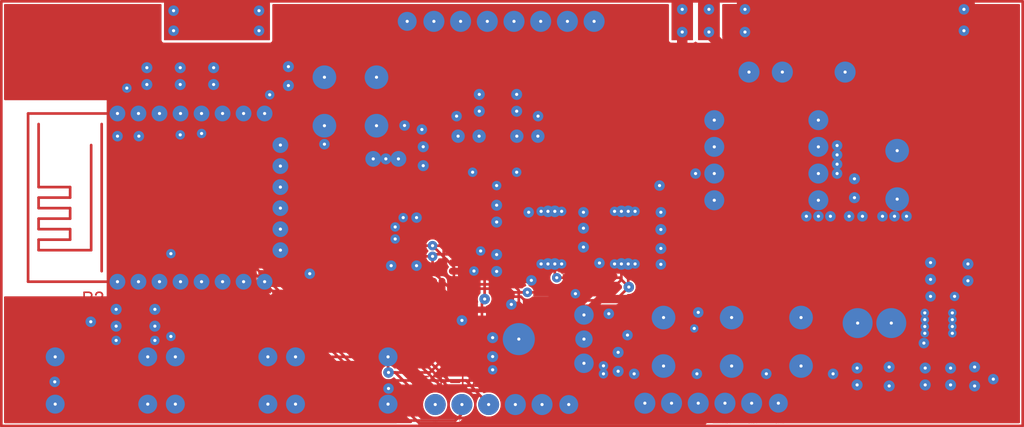
<source format=kicad_pcb>
(kicad_pcb (version 4) (host Gerbview "5.1.6")
  (layers (0 F.Cu signal) (31 B.Cu signal) (34 B.Paste user) (35 F.Paste user) (36 B.SilkS user) (37 F.SilkS user) (38 B.Mask user) (39 F.Mask user) (44 Edge.Cuts user))
  (segment (start 97.155 -40.386) (end 0 -40.386) (width 0.254) (layer F.Cu) (net 0))
  (segment (start 97.155 0) (end 0 0) (width 0.254) (layer F.Cu) (net 0))
  (segment (start 0 -40.386) (end 0 0) (width 0.254) (layer F.Cu) (net 0))
  (segment (start 97.155 -40.386) (end 97.155 0) (width 0.254) (layer F.Cu) (net 0))
  (via (at 60.198 -4.953) (size 1.0032) (layers F.Cu B.Cu))
  (via (at 66.04000000000001 -24.003) (size 1.0032) (layers F.Cu B.Cu))
  (via (at 39.497 -15.24) (size 1.0032) (layers F.Cu B.Cu))
  (via (at 45.974 -12.065) (size 1.0032) (layers F.Cu B.Cu))
  (via (at 16.129 -8.509) (size 0.9032) (layers F.Cu B.Cu))
  (via (at 29.337 -14.478) (size 1.0032) (layers F.Cu B.Cu))
  (via (at 37.084 -15.24) (size 1.0032) (layers F.Cu B.Cu))
  (via (at 16.129 -16.383) (size 0.9032) (layers F.Cu B.Cu))
  (via (at 19.05 -27.813) (size 0.9032) (layers F.Cu B.Cu))
  (via (at 39.497 -19.812) (size 1.0032) (layers F.Cu B.Cu))
  (via (at 14.605 -8.128) (size 0.9032) (layers F.Cu B.Cu))
  (via (at 10.922 -8.128) (size 0.9032) (layers F.Cu B.Cu))
  (via (at 46.736 -5.334) (size 0.9032) (layers F.Cu B.Cu))
  (via (at 74.295 -33.655) (size 2.0032) (layers F.Cu B.Cu))
  (via (at 44.958 -14.732) (size 0.9032) (layers F.Cu B.Cu))
  (via (at 45.593 -16.637) (size 0.9032) (layers F.Cu B.Cu))
  (via (at 71.12 -33.655) (size 2.0032) (layers F.Cu B.Cu))
  (via (at 38.227 -19.812) (size 0.9032) (layers F.Cu B.Cu))
  (via (at 66.167 -4.953) (size 1.0032) (layers F.Cu B.Cu))
  (via (at 72.771 -4.953) (size 1.0032) (layers F.Cu B.Cu))
  (via (at 79.121 -4.953) (size 1.0032) (layers F.Cu B.Cu))
  (via (at 87.75700000000001 -7.874) (size 1.0032) (layers F.Cu B.Cu))
  (via (at 94.361 -4.445) (size 1.0032) (layers F.Cu B.Cu))
  (via (at 88.392 -12.319) (size 1.0032) (layers F.Cu B.Cu))
  (via (at 86.10599999999999 -19.939) (size 1.0032) (layers F.Cu B.Cu))
  (via (at 84.96299999999999 -19.939) (size 1.0032) (layers F.Cu B.Cu))
  (via (at 83.81999999999999 -19.939) (size 1.0032) (layers F.Cu B.Cu))
  (via (at 81.91500000000001 -19.939) (size 1.0032) (layers F.Cu B.Cu))
  (via (at 80.645 -19.939) (size 1.0032) (layers F.Cu B.Cu))
  (via (at 78.867 -19.939) (size 1.0032) (layers F.Cu B.Cu))
  (via (at 76.581 -19.939) (size 1.0032) (layers F.Cu B.Cu))
  (via (at 77.724 -19.939) (size 1.0032) (layers F.Cu B.Cu))
  (via (at 79.502 -24.003) (size 1.0032) (layers F.Cu B.Cu))
  (via (at 79.502 -24.892) (size 1.0032) (layers F.Cu B.Cu))
  (via (at 79.502 -25.781) (size 1.0032) (layers F.Cu B.Cu))
  (via (at 79.502 -26.67) (size 1.0032) (layers F.Cu B.Cu))
  (via (at 44.831 -24.13) (size 0.9032) (layers F.Cu B.Cu))
  (via (at 49.022 -24.13) (size 0.9032) (layers F.Cu B.Cu))
  (via (at 36.83 -3.556) (size 1.0032) (layers F.Cu B.Cu))
  (via (at 5.08 -4.191) (size 1.0032) (layers F.Cu B.Cu))
  (via (at 30.734 -26.797) (size 1.0032) (layers F.Cu B.Cu))
  (via (at 40.005 -28.194) (size 1.0032) (layers F.Cu B.Cu))
  (via (at 38.354 -28.575) (size 1.0032) (layers F.Cu B.Cu))
  (via (at 57.277 -4.953) (size 0.9032) (layers F.Cu B.Cu))
  (via (at 57.277 -5.715) (size 0.9032) (layers F.Cu B.Cu))
  (via (at 43.307 -29.464) (size 1.0032) (layers F.Cu B.Cu))
  (via (at 51.054 -29.464) (size 1.0032) (layers F.Cu B.Cu))
  (via (at 25.527 -31.496) (size 0.9032) (layers F.Cu B.Cu))
  (via (at 80.264 -33.655) (size 2.0032) (layers F.Cu B.Cu))
  (via (at 59.69 -13.208) (size 1.0032) (layers F.Cu B.Cu))
  (via (at 50.038 -12.7) (size 0.9032) (layers F.Cu B.Cu))
  (via (at 50.165 -20.32) (size 1.0032) (layers F.Cu B.Cu))
  (via (at 55.372 -20.32) (size 1.0032) (layers F.Cu B.Cu))
  (via (at 62.738 -20.32) (size 1.0032) (layers F.Cu B.Cu))
  (via (at 62.738 -15.367) (size 1.0032) (layers F.Cu B.Cu))
  (via (at 56.896 -15.494) (size 1.0032) (layers F.Cu B.Cu))
  (via (at 52.832 -14.097) (size 0.9032) (layers F.Cu B.Cu))
  (via (at 62.611 -22.86) (size 1.0032) (layers F.Cu B.Cu))
  (via (at 47.117 -22.86) (size 0.9032) (layers F.Cu B.Cu))
  (via (at 41.021 -17.145) (size 0.9032) (layers F.Cu B.Cu))
  (via (at 41.021 -16.129) (size 0.9032) (layers F.Cu B.Cu))
  (via (at 17.018 -27.686) (size 0.9032) (layers F.Cu B.Cu))
  (via (at 37.465 -18.923) (size 0.9032) (layers F.Cu B.Cu))
  (via (at 37.465 -17.78) (size 0.9032) (layers F.Cu B.Cu))
  (via (at 11.938 -32.131) (size 0.9032) (layers F.Cu B.Cu))
  (via (at 66.294 -10.795) (size 1.0032) (layers F.Cu B.Cu))
  (via (at 59.563 -8.635999999999999) (size 1.0032) (layers F.Cu B.Cu))
  (via (at 57.785 -10.668) (size 1.0032) (layers F.Cu B.Cu))
  (via (at 50.419 -13.843) (size 1.0032) (layers F.Cu B.Cu))
  (via (at 43.815 -10.033) (size 1.0032) (layers F.Cu B.Cu))
  (via (at 8.509 -9.906000000000001) (size 1.0032) (layers F.Cu B.Cu))
  (via (at 54.61 -12.573) (size 0.9032) (layers F.Cu B.Cu))
  (via (at 90.678 -12.319) (size 0.9032) (layers F.Cu B.Cu))
  (via (at 36.83 -5.08) (size 1.0032) (layers F.Cu B.Cu))
  (via (at 11.049 -27.559) (size 1.0032) (layers F.Cu B.Cu))
  (via (at 13.081 -27.559) (size 1.0032) (layers F.Cu B.Cu))
  (via (at 24.511 -37.592) (size 1.0032) (layers F.Cu B.Cu))
  (via (at 16.383 -37.592) (size 1.0032) (layers F.Cu B.Cu))
  (via (at 16.383 -39.497) (size 1.0032) (layers F.Cu B.Cu))
  (via (at 24.511 -39.497) (size 1.0032) (layers F.Cu B.Cu))
  (via (at 70.739 -39.624) (size 1.0032) (layers F.Cu B.Cu))
  (via (at 70.739 -37.465) (size 1.0032) (layers F.Cu B.Cu))
  (via (at 91.56699999999999 -39.624) (size 1.0032) (layers F.Cu B.Cu))
  (via (at 91.56699999999999 -37.592) (size 1.0032) (layers F.Cu B.Cu))
  (via (at 67.31 -39.624) (size 1.0032) (layers F.Cu B.Cu))
  (via (at 67.31 -37.465) (size 1.0032) (layers F.Cu B.Cu))
  (via (at 64.77 -37.465) (size 1.0032) (layers F.Cu B.Cu))
  (via (at 64.77 -39.624) (size 1.0032) (layers F.Cu B.Cu))
  (via (at 48.514 -11.557) (size 1.0032) (layers F.Cu B.Cu))
  (gr_poly (pts (xy 39.608 -39.481) (xy 37.607 -39.481) (xy 37.607 -37.48) (xy 39.608 -37.48)) (layer F.Cu) (width 0))
  (via (at 41.148 -38.481) (size 2.0032) (layers F.Cu B.Cu))
  (via (at 43.688 -38.481) (size 2.0032) (layers F.Cu B.Cu))
  (via (at 46.228 -38.481) (size 2.0032) (layers F.Cu B.Cu))
  (via (at 48.768 -38.481) (size 2.0032) (layers F.Cu B.Cu))
  (via (at 51.308 -38.481) (size 2.0032) (layers F.Cu B.Cu))
  (via (at 53.848 -38.481) (size 2.0032) (layers F.Cu B.Cu))
  (via (at 56.388 -38.481) (size 2.0032) (layers F.Cu B.Cu))
  (via (at 41.275 -2.032) (size 2.0032) (layers F.Cu B.Cu))
  (via (at 43.815 -2.032) (size 2.0032) (layers F.Cu B.Cu))
  (via (at 46.355 -2.032) (size 2.0032) (layers F.Cu B.Cu))
  (via (at 48.895 -2.032) (size 2.0032) (layers F.Cu B.Cu))
  (via (at 51.435 -2.032) (size 2.0032) (layers F.Cu B.Cu))
  (gr_poly (pts (xy 54.975 -3.032) (xy 52.974 -3.032) (xy 52.974 -1.031) (xy 54.975 -1.031)) (layer F.Cu) (width 0))
  (via (at 61.214 -2.159) (size 2.0032) (layers F.Cu B.Cu))
  (via (at 63.754 -2.159) (size 2.0032) (layers F.Cu B.Cu))
  (via (at 66.294 -2.159) (size 2.0032) (layers F.Cu B.Cu))
  (via (at 68.834 -2.159) (size 2.0032) (layers F.Cu B.Cu))
  (via (at 71.374 -2.159) (size 2.0032) (layers F.Cu B.Cu))
  (gr_poly (pts (xy 74.914 -3.159) (xy 72.913 -3.159) (xy 72.913 -1.158) (xy 74.914 -1.158)) (layer F.Cu) (width 0))
  (gr_poly (pts (xy 65.786 -40.259) (xy 63.754 -40.259) (xy 63.754 -36.703) (xy 65.786 -36.703)) (layer F.Cu) (width 0))
  (gr_poly (pts (xy 68.32599999999999 -40.259) (xy 66.294 -40.259) (xy 66.294 -36.703) (xy 68.32599999999999 -36.703)) (layer F.Cu) (width 0))
  (gr_poly (pts (xy 65.786 -40.259) (xy 63.754 -40.259) (xy 63.754 -36.703) (xy 65.786 -36.703)) (layer F.Cu) (width 0))
  (gr_poly (pts (xy 25.527 -40.259) (xy 15.494 -40.259) (xy 15.494 -36.703) (xy 25.527 -36.703)) (layer F.Cu) (width 0))
  (gr_poly (pts (xy 92.583 -40.259) (xy 69.977 -40.259) (xy 69.977 -36.703) (xy 92.583 -36.703)) (layer F.Cu) (width 0))
  (gr_poly (pts (xy 25.527 -40.259) (xy 15.494 -40.259) (xy 15.494 -36.703) (xy 25.527 -36.703)) (layer F.Cu) (width 0))
  (segment (start 39.497 -19.812) (end 39.532 -19.847) (width 0.6016) (layer F.Cu) (net 0))
  (segment (start 39.532 -19.847) (end 39.532 -21.894) (width 0.6016) (layer F.Cu) (net 0))
  (segment (start 44.097 -20.32) (end 42.897 -20.32) (width 0.65321) (layer F.Cu) (net 0))
  (segment (start 44.097 -19.519) (end 42.897 -19.519) (width 0.65321) (layer F.Cu) (net 0))
  (segment (start 44.097 -18.719) (end 42.897 -18.719) (width 0.65321) (layer F.Cu) (net 0))
  (segment (start 44.097 -17.919) (end 42.897 -17.919) (width 0.65321) (layer F.Cu) (net 0))
  (segment (start 44.097 -17.122) (end 42.897 -17.122) (width 0.65321) (layer F.Cu) (net 0))
  (segment (start 44.097 -16.322) (end 42.897 -16.322) (width 0.65321) (layer F.Cu) (net 0))
  (segment (start 44.097 -15.521) (end 42.897 -15.521) (width 0.65321) (layer F.Cu) (net 0))
  (segment (start 44.097 -14.721) (end 42.897 -14.721) (width 0.65321) (layer F.Cu) (net 0))
  (segment (start 41.922 -13.757) (end 41.922 -12.557) (width 0.65321) (layer F.Cu) (net 0))
  (segment (start 41.122 -13.757) (end 41.122 -12.557) (width 0.65321) (layer F.Cu) (net 0))
  (segment (start 40.322 -13.757) (end 40.322 -12.557) (width 0.65321) (layer F.Cu) (net 0))
  (segment (start 39.522 -13.757) (end 39.522 -12.557) (width 0.65321) (layer F.Cu) (net 0))
  (segment (start 38.724 -13.757) (end 38.724 -12.557) (width 0.65321) (layer F.Cu) (net 0))
  (segment (start 37.924 -13.757) (end 37.924 -12.557) (width 0.65321) (layer F.Cu) (net 0))
  (segment (start 37.124 -13.757) (end 37.124 -12.557) (width 0.65321) (layer F.Cu) (net 0))
  (segment (start 36.324 -13.757) (end 36.324 -12.557) (width 0.65321) (layer F.Cu) (net 0))
  (segment (start 35.334 -14.732) (end 34.134 -14.732) (width 0.65321) (layer F.Cu) (net 0))
  (segment (start 35.334 -15.532) (end 34.134 -15.532) (width 0.65321) (layer F.Cu) (net 0))
  (segment (start 35.334 -16.332) (end 34.134 -16.332) (width 0.65321) (layer F.Cu) (net 0))
  (segment (start 35.334 -17.132) (end 34.134 -17.132) (width 0.65321) (layer F.Cu) (net 0))
  (segment (start 35.334 -17.929) (end 34.134 -17.929) (width 0.65321) (layer F.Cu) (net 0))
  (segment (start 35.334 -18.729) (end 34.134 -18.729) (width 0.65321) (layer F.Cu) (net 0))
  (segment (start 35.334 -19.53) (end 34.134 -19.53) (width 0.65321) (layer F.Cu) (net 0))
  (segment (start 35.334 -20.33) (end 34.134 -20.33) (width 0.65321) (layer F.Cu) (net 0))
  (segment (start 36.334 -22.494) (end 36.334 -21.294) (width 0.65321) (layer F.Cu) (net 0))
  (segment (start 37.134 -22.494) (end 37.134 -21.294) (width 0.65321) (layer F.Cu) (net 0))
  (segment (start 37.934 -22.494) (end 37.934 -21.294) (width 0.65321) (layer F.Cu) (net 0))
  (segment (start 38.735 -22.494) (end 38.735 -21.294) (width 0.65321) (layer F.Cu) (net 0))
  (segment (start 39.532 -22.494) (end 39.532 -21.294) (width 0.65321) (layer F.Cu) (net 0))
  (segment (start 40.332 -22.494) (end 40.332 -21.294) (width 0.65321) (layer F.Cu) (net 0))
  (segment (start 41.132 -22.494) (end 41.132 -21.294) (width 0.65321) (layer F.Cu) (net 0))
  (segment (start 41.932 -22.494) (end 41.932 -21.294) (width 0.65321) (layer F.Cu) (net 0))
  (gr_poly (pts (xy 39.608 -39.481) (xy 37.607 -39.481) (xy 37.607 -37.48) (xy 39.608 -37.48)) (layer F.Cu) (width 0))
  (gr_poly (pts (xy 54.975 -3.032) (xy 52.974 -3.032) (xy 52.974 -1.031) (xy 54.975 -1.031)) (layer F.Cu) (width 0))
  (gr_poly (pts (xy 90.949 -4.5) (xy 89.64400000000001 -4.5) (xy 89.64400000000001 -3.296) (xy 90.949 -3.296)) (layer F.Cu) (width 0))
  (gr_poly (pts (xy 90.949 -6.101) (xy 89.64400000000001 -6.101) (xy 89.64400000000001 -4.897) (xy 90.949 -4.897)) (layer F.Cu) (width 0))
  (gr_poly (pts (xy 88.536 -6.101) (xy 87.23099999999999 -6.101) (xy 87.23099999999999 -4.897) (xy 88.536 -4.897)) (layer F.Cu) (width 0))
  (gr_poly (pts (xy 88.536 -4.5) (xy 87.23099999999999 -4.5) (xy 87.23099999999999 -3.296) (xy 88.536 -3.296)) (layer F.Cu) (width 0))
  (gr_poly (pts (xy 74.914 -3.159) (xy 72.913 -3.159) (xy 72.913 -1.158) (xy 74.914 -1.158)) (layer F.Cu) (width 0))
  (gr_poly (pts (xy 82.059 -6.101) (xy 80.756 -6.101) (xy 80.756 -4.897) (xy 82.059 -4.897)) (layer F.Cu) (width 0))
  (gr_poly (pts (xy 82.059 -4.5) (xy 80.756 -4.5) (xy 80.756 -3.296) (xy 82.059 -3.296)) (layer F.Cu) (width 0))
  (gr_poly (pts (xy 37.289 -34.018) (xy 34.084 -34.018) (xy 34.084 -32.313) (xy 37.289 -32.313)) (layer F.Cu) (width 0))
  (gr_poly (pts (xy 37.289 -29.408) (xy 34.084 -29.408) (xy 34.084 -27.703) (xy 37.289 -27.703)) (layer F.Cu) (width 0))
  (gr_poly (pts (xy 64.59399999999999 -6.548) (xy 61.389 -6.548) (xy 61.389 -4.843) (xy 64.59399999999999 -4.843)) (layer F.Cu) (width 0))
  (gr_poly (pts (xy 64.59399999999999 -11.158) (xy 61.389 -11.158) (xy 61.389 -9.452999999999999) (xy 64.59399999999999 -9.452999999999999)) (layer F.Cu) (width 0))
  (gr_poly (pts (xy 86.819 -22.423) (xy 83.614 -22.423) (xy 83.614 -20.718) (xy 86.819 -20.718)) (layer F.Cu) (width 0))
  (gr_poly (pts (xy 86.819 -27.033) (xy 83.614 -27.033) (xy 83.614 -25.328) (xy 86.819 -25.328)) (layer F.Cu) (width 0))
  (gr_poly (pts (xy 71.071 -6.548) (xy 67.866 -6.548) (xy 67.866 -4.843) (xy 71.071 -4.843)) (layer F.Cu) (width 0))
  (gr_poly (pts (xy 71.071 -11.158) (xy 67.866 -11.158) (xy 67.866 -9.452999999999999) (xy 71.071 -9.452999999999999)) (layer F.Cu) (width 0))
  (gr_poly (pts (xy 77.675 -6.548) (xy 74.47 -6.548) (xy 74.47 -4.843) (xy 77.675 -4.843)) (layer F.Cu) (width 0))
  (gr_poly (pts (xy 77.675 -11.158) (xy 74.47 -11.158) (xy 74.47 -9.452999999999999) (xy 77.675 -9.452999999999999)) (layer F.Cu) (width 0))
  (gr_poly (pts (xy 32.336 -29.408) (xy 29.131 -29.408) (xy 29.131 -27.703) (xy 32.336 -27.703)) (layer F.Cu) (width 0))
  (gr_poly (pts (xy 32.336 -34.018) (xy 29.131 -34.018) (xy 29.131 -32.313) (xy 32.336 -32.313)) (layer F.Cu) (width 0))
  (gr_poly (pts (xy 78.82299999999999 -30.083) (xy 76.619 -30.083) (xy 76.619 -28.082) (xy 78.82299999999999 -28.082)) (layer F.Cu) (width 0))
  (gr_poly (pts (xy 78.82299999999999 -27.543) (xy 76.619 -27.543) (xy 76.619 -25.542) (xy 78.82299999999999 -25.542)) (layer F.Cu) (width 0))
  (gr_poly (pts (xy 78.82299999999999 -25.003) (xy 76.619 -25.003) (xy 76.619 -23.002) (xy 78.82299999999999 -23.002)) (layer F.Cu) (width 0))
  (gr_poly (pts (xy 78.82299999999999 -22.463) (xy 76.619 -22.463) (xy 76.619 -20.462) (xy 78.82299999999999 -20.462)) (layer F.Cu) (width 0))
  (gr_poly (pts (xy 68.922 -22.463) (xy 66.718 -22.463) (xy 66.718 -20.462) (xy 68.922 -20.462)) (layer F.Cu) (width 0))
  (gr_poly (pts (xy 68.922 -25.003) (xy 66.718 -25.003) (xy 66.718 -23.002) (xy 68.922 -23.002)) (layer F.Cu) (width 0))
  (gr_poly (pts (xy 68.922 -27.543) (xy 66.718 -27.543) (xy 66.718 -25.542) (xy 68.922 -25.542)) (layer F.Cu) (width 0))
  (gr_poly (pts (xy 68.922 -30.083) (xy 66.718 -30.083) (xy 66.718 -28.082) (xy 68.922 -28.082)) (layer F.Cu) (width 0))
  (via (at 49.225 -8.255000000000001) (size 3.05319) (layers F.Cu B.Cu))
  (via (at 55.422 -10.554) (size 1.8532) (layers F.Cu B.Cu))
  (gr_poly (pts (xy 56.624 -8.907) (xy 54.221 -8.907) (xy 54.221 -7.602) (xy 56.624 -7.602)) (layer F.Cu) (width 0))
  (via (at 55.422 -5.955) (size 1.8532) (layers F.Cu B.Cu))
  (gr_poly (pts (xy 15.125 -7.368) (xy 12.722 -7.368) (xy 12.722 -5.765) (xy 15.125 -5.765)) (layer F.Cu) (width 0))
  (gr_poly (pts (xy 6.327 -7.368) (xy 3.924 -7.368) (xy 3.924 -5.765) (xy 6.327 -5.765)) (layer F.Cu) (width 0))
  (gr_poly (pts (xy 6.327 -2.87) (xy 3.924 -2.87) (xy 3.924 -1.267) (xy 6.327 -1.267)) (layer F.Cu) (width 0))
  (gr_poly (pts (xy 15.125 -2.87) (xy 12.722 -2.87) (xy 12.722 -1.267) (xy 15.125 -1.267)) (layer F.Cu) (width 0))
  (gr_poly (pts (xy 26.555 -7.368) (xy 24.152 -7.368) (xy 24.152 -5.765) (xy 26.555 -5.765)) (layer F.Cu) (width 0))
  (gr_poly (pts (xy 17.757 -7.368) (xy 15.354 -7.368) (xy 15.354 -5.765) (xy 17.757 -5.765)) (layer F.Cu) (width 0))
  (gr_poly (pts (xy 17.757 -2.87) (xy 15.354 -2.87) (xy 15.354 -1.267) (xy 17.757 -1.267)) (layer F.Cu) (width 0))
  (gr_poly (pts (xy 26.555 -2.87) (xy 24.152 -2.87) (xy 24.152 -1.267) (xy 26.555 -1.267)) (layer F.Cu) (width 0))
  (gr_poly (pts (xy 37.985 -7.368) (xy 35.582 -7.368) (xy 35.582 -5.765) (xy 37.985 -5.765)) (layer F.Cu) (width 0))
  (gr_poly (pts (xy 29.187 -7.368) (xy 26.784 -7.368) (xy 26.784 -5.765) (xy 29.187 -5.765)) (layer F.Cu) (width 0))
  (gr_poly (pts (xy 29.187 -2.87) (xy 26.784 -2.87) (xy 26.784 -1.267) (xy 29.187 -1.267)) (layer F.Cu) (width 0))
  (gr_poly (pts (xy 37.985 -2.87) (xy 35.582 -2.87) (xy 35.582 -1.267) (xy 37.985 -1.267)) (layer F.Cu) (width 0))
  (gr_poly (pts (xy 38.125 -26.751) (xy 37.424 -26.751) (xy 37.424 -24.048) (xy 38.125 -24.048)) (layer F.Cu) (width 0))
  (gr_poly (pts (xy 36.926 -26.301) (xy 36.225 -26.301) (xy 36.225 -24.498) (xy 36.926 -24.498)) (layer F.Cu) (width 0))
  (gr_poly (pts (xy 35.727 -26.751) (xy 35.026 -26.751) (xy 35.026 -24.048) (xy 35.727 -24.048)) (layer F.Cu) (width 0))
  (gr_poly (pts (xy 82.31100000000001 -11.981) (xy 80.60599999999999 -11.981) (xy 80.60599999999999 -7.576) (xy 82.31100000000001 -7.576)) (layer F.Cu) (width 0))
  (gr_poly (pts (xy 85.511 -11.981) (xy 83.807 -11.981) (xy 83.807 -7.576) (xy 85.511 -7.576)) (layer F.Cu) (width 0))
  (gr_poly (pts (xy 88.554 -11.051) (xy 87.13200000000001 -11.051) (xy 87.13200000000001 -10.447) (xy 88.554 -10.447)) (layer F.Cu) (width 0))
  (gr_poly (pts (xy 88.554 -10.411) (xy 87.13200000000001 -10.411) (xy 87.13200000000001 -9.805999999999999) (xy 88.554 -9.805999999999999)) (layer F.Cu) (width 0))
  (gr_poly (pts (xy 88.554 -9.750999999999999) (xy 87.13200000000001 -9.750999999999999) (xy 87.13200000000001 -9.146000000000001) (xy 88.554 -9.146000000000001)) (layer F.Cu) (width 0))
  (gr_poly (pts (xy 88.554 -9.109999999999999) (xy 87.13200000000001 -9.109999999999999) (xy 87.13200000000001 -8.506) (xy 88.554 -8.506)) (layer F.Cu) (width 0))
  (gr_poly (pts (xy 91.175 -9.109999999999999) (xy 89.753 -9.109999999999999) (xy 89.753 -8.506) (xy 91.175 -8.506)) (layer F.Cu) (width 0))
  (gr_poly (pts (xy 91.175 -9.750999999999999) (xy 89.753 -9.750999999999999) (xy 89.753 -9.146000000000001) (xy 91.175 -9.146000000000001)) (layer F.Cu) (width 0))
  (gr_poly (pts (xy 91.175 -10.411) (xy 89.753 -10.411) (xy 89.753 -9.805999999999999) (xy 91.175 -9.805999999999999)) (layer F.Cu) (width 0))
  (gr_poly (pts (xy 91.175 -11.051) (xy 89.753 -11.051) (xy 89.753 -10.447) (xy 91.175 -10.447)) (layer F.Cu) (width 0))
  (gr_poly (pts (xy 46.05 -28.435) (xy 44.848 -28.435) (xy 44.848 -26.682) (xy 46.05 -26.682)) (layer F.Cu) (width 0))
  (gr_poly (pts (xy 44.051 -28.435) (xy 42.847 -28.435) (xy 42.847 -26.682) (xy 44.051 -26.682)) (layer F.Cu) (width 0))
  (gr_poly (pts (xy 49.639 -28.435) (xy 48.435 -28.435) (xy 48.435 -26.682) (xy 49.639 -26.682)) (layer F.Cu) (width 0))
  (gr_poly (pts (xy 51.638 -28.435) (xy 50.436 -28.435) (xy 50.436 -26.682) (xy 51.638 -26.682)) (layer F.Cu) (width 0))
  (gr_poly (pts (xy 46.118 -30.535) (xy 44.813 -30.535) (xy 44.813 -29.331) (xy 46.118 -29.331)) (layer F.Cu) (width 0))
  (gr_poly (pts (xy 46.118 -32.136) (xy 44.813 -32.136) (xy 44.813 -30.932) (xy 46.118 -30.932)) (layer F.Cu) (width 0))
  (gr_poly (pts (xy 49.674 -30.535) (xy 48.369 -30.535) (xy 48.369 -29.331) (xy 49.674 -29.331)) (layer F.Cu) (width 0))
  (gr_poly (pts (xy 49.674 -32.136) (xy 48.369 -32.136) (xy 48.369 -30.932) (xy 49.674 -30.932)) (layer F.Cu) (width 0))
  (gr_poly (pts (xy 93.235 -4.401) (xy 91.93000000000001 -4.401) (xy 91.93000000000001 -3.197) (xy 93.235 -3.197)) (layer F.Cu) (width 0))
  (gr_poly (pts (xy 93.235 -6.2) (xy 91.93000000000001 -6.2) (xy 91.93000000000001 -4.998) (xy 93.235 -4.998)) (layer F.Cu) (width 0))
  (gr_poly (pts (xy 85.107 -6.2) (xy 83.80200000000001 -6.2) (xy 83.80200000000001 -4.996) (xy 85.107 -4.996)) (layer F.Cu) (width 0))
  (gr_poly (pts (xy 85.107 -4.399) (xy 83.80200000000001 -4.399) (xy 83.80200000000001 -3.197) (xy 85.107 -3.197)) (layer F.Cu) (width 0))
  (gr_poly (pts (xy 89.044 -16.134) (xy 87.739 -16.134) (xy 87.739 -14.93) (xy 89.044 -14.93)) (layer F.Cu) (width 0))
  (gr_poly (pts (xy 89.044 -14.533) (xy 87.739 -14.533) (xy 87.739 -13.329) (xy 89.044 -13.329)) (layer F.Cu) (width 0))
  (gr_poly (pts (xy 92.59999999999999 -14.406) (xy 91.295 -14.406) (xy 91.295 -13.202) (xy 92.59999999999999 -13.202)) (layer F.Cu) (width 0))
  (gr_poly (pts (xy 92.59999999999999 -16.007) (xy 91.295 -16.007) (xy 91.295 -14.803) (xy 92.59999999999999 -14.803)) (layer F.Cu) (width 0))
  (gr_poly (pts (xy 59.326 -7.597) (xy 58.021 -7.597) (xy 58.021 -6.393) (xy 59.326 -6.393)) (layer F.Cu) (width 0))
  (gr_poly (pts (xy 59.326 -5.796) (xy 58.021 -5.796) (xy 58.021 -4.594) (xy 59.326 -4.594)) (layer F.Cu) (width 0))
  (gr_poly (pts (xy 40.784 -25.356) (xy 39.479 -25.356) (xy 39.479 -24.152) (xy 40.784 -24.152)) (layer F.Cu) (width 0))
  (gr_poly (pts (xy 40.784 -27.155) (xy 39.479 -27.155) (xy 39.479 -25.953) (xy 40.784 -25.953)) (layer F.Cu) (width 0))
  (gr_poly (pts (xy 27.957 -34.775) (xy 26.654 -34.775) (xy 26.654 -33.571) (xy 27.957 -33.571)) (layer F.Cu) (width 0))
  (gr_poly (pts (xy 27.957 -32.974) (xy 26.654 -32.974) (xy 26.654 -31.772) (xy 27.957 -31.772)) (layer F.Cu) (width 0))
  (gr_poly (pts (xy 81.80500000000001 -22.308) (xy 80.5 -22.308) (xy 80.5 -21.104) (xy 81.80500000000001 -21.104)) (layer F.Cu) (width 0))
  (gr_poly (pts (xy 81.80500000000001 -24.107) (xy 80.5 -24.107) (xy 80.5 -22.905) (xy 81.80500000000001 -22.905)) (layer F.Cu) (width 0))
  (gr_poly (pts (xy 47.388 -7.195) (xy 46.083 -7.195) (xy 46.083 -5.991) (xy 47.388 -5.991)) (layer F.Cu) (width 0))
  (gr_poly (pts (xy 47.388 -8.994) (xy 46.083 -8.994) (xy 46.083 -7.792) (xy 47.388 -7.792)) (layer F.Cu) (width 0))
  (gr_poly (pts (xy 47.769 -15.295) (xy 46.466 -15.295) (xy 46.466 -14.091) (xy 47.769 -14.091)) (layer F.Cu) (width 0))
  (gr_poly (pts (xy 47.769 -16.896) (xy 46.466 -16.896) (xy 46.466 -15.692) (xy 47.769 -15.692)) (layer F.Cu) (width 0))
  (gr_poly (pts (xy 11.574 -10.088) (xy 10.271 -10.088) (xy 10.271 -8.884) (xy 11.574 -8.884)) (layer F.Cu) (width 0))
  (gr_poly (pts (xy 11.574 -11.689) (xy 10.271 -11.689) (xy 10.271 -10.485) (xy 11.574 -10.485)) (layer F.Cu) (width 0))
  (gr_poly (pts (xy 15.257 -10.088) (xy 13.954 -10.088) (xy 13.954 -8.884) (xy 15.257 -8.884)) (layer F.Cu) (width 0))
  (gr_poly (pts (xy 15.257 -11.689) (xy 13.954 -11.689) (xy 13.954 -10.485) (xy 15.257 -10.485)) (layer F.Cu) (width 0))
  (gr_poly (pts (xy 17.67 -33.075) (xy 16.367 -33.075) (xy 16.367 -31.871) (xy 17.67 -31.871)) (layer F.Cu) (width 0))
  (gr_poly (pts (xy 17.67 -34.676) (xy 16.367 -34.676) (xy 16.367 -33.472) (xy 17.67 -33.472)) (layer F.Cu) (width 0))
  (gr_poly (pts (xy 14.495 -33.075) (xy 13.19 -33.075) (xy 13.19 -31.871) (xy 14.495 -31.871)) (layer F.Cu) (width 0))
  (gr_poly (pts (xy 14.495 -34.676) (xy 13.19 -34.676) (xy 13.19 -33.472) (xy 14.495 -33.472)) (layer F.Cu) (width 0))
  (gr_poly (pts (xy 47.769 -19.994) (xy 46.466 -19.994) (xy 46.466 -18.79) (xy 47.769 -18.79)) (layer F.Cu) (width 0))
  (gr_poly (pts (xy 47.769 -21.595) (xy 46.466 -21.595) (xy 46.466 -20.391) (xy 47.769 -20.391)) (layer F.Cu) (width 0))
  (gr_poly (pts (xy 20.845 -33.075) (xy 19.54 -33.075) (xy 19.54 -31.871) (xy 20.845 -31.871)) (layer F.Cu) (width 0))
  (gr_poly (pts (xy 20.845 -34.676) (xy 19.54 -34.676) (xy 19.54 -33.472) (xy 20.845 -33.472)) (layer F.Cu) (width 0))
  (gr_poly (pts (xy 63.39 -19.281) (xy 62.085 -19.281) (xy 62.085 -18.077) (xy 63.39 -18.077)) (layer F.Cu) (width 0))
  (gr_poly (pts (xy 63.39 -17.48) (xy 62.085 -17.48) (xy 62.085 -16.278) (xy 63.39 -16.278)) (layer F.Cu) (width 0))
  (gr_poly (pts (xy 56.024 -19.408) (xy 54.719 -19.408) (xy 54.719 -18.204) (xy 56.024 -18.204)) (layer F.Cu) (width 0))
  (gr_poly (pts (xy 56.024 -17.607) (xy 54.719 -17.607) (xy 54.719 -16.405) (xy 56.024 -16.405)) (layer F.Cu) (width 0))
  (gr_poly (pts (xy 58.638 -16.205) (xy 58.028 -16.205) (xy 58.028 -14.605) (xy 58.638 -14.605)) (layer F.Cu) (width 0))
  (via (at 58.983 -15.405) (size 1.1049) (layers F.Cu B.Cu))
  (via (at 59.634 -15.405) (size 1.1049) (layers F.Cu B.Cu))
  (gr_poly (pts (xy 60.589 -16.205) (xy 59.979 -16.205) (xy 59.979 -14.605) (xy 60.589 -14.605)) (layer F.Cu) (width 0))
  (gr_poly (pts (xy 60.589 -21.209) (xy 59.979 -21.209) (xy 59.979 -19.608) (xy 60.589 -19.608)) (layer F.Cu) (width 0))
  (via (at 59.634 -20.408) (size 1.1049) (layers F.Cu B.Cu))
  (via (at 58.983 -20.408) (size 1.1049) (layers F.Cu B.Cu))
  (gr_poly (pts (xy 58.638 -21.209) (xy 58.028 -21.209) (xy 58.028 -19.608) (xy 58.638 -19.608)) (layer F.Cu) (width 0))
  (gr_poly (pts (xy 51.653 -16.205) (xy 51.043 -16.205) (xy 51.043 -14.605) (xy 51.653 -14.605)) (layer F.Cu) (width 0))
  (via (at 51.998 -15.405) (size 1.1049) (layers F.Cu B.Cu))
  (via (at 52.649 -15.405) (size 1.1049) (layers F.Cu B.Cu))
  (gr_poly (pts (xy 53.604 -16.205) (xy 52.994 -16.205) (xy 52.994 -14.605) (xy 53.604 -14.605)) (layer F.Cu) (width 0))
  (gr_poly (pts (xy 53.604 -21.209) (xy 52.994 -21.209) (xy 52.994 -19.608) (xy 53.604 -19.608)) (layer F.Cu) (width 0))
  (via (at 52.649 -20.408) (size 1.1049) (layers F.Cu B.Cu))
  (via (at 51.998 -20.408) (size 1.1049) (layers F.Cu B.Cu))
  (gr_poly (pts (xy 51.653 -21.209) (xy 51.043 -21.209) (xy 51.043 -19.608) (xy 51.653 -19.608)) (layer F.Cu) (width 0))
  (gr_poly (pts (xy 11.645 -30.82) (xy 10.444 -30.82) (xy 10.444 -28.615) (xy 11.645 -28.615)) (layer F.Cu) (width 0))
  (gr_poly (pts (xy 13.647 -30.817) (xy 12.443 -30.817) (xy 12.443 -28.615) (xy 13.647 -28.615)) (layer F.Cu) (width 0))
  (gr_poly (pts (xy 15.646 -30.82) (xy 14.444 -30.82) (xy 14.444 -28.615) (xy 15.646 -28.615)) (layer F.Cu) (width 0))
  (gr_poly (pts (xy 17.647 -30.817) (xy 16.443 -30.817) (xy 16.443 -28.615) (xy 17.647 -28.615)) (layer F.Cu) (width 0))
  (gr_poly (pts (xy 19.646 -30.82) (xy 18.442 -30.82) (xy 18.442 -28.615) (xy 19.646 -28.615)) (layer F.Cu) (width 0))
  (gr_poly (pts (xy 21.645 -30.82) (xy 20.444 -30.82) (xy 20.444 -28.615) (xy 21.645 -28.615)) (layer F.Cu) (width 0))
  (gr_poly (pts (xy 23.647 -30.817) (xy 22.443 -30.817) (xy 22.443 -28.615) (xy 23.647 -28.615)) (layer F.Cu) (width 0))
  (gr_poly (pts (xy 25.646 -30.817) (xy 24.444 -30.817) (xy 24.444 -28.613) (xy 25.646 -28.613)) (layer F.Cu) (width 0))
  (gr_poly (pts (xy 27.647 -27.315) (xy 25.445 -27.315) (xy 25.445 -26.111) (xy 27.647 -26.111)) (layer F.Cu) (width 0))
  (gr_poly (pts (xy 27.647 -25.316) (xy 25.443 -25.316) (xy 25.443 -24.112) (xy 27.647 -24.112)) (layer F.Cu) (width 0))
  (gr_poly (pts (xy 27.647 -23.317) (xy 25.443 -23.317) (xy 25.443 -22.113) (xy 27.647 -22.113)) (layer F.Cu) (width 0))
  (gr_poly (pts (xy 27.647 -21.315) (xy 25.443 -21.315) (xy 25.443 -20.111) (xy 27.647 -20.111)) (layer F.Cu) (width 0))
  (gr_poly (pts (xy 27.645 -19.316) (xy 25.443 -19.316) (xy 25.443 -18.112) (xy 27.645 -18.112)) (layer F.Cu) (width 0))
  (gr_poly (pts (xy 27.647 -17.317) (xy 25.445 -17.317) (xy 25.445 -16.116) (xy 27.647 -16.116)) (layer F.Cu) (width 0))
  (gr_poly (pts (xy 25.646 -14.818) (xy 24.444 -14.818) (xy 24.444 -12.613) (xy 25.646 -12.613)) (layer F.Cu) (width 0))
  (gr_poly (pts (xy 23.647 -14.815) (xy 22.443 -14.815) (xy 22.443 -12.613) (xy 23.647 -12.613)) (layer F.Cu) (width 0))
  (gr_poly (pts (xy 21.645 -14.815) (xy 20.444 -14.815) (xy 20.444 -12.613) (xy 21.645 -12.613)) (layer F.Cu) (width 0))
  (gr_poly (pts (xy 19.646 -14.815) (xy 18.442 -14.815) (xy 18.442 -12.613) (xy 19.646 -12.613)) (layer F.Cu) (width 0))
  (gr_poly (pts (xy 17.647 -14.815) (xy 16.443 -14.815) (xy 16.443 -12.613) (xy 17.647 -12.613)) (layer F.Cu) (width 0))
  (gr_poly (pts (xy 15.646 -14.815) (xy 14.444 -14.815) (xy 14.444 -12.613) (xy 15.646 -12.613)) (layer F.Cu) (width 0))
  (gr_poly (pts (xy 13.647 -14.815) (xy 12.443 -14.815) (xy 12.443 -12.613) (xy 13.647 -12.613)) (layer F.Cu) (width 0))
  (gr_poly (pts (xy 11.645 -14.815) (xy 10.444 -14.815) (xy 10.444 -12.613) (xy 11.645 -12.613)) (layer F.Cu) (width 0))
  (gr_poly (pts (xy 68.32599999999999 -40.259) (xy 66.294 -40.259) (xy 66.294 -36.703) (xy 68.32599999999999 -36.703)) (layer F.Cu) (width 0))
  (gr_poly (pts (xy 65.786 -40.259) (xy 63.754 -40.259) (xy 63.754 -36.703) (xy 65.786 -36.703)) (layer F.Cu) (width 0))
  (gr_poly (pts (xy 25.527 -40.259) (xy 15.494 -40.259) (xy 15.494 -36.703) (xy 25.527 -36.703)) (layer F.Cu) (width 0))
  (gr_poly (pts (xy 92.583 -40.259) (xy 69.977 -40.259) (xy 69.977 -36.703) (xy 92.583 -36.703)) (layer F.Cu) (width 0))
  (gr_poly (pts (xy 92.583 -40.259) (xy 69.977 -40.259) (xy 69.977 -36.703) (xy 92.583 -36.703)) (layer F.Cu) (width 0))
  (gr_poly (pts (xy 25.527 -40.259) (xy 15.494 -40.259) (xy 15.494 -36.703) (xy 25.527 -36.703)) (layer F.Cu) (width 0))
  (segment (start 44.097 -20.32) (end 42.897 -20.32) (width 0.45001) (layer F.Cu) (net 0))
  (segment (start 44.097 -19.519) (end 42.897 -19.519) (width 0.45001) (layer F.Cu) (net 0))
  (segment (start 44.097 -18.719) (end 42.897 -18.719) (width 0.45001) (layer F.Cu) (net 0))
  (segment (start 44.097 -17.919) (end 42.897 -17.919) (width 0.45001) (layer F.Cu) (net 0))
  (segment (start 44.097 -17.122) (end 42.897 -17.122) (width 0.45001) (layer F.Cu) (net 0))
  (segment (start 44.097 -16.322) (end 42.897 -16.322) (width 0.45001) (layer F.Cu) (net 0))
  (segment (start 44.097 -15.521) (end 42.897 -15.521) (width 0.45001) (layer F.Cu) (net 0))
  (segment (start 44.097 -14.721) (end 42.897 -14.721) (width 0.45001) (layer F.Cu) (net 0))
  (segment (start 41.922 -13.757) (end 41.922 -12.557) (width 0.45001) (layer F.Cu) (net 0))
  (segment (start 41.122 -13.757) (end 41.122 -12.557) (width 0.45001) (layer F.Cu) (net 0))
  (segment (start 40.322 -13.757) (end 40.322 -12.557) (width 0.45001) (layer F.Cu) (net 0))
  (segment (start 39.522 -13.757) (end 39.522 -12.557) (width 0.45001) (layer F.Cu) (net 0))
  (segment (start 38.724 -13.757) (end 38.724 -12.557) (width 0.45001) (layer F.Cu) (net 0))
  (segment (start 37.924 -13.757) (end 37.924 -12.557) (width 0.45001) (layer F.Cu) (net 0))
  (segment (start 37.124 -13.757) (end 37.124 -12.557) (width 0.45001) (layer F.Cu) (net 0))
  (segment (start 36.324 -13.757) (end 36.324 -12.557) (width 0.45001) (layer F.Cu) (net 0))
  (segment (start 35.334 -14.732) (end 34.134 -14.732) (width 0.45001) (layer F.Cu) (net 0))
  (segment (start 35.334 -15.532) (end 34.134 -15.532) (width 0.45001) (layer F.Cu) (net 0))
  (segment (start 35.334 -16.332) (end 34.134 -16.332) (width 0.45001) (layer F.Cu) (net 0))
  (segment (start 35.334 -17.132) (end 34.134 -17.132) (width 0.45001) (layer F.Cu) (net 0))
  (segment (start 35.334 -17.929) (end 34.134 -17.929) (width 0.45001) (layer F.Cu) (net 0))
  (segment (start 35.334 -18.729) (end 34.134 -18.729) (width 0.45001) (layer F.Cu) (net 0))
  (segment (start 35.334 -19.53) (end 34.134 -19.53) (width 0.45001) (layer F.Cu) (net 0))
  (segment (start 35.334 -20.33) (end 34.134 -20.33) (width 0.45001) (layer F.Cu) (net 0))
  (segment (start 36.334 -22.494) (end 36.334 -21.294) (width 0.45001) (layer F.Cu) (net 0))
  (segment (start 37.134 -22.494) (end 37.134 -21.294) (width 0.45001) (layer F.Cu) (net 0))
  (segment (start 37.934 -22.494) (end 37.934 -21.294) (width 0.45001) (layer F.Cu) (net 0))
  (segment (start 38.735 -22.494) (end 38.735 -21.294) (width 0.45001) (layer F.Cu) (net 0))
  (segment (start 39.532 -22.494) (end 39.532 -21.294) (width 0.45001) (layer F.Cu) (net 0))
  (segment (start 40.332 -22.494) (end 40.332 -21.294) (width 0.45001) (layer F.Cu) (net 0))
  (segment (start 41.132 -22.494) (end 41.132 -21.294) (width 0.45001) (layer F.Cu) (net 0))
  (segment (start 41.932 -22.494) (end 41.932 -21.294) (width 0.45001) (layer F.Cu) (net 0))
  (via (at 90.297 -3.898) (size 1.05) (layers F.Cu B.Cu))
  (via (at 90.297 -5.498) (size 1.05) (layers F.Cu B.Cu))
  (via (at 87.884 -5.499) (size 1.05) (layers F.Cu B.Cu))
  (via (at 87.884 -3.899) (size 1.05) (layers F.Cu B.Cu))
  (via (at 81.407 -5.499) (size 1.05) (layers F.Cu B.Cu))
  (via (at 81.407 -3.899) (size 1.05) (layers F.Cu B.Cu))
  (via (at 35.687 -33.166) (size 2.24999) (layers F.Cu B.Cu))
  (via (at 35.687 -28.555) (size 2.24999) (layers F.Cu B.Cu))
  (via (at 62.992 -5.695) (size 2.24999) (layers F.Cu B.Cu))
  (via (at 62.992 -10.305) (size 2.24999) (layers F.Cu B.Cu))
  (via (at 85.217 -21.57) (size 2.24999) (layers F.Cu B.Cu))
  (via (at 85.217 -26.18) (size 2.24999) (layers F.Cu B.Cu))
  (via (at 69.46899999999999 -5.695) (size 2.24999) (layers F.Cu B.Cu))
  (via (at 69.46899999999999 -10.305) (size 2.24999) (layers F.Cu B.Cu))
  (via (at 76.07299999999999 -5.695) (size 2.24999) (layers F.Cu B.Cu))
  (via (at 76.07299999999999 -10.305) (size 2.24999) (layers F.Cu B.Cu))
  (via (at 30.734 -28.555) (size 2.24999) (layers F.Cu B.Cu))
  (via (at 30.734 -33.165) (size 2.24999) (layers F.Cu B.Cu))
  (via (at 77.721 -29.083) (size 1.9) (layers F.Cu B.Cu))
  (via (at 77.721 -26.543) (size 1.9) (layers F.Cu B.Cu))
  (via (at 77.721 -24.003) (size 1.9) (layers F.Cu B.Cu))
  (via (at 77.721 -21.463) (size 1.9) (layers F.Cu B.Cu))
  (via (at 67.81999999999999 -21.463) (size 1.9) (layers F.Cu B.Cu))
  (via (at 67.81999999999999 -24.003) (size 1.9) (layers F.Cu B.Cu))
  (via (at 67.81999999999999 -26.543) (size 1.9) (layers F.Cu B.Cu))
  (via (at 67.81999999999999 -29.083) (size 1.9) (layers F.Cu B.Cu))
  (via (at 55.422 -8.255000000000001) (size 1.65) (layers F.Cu B.Cu))
  (via (at 13.925 -6.567) (size 1.8) (layers F.Cu B.Cu))
  (via (at 5.124 -6.567) (size 1.8) (layers F.Cu B.Cu))
  (via (at 5.124 -2.068) (size 1.8) (layers F.Cu B.Cu))
  (via (at 13.925 -2.068) (size 1.8) (layers F.Cu B.Cu))
  (via (at 25.355 -6.567) (size 1.8) (layers F.Cu B.Cu))
  (via (at 16.554 -6.567) (size 1.8) (layers F.Cu B.Cu))
  (via (at 16.554 -2.068) (size 1.8) (layers F.Cu B.Cu))
  (via (at 25.355 -2.068) (size 1.8) (layers F.Cu B.Cu))
  (via (at 36.785 -6.567) (size 1.8) (layers F.Cu B.Cu))
  (via (at 27.984 -6.567) (size 1.8) (layers F.Cu B.Cu))
  (via (at 27.984 -2.068) (size 1.8) (layers F.Cu B.Cu))
  (via (at 36.785 -2.068) (size 1.8) (layers F.Cu B.Cu))
  (via (at 37.774 -25.4) (size 1.5) (layers F.Cu B.Cu))
  (via (at 36.576 -25.4) (size 1.05) (layers F.Cu B.Cu))
  (via (at 35.377 -25.4) (size 1.5) (layers F.Cu B.Cu))
  (via (at 81.45699999999999 -9.779) (size 2.85115) (layers F.Cu B.Cu))
  (via (at 84.658 -9.779) (size 2.85115) (layers F.Cu B.Cu))
  (via (at 87.84399999999999 -10.749) (size 0.80999) (layers F.Cu B.Cu))
  (via (at 87.84399999999999 -10.108) (size 0.80999) (layers F.Cu B.Cu))
  (via (at 87.84399999999999 -9.449) (size 0.80999) (layers F.Cu B.Cu))
  (via (at 87.84399999999999 -8.808) (size 0.80999) (layers F.Cu B.Cu))
  (via (at 90.464 -8.808) (size 0.80999) (layers F.Cu B.Cu))
  (via (at 90.464 -9.449) (size 0.80999) (layers F.Cu B.Cu))
  (via (at 90.464 -10.108) (size 0.80999) (layers F.Cu B.Cu))
  (via (at 90.464 -10.749) (size 0.80999) (layers F.Cu B.Cu))
  (via (at 45.449 -27.559) (size 1.275) (layers F.Cu B.Cu))
  (via (at 43.449 -27.559) (size 1.275) (layers F.Cu B.Cu))
  (via (at 49.037 -27.559) (size 1.275) (layers F.Cu B.Cu))
  (via (at 51.037 -27.559) (size 1.275) (layers F.Cu B.Cu))
  (via (at 45.466 -29.933) (size 1.05) (layers F.Cu B.Cu))
  (via (at 45.466 -31.533) (size 1.05) (layers F.Cu B.Cu))
  (via (at 49.022 -29.933) (size 1.05) (layers F.Cu B.Cu))
  (via (at 49.022 -31.533) (size 1.05) (layers F.Cu B.Cu))
  (via (at 92.583 -3.799) (size 1.05) (layers F.Cu B.Cu))
  (via (at 92.583 -5.599) (size 1.05) (layers F.Cu B.Cu))
  (via (at 84.455 -5.598) (size 1.05) (layers F.Cu B.Cu))
  (via (at 84.455 -3.798) (size 1.05) (layers F.Cu B.Cu))
  (via (at 88.392 -15.532) (size 1.05) (layers F.Cu B.Cu))
  (via (at 88.392 -13.932) (size 1.05) (layers F.Cu B.Cu))
  (via (at 91.94799999999999 -13.804) (size 1.05) (layers F.Cu B.Cu))
  (via (at 91.94799999999999 -15.404) (size 1.05) (layers F.Cu B.Cu))
  (via (at 58.674 -6.995) (size 1.05) (layers F.Cu B.Cu))
  (via (at 58.674 -5.195) (size 1.05) (layers F.Cu B.Cu))
  (via (at 40.132 -24.754) (size 1.05) (layers F.Cu B.Cu))
  (via (at 40.132 -26.554) (size 1.05) (layers F.Cu B.Cu))
  (via (at 27.306 -34.173) (size 1.05) (layers F.Cu B.Cu))
  (via (at 27.306 -32.373) (size 1.05) (layers F.Cu B.Cu))
  (via (at 81.15300000000001 -21.706) (size 1.05) (layers F.Cu B.Cu))
  (via (at 81.15300000000001 -23.506) (size 1.05) (layers F.Cu B.Cu))
  (via (at 46.736 -6.593) (size 1.05) (layers F.Cu B.Cu))
  (via (at 46.736 -8.393000000000001) (size 1.05) (layers F.Cu B.Cu))
  (via (at 47.117 -14.693) (size 1.05) (layers F.Cu B.Cu))
  (via (at 47.117 -16.293) (size 1.05) (layers F.Cu B.Cu))
  (via (at 10.922 -9.486000000000001) (size 1.05) (layers F.Cu B.Cu))
  (via (at 10.922 -11.086) (size 1.05) (layers F.Cu B.Cu))
  (via (at 14.605 -9.486000000000001) (size 1.05) (layers F.Cu B.Cu))
  (via (at 14.605 -11.086) (size 1.05) (layers F.Cu B.Cu))
  (via (at 17.018 -32.473) (size 1.05) (layers F.Cu B.Cu))
  (via (at 17.018 -34.073) (size 1.05) (layers F.Cu B.Cu))
  (via (at 13.843 -32.473) (size 1.05) (layers F.Cu B.Cu))
  (via (at 13.843 -34.073) (size 1.05) (layers F.Cu B.Cu))
  (via (at 47.117 -19.392) (size 1.05) (layers F.Cu B.Cu))
  (via (at 47.117 -20.992) (size 1.05) (layers F.Cu B.Cu))
  (via (at 20.193 -32.473) (size 1.05) (layers F.Cu B.Cu))
  (via (at 20.193 -34.073) (size 1.05) (layers F.Cu B.Cu))
  (via (at 62.738 -18.679) (size 1.05) (layers F.Cu B.Cu))
  (via (at 62.738 -16.879) (size 1.05) (layers F.Cu B.Cu))
  (via (at 55.372 -18.806) (size 1.05) (layers F.Cu B.Cu))
  (via (at 55.372 -17.006) (size 1.05) (layers F.Cu B.Cu))
  (via (at 58.333 -15.405) (size 0.9016999999999999) (layers F.Cu B.Cu))
  (via (at 60.284 -15.405) (size 0.9016999999999999) (layers F.Cu B.Cu))
  (via (at 60.284 -20.408) (size 0.9016999999999999) (layers F.Cu B.Cu))
  (via (at 58.333 -20.408) (size 0.9016999999999999) (layers F.Cu B.Cu))
  (via (at 51.348 -15.405) (size 0.9016999999999999) (layers F.Cu B.Cu))
  (via (at 53.299 -15.405) (size 0.9016999999999999) (layers F.Cu B.Cu))
  (via (at 53.299 -20.408) (size 0.9016999999999999) (layers F.Cu B.Cu))
  (via (at 51.348 -20.408) (size 0.9016999999999999) (layers F.Cu B.Cu))
  (via (at 11.045 -29.717) (size 1.5) (layers F.Cu B.Cu))
  (via (at 13.045 -29.717) (size 1.5) (layers F.Cu B.Cu))
  (via (at 15.045 -29.717) (size 1.5) (layers F.Cu B.Cu))
  (via (at 17.045 -29.716) (size 1.5) (layers F.Cu B.Cu))
  (via (at 19.045 -29.717) (size 1.5) (layers F.Cu B.Cu))
  (via (at 21.045 -29.718) (size 1.5) (layers F.Cu B.Cu))
  (via (at 23.045 -29.717) (size 1.5) (layers F.Cu B.Cu))
  (via (at 25.045 -29.715) (size 1.5) (layers F.Cu B.Cu))
  (via (at 26.546 -26.713) (size 1.5) (layers F.Cu B.Cu))
  (via (at 26.545 -24.713) (size 1.5) (layers F.Cu B.Cu))
  (via (at 26.545 -22.714) (size 1.5) (layers F.Cu B.Cu))
  (via (at 26.545 -20.713) (size 1.5) (layers F.Cu B.Cu))
  (via (at 26.545 -18.714) (size 1.5) (layers F.Cu B.Cu))
  (via (at 26.546 -16.717) (size 1.5) (layers F.Cu B.Cu))
  (via (at 25.045 -13.716) (size 1.5) (layers F.Cu B.Cu))
  (via (at 23.045 -13.715) (size 1.5) (layers F.Cu B.Cu))
  (via (at 21.045 -13.715) (size 1.5) (layers F.Cu B.Cu))
  (via (at 19.045 -13.715) (size 1.5) (layers F.Cu B.Cu))
  (via (at 17.045 -13.715) (size 1.5) (layers F.Cu B.Cu))
  (via (at 15.045 -13.715) (size 1.5) (layers F.Cu B.Cu))
  (via (at 13.045 -13.715) (size 1.5) (layers F.Cu B.Cu))
  (via (at 11.045 -13.715) (size 1.5) (layers F.Cu B.Cu))
  (segment (start 37.088 -39.7) (end 57.907 -39.7) (width 0.254) (layer F.Cu) (net 0))
  (segment (start 57.907 -39.7) (end 57.907 -37.261) (width 0.254) (layer F.Cu) (net 0))
  (segment (start 57.907 -37.261) (end 37.088 -37.261) (width 0.254) (layer F.Cu) (net 0))
  (segment (start 37.088 -37.261) (end 37.088 -39.7) (width 0.254) (layer F.Cu) (net 0))
  (segment (start 53.34 -0.762) (end 55.245 -0.762) (width 0.2032) (layer F.Cu) (net 0))
  (segment (start 55.245 -0.762) (end 55.245 -3.302) (width 0.2032) (layer F.Cu) (net 0))
  (segment (start 55.245 -3.302) (end 40.005 -3.302) (width 0.2032) (layer F.Cu) (net 0))
  (segment (start 40.005 -3.302) (end 40.005 -0.762) (width 0.2032) (layer F.Cu) (net 0))
  (segment (start 40.005 -0.762) (end 53.34 -0.762) (width 0.203) (layer F.Cu) (net 0))
  (segment (start 91.09699999999999 -6.248) (end 89.496 -6.248) (width 0.254) (layer F.Cu) (net 0))
  (segment (start 89.502 -4.398) (end 89.502 -3.148) (width 0.254) (layer F.Cu) (net 0))
  (segment (start 91.102 -4.398) (end 91.102 -3.148) (width 0.254) (layer F.Cu) (net 0))
  (segment (start 89.496 -4.998) (end 89.496 -6.248) (width 0.254) (layer F.Cu) (net 0))
  (segment (start 91.09699999999999 -4.998) (end 91.09699999999999 -6.248) (width 0.254) (layer F.Cu) (net 0))
  (segment (start 91.102 -3.148) (end 89.502 -3.148) (width 0.254) (layer F.Cu) (net 0))
  (segment (start 87.083 -3.149) (end 88.684 -3.149) (width 0.254) (layer F.Cu) (net 0))
  (segment (start 88.678 -4.999) (end 88.678 -6.249) (width 0.254) (layer F.Cu) (net 0))
  (segment (start 87.078 -4.999) (end 87.078 -6.249) (width 0.254) (layer F.Cu) (net 0))
  (segment (start 88.684 -4.399) (end 88.684 -3.149) (width 0.254) (layer F.Cu) (net 0))
  (segment (start 87.083 -4.399) (end 87.083 -3.149) (width 0.254) (layer F.Cu) (net 0))
  (segment (start 87.078 -6.249) (end 88.678 -6.249) (width 0.254) (layer F.Cu) (net 0))
  (segment (start 73.279 -0.889) (end 75.184 -0.889) (width 0.2032) (layer F.Cu) (net 0))
  (segment (start 75.184 -0.889) (end 75.184 -3.429) (width 0.2032) (layer F.Cu) (net 0))
  (segment (start 75.184 -3.429) (end 59.944 -3.429) (width 0.2032) (layer F.Cu) (net 0))
  (segment (start 59.944 -3.429) (end 59.944 -0.889) (width 0.2032) (layer F.Cu) (net 0))
  (segment (start 59.944 -0.889) (end 73.279 -0.889) (width 0.203) (layer F.Cu) (net 0))
  (segment (start 80.607 -3.149) (end 82.20699999999999 -3.149) (width 0.254) (layer F.Cu) (net 0))
  (segment (start 82.202 -4.999) (end 82.202 -6.249) (width 0.254) (layer F.Cu) (net 0))
  (segment (start 80.602 -4.999) (end 80.602 -6.249) (width 0.254) (layer F.Cu) (net 0))
  (segment (start 82.20699999999999 -4.399) (end 82.20699999999999 -3.149) (width 0.254) (layer F.Cu) (net 0))
  (segment (start 80.607 -4.399) (end 80.607 -3.149) (width 0.254) (layer F.Cu) (net 0))
  (segment (start 80.602 -6.249) (end 82.202 -6.249) (width 0.254) (layer F.Cu) (net 0))
  (segment (start 34.187 -34.18) (end 37.186 -34.18) (width 0.254) (layer F.Cu) (net 0))
  (segment (start 34.187 -27.54) (end 37.186 -27.54) (width 0.254) (layer F.Cu) (net 0))
  (segment (start 37.466 -32.261) (end 37.467 -33.96) (width 0.254) (layer F.Cu) (net 0))
  (segment (start 33.907 -32.261) (end 33.906 -33.96) (width 0.254) (layer F.Cu) (net 0))
  (segment (start 37.466 -29.461) (end 37.466 -27.761) (width 0.254) (layer F.Cu) (net 0))
  (segment (start 33.907 -29.461) (end 33.907 -27.761) (width 0.254) (layer F.Cu) (net 0))
  (segment (start 34.127 -34.18) (end 34.187 -34.18) (width 0.254) (layer F.Cu) (net 0))
  (segment (start 37.246 -34.18) (end 37.186 -34.18) (width 0.254) (layer F.Cu) (net 0))
  (segment (start 34.127 -27.54) (end 34.187 -27.54) (width 0.254) (layer F.Cu) (net 0))
  (segment (start 37.246 -27.54) (end 37.06 -27.54) (width 0.254) (layer F.Cu) (net 0))
  (segment (start 64.491 -4.681) (end 61.492 -4.681) (width 0.254) (layer F.Cu) (net 0))
  (segment (start 64.491 -11.321) (end 61.492 -11.321) (width 0.254) (layer F.Cu) (net 0))
  (segment (start 61.212 -6.6) (end 61.211 -4.901) (width 0.254) (layer F.Cu) (net 0))
  (segment (start 64.771 -6.6) (end 64.77200000000001 -4.901) (width 0.254) (layer F.Cu) (net 0))
  (segment (start 61.212 -9.4) (end 61.212 -11.1) (width 0.254) (layer F.Cu) (net 0))
  (segment (start 64.771 -9.4) (end 64.771 -11.1) (width 0.254) (layer F.Cu) (net 0))
  (segment (start 64.551 -4.681) (end 64.491 -4.681) (width 0.254) (layer F.Cu) (net 0))
  (segment (start 61.432 -4.681) (end 61.492 -4.681) (width 0.254) (layer F.Cu) (net 0))
  (segment (start 64.551 -11.321) (end 64.491 -11.321) (width 0.254) (layer F.Cu) (net 0))
  (segment (start 61.432 -11.321) (end 61.618 -11.321) (width 0.254) (layer F.Cu) (net 0))
  (segment (start 86.71599999999999 -20.556) (end 83.717 -20.556) (width 0.254) (layer F.Cu) (net 0))
  (segment (start 86.71599999999999 -27.196) (end 83.717 -27.196) (width 0.254) (layer F.Cu) (net 0))
  (segment (start 83.437 -22.475) (end 83.43600000000001 -20.776) (width 0.254) (layer F.Cu) (net 0))
  (segment (start 86.996 -22.475) (end 86.997 -20.776) (width 0.254) (layer F.Cu) (net 0))
  (segment (start 83.437 -25.275) (end 83.437 -26.975) (width 0.254) (layer F.Cu) (net 0))
  (segment (start 86.996 -25.275) (end 86.996 -26.975) (width 0.254) (layer F.Cu) (net 0))
  (segment (start 86.776 -20.556) (end 86.71599999999999 -20.556) (width 0.254) (layer F.Cu) (net 0))
  (segment (start 83.657 -20.556) (end 83.717 -20.556) (width 0.254) (layer F.Cu) (net 0))
  (segment (start 86.776 -27.196) (end 86.71599999999999 -27.196) (width 0.254) (layer F.Cu) (net 0))
  (segment (start 83.657 -27.196) (end 83.843 -27.196) (width 0.254) (layer F.Cu) (net 0))
  (segment (start 70.968 -4.681) (end 67.96899999999999 -4.681) (width 0.254) (layer F.Cu) (net 0))
  (segment (start 70.968 -11.321) (end 67.96899999999999 -11.321) (width 0.254) (layer F.Cu) (net 0))
  (segment (start 67.68899999999999 -6.6) (end 67.688 -4.901) (width 0.254) (layer F.Cu) (net 0))
  (segment (start 71.248 -6.6) (end 71.249 -4.901) (width 0.254) (layer F.Cu) (net 0))
  (segment (start 67.68899999999999 -9.4) (end 67.68899999999999 -11.1) (width 0.254) (layer F.Cu) (net 0))
  (segment (start 71.248 -9.4) (end 71.248 -11.1) (width 0.254) (layer F.Cu) (net 0))
  (segment (start 71.02800000000001 -4.681) (end 70.968 -4.681) (width 0.254) (layer F.Cu) (net 0))
  (segment (start 67.90900000000001 -4.681) (end 67.96899999999999 -4.681) (width 0.254) (layer F.Cu) (net 0))
  (segment (start 71.02800000000001 -11.321) (end 70.968 -11.321) (width 0.254) (layer F.Cu) (net 0))
  (segment (start 67.90900000000001 -11.321) (end 68.095 -11.321) (width 0.254) (layer F.Cu) (net 0))
  (segment (start 77.572 -4.681) (end 74.57299999999999 -4.681) (width 0.254) (layer F.Cu) (net 0))
  (segment (start 77.572 -11.321) (end 74.57299999999999 -11.321) (width 0.254) (layer F.Cu) (net 0))
  (segment (start 74.29300000000001 -6.6) (end 74.292 -4.901) (width 0.254) (layer F.Cu) (net 0))
  (segment (start 77.852 -6.6) (end 77.85299999999999 -4.901) (width 0.254) (layer F.Cu) (net 0))
  (segment (start 74.29300000000001 -9.4) (end 74.29300000000001 -11.1) (width 0.254) (layer F.Cu) (net 0))
  (segment (start 77.852 -9.4) (end 77.852 -11.1) (width 0.254) (layer F.Cu) (net 0))
  (segment (start 77.63200000000001 -4.681) (end 77.572 -4.681) (width 0.254) (layer F.Cu) (net 0))
  (segment (start 74.51300000000001 -4.681) (end 74.57299999999999 -4.681) (width 0.254) (layer F.Cu) (net 0))
  (segment (start 77.63200000000001 -11.321) (end 77.572 -11.321) (width 0.254) (layer F.Cu) (net 0))
  (segment (start 74.51300000000001 -11.321) (end 74.699 -11.321) (width 0.254) (layer F.Cu) (net 0))
  (segment (start 32.233 -27.541) (end 29.234 -27.541) (width 0.254) (layer F.Cu) (net 0))
  (segment (start 32.233 -34.181) (end 29.234 -34.181) (width 0.254) (layer F.Cu) (net 0))
  (segment (start 28.954 -29.46) (end 28.953 -27.761) (width 0.254) (layer F.Cu) (net 0))
  (segment (start 32.513 -29.46) (end 32.514 -27.761) (width 0.254) (layer F.Cu) (net 0))
  (segment (start 28.954 -32.26) (end 28.954 -33.96) (width 0.254) (layer F.Cu) (net 0))
  (segment (start 32.513 -32.26) (end 32.513 -33.96) (width 0.254) (layer F.Cu) (net 0))
  (segment (start 32.293 -27.541) (end 32.233 -27.541) (width 0.254) (layer F.Cu) (net 0))
  (segment (start 29.174 -27.541) (end 29.234 -27.541) (width 0.254) (layer F.Cu) (net 0))
  (segment (start 32.293 -34.181) (end 32.233 -34.181) (width 0.254) (layer F.Cu) (net 0))
  (segment (start 29.174 -34.181) (end 29.36 -34.181) (width 0.254) (layer F.Cu) (net 0))
  (segment (start 73.77 -29.973) (end 75.871 -29.973) (width 0.254) (layer F.Cu) (net 0))
  (segment (start 75.871 -29.973) (end 75.871 -20.572) (width 0.254) (layer F.Cu) (net 0))
  (segment (start 75.871 -20.572) (end 69.67 -20.572) (width 0.254) (layer F.Cu) (net 0))
  (segment (start 69.67 -20.572) (end 69.67 -29.973) (width 0.254) (layer F.Cu) (net 0))
  (segment (start 69.67 -29.973) (end 71.771 -29.973) (width 0.254) (layer F.Cu) (net 0))
  (segment (start 42.078 -14.576) (end 42.078 -20.475) (width 0.254) (layer F.Cu) (net 0))
  (segment (start 42.078 -20.475) (end 36.178 -20.475) (width 0.254) (layer F.Cu) (net 0))
  (segment (start 36.178 -20.475) (end 36.178 -14.576) (width 0.254) (layer F.Cu) (net 0))
  (segment (start 36.178 -14.576) (end 42.078 -14.576) (width 0.254) (layer F.Cu) (net 0))
  (segment (start 50.523 -4.705) (end 54.123 -4.705) (width 0.254) (layer F.Cu) (net 0))
  (segment (start 50.523 -11.804) (end 54.123 -11.804) (width 0.254) (layer F.Cu) (net 0))
  (segment (start 50.523 -11.804) (end 50.523 -10.12) (width 0.254) (layer F.Cu) (net 0))
  (segment (start 50.523 -6.389) (end 50.523 -4.705) (width 0.254) (layer F.Cu) (net 0))
  (segment (start 54.123 -11.804) (end 54.123 -11.22) (width 0.254) (layer F.Cu) (net 0))
  (segment (start 54.123 -9.888999999999999) (end 54.123 -8.92) (width 0.254) (layer F.Cu) (net 0))
  (segment (start 54.123 -7.589) (end 54.123 -6.62) (width 0.254) (layer F.Cu) (net 0))
  (segment (start 54.123 -5.289) (end 54.123 -4.705) (width 0.254) (layer F.Cu) (net 0))
  (segment (start 6.525 -1.318) (end 12.525 -1.318) (width 0.254) (layer F.Cu) (net 0))
  (segment (start 6.525 -7.317) (end 12.524 -7.317) (width 0.254) (layer F.Cu) (net 0))
  (segment (start 12.525 -1.317) (end 12.525 -7.317) (width 0.254) (layer F.Cu) (net 0))
  (segment (start 6.525 -1.317) (end 6.525 -7.317) (width 0.254) (layer F.Cu) (net 0))
  (segment (start 17.955 -1.318) (end 23.955 -1.318) (width 0.254) (layer F.Cu) (net 0))
  (segment (start 17.955 -7.317) (end 23.954 -7.317) (width 0.254) (layer F.Cu) (net 0))
  (segment (start 23.955 -1.317) (end 23.955 -7.317) (width 0.254) (layer F.Cu) (net 0))
  (segment (start 17.955 -1.317) (end 17.955 -7.317) (width 0.254) (layer F.Cu) (net 0))
  (segment (start 29.385 -1.318) (end 35.385 -1.318) (width 0.254) (layer F.Cu) (net 0))
  (segment (start 29.385 -7.317) (end 35.384 -7.317) (width 0.254) (layer F.Cu) (net 0))
  (segment (start 35.385 -1.317) (end 35.385 -7.317) (width 0.254) (layer F.Cu) (net 0))
  (segment (start 29.385 -1.317) (end 29.385 -7.317) (width 0.254) (layer F.Cu) (net 0))
  (segment (start 34.976 -26.049) (end 34.976 -24.75) (width 0.254) (layer F.Cu) (net 0))
  (segment (start 38.175 -24.75) (end 38.175 -26.049) (width 0.254) (layer F.Cu) (net 0))
  (segment (start 37.293 -24.75) (end 37.057 -24.75) (width 0.254) (layer F.Cu) (net 0))
  (segment (start 36.094 -24.75) (end 35.858 -24.75) (width 0.254) (layer F.Cu) (net 0))
  (segment (start 37.293 -26.049) (end 37.057 -26.049) (width 0.254) (layer F.Cu) (net 0))
  (segment (start 36.094 -26.049) (end 35.858 -26.049) (width 0.254) (layer F.Cu) (net 0))
  (segment (start 83.05800000000001 -11.277) (end 82.956 -11.277) (width 0.254) (layer F.Cu) (net 0))
  (segment (start 82.27 -11.734) (end 83.845 -11.734) (width 0.254) (layer F.Cu) (net 0))
  (segment (start 82.27 -7.823) (end 83.845 -7.823) (width 0.254) (layer F.Cu) (net 0))
  (segment (start 90.033 -8.327999999999999) (end 88.273 -8.327999999999999) (width 0.1) (layer F.Cu) (net 0))
  (segment (start 88.273 -8.327999999999999) (end 88.273 -10.779) (width 0.1) (layer F.Cu) (net 0))
  (segment (start 88.273 -10.779) (end 88.72199999999999 -11.229) (width 0.1) (layer F.Cu) (net 0))
  (segment (start 88.72199999999999 -11.229) (end 90.033 -11.229) (width 0.1) (layer F.Cu) (net 0))
  (segment (start 90.033 -11.229) (end 90.033 -8.327999999999999) (width 0.1) (layer F.Cu) (net 0))
  (segment (start 43.949 -28.578) (end 42.699 -28.578) (width 0.254) (layer F.Cu) (net 0))
  (segment (start 43.949 -26.539) (end 42.699 -26.539) (width 0.254) (layer F.Cu) (net 0))
  (segment (start 44.949 -28.578) (end 46.199 -28.578) (width 0.254) (layer F.Cu) (net 0))
  (segment (start 44.949 -26.539) (end 46.199 -26.539) (width 0.254) (layer F.Cu) (net 0))
  (segment (start 42.699 -28.578) (end 42.699 -26.539) (width 0.254) (layer F.Cu) (net 0))
  (segment (start 46.199 -28.578) (end 46.199 -26.539) (width 0.254) (layer F.Cu) (net 0))
  (segment (start 50.537 -26.539) (end 51.787 -26.539) (width 0.254) (layer F.Cu) (net 0))
  (segment (start 50.537 -28.578) (end 51.787 -28.578) (width 0.254) (layer F.Cu) (net 0))
  (segment (start 49.537 -26.539) (end 48.287 -26.539) (width 0.254) (layer F.Cu) (net 0))
  (segment (start 49.537 -28.578) (end 48.287 -28.578) (width 0.254) (layer F.Cu) (net 0))
  (segment (start 51.787 -26.539) (end 51.787 -28.578) (width 0.254) (layer F.Cu) (net 0))
  (segment (start 48.287 -26.539) (end 48.287 -28.578) (width 0.254) (layer F.Cu) (net 0))
  (segment (start 46.266 -32.283) (end 44.665 -32.283) (width 0.254) (layer F.Cu) (net 0))
  (segment (start 44.671 -30.433) (end 44.671 -29.183) (width 0.254) (layer F.Cu) (net 0))
  (segment (start 46.271 -30.433) (end 46.271 -29.183) (width 0.254) (layer F.Cu) (net 0))
  (segment (start 44.665 -31.033) (end 44.665 -32.283) (width 0.254) (layer F.Cu) (net 0))
  (segment (start 46.266 -31.033) (end 46.266 -32.283) (width 0.254) (layer F.Cu) (net 0))
  (segment (start 46.271 -29.183) (end 44.671 -29.183) (width 0.254) (layer F.Cu) (net 0))
  (segment (start 49.822 -32.283) (end 48.221 -32.283) (width 0.254) (layer F.Cu) (net 0))
  (segment (start 48.227 -30.433) (end 48.227 -29.183) (width 0.254) (layer F.Cu) (net 0))
  (segment (start 49.827 -30.433) (end 49.827 -29.183) (width 0.254) (layer F.Cu) (net 0))
  (segment (start 48.221 -31.033) (end 48.221 -32.283) (width 0.254) (layer F.Cu) (net 0))
  (segment (start 49.822 -31.033) (end 49.822 -32.283) (width 0.254) (layer F.Cu) (net 0))
  (segment (start 49.827 -29.183) (end 48.227 -29.183) (width 0.254) (layer F.Cu) (net 0))
  (segment (start 91.982 -6.349) (end 93.182 -6.349) (width 0.254) (layer F.Cu) (net 0))
  (segment (start 91.782 -4.299) (end 91.782 -3.299) (width 0.254) (layer F.Cu) (net 0))
  (segment (start 93.383 -4.299) (end 93.383 -3.299) (width 0.254) (layer F.Cu) (net 0))
  (segment (start 91.782 -5.099) (end 91.782 -6.098) (width 0.254) (layer F.Cu) (net 0))
  (segment (start 93.383 -5.099) (end 93.383 -6.098) (width 0.254) (layer F.Cu) (net 0))
  (segment (start 91.982 -3.048) (end 93.182 -3.048) (width 0.254) (layer F.Cu) (net 0))
  (segment (start 91.782 -3.248) (end 91.782 -3.299) (width 0.254) (layer F.Cu) (net 0))
  (segment (start 93.383 -3.249) (end 93.383 -3.299) (width 0.254) (layer F.Cu) (net 0))
  (segment (start 91.782 -6.149) (end 91.782 -6.098) (width 0.254) (layer F.Cu) (net 0))
  (segment (start 93.383 -6.148) (end 93.383 -6.098) (width 0.254) (layer F.Cu) (net 0))
  (segment (start 85.05500000000001 -3.048) (end 83.855 -3.048) (width 0.254) (layer F.Cu) (net 0))
  (segment (start 85.255 -5.098) (end 85.255 -6.098) (width 0.254) (layer F.Cu) (net 0))
  (segment (start 83.654 -5.098) (end 83.654 -6.098) (width 0.254) (layer F.Cu) (net 0))
  (segment (start 85.255 -4.298) (end 85.255 -3.299) (width 0.254) (layer F.Cu) (net 0))
  (segment (start 83.654 -4.298) (end 83.654 -3.299) (width 0.254) (layer F.Cu) (net 0))
  (segment (start 85.05500000000001 -6.349) (end 83.855 -6.349) (width 0.254) (layer F.Cu) (net 0))
  (segment (start 85.255 -6.149) (end 85.255 -6.098) (width 0.254) (layer F.Cu) (net 0))
  (segment (start 83.654 -6.148) (end 83.654 -6.098) (width 0.254) (layer F.Cu) (net 0))
  (segment (start 85.255 -3.248) (end 85.255 -3.299) (width 0.254) (layer F.Cu) (net 0))
  (segment (start 83.654 -3.249) (end 83.654 -3.299) (width 0.254) (layer F.Cu) (net 0))
  (segment (start 87.59099999999999 -13.182) (end 89.19199999999999 -13.182) (width 0.254) (layer F.Cu) (net 0))
  (segment (start 89.18600000000001 -15.032) (end 89.18600000000001 -16.282) (width 0.254) (layer F.Cu) (net 0))
  (segment (start 87.586 -15.032) (end 87.586 -16.282) (width 0.254) (layer F.Cu) (net 0))
  (segment (start 89.19199999999999 -14.432) (end 89.19199999999999 -13.182) (width 0.254) (layer F.Cu) (net 0))
  (segment (start 87.59099999999999 -14.432) (end 87.59099999999999 -13.182) (width 0.254) (layer F.Cu) (net 0))
  (segment (start 87.586 -16.282) (end 89.18600000000001 -16.282) (width 0.254) (layer F.Cu) (net 0))
  (segment (start 92.748 -16.154) (end 91.14700000000001 -16.154) (width 0.254) (layer F.Cu) (net 0))
  (segment (start 91.15300000000001 -14.304) (end 91.15300000000001 -13.054) (width 0.254) (layer F.Cu) (net 0))
  (segment (start 92.753 -14.304) (end 92.753 -13.054) (width 0.254) (layer F.Cu) (net 0))
  (segment (start 91.14700000000001 -14.904) (end 91.14700000000001 -16.154) (width 0.254) (layer F.Cu) (net 0))
  (segment (start 92.748 -14.904) (end 92.748 -16.154) (width 0.254) (layer F.Cu) (net 0))
  (segment (start 92.753 -13.054) (end 91.15300000000001 -13.054) (width 0.254) (layer F.Cu) (net 0))
  (segment (start 59.274 -4.445) (end 58.074 -4.445) (width 0.254) (layer F.Cu) (net 0))
  (segment (start 59.474 -6.495) (end 59.474 -7.495) (width 0.254) (layer F.Cu) (net 0))
  (segment (start 57.873 -6.495) (end 57.873 -7.495) (width 0.254) (layer F.Cu) (net 0))
  (segment (start 59.474 -5.695) (end 59.474 -4.696) (width 0.254) (layer F.Cu) (net 0))
  (segment (start 57.873 -5.695) (end 57.873 -4.696) (width 0.254) (layer F.Cu) (net 0))
  (segment (start 59.274 -7.746) (end 58.074 -7.746) (width 0.254) (layer F.Cu) (net 0))
  (segment (start 59.474 -7.546) (end 59.474 -7.495) (width 0.254) (layer F.Cu) (net 0))
  (segment (start 57.873 -7.545) (end 57.873 -7.495) (width 0.254) (layer F.Cu) (net 0))
  (segment (start 59.474 -4.645) (end 59.474 -4.696) (width 0.254) (layer F.Cu) (net 0))
  (segment (start 57.873 -4.646) (end 57.873 -4.696) (width 0.254) (layer F.Cu) (net 0))
  (segment (start 39.531 -27.304) (end 40.731 -27.304) (width 0.254) (layer F.Cu) (net 0))
  (segment (start 39.331 -25.254) (end 39.331 -24.254) (width 0.254) (layer F.Cu) (net 0))
  (segment (start 40.932 -25.254) (end 40.932 -24.254) (width 0.254) (layer F.Cu) (net 0))
  (segment (start 39.331 -26.054) (end 39.331 -27.053) (width 0.254) (layer F.Cu) (net 0))
  (segment (start 40.932 -26.054) (end 40.932 -27.053) (width 0.254) (layer F.Cu) (net 0))
  (segment (start 39.531 -24.003) (end 40.731 -24.003) (width 0.254) (layer F.Cu) (net 0))
  (segment (start 39.331 -24.203) (end 39.331 -24.254) (width 0.254) (layer F.Cu) (net 0))
  (segment (start 40.932 -24.204) (end 40.932 -24.254) (width 0.254) (layer F.Cu) (net 0))
  (segment (start 39.331 -27.104) (end 39.331 -27.053) (width 0.254) (layer F.Cu) (net 0))
  (segment (start 40.932 -27.103) (end 40.932 -27.053) (width 0.254) (layer F.Cu) (net 0))
  (segment (start 27.905 -31.623) (end 26.705 -31.623) (width 0.254) (layer F.Cu) (net 0))
  (segment (start 28.105 -33.673) (end 28.105 -34.673) (width 0.254) (layer F.Cu) (net 0))
  (segment (start 26.505 -33.673) (end 26.505 -34.673) (width 0.254) (layer F.Cu) (net 0))
  (segment (start 28.105 -32.873) (end 28.105 -31.874) (width 0.254) (layer F.Cu) (net 0))
  (segment (start 26.505 -32.873) (end 26.505 -31.874) (width 0.254) (layer F.Cu) (net 0))
  (segment (start 27.905 -34.924) (end 26.705 -34.924) (width 0.254) (layer F.Cu) (net 0))
  (segment (start 28.105 -34.724) (end 28.105 -34.673) (width 0.254) (layer F.Cu) (net 0))
  (segment (start 26.505 -34.723) (end 26.505 -34.673) (width 0.254) (layer F.Cu) (net 0))
  (segment (start 28.105 -31.823) (end 28.105 -31.874) (width 0.254) (layer F.Cu) (net 0))
  (segment (start 26.505 -31.824) (end 26.505 -31.874) (width 0.254) (layer F.Cu) (net 0))
  (segment (start 80.55200000000001 -24.256) (end 81.752 -24.256) (width 0.254) (layer F.Cu) (net 0))
  (segment (start 80.352 -22.206) (end 80.352 -21.206) (width 0.254) (layer F.Cu) (net 0))
  (segment (start 81.953 -22.206) (end 81.953 -21.206) (width 0.254) (layer F.Cu) (net 0))
  (segment (start 80.352 -23.006) (end 80.352 -24.005) (width 0.254) (layer F.Cu) (net 0))
  (segment (start 81.953 -23.006) (end 81.953 -24.005) (width 0.254) (layer F.Cu) (net 0))
  (segment (start 80.55200000000001 -20.955) (end 81.752 -20.955) (width 0.254) (layer F.Cu) (net 0))
  (segment (start 80.352 -21.155) (end 80.352 -21.206) (width 0.254) (layer F.Cu) (net 0))
  (segment (start 81.953 -21.156) (end 81.953 -21.206) (width 0.254) (layer F.Cu) (net 0))
  (segment (start 80.352 -24.056) (end 80.352 -24.005) (width 0.254) (layer F.Cu) (net 0))
  (segment (start 81.953 -24.055) (end 81.953 -24.005) (width 0.254) (layer F.Cu) (net 0))
  (segment (start 46.135 -9.143000000000001) (end 47.335 -9.143000000000001) (width 0.254) (layer F.Cu) (net 0))
  (segment (start 45.935 -7.093) (end 45.935 -6.093) (width 0.254) (layer F.Cu) (net 0))
  (segment (start 47.536 -7.093) (end 47.536 -6.093) (width 0.254) (layer F.Cu) (net 0))
  (segment (start 45.935 -7.893) (end 45.935 -8.891999999999999) (width 0.254) (layer F.Cu) (net 0))
  (segment (start 47.536 -7.893) (end 47.536 -8.891999999999999) (width 0.254) (layer F.Cu) (net 0))
  (segment (start 46.135 -5.842) (end 47.335 -5.842) (width 0.254) (layer F.Cu) (net 0))
  (segment (start 45.935 -6.042) (end 45.935 -6.093) (width 0.254) (layer F.Cu) (net 0))
  (segment (start 47.536 -6.043) (end 47.536 -6.093) (width 0.254) (layer F.Cu) (net 0))
  (segment (start 45.935 -8.943) (end 45.935 -8.891999999999999) (width 0.254) (layer F.Cu) (net 0))
  (segment (start 47.536 -8.942) (end 47.536 -8.891999999999999) (width 0.254) (layer F.Cu) (net 0))
  (segment (start 47.917 -17.043) (end 46.317 -17.043) (width 0.254) (layer F.Cu) (net 0))
  (segment (start 46.322 -15.193) (end 46.322 -13.943) (width 0.254) (layer F.Cu) (net 0))
  (segment (start 47.922 -15.193) (end 47.922 -13.943) (width 0.254) (layer F.Cu) (net 0))
  (segment (start 46.317 -15.793) (end 46.317 -17.043) (width 0.254) (layer F.Cu) (net 0))
  (segment (start 47.917 -15.793) (end 47.917 -17.043) (width 0.254) (layer F.Cu) (net 0))
  (segment (start 47.922 -13.943) (end 46.322 -13.943) (width 0.254) (layer F.Cu) (net 0))
  (segment (start 11.722 -11.836) (end 10.122 -11.836) (width 0.254) (layer F.Cu) (net 0))
  (segment (start 10.127 -9.986000000000001) (end 10.127 -8.736000000000001) (width 0.254) (layer F.Cu) (net 0))
  (segment (start 11.727 -9.986000000000001) (end 11.727 -8.736000000000001) (width 0.254) (layer F.Cu) (net 0))
  (segment (start 10.122 -10.586) (end 10.122 -11.836) (width 0.254) (layer F.Cu) (net 0))
  (segment (start 11.722 -10.586) (end 11.722 -11.836) (width 0.254) (layer F.Cu) (net 0))
  (segment (start 11.727 -8.736000000000001) (end 10.127 -8.736000000000001) (width 0.254) (layer F.Cu) (net 0))
  (segment (start 15.405 -11.836) (end 13.805 -11.836) (width 0.254) (layer F.Cu) (net 0))
  (segment (start 13.81 -9.986000000000001) (end 13.81 -8.736000000000001) (width 0.254) (layer F.Cu) (net 0))
  (segment (start 15.41 -9.986000000000001) (end 15.41 -8.736000000000001) (width 0.254) (layer F.Cu) (net 0))
  (segment (start 13.805 -10.586) (end 13.805 -11.836) (width 0.254) (layer F.Cu) (net 0))
  (segment (start 15.405 -10.586) (end 15.405 -11.836) (width 0.254) (layer F.Cu) (net 0))
  (segment (start 15.41 -8.736000000000001) (end 13.81 -8.736000000000001) (width 0.254) (layer F.Cu) (net 0))
  (segment (start 17.818 -34.823) (end 16.218 -34.823) (width 0.254) (layer F.Cu) (net 0))
  (segment (start 16.223 -32.973) (end 16.223 -31.723) (width 0.254) (layer F.Cu) (net 0))
  (segment (start 17.823 -32.973) (end 17.823 -31.723) (width 0.254) (layer F.Cu) (net 0))
  (segment (start 16.218 -33.573) (end 16.218 -34.823) (width 0.254) (layer F.Cu) (net 0))
  (segment (start 17.818 -33.573) (end 17.818 -34.823) (width 0.254) (layer F.Cu) (net 0))
  (segment (start 17.823 -31.723) (end 16.223 -31.723) (width 0.254) (layer F.Cu) (net 0))
  (segment (start 14.643 -34.823) (end 13.042 -34.823) (width 0.254) (layer F.Cu) (net 0))
  (segment (start 13.048 -32.973) (end 13.048 -31.723) (width 0.254) (layer F.Cu) (net 0))
  (segment (start 14.648 -32.973) (end 14.648 -31.723) (width 0.254) (layer F.Cu) (net 0))
  (segment (start 13.042 -33.573) (end 13.042 -34.823) (width 0.254) (layer F.Cu) (net 0))
  (segment (start 14.643 -33.573) (end 14.643 -34.823) (width 0.254) (layer F.Cu) (net 0))
  (segment (start 14.648 -31.723) (end 13.048 -31.723) (width 0.254) (layer F.Cu) (net 0))
  (segment (start 47.917 -21.742) (end 46.317 -21.742) (width 0.254) (layer F.Cu) (net 0))
  (segment (start 46.322 -19.892) (end 46.322 -18.642) (width 0.254) (layer F.Cu) (net 0))
  (segment (start 47.922 -19.892) (end 47.922 -18.642) (width 0.254) (layer F.Cu) (net 0))
  (segment (start 46.317 -20.492) (end 46.317 -21.742) (width 0.254) (layer F.Cu) (net 0))
  (segment (start 47.917 -20.492) (end 47.917 -21.742) (width 0.254) (layer F.Cu) (net 0))
  (segment (start 47.922 -18.642) (end 46.322 -18.642) (width 0.254) (layer F.Cu) (net 0))
  (segment (start 20.993 -34.823) (end 19.392 -34.823) (width 0.254) (layer F.Cu) (net 0))
  (segment (start 19.398 -32.973) (end 19.398 -31.723) (width 0.254) (layer F.Cu) (net 0))
  (segment (start 20.998 -32.973) (end 20.998 -31.723) (width 0.254) (layer F.Cu) (net 0))
  (segment (start 19.392 -33.573) (end 19.392 -34.823) (width 0.254) (layer F.Cu) (net 0))
  (segment (start 20.993 -33.573) (end 20.993 -34.823) (width 0.254) (layer F.Cu) (net 0))
  (segment (start 20.998 -31.723) (end 19.398 -31.723) (width 0.254) (layer F.Cu) (net 0))
  (segment (start 63.338 -16.129) (end 62.138 -16.129) (width 0.254) (layer F.Cu) (net 0))
  (segment (start 63.538 -18.179) (end 63.538 -19.179) (width 0.254) (layer F.Cu) (net 0))
  (segment (start 61.937 -18.179) (end 61.937 -19.179) (width 0.254) (layer F.Cu) (net 0))
  (segment (start 63.538 -17.379) (end 63.538 -16.38) (width 0.254) (layer F.Cu) (net 0))
  (segment (start 61.937 -17.379) (end 61.937 -16.38) (width 0.254) (layer F.Cu) (net 0))
  (segment (start 63.338 -19.43) (end 62.138 -19.43) (width 0.254) (layer F.Cu) (net 0))
  (segment (start 63.538 -19.23) (end 63.538 -19.179) (width 0.254) (layer F.Cu) (net 0))
  (segment (start 61.937 -19.229) (end 61.937 -19.179) (width 0.254) (layer F.Cu) (net 0))
  (segment (start 63.538 -16.329) (end 63.538 -16.38) (width 0.254) (layer F.Cu) (net 0))
  (segment (start 61.937 -16.33) (end 61.937 -16.38) (width 0.254) (layer F.Cu) (net 0))
  (segment (start 55.972 -16.256) (end 54.772 -16.256) (width 0.254) (layer F.Cu) (net 0))
  (segment (start 56.172 -18.306) (end 56.172 -19.306) (width 0.254) (layer F.Cu) (net 0))
  (segment (start 54.571 -18.306) (end 54.571 -19.306) (width 0.254) (layer F.Cu) (net 0))
  (segment (start 56.172 -17.506) (end 56.172 -16.507) (width 0.254) (layer F.Cu) (net 0))
  (segment (start 54.571 -17.506) (end 54.571 -16.507) (width 0.254) (layer F.Cu) (net 0))
  (segment (start 55.972 -19.557) (end 54.772 -19.557) (width 0.254) (layer F.Cu) (net 0))
  (segment (start 56.172 -19.357) (end 56.172 -19.306) (width 0.254) (layer F.Cu) (net 0))
  (segment (start 54.571 -19.356) (end 54.571 -19.306) (width 0.254) (layer F.Cu) (net 0))
  (segment (start 56.172 -16.456) (end 56.172 -16.507) (width 0.254) (layer F.Cu) (net 0))
  (segment (start 54.571 -16.457) (end 54.571 -16.507) (width 0.254) (layer F.Cu) (net 0))
  (segment (start 57.83 -16.395) (end 57.83 -17.259) (width 0.254) (layer F.Cu) (net 0))
  (segment (start 57.83 -19.418) (end 60.83 -19.418) (width 0.254) (layer F.Cu) (net 0))
  (segment (start 60.827 -16.395) (end 60.827 -19.395) (width 0.254) (layer F.Cu) (net 0))
  (segment (start 57.827 -16.395) (end 60.827 -16.395) (width 0.254) (layer F.Cu) (net 0))
  (segment (start 57.83 -18.554) (end 57.83 -19.418) (width 0.254) (layer F.Cu) (net 0))
  (segment (start 50.845 -16.395) (end 50.845 -17.259) (width 0.254) (layer F.Cu) (net 0))
  (segment (start 50.845 -19.418) (end 53.845 -19.418) (width 0.254) (layer F.Cu) (net 0))
  (segment (start 53.842 -16.395) (end 53.842 -19.395) (width 0.254) (layer F.Cu) (net 0))
  (segment (start 50.842 -16.395) (end 53.842 -16.395) (width 0.254) (layer F.Cu) (net 0))
  (segment (start 50.845 -18.554) (end 50.845 -19.418) (width 0.254) (layer F.Cu) (net 0))
  (segment (start 11.545 -15.715) (end 24.545 -15.715) (width 0.254) (layer F.Cu) (net 0))
  (segment (start 24.545 -15.715) (end 24.545 -27.715) (width 0.254) (layer F.Cu) (net 0))
  (segment (start 24.545 -27.715) (end 11.545 -27.715) (width 0.254) (layer F.Cu) (net 0))
  (segment (start 11.545 -27.715) (end 11.545 -15.715) (width 0.254) (layer F.Cu) (net 0))
  (segment (start 8.545 -26.715) (end 8.545 -16.715) (width 0.254) (layer F.Cu) (net 0))
  (segment (start 8.545 -16.715) (end 3.545 -16.715) (width 0.254) (layer F.Cu) (net 0))
  (segment (start 3.545 -16.715) (end 3.545 -17.715) (width 0.254) (layer F.Cu) (net 0))
  (segment (start 3.545 -17.715) (end 6.545 -17.715) (width 0.254) (layer F.Cu) (net 0))
  (segment (start 6.545 -17.715) (end 6.545 -18.715) (width 0.254) (layer F.Cu) (net 0))
  (segment (start 6.545 -18.715) (end 3.545 -18.715) (width 0.254) (layer F.Cu) (net 0))
  (segment (start 3.545 -18.715) (end 3.545 -19.715) (width 0.254) (layer F.Cu) (net 0))
  (segment (start 3.545 -19.715) (end 6.545 -19.715) (width 0.254) (layer F.Cu) (net 0))
  (segment (start 6.545 -19.715) (end 6.545 -20.715) (width 0.254) (layer F.Cu) (net 0))
  (segment (start 6.545 -20.715) (end 3.545 -20.715) (width 0.254) (layer F.Cu) (net 0))
  (segment (start 3.545 -20.715) (end 3.545 -21.715) (width 0.254) (layer F.Cu) (net 0))
  (segment (start 3.545 -21.715) (end 6.545 -21.715) (width 0.254) (layer F.Cu) (net 0))
  (segment (start 6.545 -21.715) (end 6.545 -22.715) (width 0.254) (layer F.Cu) (net 0))
  (segment (start 6.545 -22.715) (end 3.545 -22.715) (width 0.254) (layer F.Cu) (net 0))
  (segment (start 3.545 -22.715) (end 3.545 -28.715) (width 0.254) (layer F.Cu) (net 0))
  (segment (start 9.545 -14.715) (end 9.545 -28.715) (width 0.254) (layer F.Cu) (net 0))
  (segment (start 2.545 -13.715) (end 2.545 -29.715) (width 0.254) (layer F.Cu) (net 0))
  (segment (start 2.545 -29.715) (end 10.314 -29.715) (width 0.254) (layer F.Cu) (net 0))
  (segment (start 11.776 -29.715) (end 12.314 -29.715) (width 0.254) (layer F.Cu) (net 0))
  (segment (start 13.776 -29.715) (end 14.314 -29.715) (width 0.254) (layer F.Cu) (net 0))
  (segment (start 15.776 -29.715) (end 16.314 -29.715) (width 0.254) (layer F.Cu) (net 0))
  (segment (start 17.776 -29.715) (end 18.314 -29.715) (width 0.254) (layer F.Cu) (net 0))
  (segment (start 19.776 -29.715) (end 20.314 -29.715) (width 0.254) (layer F.Cu) (net 0))
  (segment (start 21.776 -29.715) (end 22.314 -29.715) (width 0.254) (layer F.Cu) (net 0))
  (segment (start 23.776 -29.715) (end 24.314 -29.715) (width 0.254) (layer F.Cu) (net 0))
  (segment (start 25.776 -29.715) (end 26.545 -29.715) (width 0.254) (layer F.Cu) (net 0))
  (segment (start 26.545 -29.715) (end 26.545 -27.444) (width 0.254) (layer F.Cu) (net 0))
  (segment (start 26.545 -25.982) (end 26.545 -25.444) (width 0.254) (layer F.Cu) (net 0))
  (segment (start 26.545 -23.982) (end 26.545 -23.445) (width 0.254) (layer F.Cu) (net 0))
  (segment (start 26.545 -21.983) (end 26.545 -21.444) (width 0.254) (layer F.Cu) (net 0))
  (segment (start 26.545 -19.982) (end 26.545 -19.446) (width 0.254) (layer F.Cu) (net 0))
  (segment (start 26.545 -17.983) (end 26.545 -17.448) (width 0.254) (layer F.Cu) (net 0))
  (segment (start 26.545 -15.985) (end 26.545 -13.715) (width 0.254) (layer F.Cu) (net 0))
  (segment (start 26.545 -13.715) (end 25.776 -13.715) (width 0.254) (layer F.Cu) (net 0))
  (segment (start 24.314 -13.715) (end 23.776 -13.715) (width 0.254) (layer F.Cu) (net 0))
  (segment (start 22.314 -13.715) (end 21.776 -13.715) (width 0.254) (layer F.Cu) (net 0))
  (segment (start 20.314 -13.715) (end 19.776 -13.715) (width 0.254) (layer F.Cu) (net 0))
  (segment (start 18.314 -13.715) (end 17.776 -13.715) (width 0.254) (layer F.Cu) (net 0))
  (segment (start 16.314 -13.715) (end 15.776 -13.715) (width 0.254) (layer F.Cu) (net 0))
  (segment (start 14.314 -13.715) (end 13.776 -13.715) (width 0.254) (layer F.Cu) (net 0))
  (segment (start 12.314 -13.715) (end 11.776 -13.715) (width 0.254) (layer F.Cu) (net 0))
  (segment (start 10.314 -13.715) (end 2.545 -13.715) (width 0.254) (layer F.Cu) (net 0))
  (gr_poly (pts (xy 41.112 -0.457) (xy 41.111 -0.485) (xy 41.109 -0.543) (xy 41.107 -0.571) (xy 41.109 -0.571) (xy 41.15 -0.495) (xy 41.29 -0.254) (xy 41.333 -0.254) (xy 41.333 -0.624) (xy 41.292 -0.624) (xy 41.292 -0.424) (xy 41.293 -0.395) (xy 41.295 -0.366) (xy 41.298 -0.337) (xy 41.3 -0.309) (xy 41.297 -0.309) (xy 41.257 -0.386) (xy 41.114 -0.624) (xy 41.071 -0.624) (xy 41.071 -0.254) (xy 41.112 -0.254)) (layer F.Cu) (width 0))
  (gr_poly (pts (xy 41.609 -0.249) (xy 41.639 -0.26) (xy 41.666 -0.277) (xy 41.689 -0.299) (xy 41.666 -0.327) (xy 41.646 -0.309) (xy 41.625 -0.295) (xy 41.602 -0.287) (xy 41.577 -0.284) (xy 41.527 -0.295) (xy 41.489 -0.327) (xy 41.466 -0.376) (xy 41.457 -0.441) (xy 41.466 -0.505) (xy 41.491 -0.553) (xy 41.529 -0.583) (xy 41.579 -0.594) (xy 41.603 -0.591) (xy 41.623 -0.585) (xy 41.641 -0.574) (xy 41.656 -0.5580000000000001) (xy 41.678 -0.586) (xy 41.661 -0.603) (xy 41.637 -0.618) (xy 41.61 -0.628) (xy 41.579 -0.632) (xy 41.514 -0.619) (xy 41.461 -0.58) (xy 41.427 -0.52) (xy 41.414 -0.439) (xy 41.426 -0.358) (xy 41.46 -0.298) (xy 41.511 -0.259) (xy 41.574 -0.246)) (layer F.Cu) (width 0))
  (gr_poly (pts (xy 44.229 -0.266) (xy 44.283 -0.304) (xy 44.316 -0.363) (xy 44.328 -0.441) (xy 44.316 -0.519) (xy 44.283 -0.577) (xy 44.228 -0.612) (xy 44.152 -0.624) (xy 44.061 -0.624) (xy 44.061 -0.254) (xy 44.155 -0.254)) (layer F.Cu) (width 0))
  (gr_poly (pts (xy 44.209 -0.299) (xy 44.251 -0.329) (xy 44.276 -0.377) (xy 44.284 -0.441) (xy 44.276 -0.504) (xy 44.251 -0.552) (xy 44.209 -0.581) (xy 44.15 -0.591) (xy 44.104 -0.591) (xy 44.104 -0.289) (xy 44.15 -0.289)) (layer F.Cu) (width 0))
  (gr_poly (pts (xy 43.832 -0.358) (xy 43.84 -0.371) (xy 43.848 -0.385) (xy 43.855 -0.4) (xy 43.863 -0.416) (xy 43.865 -0.416) (xy 43.874 -0.4) (xy 43.883 -0.385) (xy 43.891 -0.371) (xy 43.954 -0.254) (xy 44.002 -0.254) (xy 43.893 -0.444) (xy 43.995 -0.624) (xy 43.952 -0.624) (xy 43.898 -0.528) (xy 43.884 -0.502) (xy 43.87 -0.474) (xy 43.868 -0.474) (xy 43.854 -0.502) (xy 43.84 -0.528) (xy 43.787 -0.624) (xy 43.741 -0.624) (xy 43.842 -0.447) (xy 43.733 -0.254) (xy 43.776 -0.254)) (layer F.Cu) (width 0))
  (gr_poly (pts (xy 43.606 -0.589) (xy 43.721 -0.589) (xy 43.721 -0.624) (xy 43.449 -0.624) (xy 43.449 -0.589) (xy 43.563 -0.589) (xy 43.563 -0.254) (xy 43.606 -0.254)) (layer F.Cu) (width 0))
  (gr_poly (pts (xy 46.795 -0.266) (xy 46.849 -0.304) (xy 46.882 -0.363) (xy 46.893 -0.441) (xy 46.882 -0.519) (xy 46.849 -0.577) (xy 46.795 -0.612) (xy 46.72 -0.624) (xy 46.629 -0.624) (xy 46.629 -0.254) (xy 46.72 -0.254)) (layer F.Cu) (width 0))
  (gr_poly (pts (xy 46.775 -0.299) (xy 46.817 -0.329) (xy 46.842 -0.377) (xy 46.85 -0.441) (xy 46.842 -0.504) (xy 46.817 -0.552) (xy 46.775 -0.581) (xy 46.715 -0.591) (xy 46.669 -0.591) (xy 46.669 -0.289) (xy 46.715 -0.289)) (layer F.Cu) (width 0))
  (gr_poly (pts (xy 46.4 -0.358) (xy 46.406 -0.371) (xy 46.413 -0.385) (xy 46.422 -0.4) (xy 46.431 -0.416) (xy 46.44 -0.4) (xy 46.448 -0.385) (xy 46.456 -0.371) (xy 46.464 -0.358) (xy 46.522 -0.254) (xy 46.568 -0.254) (xy 46.459 -0.444) (xy 46.56 -0.624) (xy 46.517 -0.624) (xy 46.464 -0.528) (xy 46.457 -0.515) (xy 46.445 -0.489) (xy 46.438 -0.474) (xy 46.436 -0.474) (xy 46.427 -0.489) (xy 46.42 -0.502) (xy 46.412 -0.515) (xy 46.405 -0.528) (xy 46.352 -0.624) (xy 46.306 -0.624) (xy 46.408 -0.447) (xy 46.299 -0.254) (xy 46.342 -0.254)) (layer F.Cu) (width 0))
  (gr_poly (pts (xy 46.067 -0.414) (xy 46.136 -0.414) (xy 46.23 -0.254) (xy 46.278 -0.254) (xy 46.182 -0.419) (xy 46.217 -0.431) (xy 46.244 -0.453) (xy 46.262 -0.483) (xy 46.268 -0.523) (xy 46.258 -0.571) (xy 46.232 -0.602) (xy 46.191 -0.619) (xy 46.139 -0.624) (xy 46.024 -0.624) (xy 46.024 -0.254) (xy 46.067 -0.254)) (layer F.Cu) (width 0))
  (gr_poly (pts (xy 46.173 -0.454) (xy 46.201 -0.467) (xy 46.219 -0.49) (xy 46.225 -0.523) (xy 46.219 -0.555) (xy 46.201 -0.576) (xy 46.173 -0.588) (xy 46.134 -0.591) (xy 46.067 -0.591) (xy 46.067 -0.449) (xy 46.134 -0.449)) (layer F.Cu) (width 0))
  (gr_poly (pts (xy 48.605 -0.457) (xy 48.604 -0.485) (xy 48.602 -0.543) (xy 48.6 -0.571) (xy 48.602 -0.571) (xy 48.643 -0.495) (xy 48.783 -0.254) (xy 48.826 -0.254) (xy 48.826 -0.624) (xy 48.785 -0.624) (xy 48.785 -0.424) (xy 48.786 -0.395) (xy 48.788 -0.366) (xy 48.791 -0.337) (xy 48.793 -0.309) (xy 48.79 -0.309) (xy 48.75 -0.386) (xy 48.607 -0.624) (xy 48.564 -0.624) (xy 48.564 -0.254) (xy 48.605 -0.254)) (layer F.Cu) (width 0))
  (gr_poly (pts (xy 49.102 -0.249) (xy 49.132 -0.26) (xy 49.159 -0.277) (xy 49.182 -0.299) (xy 49.159 -0.327) (xy 49.139 -0.309) (xy 49.118 -0.295) (xy 49.095 -0.287) (xy 49.07 -0.284) (xy 49.02 -0.295) (xy 48.982 -0.327) (xy 48.959 -0.376) (xy 48.95 -0.441) (xy 48.959 -0.505) (xy 48.984 -0.553) (xy 49.022 -0.583) (xy 49.072 -0.594) (xy 49.096 -0.591) (xy 49.116 -0.585) (xy 49.134 -0.574) (xy 49.149 -0.5580000000000001) (xy 49.171 -0.586) (xy 49.154 -0.603) (xy 49.13 -0.618) (xy 49.103 -0.628) (xy 49.072 -0.632) (xy 49.007 -0.619) (xy 48.954 -0.58) (xy 48.92 -0.52) (xy 48.907 -0.439) (xy 48.919 -0.358) (xy 48.953 -0.298) (xy 49.004 -0.259) (xy 49.067 -0.246)) (layer F.Cu) (width 0))
  (gr_poly (pts (xy 51.145 -0.457) (xy 51.144 -0.485) (xy 51.142 -0.543) (xy 51.14 -0.571) (xy 51.142 -0.571) (xy 51.183 -0.495) (xy 51.323 -0.254) (xy 51.366 -0.254) (xy 51.366 -0.624) (xy 51.325 -0.624) (xy 51.325 -0.424) (xy 51.326 -0.395) (xy 51.328 -0.366) (xy 51.331 -0.337) (xy 51.333 -0.309) (xy 51.33 -0.309) (xy 51.29 -0.386) (xy 51.147 -0.624) (xy 51.104 -0.624) (xy 51.104 -0.254) (xy 51.145 -0.254)) (layer F.Cu) (width 0))
  (gr_poly (pts (xy 51.642 -0.249) (xy 51.672 -0.26) (xy 51.699 -0.277) (xy 51.722 -0.299) (xy 51.699 -0.327) (xy 51.679 -0.309) (xy 51.658 -0.295) (xy 51.635 -0.287) (xy 51.61 -0.284) (xy 51.56 -0.295) (xy 51.522 -0.327) (xy 51.499 -0.376) (xy 51.49 -0.441) (xy 51.499 -0.505) (xy 51.524 -0.553) (xy 51.562 -0.583) (xy 51.612 -0.594) (xy 51.636 -0.591) (xy 51.656 -0.585) (xy 51.674 -0.574) (xy 51.689 -0.5580000000000001) (xy 51.711 -0.586) (xy 51.694 -0.603) (xy 51.67 -0.618) (xy 51.643 -0.628) (xy 51.612 -0.632) (xy 51.547 -0.619) (xy 51.494 -0.58) (xy 51.46 -0.52) (xy 51.447 -0.439) (xy 51.459 -0.358) (xy 51.493 -0.298) (xy 51.544 -0.259) (xy 51.607 -0.246)) (layer F.Cu) (width 0))
  (gr_poly (pts (xy 54.398 -0.266) (xy 54.452 -0.304) (xy 54.485 -0.363) (xy 54.495 -0.441) (xy 54.485 -0.519) (xy 54.452 -0.577) (xy 54.398 -0.612) (xy 54.322 -0.624) (xy 54.231 -0.624) (xy 54.231 -0.254) (xy 54.322 -0.254)) (layer F.Cu) (width 0))
  (gr_poly (pts (xy 54.377 -0.299) (xy 54.419 -0.329) (xy 54.444 -0.377) (xy 54.452 -0.441) (xy 54.444 -0.504) (xy 54.419 -0.552) (xy 54.377 -0.581) (xy 54.317 -0.591) (xy 54.272 -0.591) (xy 54.272 -0.289) (xy 54.317 -0.289)) (layer F.Cu) (width 0))
  (gr_poly (pts (xy 53.906 -0.457) (xy 53.905 -0.485) (xy 53.903 -0.543) (xy 53.901 -0.571) (xy 53.903 -0.571) (xy 53.944 -0.495) (xy 54.084 -0.254) (xy 54.127 -0.254) (xy 54.127 -0.624) (xy 54.086 -0.624) (xy 54.086 -0.424) (xy 54.089 -0.337) (xy 54.091 -0.309) (xy 54.089 -0.309) (xy 54.051 -0.386) (xy 53.908 -0.624) (xy 53.865 -0.624) (xy 53.865 -0.254) (xy 53.906 -0.254)) (layer F.Cu) (width 0))
  (gr_poly (pts (xy 53.698 -0.249) (xy 53.729 -0.258) (xy 53.755 -0.272) (xy 53.776 -0.289) (xy 53.776 -0.444) (xy 53.657 -0.444) (xy 53.657 -0.408) (xy 53.736 -0.408) (xy 53.736 -0.307) (xy 53.723 -0.297) (xy 53.706 -0.29) (xy 53.687 -0.286) (xy 53.667 -0.284) (xy 53.613 -0.295) (xy 53.573 -0.327) (xy 53.549 -0.376) (xy 53.54 -0.441) (xy 53.549 -0.505) (xy 53.574 -0.553) (xy 53.614 -0.583) (xy 53.667 -0.594) (xy 53.693 -0.591) (xy 53.714 -0.584) (xy 53.733 -0.573) (xy 53.748 -0.5580000000000001) (xy 53.771 -0.586) (xy 53.753 -0.603) (xy 53.73 -0.618) (xy 53.7 -0.628) (xy 53.665 -0.632) (xy 53.598 -0.619) (xy 53.545 -0.58) (xy 53.51 -0.52) (xy 53.497 -0.439) (xy 53.509 -0.358) (xy 53.543 -0.298) (xy 53.596 -0.259) (xy 53.662 -0.246)) (layer F.Cu) (width 0))
  (gr_poly (pts (xy 72.072 -16.052) (xy 71.958 -16.052) (xy 71.958 -16.56) (xy 71.91200000000001 -16.56) (xy 71.88800000000001 -16.548) (xy 71.86199999999999 -16.537) (xy 71.83199999999999 -16.529) (xy 71.798 -16.522) (xy 71.798 -16.482) (xy 71.89700000000001 -16.482) (xy 71.89700000000001 -16.052) (xy 71.77200000000001 -16.052) (xy 71.77200000000001 -16.002) (xy 72.072 -16.002)) (layer F.Cu) (width 0))
  (gr_poly (pts (xy 71.447 -16.052) (xy 71.33499999999999 -16.052) (xy 71.33499999999999 -16.56) (xy 71.28700000000001 -16.56) (xy 71.264 -16.548) (xy 71.238 -16.537) (xy 71.208 -16.529) (xy 71.175 -16.522) (xy 71.175 -16.482) (xy 71.27200000000001 -16.482) (xy 71.27200000000001 -16.052) (xy 71.14700000000001 -16.052) (xy 71.14700000000001 -16.002) (xy 71.447 -16.002)) (layer F.Cu) (width 0))
  (gr_poly (pts (xy 71.07899999999999 -16.56) (xy 71.015 -16.56) (xy 70.92400000000001 -16.25) (xy 70.908 -16.203) (xy 70.88200000000001 -16.115) (xy 70.86799999999999 -16.068) (xy 70.863 -16.068) (xy 70.849 -16.115) (xy 70.837 -16.159) (xy 70.824 -16.203) (xy 70.81 -16.25) (xy 70.71599999999999 -16.56) (xy 70.65000000000001 -16.56) (xy 70.827 -16.002) (xy 70.901 -16.002)) (layer F.Cu) (width 0))
  (gr_poly (pts (xy 70.45699999999999 -16.055) (xy 70.20999999999999 -16.055) (xy 70.20999999999999 -16.56) (xy 70.14700000000001 -16.56) (xy 70.14700000000001 -16.002) (xy 70.45699999999999 -16.002)) (layer F.Cu) (width 0))
  (gr_poly (pts (xy 70.048 -16.055) (xy 69.801 -16.055) (xy 69.801 -16.56) (xy 69.738 -16.56) (xy 69.738 -16.002) (xy 70.048 -16.002)) (layer F.Cu) (width 0))
  (gr_poly (pts (xy 69.32599999999999 -16.177) (xy 69.535 -16.177) (xy 69.59 -16.002) (xy 69.65900000000001 -16.002) (xy 69.46599999999999 -16.56) (xy 69.39700000000001 -16.56) (xy 69.20699999999999 -16.002) (xy 69.27 -16.002)) (layer F.Cu) (width 0))
  (gr_poly (pts (xy 69.491 -16.316) (xy 69.47499999999999 -16.364) (xy 69.45999999999999 -16.411) (xy 69.446 -16.458) (xy 69.43300000000001 -16.507) (xy 69.43000000000001 -16.507) (xy 69.416 -16.458) (xy 69.401 -16.411) (xy 69.372 -16.316) (xy 69.34399999999999 -16.228) (xy 69.51900000000001 -16.228)) (layer F.Cu) (width 0))
  (gr_poly (pts (xy 68.84099999999999 -16.349) (xy 68.84699999999999 -16.381) (xy 68.861 -16.444) (xy 68.869 -16.476) (xy 68.872 -16.476) (xy 68.879 -16.444) (xy 68.886 -16.413) (xy 68.892 -16.381) (xy 68.90000000000001 -16.349) (xy 68.988 -16.002) (xy 69.065 -16.002) (xy 69.181 -16.56) (xy 69.121 -16.56) (xy 69.06 -16.248) (xy 69.05 -16.204) (xy 69.03400000000001 -16.113) (xy 69.027 -16.068) (xy 69.021 -16.068) (xy 69.012 -16.113) (xy 69.002 -16.158) (xy 68.992 -16.204) (xy 68.98099999999999 -16.248) (xy 68.902 -16.56) (xy 68.84399999999999 -16.56) (xy 68.762 -16.248) (xy 68.753 -16.204) (xy 68.74299999999999 -16.158) (xy 68.733 -16.113) (xy 68.72199999999999 -16.068) (xy 68.71899999999999 -16.068) (xy 68.703 -16.158) (xy 68.694 -16.204) (xy 68.68600000000001 -16.248) (xy 68.623 -16.56) (xy 68.559 -16.56) (xy 68.679 -16.002) (xy 68.752 -16.002)) (layer F.Cu) (width 0))
  (gr_poly (pts (xy 68.196 -16.243) (xy 68.3 -16.243) (xy 68.44 -16.002) (xy 68.511 -16.002) (xy 68.366 -16.248) (xy 68.419 -16.268) (xy 68.461 -16.3) (xy 68.48699999999999 -16.346) (xy 68.496 -16.405) (xy 68.48099999999999 -16.478) (xy 68.44199999999999 -16.526) (xy 68.381 -16.552) (xy 68.303 -16.56) (xy 68.13200000000001 -16.56) (xy 68.13200000000001 -16.002) (xy 68.196 -16.002)) (layer F.Cu) (width 0))
  (gr_poly (pts (xy 68.35299999999999 -16.3) (xy 68.39700000000001 -16.321) (xy 68.423 -16.356) (xy 68.432 -16.405) (xy 68.423 -16.454) (xy 68.39700000000001 -16.485) (xy 68.35299999999999 -16.502) (xy 68.292 -16.507) (xy 68.196 -16.507) (xy 68.196 -16.294) (xy 68.292 -16.294)) (layer F.Cu) (width 0))
  (gr_poly (pts (xy 68.01300000000001 -16.055) (xy 67.751 -16.055) (xy 67.751 -16.268) (xy 67.965 -16.268) (xy 67.965 -16.322) (xy 67.751 -16.322) (xy 67.751 -16.507) (xy 68.005 -16.507) (xy 68.005 -16.56) (xy 67.688 -16.56) (xy 67.688 -16.002) (xy 68.01300000000001 -16.002)) (layer F.Cu) (width 0))
  (gr_poly (pts (xy 67.246 -16.349) (xy 67.254 -16.381) (xy 67.26900000000001 -16.444) (xy 67.276 -16.476) (xy 67.279 -16.476) (xy 67.285 -16.444) (xy 67.29900000000001 -16.381) (xy 67.307 -16.349) (xy 67.396 -16.002) (xy 67.47 -16.002) (xy 67.586 -16.56) (xy 67.52800000000001 -16.56) (xy 67.464 -16.248) (xy 67.45699999999999 -16.204) (xy 67.441 -16.113) (xy 67.431 -16.068) (xy 67.429 -16.068) (xy 67.419 -16.113) (xy 67.398 -16.204) (xy 67.38800000000001 -16.248) (xy 67.307 -16.56) (xy 67.249 -16.56) (xy 67.17 -16.248) (xy 67.16 -16.204) (xy 67.139 -16.113) (xy 67.129 -16.068) (xy 67.127 -16.068) (xy 67.117 -16.113) (xy 67.09999999999999 -16.204) (xy 67.09099999999999 -16.248) (xy 67.03 -16.56) (xy 66.967 -16.56) (xy 67.086 -16.002) (xy 67.16 -16.002)) (layer F.Cu) (width 0))
  (gr_poly (pts (xy 66.05500000000001 -16.228) (xy 66.149 -16.228) (xy 66.232 -16.238) (xy 66.29600000000001 -16.269) (xy 66.337 -16.322) (xy 66.352 -16.398) (xy 66.337 -16.473) (xy 66.29600000000001 -16.524) (xy 66.23 -16.552) (xy 66.14400000000001 -16.56) (xy 65.991 -16.56) (xy 65.991 -16.002) (xy 66.05500000000001 -16.002)) (layer F.Cu) (width 0))
  (gr_poly (pts (xy 66.205 -16.285) (xy 66.252 -16.307) (xy 66.279 -16.344) (xy 66.288 -16.398) (xy 66.279 -16.45) (xy 66.25 -16.484) (xy 66.203 -16.502) (xy 66.136 -16.507) (xy 66.05500000000001 -16.507) (xy 66.05500000000001 -16.278) (xy 66.139 -16.278)) (layer F.Cu) (width 0))
  (gr_poly (pts (xy 71.61799999999999 -15.995) (xy 71.633 -16.005) (xy 71.64400000000001 -16.02) (xy 71.648 -16.04) (xy 71.64400000000001 -16.06) (xy 71.633 -16.076) (xy 71.61799999999999 -16.087) (xy 71.59999999999999 -16.09) (xy 71.58199999999999 -16.087) (xy 71.56699999999999 -16.076) (xy 71.557 -16.06) (xy 71.554 -16.04) (xy 71.557 -16.02) (xy 71.56699999999999 -16.005) (xy 71.58199999999999 -15.995) (xy 71.59999999999999 -15.991)) (layer F.Cu) (width 0))
  (gr_poly (pts (xy 66.72 -15.996) (xy 66.765 -16.012) (xy 66.806 -16.037) (xy 66.84 -16.071) (xy 66.86799999999999 -16.113) (xy 66.88800000000001 -16.163) (xy 66.901 -16.22) (xy 66.90600000000001 -16.283) (xy 66.901 -16.347) (xy 66.88800000000001 -16.403) (xy 66.86799999999999 -16.453) (xy 66.84 -16.494) (xy 66.806 -16.527) (xy 66.765 -16.551) (xy 66.72 -16.565) (xy 66.669 -16.57) (xy 66.62 -16.565) (xy 66.574 -16.551) (xy 66.53400000000001 -16.527) (xy 66.5 -16.494) (xy 66.47199999999999 -16.453) (xy 66.45099999999999 -16.403) (xy 66.438 -16.347) (xy 66.43300000000001 -16.283) (xy 66.438 -16.22) (xy 66.45099999999999 -16.163) (xy 66.47199999999999 -16.113) (xy 66.5 -16.071) (xy 66.53400000000001 -16.037) (xy 66.574 -16.012) (xy 66.62 -15.996) (xy 66.669 -15.991)) (layer F.Cu) (width 0))
  (gr_poly (pts (xy 66.741 -16.064) (xy 66.795 -16.111) (xy 66.83 -16.185) (xy 66.842 -16.283) (xy 66.83 -16.379) (xy 66.795 -16.452) (xy 66.741 -16.498) (xy 66.669 -16.515) (xy 66.59999999999999 -16.498) (xy 66.54600000000001 -16.452) (xy 66.511 -16.379) (xy 66.499 -16.283) (xy 66.511 -16.185) (xy 66.54600000000001 -16.111) (xy 66.59999999999999 -16.064) (xy 66.669 -16.047)) (layer F.Cu) (width 0))
  (gr_poly (pts (xy 75.422 -15.161) (xy 75.631 -15.161) (xy 75.68600000000001 -14.986) (xy 75.752 -14.986) (xy 75.562 -15.544) (xy 75.49299999999999 -15.544) (xy 75.303 -14.986) (xy 75.366 -14.986)) (layer F.Cu) (width 0))
  (gr_poly (pts (xy 75.58499999999999 -15.3) (xy 75.56999999999999 -15.348) (xy 75.556 -15.395) (xy 75.541 -15.442) (xy 75.526 -15.491) (xy 75.524 -15.491) (xy 75.511 -15.442) (xy 75.483 -15.348) (xy 75.468 -15.3) (xy 75.438 -15.212) (xy 75.61499999999999 -15.212)) (layer F.Cu) (width 0))
  (gr_poly (pts (xy 74.965 -15.227) (xy 75.069 -15.227) (xy 75.209 -14.986) (xy 75.28 -14.986) (xy 75.13500000000001 -15.232) (xy 75.18899999999999 -15.252) (xy 75.23 -15.284) (xy 75.256 -15.33) (xy 75.265 -15.389) (xy 75.251 -15.462) (xy 75.211 -15.51) (xy 75.15000000000001 -15.536) (xy 75.072 -15.544) (xy 74.902 -15.544) (xy 74.902 -14.986) (xy 74.965 -14.986)) (layer F.Cu) (width 0))
  (gr_poly (pts (xy 75.122 -15.284) (xy 75.166 -15.305) (xy 75.19199999999999 -15.34) (xy 75.20099999999999 -15.389) (xy 75.19199999999999 -15.438) (xy 75.166 -15.469) (xy 75.122 -15.486) (xy 75.062 -15.491) (xy 74.965 -15.491) (xy 74.965 -15.278) (xy 75.062 -15.278)) (layer F.Cu) (width 0))
  (gr_poly (pts (xy 74.782 -15.039) (xy 74.521 -15.039) (xy 74.521 -15.252) (xy 74.73399999999999 -15.252) (xy 74.73399999999999 -15.306) (xy 74.521 -15.306) (xy 74.521 -15.491) (xy 74.77500000000001 -15.491) (xy 74.77500000000001 -15.544) (xy 74.45699999999999 -15.544) (xy 74.45699999999999 -14.986) (xy 74.782 -14.986)) (layer F.Cu) (width 0))
  (gr_poly (pts (xy 74.33799999999999 -15.039) (xy 74.074 -15.039) (xy 74.074 -15.252) (xy 74.289 -15.252) (xy 74.289 -15.306) (xy 74.074 -15.306) (xy 74.074 -15.491) (xy 74.33 -15.491) (xy 74.33 -15.544) (xy 74.01000000000001 -15.544) (xy 74.01000000000001 -14.986) (xy 74.33799999999999 -14.986)) (layer F.Cu) (width 0))
  (gr_poly (pts (xy 73.52500000000001 -15.252) (xy 73.794 -15.252) (xy 73.794 -14.986) (xy 73.858 -14.986) (xy 73.858 -15.544) (xy 73.794 -15.544) (xy 73.794 -15.308) (xy 73.52500000000001 -15.308) (xy 73.52500000000001 -15.544) (xy 73.461 -15.544) (xy 73.461 -14.986) (xy 73.52500000000001 -14.986)) (layer F.Cu) (width 0))
  (gr_poly (pts (xy 73.14 -14.991) (xy 73.19199999999999 -15.005) (xy 73.236 -15.029) (xy 73.273 -15.061) (xy 73.30200000000001 -15.101) (xy 73.32299999999999 -15.15) (xy 73.33499999999999 -15.205) (xy 73.339 -15.267) (xy 73.33499999999999 -15.329) (xy 73.32299999999999 -15.385) (xy 73.301 -15.432) (xy 73.27200000000001 -15.472) (xy 73.235 -15.503) (xy 73.191 -15.526) (xy 73.13800000000001 -15.54) (xy 73.078 -15.544) (xy 72.941 -15.544) (xy 72.941 -14.986) (xy 73.08 -14.986)) (layer F.Cu) (width 0))
  (gr_poly (pts (xy 73.12 -15.04) (xy 73.161 -15.053) (xy 73.19499999999999 -15.072) (xy 73.224 -15.098) (xy 73.245 -15.132) (xy 73.261 -15.171) (xy 73.27 -15.217) (xy 73.273 -15.267) (xy 73.27 -15.318) (xy 73.261 -15.362) (xy 73.245 -15.401) (xy 73.224 -15.433) (xy 73.19499999999999 -15.458) (xy 73.161 -15.476) (xy 73.12 -15.487) (xy 73.07299999999999 -15.491) (xy 73.004 -15.491) (xy 73.004 -15.036) (xy 73.07299999999999 -15.036)) (layer F.Cu) (width 0))
  (gr_poly (pts (xy 72.529 -15.161) (xy 72.73699999999999 -15.161) (xy 72.79300000000001 -14.986) (xy 72.85899999999999 -14.986) (xy 72.669 -15.544) (xy 72.59999999999999 -15.544) (xy 72.41 -14.986) (xy 72.471 -14.986)) (layer F.Cu) (width 0))
  (gr_poly (pts (xy 72.69199999999999 -15.3) (xy 72.67700000000001 -15.348) (xy 72.663 -15.395) (xy 72.648 -15.442) (xy 72.633 -15.491) (xy 72.631 -15.491) (xy 72.61799999999999 -15.442) (xy 72.59 -15.348) (xy 72.575 -15.3) (xy 72.544 -15.212) (xy 72.72199999999999 -15.212)) (layer F.Cu) (width 0))
  (gr_poly (pts (xy 71.996 -15.29) (xy 71.995 -15.333) (xy 71.99299999999999 -15.376) (xy 71.98999999999999 -15.418) (xy 71.988 -15.46) (xy 71.991 -15.46) (xy 72.05200000000001 -15.346) (xy 72.26300000000001 -14.986) (xy 72.32599999999999 -14.986) (xy 72.32599999999999 -15.544) (xy 72.268 -15.544) (xy 72.268 -15.242) (xy 72.26900000000001 -15.198) (xy 72.271 -15.154) (xy 72.273 -15.109) (xy 72.27500000000001 -15.067) (xy 72.273 -15.067) (xy 72.212 -15.181) (xy 72.001 -15.544) (xy 71.935 -15.544) (xy 71.935 -14.986) (xy 71.996 -14.986)) (layer F.Cu) (width 0))
  (gr_poly (pts (xy 70.97499999999999 -15.227) (xy 71.07899999999999 -15.227) (xy 71.21899999999999 -14.986) (xy 71.29000000000001 -14.986) (xy 71.145 -15.232) (xy 71.19799999999999 -15.252) (xy 71.239 -15.284) (xy 71.265 -15.33) (xy 71.274 -15.389) (xy 71.26000000000001 -15.462) (xy 71.221 -15.51) (xy 71.161 -15.536) (xy 71.084 -15.544) (xy 70.911 -15.544) (xy 70.911 -14.986) (xy 70.97499999999999 -14.986)) (layer F.Cu) (width 0))
  (gr_poly (pts (xy 71.133 -15.284) (xy 71.17700000000001 -15.305) (xy 71.20399999999999 -15.34) (xy 71.21299999999999 -15.389) (xy 71.20399999999999 -15.438) (xy 71.17700000000001 -15.469) (xy 71.133 -15.486) (xy 71.074 -15.491) (xy 70.97499999999999 -15.491) (xy 70.97499999999999 -15.278) (xy 71.074 -15.278)) (layer F.Cu) (width 0))
  (gr_poly (pts (xy 70.5 -15.161) (xy 70.708 -15.161) (xy 70.764 -14.986) (xy 70.83199999999999 -14.986) (xy 70.639 -15.544) (xy 70.571 -15.544) (xy 70.38 -14.986) (xy 70.444 -14.986)) (layer F.Cu) (width 0))
  (gr_poly (pts (xy 70.66500000000001 -15.3) (xy 70.649 -15.348) (xy 70.634 -15.395) (xy 70.62 -15.442) (xy 70.60599999999999 -15.491) (xy 70.604 -15.491) (xy 70.589 -15.442) (xy 70.575 -15.395) (xy 70.545 -15.3) (xy 70.518 -15.212) (xy 70.693 -15.212)) (layer F.Cu) (width 0))
  (gr_poly (pts (xy 70.04000000000001 -15.166) (xy 70.139 -15.283) (xy 70.309 -14.986) (xy 70.38 -14.986) (xy 70.18000000000001 -15.331) (xy 70.355 -15.544) (xy 70.28100000000001 -15.544) (xy 70.04000000000001 -15.257) (xy 70.04000000000001 -15.544) (xy 69.977 -15.544) (xy 69.977 -14.986) (xy 70.04000000000001 -14.986)) (layer F.Cu) (width 0))
  (gr_poly (pts (xy 69.319 -15.252) (xy 69.58799999999999 -15.252) (xy 69.58799999999999 -14.986) (xy 69.651 -14.986) (xy 69.651 -15.544) (xy 69.58799999999999 -15.544) (xy 69.58799999999999 -15.308) (xy 69.319 -15.308) (xy 69.319 -15.544) (xy 69.255 -15.544) (xy 69.255 -14.986) (xy 69.319 -14.986)) (layer F.Cu) (width 0))
  (gr_poly (pts (xy 68.983 -15.491) (xy 69.154 -15.491) (xy 69.154 -15.544) (xy 68.75 -15.544) (xy 68.75 -15.491) (xy 68.92 -15.491) (xy 68.92 -14.986) (xy 68.983 -14.986)) (layer F.Cu) (width 0))
  (gr_poly (pts (xy 68.684 -15.039) (xy 68.422 -15.039) (xy 68.422 -15.252) (xy 68.63500000000001 -15.252) (xy 68.63500000000001 -15.306) (xy 68.422 -15.306) (xy 68.422 -15.491) (xy 68.676 -15.491) (xy 68.676 -15.544) (xy 68.35899999999999 -15.544) (xy 68.35899999999999 -14.986) (xy 68.684 -14.986)) (layer F.Cu) (width 0))
  (gr_poly (pts (xy 68.239 -15.039) (xy 67.97499999999999 -15.039) (xy 67.97499999999999 -15.252) (xy 68.191 -15.252) (xy 68.191 -15.306) (xy 67.97499999999999 -15.306) (xy 67.97499999999999 -15.491) (xy 68.232 -15.491) (xy 68.232 -15.544) (xy 67.911 -15.544) (xy 67.911 -14.986) (xy 68.239 -14.986)) (layer F.Cu) (width 0))
  (gr_poly (pts (xy 66.989 -15.161) (xy 67.19799999999999 -15.161) (xy 67.251 -14.986) (xy 67.31999999999999 -14.986) (xy 67.127 -15.544) (xy 67.05800000000001 -15.544) (xy 66.86799999999999 -14.986) (xy 66.931 -14.986)) (layer F.Cu) (width 0))
  (gr_poly (pts (xy 67.152 -15.3) (xy 67.136 -15.348) (xy 67.108 -15.442) (xy 67.09399999999999 -15.491) (xy 67.09099999999999 -15.491) (xy 67.077 -15.442) (xy 67.048 -15.348) (xy 67.033 -15.3) (xy 67.005 -15.212) (xy 67.18000000000001 -15.212)) (layer F.Cu) (width 0))
  (gr_poly (pts (xy 66.53 -15.227) (xy 66.634 -15.227) (xy 66.774 -14.986) (xy 66.845 -14.986) (xy 66.7 -15.232) (xy 66.753 -15.252) (xy 66.794 -15.284) (xy 66.81999999999999 -15.33) (xy 66.82899999999999 -15.389) (xy 66.815 -15.462) (xy 66.776 -15.51) (xy 66.71599999999999 -15.536) (xy 66.639 -15.544) (xy 66.46599999999999 -15.544) (xy 66.46599999999999 -14.986) (xy 66.53 -14.986)) (layer F.Cu) (width 0))
  (gr_poly (pts (xy 66.688 -15.284) (xy 66.732 -15.305) (xy 66.759 -15.34) (xy 66.768 -15.389) (xy 66.759 -15.438) (xy 66.732 -15.469) (xy 66.688 -15.486) (xy 66.629 -15.491) (xy 66.53 -15.491) (xy 66.53 -15.278) (xy 66.629 -15.278)) (layer F.Cu) (width 0))
  (gr_poly (pts (xy 66.05500000000001 -15.212) (xy 66.149 -15.212) (xy 66.232 -15.222) (xy 66.29600000000001 -15.253) (xy 66.337 -15.306) (xy 66.352 -15.382) (xy 66.337 -15.457) (xy 66.29600000000001 -15.508) (xy 66.23 -15.536) (xy 66.14400000000001 -15.544) (xy 65.991 -15.544) (xy 65.991 -14.986) (xy 66.05500000000001 -14.986)) (layer F.Cu) (width 0))
  (gr_poly (pts (xy 66.205 -15.269) (xy 66.252 -15.291) (xy 66.279 -15.328) (xy 66.288 -15.382) (xy 66.279 -15.434) (xy 66.25 -15.468) (xy 66.203 -15.486) (xy 66.136 -15.491) (xy 66.05500000000001 -15.491) (xy 66.05500000000001 -15.262) (xy 66.139 -15.262)) (layer F.Cu) (width 0))
  (gr_poly (pts (xy 71.624 -14.978) (xy 71.66200000000001 -14.987) (xy 71.69499999999999 -15.003) (xy 71.72499999999999 -15.027) (xy 71.748 -15.059) (xy 71.767 -15.1) (xy 71.77800000000001 -15.151) (xy 71.782 -15.212) (xy 71.782 -15.544) (xy 71.721 -15.544) (xy 71.721 -15.212) (xy 71.711 -15.126) (xy 71.681 -15.07) (xy 71.63800000000001 -15.04) (xy 71.584 -15.031) (xy 71.532 -15.04) (xy 71.489 -15.07) (xy 71.45999999999999 -15.126) (xy 71.45 -15.212) (xy 71.45 -15.544) (xy 71.389 -15.544) (xy 71.389 -15.212) (xy 71.393 -15.151) (xy 71.404 -15.1) (xy 71.422 -15.059) (xy 71.446 -15.027) (xy 71.47499999999999 -15.003) (xy 71.508 -14.987) (xy 71.545 -14.978) (xy 71.584 -14.975)) (layer F.Cu) (width 0))
  (gr_poly (pts (xy 67.661 -14.98) (xy 67.70699999999999 -14.994) (xy 67.746 -15.014) (xy 67.777 -15.039) (xy 67.777 -15.27) (xy 67.599 -15.27) (xy 67.599 -15.219) (xy 67.718 -15.219) (xy 67.718 -15.067) (xy 67.69799999999999 -15.052) (xy 67.673 -15.04) (xy 67.64400000000001 -15.034) (xy 67.614 -15.031) (xy 67.533 -15.048) (xy 67.473 -15.095) (xy 67.437 -15.168) (xy 67.42400000000001 -15.265) (xy 67.437 -15.362) (xy 67.47499999999999 -15.436) (xy 67.535 -15.482) (xy 67.614 -15.499) (xy 67.65300000000001 -15.494) (xy 67.68600000000001 -15.482) (xy 67.71299999999999 -15.466) (xy 67.736 -15.445) (xy 67.77200000000001 -15.486) (xy 67.74299999999999 -15.511) (xy 67.708 -15.533) (xy 67.664 -15.548) (xy 67.61199999999999 -15.554) (xy 67.55800000000001 -15.549) (xy 67.51000000000001 -15.534) (xy 67.46599999999999 -15.51) (xy 67.429 -15.476) (xy 67.399 -15.435) (xy 67.377 -15.385) (xy 67.363 -15.328) (xy 67.358 -15.265) (xy 67.36199999999999 -15.201) (xy 67.376 -15.143) (xy 67.398 -15.094) (xy 67.428 -15.053) (xy 67.464 -15.02) (xy 67.50700000000001 -14.995) (xy 67.554 -14.98) (xy 67.607 -14.975)) (layer F.Cu) (width 0))
  (gr_poly (pts (xy 82.931 -35.623) (xy 82.92700000000001 -35.677) (xy 82.919 -35.727) (xy 82.905 -35.772) (xy 82.88500000000001 -35.812) (xy 82.86 -35.848) (xy 82.83 -35.879) (xy 82.795 -35.905) (xy 82.756 -35.927) (xy 82.712 -35.944) (xy 82.664 -35.956) (xy 82.611 -35.963) (xy 82.55500000000001 -35.966) (xy 82.498 -35.963) (xy 82.446 -35.956) (xy 82.399 -35.944) (xy 82.355 -35.927) (xy 82.31699999999999 -35.905) (xy 82.283 -35.879) (xy 82.254 -35.848) (xy 82.23 -35.811) (xy 82.211 -35.771) (xy 82.197 -35.726) (xy 82.18899999999999 -35.675) (xy 82.18600000000001 -35.62) (xy 82.18600000000001 -35.438) (xy 82.931 -35.438)) (layer F.Cu) (width 0))
  (gr_poly (pts (xy 82.86199999999999 -35.613) (xy 82.85599999999999 -35.676) (xy 82.84099999999999 -35.731) (xy 82.815 -35.776) (xy 82.78 -35.814) (xy 82.735 -35.842) (xy 82.68300000000001 -35.863) (xy 82.623 -35.875) (xy 82.55500000000001 -35.88) (xy 82.488 -35.875) (xy 82.429 -35.863) (xy 82.377 -35.842) (xy 82.334 -35.814) (xy 82.3 -35.776) (xy 82.27500000000001 -35.731) (xy 82.26000000000001 -35.676) (xy 82.255 -35.613) (xy 82.255 -35.521) (xy 82.86199999999999 -35.521)) (layer F.Cu) (width 0))
  (gr_poly (pts (xy 82.931 -34.787) (xy 82.524 -34.787) (xy 82.46599999999999 -34.786) (xy 82.352 -34.78) (xy 82.29600000000001 -34.777) (xy 82.29600000000001 -34.782) (xy 82.44799999999999 -34.864) (xy 82.931 -35.143) (xy 82.931 -35.229) (xy 82.18600000000001 -35.229) (xy 82.18600000000001 -35.148) (xy 82.59 -35.148) (xy 82.648 -35.149) (xy 82.706 -35.153) (xy 82.765 -35.157) (xy 82.821 -35.161) (xy 82.821 -35.156) (xy 82.669 -35.074) (xy 82.18600000000001 -34.792) (xy 82.18600000000001 -34.706) (xy 82.931 -34.706)) (layer F.Cu) (width 0))
  (gr_poly (pts (xy 82.64400000000001 -33.976) (xy 82.72 -33.994) (xy 82.786 -34.023) (xy 82.84099999999999 -34.062) (xy 82.88500000000001 -34.11) (xy 82.917 -34.167) (xy 82.937 -34.23) (xy 82.943 -34.3) (xy 82.937 -34.37) (xy 82.919 -34.433) (xy 82.893 -34.486) (xy 82.85899999999999 -34.528) (xy 82.55 -34.528) (xy 82.55 -34.287) (xy 82.621 -34.287) (xy 82.621 -34.45) (xy 82.824 -34.45) (xy 82.843 -34.422) (xy 82.857 -34.388) (xy 82.866 -34.349) (xy 82.87 -34.307) (xy 82.864 -34.25) (xy 82.848 -34.201) (xy 82.821 -34.157) (xy 82.785 -34.121) (xy 82.739 -34.093) (xy 82.68600000000001 -34.073) (xy 82.625 -34.06) (xy 82.557 -34.056) (xy 82.489 -34.06) (xy 82.428 -34.073) (xy 82.375 -34.094) (xy 82.331 -34.123) (xy 82.295 -34.159) (xy 82.26900000000001 -34.203) (xy 82.253 -34.252) (xy 82.247 -34.307) (xy 82.253 -34.361) (xy 82.26900000000001 -34.405) (xy 82.291 -34.441) (xy 82.318 -34.472) (xy 82.265 -34.518) (xy 82.23099999999999 -34.481) (xy 82.202 -34.434) (xy 82.181 -34.376) (xy 82.17400000000001 -34.305) (xy 82.17700000000001 -34.257) (xy 82.18600000000001 -34.212) (xy 82.20099999999999 -34.17) (xy 82.221 -34.131) (xy 82.246 -34.095) (xy 82.277 -34.064) (xy 82.313 -34.036) (xy 82.35299999999999 -34.013) (xy 82.399 -33.994) (xy 82.44799999999999 -33.981) (xy 82.502 -33.973) (xy 82.56 -33.969)) (layer F.Cu) (width 0))
  (gr_poly (pts (xy 38.26 -36.454) (xy 38.225 -36.488) (xy 38.197 -36.526) (xy 38.178 -36.568) (xy 38.171 -36.614) (xy 38.182 -36.676) (xy 38.215 -36.72) (xy 38.264 -36.745) (xy 38.326 -36.753) (xy 38.375 -36.748) (xy 38.427 -36.733) (xy 38.482 -36.708) (xy 38.539 -36.672) (xy 38.601 -36.624) (xy 38.666 -36.565) (xy 38.736 -36.494) (xy 38.811 -36.41) (xy 38.862 -36.41) (xy 38.862 -36.87) (xy 38.79 -36.87) (xy 38.79 -36.657) (xy 38.791 -36.628) (xy 38.792 -36.598) (xy 38.793 -36.566) (xy 38.795 -36.535) (xy 38.732 -36.6) (xy 38.671 -36.659) (xy 38.611 -36.71) (xy 38.552 -36.753) (xy 38.494 -36.788) (xy 38.436 -36.813) (xy 38.379 -36.829) (xy 38.323 -36.835) (xy 38.276 -36.831) (xy 38.233 -36.82) (xy 38.196 -36.802) (xy 38.165 -36.777) (xy 38.139 -36.747) (xy 38.12 -36.71) (xy 38.109 -36.668) (xy 38.105 -36.621) (xy 38.112 -36.558) (xy 38.135 -36.502) (xy 38.169 -36.452) (xy 38.214 -36.405)) (layer F.Cu) (width 0))
  (gr_poly (pts (xy 38.575 -35.787) (xy 38.651 -35.805) (xy 38.717 -35.833) (xy 38.772 -35.872) (xy 38.816 -35.919) (xy 38.848 -35.974) (xy 38.868 -36.034) (xy 38.874 -36.101) (xy 38.867 -36.169) (xy 38.847 -36.229) (xy 38.813 -36.281) (xy 38.768 -36.327) (xy 38.714 -36.281) (xy 38.751 -36.243) (xy 38.778 -36.202) (xy 38.795 -36.156) (xy 38.801 -36.106) (xy 38.795 -36.053) (xy 38.779 -36.006) (xy 38.752 -35.965) (xy 38.716 -35.931) (xy 38.67 -35.903) (xy 38.617 -35.884) (xy 38.556 -35.871) (xy 38.488 -35.867) (xy 38.42 -35.871) (xy 38.359 -35.884) (xy 38.306 -35.905) (xy 38.262 -35.933) (xy 38.226 -35.968) (xy 38.2 -36.01) (xy 38.184 -36.056) (xy 38.178 -36.108) (xy 38.183 -36.155) (xy 38.198 -36.196) (xy 38.22 -36.232) (xy 38.249 -36.263) (xy 38.196 -36.309) (xy 38.161 -36.272) (xy 38.132 -36.225) (xy 38.112 -36.171) (xy 38.105 -36.108) (xy 38.111 -36.04) (xy 38.132 -35.978) (xy 38.164 -35.922) (xy 38.208 -35.874) (xy 38.264 -35.835) (xy 38.33 -35.805) (xy 38.405 -35.787) (xy 38.491 -35.78)) (layer F.Cu) (width 0))
  (gr_poly (pts (xy 38.862 -35.316) (xy 38.858 -35.37) (xy 38.85 -35.42) (xy 38.836 -35.465) (xy 38.816 -35.506) (xy 38.791 -35.542) (xy 38.761 -35.573) (xy 38.726 -35.6) (xy 38.687 -35.622) (xy 38.643 -35.639) (xy 38.595 -35.651) (xy 38.542 -35.659) (xy 38.486 -35.661) (xy 38.429 -35.659) (xy 38.377 -35.651) (xy 38.33 -35.639) (xy 38.286 -35.621) (xy 38.248 -35.6) (xy 38.214 -35.573) (xy 38.185 -35.541) (xy 38.161 -35.505) (xy 38.142 -35.464) (xy 38.128 -35.418) (xy 38.12 -35.368) (xy 38.117 -35.313) (xy 38.117 -35.13) (xy 38.862 -35.13)) (layer F.Cu) (width 0))
  (gr_poly (pts (xy 38.793 -35.306) (xy 38.787 -35.37) (xy 38.772 -35.425) (xy 38.746 -35.471) (xy 38.711 -35.509) (xy 38.666 -35.538) (xy 38.614 -35.558) (xy 38.554 -35.571) (xy 38.486 -35.575) (xy 38.419 -35.571) (xy 38.36 -35.558) (xy 38.308 -35.538) (xy 38.265 -35.509) (xy 38.231 -35.471) (xy 38.206 -35.425) (xy 38.191 -35.37) (xy 38.186 -35.306) (xy 38.186 -35.214) (xy 38.793 -35.214)) (layer F.Cu) (width 0))
  (gr_poly (pts (xy 38.862 -34.505) (xy 38.628 -34.582) (xy 38.628 -34.858) (xy 38.862 -34.935) (xy 38.862 -35.024) (xy 38.117 -34.767) (xy 38.117 -34.676) (xy 38.862 -34.422)) (layer F.Cu) (width 0))
  (gr_poly (pts (xy 38.562 -34.838) (xy 38.44 -34.8) (xy 38.377 -34.78) (xy 38.315 -34.76) (xy 38.252 -34.741) (xy 38.188 -34.721) (xy 38.188 -34.719) (xy 38.253 -34.7) (xy 38.316 -34.682) (xy 38.378 -34.663) (xy 38.44 -34.643) (xy 38.562 -34.604)) (layer F.Cu) (width 0))
  (gr_poly (pts (xy 41.478 -36.436) (xy 41.51 -36.488) (xy 41.533 -36.552) (xy 41.541 -36.631) (xy 41.538 -36.679) (xy 41.527 -36.722) (xy 41.509 -36.762) (xy 41.485 -36.797) (xy 41.455 -36.825) (xy 41.419 -36.847) (xy 41.377 -36.86) (xy 41.33 -36.865) (xy 41.261 -36.852) (xy 41.205 -36.819) (xy 41.164 -36.769) (xy 41.14 -36.708) (xy 41.137 -36.708) (xy 41.109 -36.761) (xy 41.07 -36.803) (xy 41.018 -36.83) (xy 40.954 -36.84) (xy 40.877 -36.824) (xy 40.819 -36.78) (xy 40.784 -36.713) (xy 40.772 -36.629) (xy 40.778 -36.568) (xy 40.796 -36.515) (xy 40.824 -36.467) (xy 40.858 -36.423) (xy 40.914 -36.469) (xy 40.884 -36.502) (xy 40.86 -36.54) (xy 40.845 -36.582) (xy 40.838 -36.626) (xy 40.848 -36.68) (xy 40.873 -36.721) (xy 40.912 -36.747) (xy 40.962 -36.756) (xy 41.021 -36.745) (xy 41.067 -36.71) (xy 41.098 -36.645) (xy 41.109 -36.545) (xy 41.173 -36.545) (xy 41.184 -36.655) (xy 41.216 -36.728) (xy 41.265 -36.769) (xy 41.328 -36.781) (xy 41.388 -36.77) (xy 41.434 -36.738) (xy 41.462 -36.689) (xy 41.473 -36.626) (xy 41.466 -36.565) (xy 41.447 -36.515) (xy 41.419 -36.473) (xy 41.386 -36.438) (xy 41.44 -36.395)) (layer F.Cu) (width 0))
  (gr_poly (pts (xy 41.242 -35.787) (xy 41.318 -35.805) (xy 41.384 -35.833) (xy 41.439 -35.872) (xy 41.483 -35.919) (xy 41.515 -35.974) (xy 41.535 -36.034) (xy 41.541 -36.101) (xy 41.534 -36.169) (xy 41.514 -36.229) (xy 41.48 -36.281) (xy 41.435 -36.327) (xy 41.381 -36.281) (xy 41.418 -36.243) (xy 41.445 -36.202) (xy 41.462 -36.156) (xy 41.468 -36.106) (xy 41.462 -36.053) (xy 41.446 -36.006) (xy 41.419 -35.965) (xy 41.383 -35.931) (xy 41.337 -35.903) (xy 41.284 -35.884) (xy 41.223 -35.871) (xy 41.155 -35.867) (xy 41.087 -35.871) (xy 41.026 -35.884) (xy 40.973 -35.905) (xy 40.929 -35.933) (xy 40.893 -35.968) (xy 40.867 -36.01) (xy 40.851 -36.056) (xy 40.845 -36.108) (xy 40.85 -36.155) (xy 40.865 -36.196) (xy 40.887 -36.232) (xy 40.916 -36.263) (xy 40.863 -36.309) (xy 40.828 -36.272) (xy 40.799 -36.225) (xy 40.779 -36.171) (xy 40.772 -36.108) (xy 40.778 -36.04) (xy 40.799 -35.978) (xy 40.831 -35.922) (xy 40.875 -35.874) (xy 40.931 -35.835) (xy 40.997 -35.805) (xy 41.072 -35.787) (xy 41.158 -35.78)) (layer F.Cu) (width 0))
  (gr_poly (pts (xy 41.529 -35.316) (xy 41.525 -35.37) (xy 41.517 -35.42) (xy 41.503 -35.465) (xy 41.483 -35.506) (xy 41.458 -35.542) (xy 41.428 -35.573) (xy 41.393 -35.6) (xy 41.354 -35.622) (xy 41.31 -35.639) (xy 41.262 -35.651) (xy 41.209 -35.659) (xy 41.153 -35.661) (xy 41.096 -35.659) (xy 41.044 -35.651) (xy 40.997 -35.639) (xy 40.953 -35.621) (xy 40.915 -35.6) (xy 40.881 -35.573) (xy 40.852 -35.541) (xy 40.828 -35.505) (xy 40.809 -35.464) (xy 40.795 -35.418) (xy 40.787 -35.368) (xy 40.784 -35.313) (xy 40.784 -35.13) (xy 41.529 -35.13)) (layer F.Cu) (width 0))
  (gr_poly (pts (xy 41.46 -35.306) (xy 41.454 -35.37) (xy 41.439 -35.425) (xy 41.413 -35.471) (xy 41.378 -35.509) (xy 41.333 -35.538) (xy 41.281 -35.558) (xy 41.221 -35.571) (xy 41.153 -35.575) (xy 41.086 -35.571) (xy 41.027 -35.558) (xy 40.975 -35.538) (xy 40.932 -35.509) (xy 40.898 -35.471) (xy 40.873 -35.425) (xy 40.858 -35.37) (xy 40.853 -35.306) (xy 40.853 -35.214) (xy 41.46 -35.214)) (layer F.Cu) (width 0))
  (gr_poly (pts (xy 41.529 -34.505) (xy 41.295 -34.582) (xy 41.295 -34.858) (xy 41.529 -34.935) (xy 41.529 -35.024) (xy 40.784 -34.767) (xy 40.784 -34.676) (xy 41.529 -34.422)) (layer F.Cu) (width 0))
  (gr_poly (pts (xy 41.229 -34.838) (xy 41.107 -34.8) (xy 41.044 -34.78) (xy 40.982 -34.76) (xy 40.919 -34.741) (xy 40.855 -34.721) (xy 40.855 -34.719) (xy 40.92 -34.7) (xy 40.983 -34.682) (xy 41.045 -34.663) (xy 41.107 -34.643) (xy 41.229 -34.604)) (layer F.Cu) (width 0))
  (gr_poly (pts (xy 24.859 -35.213) (xy 24.935 -35.23) (xy 25.001 -35.259) (xy 25.056 -35.297) (xy 25.1 -35.344) (xy 25.132 -35.398) (xy 25.152 -35.459) (xy 25.158 -35.526) (xy 25.151 -35.595) (xy 25.131 -35.654) (xy 25.097 -35.706) (xy 25.052 -35.753) (xy 24.998 -35.707) (xy 25.035 -35.668) (xy 25.062 -35.627) (xy 25.079 -35.581) (xy 25.085 -35.529) (xy 25.079 -35.477) (xy 25.063 -35.431) (xy 25.036 -35.391) (xy 25 -35.357) (xy 24.954 -35.329) (xy 24.901 -35.31) (xy 24.84 -35.297) (xy 24.772 -35.293) (xy 24.704 -35.297) (xy 24.643 -35.31) (xy 24.59 -35.33) (xy 24.546 -35.358) (xy 24.51 -35.393) (xy 24.484 -35.434) (xy 24.468 -35.481) (xy 24.462 -35.534) (xy 24.467 -35.579) (xy 24.482 -35.62) (xy 24.504 -35.656) (xy 24.533 -35.687) (xy 24.48 -35.735) (xy 24.445 -35.698) (xy 24.416 -35.651) (xy 24.396 -35.596) (xy 24.389 -35.532) (xy 24.395 -35.463) (xy 24.416 -35.402) (xy 24.448 -35.346) (xy 24.492 -35.298) (xy 24.548 -35.26) (xy 24.614 -35.231) (xy 24.689 -35.213) (xy 24.775 -35.206)) (layer F.Cu) (width 0))
  (gr_poly (pts (xy 25.146 -34.599) (xy 24.739 -34.599) (xy 24.681 -34.598) (xy 24.624 -34.596) (xy 24.567 -34.593) (xy 24.511 -34.589) (xy 24.511 -34.594) (xy 24.663 -34.676) (xy 25.146 -34.955) (xy 25.146 -35.041) (xy 24.401 -35.041) (xy 24.401 -34.963) (xy 24.805 -34.963) (xy 24.863 -34.964) (xy 24.921 -34.966) (xy 24.98 -34.969) (xy 25.036 -34.973) (xy 25.036 -34.968) (xy 24.884 -34.889) (xy 24.401 -34.607) (xy 24.401 -34.521) (xy 25.146 -34.521)) (layer F.Cu) (width 0))
  (gr_poly (pts (xy 44.069 -36.073) (xy 44.065 -36.133) (xy 44.055 -36.187) (xy 44.038 -36.236) (xy 44.015 -36.276) (xy 43.984 -36.309) (xy 43.947 -36.334) (xy 43.902 -36.349) (xy 43.85 -36.355) (xy 43.782 -36.343) (xy 43.73 -36.311) (xy 43.693 -36.263) (xy 43.672 -36.2) (xy 43.667 -36.2) (xy 43.643 -36.247) (xy 43.606 -36.282) (xy 43.56 -36.304) (xy 43.507 -36.311) (xy 43.462 -36.307) (xy 43.424 -36.293) (xy 43.392 -36.271) (xy 43.367 -36.241) (xy 43.348 -36.204) (xy 43.334 -36.16) (xy 43.327 -36.111) (xy 43.324 -36.057) (xy 43.324 -35.841) (xy 44.069 -35.841)) (layer F.Cu) (width 0))
  (gr_poly (pts (xy 43.644 -36.04) (xy 43.636 -36.126) (xy 43.61 -36.184) (xy 43.57 -36.217) (xy 43.517 -36.228) (xy 43.459 -36.216) (xy 43.421 -36.181) (xy 43.399 -36.123) (xy 43.393 -36.045) (xy 43.393 -35.925) (xy 43.644 -35.925)) (layer F.Cu) (width 0))
  (gr_poly (pts (xy 44.002 -36.06) (xy 43.993 -36.149) (xy 43.965 -36.215) (xy 43.917 -36.256) (xy 43.848 -36.271) (xy 43.786 -36.256) (xy 43.742 -36.216) (xy 43.716 -36.15) (xy 43.708 -36.06) (xy 43.708 -35.925) (xy 44.002 -35.925)) (layer F.Cu) (width 0))
  (gr_poly (pts (xy 44.069 -35.671) (xy 44 -35.671) (xy 44 -35.519) (xy 43.324 -35.519) (xy 43.324 -35.455) (xy 43.341 -35.425) (xy 43.354 -35.39) (xy 43.366 -35.35) (xy 43.375 -35.306) (xy 43.428 -35.306) (xy 43.428 -35.438) (xy 44 -35.438) (xy 44 -35.27) (xy 44.069 -35.27)) (layer F.Cu) (width 0))
  (gr_poly (pts (xy 44.069 -34.731) (xy 43.769 -34.731) (xy 43.769 -34.858) (xy 43.765 -34.917) (xy 43.755 -34.97) (xy 43.737 -35.016) (xy 43.712 -35.055) (xy 43.68 -35.087) (xy 43.641 -35.11) (xy 43.595 -35.125) (xy 43.54 -35.13) (xy 43.485 -35.125) (xy 43.439 -35.11) (xy 43.401 -35.087) (xy 43.372 -35.055) (xy 43.35 -35.014) (xy 43.335 -34.967) (xy 43.327 -34.913) (xy 43.324 -34.853) (xy 43.324 -34.648) (xy 44.069 -34.648)) (layer F.Cu) (width 0))
  (gr_poly (pts (xy 43.698 -34.846) (xy 43.689 -34.934) (xy 43.661 -34.997) (xy 43.612 -35.034) (xy 43.54 -35.046) (xy 43.47 -35.034) (xy 43.425 -34.995) (xy 43.4 -34.931) (xy 43.393 -34.841) (xy 43.393 -34.731) (xy 43.698 -34.731)) (layer F.Cu) (width 0))
  (gr_poly (pts (xy 46.609 -35.925) (xy 46.609 -36.024) (xy 46.146 -36.139) (xy 46.103 -36.149) (xy 46.019 -36.169) (xy 45.976 -36.179) (xy 45.976 -36.182) (xy 46.019 -36.191) (xy 46.061 -36.201) (xy 46.103 -36.21) (xy 46.146 -36.22) (xy 46.609 -36.337) (xy 46.609 -36.438) (xy 45.864 -36.593) (xy 45.864 -36.515) (xy 46.278 -36.431) (xy 46.398 -36.409) (xy 46.459 -36.399) (xy 46.52 -36.388) (xy 46.52 -36.382) (xy 46.398 -36.356) (xy 46.338 -36.341) (xy 46.278 -36.327) (xy 45.864 -36.22) (xy 45.864 -36.144) (xy 46.278 -36.037) (xy 46.338 -36.024) (xy 46.398 -36.01) (xy 46.52 -35.984) (xy 46.52 -35.979) (xy 46.459 -35.967) (xy 46.338 -35.945) (xy 46.278 -35.933) (xy 45.864 -35.852) (xy 45.864 -35.765)) (layer F.Cu) (width 0))
  (gr_poly (pts (xy 46.609 -35.671) (xy 46.54 -35.671) (xy 46.54 -35.519) (xy 45.864 -35.519) (xy 45.864 -35.455) (xy 45.881 -35.425) (xy 45.894 -35.39) (xy 45.906 -35.35) (xy 45.915 -35.306) (xy 45.968 -35.306) (xy 45.968 -35.438) (xy 46.54 -35.438) (xy 46.54 -35.27) (xy 46.609 -35.27)) (layer F.Cu) (width 0))
  (gr_poly (pts (xy 46.609 -34.731) (xy 46.309 -34.731) (xy 46.309 -34.858) (xy 46.305 -34.917) (xy 46.295 -34.97) (xy 46.277 -35.016) (xy 46.252 -35.055) (xy 46.22 -35.087) (xy 46.181 -35.11) (xy 46.135 -35.125) (xy 46.08 -35.13) (xy 46.025 -35.125) (xy 45.979 -35.11) (xy 45.941 -35.087) (xy 45.912 -35.055) (xy 45.89 -35.014) (xy 45.875 -34.967) (xy 45.867 -34.913) (xy 45.864 -34.853) (xy 45.864 -34.648) (xy 46.609 -34.648)) (layer F.Cu) (width 0))
  (gr_poly (pts (xy 46.238 -34.846) (xy 46.229 -34.934) (xy 46.201 -34.997) (xy 46.152 -35.034) (xy 46.08 -35.046) (xy 46.01 -35.034) (xy 45.965 -34.995) (xy 45.94 -34.931) (xy 45.933 -34.841) (xy 45.933 -34.731) (xy 46.238 -34.731)) (layer F.Cu) (width 0))
  (gr_poly (pts (xy 49.149 -35.826) (xy 48.915 -35.902) (xy 48.915 -36.179) (xy 49.149 -36.255) (xy 49.149 -36.344) (xy 48.404 -36.088) (xy 48.404 -35.996) (xy 49.149 -35.742)) (layer F.Cu) (width 0))
  (gr_poly (pts (xy 48.849 -36.159) (xy 48.727 -36.121) (xy 48.664 -36.101) (xy 48.602 -36.081) (xy 48.539 -36.061) (xy 48.475 -36.042) (xy 48.475 -36.04) (xy 48.54 -36.021) (xy 48.603 -36.002) (xy 48.665 -35.984) (xy 48.727 -35.963) (xy 48.849 -35.925)) (layer F.Cu) (width 0))
  (gr_poly (pts (xy 49.149 -35.671) (xy 49.08 -35.671) (xy 49.08 -35.519) (xy 48.404 -35.519) (xy 48.404 -35.455) (xy 48.421 -35.425) (xy 48.434 -35.39) (xy 48.446 -35.35) (xy 48.455 -35.306) (xy 48.508 -35.306) (xy 48.508 -35.438) (xy 49.08 -35.438) (xy 49.08 -35.27) (xy 49.149 -35.27)) (layer F.Cu) (width 0))
  (gr_poly (pts (xy 49.149 -34.731) (xy 48.849 -34.731) (xy 48.849 -34.858) (xy 48.845 -34.917) (xy 48.835 -34.97) (xy 48.817 -35.016) (xy 48.792 -35.055) (xy 48.76 -35.087) (xy 48.721 -35.11) (xy 48.675 -35.125) (xy 48.62 -35.13) (xy 48.565 -35.125) (xy 48.519 -35.11) (xy 48.481 -35.087) (xy 48.452 -35.055) (xy 48.43 -35.014) (xy 48.415 -34.967) (xy 48.407 -34.913) (xy 48.404 -34.853) (xy 48.404 -34.648) (xy 49.149 -34.648)) (layer F.Cu) (width 0))
  (gr_poly (pts (xy 48.778 -34.846) (xy 48.769 -34.934) (xy 48.741 -34.997) (xy 48.692 -35.034) (xy 48.62 -35.046) (xy 48.55 -35.034) (xy 48.505 -34.995) (xy 48.48 -34.931) (xy 48.473 -34.841) (xy 48.473 -34.731) (xy 48.778 -34.731)) (layer F.Cu) (width 0))
  (gr_poly (pts (xy 51.816 -36.073) (xy 51.812 -36.133) (xy 51.802 -36.187) (xy 51.785 -36.236) (xy 51.762 -36.276) (xy 51.731 -36.309) (xy 51.694 -36.334) (xy 51.649 -36.349) (xy 51.597 -36.355) (xy 51.529 -36.343) (xy 51.477 -36.311) (xy 51.44 -36.263) (xy 51.419 -36.2) (xy 51.414 -36.2) (xy 51.39 -36.247) (xy 51.353 -36.282) (xy 51.307 -36.304) (xy 51.254 -36.311) (xy 51.209 -36.307) (xy 51.171 -36.293) (xy 51.139 -36.271) (xy 51.114 -36.241) (xy 51.095 -36.204) (xy 51.081 -36.16) (xy 51.074 -36.111) (xy 51.071 -36.057) (xy 51.071 -35.841) (xy 51.816 -35.841)) (layer F.Cu) (width 0))
  (gr_poly (pts (xy 51.391 -36.04) (xy 51.383 -36.126) (xy 51.357 -36.184) (xy 51.317 -36.217) (xy 51.264 -36.228) (xy 51.206 -36.216) (xy 51.168 -36.181) (xy 51.146 -36.123) (xy 51.14 -36.045) (xy 51.14 -35.925) (xy 51.391 -35.925)) (layer F.Cu) (width 0))
  (gr_poly (pts (xy 51.749 -36.06) (xy 51.74 -36.149) (xy 51.712 -36.215) (xy 51.664 -36.256) (xy 51.595 -36.271) (xy 51.533 -36.256) (xy 51.489 -36.216) (xy 51.463 -36.15) (xy 51.455 -36.06) (xy 51.455 -35.925) (xy 51.749 -35.925)) (layer F.Cu) (width 0))
  (gr_poly (pts (xy 51.532 -35.233) (xy 51.611 -35.246) (xy 51.677 -35.265) (xy 51.732 -35.291) (xy 51.774 -35.324) (xy 51.804 -35.363) (xy 51.822 -35.408) (xy 51.828 -35.458) (xy 51.822 -35.508) (xy 51.804 -35.552) (xy 51.774 -35.592) (xy 51.732 -35.625) (xy 51.677 -35.651) (xy 51.611 -35.67) (xy 51.532 -35.682) (xy 51.44 -35.687) (xy 51.35 -35.682) (xy 51.272 -35.67) (xy 51.206 -35.651) (xy 51.153 -35.625) (xy 51.111 -35.592) (xy 51.082 -35.552) (xy 51.065 -35.508) (xy 51.059 -35.458) (xy 51.065 -35.408) (xy 51.082 -35.363) (xy 51.111 -35.324) (xy 51.153 -35.291) (xy 51.206 -35.265) (xy 51.272 -35.246) (xy 51.35 -35.233) (xy 51.44 -35.229)) (layer F.Cu) (width 0))
  (gr_poly (pts (xy 51.518 -35.313) (xy 51.584 -35.321) (xy 51.64 -35.334) (xy 51.685 -35.352) (xy 51.719 -35.374) (xy 51.743 -35.398) (xy 51.758 -35.427) (xy 51.762 -35.458) (xy 51.758 -35.49) (xy 51.743 -35.518) (xy 51.719 -35.544) (xy 51.685 -35.565) (xy 51.64 -35.582) (xy 51.584 -35.595) (xy 51.518 -35.603) (xy 51.44 -35.605) (xy 51.364 -35.603) (xy 51.299 -35.595) (xy 51.245 -35.582) (xy 51.201 -35.565) (xy 51.167 -35.544) (xy 51.143 -35.518) (xy 51.129 -35.49) (xy 51.125 -35.458) (xy 51.129 -35.427) (xy 51.143 -35.398) (xy 51.167 -35.374) (xy 51.201 -35.352) (xy 51.245 -35.334) (xy 51.299 -35.321) (xy 51.364 -35.313) (xy 51.44 -35.311)) (layer F.Cu) (width 0))
  (gr_poly (pts (xy 51.816 -34.731) (xy 51.516 -34.731) (xy 51.516 -34.858) (xy 51.512 -34.917) (xy 51.502 -34.97) (xy 51.484 -35.016) (xy 51.459 -35.055) (xy 51.427 -35.087) (xy 51.388 -35.11) (xy 51.342 -35.125) (xy 51.287 -35.13) (xy 51.232 -35.125) (xy 51.186 -35.11) (xy 51.148 -35.087) (xy 51.119 -35.055) (xy 51.097 -35.014) (xy 51.082 -34.967) (xy 51.074 -34.913) (xy 51.071 -34.853) (xy 51.071 -34.648) (xy 51.816 -34.648)) (layer F.Cu) (width 0))
  (gr_poly (pts (xy 51.445 -34.846) (xy 51.436 -34.934) (xy 51.408 -34.997) (xy 51.359 -35.034) (xy 51.287 -35.046) (xy 51.217 -35.034) (xy 51.172 -34.995) (xy 51.147 -34.931) (xy 51.14 -34.841) (xy 51.14 -34.731) (xy 51.445 -34.731)) (layer F.Cu) (width 0))
  (gr_poly (pts (xy 54.229 -35.925) (xy 54.229 -36.024) (xy 53.766 -36.139) (xy 53.723 -36.149) (xy 53.639 -36.169) (xy 53.596 -36.179) (xy 53.596 -36.182) (xy 53.639 -36.191) (xy 53.681 -36.201) (xy 53.723 -36.21) (xy 53.766 -36.22) (xy 54.229 -36.337) (xy 54.229 -36.438) (xy 53.484 -36.593) (xy 53.484 -36.515) (xy 53.898 -36.431) (xy 54.018 -36.409) (xy 54.079 -36.399) (xy 54.14 -36.388) (xy 54.14 -36.382) (xy 54.018 -36.356) (xy 53.958 -36.341) (xy 53.898 -36.327) (xy 53.484 -36.22) (xy 53.484 -36.144) (xy 53.898 -36.037) (xy 53.958 -36.024) (xy 54.018 -36.01) (xy 54.14 -35.984) (xy 54.14 -35.979) (xy 54.079 -35.967) (xy 53.958 -35.945) (xy 53.898 -35.933) (xy 53.484 -35.852) (xy 53.484 -35.765)) (layer F.Cu) (width 0))
  (gr_poly (pts (xy 53.945 -35.233) (xy 54.024 -35.246) (xy 54.09 -35.265) (xy 54.145 -35.291) (xy 54.187 -35.324) (xy 54.217 -35.363) (xy 54.235 -35.408) (xy 54.241 -35.458) (xy 54.235 -35.508) (xy 54.217 -35.552) (xy 54.187 -35.592) (xy 54.145 -35.625) (xy 54.09 -35.651) (xy 54.024 -35.67) (xy 53.945 -35.682) (xy 53.853 -35.687) (xy 53.763 -35.682) (xy 53.685 -35.67) (xy 53.619 -35.651) (xy 53.566 -35.625) (xy 53.524 -35.592) (xy 53.495 -35.552) (xy 53.478 -35.508) (xy 53.472 -35.458) (xy 53.478 -35.408) (xy 53.495 -35.363) (xy 53.524 -35.324) (xy 53.566 -35.291) (xy 53.619 -35.265) (xy 53.685 -35.246) (xy 53.763 -35.233) (xy 53.853 -35.229)) (layer F.Cu) (width 0))
  (gr_poly (pts (xy 53.931 -35.313) (xy 53.997 -35.321) (xy 54.053 -35.334) (xy 54.098 -35.352) (xy 54.132 -35.374) (xy 54.156 -35.398) (xy 54.171 -35.427) (xy 54.175 -35.458) (xy 54.171 -35.49) (xy 54.156 -35.518) (xy 54.132 -35.544) (xy 54.098 -35.565) (xy 54.053 -35.582) (xy 53.997 -35.595) (xy 53.931 -35.603) (xy 53.853 -35.605) (xy 53.777 -35.603) (xy 53.712 -35.595) (xy 53.658 -35.582) (xy 53.614 -35.565) (xy 53.58 -35.544) (xy 53.556 -35.518) (xy 53.542 -35.49) (xy 53.538 -35.458) (xy 53.542 -35.427) (xy 53.556 -35.398) (xy 53.58 -35.374) (xy 53.614 -35.352) (xy 53.658 -35.334) (xy 53.712 -35.321) (xy 53.777 -35.313) (xy 53.853 -35.311)) (layer F.Cu) (width 0))
  (gr_poly (pts (xy 54.229 -34.731) (xy 53.929 -34.731) (xy 53.929 -34.858) (xy 53.925 -34.917) (xy 53.915 -34.97) (xy 53.897 -35.016) (xy 53.872 -35.055) (xy 53.84 -35.087) (xy 53.801 -35.11) (xy 53.755 -35.125) (xy 53.7 -35.13) (xy 53.645 -35.125) (xy 53.599 -35.11) (xy 53.561 -35.087) (xy 53.532 -35.055) (xy 53.51 -35.014) (xy 53.495 -34.967) (xy 53.487 -34.913) (xy 53.484 -34.853) (xy 53.484 -34.648) (xy 54.229 -34.648)) (layer F.Cu) (width 0))
  (gr_poly (pts (xy 53.858 -34.846) (xy 53.849 -34.934) (xy 53.821 -34.997) (xy 53.772 -35.034) (xy 53.7 -35.046) (xy 53.63 -35.034) (xy 53.585 -34.995) (xy 53.56 -34.931) (xy 53.553 -34.841) (xy 53.553 -34.731) (xy 53.858 -34.731)) (layer F.Cu) (width 0))
  (gr_poly (pts (xy 56.642 -35.826) (xy 56.408 -35.902) (xy 56.408 -36.179) (xy 56.642 -36.255) (xy 56.642 -36.344) (xy 55.897 -36.088) (xy 55.897 -35.996) (xy 56.642 -35.742)) (layer F.Cu) (width 0))
  (gr_poly (pts (xy 56.342 -36.159) (xy 56.22 -36.121) (xy 56.157 -36.101) (xy 56.095 -36.081) (xy 56.032 -36.061) (xy 55.968 -36.042) (xy 55.968 -36.04) (xy 56.033 -36.021) (xy 56.096 -36.002) (xy 56.158 -35.984) (xy 56.22 -35.963) (xy 56.342 -35.925)) (layer F.Cu) (width 0))
  (gr_poly (pts (xy 56.358 -35.233) (xy 56.437 -35.246) (xy 56.503 -35.265) (xy 56.558 -35.291) (xy 56.6 -35.324) (xy 56.63 -35.363) (xy 56.648 -35.408) (xy 56.654 -35.458) (xy 56.648 -35.508) (xy 56.63 -35.552) (xy 56.6 -35.592) (xy 56.558 -35.625) (xy 56.503 -35.651) (xy 56.437 -35.67) (xy 56.358 -35.682) (xy 56.266 -35.687) (xy 56.176 -35.682) (xy 56.098 -35.67) (xy 56.032 -35.651) (xy 55.979 -35.625) (xy 55.937 -35.592) (xy 55.908 -35.552) (xy 55.891 -35.508) (xy 55.885 -35.458) (xy 55.891 -35.408) (xy 55.908 -35.363) (xy 55.937 -35.324) (xy 55.979 -35.291) (xy 56.032 -35.265) (xy 56.098 -35.246) (xy 56.176 -35.233) (xy 56.266 -35.229)) (layer F.Cu) (width 0))
  (gr_poly (pts (xy 56.344 -35.313) (xy 56.41 -35.321) (xy 56.466 -35.334) (xy 56.511 -35.352) (xy 56.545 -35.374) (xy 56.569 -35.398) (xy 56.584 -35.427) (xy 56.588 -35.458) (xy 56.584 -35.49) (xy 56.569 -35.518) (xy 56.545 -35.544) (xy 56.511 -35.565) (xy 56.466 -35.582) (xy 56.41 -35.595) (xy 56.344 -35.603) (xy 56.266 -35.605) (xy 56.19 -35.603) (xy 56.125 -35.595) (xy 56.071 -35.582) (xy 56.027 -35.565) (xy 55.993 -35.544) (xy 55.969 -35.518) (xy 55.955 -35.49) (xy 55.951 -35.458) (xy 55.955 -35.427) (xy 55.969 -35.398) (xy 55.993 -35.374) (xy 56.027 -35.352) (xy 56.071 -35.334) (xy 56.125 -35.321) (xy 56.19 -35.313) (xy 56.266 -35.311)) (layer F.Cu) (width 0))
  (gr_poly (pts (xy 56.642 -34.731) (xy 56.342 -34.731) (xy 56.342 -34.858) (xy 56.338 -34.917) (xy 56.328 -34.97) (xy 56.31 -35.016) (xy 56.285 -35.055) (xy 56.253 -35.087) (xy 56.214 -35.11) (xy 56.168 -35.125) (xy 56.113 -35.13) (xy 56.058 -35.125) (xy 56.012 -35.11) (xy 55.974 -35.087) (xy 55.945 -35.055) (xy 55.923 -35.014) (xy 55.908 -34.967) (xy 55.9 -34.913) (xy 55.897 -34.853) (xy 55.897 -34.648) (xy 56.642 -34.648)) (layer F.Cu) (width 0))
  (gr_poly (pts (xy 56.271 -34.846) (xy 56.262 -34.934) (xy 56.234 -34.997) (xy 56.185 -35.034) (xy 56.113 -35.046) (xy 56.043 -35.034) (xy 55.998 -34.995) (xy 55.973 -34.931) (xy 55.966 -34.841) (xy 55.966 -34.731) (xy 56.271 -34.731)) (layer F.Cu) (width 0))
  (gr_poly (pts (xy 64.991 -35.154) (xy 65.06699999999999 -35.172) (xy 65.133 -35.2) (xy 65.188 -35.238) (xy 65.232 -35.285) (xy 65.264 -35.34) (xy 65.28400000000001 -35.401) (xy 65.29000000000001 -35.468) (xy 65.283 -35.536) (xy 65.26300000000001 -35.596) (xy 65.229 -35.648) (xy 65.184 -35.694) (xy 65.13 -35.646) (xy 65.167 -35.608) (xy 65.194 -35.568) (xy 65.211 -35.522) (xy 65.217 -35.471) (xy 65.211 -35.419) (xy 65.19499999999999 -35.373) (xy 65.16800000000001 -35.332) (xy 65.13200000000001 -35.298) (xy 65.086 -35.271) (xy 65.033 -35.251) (xy 64.97199999999999 -35.238) (xy 64.904 -35.234) (xy 64.836 -35.239) (xy 64.77500000000001 -35.251) (xy 64.72199999999999 -35.272) (xy 64.678 -35.299) (xy 64.642 -35.334) (xy 64.616 -35.375) (xy 64.59999999999999 -35.421) (xy 64.59399999999999 -35.473) (xy 64.599 -35.52) (xy 64.614 -35.561) (xy 64.636 -35.597) (xy 64.66500000000001 -35.628) (xy 64.61199999999999 -35.676) (xy 64.577 -35.639) (xy 64.548 -35.593) (xy 64.52800000000001 -35.537) (xy 64.521 -35.473) (xy 64.527 -35.405) (xy 64.548 -35.343) (xy 64.58 -35.288) (xy 64.624 -35.24) (xy 64.68000000000001 -35.201) (xy 64.746 -35.172) (xy 64.821 -35.154) (xy 64.907 -35.148)) (layer F.Cu) (width 0))
  (gr_poly (pts (xy 64.991 -34.539) (xy 65.06699999999999 -34.558) (xy 65.133 -34.586) (xy 65.188 -34.625) (xy 65.232 -34.672) (xy 65.264 -34.726) (xy 65.28400000000001 -34.787) (xy 65.29000000000001 -34.853) (xy 65.283 -34.921) (xy 65.26300000000001 -34.981) (xy 65.229 -35.033) (xy 65.184 -35.079) (xy 65.13 -35.034) (xy 65.167 -34.996) (xy 65.194 -34.954) (xy 65.211 -34.909) (xy 65.217 -34.858) (xy 65.211 -34.806) (xy 65.19499999999999 -34.759) (xy 65.16800000000001 -34.718) (xy 65.13200000000001 -34.684) (xy 65.086 -34.656) (xy 65.033 -34.636) (xy 64.97199999999999 -34.624) (xy 64.904 -34.62) (xy 64.836 -34.624) (xy 64.77500000000001 -34.637) (xy 64.72199999999999 -34.658) (xy 64.678 -34.686) (xy 64.642 -34.721) (xy 64.616 -34.762) (xy 64.59999999999999 -34.809) (xy 64.59399999999999 -34.861) (xy 64.599 -34.906) (xy 64.614 -34.947) (xy 64.636 -34.983) (xy 64.66500000000001 -35.016) (xy 64.61199999999999 -35.062) (xy 64.577 -35.025) (xy 64.548 -34.978) (xy 64.52800000000001 -34.922) (xy 64.521 -34.858) (xy 64.527 -34.79) (xy 64.548 -34.728) (xy 64.58 -34.673) (xy 64.624 -34.625) (xy 64.68000000000001 -34.587) (xy 64.746 -34.558) (xy 64.821 -34.539) (xy 64.907 -34.533)) (layer F.Cu) (width 0))
  (gr_poly (pts (xy 65.27800000000001 -34.15) (xy 65.27800000000001 -34.246) (xy 64.533 -34.483) (xy 64.533 -34.399) (xy 64.94499999999999 -34.274) (xy 65.008 -34.256) (xy 65.128 -34.22) (xy 65.191 -34.201) (xy 65.191 -34.198) (xy 65.128 -34.177) (xy 65.068 -34.159) (xy 65.008 -34.142) (xy 64.94499999999999 -34.124) (xy 64.533 -34) (xy 64.533 -33.911)) (layer F.Cu) (width 0))
  (gr_poly (pts (xy 67.818 -35.61) (xy 67.38800000000001 -35.61) (xy 67.337 -35.609) (xy 67.28100000000001 -35.607) (xy 67.22499999999999 -35.604) (xy 67.172 -35.6) (xy 67.172 -35.605) (xy 67.34 -35.664) (xy 67.741 -35.808) (xy 67.741 -35.867) (xy 67.34 -36.012) (xy 67.172 -36.073) (xy 67.172 -36.075) (xy 67.22499999999999 -36.073) (xy 67.28100000000001 -36.069) (xy 67.337 -36.066) (xy 67.38800000000001 -36.065) (xy 67.818 -36.065) (xy 67.818 -36.144) (xy 67.07299999999999 -36.144) (xy 67.07299999999999 -36.04) (xy 67.48 -35.895) (xy 67.56 -35.869) (xy 67.59999999999999 -35.857) (xy 67.64 -35.844) (xy 67.64 -35.839) (xy 67.48 -35.783) (xy 67.07299999999999 -35.638) (xy 67.07299999999999 -35.534) (xy 67.818 -35.534)) (layer F.Cu) (width 0))
  (gr_poly (pts (xy 67.818 -34.731) (xy 67.818 -34.831) (xy 67.355 -34.947) (xy 67.312 -34.957) (xy 67.27 -34.966) (xy 67.22799999999999 -34.976) (xy 67.185 -34.985) (xy 67.185 -34.991) (xy 67.22799999999999 -34.999) (xy 67.27 -35.007) (xy 67.312 -35.016) (xy 67.355 -35.026) (xy 67.818 -35.145) (xy 67.818 -35.245) (xy 67.07299999999999 -35.402) (xy 67.07299999999999 -35.321) (xy 67.48699999999999 -35.239) (xy 67.607 -35.217) (xy 67.66800000000001 -35.205) (xy 67.729 -35.194) (xy 67.729 -35.189) (xy 67.66800000000001 -35.175) (xy 67.607 -35.162) (xy 67.547 -35.149) (xy 67.48699999999999 -35.135) (xy 67.07299999999999 -35.029) (xy 67.07299999999999 -34.95) (xy 67.48699999999999 -34.843) (xy 67.547 -34.83) (xy 67.607 -34.816) (xy 67.729 -34.79) (xy 67.729 -34.787) (xy 67.66800000000001 -34.776) (xy 67.547 -34.753) (xy 67.48699999999999 -34.742) (xy 67.07299999999999 -34.658) (xy 67.07299999999999 -34.571)) (layer F.Cu) (width 0))
  (gr_poly (pts (xy 67.818 -34.096) (xy 67.518 -34.096) (xy 67.518 -34.223) (xy 67.514 -34.282) (xy 67.504 -34.335) (xy 67.486 -34.381) (xy 67.461 -34.42) (xy 67.429 -34.452) (xy 67.39 -34.475) (xy 67.34399999999999 -34.49) (xy 67.289 -34.495) (xy 67.23399999999999 -34.49) (xy 67.188 -34.475) (xy 67.15000000000001 -34.452) (xy 67.121 -34.42) (xy 67.099 -34.379) (xy 67.084 -34.332) (xy 67.07599999999999 -34.278) (xy 67.07299999999999 -34.218) (xy 67.07299999999999 -34.013) (xy 67.818 -34.013)) (layer F.Cu) (width 0))
  (gr_poly (pts (xy 67.447 -34.211) (xy 67.438 -34.299) (xy 67.41 -34.362) (xy 67.361 -34.399) (xy 67.289 -34.411) (xy 67.21899999999999 -34.399) (xy 67.17400000000001 -34.36) (xy 67.149 -34.296) (xy 67.142 -34.206) (xy 67.142 -34.096) (xy 67.447 -34.096)) (layer F.Cu) (width 0))
  (gr_poly (pts (xy 74.464 -0.266) (xy 74.518 -0.304) (xy 74.551 -0.363) (xy 74.56100000000001 -0.441) (xy 74.551 -0.519) (xy 74.518 -0.577) (xy 74.464 -0.612) (xy 74.38800000000001 -0.624) (xy 74.297 -0.624) (xy 74.297 -0.254) (xy 74.38800000000001 -0.254)) (layer F.Cu) (width 0))
  (gr_poly (pts (xy 74.443 -0.299) (xy 74.485 -0.329) (xy 74.51000000000001 -0.377) (xy 74.518 -0.441) (xy 74.51000000000001 -0.504) (xy 74.485 -0.552) (xy 74.443 -0.581) (xy 74.383 -0.591) (xy 74.33799999999999 -0.591) (xy 74.33799999999999 -0.289) (xy 74.383 -0.289)) (layer F.Cu) (width 0))
  (gr_poly (pts (xy 73.97199999999999 -0.457) (xy 73.971 -0.485) (xy 73.96899999999999 -0.543) (xy 73.967 -0.571) (xy 73.96899999999999 -0.571) (xy 74.01000000000001 -0.495) (xy 74.15000000000001 -0.254) (xy 74.193 -0.254) (xy 74.193 -0.624) (xy 74.152 -0.624) (xy 74.152 -0.424) (xy 74.155 -0.337) (xy 74.157 -0.309) (xy 74.155 -0.309) (xy 74.117 -0.386) (xy 73.974 -0.624) (xy 73.931 -0.624) (xy 73.931 -0.254) (xy 73.97199999999999 -0.254)) (layer F.Cu) (width 0))
  (gr_poly (pts (xy 73.764 -0.249) (xy 73.795 -0.258) (xy 73.821 -0.272) (xy 73.842 -0.289) (xy 73.842 -0.444) (xy 73.723 -0.444) (xy 73.723 -0.408) (xy 73.80200000000001 -0.408) (xy 73.80200000000001 -0.307) (xy 73.789 -0.297) (xy 73.77200000000001 -0.29) (xy 73.753 -0.286) (xy 73.733 -0.284) (xy 73.679 -0.295) (xy 73.639 -0.327) (xy 73.61499999999999 -0.376) (xy 73.60599999999999 -0.441) (xy 73.61499999999999 -0.505) (xy 73.64 -0.553) (xy 73.68000000000001 -0.583) (xy 73.733 -0.594) (xy 73.759 -0.591) (xy 73.78 -0.584) (xy 73.79900000000001 -0.573) (xy 73.81399999999999 -0.5580000000000001) (xy 73.837 -0.586) (xy 73.819 -0.603) (xy 73.79600000000001 -0.618) (xy 73.76600000000001 -0.628) (xy 73.73099999999999 -0.632) (xy 73.664 -0.619) (xy 73.611 -0.58) (xy 73.57599999999999 -0.52) (xy 73.563 -0.439) (xy 73.575 -0.358) (xy 73.60899999999999 -0.298) (xy 73.66200000000001 -0.259) (xy 73.72799999999999 -0.246)) (layer F.Cu) (width 0))
  (gr_poly (pts (xy 70.896 -0.424) (xy 70.998 -0.424) (xy 70.998 -0.457) (xy 70.896 -0.457) (xy 70.896 -0.5679999999999999) (xy 70.86 -0.5679999999999999) (xy 70.86 -0.457) (xy 70.759 -0.457) (xy 70.759 -0.424) (xy 70.86 -0.424) (xy 70.86 -0.312) (xy 70.896 -0.312)) (layer F.Cu) (width 0))
  (gr_poly (pts (xy 72.001 -0.624) (xy 71.958 -0.624) (xy 71.89700000000001 -0.421) (xy 71.887 -0.389) (xy 71.878 -0.358) (xy 71.869 -0.328) (xy 71.85899999999999 -0.297) (xy 71.85599999999999 -0.297) (xy 71.84699999999999 -0.328) (xy 71.83 -0.389) (xy 71.821 -0.421) (xy 71.75700000000001 -0.624) (xy 71.714 -0.624) (xy 71.833 -0.254) (xy 71.88200000000001 -0.254)) (layer F.Cu) (width 0))
  (gr_poly (pts (xy 71.613 -0.254) (xy 71.65000000000001 -0.274) (xy 71.67400000000001 -0.308) (xy 71.68300000000001 -0.353) (xy 71.67700000000001 -0.387) (xy 71.66 -0.415) (xy 71.63500000000001 -0.435) (xy 71.605 -0.447) (xy 71.605 -0.449) (xy 71.631 -0.463) (xy 71.652 -0.483) (xy 71.666 -0.509) (xy 71.67100000000001 -0.541) (xy 71.663 -0.58) (xy 71.64 -0.608) (xy 71.60599999999999 -0.626) (xy 71.56399999999999 -0.632) (xy 71.535 -0.629) (xy 71.509 -0.62) (xy 71.48399999999999 -0.606) (xy 71.462 -0.589) (xy 71.485 -0.5610000000000001) (xy 71.502 -0.577) (xy 71.521 -0.588) (xy 71.542 -0.596) (xy 71.56399999999999 -0.599) (xy 71.59099999999999 -0.594) (xy 71.611 -0.582) (xy 71.623 -0.5620000000000001) (xy 71.628 -0.538) (xy 71.622 -0.508) (xy 71.605 -0.485) (xy 71.57299999999999 -0.47) (xy 71.523 -0.464) (xy 71.523 -0.431) (xy 71.578 -0.426) (xy 71.61499999999999 -0.41) (xy 71.636 -0.386) (xy 71.643 -0.355) (xy 71.637 -0.324) (xy 71.62 -0.301) (xy 71.595 -0.287) (xy 71.56399999999999 -0.281) (xy 71.535 -0.285) (xy 71.51000000000001 -0.295) (xy 71.488 -0.308) (xy 71.47 -0.325) (xy 71.45 -0.297) (xy 71.47 -0.278) (xy 71.495 -0.262) (xy 71.527 -0.25) (xy 71.56699999999999 -0.246)) (layer F.Cu) (width 0))
  (gr_poly (pts (xy 71.376 -0.248) (xy 71.387 -0.256) (xy 71.39400000000001 -0.266) (xy 71.396 -0.279) (xy 71.39400000000001 -0.293) (xy 71.387 -0.303) (xy 71.376 -0.309) (xy 71.363 -0.312) (xy 71.352 -0.309) (xy 71.343 -0.303) (xy 71.33499999999999 -0.293) (xy 71.333 -0.279) (xy 71.33499999999999 -0.266) (xy 71.343 -0.256) (xy 71.352 -0.248) (xy 71.363 -0.246)) (layer F.Cu) (width 0))
  (gr_poly (pts (xy 71.196 -0.254) (xy 71.233 -0.274) (xy 71.258 -0.308) (xy 71.267 -0.353) (xy 71.261 -0.387) (xy 71.24299999999999 -0.415) (xy 71.21899999999999 -0.435) (xy 71.188 -0.447) (xy 71.188 -0.449) (xy 71.21599999999999 -0.463) (xy 71.236 -0.483) (xy 71.25 -0.509) (xy 71.254 -0.541) (xy 71.247 -0.58) (xy 71.22499999999999 -0.608) (xy 71.19199999999999 -0.626) (xy 71.15000000000001 -0.632) (xy 71.12 -0.629) (xy 71.092 -0.62) (xy 71.068 -0.606) (xy 71.04600000000001 -0.589) (xy 71.069 -0.5610000000000001) (xy 71.08499999999999 -0.577) (xy 71.104 -0.588) (xy 71.125 -0.596) (xy 71.14700000000001 -0.599) (xy 71.175 -0.594) (xy 71.196 -0.582) (xy 71.209 -0.5620000000000001) (xy 71.21299999999999 -0.538) (xy 71.208 -0.508) (xy 71.19 -0.485) (xy 71.157 -0.47) (xy 71.107 -0.464) (xy 71.107 -0.431) (xy 71.16200000000001 -0.426) (xy 71.199 -0.41) (xy 71.22 -0.386) (xy 71.226 -0.355) (xy 71.22 -0.324) (xy 71.20399999999999 -0.301) (xy 71.179 -0.287) (xy 71.14700000000001 -0.281) (xy 71.11799999999999 -0.285) (xy 71.093 -0.295) (xy 71.072 -0.308) (xy 71.053 -0.325) (xy 71.033 -0.297) (xy 71.053 -0.278) (xy 71.078 -0.262) (xy 71.11 -0.25) (xy 71.15000000000001 -0.246)) (layer F.Cu) (width 0))
  (gr_poly (pts (xy 69.352 -0.589) (xy 69.46599999999999 -0.589) (xy 69.46599999999999 -0.624) (xy 69.197 -0.624) (xy 69.197 -0.589) (xy 69.30800000000001 -0.589) (xy 69.30800000000001 -0.254) (xy 69.352 -0.254)) (layer F.Cu) (width 0))
  (gr_poly (pts (xy 68.673 -0.414) (xy 68.742 -0.414) (xy 68.836 -0.254) (xy 68.884 -0.254) (xy 68.788 -0.419) (xy 68.82299999999999 -0.431) (xy 68.84999999999999 -0.453) (xy 68.86799999999999 -0.483) (xy 68.874 -0.523) (xy 68.864 -0.571) (xy 68.83799999999999 -0.602) (xy 68.797 -0.619) (xy 68.745 -0.624) (xy 68.63 -0.624) (xy 68.63 -0.254) (xy 68.673 -0.254)) (layer F.Cu) (width 0))
  (gr_poly (pts (xy 68.779 -0.454) (xy 68.807 -0.467) (xy 68.825 -0.49) (xy 68.831 -0.523) (xy 68.825 -0.555) (xy 68.807 -0.576) (xy 68.779 -0.588) (xy 68.73999999999999 -0.591) (xy 68.673 -0.591) (xy 68.673 -0.449) (xy 68.73999999999999 -0.449)) (layer F.Cu) (width 0))
  (gr_poly (pts (xy 69.096 -0.254) (xy 69.13500000000001 -0.276) (xy 69.16 -0.309) (xy 69.169 -0.35) (xy 69.163 -0.387) (xy 69.146 -0.414) (xy 69.122 -0.435) (xy 69.093 -0.452) (xy 69.03700000000001 -0.474) (xy 69.015 -0.483) (xy 68.996 -0.496) (xy 68.98099999999999 -0.514) (xy 68.976 -0.538) (xy 68.98099999999999 -0.5620000000000001) (xy 68.995 -0.579) (xy 69.017 -0.59) (xy 69.047 -0.594) (xy 69.072 -0.591) (xy 69.095 -0.585) (xy 69.11499999999999 -0.574) (xy 69.133 -0.5580000000000001) (xy 69.15600000000001 -0.586) (xy 69.13500000000001 -0.605) (xy 69.10899999999999 -0.62) (xy 69.08 -0.629) (xy 69.047 -0.632) (xy 69.001 -0.625) (xy 68.965 -0.605) (xy 68.941 -0.574) (xy 68.93300000000001 -0.535) (xy 68.94 -0.499) (xy 68.95699999999999 -0.472) (xy 68.982 -0.454) (xy 69.009 -0.441) (xy 69.062 -0.416) (xy 69.087 -0.404) (xy 69.107 -0.391) (xy 69.121 -0.373) (xy 69.126 -0.347) (xy 69.12 -0.322) (xy 69.104 -0.301) (xy 69.078 -0.289) (xy 69.044 -0.284) (xy 69.015 -0.287) (xy 68.98699999999999 -0.297) (xy 68.96299999999999 -0.312) (xy 68.94 -0.332) (xy 68.91500000000001 -0.302) (xy 68.94199999999999 -0.279) (xy 68.97199999999999 -0.262) (xy 69.006 -0.25) (xy 69.044 -0.246)) (layer F.Cu) (width 0))
  (gr_poly (pts (xy 66.502 -0.373) (xy 66.568 -0.452) (xy 66.682 -0.254) (xy 66.73 -0.254) (xy 66.596 -0.485) (xy 66.71299999999999 -0.624) (xy 66.664 -0.624) (xy 66.504 -0.434) (xy 66.502 -0.434) (xy 66.502 -0.624) (xy 66.461 -0.624) (xy 66.461 -0.254) (xy 66.502 -0.254)) (layer F.Cu) (width 0))
  (gr_poly (pts (xy 66.31 -0.249) (xy 66.34 -0.26) (xy 66.366 -0.277) (xy 66.39 -0.299) (xy 66.367 -0.327) (xy 66.34699999999999 -0.309) (xy 66.327 -0.295) (xy 66.304 -0.287) (xy 66.27800000000001 -0.284) (xy 66.22799999999999 -0.295) (xy 66.191 -0.327) (xy 66.167 -0.376) (xy 66.15900000000001 -0.441) (xy 66.16800000000001 -0.505) (xy 66.19199999999999 -0.553) (xy 66.23099999999999 -0.583) (xy 66.28100000000001 -0.594) (xy 66.303 -0.591) (xy 66.32299999999999 -0.585) (xy 66.34099999999999 -0.574) (xy 66.357 -0.5580000000000001) (xy 66.38 -0.586) (xy 66.36199999999999 -0.603) (xy 66.339 -0.618) (xy 66.31100000000001 -0.628) (xy 66.27800000000001 -0.632) (xy 66.21299999999999 -0.619) (xy 66.16200000000001 -0.58) (xy 66.128 -0.52) (xy 66.116 -0.439) (xy 66.128 -0.358) (xy 66.161 -0.298) (xy 66.212 -0.259) (xy 66.276 -0.246)) (layer F.Cu) (width 0))
  (gr_poly (pts (xy 65.991 -0.254) (xy 66.03100000000001 -0.276) (xy 66.056 -0.309) (xy 66.065 -0.35) (xy 66.059 -0.387) (xy 66.042 -0.414) (xy 66.017 -0.435) (xy 65.986 -0.452) (xy 65.93300000000001 -0.474) (xy 65.911 -0.483) (xy 65.892 -0.496) (xy 65.877 -0.514) (xy 65.872 -0.538) (xy 65.877 -0.5620000000000001) (xy 65.89100000000001 -0.579) (xy 65.914 -0.59) (xy 65.943 -0.594) (xy 65.968 -0.591) (xy 65.991 -0.585) (xy 66.011 -0.574) (xy 66.029 -0.5580000000000001) (xy 66.05200000000001 -0.586) (xy 66.03100000000001 -0.605) (xy 66.005 -0.62) (xy 65.976 -0.629) (xy 65.943 -0.632) (xy 65.89700000000001 -0.625) (xy 65.861 -0.605) (xy 65.837 -0.574) (xy 65.82899999999999 -0.535) (xy 65.836 -0.499) (xy 65.854 -0.472) (xy 65.878 -0.454) (xy 65.905 -0.441) (xy 65.958 -0.416) (xy 65.983 -0.404) (xy 66.003 -0.391) (xy 66.017 -0.373) (xy 66.02200000000001 -0.347) (xy 66.01600000000001 -0.322) (xy 66 -0.301) (xy 65.974 -0.289) (xy 65.94 -0.284) (xy 65.91 -0.287) (xy 65.883 -0.297) (xy 65.858 -0.312) (xy 65.836 -0.332) (xy 65.81100000000001 -0.302) (xy 65.836 -0.279) (xy 65.867 -0.262) (xy 65.901 -0.25) (xy 65.938 -0.246)) (layer F.Cu) (width 0))
  (gr_poly (pts (xy 63.748 -0.624) (xy 63.705 -0.624) (xy 63.705 -0.254) (xy 63.748 -0.254)) (layer F.Cu) (width 0))
  (gr_poly (pts (xy 63.334 -0.494) (xy 63.333 -0.522) (xy 63.331 -0.55) (xy 63.329 -0.576) (xy 63.332 -0.576) (xy 63.362 -0.492) (xy 63.436 -0.292) (xy 63.464 -0.292) (xy 63.538 -0.492) (xy 63.566 -0.576) (xy 63.568 -0.576) (xy 63.566 -0.55) (xy 63.564 -0.494) (xy 63.563 -0.469) (xy 63.563 -0.254) (xy 63.601 -0.254) (xy 63.601 -0.624) (xy 63.55 -0.624) (xy 63.477 -0.421) (xy 63.465 -0.383) (xy 63.458 -0.363) (xy 63.451 -0.342) (xy 63.449 -0.342) (xy 63.443 -0.363) (xy 63.436 -0.383) (xy 63.429 -0.402) (xy 63.423 -0.421) (xy 63.35 -0.624) (xy 63.296 -0.624) (xy 63.296 -0.254) (xy 63.334 -0.254)) (layer F.Cu) (width 0))
  (gr_poly (pts (xy 64.351 -0.26) (xy 64.401 -0.299) (xy 64.43300000000001 -0.361) (xy 64.444 -0.441) (xy 64.43300000000001 -0.521) (xy 64.401 -0.581) (xy 64.351 -0.619) (xy 64.28700000000001 -0.632) (xy 64.224 -0.619) (xy 64.17400000000001 -0.581) (xy 64.14100000000001 -0.521) (xy 64.129 -0.441) (xy 64.14100000000001 -0.361) (xy 64.17400000000001 -0.299) (xy 64.224 -0.26) (xy 64.28700000000001 -0.246)) (layer F.Cu) (width 0))
  (gr_poly (pts (xy 64.334 -0.295) (xy 64.37 -0.327) (xy 64.393 -0.376) (xy 64.401 -0.441) (xy 64.393 -0.505) (xy 64.37 -0.553) (xy 64.334 -0.583) (xy 64.28700000000001 -0.594) (xy 64.23999999999999 -0.583) (xy 64.20399999999999 -0.553) (xy 64.181 -0.505) (xy 64.173 -0.441) (xy 64.181 -0.376) (xy 64.20399999999999 -0.327) (xy 64.23999999999999 -0.295) (xy 64.28700000000001 -0.284)) (layer F.Cu) (width 0))
  (gr_poly (pts (xy 64.006 -0.254) (xy 64.045 -0.276) (xy 64.06999999999999 -0.309) (xy 64.07899999999999 -0.35) (xy 64.07299999999999 -0.387) (xy 64.05500000000001 -0.414) (xy 64.03 -0.435) (xy 64 -0.452) (xy 63.947 -0.474) (xy 63.925 -0.483) (xy 63.905 -0.496) (xy 63.891 -0.514) (xy 63.886 -0.538) (xy 63.891 -0.5620000000000001) (xy 63.905 -0.579) (xy 63.927 -0.59) (xy 63.957 -0.594) (xy 63.982 -0.591) (xy 64.004 -0.585) (xy 64.02500000000001 -0.574) (xy 64.04300000000001 -0.5580000000000001) (xy 64.066 -0.586) (xy 64.045 -0.605) (xy 64.01900000000001 -0.62) (xy 63.99 -0.629) (xy 63.957 -0.632) (xy 63.911 -0.625) (xy 63.875 -0.605) (xy 63.851 -0.574) (xy 63.842 -0.535) (xy 63.85 -0.499) (xy 63.867 -0.472) (xy 63.892 -0.454) (xy 63.919 -0.441) (xy 63.972 -0.416) (xy 63.997 -0.404) (xy 64.017 -0.391) (xy 64.03 -0.373) (xy 64.035 -0.347) (xy 64.03 -0.322) (xy 64.014 -0.301) (xy 63.988 -0.289) (xy 63.954 -0.284) (xy 63.924 -0.287) (xy 63.896 -0.297) (xy 63.871 -0.312) (xy 63.85 -0.332) (xy 63.825 -0.302) (xy 63.85 -0.279) (xy 63.881 -0.262) (xy 63.916 -0.25) (xy 63.954 -0.246)) (layer F.Cu) (width 0))
  (gr_poly (pts (xy 61.884 -0.624) (xy 61.841 -0.624) (xy 61.841 -0.254) (xy 61.884 -0.254)) (layer F.Cu) (width 0))
  (gr_poly (pts (xy 60.794 -0.494) (xy 60.793 -0.522) (xy 60.791 -0.55) (xy 60.789 -0.576) (xy 60.792 -0.576) (xy 60.822 -0.492) (xy 60.896 -0.292) (xy 60.924 -0.292) (xy 60.998 -0.492) (xy 61.026 -0.576) (xy 61.028 -0.576) (xy 61.026 -0.55) (xy 61.024 -0.494) (xy 61.023 -0.469) (xy 61.023 -0.254) (xy 61.061 -0.254) (xy 61.061 -0.624) (xy 61.01 -0.624) (xy 60.937 -0.421) (xy 60.925 -0.383) (xy 60.918 -0.363) (xy 60.911 -0.342) (xy 60.909 -0.342) (xy 60.903 -0.363) (xy 60.896 -0.383) (xy 60.889 -0.402) (xy 60.883 -0.421) (xy 60.81 -0.624) (xy 60.756 -0.624) (xy 60.756 -0.254) (xy 60.794 -0.254)) (layer F.Cu) (width 0))
  (gr_poly (pts (xy 61.695 -0.254) (xy 61.734 -0.276) (xy 61.759 -0.309) (xy 61.767 -0.35) (xy 61.761 -0.387) (xy 61.744 -0.414) (xy 61.719 -0.435) (xy 61.688 -0.452) (xy 61.635 -0.474) (xy 61.614 -0.483) (xy 61.594 -0.496) (xy 61.58 -0.514) (xy 61.574 -0.538) (xy 61.579 -0.5620000000000001) (xy 61.593 -0.579) (xy 61.616 -0.59) (xy 61.645 -0.594) (xy 61.671 -0.591) (xy 61.693 -0.585) (xy 61.713 -0.574) (xy 61.732 -0.5580000000000001) (xy 61.755 -0.586) (xy 61.733 -0.605) (xy 61.708 -0.62) (xy 61.678 -0.629) (xy 61.645 -0.632) (xy 61.6 -0.625) (xy 61.564 -0.605) (xy 61.54 -0.574) (xy 61.531 -0.535) (xy 61.538 -0.499) (xy 61.556 -0.472) (xy 61.58 -0.454) (xy 61.607 -0.441) (xy 61.661 -0.416) (xy 61.685 -0.404) (xy 61.706 -0.391) (xy 61.719 -0.373) (xy 61.724 -0.347) (xy 61.718 -0.322) (xy 61.703 -0.301) (xy 61.677 -0.289) (xy 61.643 -0.284) (xy 61.613 -0.287) (xy 61.585 -0.297) (xy 61.56 -0.312) (xy 61.539 -0.332) (xy 61.513 -0.302) (xy 61.539 -0.279) (xy 61.57 -0.262) (xy 61.604 -0.25) (xy 61.643 -0.246)) (layer F.Cu) (width 0))
  (gr_poly (pts (xy 61.364 -0.26) (xy 61.414 -0.299) (xy 61.446 -0.361) (xy 61.457 -0.441) (xy 61.446 -0.521) (xy 61.414 -0.581) (xy 61.364 -0.619) (xy 61.3 -0.632) (xy 61.237 -0.619) (xy 61.188 -0.581) (xy 61.156 -0.521) (xy 61.145 -0.441) (xy 61.156 -0.361) (xy 61.188 -0.299) (xy 61.237 -0.26) (xy 61.3 -0.246)) (layer F.Cu) (width 0))
  (gr_poly (pts (xy 61.348 -0.295) (xy 61.384 -0.327) (xy 61.407 -0.376) (xy 61.414 -0.441) (xy 61.407 -0.505) (xy 61.384 -0.553) (xy 61.348 -0.583) (xy 61.3 -0.594) (xy 61.254 -0.583) (xy 61.218 -0.553) (xy 61.196 -0.505) (xy 61.188 -0.441) (xy 61.196 -0.376) (xy 61.218 -0.327) (xy 61.254 -0.295) (xy 61.3 -0.284)) (layer F.Cu) (width 0))
  (gr_poly (pts (xy 32.283 -0.97) (xy 32.397 -0.97) (xy 32.397 -1.005) (xy 32.128 -1.005) (xy 32.128 -0.97) (xy 32.24 -0.97) (xy 32.24 -0.635) (xy 32.283 -0.635)) (layer F.Cu) (width 0))
  (gr_poly (pts (xy 31.605 -0.795) (xy 31.673 -0.795) (xy 31.767 -0.635) (xy 31.813 -0.635) (xy 31.719 -0.8) (xy 31.754 -0.8120000000000001) (xy 31.782 -0.834) (xy 31.799 -0.864) (xy 31.805 -0.904) (xy 31.796 -0.952) (xy 31.769 -0.983) (xy 31.728 -1) (xy 31.676 -1.005) (xy 31.562 -1.005) (xy 31.562 -0.635) (xy 31.605 -0.635)) (layer F.Cu) (width 0))
  (gr_poly (pts (xy 31.709 -0.835) (xy 31.738 -0.848) (xy 31.756 -0.871) (xy 31.762 -0.904) (xy 31.756 -0.9360000000000001) (xy 31.738 -0.957) (xy 31.709 -0.969) (xy 31.668 -0.972) (xy 31.605 -0.972) (xy 31.605 -0.83) (xy 31.668 -0.83)) (layer F.Cu) (width 0))
  (gr_poly (pts (xy 31.175 -0.751) (xy 31.313 -0.751) (xy 31.351 -0.635) (xy 31.394 -0.635) (xy 31.267 -1.005) (xy 31.221 -1.005) (xy 31.094 -0.635) (xy 31.137 -0.635)) (layer F.Cu) (width 0))
  (gr_poly (pts (xy 31.282 -0.845) (xy 31.272 -0.877) (xy 31.254 -0.9389999999999999) (xy 31.244 -0.972) (xy 31.242 -0.972) (xy 31.233 -0.9389999999999999) (xy 31.215 -0.877) (xy 31.203 -0.845) (xy 31.186 -0.784) (xy 31.302 -0.784)) (layer F.Cu) (width 0))
  (gr_poly (pts (xy 30.718 -0.67) (xy 30.543 -0.67) (xy 30.543 -0.8120000000000001) (xy 30.685 -0.8120000000000001) (xy 30.685 -0.848) (xy 30.543 -0.848) (xy 30.543 -0.97) (xy 30.713 -0.97) (xy 30.713 -1.005) (xy 30.502 -1.005) (xy 30.502 -0.635) (xy 30.718 -0.635)) (layer F.Cu) (width 0))
  (gr_poly (pts (xy 30.132 -0.85) (xy 30.131 -0.875) (xy 30.13 -0.903) (xy 30.128 -0.931) (xy 30.126 -0.957) (xy 30.129 -0.957) (xy 30.157 -0.873) (xy 30.231 -0.673) (xy 30.259 -0.673) (xy 30.332 -0.873) (xy 30.363 -0.957) (xy 30.362 -0.931) (xy 30.36 -0.903) (xy 30.359 -0.875) (xy 30.358 -0.85) (xy 30.358 -0.635) (xy 30.398 -0.635) (xy 30.398 -1.005) (xy 30.345 -1.005) (xy 30.274 -0.802) (xy 30.26 -0.764) (xy 30.254 -0.744) (xy 30.248 -0.723) (xy 30.246 -0.723) (xy 30.239 -0.744) (xy 30.232 -0.764) (xy 30.218 -0.802) (xy 30.144 -1.005) (xy 30.093 -1.005) (xy 30.093 -0.635) (xy 30.132 -0.635)) (layer F.Cu) (width 0))
  (gr_poly (pts (xy 29.911 -0.97) (xy 30.025 -0.97) (xy 30.025 -1.005) (xy 29.756 -1.005) (xy 29.756 -0.97) (xy 29.87 -0.97) (xy 29.87 -0.635) (xy 29.911 -0.635)) (layer F.Cu) (width 0))
  (gr_poly (pts (xy 29.547 -0.751) (xy 29.684 -0.751) (xy 29.723 -0.635) (xy 29.766 -0.635) (xy 29.639 -1.005) (xy 29.593 -1.005) (xy 29.466 -0.635) (xy 29.509 -0.635)) (layer F.Cu) (width 0))
  (gr_poly (pts (xy 29.654 -0.845) (xy 29.644 -0.877) (xy 29.626 -0.9389999999999999) (xy 29.616 -0.972) (xy 29.613 -0.972) (xy 29.605 -0.9389999999999999) (xy 29.596 -0.908) (xy 29.586 -0.877) (xy 29.575 -0.845) (xy 29.557 -0.784) (xy 29.674 -0.784)) (layer F.Cu) (width 0))
  (gr_poly (pts (xy 32.027 -0.635) (xy 32.066 -0.657) (xy 32.091 -0.6899999999999999) (xy 32.1 -0.731) (xy 32.094 -0.768) (xy 32.077 -0.795) (xy 32.052 -0.8159999999999999) (xy 32.021 -0.833) (xy 31.968 -0.855) (xy 31.947 -0.864) (xy 31.927 -0.877) (xy 31.913 -0.895) (xy 31.907 -0.919) (xy 31.912 -0.9429999999999999) (xy 31.926 -0.96) (xy 31.949 -0.971) (xy 31.978 -0.975) (xy 32.004 -0.972) (xy 32.026 -0.966) (xy 32.046 -0.955) (xy 32.064 -0.9389999999999999) (xy 32.087 -0.967) (xy 32.066 -0.986) (xy 32.04 -1.001) (xy 32.011 -1.01) (xy 31.978 -1.013) (xy 31.932 -1.006) (xy 31.896 -0.986) (xy 31.872 -0.955) (xy 31.864 -0.916) (xy 31.871 -0.88) (xy 31.889 -0.853) (xy 31.913 -0.835) (xy 31.94 -0.822) (xy 31.993 -0.797) (xy 32.018 -0.785) (xy 32.039 -0.772) (xy 32.052 -0.754) (xy 32.057 -0.728) (xy 32.051 -0.703) (xy 32.036 -0.6820000000000001) (xy 32.01 -0.67) (xy 31.976 -0.665) (xy 31.946 -0.668) (xy 31.918 -0.678) (xy 31.893 -0.6929999999999999) (xy 31.871 -0.713) (xy 31.846 -0.6830000000000001) (xy 31.871 -0.66) (xy 31.902 -0.643) (xy 31.937 -0.631) (xy 31.976 -0.627)) (layer F.Cu) (width 0))
  (gr_poly (pts (xy 30.977 -0.63) (xy 31.008 -0.639) (xy 31.035 -0.653) (xy 31.056 -0.67) (xy 31.056 -0.825) (xy 30.937 -0.825) (xy 30.937 -0.789) (xy 31.015 -0.789) (xy 31.015 -0.6879999999999999) (xy 31.002 -0.678) (xy 30.986 -0.671) (xy 30.967 -0.667) (xy 30.947 -0.665) (xy 30.893 -0.676) (xy 30.853 -0.708) (xy 30.828 -0.757) (xy 30.82 -0.822) (xy 30.828 -0.886) (xy 30.854 -0.9340000000000001) (xy 30.894 -0.964) (xy 30.947 -0.975) (xy 30.973 -0.972) (xy 30.994 -0.965) (xy 31.012 -0.954) (xy 31.028 -0.9389999999999999) (xy 31.051 -0.967) (xy 31.033 -0.984) (xy 31.009 -0.999) (xy 30.979 -1.009) (xy 30.944 -1.013) (xy 30.877 -1) (xy 30.824 -0.961) (xy 30.789 -0.901) (xy 30.777 -0.82) (xy 30.789 -0.739) (xy 30.823 -0.679) (xy 30.875 -0.64) (xy 30.942 -0.627)) (layer F.Cu) (width 0))
  (gr_poly (pts (xy 19.57 -0.751) (xy 19.707 -0.751) (xy 19.745 -0.635) (xy 19.791 -0.635) (xy 19.662 -1.005) (xy 19.616 -1.005) (xy 19.489 -0.635) (xy 19.532 -0.635)) (layer F.Cu) (width 0))
  (gr_poly (pts (xy 19.679 -0.845) (xy 19.668 -0.877) (xy 19.648 -0.9389999999999999) (xy 19.639 -0.972) (xy 19.629 -0.9389999999999999) (xy 19.62 -0.908) (xy 19.61 -0.877) (xy 19.601 -0.845) (xy 19.58 -0.784) (xy 19.697 -0.784)) (layer F.Cu) (width 0))
  (gr_poly (pts (xy 19.471 -0.67) (xy 19.306 -0.67) (xy 19.306 -1.005) (xy 19.265 -1.005) (xy 19.265 -0.635) (xy 19.471 -0.635)) (layer F.Cu) (width 0))
  (gr_poly (pts (xy 19.029 -0.805) (xy 19.171 -0.805) (xy 19.171 -0.84) (xy 19.029 -0.84) (xy 19.029 -0.97) (xy 19.199 -0.97) (xy 19.199 -1.005) (xy 18.986 -1.005) (xy 18.986 -0.635) (xy 19.029 -0.635)) (layer F.Cu) (width 0))
  (gr_poly (pts (xy 18.597 -0.784) (xy 18.661 -0.784) (xy 18.717 -0.791) (xy 18.76 -0.8129999999999999) (xy 18.788 -0.849) (xy 18.798 -0.899) (xy 18.788 -0.948) (xy 18.759 -0.981) (xy 18.716 -1) (xy 18.658 -1.005) (xy 18.557 -1.005) (xy 18.557 -0.635) (xy 18.597 -0.635)) (layer F.Cu) (width 0))
  (gr_poly (pts (xy 18.699 -0.824) (xy 18.73 -0.838) (xy 18.749 -0.863) (xy 18.755 -0.899) (xy 18.749 -0.9340000000000001) (xy 18.73 -0.957) (xy 18.698 -0.969) (xy 18.653 -0.972) (xy 18.597 -0.972) (xy 18.597 -0.82) (xy 18.656 -0.82)) (layer F.Cu) (width 0))
  (gr_poly (pts (xy 18.176 -0.67) (xy 18 -0.67) (xy 18 -0.8120000000000001) (xy 18.143 -0.8120000000000001) (xy 18.143 -0.848) (xy 18 -0.848) (xy 18 -0.97) (xy 18.171 -0.97) (xy 18.171 -1.005) (xy 17.957 -1.005) (xy 17.957 -0.635) (xy 18.176 -0.635)) (layer F.Cu) (width 0))
  (gr_poly (pts (xy 18.408 -0.635) (xy 18.447 -0.657) (xy 18.472 -0.6899999999999999) (xy 18.481 -0.731) (xy 18.475 -0.768) (xy 18.459 -0.795) (xy 18.434 -0.8159999999999999) (xy 18.404 -0.833) (xy 18.351 -0.855) (xy 18.329 -0.864) (xy 18.309 -0.877) (xy 18.294 -0.895) (xy 18.288 -0.919) (xy 18.293 -0.9429999999999999) (xy 18.308 -0.96) (xy 18.331 -0.971) (xy 18.361 -0.975) (xy 18.387 -0.972) (xy 18.409 -0.966) (xy 18.429 -0.955) (xy 18.448 -0.9389999999999999) (xy 18.468 -0.967) (xy 18.447 -0.986) (xy 18.421 -1.001) (xy 18.393 -1.01) (xy 18.361 -1.013) (xy 18.315 -1.006) (xy 18.279 -0.986) (xy 18.255 -0.955) (xy 18.247 -0.916) (xy 18.254 -0.88) (xy 18.271 -0.853) (xy 18.295 -0.835) (xy 18.321 -0.822) (xy 18.376 -0.797) (xy 18.401 -0.785) (xy 18.422 -0.772) (xy 18.435 -0.754) (xy 18.44 -0.728) (xy 18.434 -0.703) (xy 18.417 -0.6820000000000001) (xy 18.391 -0.67) (xy 18.356 -0.665) (xy 18.328 -0.668) (xy 18.3 -0.678) (xy 18.275 -0.6929999999999999) (xy 18.252 -0.713) (xy 18.227 -0.6830000000000001) (xy 18.253 -0.66) (xy 18.284 -0.643) (xy 18.318 -0.631) (xy 18.356 -0.627)) (layer F.Cu) (width 0))
  (gr_poly (pts (xy 8.276999999999999 -0.97) (xy 8.391999999999999 -0.97) (xy 8.391999999999999 -1.005) (xy 8.122 -1.005) (xy 8.122 -0.97) (xy 8.234 -0.97) (xy 8.234 -0.635) (xy 8.276999999999999 -0.635)) (layer F.Cu) (width 0))
  (gr_poly (pts (xy 7.599 -0.795) (xy 7.668 -0.795) (xy 7.762 -0.635) (xy 7.81 -0.635) (xy 7.713 -0.8) (xy 7.749 -0.8120000000000001) (xy 7.776 -0.834) (xy 7.794 -0.864) (xy 7.8 -0.904) (xy 7.79 -0.952) (xy 7.764 -0.983) (xy 7.723 -1) (xy 7.67 -1.005) (xy 7.556 -1.005) (xy 7.556 -0.635) (xy 7.599 -0.635)) (layer F.Cu) (width 0))
  (gr_poly (pts (xy 7.704 -0.835) (xy 7.733 -0.848) (xy 7.751 -0.871) (xy 7.757 -0.904) (xy 7.751 -0.9360000000000001) (xy 7.733 -0.957) (xy 7.704 -0.969) (xy 7.665 -0.972) (xy 7.599 -0.972) (xy 7.599 -0.83) (xy 7.665 -0.83)) (layer F.Cu) (width 0))
  (gr_poly (pts (xy 7.167 -0.784) (xy 7.231 -0.784) (xy 7.287 -0.791) (xy 7.33 -0.8129999999999999) (xy 7.358 -0.849) (xy 7.368 -0.899) (xy 7.358 -0.948) (xy 7.329 -0.981) (xy 7.286 -1) (xy 7.228 -1.005) (xy 7.127 -1.005) (xy 7.127 -0.635) (xy 7.167 -0.635)) (layer F.Cu) (width 0))
  (gr_poly (pts (xy 7.269 -0.824) (xy 7.3 -0.838) (xy 7.319 -0.863) (xy 7.325 -0.899) (xy 7.319 -0.9340000000000001) (xy 7.3 -0.957) (xy 7.268 -0.969) (xy 7.223 -0.972) (xy 7.167 -0.972) (xy 7.167 -0.82) (xy 7.226 -0.82)) (layer F.Cu) (width 0))
  (gr_poly (pts (xy 6.746 -0.67) (xy 6.57 -0.67) (xy 6.57 -0.8120000000000001) (xy 6.713 -0.8120000000000001) (xy 6.713 -0.848) (xy 6.57 -0.848) (xy 6.57 -0.97) (xy 6.741 -0.97) (xy 6.741 -1.005) (xy 6.527 -1.005) (xy 6.527 -0.635) (xy 6.746 -0.635)) (layer F.Cu) (width 0))
  (gr_poly (pts (xy 8.022 -0.635) (xy 8.061 -0.657) (xy 8.086 -0.6899999999999999) (xy 8.093999999999999 -0.731) (xy 8.087999999999999 -0.768) (xy 8.071999999999999 -0.795) (xy 8.047000000000001 -0.8159999999999999) (xy 8.018000000000001 -0.833) (xy 7.962 -0.855) (xy 7.941 -0.864) (xy 7.921 -0.877) (xy 7.907 -0.895) (xy 7.901 -0.919) (xy 7.907 -0.9429999999999999) (xy 7.921 -0.96) (xy 7.943 -0.971) (xy 7.973 -0.975) (xy 7.998 -0.972) (xy 8.02 -0.966) (xy 8.041 -0.955) (xy 8.058999999999999 -0.9389999999999999) (xy 8.082000000000001 -0.967) (xy 8.06 -0.986) (xy 8.035 -1.001) (xy 8.006 -1.01) (xy 7.973 -1.013) (xy 7.927 -1.006) (xy 7.891 -0.986) (xy 7.867 -0.955) (xy 7.858 -0.916) (xy 7.865 -0.88) (xy 7.883 -0.853) (xy 7.908 -0.835) (xy 7.934 -0.822) (xy 7.988 -0.797) (xy 8.013 -0.785) (xy 8.032999999999999 -0.772) (xy 8.045999999999999 -0.754) (xy 8.051 -0.728) (xy 8.045999999999999 -0.703) (xy 8.029999999999999 -0.6820000000000001) (xy 8.004 -0.67) (xy 7.97 -0.665) (xy 7.941 -0.668) (xy 7.913 -0.678) (xy 7.888 -0.6929999999999999) (xy 7.866 -0.713) (xy 7.84 -0.6830000000000001) (xy 7.867 -0.66) (xy 7.898 -0.643) (xy 7.932 -0.631) (xy 7.97 -0.627)) (layer F.Cu) (width 0))
  (gr_poly (pts (xy 6.978 -0.635) (xy 7.017 -0.657) (xy 7.042 -0.6899999999999999) (xy 7.051 -0.731) (xy 7.045 -0.768) (xy 7.029 -0.795) (xy 7.004 -0.8159999999999999) (xy 6.974 -0.833) (xy 6.921 -0.855) (xy 6.899 -0.864) (xy 6.879 -0.877) (xy 6.864 -0.895) (xy 6.858 -0.919) (xy 6.863 -0.9429999999999999) (xy 6.878 -0.96) (xy 6.901 -0.971) (xy 6.931 -0.975) (xy 6.957 -0.972) (xy 6.979 -0.966) (xy 6.999 -0.955) (xy 7.018 -0.9389999999999999) (xy 7.038 -0.967) (xy 7.017 -0.986) (xy 6.991 -1.001) (xy 6.963 -1.01) (xy 6.931 -1.013) (xy 6.885 -1.006) (xy 6.849 -0.986) (xy 6.825 -0.955) (xy 6.817 -0.916) (xy 6.824 -0.88) (xy 6.841 -0.853) (xy 6.865 -0.835) (xy 6.891 -0.822) (xy 6.946 -0.797) (xy 6.971 -0.785) (xy 6.992 -0.772) (xy 7.005 -0.754) (xy 7.01 -0.728) (xy 7.004 -0.703) (xy 6.987 -0.6820000000000001) (xy 6.961 -0.67) (xy 6.926 -0.665) (xy 6.898 -0.668) (xy 6.87 -0.678) (xy 6.845 -0.6929999999999999) (xy 6.822 -0.713) (xy 6.797 -0.6830000000000001) (xy 6.823 -0.66) (xy 6.854 -0.643) (xy 6.888 -0.631) (xy 6.926 -0.627)) (layer F.Cu) (width 0))
  (gr_poly (pts (xy 68.265 -13.705) (xy 68.402 -13.705) (xy 68.44 -13.589) (xy 68.483 -13.589) (xy 68.35599999999999 -13.959) (xy 68.31 -13.959) (xy 68.18300000000001 -13.589) (xy 68.226 -13.589)) (layer F.Cu) (width 0))
  (gr_poly (pts (xy 68.371 -13.799) (xy 68.36199999999999 -13.831) (xy 68.352 -13.862) (xy 68.343 -13.893) (xy 68.333 -13.926) (xy 68.331 -13.926) (xy 68.322 -13.893) (xy 68.304 -13.831) (xy 68.292 -13.799) (xy 68.27500000000001 -13.738) (xy 68.392 -13.738)) (layer F.Cu) (width 0))
  (gr_poly (pts (xy 67.961 -13.595) (xy 68.005 -13.615) (xy 68.033 -13.649) (xy 68.044 -13.698) (xy 68.038 -13.732) (xy 68.023 -13.758) (xy 67.998 -13.776) (xy 67.967 -13.787) (xy 67.967 -13.789) (xy 67.991 -13.801) (xy 68.009 -13.819) (xy 68.02 -13.843) (xy 68.023 -13.87) (xy 68.014 -13.911) (xy 67.988 -13.939) (xy 67.94799999999999 -13.954) (xy 67.896 -13.959) (xy 67.78700000000001 -13.959) (xy 67.78700000000001 -13.589) (xy 67.904 -13.589)) (layer F.Cu) (width 0))
  (gr_poly (pts (xy 67.941 -13.626) (xy 67.974 -13.641) (xy 67.995 -13.664) (xy 68.003 -13.698) (xy 67.996 -13.729) (xy 67.97499999999999 -13.752) (xy 67.94199999999999 -13.764) (xy 67.896 -13.769) (xy 67.83 -13.769) (xy 67.83 -13.622) (xy 67.896 -13.622)) (layer F.Cu) (width 0))
  (gr_poly (pts (xy 67.93000000000001 -13.806) (xy 67.959 -13.818) (xy 67.97499999999999 -13.838) (xy 67.98 -13.865) (xy 67.974 -13.894) (xy 67.95699999999999 -13.913) (xy 67.929 -13.923) (xy 67.889 -13.926) (xy 67.83 -13.926) (xy 67.83 -13.802) (xy 67.886 -13.802)) (layer F.Cu) (width 0))
  (gr_poly (pts (xy 67.19 -13.738) (xy 67.254 -13.738) (xy 67.309 -13.745) (xy 67.352 -13.767) (xy 67.379 -13.803) (xy 67.38800000000001 -13.853) (xy 67.379 -13.902) (xy 67.351 -13.935) (xy 67.30800000000001 -13.954) (xy 67.251 -13.959) (xy 67.14700000000001 -13.959) (xy 67.14700000000001 -13.589) (xy 67.19 -13.589)) (layer F.Cu) (width 0))
  (gr_poly (pts (xy 67.291 -13.778) (xy 67.32299999999999 -13.792) (xy 67.342 -13.817) (xy 67.348 -13.853) (xy 67.34099999999999 -13.888) (xy 67.322 -13.911) (xy 67.29000000000001 -13.923) (xy 67.246 -13.926) (xy 67.19 -13.926) (xy 67.19 -13.774) (xy 67.246 -13.774)) (layer F.Cu) (width 0))
  (gr_poly (pts (xy 66.873 -13.749) (xy 66.941 -13.749) (xy 67.035 -13.589) (xy 67.081 -13.589) (xy 66.98399999999999 -13.754) (xy 67.02 -13.766) (xy 67.047 -13.788) (xy 67.065 -13.818) (xy 67.071 -13.858) (xy 67.062 -13.906) (xy 67.036 -13.937) (xy 66.996 -13.954) (xy 66.944 -13.959) (xy 66.82899999999999 -13.959) (xy 66.82899999999999 -13.589) (xy 66.873 -13.589)) (layer F.Cu) (width 0))
  (gr_poly (pts (xy 66.977 -13.789) (xy 67.006 -13.802) (xy 67.024 -13.825) (xy 67.03 -13.858) (xy 67.024 -13.89) (xy 67.006 -13.911) (xy 66.977 -13.923) (xy 66.93600000000001 -13.926) (xy 66.873 -13.926) (xy 66.873 -13.784) (xy 66.93600000000001 -13.784)) (layer F.Cu) (width 0))
  (gr_poly (pts (xy 68.70999999999999 -13.589) (xy 68.752 -13.616) (xy 68.78 -13.665) (xy 68.79000000000001 -13.738) (xy 68.79000000000001 -13.959) (xy 68.75 -13.959) (xy 68.75 -13.738) (xy 68.74299999999999 -13.681) (xy 68.723 -13.644) (xy 68.694 -13.625) (xy 68.658 -13.619) (xy 68.624 -13.625) (xy 68.596 -13.644) (xy 68.57599999999999 -13.681) (xy 68.569 -13.738) (xy 68.569 -13.959) (xy 68.526 -13.959) (xy 68.526 -13.738) (xy 68.536 -13.665) (xy 68.565 -13.616) (xy 68.60599999999999 -13.589) (xy 68.658 -13.581)) (layer F.Cu) (width 0))
  (gr_poly (pts (xy 67.63800000000001 -13.584) (xy 67.66800000000001 -13.595) (xy 67.69499999999999 -13.612) (xy 67.718 -13.634) (xy 67.693 -13.662) (xy 67.675 -13.644) (xy 67.654 -13.63) (xy 67.63200000000001 -13.622) (xy 67.607 -13.619) (xy 67.557 -13.63) (xy 67.51900000000001 -13.662) (xy 67.495 -13.711) (xy 67.48699999999999 -13.776) (xy 67.496 -13.84) (xy 67.52 -13.888) (xy 67.55800000000001 -13.918) (xy 67.607 -13.929) (xy 67.63 -13.926) (xy 67.651 -13.92) (xy 67.669 -13.909) (xy 67.685 -13.893) (xy 67.708 -13.921) (xy 67.691 -13.938) (xy 67.667 -13.953) (xy 67.639 -13.963) (xy 67.607 -13.967) (xy 67.542 -13.954) (xy 67.48999999999999 -13.915) (xy 67.456 -13.855) (xy 67.444 -13.774) (xy 67.456 -13.693) (xy 67.48999999999999 -13.633) (xy 67.541 -13.594) (xy 67.604 -13.581)) (layer F.Cu) (width 0))
  (gr_poly (pts (xy 66.648 -13.589) (xy 66.68899999999999 -13.616) (xy 66.718 -13.665) (xy 66.72799999999999 -13.738) (xy 66.72799999999999 -13.959) (xy 66.687 -13.959) (xy 66.687 -13.738) (xy 66.68000000000001 -13.681) (xy 66.661 -13.644) (xy 66.631 -13.625) (xy 66.596 -13.619) (xy 66.562 -13.625) (xy 66.533 -13.644) (xy 66.514 -13.681) (xy 66.50700000000001 -13.738) (xy 66.50700000000001 -13.959) (xy 66.464 -13.959) (xy 66.464 -13.738) (xy 66.474 -13.665) (xy 66.502 -13.616) (xy 66.544 -13.589) (xy 66.596 -13.581)) (layer F.Cu) (width 0))
  (gr_poly (pts (xy 66.29000000000001 -13.595) (xy 66.34 -13.634) (xy 66.373 -13.696) (xy 66.38500000000001 -13.776) (xy 66.373 -13.856) (xy 66.34 -13.916) (xy 66.29000000000001 -13.954) (xy 66.227 -13.967) (xy 66.163 -13.954) (xy 66.114 -13.916) (xy 66.081 -13.856) (xy 66.06999999999999 -13.776) (xy 66.081 -13.696) (xy 66.114 -13.634) (xy 66.163 -13.595) (xy 66.227 -13.581)) (layer F.Cu) (width 0))
  (gr_poly (pts (xy 66.274 -13.63) (xy 66.31 -13.662) (xy 66.334 -13.711) (xy 66.342 -13.776) (xy 66.334 -13.84) (xy 66.31 -13.888) (xy 66.274 -13.918) (xy 66.227 -13.929) (xy 66.181 -13.918) (xy 66.145 -13.888) (xy 66.121 -13.84) (xy 66.113 -13.776) (xy 66.121 -13.711) (xy 66.145 -13.662) (xy 66.181 -13.63) (xy 66.227 -13.619)) (layer F.Cu) (width 0))
  (segment (start 32.349 -38.844) (end 32.245 -38.948) (width 0.1524) (layer F.Cu) (net 0))
  (segment (start 32.245 -38.948) (end 32.09 -38.999) (width 0.1524) (layer F.Cu) (net 0))
  (segment (start 32.09 -38.999) (end 31.882 -38.999) (width 0.1524) (layer F.Cu) (net 0))
  (segment (start 31.882 -38.999) (end 31.727 -38.948) (width 0.1524) (layer F.Cu) (net 0))
  (segment (start 31.727 -38.948) (end 31.623 -38.844) (width 0.1524) (layer F.Cu) (net 0))
  (segment (start 31.623 -38.844) (end 31.623 -38.74) (width 0.1524) (layer F.Cu) (net 0))
  (segment (start 31.623 -38.74) (end 31.673 -38.635) (width 0.1524) (layer F.Cu) (net 0))
  (segment (start 31.673 -38.635) (end 31.727 -38.582) (width 0.1524) (layer F.Cu) (net 0))
  (segment (start 31.727 -38.582) (end 31.831 -38.531) (width 0.1524) (layer F.Cu) (net 0))
  (segment (start 31.831 -38.531) (end 32.143 -38.427) (width 0.1524) (layer F.Cu) (net 0))
  (segment (start 32.143 -38.427) (end 32.245 -38.376) (width 0.1524) (layer F.Cu) (net 0))
  (segment (start 32.245 -38.376) (end 32.298 -38.323) (width 0.1524) (layer F.Cu) (net 0))
  (segment (start 32.298 -38.323) (end 32.349 -38.219) (width 0.1524) (layer F.Cu) (net 0))
  (segment (start 32.349 -38.219) (end 32.349 -38.064) (width 0.1524) (layer F.Cu) (net 0))
  (segment (start 32.349 -38.064) (end 32.245 -37.96) (width 0.1524) (layer F.Cu) (net 0))
  (segment (start 32.245 -37.96) (end 32.09 -37.909) (width 0.1524) (layer F.Cu) (net 0))
  (segment (start 32.09 -37.909) (end 31.882 -37.909) (width 0.1524) (layer F.Cu) (net 0))
  (segment (start 31.882 -37.909) (end 31.727 -37.96) (width 0.1524) (layer F.Cu) (net 0))
  (segment (start 31.727 -37.96) (end 31.623 -38.064) (width 0.1524) (layer F.Cu) (net 0))
  (segment (start 32.692 -38.999) (end 32.692 -37.909) (width 0.1524) (layer F.Cu) (net 0))
  (segment (start 32.692 -38.999) (end 33.367 -38.999) (width 0.1524) (layer F.Cu) (net 0))
  (segment (start 32.692 -38.481) (end 33.108 -38.481) (width 0.1524) (layer F.Cu) (net 0))
  (segment (start 32.692 -37.909) (end 33.367 -37.909) (width 0.1524) (layer F.Cu) (net 0))
  (segment (start 33.71 -38.999) (end 33.71 -37.909) (width 0.1524) (layer F.Cu) (net 0))
  (segment (start 33.71 -38.999) (end 34.439 -37.909) (width 0.1524) (layer F.Cu) (net 0))
  (segment (start 34.439 -38.999) (end 34.439 -37.909) (width 0.1524) (layer F.Cu) (net 0))
  (segment (start 35.509 -38.844) (end 35.405 -38.948) (width 0.1524) (layer F.Cu) (net 0))
  (segment (start 35.405 -38.948) (end 35.25 -38.999) (width 0.1524) (layer F.Cu) (net 0))
  (segment (start 35.25 -38.999) (end 35.041 -38.999) (width 0.1524) (layer F.Cu) (net 0))
  (segment (start 35.041 -38.999) (end 34.886 -38.948) (width 0.1524) (layer F.Cu) (net 0))
  (segment (start 34.886 -38.948) (end 34.782 -38.844) (width 0.1524) (layer F.Cu) (net 0))
  (segment (start 34.782 -38.844) (end 34.782 -38.74) (width 0.1524) (layer F.Cu) (net 0))
  (segment (start 34.782 -38.74) (end 34.833 -38.635) (width 0.1524) (layer F.Cu) (net 0))
  (segment (start 34.833 -38.635) (end 34.886 -38.582) (width 0.1524) (layer F.Cu) (net 0))
  (segment (start 34.886 -38.582) (end 34.988 -38.531) (width 0.1524) (layer F.Cu) (net 0))
  (segment (start 34.988 -38.531) (end 35.3 -38.427) (width 0.1524) (layer F.Cu) (net 0))
  (segment (start 35.3 -38.427) (end 35.405 -38.376) (width 0.1524) (layer F.Cu) (net 0))
  (segment (start 35.405 -38.376) (end 35.458 -38.323) (width 0.1524) (layer F.Cu) (net 0))
  (segment (start 35.458 -38.323) (end 35.509 -38.219) (width 0.1524) (layer F.Cu) (net 0))
  (segment (start 35.509 -38.219) (end 35.509 -38.064) (width 0.1524) (layer F.Cu) (net 0))
  (segment (start 35.509 -38.064) (end 35.405 -37.96) (width 0.1524) (layer F.Cu) (net 0))
  (segment (start 35.405 -37.96) (end 35.25 -37.909) (width 0.1524) (layer F.Cu) (net 0))
  (segment (start 35.25 -37.909) (end 35.041 -37.909) (width 0.1524) (layer F.Cu) (net 0))
  (segment (start 35.041 -37.909) (end 34.886 -37.96) (width 0.1524) (layer F.Cu) (net 0))
  (segment (start 34.886 -37.96) (end 34.782 -38.064) (width 0.1524) (layer F.Cu) (net 0))
  (segment (start 35.852 -38.999) (end 35.852 -37.909) (width 0.1524) (layer F.Cu) (net 0))
  (segment (start 35.852 -38.999) (end 36.527 -38.999) (width 0.1524) (layer F.Cu) (net 0))
  (segment (start 35.852 -38.481) (end 36.268 -38.481) (width 0.1524) (layer F.Cu) (net 0))
  (segment (start 35.852 -37.909) (end 36.527 -37.909) (width 0.1524) (layer F.Cu) (net 0))
  (segment (start 40.005 -4.691) (end 40.005 -3.736) (width 0.1524) (layer F.Cu) (net 0))
  (segment (start 40.005 -4.691) (end 40.596 -4.691) (width 0.1524) (layer F.Cu) (net 0))
  (segment (start 40.005 -4.236) (end 40.368 -4.236) (width 0.1524) (layer F.Cu) (net 0))
  (segment (start 40.005 -3.736) (end 40.596 -3.736) (width 0.1524) (layer F.Cu) (net 0))
  (segment (start 41.531 -4.556) (end 41.44 -4.645) (width 0.1524) (layer F.Cu) (net 0))
  (segment (start 41.44 -4.645) (end 41.305 -4.691) (width 0.1524) (layer F.Cu) (net 0))
  (segment (start 41.305 -4.691) (end 41.122 -4.691) (width 0.1524) (layer F.Cu) (net 0))
  (segment (start 41.122 -4.691) (end 40.987 -4.645) (width 0.1524) (layer F.Cu) (net 0))
  (segment (start 40.987 -4.645) (end 40.896 -4.556) (width 0.1524) (layer F.Cu) (net 0))
  (segment (start 40.896 -4.556) (end 40.896 -4.465) (width 0.1524) (layer F.Cu) (net 0))
  (segment (start 40.896 -4.465) (end 40.942 -4.373) (width 0.1524) (layer F.Cu) (net 0))
  (segment (start 40.942 -4.373) (end 40.987 -4.328) (width 0.1524) (layer F.Cu) (net 0))
  (segment (start 40.987 -4.328) (end 41.076 -4.282) (width 0.1524) (layer F.Cu) (net 0))
  (segment (start 41.076 -4.282) (end 41.351 -4.191) (width 0.1524) (layer F.Cu) (net 0))
  (segment (start 41.351 -4.191) (end 41.44 -4.147) (width 0.1524) (layer F.Cu) (net 0))
  (segment (start 41.44 -4.147) (end 41.485 -4.102) (width 0.1524) (layer F.Cu) (net 0))
  (segment (start 41.485 -4.102) (end 41.531 -4.01) (width 0.1524) (layer F.Cu) (net 0))
  (segment (start 41.531 -4.01) (end 41.531 -3.873) (width 0.1524) (layer F.Cu) (net 0))
  (segment (start 41.531 -3.873) (end 41.44 -3.782) (width 0.1524) (layer F.Cu) (net 0))
  (segment (start 41.44 -3.782) (end 41.305 -3.736) (width 0.1524) (layer F.Cu) (net 0))
  (segment (start 41.305 -3.736) (end 41.122 -3.736) (width 0.1524) (layer F.Cu) (net 0))
  (segment (start 41.122 -3.736) (end 40.987 -3.782) (width 0.1524) (layer F.Cu) (net 0))
  (segment (start 40.987 -3.782) (end 40.896 -3.873) (width 0.1524) (layer F.Cu) (net 0))
  (segment (start 41.831 -4.691) (end 41.831 -3.736) (width 0.1524) (layer F.Cu) (net 0))
  (segment (start 41.831 -4.691) (end 42.24 -4.691) (width 0.1524) (layer F.Cu) (net 0))
  (segment (start 42.24 -4.691) (end 42.377 -4.645) (width 0.1524) (layer F.Cu) (net 0))
  (segment (start 42.377 -4.645) (end 42.423 -4.599) (width 0.1524) (layer F.Cu) (net 0))
  (segment (start 42.423 -4.599) (end 42.468 -4.511) (width 0.1524) (layer F.Cu) (net 0))
  (segment (start 42.468 -4.511) (end 42.468 -4.373) (width 0.1524) (layer F.Cu) (net 0))
  (segment (start 42.468 -4.373) (end 42.423 -4.282) (width 0.1524) (layer F.Cu) (net 0))
  (segment (start 42.423 -4.282) (end 42.377 -4.236) (width 0.1524) (layer F.Cu) (net 0))
  (segment (start 42.377 -4.236) (end 42.24 -4.191) (width 0.1524) (layer F.Cu) (net 0))
  (segment (start 42.24 -4.191) (end 41.831 -4.191) (width 0.1524) (layer F.Cu) (net 0))
  (segment (start 42.768 -4.147) (end 43.586 -4.147) (width 0.1524) (layer F.Cu) (net 0))
  (segment (start 43.886 -4.691) (end 43.886 -4.01) (width 0.1524) (layer F.Cu) (net 0))
  (segment (start 43.886 -4.01) (end 43.931 -3.873) (width 0.1524) (layer F.Cu) (net 0))
  (segment (start 43.931 -3.873) (end 44.023 -3.782) (width 0.1524) (layer F.Cu) (net 0))
  (segment (start 44.023 -3.782) (end 44.16 -3.736) (width 0.1524) (layer F.Cu) (net 0))
  (segment (start 44.16 -3.736) (end 44.249 -3.736) (width 0.1524) (layer F.Cu) (net 0))
  (segment (start 44.249 -3.736) (end 44.386 -3.782) (width 0.1524) (layer F.Cu) (net 0))
  (segment (start 44.386 -3.782) (end 44.477 -3.873) (width 0.1524) (layer F.Cu) (net 0))
  (segment (start 44.477 -3.873) (end 44.523 -4.01) (width 0.1524) (layer F.Cu) (net 0))
  (segment (start 44.523 -4.01) (end 44.523 -4.691) (width 0.1524) (layer F.Cu) (net 0))
  (segment (start 45.186 -4.691) (end 44.823 -3.736) (width 0.1524) (layer F.Cu) (net 0))
  (segment (start 45.186 -4.691) (end 45.549 -3.736) (width 0.1524) (layer F.Cu) (net 0))
  (segment (start 44.96 -4.056) (end 45.415 -4.056) (width 0.1524) (layer F.Cu) (net 0))
  (segment (start 45.849 -4.691) (end 45.849 -3.736) (width 0.1524) (layer F.Cu) (net 0))
  (segment (start 45.849 -4.691) (end 46.258 -4.691) (width 0.1524) (layer F.Cu) (net 0))
  (segment (start 46.258 -4.691) (end 46.395 -4.645) (width 0.1524) (layer F.Cu) (net 0))
  (segment (start 46.395 -4.645) (end 46.441 -4.599) (width 0.1524) (layer F.Cu) (net 0))
  (segment (start 46.441 -4.599) (end 46.487 -4.511) (width 0.1524) (layer F.Cu) (net 0))
  (segment (start 46.487 -4.511) (end 46.487 -4.419) (width 0.1524) (layer F.Cu) (net 0))
  (segment (start 46.487 -4.419) (end 46.441 -4.328) (width 0.1524) (layer F.Cu) (net 0))
  (segment (start 46.441 -4.328) (end 46.395 -4.282) (width 0.1524) (layer F.Cu) (net 0))
  (segment (start 46.395 -4.282) (end 46.258 -4.236) (width 0.1524) (layer F.Cu) (net 0))
  (segment (start 46.258 -4.236) (end 45.849 -4.236) (width 0.1524) (layer F.Cu) (net 0))
  (segment (start 46.169 -4.236) (end 46.487 -3.736) (width 0.1524) (layer F.Cu) (net 0))
  (segment (start 47.104 -4.691) (end 47.104 -3.736) (width 0.1524) (layer F.Cu) (net 0))
  (segment (start 46.786 -4.691) (end 47.424 -4.691) (width 0.1524) (layer F.Cu) (net 0))
  (segment (start 89.154 -2.55) (end 89.154 -1.46) (width 0.1524) (layer F.Cu) (net 0))
  (segment (start 89.154 -2.55) (end 89.621 -2.55) (width 0.1524) (layer F.Cu) (net 0))
  (segment (start 89.621 -2.55) (end 89.776 -2.499) (width 0.1524) (layer F.Cu) (net 0))
  (segment (start 89.776 -2.499) (end 89.82899999999999 -2.446) (width 0.1524) (layer F.Cu) (net 0))
  (segment (start 89.82899999999999 -2.446) (end 89.88 -2.341) (width 0.1524) (layer F.Cu) (net 0))
  (segment (start 89.88 -2.341) (end 89.88 -2.237) (width 0.1524) (layer F.Cu) (net 0))
  (segment (start 89.88 -2.237) (end 89.82899999999999 -2.133) (width 0.1524) (layer F.Cu) (net 0))
  (segment (start 89.82899999999999 -2.133) (end 89.776 -2.082) (width 0.1524) (layer F.Cu) (net 0))
  (segment (start 89.776 -2.082) (end 89.621 -2.032) (width 0.1524) (layer F.Cu) (net 0))
  (segment (start 89.621 -2.032) (end 89.154 -2.032) (width 0.1524) (layer F.Cu) (net 0))
  (segment (start 89.517 -2.032) (end 89.88 -1.46) (width 0.1524) (layer F.Cu) (net 0))
  (segment (start 90.48399999999999 -2.55) (end 90.327 -2.499) (width 0.1524) (layer F.Cu) (net 0))
  (segment (start 90.327 -2.499) (end 90.276 -2.395) (width 0.1524) (layer F.Cu) (net 0))
  (segment (start 90.276 -2.395) (end 90.276 -2.291) (width 0.1524) (layer F.Cu) (net 0))
  (segment (start 90.276 -2.291) (end 90.327 -2.186) (width 0.1524) (layer F.Cu) (net 0))
  (segment (start 90.327 -2.186) (end 90.431 -2.133) (width 0.1524) (layer F.Cu) (net 0))
  (segment (start 90.431 -2.133) (end 90.639 -2.082) (width 0.1524) (layer F.Cu) (net 0))
  (segment (start 90.639 -2.082) (end 90.794 -2.032) (width 0.1524) (layer F.Cu) (net 0))
  (segment (start 90.794 -2.032) (end 90.898 -1.927) (width 0.1524) (layer F.Cu) (net 0))
  (segment (start 90.898 -1.927) (end 90.952 -1.823) (width 0.1524) (layer F.Cu) (net 0))
  (segment (start 90.952 -1.823) (end 90.952 -1.666) (width 0.1524) (layer F.Cu) (net 0))
  (segment (start 90.952 -1.666) (end 90.898 -1.562) (width 0.1524) (layer F.Cu) (net 0))
  (segment (start 90.898 -1.562) (end 90.848 -1.511) (width 0.1524) (layer F.Cu) (net 0))
  (segment (start 90.848 -1.511) (end 90.69 -1.46) (width 0.1524) (layer F.Cu) (net 0))
  (segment (start 90.69 -1.46) (end 90.48399999999999 -1.46) (width 0.1524) (layer F.Cu) (net 0))
  (segment (start 90.48399999999999 -1.46) (end 90.327 -1.511) (width 0.1524) (layer F.Cu) (net 0))
  (segment (start 90.327 -1.511) (end 90.276 -1.562) (width 0.1524) (layer F.Cu) (net 0))
  (segment (start 90.276 -1.562) (end 90.223 -1.666) (width 0.1524) (layer F.Cu) (net 0))
  (segment (start 90.223 -1.666) (end 90.223 -1.823) (width 0.1524) (layer F.Cu) (net 0))
  (segment (start 90.223 -1.823) (end 90.276 -1.927) (width 0.1524) (layer F.Cu) (net 0))
  (segment (start 90.276 -1.927) (end 90.38 -2.032) (width 0.1524) (layer F.Cu) (net 0))
  (segment (start 90.38 -2.032) (end 90.535 -2.082) (width 0.1524) (layer F.Cu) (net 0))
  (segment (start 90.535 -2.082) (end 90.744 -2.133) (width 0.1524) (layer F.Cu) (net 0))
  (segment (start 90.744 -2.133) (end 90.848 -2.186) (width 0.1524) (layer F.Cu) (net 0))
  (segment (start 90.848 -2.186) (end 90.898 -2.291) (width 0.1524) (layer F.Cu) (net 0))
  (segment (start 90.898 -2.291) (end 90.898 -2.395) (width 0.1524) (layer F.Cu) (net 0))
  (segment (start 90.898 -2.395) (end 90.848 -2.499) (width 0.1524) (layer F.Cu) (net 0))
  (segment (start 90.848 -2.499) (end 90.69 -2.55) (width 0.1524) (layer F.Cu) (net 0))
  (segment (start 90.69 -2.55) (end 90.48399999999999 -2.55) (width 0.1524) (layer F.Cu) (net 0))
  (segment (start 86.995 -2.677) (end 86.995 -1.587) (width 0.1524) (layer F.Cu) (net 0))
  (segment (start 86.995 -2.677) (end 87.462 -2.677) (width 0.1524) (layer F.Cu) (net 0))
  (segment (start 87.462 -2.677) (end 87.617 -2.626) (width 0.1524) (layer F.Cu) (net 0))
  (segment (start 87.617 -2.626) (end 87.67 -2.573) (width 0.1524) (layer F.Cu) (net 0))
  (segment (start 87.67 -2.573) (end 87.721 -2.468) (width 0.1524) (layer F.Cu) (net 0))
  (segment (start 87.721 -2.468) (end 87.721 -2.364) (width 0.1524) (layer F.Cu) (net 0))
  (segment (start 87.721 -2.364) (end 87.67 -2.26) (width 0.1524) (layer F.Cu) (net 0))
  (segment (start 87.67 -2.26) (end 87.617 -2.209) (width 0.1524) (layer F.Cu) (net 0))
  (segment (start 87.617 -2.209) (end 87.462 -2.159) (width 0.1524) (layer F.Cu) (net 0))
  (segment (start 87.462 -2.159) (end 86.995 -2.159) (width 0.1524) (layer F.Cu) (net 0))
  (segment (start 87.358 -2.159) (end 87.721 -1.587) (width 0.1524) (layer F.Cu) (net 0))
  (segment (start 88.79300000000001 -2.677) (end 88.27200000000001 -1.587) (width 0.1524) (layer F.Cu) (net 0))
  (segment (start 88.06399999999999 -2.677) (end 88.79300000000001 -2.677) (width 0.1524) (layer F.Cu) (net 0))
  (segment (start 55.862 -2.405) (end 55.499 -1.45) (width 0.1524) (layer F.Cu) (net 0))
  (segment (start 55.862 -2.405) (end 56.225 -1.45) (width 0.1524) (layer F.Cu) (net 0))
  (segment (start 55.636 -1.77) (end 56.09 -1.77) (width 0.1524) (layer F.Cu) (net 0))
  (segment (start 56.525 -1.861) (end 57.345 -1.861) (width 0.1524) (layer F.Cu) (net 0))
  (segment (start 58.28 -2.27) (end 58.188 -2.359) (width 0.1524) (layer F.Cu) (net 0))
  (segment (start 58.188 -2.359) (end 58.054 -2.405) (width 0.1524) (layer F.Cu) (net 0))
  (segment (start 58.054 -2.405) (end 57.871 -2.405) (width 0.1524) (layer F.Cu) (net 0))
  (segment (start 57.871 -2.405) (end 57.734 -2.359) (width 0.1524) (layer F.Cu) (net 0))
  (segment (start 57.734 -2.359) (end 57.645 -2.27) (width 0.1524) (layer F.Cu) (net 0))
  (segment (start 57.645 -2.27) (end 57.645 -2.179) (width 0.1524) (layer F.Cu) (net 0))
  (segment (start 57.645 -2.179) (end 57.691 -2.087) (width 0.1524) (layer F.Cu) (net 0))
  (segment (start 57.691 -2.087) (end 57.734 -2.042) (width 0.1524) (layer F.Cu) (net 0))
  (segment (start 57.734 -2.042) (end 57.825 -1.996) (width 0.1524) (layer F.Cu) (net 0))
  (segment (start 57.825 -1.996) (end 58.099 -1.905) (width 0.1524) (layer F.Cu) (net 0))
  (segment (start 58.099 -1.905) (end 58.188 -1.861) (width 0.1524) (layer F.Cu) (net 0))
  (segment (start 58.188 -1.861) (end 58.234 -1.816) (width 0.1524) (layer F.Cu) (net 0))
  (segment (start 58.234 -1.816) (end 58.28 -1.724) (width 0.1524) (layer F.Cu) (net 0))
  (segment (start 58.28 -1.724) (end 58.28 -1.587) (width 0.1524) (layer F.Cu) (net 0))
  (segment (start 58.28 -1.587) (end 58.188 -1.496) (width 0.1524) (layer F.Cu) (net 0))
  (segment (start 58.188 -1.496) (end 58.054 -1.45) (width 0.1524) (layer F.Cu) (net 0))
  (segment (start 58.054 -1.45) (end 57.871 -1.45) (width 0.1524) (layer F.Cu) (net 0))
  (segment (start 57.871 -1.45) (end 57.734 -1.496) (width 0.1524) (layer F.Cu) (net 0))
  (segment (start 57.734 -1.496) (end 57.645 -1.587) (width 0.1524) (layer F.Cu) (net 0))
  (segment (start 58.58 -2.405) (end 58.58 -1.45) (width 0.1524) (layer F.Cu) (net 0))
  (segment (start 58.58 -2.405) (end 58.988 -2.405) (width 0.1524) (layer F.Cu) (net 0))
  (segment (start 58.988 -2.405) (end 59.126 -2.359) (width 0.1524) (layer F.Cu) (net 0))
  (segment (start 59.126 -2.359) (end 59.171 -2.313) (width 0.1524) (layer F.Cu) (net 0))
  (segment (start 59.171 -2.313) (end 59.217 -2.225) (width 0.1524) (layer F.Cu) (net 0))
  (segment (start 59.217 -2.225) (end 59.217 -2.087) (width 0.1524) (layer F.Cu) (net 0))
  (segment (start 59.217 -2.087) (end 59.171 -1.996) (width 0.1524) (layer F.Cu) (net 0))
  (segment (start 59.171 -1.996) (end 59.126 -1.95) (width 0.1524) (layer F.Cu) (net 0))
  (segment (start 59.126 -1.95) (end 58.988 -1.905) (width 0.1524) (layer F.Cu) (net 0))
  (segment (start 58.988 -1.905) (end 58.58 -1.905) (width 0.1524) (layer F.Cu) (net 0))
  (segment (start 59.517 -2.405) (end 59.517 -1.45) (width 0.1524) (layer F.Cu) (net 0))
  (segment (start 80.264 -2.677) (end 80.264 -1.587) (width 0.1524) (layer F.Cu) (net 0))
  (segment (start 80.264 -2.677) (end 80.73099999999999 -2.677) (width 0.1524) (layer F.Cu) (net 0))
  (segment (start 80.73099999999999 -2.677) (end 80.886 -2.626) (width 0.1524) (layer F.Cu) (net 0))
  (segment (start 80.886 -2.626) (end 80.93899999999999 -2.573) (width 0.1524) (layer F.Cu) (net 0))
  (segment (start 80.93899999999999 -2.573) (end 80.98999999999999 -2.468) (width 0.1524) (layer F.Cu) (net 0))
  (segment (start 80.98999999999999 -2.468) (end 80.98999999999999 -2.364) (width 0.1524) (layer F.Cu) (net 0))
  (segment (start 80.98999999999999 -2.364) (end 80.93899999999999 -2.26) (width 0.1524) (layer F.Cu) (net 0))
  (segment (start 80.93899999999999 -2.26) (end 80.886 -2.209) (width 0.1524) (layer F.Cu) (net 0))
  (segment (start 80.886 -2.209) (end 80.73099999999999 -2.159) (width 0.1524) (layer F.Cu) (net 0))
  (segment (start 80.73099999999999 -2.159) (end 80.264 -2.159) (width 0.1524) (layer F.Cu) (net 0))
  (segment (start 80.627 -2.159) (end 80.98999999999999 -1.587) (width 0.1524) (layer F.Cu) (net 0))
  (segment (start 81.333 -2.468) (end 81.437 -2.522) (width 0.1524) (layer F.Cu) (net 0))
  (segment (start 81.437 -2.522) (end 81.59399999999999 -2.677) (width 0.1524) (layer F.Cu) (net 0))
  (segment (start 81.59399999999999 -2.677) (end 81.59399999999999 -1.587) (width 0.1524) (layer F.Cu) (net 0))
  (segment (start 82.247 -2.677) (end 82.092 -2.626) (width 0.1524) (layer F.Cu) (net 0))
  (segment (start 82.092 -2.626) (end 81.988 -2.468) (width 0.1524) (layer F.Cu) (net 0))
  (segment (start 81.988 -2.468) (end 81.937 -2.209) (width 0.1524) (layer F.Cu) (net 0))
  (segment (start 81.937 -2.209) (end 81.937 -2.054) (width 0.1524) (layer F.Cu) (net 0))
  (segment (start 81.937 -2.054) (end 81.988 -1.793) (width 0.1524) (layer F.Cu) (net 0))
  (segment (start 81.988 -1.793) (end 82.092 -1.638) (width 0.1524) (layer F.Cu) (net 0))
  (segment (start 82.092 -1.638) (end 82.247 -1.587) (width 0.1524) (layer F.Cu) (net 0))
  (segment (start 82.247 -1.587) (end 82.351 -1.587) (width 0.1524) (layer F.Cu) (net 0))
  (segment (start 82.351 -1.587) (end 82.509 -1.638) (width 0.1524) (layer F.Cu) (net 0))
  (segment (start 82.509 -1.638) (end 82.613 -1.793) (width 0.1524) (layer F.Cu) (net 0))
  (segment (start 82.613 -1.793) (end 82.664 -2.054) (width 0.1524) (layer F.Cu) (net 0))
  (segment (start 82.664 -2.054) (end 82.664 -2.209) (width 0.1524) (layer F.Cu) (net 0))
  (segment (start 82.664 -2.209) (end 82.613 -2.468) (width 0.1524) (layer F.Cu) (net 0))
  (segment (start 82.613 -2.468) (end 82.509 -2.626) (width 0.1524) (layer F.Cu) (net 0))
  (segment (start 82.509 -2.626) (end 82.351 -2.677) (width 0.1524) (layer F.Cu) (net 0))
  (segment (start 82.351 -2.677) (end 82.247 -2.677) (width 0.1524) (layer F.Cu) (net 0))
  (segment (start 30.624 -31.374) (end 30.571 -31.478) (width 0.1524) (layer F.Cu) (net 0))
  (segment (start 30.571 -31.478) (end 30.467 -31.582) (width 0.1524) (layer F.Cu) (net 0))
  (segment (start 30.467 -31.582) (end 30.365 -31.633) (width 0.1524) (layer F.Cu) (net 0))
  (segment (start 30.365 -31.633) (end 30.157 -31.633) (width 0.1524) (layer F.Cu) (net 0))
  (segment (start 30.157 -31.633) (end 30.053 -31.582) (width 0.1524) (layer F.Cu) (net 0))
  (segment (start 30.053 -31.582) (end 29.949 -31.478) (width 0.1524) (layer F.Cu) (net 0))
  (segment (start 29.949 -31.478) (end 29.895 -31.374) (width 0.1524) (layer F.Cu) (net 0))
  (segment (start 29.895 -31.374) (end 29.845 -31.216) (width 0.1524) (layer F.Cu) (net 0))
  (segment (start 29.845 -31.216) (end 29.845 -30.957) (width 0.1524) (layer F.Cu) (net 0))
  (segment (start 29.845 -30.957) (end 29.895 -30.802) (width 0.1524) (layer F.Cu) (net 0))
  (segment (start 29.895 -30.802) (end 29.949 -30.698) (width 0.1524) (layer F.Cu) (net 0))
  (segment (start 29.949 -30.698) (end 30.053 -30.594) (width 0.1524) (layer F.Cu) (net 0))
  (segment (start 30.053 -30.594) (end 30.157 -30.543) (width 0.1524) (layer F.Cu) (net 0))
  (segment (start 30.157 -30.543) (end 30.365 -30.543) (width 0.1524) (layer F.Cu) (net 0))
  (segment (start 30.365 -30.543) (end 30.467 -30.594) (width 0.1524) (layer F.Cu) (net 0))
  (segment (start 30.467 -30.594) (end 30.571 -30.698) (width 0.1524) (layer F.Cu) (net 0))
  (segment (start 30.571 -30.698) (end 30.624 -30.802) (width 0.1524) (layer F.Cu) (net 0))
  (segment (start 31.485 -31.633) (end 30.967 -30.906) (width 0.1524) (layer F.Cu) (net 0))
  (segment (start 30.967 -30.906) (end 31.747 -30.906) (width 0.1524) (layer F.Cu) (net 0))
  (segment (start 31.485 -31.633) (end 31.485 -30.543) (width 0.1524) (layer F.Cu) (net 0))
  (segment (start 62.628 -3.942) (end 62.575 -4.046) (width 0.1524) (layer F.Cu) (net 0))
  (segment (start 62.575 -4.046) (end 62.471 -4.15) (width 0.1524) (layer F.Cu) (net 0))
  (segment (start 62.471 -4.15) (end 62.369 -4.201) (width 0.1524) (layer F.Cu) (net 0))
  (segment (start 62.369 -4.201) (end 62.161 -4.201) (width 0.1524) (layer F.Cu) (net 0))
  (segment (start 62.161 -4.201) (end 62.057 -4.15) (width 0.1524) (layer F.Cu) (net 0))
  (segment (start 62.057 -4.15) (end 61.953 -4.046) (width 0.1524) (layer F.Cu) (net 0))
  (segment (start 61.953 -4.046) (end 61.899 -3.942) (width 0.1524) (layer F.Cu) (net 0))
  (segment (start 61.899 -3.942) (end 61.849 -3.784) (width 0.1524) (layer F.Cu) (net 0))
  (segment (start 61.849 -3.784) (end 61.849 -3.525) (width 0.1524) (layer F.Cu) (net 0))
  (segment (start 61.849 -3.525) (end 61.899 -3.37) (width 0.1524) (layer F.Cu) (net 0))
  (segment (start 61.899 -3.37) (end 61.953 -3.266) (width 0.1524) (layer F.Cu) (net 0))
  (segment (start 61.953 -3.266) (end 62.057 -3.162) (width 0.1524) (layer F.Cu) (net 0))
  (segment (start 62.057 -3.162) (end 62.161 -3.111) (width 0.1524) (layer F.Cu) (net 0))
  (segment (start 62.161 -3.111) (end 62.369 -3.111) (width 0.1524) (layer F.Cu) (net 0))
  (segment (start 62.369 -3.111) (end 62.471 -3.162) (width 0.1524) (layer F.Cu) (net 0))
  (segment (start 62.471 -3.162) (end 62.575 -3.266) (width 0.1524) (layer F.Cu) (net 0))
  (segment (start 62.575 -3.266) (end 62.628 -3.37) (width 0.1524) (layer F.Cu) (net 0))
  (segment (start 62.971 -3.992) (end 63.075 -4.046) (width 0.1524) (layer F.Cu) (net 0))
  (segment (start 63.075 -4.046) (end 63.23 -4.201) (width 0.1524) (layer F.Cu) (net 0))
  (segment (start 63.23 -4.201) (end 63.23 -3.111) (width 0.1524) (layer F.Cu) (net 0))
  (segment (start 63.886 -4.201) (end 63.728 -4.15) (width 0.1524) (layer F.Cu) (net 0))
  (segment (start 63.728 -4.15) (end 63.627 -3.992) (width 0.1524) (layer F.Cu) (net 0))
  (segment (start 63.627 -3.992) (end 63.573 -3.733) (width 0.1524) (layer F.Cu) (net 0))
  (segment (start 63.573 -3.733) (end 63.573 -3.578) (width 0.1524) (layer F.Cu) (net 0))
  (segment (start 63.573 -3.578) (end 63.627 -3.317) (width 0.1524) (layer F.Cu) (net 0))
  (segment (start 63.627 -3.317) (end 63.728 -3.162) (width 0.1524) (layer F.Cu) (net 0))
  (segment (start 63.728 -3.162) (end 63.886 -3.111) (width 0.1524) (layer F.Cu) (net 0))
  (segment (start 63.886 -3.111) (end 63.99 -3.111) (width 0.1524) (layer F.Cu) (net 0))
  (segment (start 63.99 -3.111) (end 64.145 -3.162) (width 0.1524) (layer F.Cu) (net 0))
  (segment (start 64.145 -3.162) (end 64.249 -3.317) (width 0.1524) (layer F.Cu) (net 0))
  (segment (start 64.249 -3.317) (end 64.3 -3.578) (width 0.1524) (layer F.Cu) (net 0))
  (segment (start 64.3 -3.578) (end 64.3 -3.733) (width 0.1524) (layer F.Cu) (net 0))
  (segment (start 64.3 -3.733) (end 64.249 -3.992) (width 0.1524) (layer F.Cu) (net 0))
  (segment (start 64.249 -3.992) (end 64.145 -4.15) (width 0.1524) (layer F.Cu) (net 0))
  (segment (start 64.145 -4.15) (end 63.99 -4.201) (width 0.1524) (layer F.Cu) (net 0))
  (segment (start 63.99 -4.201) (end 63.886 -4.201) (width 0.1524) (layer F.Cu) (net 0))
  (segment (start 84.85299999999999 -24.135) (end 84.8 -24.239) (width 0.1524) (layer F.Cu) (net 0))
  (segment (start 84.8 -24.239) (end 84.696 -24.343) (width 0.1524) (layer F.Cu) (net 0))
  (segment (start 84.696 -24.343) (end 84.59399999999999 -24.394) (width 0.1524) (layer F.Cu) (net 0))
  (segment (start 84.59399999999999 -24.394) (end 84.386 -24.394) (width 0.1524) (layer F.Cu) (net 0))
  (segment (start 84.386 -24.394) (end 84.282 -24.343) (width 0.1524) (layer F.Cu) (net 0))
  (segment (start 84.282 -24.343) (end 84.178 -24.239) (width 0.1524) (layer F.Cu) (net 0))
  (segment (start 84.178 -24.239) (end 84.124 -24.135) (width 0.1524) (layer F.Cu) (net 0))
  (segment (start 84.124 -24.135) (end 84.074 -23.977) (width 0.1524) (layer F.Cu) (net 0))
  (segment (start 84.074 -23.977) (end 84.074 -23.718) (width 0.1524) (layer F.Cu) (net 0))
  (segment (start 84.074 -23.718) (end 84.124 -23.563) (width 0.1524) (layer F.Cu) (net 0))
  (segment (start 84.124 -23.563) (end 84.178 -23.459) (width 0.1524) (layer F.Cu) (net 0))
  (segment (start 84.178 -23.459) (end 84.282 -23.355) (width 0.1524) (layer F.Cu) (net 0))
  (segment (start 84.282 -23.355) (end 84.386 -23.304) (width 0.1524) (layer F.Cu) (net 0))
  (segment (start 84.386 -23.304) (end 84.59399999999999 -23.304) (width 0.1524) (layer F.Cu) (net 0))
  (segment (start 84.59399999999999 -23.304) (end 84.696 -23.355) (width 0.1524) (layer F.Cu) (net 0))
  (segment (start 84.696 -23.355) (end 84.8 -23.459) (width 0.1524) (layer F.Cu) (net 0))
  (segment (start 84.8 -23.459) (end 84.85299999999999 -23.563) (width 0.1524) (layer F.Cu) (net 0))
  (segment (start 85.196 -24.185) (end 85.3 -24.239) (width 0.1524) (layer F.Cu) (net 0))
  (segment (start 85.3 -24.239) (end 85.455 -24.394) (width 0.1524) (layer F.Cu) (net 0))
  (segment (start 85.455 -24.394) (end 85.455 -23.304) (width 0.1524) (layer F.Cu) (net 0))
  (segment (start 85.852 -24.135) (end 85.852 -24.185) (width 0.1524) (layer F.Cu) (net 0))
  (segment (start 85.852 -24.185) (end 85.902 -24.29) (width 0.1524) (layer F.Cu) (net 0))
  (segment (start 85.902 -24.29) (end 85.953 -24.343) (width 0.1524) (layer F.Cu) (net 0))
  (segment (start 85.953 -24.343) (end 86.057 -24.394) (width 0.1524) (layer F.Cu) (net 0))
  (segment (start 86.057 -24.394) (end 86.26600000000001 -24.394) (width 0.1524) (layer F.Cu) (net 0))
  (segment (start 86.26600000000001 -24.394) (end 86.37 -24.343) (width 0.1524) (layer F.Cu) (net 0))
  (segment (start 86.37 -24.343) (end 86.423 -24.29) (width 0.1524) (layer F.Cu) (net 0))
  (segment (start 86.423 -24.29) (end 86.474 -24.185) (width 0.1524) (layer F.Cu) (net 0))
  (segment (start 86.474 -24.185) (end 86.474 -24.081) (width 0.1524) (layer F.Cu) (net 0))
  (segment (start 86.474 -24.081) (end 86.423 -23.977) (width 0.1524) (layer F.Cu) (net 0))
  (segment (start 86.423 -23.977) (end 86.319 -23.822) (width 0.1524) (layer F.Cu) (net 0))
  (segment (start 86.319 -23.822) (end 85.798 -23.304) (width 0.1524) (layer F.Cu) (net 0))
  (segment (start 85.798 -23.304) (end 86.52500000000001 -23.304) (width 0.1524) (layer F.Cu) (net 0))
  (segment (start 69.232 -3.815) (end 69.179 -3.919) (width 0.1524) (layer F.Cu) (net 0))
  (segment (start 69.179 -3.919) (end 69.075 -4.023) (width 0.1524) (layer F.Cu) (net 0))
  (segment (start 69.075 -4.023) (end 68.973 -4.074) (width 0.1524) (layer F.Cu) (net 0))
  (segment (start 68.973 -4.074) (end 68.765 -4.074) (width 0.1524) (layer F.Cu) (net 0))
  (segment (start 68.765 -4.074) (end 68.661 -4.023) (width 0.1524) (layer F.Cu) (net 0))
  (segment (start 68.661 -4.023) (end 68.557 -3.919) (width 0.1524) (layer F.Cu) (net 0))
  (segment (start 68.557 -3.919) (end 68.503 -3.815) (width 0.1524) (layer F.Cu) (net 0))
  (segment (start 68.503 -3.815) (end 68.453 -3.657) (width 0.1524) (layer F.Cu) (net 0))
  (segment (start 68.453 -3.657) (end 68.453 -3.398) (width 0.1524) (layer F.Cu) (net 0))
  (segment (start 68.453 -3.398) (end 68.503 -3.243) (width 0.1524) (layer F.Cu) (net 0))
  (segment (start 68.503 -3.243) (end 68.557 -3.139) (width 0.1524) (layer F.Cu) (net 0))
  (segment (start 68.557 -3.139) (end 68.661 -3.035) (width 0.1524) (layer F.Cu) (net 0))
  (segment (start 68.661 -3.035) (end 68.765 -2.984) (width 0.1524) (layer F.Cu) (net 0))
  (segment (start 68.765 -2.984) (end 68.973 -2.984) (width 0.1524) (layer F.Cu) (net 0))
  (segment (start 68.973 -2.984) (end 69.075 -3.035) (width 0.1524) (layer F.Cu) (net 0))
  (segment (start 69.075 -3.035) (end 69.179 -3.139) (width 0.1524) (layer F.Cu) (net 0))
  (segment (start 69.179 -3.139) (end 69.232 -3.243) (width 0.1524) (layer F.Cu) (net 0))
  (segment (start 70.30200000000001 -4.074) (end 69.783 -2.984) (width 0.1524) (layer F.Cu) (net 0))
  (segment (start 69.575 -4.074) (end 70.30200000000001 -4.074) (width 0.1524) (layer F.Cu) (net 0))
  (segment (start 75.709 -3.942) (end 75.65600000000001 -4.046) (width 0.1524) (layer F.Cu) (net 0))
  (segment (start 75.65600000000001 -4.046) (end 75.55200000000001 -4.15) (width 0.1524) (layer F.Cu) (net 0))
  (segment (start 75.55200000000001 -4.15) (end 75.45 -4.201) (width 0.1524) (layer F.Cu) (net 0))
  (segment (start 75.45 -4.201) (end 75.242 -4.201) (width 0.1524) (layer F.Cu) (net 0))
  (segment (start 75.242 -4.201) (end 75.13800000000001 -4.15) (width 0.1524) (layer F.Cu) (net 0))
  (segment (start 75.13800000000001 -4.15) (end 75.03400000000001 -4.046) (width 0.1524) (layer F.Cu) (net 0))
  (segment (start 75.03400000000001 -4.046) (end 74.98 -3.942) (width 0.1524) (layer F.Cu) (net 0))
  (segment (start 74.98 -3.942) (end 74.93000000000001 -3.784) (width 0.1524) (layer F.Cu) (net 0))
  (segment (start 74.93000000000001 -3.784) (end 74.93000000000001 -3.525) (width 0.1524) (layer F.Cu) (net 0))
  (segment (start 74.93000000000001 -3.525) (end 74.98 -3.37) (width 0.1524) (layer F.Cu) (net 0))
  (segment (start 74.98 -3.37) (end 75.03400000000001 -3.266) (width 0.1524) (layer F.Cu) (net 0))
  (segment (start 75.03400000000001 -3.266) (end 75.13800000000001 -3.162) (width 0.1524) (layer F.Cu) (net 0))
  (segment (start 75.13800000000001 -3.162) (end 75.242 -3.111) (width 0.1524) (layer F.Cu) (net 0))
  (segment (start 75.242 -3.111) (end 75.45 -3.111) (width 0.1524) (layer F.Cu) (net 0))
  (segment (start 75.45 -3.111) (end 75.55200000000001 -3.162) (width 0.1524) (layer F.Cu) (net 0))
  (segment (start 75.55200000000001 -3.162) (end 75.65600000000001 -3.266) (width 0.1524) (layer F.Cu) (net 0))
  (segment (start 75.65600000000001 -3.266) (end 75.709 -3.37) (width 0.1524) (layer F.Cu) (net 0))
  (segment (start 76.15600000000001 -4.201) (end 76.72799999999999 -4.201) (width 0.1524) (layer F.Cu) (net 0))
  (segment (start 76.72799999999999 -4.201) (end 76.41500000000001 -3.784) (width 0.1524) (layer F.Cu) (net 0))
  (segment (start 76.41500000000001 -3.784) (end 76.56999999999999 -3.784) (width 0.1524) (layer F.Cu) (net 0))
  (segment (start 76.56999999999999 -3.784) (end 76.67400000000001 -3.733) (width 0.1524) (layer F.Cu) (net 0))
  (segment (start 76.67400000000001 -3.733) (end 76.72799999999999 -3.683) (width 0.1524) (layer F.Cu) (net 0))
  (segment (start 76.72799999999999 -3.683) (end 76.779 -3.525) (width 0.1524) (layer F.Cu) (net 0))
  (segment (start 76.779 -3.525) (end 76.779 -3.421) (width 0.1524) (layer F.Cu) (net 0))
  (segment (start 76.779 -3.421) (end 76.72799999999999 -3.266) (width 0.1524) (layer F.Cu) (net 0))
  (segment (start 76.72799999999999 -3.266) (end 76.624 -3.162) (width 0.1524) (layer F.Cu) (net 0))
  (segment (start 76.624 -3.162) (end 76.46599999999999 -3.111) (width 0.1524) (layer F.Cu) (net 0))
  (segment (start 76.46599999999999 -3.111) (end 76.31100000000001 -3.111) (width 0.1524) (layer F.Cu) (net 0))
  (segment (start 76.31100000000001 -3.111) (end 76.15600000000001 -3.162) (width 0.1524) (layer F.Cu) (net 0))
  (segment (start 76.15600000000001 -3.162) (end 76.10299999999999 -3.213) (width 0.1524) (layer F.Cu) (net 0))
  (segment (start 76.10299999999999 -3.213) (end 76.05200000000001 -3.317) (width 0.1524) (layer F.Cu) (net 0))
  (segment (start 35.577 -31.247) (end 35.524 -31.351) (width 0.1524) (layer F.Cu) (net 0))
  (segment (start 35.524 -31.351) (end 35.42 -31.455) (width 0.1524) (layer F.Cu) (net 0))
  (segment (start 35.42 -31.455) (end 35.318 -31.506) (width 0.1524) (layer F.Cu) (net 0))
  (segment (start 35.318 -31.506) (end 35.11 -31.506) (width 0.1524) (layer F.Cu) (net 0))
  (segment (start 35.11 -31.506) (end 35.006 -31.455) (width 0.1524) (layer F.Cu) (net 0))
  (segment (start 35.006 -31.455) (end 34.902 -31.351) (width 0.1524) (layer F.Cu) (net 0))
  (segment (start 34.902 -31.351) (end 34.848 -31.247) (width 0.1524) (layer F.Cu) (net 0))
  (segment (start 34.848 -31.247) (end 34.798 -31.089) (width 0.1524) (layer F.Cu) (net 0))
  (segment (start 34.798 -31.089) (end 34.798 -30.83) (width 0.1524) (layer F.Cu) (net 0))
  (segment (start 34.798 -30.83) (end 34.848 -30.675) (width 0.1524) (layer F.Cu) (net 0))
  (segment (start 34.848 -30.675) (end 34.902 -30.571) (width 0.1524) (layer F.Cu) (net 0))
  (segment (start 34.902 -30.571) (end 35.006 -30.467) (width 0.1524) (layer F.Cu) (net 0))
  (segment (start 35.006 -30.467) (end 35.11 -30.416) (width 0.1524) (layer F.Cu) (net 0))
  (segment (start 35.11 -30.416) (end 35.318 -30.416) (width 0.1524) (layer F.Cu) (net 0))
  (segment (start 35.318 -30.416) (end 35.42 -30.467) (width 0.1524) (layer F.Cu) (net 0))
  (segment (start 35.42 -30.467) (end 35.524 -30.571) (width 0.1524) (layer F.Cu) (net 0))
  (segment (start 35.524 -30.571) (end 35.577 -30.675) (width 0.1524) (layer F.Cu) (net 0))
  (segment (start 36.542 -31.506) (end 36.024 -31.506) (width 0.1524) (layer F.Cu) (net 0))
  (segment (start 36.024 -31.506) (end 35.971 -31.038) (width 0.1524) (layer F.Cu) (net 0))
  (segment (start 35.971 -31.038) (end 36.024 -31.089) (width 0.1524) (layer F.Cu) (net 0))
  (segment (start 36.024 -31.089) (end 36.179 -31.142) (width 0.1524) (layer F.Cu) (net 0))
  (segment (start 36.179 -31.142) (end 36.334 -31.142) (width 0.1524) (layer F.Cu) (net 0))
  (segment (start 36.334 -31.142) (end 36.492 -31.089) (width 0.1524) (layer F.Cu) (net 0))
  (segment (start 36.492 -31.089) (end 36.596 -30.988) (width 0.1524) (layer F.Cu) (net 0))
  (segment (start 36.596 -30.988) (end 36.647 -30.83) (width 0.1524) (layer F.Cu) (net 0))
  (segment (start 36.647 -30.83) (end 36.647 -30.726) (width 0.1524) (layer F.Cu) (net 0))
  (segment (start 36.647 -30.726) (end 36.596 -30.571) (width 0.1524) (layer F.Cu) (net 0))
  (segment (start 36.596 -30.571) (end 36.492 -30.467) (width 0.1524) (layer F.Cu) (net 0))
  (segment (start 36.492 -30.467) (end 36.334 -30.416) (width 0.1524) (layer F.Cu) (net 0))
  (segment (start 36.334 -30.416) (end 36.179 -30.416) (width 0.1524) (layer F.Cu) (net 0))
  (segment (start 36.179 -30.416) (end 36.024 -30.467) (width 0.1524) (layer F.Cu) (net 0))
  (segment (start 36.024 -30.467) (end 35.971 -30.518) (width 0.1524) (layer F.Cu) (net 0))
  (segment (start 35.971 -30.518) (end 35.92 -30.622) (width 0.1524) (layer F.Cu) (net 0))
  (segment (start 72.009 -25.791) (end 72.009 -25.011) (width 0.1524) (layer F.Cu) (net 0))
  (segment (start 72.009 -25.011) (end 72.059 -24.856) (width 0.1524) (layer F.Cu) (net 0))
  (segment (start 72.059 -24.856) (end 72.163 -24.752) (width 0.1524) (layer F.Cu) (net 0))
  (segment (start 72.163 -24.752) (end 72.321 -24.701) (width 0.1524) (layer F.Cu) (net 0))
  (segment (start 72.321 -24.701) (end 72.425 -24.701) (width 0.1524) (layer F.Cu) (net 0))
  (segment (start 72.425 -24.701) (end 72.58 -24.752) (width 0.1524) (layer F.Cu) (net 0))
  (segment (start 72.58 -24.752) (end 72.684 -24.856) (width 0.1524) (layer F.Cu) (net 0))
  (segment (start 72.684 -24.856) (end 72.735 -25.011) (width 0.1524) (layer F.Cu) (net 0))
  (segment (start 72.735 -25.011) (end 72.735 -25.791) (width 0.1524) (layer F.Cu) (net 0))
  (segment (start 73.703 -25.791) (end 73.182 -25.791) (width 0.1524) (layer F.Cu) (net 0))
  (segment (start 73.182 -25.791) (end 73.131 -25.323) (width 0.1524) (layer F.Cu) (net 0))
  (segment (start 73.131 -25.323) (end 73.182 -25.374) (width 0.1524) (layer F.Cu) (net 0))
  (segment (start 73.182 -25.374) (end 73.339 -25.427) (width 0.1524) (layer F.Cu) (net 0))
  (segment (start 73.339 -25.427) (end 73.494 -25.427) (width 0.1524) (layer F.Cu) (net 0))
  (segment (start 73.494 -25.427) (end 73.649 -25.374) (width 0.1524) (layer F.Cu) (net 0))
  (segment (start 73.649 -25.374) (end 73.753 -25.273) (width 0.1524) (layer F.Cu) (net 0))
  (segment (start 73.753 -25.273) (end 73.807 -25.115) (width 0.1524) (layer F.Cu) (net 0))
  (segment (start 73.807 -25.115) (end 73.807 -25.011) (width 0.1524) (layer F.Cu) (net 0))
  (segment (start 73.807 -25.011) (end 73.753 -24.856) (width 0.1524) (layer F.Cu) (net 0))
  (segment (start 73.753 -24.856) (end 73.649 -24.752) (width 0.1524) (layer F.Cu) (net 0))
  (segment (start 73.649 -24.752) (end 73.494 -24.701) (width 0.1524) (layer F.Cu) (net 0))
  (segment (start 73.494 -24.701) (end 73.339 -24.701) (width 0.1524) (layer F.Cu) (net 0))
  (segment (start 73.339 -24.701) (end 73.182 -24.752) (width 0.1524) (layer F.Cu) (net 0))
  (segment (start 73.182 -24.752) (end 73.131 -24.803) (width 0.1524) (layer F.Cu) (net 0))
  (segment (start 73.131 -24.803) (end 73.078 -24.907) (width 0.1524) (layer F.Cu) (net 0))
  (segment (start 37.084 -17.155) (end 37.084 -16.375) (width 0.1524) (layer F.Cu) (net 0))
  (segment (start 37.084 -16.375) (end 37.134 -16.22) (width 0.1524) (layer F.Cu) (net 0))
  (segment (start 37.134 -16.22) (end 37.238 -16.116) (width 0.1524) (layer F.Cu) (net 0))
  (segment (start 37.238 -16.116) (end 37.396 -16.065) (width 0.1524) (layer F.Cu) (net 0))
  (segment (start 37.396 -16.065) (end 37.5 -16.065) (width 0.1524) (layer F.Cu) (net 0))
  (segment (start 37.5 -16.065) (end 37.655 -16.116) (width 0.1524) (layer F.Cu) (net 0))
  (segment (start 37.655 -16.116) (end 37.759 -16.22) (width 0.1524) (layer F.Cu) (net 0))
  (segment (start 37.759 -16.22) (end 37.81 -16.375) (width 0.1524) (layer F.Cu) (net 0))
  (segment (start 37.81 -16.375) (end 37.81 -17.155) (width 0.1524) (layer F.Cu) (net 0))
  (segment (start 38.153 -16.946) (end 38.257 -17) (width 0.1524) (layer F.Cu) (net 0))
  (segment (start 38.257 -17) (end 38.414 -17.155) (width 0.1524) (layer F.Cu) (net 0))
  (segment (start 38.414 -17.155) (end 38.414 -16.065) (width 0.1524) (layer F.Cu) (net 0))
  (segment (start 51.435 -10.424) (end 51.435 -9.644) (width 0.1524) (layer F.Cu) (net 0))
  (segment (start 51.435 -9.644) (end 51.485 -9.489000000000001) (width 0.1524) (layer F.Cu) (net 0))
  (segment (start 51.485 -9.489000000000001) (end 51.589 -9.385) (width 0.1524) (layer F.Cu) (net 0))
  (segment (start 51.589 -9.385) (end 51.747 -9.334) (width 0.1524) (layer F.Cu) (net 0))
  (segment (start 51.747 -9.334) (end 51.851 -9.334) (width 0.1524) (layer F.Cu) (net 0))
  (segment (start 51.851 -9.334) (end 52.006 -9.385) (width 0.1524) (layer F.Cu) (net 0))
  (segment (start 52.006 -9.385) (end 52.11 -9.489000000000001) (width 0.1524) (layer F.Cu) (net 0))
  (segment (start 52.11 -9.489000000000001) (end 52.161 -9.644) (width 0.1524) (layer F.Cu) (net 0))
  (segment (start 52.161 -9.644) (end 52.161 -10.424) (width 0.1524) (layer F.Cu) (net 0))
  (segment (start 53.025 -10.424) (end 52.504 -9.696999999999999) (width 0.1524) (layer F.Cu) (net 0))
  (segment (start 52.504 -9.696999999999999) (end 53.284 -9.696999999999999) (width 0.1524) (layer F.Cu) (net 0))
  (segment (start 53.025 -10.424) (end 53.025 -9.334) (width 0.1524) (layer F.Cu) (net 0))
  (segment (start 7.457 -8.744999999999999) (end 7.353 -8.849) (width 0.1524) (layer F.Cu) (net 0))
  (segment (start 7.353 -8.849) (end 7.198 -8.9) (width 0.1524) (layer F.Cu) (net 0))
  (segment (start 7.198 -8.9) (end 6.99 -8.9) (width 0.1524) (layer F.Cu) (net 0))
  (segment (start 6.99 -8.9) (end 6.835 -8.849) (width 0.1524) (layer F.Cu) (net 0))
  (segment (start 6.835 -8.849) (end 6.731 -8.744999999999999) (width 0.1524) (layer F.Cu) (net 0))
  (segment (start 6.731 -8.744999999999999) (end 6.731 -8.641) (width 0.1524) (layer F.Cu) (net 0))
  (segment (start 6.731 -8.641) (end 6.781 -8.536) (width 0.1524) (layer F.Cu) (net 0))
  (segment (start 6.781 -8.536) (end 6.835 -8.483000000000001) (width 0.1524) (layer F.Cu) (net 0))
  (segment (start 6.835 -8.483000000000001) (end 6.939 -8.432) (width 0.1524) (layer F.Cu) (net 0))
  (segment (start 6.939 -8.432) (end 7.251 -8.327999999999999) (width 0.1524) (layer F.Cu) (net 0))
  (segment (start 7.251 -8.327999999999999) (end 7.353 -8.276999999999999) (width 0.1524) (layer F.Cu) (net 0))
  (segment (start 7.353 -8.276999999999999) (end 7.406 -8.224) (width 0.1524) (layer F.Cu) (net 0))
  (segment (start 7.406 -8.224) (end 7.457 -8.119999999999999) (width 0.1524) (layer F.Cu) (net 0))
  (segment (start 7.457 -8.119999999999999) (end 7.457 -7.965) (width 0.1524) (layer F.Cu) (net 0))
  (segment (start 7.457 -7.965) (end 7.353 -7.861) (width 0.1524) (layer F.Cu) (net 0))
  (segment (start 7.353 -7.861) (end 7.198 -7.81) (width 0.1524) (layer F.Cu) (net 0))
  (segment (start 7.198 -7.81) (end 6.99 -7.81) (width 0.1524) (layer F.Cu) (net 0))
  (segment (start 6.99 -7.81) (end 6.835 -7.861) (width 0.1524) (layer F.Cu) (net 0))
  (segment (start 6.835 -7.861) (end 6.731 -7.965) (width 0.1524) (layer F.Cu) (net 0))
  (segment (start 7.8 -8.9) (end 8.061 -7.81) (width 0.1524) (layer F.Cu) (net 0))
  (segment (start 8.321 -8.9) (end 8.061 -7.81) (width 0.1524) (layer F.Cu) (net 0))
  (segment (start 8.321 -8.9) (end 8.58 -7.81) (width 0.1524) (layer F.Cu) (net 0))
  (segment (start 8.839 -8.9) (end 8.58 -7.81) (width 0.1524) (layer F.Cu) (net 0))
  (segment (start 9.182 -8.691000000000001) (end 9.286 -8.744999999999999) (width 0.1524) (layer F.Cu) (net 0))
  (segment (start 9.286 -8.744999999999999) (end 9.443 -8.9) (width 0.1524) (layer F.Cu) (net 0))
  (segment (start 9.443 -8.9) (end 9.443 -7.81) (width 0.1524) (layer F.Cu) (net 0))
  (segment (start 18.76 -8.744999999999999) (end 18.656 -8.849) (width 0.1524) (layer F.Cu) (net 0))
  (segment (start 18.656 -8.849) (end 18.501 -8.9) (width 0.1524) (layer F.Cu) (net 0))
  (segment (start 18.501 -8.9) (end 18.292 -8.9) (width 0.1524) (layer F.Cu) (net 0))
  (segment (start 18.292 -8.9) (end 18.138 -8.849) (width 0.1524) (layer F.Cu) (net 0))
  (segment (start 18.138 -8.849) (end 18.033 -8.744999999999999) (width 0.1524) (layer F.Cu) (net 0))
  (segment (start 18.033 -8.744999999999999) (end 18.033 -8.641) (width 0.1524) (layer F.Cu) (net 0))
  (segment (start 18.033 -8.641) (end 18.084 -8.536) (width 0.1524) (layer F.Cu) (net 0))
  (segment (start 18.084 -8.536) (end 18.138 -8.483000000000001) (width 0.1524) (layer F.Cu) (net 0))
  (segment (start 18.138 -8.483000000000001) (end 18.242 -8.432) (width 0.1524) (layer F.Cu) (net 0))
  (segment (start 18.242 -8.432) (end 18.554 -8.327999999999999) (width 0.1524) (layer F.Cu) (net 0))
  (segment (start 18.554 -8.327999999999999) (end 18.656 -8.276999999999999) (width 0.1524) (layer F.Cu) (net 0))
  (segment (start 18.656 -8.276999999999999) (end 18.709 -8.224) (width 0.1524) (layer F.Cu) (net 0))
  (segment (start 18.709 -8.224) (end 18.76 -8.119999999999999) (width 0.1524) (layer F.Cu) (net 0))
  (segment (start 18.76 -8.119999999999999) (end 18.76 -7.965) (width 0.1524) (layer F.Cu) (net 0))
  (segment (start 18.76 -7.965) (end 18.656 -7.861) (width 0.1524) (layer F.Cu) (net 0))
  (segment (start 18.656 -7.861) (end 18.501 -7.81) (width 0.1524) (layer F.Cu) (net 0))
  (segment (start 18.501 -7.81) (end 18.292 -7.81) (width 0.1524) (layer F.Cu) (net 0))
  (segment (start 18.292 -7.81) (end 18.138 -7.861) (width 0.1524) (layer F.Cu) (net 0))
  (segment (start 18.138 -7.861) (end 18.033 -7.965) (width 0.1524) (layer F.Cu) (net 0))
  (segment (start 19.103 -8.9) (end 19.364 -7.81) (width 0.1524) (layer F.Cu) (net 0))
  (segment (start 19.623 -8.9) (end 19.364 -7.81) (width 0.1524) (layer F.Cu) (net 0))
  (segment (start 19.623 -8.9) (end 19.882 -7.81) (width 0.1524) (layer F.Cu) (net 0))
  (segment (start 20.142 -8.9) (end 19.882 -7.81) (width 0.1524) (layer F.Cu) (net 0))
  (segment (start 20.538 -8.641) (end 20.538 -8.691000000000001) (width 0.1524) (layer F.Cu) (net 0))
  (segment (start 20.538 -8.691000000000001) (end 20.589 -8.795999999999999) (width 0.1524) (layer F.Cu) (net 0))
  (segment (start 20.589 -8.795999999999999) (end 20.642 -8.849) (width 0.1524) (layer F.Cu) (net 0))
  (segment (start 20.642 -8.849) (end 20.746 -8.9) (width 0.1524) (layer F.Cu) (net 0))
  (segment (start 20.746 -8.9) (end 20.954 -8.9) (width 0.1524) (layer F.Cu) (net 0))
  (segment (start 20.954 -8.9) (end 21.056 -8.849) (width 0.1524) (layer F.Cu) (net 0))
  (segment (start 21.056 -8.849) (end 21.109 -8.795999999999999) (width 0.1524) (layer F.Cu) (net 0))
  (segment (start 21.109 -8.795999999999999) (end 21.16 -8.691000000000001) (width 0.1524) (layer F.Cu) (net 0))
  (segment (start 21.16 -8.691000000000001) (end 21.16 -8.587) (width 0.1524) (layer F.Cu) (net 0))
  (segment (start 21.16 -8.587) (end 21.109 -8.483000000000001) (width 0.1524) (layer F.Cu) (net 0))
  (segment (start 21.109 -8.483000000000001) (end 21.005 -8.327999999999999) (width 0.1524) (layer F.Cu) (net 0))
  (segment (start 21.005 -8.327999999999999) (end 20.484 -7.81) (width 0.1524) (layer F.Cu) (net 0))
  (segment (start 20.484 -7.81) (end 21.213 -7.81) (width 0.1524) (layer F.Cu) (net 0))
  (segment (start 30.063 -8.872) (end 29.959 -8.976000000000001) (width 0.1524) (layer F.Cu) (net 0))
  (segment (start 29.959 -8.976000000000001) (end 29.804 -9.026999999999999) (width 0.1524) (layer F.Cu) (net 0))
  (segment (start 29.804 -9.026999999999999) (end 29.595 -9.026999999999999) (width 0.1524) (layer F.Cu) (net 0))
  (segment (start 29.595 -9.026999999999999) (end 29.441 -8.976000000000001) (width 0.1524) (layer F.Cu) (net 0))
  (segment (start 29.441 -8.976000000000001) (end 29.336 -8.872) (width 0.1524) (layer F.Cu) (net 0))
  (segment (start 29.336 -8.872) (end 29.336 -8.768000000000001) (width 0.1524) (layer F.Cu) (net 0))
  (segment (start 29.336 -8.768000000000001) (end 29.387 -8.663) (width 0.1524) (layer F.Cu) (net 0))
  (segment (start 29.387 -8.663) (end 29.441 -8.609999999999999) (width 0.1524) (layer F.Cu) (net 0))
  (segment (start 29.441 -8.609999999999999) (end 29.545 -8.558999999999999) (width 0.1524) (layer F.Cu) (net 0))
  (segment (start 29.545 -8.558999999999999) (end 29.857 -8.455) (width 0.1524) (layer F.Cu) (net 0))
  (segment (start 29.857 -8.455) (end 29.959 -8.404) (width 0.1524) (layer F.Cu) (net 0))
  (segment (start 29.959 -8.404) (end 30.012 -8.351000000000001) (width 0.1524) (layer F.Cu) (net 0))
  (segment (start 30.012 -8.351000000000001) (end 30.063 -8.247) (width 0.1524) (layer F.Cu) (net 0))
  (segment (start 30.063 -8.247) (end 30.063 -8.092000000000001) (width 0.1524) (layer F.Cu) (net 0))
  (segment (start 30.063 -8.092000000000001) (end 29.959 -7.988) (width 0.1524) (layer F.Cu) (net 0))
  (segment (start 29.959 -7.988) (end 29.804 -7.937) (width 0.1524) (layer F.Cu) (net 0))
  (segment (start 29.804 -7.937) (end 29.595 -7.937) (width 0.1524) (layer F.Cu) (net 0))
  (segment (start 29.595 -7.937) (end 29.441 -7.988) (width 0.1524) (layer F.Cu) (net 0))
  (segment (start 29.441 -7.988) (end 29.336 -8.092000000000001) (width 0.1524) (layer F.Cu) (net 0))
  (segment (start 30.406 -9.026999999999999) (end 30.667 -7.937) (width 0.1524) (layer F.Cu) (net 0))
  (segment (start 30.926 -9.026999999999999) (end 30.667 -7.937) (width 0.1524) (layer F.Cu) (net 0))
  (segment (start 30.926 -9.026999999999999) (end 31.185 -7.937) (width 0.1524) (layer F.Cu) (net 0))
  (segment (start 31.445 -9.026999999999999) (end 31.185 -7.937) (width 0.1524) (layer F.Cu) (net 0))
  (segment (start 31.892 -9.026999999999999) (end 32.463 -9.026999999999999) (width 0.1524) (layer F.Cu) (net 0))
  (segment (start 32.463 -9.026999999999999) (end 32.153 -8.609999999999999) (width 0.1524) (layer F.Cu) (net 0))
  (segment (start 32.153 -8.609999999999999) (end 32.308 -8.609999999999999) (width 0.1524) (layer F.Cu) (net 0))
  (segment (start 32.308 -8.609999999999999) (end 32.412 -8.558999999999999) (width 0.1524) (layer F.Cu) (net 0))
  (segment (start 32.412 -8.558999999999999) (end 32.463 -8.509) (width 0.1524) (layer F.Cu) (net 0))
  (segment (start 32.463 -8.509) (end 32.516 -8.351000000000001) (width 0.1524) (layer F.Cu) (net 0))
  (segment (start 32.516 -8.351000000000001) (end 32.516 -8.247) (width 0.1524) (layer F.Cu) (net 0))
  (segment (start 32.516 -8.247) (end 32.463 -8.092000000000001) (width 0.1524) (layer F.Cu) (net 0))
  (segment (start 32.463 -8.092000000000001) (end 32.359 -7.988) (width 0.1524) (layer F.Cu) (net 0))
  (segment (start 32.359 -7.988) (end 32.204 -7.937) (width 0.1524) (layer F.Cu) (net 0))
  (segment (start 32.204 -7.937) (end 32.049 -7.937) (width 0.1524) (layer F.Cu) (net 0))
  (segment (start 32.049 -7.937) (end 31.892 -7.988) (width 0.1524) (layer F.Cu) (net 0))
  (segment (start 31.892 -7.988) (end 31.841 -8.039) (width 0.1524) (layer F.Cu) (net 0))
  (segment (start 31.841 -8.039) (end 31.787 -8.143000000000001) (width 0.1524) (layer F.Cu) (net 0))
  (segment (start 32.893 -25.664) (end 33.619 -24.574) (width 0.1524) (layer F.Cu) (net 0))
  (segment (start 33.619 -25.664) (end 32.893 -24.574) (width 0.1524) (layer F.Cu) (net 0))
  (segment (start 33.962 -25.455) (end 34.066 -25.509) (width 0.1524) (layer F.Cu) (net 0))
  (segment (start 34.066 -25.509) (end 34.223 -25.664) (width 0.1524) (layer F.Cu) (net 0))
  (segment (start 34.223 -25.664) (end 34.223 -24.574) (width 0.1524) (layer F.Cu) (net 0))
  (segment (start 82.29600000000001 -14.742) (end 82.29600000000001 -13.652) (width 0.1524) (layer F.Cu) (net 0))
  (segment (start 82.29600000000001 -13.652) (end 82.91800000000001 -13.652) (width 0.1524) (layer F.Cu) (net 0))
  (segment (start 83.261 -14.533) (end 83.36499999999999 -14.587) (width 0.1524) (layer F.Cu) (net 0))
  (segment (start 83.36499999999999 -14.587) (end 83.52200000000001 -14.742) (width 0.1524) (layer F.Cu) (net 0))
  (segment (start 83.52200000000001 -14.742) (end 83.52200000000001 -13.652) (width 0.1524) (layer F.Cu) (net 0))
  (segment (start 91.56699999999999 -10.17) (end 91.56699999999999 -9.390000000000001) (width 0.1524) (layer F.Cu) (net 0))
  (segment (start 91.56699999999999 -9.390000000000001) (end 91.617 -9.234999999999999) (width 0.1524) (layer F.Cu) (net 0))
  (segment (start 91.617 -9.234999999999999) (end 91.721 -9.131) (width 0.1524) (layer F.Cu) (net 0))
  (segment (start 91.721 -9.131) (end 91.879 -9.08) (width 0.1524) (layer F.Cu) (net 0))
  (segment (start 91.879 -9.08) (end 91.983 -9.08) (width 0.1524) (layer F.Cu) (net 0))
  (segment (start 91.983 -9.08) (end 92.13800000000001 -9.131) (width 0.1524) (layer F.Cu) (net 0))
  (segment (start 92.13800000000001 -9.131) (end 92.242 -9.234999999999999) (width 0.1524) (layer F.Cu) (net 0))
  (segment (start 92.242 -9.234999999999999) (end 92.29300000000001 -9.390000000000001) (width 0.1524) (layer F.Cu) (net 0))
  (segment (start 92.29300000000001 -9.390000000000001) (end 92.29300000000001 -10.17) (width 0.1524) (layer F.Cu) (net 0))
  (segment (start 92.73999999999999 -10.17) (end 93.31100000000001 -10.17) (width 0.1524) (layer F.Cu) (net 0))
  (segment (start 93.31100000000001 -10.17) (end 93.002 -9.753) (width 0.1524) (layer F.Cu) (net 0))
  (segment (start 93.002 -9.753) (end 93.157 -9.753) (width 0.1524) (layer F.Cu) (net 0))
  (segment (start 93.157 -9.753) (end 93.261 -9.702) (width 0.1524) (layer F.Cu) (net 0))
  (segment (start 93.261 -9.702) (end 93.31100000000001 -9.651999999999999) (width 0.1524) (layer F.Cu) (net 0))
  (segment (start 93.31100000000001 -9.651999999999999) (end 93.36499999999999 -9.494) (width 0.1524) (layer F.Cu) (net 0))
  (segment (start 93.36499999999999 -9.494) (end 93.36499999999999 -9.390000000000001) (width 0.1524) (layer F.Cu) (net 0))
  (segment (start 93.36499999999999 -9.390000000000001) (end 93.31100000000001 -9.234999999999999) (width 0.1524) (layer F.Cu) (net 0))
  (segment (start 93.31100000000001 -9.234999999999999) (end 93.20699999999999 -9.131) (width 0.1524) (layer F.Cu) (net 0))
  (segment (start 93.20699999999999 -9.131) (end 93.05200000000001 -9.08) (width 0.1524) (layer F.Cu) (net 0))
  (segment (start 93.05200000000001 -9.08) (end 92.89700000000001 -9.08) (width 0.1524) (layer F.Cu) (net 0))
  (segment (start 92.89700000000001 -9.08) (end 92.73999999999999 -9.131) (width 0.1524) (layer F.Cu) (net 0))
  (segment (start 92.73999999999999 -9.131) (end 92.68899999999999 -9.182) (width 0.1524) (layer F.Cu) (net 0))
  (segment (start 92.68899999999999 -9.182) (end 92.636 -9.286) (width 0.1524) (layer F.Cu) (net 0))
  (segment (start 44.069 -25.918) (end 44.069 -24.828) (width 0.1524) (layer F.Cu) (net 0))
  (segment (start 44.069 -25.918) (end 44.536 -25.918) (width 0.1524) (layer F.Cu) (net 0))
  (segment (start 44.536 -25.918) (end 44.691 -25.867) (width 0.1524) (layer F.Cu) (net 0))
  (segment (start 44.691 -25.867) (end 44.744 -25.814) (width 0.1524) (layer F.Cu) (net 0))
  (segment (start 44.744 -25.814) (end 44.795 -25.709) (width 0.1524) (layer F.Cu) (net 0))
  (segment (start 44.795 -25.709) (end 44.795 -25.605) (width 0.1524) (layer F.Cu) (net 0))
  (segment (start 44.795 -25.605) (end 44.744 -25.501) (width 0.1524) (layer F.Cu) (net 0))
  (segment (start 44.744 -25.501) (end 44.691 -25.45) (width 0.1524) (layer F.Cu) (net 0))
  (segment (start 44.691 -25.45) (end 44.536 -25.4) (width 0.1524) (layer F.Cu) (net 0))
  (segment (start 44.536 -25.4) (end 44.069 -25.4) (width 0.1524) (layer F.Cu) (net 0))
  (segment (start 44.432 -25.4) (end 44.795 -24.828) (width 0.1524) (layer F.Cu) (net 0))
  (segment (start 45.138 -25.709) (end 45.242 -25.763) (width 0.1524) (layer F.Cu) (net 0))
  (segment (start 45.242 -25.763) (end 45.4 -25.918) (width 0.1524) (layer F.Cu) (net 0))
  (segment (start 45.4 -25.918) (end 45.4 -24.828) (width 0.1524) (layer F.Cu) (net 0))
  (segment (start 46.365 -25.918) (end 45.847 -25.918) (width 0.1524) (layer F.Cu) (net 0))
  (segment (start 45.847 -25.918) (end 45.793 -25.45) (width 0.1524) (layer F.Cu) (net 0))
  (segment (start 45.793 -25.45) (end 45.847 -25.501) (width 0.1524) (layer F.Cu) (net 0))
  (segment (start 45.847 -25.501) (end 46.002 -25.554) (width 0.1524) (layer F.Cu) (net 0))
  (segment (start 46.002 -25.554) (end 46.156 -25.554) (width 0.1524) (layer F.Cu) (net 0))
  (segment (start 46.156 -25.554) (end 46.314 -25.501) (width 0.1524) (layer F.Cu) (net 0))
  (segment (start 46.314 -25.501) (end 46.418 -25.4) (width 0.1524) (layer F.Cu) (net 0))
  (segment (start 46.418 -25.4) (end 46.469 -25.242) (width 0.1524) (layer F.Cu) (net 0))
  (segment (start 46.469 -25.242) (end 46.469 -25.138) (width 0.1524) (layer F.Cu) (net 0))
  (segment (start 46.469 -25.138) (end 46.418 -24.983) (width 0.1524) (layer F.Cu) (net 0))
  (segment (start 46.418 -24.983) (end 46.314 -24.879) (width 0.1524) (layer F.Cu) (net 0))
  (segment (start 46.314 -24.879) (end 46.156 -24.828) (width 0.1524) (layer F.Cu) (net 0))
  (segment (start 46.156 -24.828) (end 46.002 -24.828) (width 0.1524) (layer F.Cu) (net 0))
  (segment (start 46.002 -24.828) (end 45.847 -24.879) (width 0.1524) (layer F.Cu) (net 0))
  (segment (start 45.847 -24.879) (end 45.793 -24.93) (width 0.1524) (layer F.Cu) (net 0))
  (segment (start 45.793 -24.93) (end 45.742 -25.034) (width 0.1524) (layer F.Cu) (net 0))
  (segment (start 48.767 -26.045) (end 48.767 -24.955) (width 0.1524) (layer F.Cu) (net 0))
  (segment (start 48.767 -26.045) (end 49.234 -26.045) (width 0.1524) (layer F.Cu) (net 0))
  (segment (start 49.234 -26.045) (end 49.389 -25.994) (width 0.1524) (layer F.Cu) (net 0))
  (segment (start 49.389 -25.994) (end 49.442 -25.941) (width 0.1524) (layer F.Cu) (net 0))
  (segment (start 49.442 -25.941) (end 49.493 -25.836) (width 0.1524) (layer F.Cu) (net 0))
  (segment (start 49.493 -25.836) (end 49.493 -25.732) (width 0.1524) (layer F.Cu) (net 0))
  (segment (start 49.493 -25.732) (end 49.442 -25.628) (width 0.1524) (layer F.Cu) (net 0))
  (segment (start 49.442 -25.628) (end 49.389 -25.577) (width 0.1524) (layer F.Cu) (net 0))
  (segment (start 49.389 -25.577) (end 49.234 -25.527) (width 0.1524) (layer F.Cu) (net 0))
  (segment (start 49.234 -25.527) (end 48.767 -25.527) (width 0.1524) (layer F.Cu) (net 0))
  (segment (start 49.13 -25.527) (end 49.493 -24.955) (width 0.1524) (layer F.Cu) (net 0))
  (segment (start 49.836 -25.836) (end 49.94 -25.89) (width 0.1524) (layer F.Cu) (net 0))
  (segment (start 49.94 -25.89) (end 50.098 -26.045) (width 0.1524) (layer F.Cu) (net 0))
  (segment (start 50.098 -26.045) (end 50.098 -24.955) (width 0.1524) (layer F.Cu) (net 0))
  (segment (start 51.063 -25.89) (end 51.012 -25.994) (width 0.1524) (layer F.Cu) (net 0))
  (segment (start 51.012 -25.994) (end 50.855 -26.045) (width 0.1524) (layer F.Cu) (net 0))
  (segment (start 50.855 -26.045) (end 50.751 -26.045) (width 0.1524) (layer F.Cu) (net 0))
  (segment (start 50.751 -26.045) (end 50.596 -25.994) (width 0.1524) (layer F.Cu) (net 0))
  (segment (start 50.596 -25.994) (end 50.491 -25.836) (width 0.1524) (layer F.Cu) (net 0))
  (segment (start 50.491 -25.836) (end 50.441 -25.577) (width 0.1524) (layer F.Cu) (net 0))
  (segment (start 50.441 -25.577) (end 50.441 -25.318) (width 0.1524) (layer F.Cu) (net 0))
  (segment (start 50.441 -25.318) (end 50.491 -25.11) (width 0.1524) (layer F.Cu) (net 0))
  (segment (start 50.491 -25.11) (end 50.596 -25.006) (width 0.1524) (layer F.Cu) (net 0))
  (segment (start 50.596 -25.006) (end 50.751 -24.955) (width 0.1524) (layer F.Cu) (net 0))
  (segment (start 50.751 -24.955) (end 50.804 -24.955) (width 0.1524) (layer F.Cu) (net 0))
  (segment (start 50.804 -24.955) (end 50.959 -25.006) (width 0.1524) (layer F.Cu) (net 0))
  (segment (start 50.959 -25.006) (end 51.063 -25.11) (width 0.1524) (layer F.Cu) (net 0))
  (segment (start 51.063 -25.11) (end 51.116 -25.265) (width 0.1524) (layer F.Cu) (net 0))
  (segment (start 51.116 -25.265) (end 51.116 -25.318) (width 0.1524) (layer F.Cu) (net 0))
  (segment (start 51.116 -25.318) (end 51.063 -25.473) (width 0.1524) (layer F.Cu) (net 0))
  (segment (start 51.063 -25.473) (end 50.959 -25.577) (width 0.1524) (layer F.Cu) (net 0))
  (segment (start 50.959 -25.577) (end 50.804 -25.628) (width 0.1524) (layer F.Cu) (net 0))
  (segment (start 50.804 -25.628) (end 50.751 -25.628) (width 0.1524) (layer F.Cu) (net 0))
  (segment (start 50.751 -25.628) (end 50.596 -25.577) (width 0.1524) (layer F.Cu) (net 0))
  (segment (start 50.596 -25.577) (end 50.491 -25.473) (width 0.1524) (layer F.Cu) (net 0))
  (segment (start 50.491 -25.473) (end 50.441 -25.318) (width 0.1524) (layer F.Cu) (net 0))
  (segment (start 41.783 -31.125) (end 41.783 -30.035) (width 0.1524) (layer F.Cu) (net 0))
  (segment (start 41.783 -31.125) (end 42.25 -31.125) (width 0.1524) (layer F.Cu) (net 0))
  (segment (start 42.25 -31.125) (end 42.405 -31.074) (width 0.1524) (layer F.Cu) (net 0))
  (segment (start 42.405 -31.074) (end 42.458 -31.021) (width 0.1524) (layer F.Cu) (net 0))
  (segment (start 42.458 -31.021) (end 42.509 -30.916) (width 0.1524) (layer F.Cu) (net 0))
  (segment (start 42.509 -30.916) (end 42.509 -30.812) (width 0.1524) (layer F.Cu) (net 0))
  (segment (start 42.509 -30.812) (end 42.458 -30.708) (width 0.1524) (layer F.Cu) (net 0))
  (segment (start 42.458 -30.708) (end 42.405 -30.657) (width 0.1524) (layer F.Cu) (net 0))
  (segment (start 42.405 -30.657) (end 42.25 -30.607) (width 0.1524) (layer F.Cu) (net 0))
  (segment (start 42.25 -30.607) (end 41.783 -30.607) (width 0.1524) (layer F.Cu) (net 0))
  (segment (start 42.146 -30.607) (end 42.509 -30.035) (width 0.1524) (layer F.Cu) (net 0))
  (segment (start 42.852 -30.916) (end 42.956 -30.97) (width 0.1524) (layer F.Cu) (net 0))
  (segment (start 42.956 -30.97) (end 43.113 -31.125) (width 0.1524) (layer F.Cu) (net 0))
  (segment (start 43.113 -31.125) (end 43.113 -30.035) (width 0.1524) (layer F.Cu) (net 0))
  (segment (start 43.561 -31.125) (end 44.132 -31.125) (width 0.1524) (layer F.Cu) (net 0))
  (segment (start 44.132 -31.125) (end 43.82 -30.708) (width 0.1524) (layer F.Cu) (net 0))
  (segment (start 43.82 -30.708) (end 43.975 -30.708) (width 0.1524) (layer F.Cu) (net 0))
  (segment (start 43.975 -30.708) (end 44.079 -30.657) (width 0.1524) (layer F.Cu) (net 0))
  (segment (start 44.079 -30.657) (end 44.132 -30.607) (width 0.1524) (layer F.Cu) (net 0))
  (segment (start 44.132 -30.607) (end 44.183 -30.449) (width 0.1524) (layer F.Cu) (net 0))
  (segment (start 44.183 -30.449) (end 44.183 -30.345) (width 0.1524) (layer F.Cu) (net 0))
  (segment (start 44.183 -30.345) (end 44.132 -30.19) (width 0.1524) (layer F.Cu) (net 0))
  (segment (start 44.132 -30.19) (end 44.028 -30.086) (width 0.1524) (layer F.Cu) (net 0))
  (segment (start 44.028 -30.086) (end 43.87 -30.035) (width 0.1524) (layer F.Cu) (net 0))
  (segment (start 43.87 -30.035) (end 43.715 -30.035) (width 0.1524) (layer F.Cu) (net 0))
  (segment (start 43.715 -30.035) (end 43.561 -30.086) (width 0.1524) (layer F.Cu) (net 0))
  (segment (start 43.561 -30.086) (end 43.507 -30.137) (width 0.1524) (layer F.Cu) (net 0))
  (segment (start 43.507 -30.137) (end 43.456 -30.241) (width 0.1524) (layer F.Cu) (net 0))
  (segment (start 50.419 -31.252) (end 50.419 -30.162) (width 0.1524) (layer F.Cu) (net 0))
  (segment (start 50.419 -31.252) (end 50.886 -31.252) (width 0.1524) (layer F.Cu) (net 0))
  (segment (start 50.886 -31.252) (end 51.041 -31.201) (width 0.1524) (layer F.Cu) (net 0))
  (segment (start 51.041 -31.201) (end 51.094 -31.148) (width 0.1524) (layer F.Cu) (net 0))
  (segment (start 51.094 -31.148) (end 51.145 -31.043) (width 0.1524) (layer F.Cu) (net 0))
  (segment (start 51.145 -31.043) (end 51.145 -30.939) (width 0.1524) (layer F.Cu) (net 0))
  (segment (start 51.145 -30.939) (end 51.094 -30.835) (width 0.1524) (layer F.Cu) (net 0))
  (segment (start 51.094 -30.835) (end 51.041 -30.784) (width 0.1524) (layer F.Cu) (net 0))
  (segment (start 51.041 -30.784) (end 50.886 -30.734) (width 0.1524) (layer F.Cu) (net 0))
  (segment (start 50.886 -30.734) (end 50.419 -30.734) (width 0.1524) (layer F.Cu) (net 0))
  (segment (start 50.782 -30.734) (end 51.145 -30.162) (width 0.1524) (layer F.Cu) (net 0))
  (segment (start 51.488 -31.043) (end 51.592 -31.097) (width 0.1524) (layer F.Cu) (net 0))
  (segment (start 51.592 -31.097) (end 51.749 -31.252) (width 0.1524) (layer F.Cu) (net 0))
  (segment (start 51.749 -31.252) (end 51.749 -30.162) (width 0.1524) (layer F.Cu) (net 0))
  (segment (start 52.611 -31.252) (end 52.092 -30.525) (width 0.1524) (layer F.Cu) (net 0))
  (segment (start 52.092 -30.525) (end 52.87 -30.525) (width 0.1524) (layer F.Cu) (net 0))
  (segment (start 52.611 -31.252) (end 52.611 -30.162) (width 0.1524) (layer F.Cu) (net 0))
  (segment (start 92.346 -2.291) (end 92.29300000000001 -2.395) (width 0.1524) (layer F.Cu) (net 0))
  (segment (start 92.29300000000001 -2.395) (end 92.18899999999999 -2.499) (width 0.1524) (layer F.Cu) (net 0))
  (segment (start 92.18899999999999 -2.499) (end 92.087 -2.55) (width 0.1524) (layer F.Cu) (net 0))
  (segment (start 92.087 -2.55) (end 91.879 -2.55) (width 0.1524) (layer F.Cu) (net 0))
  (segment (start 91.879 -2.55) (end 91.77500000000001 -2.499) (width 0.1524) (layer F.Cu) (net 0))
  (segment (start 91.77500000000001 -2.499) (end 91.67100000000001 -2.395) (width 0.1524) (layer F.Cu) (net 0))
  (segment (start 91.67100000000001 -2.395) (end 91.617 -2.291) (width 0.1524) (layer F.Cu) (net 0))
  (segment (start 91.617 -2.291) (end 91.56699999999999 -2.133) (width 0.1524) (layer F.Cu) (net 0))
  (segment (start 91.56699999999999 -2.133) (end 91.56699999999999 -1.874) (width 0.1524) (layer F.Cu) (net 0))
  (segment (start 91.56699999999999 -1.874) (end 91.617 -1.719) (width 0.1524) (layer F.Cu) (net 0))
  (segment (start 91.617 -1.719) (end 91.67100000000001 -1.615) (width 0.1524) (layer F.Cu) (net 0))
  (segment (start 91.67100000000001 -1.615) (end 91.77500000000001 -1.511) (width 0.1524) (layer F.Cu) (net 0))
  (segment (start 91.77500000000001 -1.511) (end 91.879 -1.46) (width 0.1524) (layer F.Cu) (net 0))
  (segment (start 91.879 -1.46) (end 92.087 -1.46) (width 0.1524) (layer F.Cu) (net 0))
  (segment (start 92.087 -1.46) (end 92.18899999999999 -1.511) (width 0.1524) (layer F.Cu) (net 0))
  (segment (start 92.18899999999999 -1.511) (end 92.29300000000001 -1.615) (width 0.1524) (layer F.Cu) (net 0))
  (segment (start 92.29300000000001 -1.615) (end 92.346 -1.719) (width 0.1524) (layer F.Cu) (net 0))
  (segment (start 92.94799999999999 -2.55) (end 92.79300000000001 -2.499) (width 0.1524) (layer F.Cu) (net 0))
  (segment (start 92.79300000000001 -2.499) (end 92.73999999999999 -2.395) (width 0.1524) (layer F.Cu) (net 0))
  (segment (start 92.73999999999999 -2.395) (end 92.73999999999999 -2.291) (width 0.1524) (layer F.Cu) (net 0))
  (segment (start 92.73999999999999 -2.291) (end 92.79300000000001 -2.186) (width 0.1524) (layer F.Cu) (net 0))
  (segment (start 92.79300000000001 -2.186) (end 92.89700000000001 -2.133) (width 0.1524) (layer F.Cu) (net 0))
  (segment (start 92.89700000000001 -2.133) (end 93.10299999999999 -2.082) (width 0.1524) (layer F.Cu) (net 0))
  (segment (start 93.10299999999999 -2.082) (end 93.261 -2.032) (width 0.1524) (layer F.Cu) (net 0))
  (segment (start 93.261 -2.032) (end 93.36499999999999 -1.927) (width 0.1524) (layer F.Cu) (net 0))
  (segment (start 93.36499999999999 -1.927) (end 93.416 -1.823) (width 0.1524) (layer F.Cu) (net 0))
  (segment (start 93.416 -1.823) (end 93.416 -1.666) (width 0.1524) (layer F.Cu) (net 0))
  (segment (start 93.416 -1.666) (end 93.36499999999999 -1.562) (width 0.1524) (layer F.Cu) (net 0))
  (segment (start 93.36499999999999 -1.562) (end 93.31100000000001 -1.511) (width 0.1524) (layer F.Cu) (net 0))
  (segment (start 93.31100000000001 -1.511) (end 93.157 -1.46) (width 0.1524) (layer F.Cu) (net 0))
  (segment (start 93.157 -1.46) (end 92.94799999999999 -1.46) (width 0.1524) (layer F.Cu) (net 0))
  (segment (start 92.94799999999999 -1.46) (end 92.79300000000001 -1.511) (width 0.1524) (layer F.Cu) (net 0))
  (segment (start 92.79300000000001 -1.511) (end 92.73999999999999 -1.562) (width 0.1524) (layer F.Cu) (net 0))
  (segment (start 92.73999999999999 -1.562) (end 92.68899999999999 -1.666) (width 0.1524) (layer F.Cu) (net 0))
  (segment (start 92.68899999999999 -1.666) (end 92.68899999999999 -1.823) (width 0.1524) (layer F.Cu) (net 0))
  (segment (start 92.68899999999999 -1.823) (end 92.73999999999999 -1.927) (width 0.1524) (layer F.Cu) (net 0))
  (segment (start 92.73999999999999 -1.927) (end 92.84399999999999 -2.032) (width 0.1524) (layer F.Cu) (net 0))
  (segment (start 92.84399999999999 -2.032) (end 93.002 -2.082) (width 0.1524) (layer F.Cu) (net 0))
  (segment (start 93.002 -2.082) (end 93.20699999999999 -2.133) (width 0.1524) (layer F.Cu) (net 0))
  (segment (start 93.20699999999999 -2.133) (end 93.31100000000001 -2.186) (width 0.1524) (layer F.Cu) (net 0))
  (segment (start 93.31100000000001 -2.186) (end 93.36499999999999 -2.291) (width 0.1524) (layer F.Cu) (net 0))
  (segment (start 93.36499999999999 -2.291) (end 93.36499999999999 -2.395) (width 0.1524) (layer F.Cu) (net 0))
  (segment (start 93.36499999999999 -2.395) (end 93.31100000000001 -2.499) (width 0.1524) (layer F.Cu) (net 0))
  (segment (start 93.31100000000001 -2.499) (end 93.157 -2.55) (width 0.1524) (layer F.Cu) (net 0))
  (segment (start 93.157 -2.55) (end 92.94799999999999 -2.55) (width 0.1524) (layer F.Cu) (net 0))
  (segment (start 84.218 -2.418) (end 84.16500000000001 -2.522) (width 0.1524) (layer F.Cu) (net 0))
  (segment (start 84.16500000000001 -2.522) (end 84.06100000000001 -2.626) (width 0.1524) (layer F.Cu) (net 0))
  (segment (start 84.06100000000001 -2.626) (end 83.959 -2.677) (width 0.1524) (layer F.Cu) (net 0))
  (segment (start 83.959 -2.677) (end 83.751 -2.677) (width 0.1524) (layer F.Cu) (net 0))
  (segment (start 83.751 -2.677) (end 83.64700000000001 -2.626) (width 0.1524) (layer F.Cu) (net 0))
  (segment (start 83.64700000000001 -2.626) (end 83.54300000000001 -2.522) (width 0.1524) (layer F.Cu) (net 0))
  (segment (start 83.54300000000001 -2.522) (end 83.489 -2.418) (width 0.1524) (layer F.Cu) (net 0))
  (segment (start 83.489 -2.418) (end 83.43899999999999 -2.26) (width 0.1524) (layer F.Cu) (net 0))
  (segment (start 83.43899999999999 -2.26) (end 83.43899999999999 -2.001) (width 0.1524) (layer F.Cu) (net 0))
  (segment (start 83.43899999999999 -2.001) (end 83.489 -1.846) (width 0.1524) (layer F.Cu) (net 0))
  (segment (start 83.489 -1.846) (end 83.54300000000001 -1.742) (width 0.1524) (layer F.Cu) (net 0))
  (segment (start 83.54300000000001 -1.742) (end 83.64700000000001 -1.638) (width 0.1524) (layer F.Cu) (net 0))
  (segment (start 83.64700000000001 -1.638) (end 83.751 -1.587) (width 0.1524) (layer F.Cu) (net 0))
  (segment (start 83.751 -1.587) (end 83.959 -1.587) (width 0.1524) (layer F.Cu) (net 0))
  (segment (start 83.959 -1.587) (end 84.06100000000001 -1.638) (width 0.1524) (layer F.Cu) (net 0))
  (segment (start 84.06100000000001 -1.638) (end 84.16500000000001 -1.742) (width 0.1524) (layer F.Cu) (net 0))
  (segment (start 84.16500000000001 -1.742) (end 84.218 -1.846) (width 0.1524) (layer F.Cu) (net 0))
  (segment (start 85.18300000000001 -2.522) (end 85.133 -2.626) (width 0.1524) (layer F.Cu) (net 0))
  (segment (start 85.133 -2.626) (end 84.97499999999999 -2.677) (width 0.1524) (layer F.Cu) (net 0))
  (segment (start 84.97499999999999 -2.677) (end 84.874 -2.677) (width 0.1524) (layer F.Cu) (net 0))
  (segment (start 84.874 -2.677) (end 84.71599999999999 -2.626) (width 0.1524) (layer F.Cu) (net 0))
  (segment (start 84.71599999999999 -2.626) (end 84.61199999999999 -2.468) (width 0.1524) (layer F.Cu) (net 0))
  (segment (start 84.61199999999999 -2.468) (end 84.56100000000001 -2.209) (width 0.1524) (layer F.Cu) (net 0))
  (segment (start 84.56100000000001 -2.209) (end 84.56100000000001 -1.95) (width 0.1524) (layer F.Cu) (net 0))
  (segment (start 84.56100000000001 -1.95) (end 84.61199999999999 -1.742) (width 0.1524) (layer F.Cu) (net 0))
  (segment (start 84.61199999999999 -1.742) (end 84.71599999999999 -1.638) (width 0.1524) (layer F.Cu) (net 0))
  (segment (start 84.71599999999999 -1.638) (end 84.874 -1.587) (width 0.1524) (layer F.Cu) (net 0))
  (segment (start 84.874 -1.587) (end 84.92400000000001 -1.587) (width 0.1524) (layer F.Cu) (net 0))
  (segment (start 84.92400000000001 -1.587) (end 85.07899999999999 -1.638) (width 0.1524) (layer F.Cu) (net 0))
  (segment (start 85.07899999999999 -1.638) (end 85.18300000000001 -1.742) (width 0.1524) (layer F.Cu) (net 0))
  (segment (start 85.18300000000001 -1.742) (end 85.23699999999999 -1.897) (width 0.1524) (layer F.Cu) (net 0))
  (segment (start 85.23699999999999 -1.897) (end 85.23699999999999 -1.95) (width 0.1524) (layer F.Cu) (net 0))
  (segment (start 85.23699999999999 -1.95) (end 85.18300000000001 -2.105) (width 0.1524) (layer F.Cu) (net 0))
  (segment (start 85.18300000000001 -2.105) (end 85.07899999999999 -2.209) (width 0.1524) (layer F.Cu) (net 0))
  (segment (start 85.07899999999999 -2.209) (end 84.92400000000001 -2.26) (width 0.1524) (layer F.Cu) (net 0))
  (segment (start 84.92400000000001 -2.26) (end 84.874 -2.26) (width 0.1524) (layer F.Cu) (net 0))
  (segment (start 84.874 -2.26) (end 84.71599999999999 -2.209) (width 0.1524) (layer F.Cu) (net 0))
  (segment (start 84.71599999999999 -2.209) (end 84.61199999999999 -2.105) (width 0.1524) (layer F.Cu) (net 0))
  (segment (start 84.61199999999999 -2.105) (end 84.56100000000001 -1.95) (width 0.1524) (layer F.Cu) (net 0))
  (segment (start 87.503 -18.044) (end 87.503 -16.954) (width 0.1524) (layer F.Cu) (net 0))
  (segment (start 87.503 -18.044) (end 87.97 -18.044) (width 0.1524) (layer F.Cu) (net 0))
  (segment (start 87.97 -18.044) (end 88.125 -17.993) (width 0.1524) (layer F.Cu) (net 0))
  (segment (start 88.125 -17.993) (end 88.178 -17.94) (width 0.1524) (layer F.Cu) (net 0))
  (segment (start 88.178 -17.94) (end 88.229 -17.835) (width 0.1524) (layer F.Cu) (net 0))
  (segment (start 88.229 -17.835) (end 88.229 -17.731) (width 0.1524) (layer F.Cu) (net 0))
  (segment (start 88.229 -17.731) (end 88.178 -17.627) (width 0.1524) (layer F.Cu) (net 0))
  (segment (start 88.178 -17.627) (end 88.125 -17.576) (width 0.1524) (layer F.Cu) (net 0))
  (segment (start 88.125 -17.576) (end 87.97 -17.526) (width 0.1524) (layer F.Cu) (net 0))
  (segment (start 87.97 -17.526) (end 87.503 -17.526) (width 0.1524) (layer F.Cu) (net 0))
  (segment (start 87.866 -17.526) (end 88.229 -16.954) (width 0.1524) (layer F.Cu) (net 0))
  (segment (start 89.248 -17.68) (end 89.197 -17.526) (width 0.1524) (layer F.Cu) (net 0))
  (segment (start 89.197 -17.526) (end 89.093 -17.421) (width 0.1524) (layer F.Cu) (net 0))
  (segment (start 89.093 -17.421) (end 88.938 -17.368) (width 0.1524) (layer F.Cu) (net 0))
  (segment (start 88.938 -17.368) (end 88.884 -17.368) (width 0.1524) (layer F.Cu) (net 0))
  (segment (start 88.884 -17.368) (end 88.729 -17.421) (width 0.1524) (layer F.Cu) (net 0))
  (segment (start 88.729 -17.421) (end 88.625 -17.526) (width 0.1524) (layer F.Cu) (net 0))
  (segment (start 88.625 -17.526) (end 88.572 -17.68) (width 0.1524) (layer F.Cu) (net 0))
  (segment (start 88.572 -17.68) (end 88.572 -17.731) (width 0.1524) (layer F.Cu) (net 0))
  (segment (start 88.572 -17.731) (end 88.625 -17.889) (width 0.1524) (layer F.Cu) (net 0))
  (segment (start 88.625 -17.889) (end 88.729 -17.993) (width 0.1524) (layer F.Cu) (net 0))
  (segment (start 88.729 -17.993) (end 88.884 -18.044) (width 0.1524) (layer F.Cu) (net 0))
  (segment (start 88.884 -18.044) (end 88.938 -18.044) (width 0.1524) (layer F.Cu) (net 0))
  (segment (start 88.938 -18.044) (end 89.093 -17.993) (width 0.1524) (layer F.Cu) (net 0))
  (segment (start 89.093 -17.993) (end 89.197 -17.889) (width 0.1524) (layer F.Cu) (net 0))
  (segment (start 89.197 -17.889) (end 89.248 -17.68) (width 0.1524) (layer F.Cu) (net 0))
  (segment (start 89.248 -17.68) (end 89.248 -17.421) (width 0.1524) (layer F.Cu) (net 0))
  (segment (start 89.248 -17.421) (end 89.197 -17.16) (width 0.1524) (layer F.Cu) (net 0))
  (segment (start 89.197 -17.16) (end 89.093 -17.005) (width 0.1524) (layer F.Cu) (net 0))
  (segment (start 89.093 -17.005) (end 88.938 -16.954) (width 0.1524) (layer F.Cu) (net 0))
  (segment (start 88.938 -16.954) (end 88.834 -16.954) (width 0.1524) (layer F.Cu) (net 0))
  (segment (start 88.834 -16.954) (end 88.676 -17.005) (width 0.1524) (layer F.Cu) (net 0))
  (segment (start 88.676 -17.005) (end 88.625 -17.109) (width 0.1524) (layer F.Cu) (net 0))
  (segment (start 91.18600000000001 -18.044) (end 91.18600000000001 -16.954) (width 0.1524) (layer F.Cu) (net 0))
  (segment (start 91.18600000000001 -18.044) (end 91.65300000000001 -18.044) (width 0.1524) (layer F.Cu) (net 0))
  (segment (start 91.65300000000001 -18.044) (end 91.80800000000001 -17.993) (width 0.1524) (layer F.Cu) (net 0))
  (segment (start 91.80800000000001 -17.993) (end 91.861 -17.94) (width 0.1524) (layer F.Cu) (net 0))
  (segment (start 91.861 -17.94) (end 91.91200000000001 -17.835) (width 0.1524) (layer F.Cu) (net 0))
  (segment (start 91.91200000000001 -17.835) (end 91.91200000000001 -17.731) (width 0.1524) (layer F.Cu) (net 0))
  (segment (start 91.91200000000001 -17.731) (end 91.861 -17.627) (width 0.1524) (layer F.Cu) (net 0))
  (segment (start 91.861 -17.627) (end 91.80800000000001 -17.576) (width 0.1524) (layer F.Cu) (net 0))
  (segment (start 91.80800000000001 -17.576) (end 91.65300000000001 -17.526) (width 0.1524) (layer F.Cu) (net 0))
  (segment (start 91.65300000000001 -17.526) (end 91.18600000000001 -17.526) (width 0.1524) (layer F.Cu) (net 0))
  (segment (start 91.54900000000001 -17.526) (end 91.91200000000001 -16.954) (width 0.1524) (layer F.Cu) (net 0))
  (segment (start 92.88 -17.889) (end 92.82599999999999 -17.993) (width 0.1524) (layer F.Cu) (net 0))
  (segment (start 92.82599999999999 -17.993) (end 92.672 -18.044) (width 0.1524) (layer F.Cu) (net 0))
  (segment (start 92.672 -18.044) (end 92.56699999999999 -18.044) (width 0.1524) (layer F.Cu) (net 0))
  (segment (start 92.56699999999999 -18.044) (end 92.41200000000001 -17.993) (width 0.1524) (layer F.Cu) (net 0))
  (segment (start 92.41200000000001 -17.993) (end 92.30800000000001 -17.835) (width 0.1524) (layer F.Cu) (net 0))
  (segment (start 92.30800000000001 -17.835) (end 92.255 -17.576) (width 0.1524) (layer F.Cu) (net 0))
  (segment (start 92.255 -17.576) (end 92.255 -17.317) (width 0.1524) (layer F.Cu) (net 0))
  (segment (start 92.255 -17.317) (end 92.30800000000001 -17.109) (width 0.1524) (layer F.Cu) (net 0))
  (segment (start 92.30800000000001 -17.109) (end 92.41200000000001 -17.005) (width 0.1524) (layer F.Cu) (net 0))
  (segment (start 92.41200000000001 -17.005) (end 92.56699999999999 -16.954) (width 0.1524) (layer F.Cu) (net 0))
  (segment (start 92.56699999999999 -16.954) (end 92.621 -16.954) (width 0.1524) (layer F.Cu) (net 0))
  (segment (start 92.621 -16.954) (end 92.776 -17.005) (width 0.1524) (layer F.Cu) (net 0))
  (segment (start 92.776 -17.005) (end 92.88 -17.109) (width 0.1524) (layer F.Cu) (net 0))
  (segment (start 92.88 -17.109) (end 92.931 -17.264) (width 0.1524) (layer F.Cu) (net 0))
  (segment (start 92.931 -17.264) (end 92.931 -17.317) (width 0.1524) (layer F.Cu) (net 0))
  (segment (start 92.931 -17.317) (end 92.88 -17.472) (width 0.1524) (layer F.Cu) (net 0))
  (segment (start 92.88 -17.472) (end 92.776 -17.576) (width 0.1524) (layer F.Cu) (net 0))
  (segment (start 92.776 -17.576) (end 92.621 -17.627) (width 0.1524) (layer F.Cu) (net 0))
  (segment (start 92.621 -17.627) (end 92.56699999999999 -17.627) (width 0.1524) (layer F.Cu) (net 0))
  (segment (start 92.56699999999999 -17.627) (end 92.41200000000001 -17.576) (width 0.1524) (layer F.Cu) (net 0))
  (segment (start 92.41200000000001 -17.576) (end 92.30800000000001 -17.472) (width 0.1524) (layer F.Cu) (net 0))
  (segment (start 92.30800000000001 -17.472) (end 92.255 -17.317) (width 0.1524) (layer F.Cu) (net 0))
  (segment (start 58.564 -3.942) (end 58.511 -4.046) (width 0.1524) (layer F.Cu) (net 0))
  (segment (start 58.511 -4.046) (end 58.407 -4.15) (width 0.1524) (layer F.Cu) (net 0))
  (segment (start 58.407 -4.15) (end 58.305 -4.201) (width 0.1524) (layer F.Cu) (net 0))
  (segment (start 58.305 -4.201) (end 58.097 -4.201) (width 0.1524) (layer F.Cu) (net 0))
  (segment (start 58.097 -4.201) (end 57.993 -4.15) (width 0.1524) (layer F.Cu) (net 0))
  (segment (start 57.993 -4.15) (end 57.889 -4.046) (width 0.1524) (layer F.Cu) (net 0))
  (segment (start 57.889 -4.046) (end 57.835 -3.942) (width 0.1524) (layer F.Cu) (net 0))
  (segment (start 57.835 -3.942) (end 57.785 -3.784) (width 0.1524) (layer F.Cu) (net 0))
  (segment (start 57.785 -3.784) (end 57.785 -3.525) (width 0.1524) (layer F.Cu) (net 0))
  (segment (start 57.785 -3.525) (end 57.835 -3.37) (width 0.1524) (layer F.Cu) (net 0))
  (segment (start 57.835 -3.37) (end 57.889 -3.266) (width 0.1524) (layer F.Cu) (net 0))
  (segment (start 57.889 -3.266) (end 57.993 -3.162) (width 0.1524) (layer F.Cu) (net 0))
  (segment (start 57.993 -3.162) (end 58.097 -3.111) (width 0.1524) (layer F.Cu) (net 0))
  (segment (start 58.097 -3.111) (end 58.305 -3.111) (width 0.1524) (layer F.Cu) (net 0))
  (segment (start 58.305 -3.111) (end 58.407 -3.162) (width 0.1524) (layer F.Cu) (net 0))
  (segment (start 58.407 -3.162) (end 58.511 -3.266) (width 0.1524) (layer F.Cu) (net 0))
  (segment (start 58.511 -3.266) (end 58.564 -3.37) (width 0.1524) (layer F.Cu) (net 0))
  (segment (start 59.583 -3.837) (end 59.529 -3.683) (width 0.1524) (layer F.Cu) (net 0))
  (segment (start 59.529 -3.683) (end 59.425 -3.578) (width 0.1524) (layer F.Cu) (net 0))
  (segment (start 59.425 -3.578) (end 59.27 -3.525) (width 0.1524) (layer F.Cu) (net 0))
  (segment (start 59.27 -3.525) (end 59.22 -3.525) (width 0.1524) (layer F.Cu) (net 0))
  (segment (start 59.22 -3.525) (end 59.062 -3.578) (width 0.1524) (layer F.Cu) (net 0))
  (segment (start 59.062 -3.578) (end 58.958 -3.683) (width 0.1524) (layer F.Cu) (net 0))
  (segment (start 58.958 -3.683) (end 58.907 -3.837) (width 0.1524) (layer F.Cu) (net 0))
  (segment (start 58.907 -3.837) (end 58.907 -3.888) (width 0.1524) (layer F.Cu) (net 0))
  (segment (start 58.907 -3.888) (end 58.958 -4.046) (width 0.1524) (layer F.Cu) (net 0))
  (segment (start 58.958 -4.046) (end 59.062 -4.15) (width 0.1524) (layer F.Cu) (net 0))
  (segment (start 59.062 -4.15) (end 59.22 -4.201) (width 0.1524) (layer F.Cu) (net 0))
  (segment (start 59.22 -4.201) (end 59.27 -4.201) (width 0.1524) (layer F.Cu) (net 0))
  (segment (start 59.27 -4.201) (end 59.425 -4.15) (width 0.1524) (layer F.Cu) (net 0))
  (segment (start 59.425 -4.15) (end 59.529 -4.046) (width 0.1524) (layer F.Cu) (net 0))
  (segment (start 59.529 -4.046) (end 59.583 -3.837) (width 0.1524) (layer F.Cu) (net 0))
  (segment (start 59.583 -3.837) (end 59.583 -3.578) (width 0.1524) (layer F.Cu) (net 0))
  (segment (start 59.583 -3.578) (end 59.529 -3.317) (width 0.1524) (layer F.Cu) (net 0))
  (segment (start 59.529 -3.317) (end 59.425 -3.162) (width 0.1524) (layer F.Cu) (net 0))
  (segment (start 59.425 -3.162) (end 59.27 -3.111) (width 0.1524) (layer F.Cu) (net 0))
  (segment (start 59.27 -3.111) (end 59.166 -3.111) (width 0.1524) (layer F.Cu) (net 0))
  (segment (start 59.166 -3.111) (end 59.011 -3.162) (width 0.1524) (layer F.Cu) (net 0))
  (segment (start 59.011 -3.162) (end 58.958 -3.266) (width 0.1524) (layer F.Cu) (net 0))
  (segment (start 42.054 -24.77) (end 42.001 -24.874) (width 0.1524) (layer F.Cu) (net 0))
  (segment (start 42.001 -24.874) (end 41.897 -24.978) (width 0.1524) (layer F.Cu) (net 0))
  (segment (start 41.897 -24.978) (end 41.795 -25.029) (width 0.1524) (layer F.Cu) (net 0))
  (segment (start 41.795 -25.029) (end 41.587 -25.029) (width 0.1524) (layer F.Cu) (net 0))
  (segment (start 41.587 -25.029) (end 41.483 -24.978) (width 0.1524) (layer F.Cu) (net 0))
  (segment (start 41.483 -24.978) (end 41.379 -24.874) (width 0.1524) (layer F.Cu) (net 0))
  (segment (start 41.379 -24.874) (end 41.325 -24.77) (width 0.1524) (layer F.Cu) (net 0))
  (segment (start 41.325 -24.77) (end 41.275 -24.612) (width 0.1524) (layer F.Cu) (net 0))
  (segment (start 41.275 -24.612) (end 41.275 -24.353) (width 0.1524) (layer F.Cu) (net 0))
  (segment (start 41.275 -24.353) (end 41.325 -24.198) (width 0.1524) (layer F.Cu) (net 0))
  (segment (start 41.325 -24.198) (end 41.379 -24.094) (width 0.1524) (layer F.Cu) (net 0))
  (segment (start 41.379 -24.094) (end 41.483 -23.99) (width 0.1524) (layer F.Cu) (net 0))
  (segment (start 41.483 -23.99) (end 41.587 -23.939) (width 0.1524) (layer F.Cu) (net 0))
  (segment (start 41.587 -23.939) (end 41.795 -23.939) (width 0.1524) (layer F.Cu) (net 0))
  (segment (start 41.795 -23.939) (end 41.897 -23.99) (width 0.1524) (layer F.Cu) (net 0))
  (segment (start 41.897 -23.99) (end 42.001 -24.094) (width 0.1524) (layer F.Cu) (net 0))
  (segment (start 42.001 -24.094) (end 42.054 -24.198) (width 0.1524) (layer F.Cu) (net 0))
  (segment (start 42.397 -24.82) (end 42.501 -24.874) (width 0.1524) (layer F.Cu) (net 0))
  (segment (start 42.501 -24.874) (end 42.656 -25.029) (width 0.1524) (layer F.Cu) (net 0))
  (segment (start 42.656 -25.029) (end 42.656 -23.939) (width 0.1524) (layer F.Cu) (net 0))
  (segment (start 27.068 -30.993) (end 27.015 -31.097) (width 0.1524) (layer F.Cu) (net 0))
  (segment (start 27.015 -31.097) (end 26.911 -31.201) (width 0.1524) (layer F.Cu) (net 0))
  (segment (start 26.911 -31.201) (end 26.809 -31.252) (width 0.1524) (layer F.Cu) (net 0))
  (segment (start 26.809 -31.252) (end 26.601 -31.252) (width 0.1524) (layer F.Cu) (net 0))
  (segment (start 26.601 -31.252) (end 26.497 -31.201) (width 0.1524) (layer F.Cu) (net 0))
  (segment (start 26.497 -31.201) (end 26.393 -31.097) (width 0.1524) (layer F.Cu) (net 0))
  (segment (start 26.393 -31.097) (end 26.339 -30.993) (width 0.1524) (layer F.Cu) (net 0))
  (segment (start 26.339 -30.993) (end 26.289 -30.835) (width 0.1524) (layer F.Cu) (net 0))
  (segment (start 26.289 -30.835) (end 26.289 -30.576) (width 0.1524) (layer F.Cu) (net 0))
  (segment (start 26.289 -30.576) (end 26.339 -30.421) (width 0.1524) (layer F.Cu) (net 0))
  (segment (start 26.339 -30.421) (end 26.393 -30.317) (width 0.1524) (layer F.Cu) (net 0))
  (segment (start 26.393 -30.317) (end 26.497 -30.213) (width 0.1524) (layer F.Cu) (net 0))
  (segment (start 26.497 -30.213) (end 26.601 -30.162) (width 0.1524) (layer F.Cu) (net 0))
  (segment (start 26.601 -30.162) (end 26.809 -30.162) (width 0.1524) (layer F.Cu) (net 0))
  (segment (start 26.809 -30.162) (end 26.911 -30.213) (width 0.1524) (layer F.Cu) (net 0))
  (segment (start 26.911 -30.213) (end 27.015 -30.317) (width 0.1524) (layer F.Cu) (net 0))
  (segment (start 27.015 -30.317) (end 27.068 -30.421) (width 0.1524) (layer F.Cu) (net 0))
  (segment (start 27.462 -30.993) (end 27.462 -31.043) (width 0.1524) (layer F.Cu) (net 0))
  (segment (start 27.462 -31.043) (end 27.515 -31.148) (width 0.1524) (layer F.Cu) (net 0))
  (segment (start 27.515 -31.148) (end 27.566 -31.201) (width 0.1524) (layer F.Cu) (net 0))
  (segment (start 27.566 -31.201) (end 27.67 -31.252) (width 0.1524) (layer F.Cu) (net 0))
  (segment (start 27.67 -31.252) (end 27.879 -31.252) (width 0.1524) (layer F.Cu) (net 0))
  (segment (start 27.879 -31.252) (end 27.983 -31.201) (width 0.1524) (layer F.Cu) (net 0))
  (segment (start 27.983 -31.201) (end 28.033 -31.148) (width 0.1524) (layer F.Cu) (net 0))
  (segment (start 28.033 -31.148) (end 28.087 -31.043) (width 0.1524) (layer F.Cu) (net 0))
  (segment (start 28.087 -31.043) (end 28.087 -30.939) (width 0.1524) (layer F.Cu) (net 0))
  (segment (start 28.087 -30.939) (end 28.033 -30.835) (width 0.1524) (layer F.Cu) (net 0))
  (segment (start 28.033 -30.835) (end 27.929 -30.68) (width 0.1524) (layer F.Cu) (net 0))
  (segment (start 27.929 -30.68) (end 27.411 -30.162) (width 0.1524) (layer F.Cu) (net 0))
  (segment (start 27.411 -30.162) (end 28.138 -30.162) (width 0.1524) (layer F.Cu) (net 0))
  (segment (start 80.76600000000001 -17.67) (end 80.66200000000001 -17.617) (width 0.1524) (layer F.Cu) (net 0))
  (segment (start 80.66200000000001 -17.617) (end 80.55800000000001 -17.513) (width 0.1524) (layer F.Cu) (net 0))
  (segment (start 80.55800000000001 -17.513) (end 80.50700000000001 -17.411) (width 0.1524) (layer F.Cu) (net 0))
  (segment (start 80.50700000000001 -17.411) (end 80.50700000000001 -17.203) (width 0.1524) (layer F.Cu) (net 0))
  (segment (start 80.50700000000001 -17.203) (end 80.55800000000001 -17.099) (width 0.1524) (layer F.Cu) (net 0))
  (segment (start 80.55800000000001 -17.099) (end 80.66200000000001 -16.995) (width 0.1524) (layer F.Cu) (net 0))
  (segment (start 80.66200000000001 -16.995) (end 80.76600000000001 -16.941) (width 0.1524) (layer F.Cu) (net 0))
  (segment (start 80.76600000000001 -16.941) (end 80.92400000000001 -16.891) (width 0.1524) (layer F.Cu) (net 0))
  (segment (start 80.92400000000001 -16.891) (end 81.18300000000001 -16.891) (width 0.1524) (layer F.Cu) (net 0))
  (segment (start 81.18300000000001 -16.891) (end 81.33799999999999 -16.941) (width 0.1524) (layer F.Cu) (net 0))
  (segment (start 81.33799999999999 -16.941) (end 81.44199999999999 -16.995) (width 0.1524) (layer F.Cu) (net 0))
  (segment (start 81.44199999999999 -16.995) (end 81.54600000000001 -17.099) (width 0.1524) (layer F.Cu) (net 0))
  (segment (start 81.54600000000001 -17.099) (end 81.59699999999999 -17.203) (width 0.1524) (layer F.Cu) (net 0))
  (segment (start 81.59699999999999 -17.203) (end 81.59699999999999 -17.411) (width 0.1524) (layer F.Cu) (net 0))
  (segment (start 81.59699999999999 -17.411) (end 81.54600000000001 -17.513) (width 0.1524) (layer F.Cu) (net 0))
  (segment (start 81.54600000000001 -17.513) (end 81.44199999999999 -17.617) (width 0.1524) (layer F.Cu) (net 0))
  (segment (start 81.44199999999999 -17.617) (end 81.33799999999999 -17.67) (width 0.1524) (layer F.Cu) (net 0))
  (segment (start 80.715 -18.013) (end 80.66200000000001 -18.117) (width 0.1524) (layer F.Cu) (net 0))
  (segment (start 80.66200000000001 -18.117) (end 80.50700000000001 -18.272) (width 0.1524) (layer F.Cu) (net 0))
  (segment (start 80.50700000000001 -18.272) (end 81.59699999999999 -18.272) (width 0.1524) (layer F.Cu) (net 0))
  (segment (start 80.715 -18.615) (end 80.66200000000001 -18.719) (width 0.1524) (layer F.Cu) (net 0))
  (segment (start 80.66200000000001 -18.719) (end 80.50700000000001 -18.874) (width 0.1524) (layer F.Cu) (net 0))
  (segment (start 80.50700000000001 -18.874) (end 81.59699999999999 -18.874) (width 0.1524) (layer F.Cu) (net 0))
  (segment (start 44.19 -7.129) (end 44.085 -7.076) (width 0.1524) (layer F.Cu) (net 0))
  (segment (start 44.085 -7.076) (end 43.981 -6.972) (width 0.1524) (layer F.Cu) (net 0))
  (segment (start 43.981 -6.972) (end 43.93 -6.87) (width 0.1524) (layer F.Cu) (net 0))
  (segment (start 43.93 -6.87) (end 43.93 -6.662) (width 0.1524) (layer F.Cu) (net 0))
  (segment (start 43.93 -6.662) (end 43.981 -6.558) (width 0.1524) (layer F.Cu) (net 0))
  (segment (start 43.981 -6.558) (end 44.085 -6.454) (width 0.1524) (layer F.Cu) (net 0))
  (segment (start 44.085 -6.454) (end 44.19 -6.4) (width 0.1524) (layer F.Cu) (net 0))
  (segment (start 44.19 -6.4) (end 44.347 -6.35) (width 0.1524) (layer F.Cu) (net 0))
  (segment (start 44.347 -6.35) (end 44.606 -6.35) (width 0.1524) (layer F.Cu) (net 0))
  (segment (start 44.606 -6.35) (end 44.761 -6.4) (width 0.1524) (layer F.Cu) (net 0))
  (segment (start 44.761 -6.4) (end 44.865 -6.454) (width 0.1524) (layer F.Cu) (net 0))
  (segment (start 44.865 -6.454) (end 44.969 -6.558) (width 0.1524) (layer F.Cu) (net 0))
  (segment (start 44.969 -6.558) (end 45.02 -6.662) (width 0.1524) (layer F.Cu) (net 0))
  (segment (start 45.02 -6.662) (end 45.02 -6.87) (width 0.1524) (layer F.Cu) (net 0))
  (segment (start 45.02 -6.87) (end 44.969 -6.972) (width 0.1524) (layer F.Cu) (net 0))
  (segment (start 44.969 -6.972) (end 44.865 -7.076) (width 0.1524) (layer F.Cu) (net 0))
  (segment (start 44.865 -7.076) (end 44.761 -7.129) (width 0.1524) (layer F.Cu) (net 0))
  (segment (start 44.139 -7.472) (end 44.085 -7.576) (width 0.1524) (layer F.Cu) (net 0))
  (segment (start 44.085 -7.576) (end 43.93 -7.731) (width 0.1524) (layer F.Cu) (net 0))
  (segment (start 43.93 -7.731) (end 45.02 -7.731) (width 0.1524) (layer F.Cu) (net 0))
  (segment (start 43.93 -8.178000000000001) (end 43.93 -8.75) (width 0.1524) (layer F.Cu) (net 0))
  (segment (start 43.93 -8.75) (end 44.347 -8.436999999999999) (width 0.1524) (layer F.Cu) (net 0))
  (segment (start 44.347 -8.436999999999999) (end 44.347 -8.595000000000001) (width 0.1524) (layer F.Cu) (net 0))
  (segment (start 44.347 -8.595000000000001) (end 44.398 -8.699) (width 0.1524) (layer F.Cu) (net 0))
  (segment (start 44.398 -8.699) (end 44.449 -8.75) (width 0.1524) (layer F.Cu) (net 0))
  (segment (start 44.449 -8.75) (end 44.606 -8.801) (width 0.1524) (layer F.Cu) (net 0))
  (segment (start 44.606 -8.801) (end 44.71 -8.801) (width 0.1524) (layer F.Cu) (net 0))
  (segment (start 44.71 -8.801) (end 44.865 -8.75) (width 0.1524) (layer F.Cu) (net 0))
  (segment (start 44.865 -8.75) (end 44.969 -8.646000000000001) (width 0.1524) (layer F.Cu) (net 0))
  (segment (start 44.969 -8.646000000000001) (end 45.02 -8.491) (width 0.1524) (layer F.Cu) (net 0))
  (segment (start 45.02 -8.491) (end 45.02 -8.333) (width 0.1524) (layer F.Cu) (net 0))
  (segment (start 45.02 -8.333) (end 44.969 -8.178000000000001) (width 0.1524) (layer F.Cu) (net 0))
  (segment (start 44.969 -8.178000000000001) (end 44.919 -8.128) (width 0.1524) (layer F.Cu) (net 0))
  (segment (start 44.919 -8.128) (end 44.814 -8.074) (width 0.1524) (layer F.Cu) (net 0))
  (segment (start 48.26 -18.298) (end 48.26 -17.208) (width 0.1524) (layer F.Cu) (net 0))
  (segment (start 48.26 -18.298) (end 48.727 -18.298) (width 0.1524) (layer F.Cu) (net 0))
  (segment (start 48.727 -18.298) (end 48.882 -18.247) (width 0.1524) (layer F.Cu) (net 0))
  (segment (start 48.882 -18.247) (end 48.935 -18.194) (width 0.1524) (layer F.Cu) (net 0))
  (segment (start 48.935 -18.194) (end 48.986 -18.089) (width 0.1524) (layer F.Cu) (net 0))
  (segment (start 48.986 -18.089) (end 48.986 -17.985) (width 0.1524) (layer F.Cu) (net 0))
  (segment (start 48.986 -17.985) (end 48.935 -17.881) (width 0.1524) (layer F.Cu) (net 0))
  (segment (start 48.935 -17.881) (end 48.882 -17.83) (width 0.1524) (layer F.Cu) (net 0))
  (segment (start 48.882 -17.83) (end 48.727 -17.78) (width 0.1524) (layer F.Cu) (net 0))
  (segment (start 48.727 -17.78) (end 48.26 -17.78) (width 0.1524) (layer F.Cu) (net 0))
  (segment (start 48.623 -17.78) (end 48.986 -17.208) (width 0.1524) (layer F.Cu) (net 0))
  (segment (start 49.329 -18.089) (end 49.433 -18.143) (width 0.1524) (layer F.Cu) (net 0))
  (segment (start 49.433 -18.143) (end 49.59 -18.298) (width 0.1524) (layer F.Cu) (net 0))
  (segment (start 49.59 -18.298) (end 49.59 -17.208) (width 0.1524) (layer F.Cu) (net 0))
  (segment (start 7.874 -12.71) (end 7.874 -11.62) (width 0.1524) (layer F.Cu) (net 0))
  (segment (start 7.874 -12.71) (end 8.340999999999999 -12.71) (width 0.1524) (layer F.Cu) (net 0))
  (segment (start 8.340999999999999 -12.71) (end 8.496 -12.659) (width 0.1524) (layer F.Cu) (net 0))
  (segment (start 8.496 -12.659) (end 8.548999999999999 -12.606) (width 0.1524) (layer F.Cu) (net 0))
  (segment (start 8.548999999999999 -12.606) (end 8.6 -12.501) (width 0.1524) (layer F.Cu) (net 0))
  (segment (start 8.6 -12.501) (end 8.6 -12.397) (width 0.1524) (layer F.Cu) (net 0))
  (segment (start 8.6 -12.397) (end 8.548999999999999 -12.293) (width 0.1524) (layer F.Cu) (net 0))
  (segment (start 8.548999999999999 -12.293) (end 8.496 -12.242) (width 0.1524) (layer F.Cu) (net 0))
  (segment (start 8.496 -12.242) (end 8.340999999999999 -12.192) (width 0.1524) (layer F.Cu) (net 0))
  (segment (start 8.340999999999999 -12.192) (end 7.874 -12.192) (width 0.1524) (layer F.Cu) (net 0))
  (segment (start 8.237 -12.192) (end 8.6 -11.62) (width 0.1524) (layer F.Cu) (net 0))
  (segment (start 8.996 -12.451) (end 8.996 -12.501) (width 0.1524) (layer F.Cu) (net 0))
  (segment (start 8.996 -12.501) (end 9.047000000000001 -12.606) (width 0.1524) (layer F.Cu) (net 0))
  (segment (start 9.047000000000001 -12.606) (end 9.1 -12.659) (width 0.1524) (layer F.Cu) (net 0))
  (segment (start 9.1 -12.659) (end 9.204000000000001 -12.71) (width 0.1524) (layer F.Cu) (net 0))
  (segment (start 9.204000000000001 -12.71) (end 9.41 -12.71) (width 0.1524) (layer F.Cu) (net 0))
  (segment (start 9.41 -12.71) (end 9.513999999999999 -12.659) (width 0.1524) (layer F.Cu) (net 0))
  (segment (start 9.513999999999999 -12.659) (end 9.568 -12.606) (width 0.1524) (layer F.Cu) (net 0))
  (segment (start 9.568 -12.606) (end 9.618 -12.501) (width 0.1524) (layer F.Cu) (net 0))
  (segment (start 9.618 -12.501) (end 9.618 -12.397) (width 0.1524) (layer F.Cu) (net 0))
  (segment (start 9.618 -12.397) (end 9.568 -12.293) (width 0.1524) (layer F.Cu) (net 0))
  (segment (start 9.568 -12.293) (end 9.464 -12.138) (width 0.1524) (layer F.Cu) (net 0))
  (segment (start 9.464 -12.138) (end 8.943 -11.62) (width 0.1524) (layer F.Cu) (net 0))
  (segment (start 8.943 -11.62) (end 9.672000000000001 -11.62) (width 0.1524) (layer F.Cu) (net 0))
  (segment (start 16.002 -11.821) (end 16.002 -10.731) (width 0.1524) (layer F.Cu) (net 0))
  (segment (start 16.002 -11.821) (end 16.469 -11.821) (width 0.1524) (layer F.Cu) (net 0))
  (segment (start 16.469 -11.821) (end 16.624 -11.77) (width 0.1524) (layer F.Cu) (net 0))
  (segment (start 16.624 -11.77) (end 16.677 -11.717) (width 0.1524) (layer F.Cu) (net 0))
  (segment (start 16.677 -11.717) (end 16.728 -11.612) (width 0.1524) (layer F.Cu) (net 0))
  (segment (start 16.728 -11.612) (end 16.728 -11.508) (width 0.1524) (layer F.Cu) (net 0))
  (segment (start 16.728 -11.508) (end 16.677 -11.404) (width 0.1524) (layer F.Cu) (net 0))
  (segment (start 16.677 -11.404) (end 16.624 -11.353) (width 0.1524) (layer F.Cu) (net 0))
  (segment (start 16.624 -11.353) (end 16.469 -11.303) (width 0.1524) (layer F.Cu) (net 0))
  (segment (start 16.469 -11.303) (end 16.002 -11.303) (width 0.1524) (layer F.Cu) (net 0))
  (segment (start 16.365 -11.303) (end 16.728 -10.731) (width 0.1524) (layer F.Cu) (net 0))
  (segment (start 17.175 -11.821) (end 17.746 -11.821) (width 0.1524) (layer F.Cu) (net 0))
  (segment (start 17.746 -11.821) (end 17.437 -11.404) (width 0.1524) (layer F.Cu) (net 0))
  (segment (start 17.437 -11.404) (end 17.592 -11.404) (width 0.1524) (layer F.Cu) (net 0))
  (segment (start 17.592 -11.404) (end 17.696 -11.353) (width 0.1524) (layer F.Cu) (net 0))
  (segment (start 17.696 -11.353) (end 17.746 -11.303) (width 0.1524) (layer F.Cu) (net 0))
  (segment (start 17.746 -11.303) (end 17.8 -11.145) (width 0.1524) (layer F.Cu) (net 0))
  (segment (start 17.8 -11.145) (end 17.8 -11.041) (width 0.1524) (layer F.Cu) (net 0))
  (segment (start 17.8 -11.041) (end 17.746 -10.886) (width 0.1524) (layer F.Cu) (net 0))
  (segment (start 17.746 -10.886) (end 17.642 -10.782) (width 0.1524) (layer F.Cu) (net 0))
  (segment (start 17.642 -10.782) (end 17.487 -10.731) (width 0.1524) (layer F.Cu) (net 0))
  (segment (start 17.487 -10.731) (end 17.332 -10.731) (width 0.1524) (layer F.Cu) (net 0))
  (segment (start 17.332 -10.731) (end 17.175 -10.782) (width 0.1524) (layer F.Cu) (net 0))
  (segment (start 17.175 -10.782) (end 17.124 -10.833) (width 0.1524) (layer F.Cu) (net 0))
  (segment (start 17.124 -10.833) (end 17.071 -10.937) (width 0.1524) (layer F.Cu) (net 0))
  (segment (start 15.24 -36.332) (end 15.24 -35.242) (width 0.1524) (layer F.Cu) (net 0))
  (segment (start 15.24 -36.332) (end 15.707 -36.332) (width 0.1524) (layer F.Cu) (net 0))
  (segment (start 15.707 -36.332) (end 15.862 -36.281) (width 0.1524) (layer F.Cu) (net 0))
  (segment (start 15.862 -36.281) (end 15.915 -36.228) (width 0.1524) (layer F.Cu) (net 0))
  (segment (start 15.915 -36.228) (end 15.966 -36.123) (width 0.1524) (layer F.Cu) (net 0))
  (segment (start 15.966 -36.123) (end 15.966 -36.019) (width 0.1524) (layer F.Cu) (net 0))
  (segment (start 15.966 -36.019) (end 15.915 -35.915) (width 0.1524) (layer F.Cu) (net 0))
  (segment (start 15.915 -35.915) (end 15.862 -35.864) (width 0.1524) (layer F.Cu) (net 0))
  (segment (start 15.862 -35.864) (end 15.707 -35.814) (width 0.1524) (layer F.Cu) (net 0))
  (segment (start 15.707 -35.814) (end 15.24 -35.814) (width 0.1524) (layer F.Cu) (net 0))
  (segment (start 15.603 -35.814) (end 15.966 -35.242) (width 0.1524) (layer F.Cu) (net 0))
  (segment (start 16.83 -36.332) (end 16.309 -35.605) (width 0.1524) (layer F.Cu) (net 0))
  (segment (start 16.309 -35.605) (end 17.089 -35.605) (width 0.1524) (layer F.Cu) (net 0))
  (segment (start 16.83 -36.332) (end 16.83 -35.242) (width 0.1524) (layer F.Cu) (net 0))
  (segment (start 11.43 -36.332) (end 11.43 -35.242) (width 0.1524) (layer F.Cu) (net 0))
  (segment (start 11.43 -36.332) (end 11.897 -36.332) (width 0.1524) (layer F.Cu) (net 0))
  (segment (start 11.897 -36.332) (end 12.052 -36.281) (width 0.1524) (layer F.Cu) (net 0))
  (segment (start 12.052 -36.281) (end 12.105 -36.228) (width 0.1524) (layer F.Cu) (net 0))
  (segment (start 12.105 -36.228) (end 12.156 -36.123) (width 0.1524) (layer F.Cu) (net 0))
  (segment (start 12.156 -36.123) (end 12.156 -36.019) (width 0.1524) (layer F.Cu) (net 0))
  (segment (start 12.156 -36.019) (end 12.105 -35.915) (width 0.1524) (layer F.Cu) (net 0))
  (segment (start 12.105 -35.915) (end 12.052 -35.864) (width 0.1524) (layer F.Cu) (net 0))
  (segment (start 12.052 -35.864) (end 11.897 -35.814) (width 0.1524) (layer F.Cu) (net 0))
  (segment (start 11.897 -35.814) (end 11.43 -35.814) (width 0.1524) (layer F.Cu) (net 0))
  (segment (start 11.793 -35.814) (end 12.156 -35.242) (width 0.1524) (layer F.Cu) (net 0))
  (segment (start 13.124 -36.332) (end 12.603 -36.332) (width 0.1524) (layer F.Cu) (net 0))
  (segment (start 12.603 -36.332) (end 12.552 -35.864) (width 0.1524) (layer F.Cu) (net 0))
  (segment (start 12.552 -35.864) (end 12.603 -35.915) (width 0.1524) (layer F.Cu) (net 0))
  (segment (start 12.603 -35.915) (end 12.761 -35.968) (width 0.1524) (layer F.Cu) (net 0))
  (segment (start 12.761 -35.968) (end 12.916 -35.968) (width 0.1524) (layer F.Cu) (net 0))
  (segment (start 12.916 -35.968) (end 13.07 -35.915) (width 0.1524) (layer F.Cu) (net 0))
  (segment (start 13.07 -35.915) (end 13.175 -35.814) (width 0.1524) (layer F.Cu) (net 0))
  (segment (start 13.175 -35.814) (end 13.228 -35.656) (width 0.1524) (layer F.Cu) (net 0))
  (segment (start 13.228 -35.656) (end 13.228 -35.552) (width 0.1524) (layer F.Cu) (net 0))
  (segment (start 13.228 -35.552) (end 13.175 -35.397) (width 0.1524) (layer F.Cu) (net 0))
  (segment (start 13.175 -35.397) (end 13.07 -35.293) (width 0.1524) (layer F.Cu) (net 0))
  (segment (start 13.07 -35.293) (end 12.916 -35.242) (width 0.1524) (layer F.Cu) (net 0))
  (segment (start 12.916 -35.242) (end 12.761 -35.242) (width 0.1524) (layer F.Cu) (net 0))
  (segment (start 12.761 -35.242) (end 12.603 -35.293) (width 0.1524) (layer F.Cu) (net 0))
  (segment (start 12.603 -35.293) (end 12.552 -35.344) (width 0.1524) (layer F.Cu) (net 0))
  (segment (start 12.552 -35.344) (end 12.499 -35.448) (width 0.1524) (layer F.Cu) (net 0))
  (segment (start 48.387 -22.362) (end 48.387 -21.272) (width 0.1524) (layer F.Cu) (net 0))
  (segment (start 48.387 -22.362) (end 48.854 -22.362) (width 0.1524) (layer F.Cu) (net 0))
  (segment (start 48.854 -22.362) (end 49.009 -22.311) (width 0.1524) (layer F.Cu) (net 0))
  (segment (start 49.009 -22.311) (end 49.062 -22.258) (width 0.1524) (layer F.Cu) (net 0))
  (segment (start 49.062 -22.258) (end 49.113 -22.153) (width 0.1524) (layer F.Cu) (net 0))
  (segment (start 49.113 -22.153) (end 49.113 -22.049) (width 0.1524) (layer F.Cu) (net 0))
  (segment (start 49.113 -22.049) (end 49.062 -21.945) (width 0.1524) (layer F.Cu) (net 0))
  (segment (start 49.062 -21.945) (end 49.009 -21.894) (width 0.1524) (layer F.Cu) (net 0))
  (segment (start 49.009 -21.894) (end 48.854 -21.844) (width 0.1524) (layer F.Cu) (net 0))
  (segment (start 48.854 -21.844) (end 48.387 -21.844) (width 0.1524) (layer F.Cu) (net 0))
  (segment (start 48.75 -21.844) (end 49.113 -21.272) (width 0.1524) (layer F.Cu) (net 0))
  (segment (start 49.456 -22.153) (end 49.56 -22.207) (width 0.1524) (layer F.Cu) (net 0))
  (segment (start 49.56 -22.207) (end 49.717 -22.362) (width 0.1524) (layer F.Cu) (net 0))
  (segment (start 49.717 -22.362) (end 49.717 -21.272) (width 0.1524) (layer F.Cu) (net 0))
  (segment (start 50.06 -22.153) (end 50.165 -22.207) (width 0.1524) (layer F.Cu) (net 0))
  (segment (start 50.165 -22.207) (end 50.319 -22.362) (width 0.1524) (layer F.Cu) (net 0))
  (segment (start 50.319 -22.362) (end 50.319 -21.272) (width 0.1524) (layer F.Cu) (net 0))
  (segment (start 19.177 -36.332) (end 19.177 -35.242) (width 0.1524) (layer F.Cu) (net 0))
  (segment (start 19.177 -36.332) (end 19.644 -36.332) (width 0.1524) (layer F.Cu) (net 0))
  (segment (start 19.644 -36.332) (end 19.799 -36.281) (width 0.1524) (layer F.Cu) (net 0))
  (segment (start 19.799 -36.281) (end 19.852 -36.228) (width 0.1524) (layer F.Cu) (net 0))
  (segment (start 19.852 -36.228) (end 19.903 -36.123) (width 0.1524) (layer F.Cu) (net 0))
  (segment (start 19.903 -36.123) (end 19.903 -36.019) (width 0.1524) (layer F.Cu) (net 0))
  (segment (start 19.903 -36.019) (end 19.852 -35.915) (width 0.1524) (layer F.Cu) (net 0))
  (segment (start 19.852 -35.915) (end 19.799 -35.864) (width 0.1524) (layer F.Cu) (net 0))
  (segment (start 19.799 -35.864) (end 19.644 -35.814) (width 0.1524) (layer F.Cu) (net 0))
  (segment (start 19.644 -35.814) (end 19.177 -35.814) (width 0.1524) (layer F.Cu) (net 0))
  (segment (start 19.54 -35.814) (end 19.903 -35.242) (width 0.1524) (layer F.Cu) (net 0))
  (segment (start 20.246 -36.123) (end 20.35 -36.177) (width 0.1524) (layer F.Cu) (net 0))
  (segment (start 20.35 -36.177) (end 20.508 -36.332) (width 0.1524) (layer F.Cu) (net 0))
  (segment (start 20.508 -36.332) (end 20.508 -35.242) (width 0.1524) (layer F.Cu) (net 0))
  (segment (start 20.901 -36.073) (end 20.901 -36.123) (width 0.1524) (layer F.Cu) (net 0))
  (segment (start 20.901 -36.123) (end 20.955 -36.228) (width 0.1524) (layer F.Cu) (net 0))
  (segment (start 20.955 -36.228) (end 21.005 -36.281) (width 0.1524) (layer F.Cu) (net 0))
  (segment (start 21.005 -36.281) (end 21.11 -36.332) (width 0.1524) (layer F.Cu) (net 0))
  (segment (start 21.11 -36.332) (end 21.318 -36.332) (width 0.1524) (layer F.Cu) (net 0))
  (segment (start 21.318 -36.332) (end 21.422 -36.281) (width 0.1524) (layer F.Cu) (net 0))
  (segment (start 21.422 -36.281) (end 21.473 -36.228) (width 0.1524) (layer F.Cu) (net 0))
  (segment (start 21.473 -36.228) (end 21.526 -36.123) (width 0.1524) (layer F.Cu) (net 0))
  (segment (start 21.526 -36.123) (end 21.526 -36.019) (width 0.1524) (layer F.Cu) (net 0))
  (segment (start 21.526 -36.019) (end 21.473 -35.915) (width 0.1524) (layer F.Cu) (net 0))
  (segment (start 21.473 -35.915) (end 21.369 -35.76) (width 0.1524) (layer F.Cu) (net 0))
  (segment (start 21.369 -35.76) (end 20.85 -35.242) (width 0.1524) (layer F.Cu) (net 0))
  (segment (start 20.85 -35.242) (end 21.577 -35.242) (width 0.1524) (layer F.Cu) (net 0))
  (segment (start 54.754 -15.372) (end 54.701 -15.476) (width 0.1524) (layer F.Cu) (net 0))
  (segment (start 54.701 -15.476) (end 54.597 -15.58) (width 0.1524) (layer F.Cu) (net 0))
  (segment (start 54.597 -15.58) (end 54.495 -15.631) (width 0.1524) (layer F.Cu) (net 0))
  (segment (start 54.495 -15.631) (end 54.287 -15.631) (width 0.1524) (layer F.Cu) (net 0))
  (segment (start 54.287 -15.631) (end 54.183 -15.58) (width 0.1524) (layer F.Cu) (net 0))
  (segment (start 54.183 -15.58) (end 54.079 -15.476) (width 0.1524) (layer F.Cu) (net 0))
  (segment (start 54.079 -15.476) (end 54.025 -15.372) (width 0.1524) (layer F.Cu) (net 0))
  (segment (start 54.025 -15.372) (end 53.975 -15.214) (width 0.1524) (layer F.Cu) (net 0))
  (segment (start 53.975 -15.214) (end 53.975 -14.955) (width 0.1524) (layer F.Cu) (net 0))
  (segment (start 53.975 -14.955) (end 54.025 -14.8) (width 0.1524) (layer F.Cu) (net 0))
  (segment (start 54.025 -14.8) (end 54.079 -14.696) (width 0.1524) (layer F.Cu) (net 0))
  (segment (start 54.079 -14.696) (end 54.183 -14.592) (width 0.1524) (layer F.Cu) (net 0))
  (segment (start 54.183 -14.592) (end 54.287 -14.541) (width 0.1524) (layer F.Cu) (net 0))
  (segment (start 54.287 -14.541) (end 54.495 -14.541) (width 0.1524) (layer F.Cu) (net 0))
  (segment (start 54.495 -14.541) (end 54.597 -14.592) (width 0.1524) (layer F.Cu) (net 0))
  (segment (start 54.597 -14.592) (end 54.701 -14.696) (width 0.1524) (layer F.Cu) (net 0))
  (segment (start 54.701 -14.696) (end 54.754 -14.8) (width 0.1524) (layer F.Cu) (net 0))
  (segment (start 55.097 -15.422) (end 55.201 -15.476) (width 0.1524) (layer F.Cu) (net 0))
  (segment (start 55.201 -15.476) (end 55.356 -15.631) (width 0.1524) (layer F.Cu) (net 0))
  (segment (start 55.356 -15.631) (end 55.356 -14.541) (width 0.1524) (layer F.Cu) (net 0))
  (segment (start 56.324 -15.631) (end 55.803 -15.631) (width 0.1524) (layer F.Cu) (net 0))
  (segment (start 55.803 -15.631) (end 55.753 -15.163) (width 0.1524) (layer F.Cu) (net 0))
  (segment (start 55.753 -15.163) (end 55.803 -15.214) (width 0.1524) (layer F.Cu) (net 0))
  (segment (start 55.803 -15.214) (end 55.958 -15.267) (width 0.1524) (layer F.Cu) (net 0))
  (segment (start 55.958 -15.267) (end 56.116 -15.267) (width 0.1524) (layer F.Cu) (net 0))
  (segment (start 56.116 -15.267) (end 56.271 -15.214) (width 0.1524) (layer F.Cu) (net 0))
  (segment (start 56.271 -15.214) (end 56.375 -15.113) (width 0.1524) (layer F.Cu) (net 0))
  (segment (start 56.375 -15.113) (end 56.426 -14.955) (width 0.1524) (layer F.Cu) (net 0))
  (segment (start 56.426 -14.955) (end 56.426 -14.851) (width 0.1524) (layer F.Cu) (net 0))
  (segment (start 56.426 -14.851) (end 56.375 -14.696) (width 0.1524) (layer F.Cu) (net 0))
  (segment (start 56.375 -14.696) (end 56.271 -14.592) (width 0.1524) (layer F.Cu) (net 0))
  (segment (start 56.271 -14.592) (end 56.116 -14.541) (width 0.1524) (layer F.Cu) (net 0))
  (segment (start 56.116 -14.541) (end 55.958 -14.541) (width 0.1524) (layer F.Cu) (net 0))
  (segment (start 55.958 -14.541) (end 55.803 -14.592) (width 0.1524) (layer F.Cu) (net 0))
  (segment (start 55.803 -14.592) (end 55.753 -14.643) (width 0.1524) (layer F.Cu) (net 0))
  (segment (start 55.753 -14.643) (end 55.699 -14.747) (width 0.1524) (layer F.Cu) (net 0))
  (segment (start 58.801 -18.298) (end 58.801 -17.518) (width 0.1524) (layer F.Cu) (net 0))
  (segment (start 58.801 -17.518) (end 58.851 -17.363) (width 0.1524) (layer F.Cu) (net 0))
  (segment (start 58.851 -17.363) (end 58.955 -17.259) (width 0.1524) (layer F.Cu) (net 0))
  (segment (start 58.955 -17.259) (end 59.113 -17.208) (width 0.1524) (layer F.Cu) (net 0))
  (segment (start 59.113 -17.208) (end 59.217 -17.208) (width 0.1524) (layer F.Cu) (net 0))
  (segment (start 59.217 -17.208) (end 59.372 -17.259) (width 0.1524) (layer F.Cu) (net 0))
  (segment (start 59.372 -17.259) (end 59.476 -17.363) (width 0.1524) (layer F.Cu) (net 0))
  (segment (start 59.476 -17.363) (end 59.527 -17.518) (width 0.1524) (layer F.Cu) (net 0))
  (segment (start 59.527 -17.518) (end 59.527 -18.298) (width 0.1524) (layer F.Cu) (net 0))
  (segment (start 60.599 -18.298) (end 60.078 -17.208) (width 0.1524) (layer F.Cu) (net 0))
  (segment (start 59.87 -18.298) (end 60.599 -18.298) (width 0.1524) (layer F.Cu) (net 0))
  (segment (start 51.816 -18.298) (end 51.816 -17.518) (width 0.1524) (layer F.Cu) (net 0))
  (segment (start 51.816 -17.518) (end 51.866 -17.363) (width 0.1524) (layer F.Cu) (net 0))
  (segment (start 51.866 -17.363) (end 51.97 -17.259) (width 0.1524) (layer F.Cu) (net 0))
  (segment (start 51.97 -17.259) (end 52.128 -17.208) (width 0.1524) (layer F.Cu) (net 0))
  (segment (start 52.128 -17.208) (end 52.232 -17.208) (width 0.1524) (layer F.Cu) (net 0))
  (segment (start 52.232 -17.208) (end 52.387 -17.259) (width 0.1524) (layer F.Cu) (net 0))
  (segment (start 52.387 -17.259) (end 52.491 -17.363) (width 0.1524) (layer F.Cu) (net 0))
  (segment (start 52.491 -17.363) (end 52.542 -17.518) (width 0.1524) (layer F.Cu) (net 0))
  (segment (start 52.542 -17.518) (end 52.542 -18.298) (width 0.1524) (layer F.Cu) (net 0))
  (segment (start 53.51 -18.143) (end 53.456 -18.247) (width 0.1524) (layer F.Cu) (net 0))
  (segment (start 53.456 -18.247) (end 53.301 -18.298) (width 0.1524) (layer F.Cu) (net 0))
  (segment (start 53.301 -18.298) (end 53.197 -18.298) (width 0.1524) (layer F.Cu) (net 0))
  (segment (start 53.197 -18.298) (end 53.042 -18.247) (width 0.1524) (layer F.Cu) (net 0))
  (segment (start 53.042 -18.247) (end 52.938 -18.089) (width 0.1524) (layer F.Cu) (net 0))
  (segment (start 52.938 -18.089) (end 52.885 -17.83) (width 0.1524) (layer F.Cu) (net 0))
  (segment (start 52.885 -17.83) (end 52.885 -17.571) (width 0.1524) (layer F.Cu) (net 0))
  (segment (start 52.885 -17.571) (end 52.938 -17.363) (width 0.1524) (layer F.Cu) (net 0))
  (segment (start 52.938 -17.363) (end 53.042 -17.259) (width 0.1524) (layer F.Cu) (net 0))
  (segment (start 53.042 -17.259) (end 53.197 -17.208) (width 0.1524) (layer F.Cu) (net 0))
  (segment (start 53.197 -17.208) (end 53.251 -17.208) (width 0.1524) (layer F.Cu) (net 0))
  (segment (start 53.251 -17.208) (end 53.406 -17.259) (width 0.1524) (layer F.Cu) (net 0))
  (segment (start 53.406 -17.259) (end 53.51 -17.363) (width 0.1524) (layer F.Cu) (net 0))
  (segment (start 53.51 -17.363) (end 53.56 -17.518) (width 0.1524) (layer F.Cu) (net 0))
  (segment (start 53.56 -17.518) (end 53.56 -17.571) (width 0.1524) (layer F.Cu) (net 0))
  (segment (start 53.56 -17.571) (end 53.51 -17.726) (width 0.1524) (layer F.Cu) (net 0))
  (segment (start 53.51 -17.726) (end 53.406 -17.83) (width 0.1524) (layer F.Cu) (net 0))
  (segment (start 53.406 -17.83) (end 53.251 -17.881) (width 0.1524) (layer F.Cu) (net 0))
  (segment (start 53.251 -17.881) (end 53.197 -17.881) (width 0.1524) (layer F.Cu) (net 0))
  (segment (start 53.197 -17.881) (end 53.042 -17.83) (width 0.1524) (layer F.Cu) (net 0))
  (segment (start 53.042 -17.83) (end 52.938 -17.726) (width 0.1524) (layer F.Cu) (net 0))
  (segment (start 52.938 -17.726) (end 52.885 -17.571) (width 0.1524) (layer F.Cu) (net 0))
  (segment (start 13.462 -21.854) (end 13.462 -21.074) (width 0.1524) (layer F.Cu) (net 0))
  (segment (start 13.462 -21.074) (end 13.512 -20.919) (width 0.1524) (layer F.Cu) (net 0))
  (segment (start 13.512 -20.919) (end 13.616 -20.815) (width 0.1524) (layer F.Cu) (net 0))
  (segment (start 13.616 -20.815) (end 13.774 -20.764) (width 0.1524) (layer F.Cu) (net 0))
  (segment (start 13.774 -20.764) (end 13.878 -20.764) (width 0.1524) (layer F.Cu) (net 0))
  (segment (start 13.878 -20.764) (end 14.033 -20.815) (width 0.1524) (layer F.Cu) (net 0))
  (segment (start 14.033 -20.815) (end 14.137 -20.919) (width 0.1524) (layer F.Cu) (net 0))
  (segment (start 14.137 -20.919) (end 14.188 -21.074) (width 0.1524) (layer F.Cu) (net 0))
  (segment (start 14.188 -21.074) (end 14.188 -21.854) (width 0.1524) (layer F.Cu) (net 0))
  (segment (start 14.584 -21.595) (end 14.584 -21.645) (width 0.1524) (layer F.Cu) (net 0))
  (segment (start 14.584 -21.645) (end 14.635 -21.75) (width 0.1524) (layer F.Cu) (net 0))
  (segment (start 14.635 -21.75) (end 14.688 -21.803) (width 0.1524) (layer F.Cu) (net 0))
  (segment (start 14.688 -21.803) (end 14.792 -21.854) (width 0.1524) (layer F.Cu) (net 0))
  (segment (start 14.792 -21.854) (end 14.998 -21.854) (width 0.1524) (layer F.Cu) (net 0))
  (segment (start 14.998 -21.854) (end 15.102 -21.803) (width 0.1524) (layer F.Cu) (net 0))
  (segment (start 15.102 -21.803) (end 15.156 -21.75) (width 0.1524) (layer F.Cu) (net 0))
  (segment (start 15.156 -21.75) (end 15.206 -21.645) (width 0.1524) (layer F.Cu) (net 0))
  (segment (start 15.206 -21.645) (end 15.206 -21.541) (width 0.1524) (layer F.Cu) (net 0))
  (segment (start 15.206 -21.541) (end 15.156 -21.437) (width 0.1524) (layer F.Cu) (net 0))
  (segment (start 15.156 -21.437) (end 15.052 -21.282) (width 0.1524) (layer F.Cu) (net 0))
  (segment (start 15.052 -21.282) (end 14.531 -20.764) (width 0.1524) (layer F.Cu) (net 0))
  (segment (start 14.531 -20.764) (end 15.26 -20.764) (width 0.1524) (layer F.Cu) (net 0))
  (segment (start 13.591 -25.364) (end 13.591 -23.426) (width 0.2032) (layer F.Cu) (net 0))
  (segment (start 13.591 -25.364) (end 14.79 -25.364) (width 0.2032) (layer F.Cu) (net 0))
  (segment (start 13.591 -24.442) (end 14.328 -24.442) (width 0.2032) (layer F.Cu) (net 0))
  (segment (start 13.591 -23.426) (end 14.79 -23.426) (width 0.2032) (layer F.Cu) (net 0))
  (segment (start 16.692 -25.087) (end 16.51 -25.273) (width 0.2032) (layer F.Cu) (net 0))
  (segment (start 16.51 -25.273) (end 16.233 -25.364) (width 0.2032) (layer F.Cu) (net 0))
  (segment (start 16.233 -25.364) (end 15.862 -25.364) (width 0.2032) (layer F.Cu) (net 0))
  (segment (start 15.862 -25.364) (end 15.585 -25.273) (width 0.2032) (layer F.Cu) (net 0))
  (segment (start 15.585 -25.273) (end 15.4 -25.087) (width 0.2032) (layer F.Cu) (net 0))
  (segment (start 15.4 -25.087) (end 15.4 -24.904) (width 0.2032) (layer F.Cu) (net 0))
  (segment (start 15.4 -24.904) (end 15.494 -24.719) (width 0.2032) (layer F.Cu) (net 0))
  (segment (start 15.494 -24.719) (end 15.585 -24.627) (width 0.2032) (layer F.Cu) (net 0))
  (segment (start 15.585 -24.627) (end 15.77 -24.533) (width 0.2032) (layer F.Cu) (net 0))
  (segment (start 15.77 -24.533) (end 16.324 -24.348) (width 0.2032) (layer F.Cu) (net 0))
  (segment (start 16.324 -24.348) (end 16.51 -24.257) (width 0.2032) (layer F.Cu) (net 0))
  (segment (start 16.51 -24.257) (end 16.601 -24.165) (width 0.2032) (layer F.Cu) (net 0))
  (segment (start 16.601 -24.165) (end 16.692 -23.98) (width 0.2032) (layer F.Cu) (net 0))
  (segment (start 16.692 -23.98) (end 16.692 -23.703) (width 0.2032) (layer F.Cu) (net 0))
  (segment (start 16.692 -23.703) (end 16.51 -23.517) (width 0.2032) (layer F.Cu) (net 0))
  (segment (start 16.51 -23.517) (end 16.233 -23.426) (width 0.2032) (layer F.Cu) (net 0))
  (segment (start 16.233 -23.426) (end 15.862 -23.426) (width 0.2032) (layer F.Cu) (net 0))
  (segment (start 15.862 -23.426) (end 15.585 -23.517) (width 0.2032) (layer F.Cu) (net 0))
  (segment (start 15.585 -23.517) (end 15.4 -23.703) (width 0.2032) (layer F.Cu) (net 0))
  (segment (start 17.302 -25.364) (end 17.302 -23.426) (width 0.2032) (layer F.Cu) (net 0))
  (segment (start 17.302 -25.364) (end 18.135 -25.364) (width 0.2032) (layer F.Cu) (net 0))
  (segment (start 18.135 -25.364) (end 18.412 -25.273) (width 0.2032) (layer F.Cu) (net 0))
  (segment (start 18.412 -25.273) (end 18.503 -25.181) (width 0.2032) (layer F.Cu) (net 0))
  (segment (start 18.503 -25.181) (end 18.595 -24.996) (width 0.2032) (layer F.Cu) (net 0))
  (segment (start 18.595 -24.996) (end 18.595 -24.719) (width 0.2032) (layer F.Cu) (net 0))
  (segment (start 18.595 -24.719) (end 18.503 -24.533) (width 0.2032) (layer F.Cu) (net 0))
  (segment (start 18.503 -24.533) (end 18.412 -24.442) (width 0.2032) (layer F.Cu) (net 0))
  (segment (start 18.412 -24.442) (end 18.135 -24.348) (width 0.2032) (layer F.Cu) (net 0))
  (segment (start 18.135 -24.348) (end 17.302 -24.348) (width 0.2032) (layer F.Cu) (net 0))
  (segment (start 19.204 -24.996) (end 19.39 -25.087) (width 0.2032) (layer F.Cu) (net 0))
  (segment (start 19.39 -25.087) (end 19.667 -25.364) (width 0.2032) (layer F.Cu) (net 0))
  (segment (start 19.667 -25.364) (end 19.667 -23.426) (width 0.2032) (layer F.Cu) (net 0))
  (segment (start 20.37 -24.904) (end 20.37 -24.996) (width 0.2032) (layer F.Cu) (net 0))
  (segment (start 20.37 -24.996) (end 20.462 -25.181) (width 0.2032) (layer F.Cu) (net 0))
  (segment (start 20.462 -25.181) (end 20.553 -25.273) (width 0.2032) (layer F.Cu) (net 0))
  (segment (start 20.553 -25.273) (end 20.739 -25.364) (width 0.2032) (layer F.Cu) (net 0))
  (segment (start 20.739 -25.364) (end 21.109 -25.364) (width 0.2032) (layer F.Cu) (net 0))
  (segment (start 21.109 -25.364) (end 21.292 -25.273) (width 0.2032) (layer F.Cu) (net 0))
  (segment (start 21.292 -25.273) (end 21.386 -25.181) (width 0.2032) (layer F.Cu) (net 0))
  (segment (start 21.386 -25.181) (end 21.478 -24.996) (width 0.2032) (layer F.Cu) (net 0))
  (segment (start 21.478 -24.996) (end 21.478 -24.81) (width 0.2032) (layer F.Cu) (net 0))
  (segment (start 21.478 -24.81) (end 21.386 -24.627) (width 0.2032) (layer F.Cu) (net 0))
  (segment (start 21.386 -24.627) (end 21.201 -24.348) (width 0.2032) (layer F.Cu) (net 0))
  (segment (start 21.201 -24.348) (end 20.276 -23.426) (width 0.2032) (layer F.Cu) (net 0))
  (segment (start 20.276 -23.426) (end 21.569 -23.426) (width 0.2032) (layer F.Cu) (net 0))
  (segment (start 22.179 -25.364) (end 22.179 -23.426) (width 0.2032) (layer F.Cu) (net 0))
  (segment (start 22.179 -25.364) (end 23.38 -25.364) (width 0.2032) (layer F.Cu) (net 0))
  (segment (start 22.179 -24.442) (end 22.918 -24.442) (width 0.2032) (layer F.Cu) (net 0))
  (segment (start 34.127 -34.181) (end 34.04281 -34.16425) (width 0.254) (layer F.Cu) (net 0))
  (segment (start 34.04281 -34.16425) (end 33.97144 -34.11656) (width 0.254) (layer F.Cu) (net 0))
  (segment (start 33.97144 -34.11656) (end 33.92375 -34.04519) (width 0.254) (layer F.Cu) (net 0))
  (segment (start 33.92375 -34.04519) (end 33.907 -33.961) (width 0.254) (layer F.Cu) (net 0))
  (segment (start 37.467 -33.961) (end 37.45025 -34.04519) (width 0.254) (layer F.Cu) (net 0))
  (segment (start 37.45025 -34.04519) (end 37.40256 -34.11656) (width 0.254) (layer F.Cu) (net 0))
  (segment (start 37.40256 -34.11656) (end 37.33119 -34.16425) (width 0.254) (layer F.Cu) (net 0))
  (segment (start 37.33119 -34.16425) (end 37.247 -34.181) (width 0.254) (layer F.Cu) (net 0))
  (segment (start 33.907 -27.761) (end 33.92375 -27.67681) (width 0.254) (layer F.Cu) (net 0))
  (segment (start 33.92375 -27.67681) (end 33.97144 -27.60544) (width 0.254) (layer F.Cu) (net 0))
  (segment (start 33.97144 -27.60544) (end 34.04281 -27.55775) (width 0.254) (layer F.Cu) (net 0))
  (segment (start 34.04281 -27.55775) (end 34.127 -27.541) (width 0.254) (layer F.Cu) (net 0))
  (segment (start 37.247 -27.541) (end 37.33119 -27.55775) (width 0.254) (layer F.Cu) (net 0))
  (segment (start 37.33119 -27.55775) (end 37.40256 -27.60544) (width 0.254) (layer F.Cu) (net 0))
  (segment (start 37.40256 -27.60544) (end 37.45025 -27.67681) (width 0.254) (layer F.Cu) (net 0))
  (segment (start 37.45025 -27.67681) (end 37.467 -27.761) (width 0.254) (layer F.Cu) (net 0))
  (segment (start 64.55200000000001 -4.681) (end 64.63619 -4.69775) (width 0.254) (layer F.Cu) (net 0))
  (segment (start 64.63619 -4.69775) (end 64.70756 -4.74544) (width 0.254) (layer F.Cu) (net 0))
  (segment (start 64.70756 -4.74544) (end 64.75525 -4.81681) (width 0.254) (layer F.Cu) (net 0))
  (segment (start 64.75525 -4.81681) (end 64.77200000000001 -4.901) (width 0.254) (layer F.Cu) (net 0))
  (segment (start 61.212 -4.901) (end 61.22875 -4.81681) (width 0.254) (layer F.Cu) (net 0))
  (segment (start 61.22875 -4.81681) (end 61.27644 -4.74544) (width 0.254) (layer F.Cu) (net 0))
  (segment (start 61.27644 -4.74544) (end 61.34781 -4.69775) (width 0.254) (layer F.Cu) (net 0))
  (segment (start 61.34781 -4.69775) (end 61.432 -4.681) (width 0.254) (layer F.Cu) (net 0))
  (segment (start 64.77200000000001 -11.101) (end 64.75525 -11.18519) (width 0.254) (layer F.Cu) (net 0))
  (segment (start 64.75525 -11.18519) (end 64.70756 -11.25656) (width 0.254) (layer F.Cu) (net 0))
  (segment (start 64.70756 -11.25656) (end 64.63619 -11.30425) (width 0.254) (layer F.Cu) (net 0))
  (segment (start 64.63619 -11.30425) (end 64.55200000000001 -11.321) (width 0.254) (layer F.Cu) (net 0))
  (segment (start 61.432 -11.321) (end 61.34781 -11.30425) (width 0.254) (layer F.Cu) (net 0))
  (segment (start 61.34781 -11.30425) (end 61.27644 -11.25656) (width 0.254) (layer F.Cu) (net 0))
  (segment (start 61.27644 -11.25656) (end 61.22875 -11.18519) (width 0.254) (layer F.Cu) (net 0))
  (segment (start 61.22875 -11.18519) (end 61.212 -11.101) (width 0.254) (layer F.Cu) (net 0))
  (segment (start 86.777 -20.556) (end 86.86118999999999 -20.57275) (width 0.254) (layer F.Cu) (net 0))
  (segment (start 86.86118999999999 -20.57275) (end 86.93256 -20.62044) (width 0.254) (layer F.Cu) (net 0))
  (segment (start 86.93256 -20.62044) (end 86.98025 -20.69181) (width 0.254) (layer F.Cu) (net 0))
  (segment (start 86.98025 -20.69181) (end 86.997 -20.776) (width 0.254) (layer F.Cu) (net 0))
  (segment (start 83.437 -20.776) (end 83.45375 -20.69181) (width 0.254) (layer F.Cu) (net 0))
  (segment (start 83.45375 -20.69181) (end 83.50144 -20.62044) (width 0.254) (layer F.Cu) (net 0))
  (segment (start 83.50144 -20.62044) (end 83.57281 -20.57275) (width 0.254) (layer F.Cu) (net 0))
  (segment (start 83.57281 -20.57275) (end 83.657 -20.556) (width 0.254) (layer F.Cu) (net 0))
  (segment (start 86.997 -26.976) (end 86.98025 -27.06019) (width 0.254) (layer F.Cu) (net 0))
  (segment (start 86.98025 -27.06019) (end 86.93256 -27.13156) (width 0.254) (layer F.Cu) (net 0))
  (segment (start 86.93256 -27.13156) (end 86.86118999999999 -27.17925) (width 0.254) (layer F.Cu) (net 0))
  (segment (start 86.86118999999999 -27.17925) (end 86.777 -27.196) (width 0.254) (layer F.Cu) (net 0))
  (segment (start 83.657 -27.196) (end 83.57281 -27.17925) (width 0.254) (layer F.Cu) (net 0))
  (segment (start 83.57281 -27.17925) (end 83.50144 -27.13156) (width 0.254) (layer F.Cu) (net 0))
  (segment (start 83.50144 -27.13156) (end 83.45375 -27.06019) (width 0.254) (layer F.Cu) (net 0))
  (segment (start 83.45375 -27.06019) (end 83.437 -26.976) (width 0.254) (layer F.Cu) (net 0))
  (segment (start 71.029 -4.681) (end 71.11319 -4.69775) (width 0.254) (layer F.Cu) (net 0))
  (segment (start 71.11319 -4.69775) (end 71.18456 -4.74544) (width 0.254) (layer F.Cu) (net 0))
  (segment (start 71.18456 -4.74544) (end 71.23224999999999 -4.81681) (width 0.254) (layer F.Cu) (net 0))
  (segment (start 71.23224999999999 -4.81681) (end 71.249 -4.901) (width 0.254) (layer F.Cu) (net 0))
  (segment (start 67.68899999999999 -4.901) (end 67.70574999999999 -4.81681) (width 0.254) (layer F.Cu) (net 0))
  (segment (start 67.70574999999999 -4.81681) (end 67.75344 -4.74544) (width 0.254) (layer F.Cu) (net 0))
  (segment (start 67.75344 -4.74544) (end 67.82481 -4.69775) (width 0.254) (layer F.Cu) (net 0))
  (segment (start 67.82481 -4.69775) (end 67.90900000000001 -4.681) (width 0.254) (layer F.Cu) (net 0))
  (segment (start 71.249 -11.101) (end 71.23224999999999 -11.18519) (width 0.254) (layer F.Cu) (net 0))
  (segment (start 71.23224999999999 -11.18519) (end 71.18456 -11.25656) (width 0.254) (layer F.Cu) (net 0))
  (segment (start 71.18456 -11.25656) (end 71.11319 -11.30425) (width 0.254) (layer F.Cu) (net 0))
  (segment (start 71.11319 -11.30425) (end 71.029 -11.321) (width 0.254) (layer F.Cu) (net 0))
  (segment (start 67.90900000000001 -11.321) (end 67.82481 -11.30425) (width 0.254) (layer F.Cu) (net 0))
  (segment (start 67.82481 -11.30425) (end 67.75344 -11.25656) (width 0.254) (layer F.Cu) (net 0))
  (segment (start 67.75344 -11.25656) (end 67.70574999999999 -11.18519) (width 0.254) (layer F.Cu) (net 0))
  (segment (start 67.70574999999999 -11.18519) (end 67.68899999999999 -11.101) (width 0.254) (layer F.Cu) (net 0))
  (segment (start 77.633 -4.681) (end 77.71719 -4.69775) (width 0.254) (layer F.Cu) (net 0))
  (segment (start 77.71719 -4.69775) (end 77.78856 -4.74544) (width 0.254) (layer F.Cu) (net 0))
  (segment (start 77.78856 -4.74544) (end 77.83625000000001 -4.81681) (width 0.254) (layer F.Cu) (net 0))
  (segment (start 77.83625000000001 -4.81681) (end 77.85299999999999 -4.901) (width 0.254) (layer F.Cu) (net 0))
  (segment (start 74.29300000000001 -4.901) (end 74.30974999999999 -4.81681) (width 0.254) (layer F.Cu) (net 0))
  (segment (start 74.30974999999999 -4.81681) (end 74.35744 -4.74544) (width 0.254) (layer F.Cu) (net 0))
  (segment (start 74.35744 -4.74544) (end 74.42881 -4.69775) (width 0.254) (layer F.Cu) (net 0))
  (segment (start 74.42881 -4.69775) (end 74.51300000000001 -4.681) (width 0.254) (layer F.Cu) (net 0))
  (segment (start 77.85299999999999 -11.101) (end 77.83625000000001 -11.18519) (width 0.254) (layer F.Cu) (net 0))
  (segment (start 77.83625000000001 -11.18519) (end 77.78856 -11.25656) (width 0.254) (layer F.Cu) (net 0))
  (segment (start 77.78856 -11.25656) (end 77.71719 -11.30425) (width 0.254) (layer F.Cu) (net 0))
  (segment (start 77.71719 -11.30425) (end 77.633 -11.321) (width 0.254) (layer F.Cu) (net 0))
  (segment (start 74.51300000000001 -11.321) (end 74.42881 -11.30425) (width 0.254) (layer F.Cu) (net 0))
  (segment (start 74.42881 -11.30425) (end 74.35744 -11.25656) (width 0.254) (layer F.Cu) (net 0))
  (segment (start 74.35744 -11.25656) (end 74.30974999999999 -11.18519) (width 0.254) (layer F.Cu) (net 0))
  (segment (start 74.30974999999999 -11.18519) (end 74.29300000000001 -11.101) (width 0.254) (layer F.Cu) (net 0))
  (segment (start 32.294 -27.541) (end 32.37819 -27.55775) (width 0.254) (layer F.Cu) (net 0))
  (segment (start 32.37819 -27.55775) (end 32.44956 -27.60544) (width 0.254) (layer F.Cu) (net 0))
  (segment (start 32.44956 -27.60544) (end 32.49725 -27.67681) (width 0.254) (layer F.Cu) (net 0))
  (segment (start 32.49725 -27.67681) (end 32.514 -27.761) (width 0.254) (layer F.Cu) (net 0))
  (segment (start 28.954 -27.761) (end 28.97075 -27.67681) (width 0.254) (layer F.Cu) (net 0))
  (segment (start 28.97075 -27.67681) (end 29.01844 -27.60544) (width 0.254) (layer F.Cu) (net 0))
  (segment (start 29.01844 -27.60544) (end 29.08981 -27.55775) (width 0.254) (layer F.Cu) (net 0))
  (segment (start 29.08981 -27.55775) (end 29.174 -27.541) (width 0.254) (layer F.Cu) (net 0))
  (segment (start 32.514 -33.961) (end 32.49725 -34.04519) (width 0.254) (layer F.Cu) (net 0))
  (segment (start 32.49725 -34.04519) (end 32.44956 -34.11656) (width 0.254) (layer F.Cu) (net 0))
  (segment (start 32.44956 -34.11656) (end 32.37819 -34.16425) (width 0.254) (layer F.Cu) (net 0))
  (segment (start 32.37819 -34.16425) (end 32.294 -34.181) (width 0.254) (layer F.Cu) (net 0))
  (segment (start 29.174 -34.181) (end 29.08981 -34.16425) (width 0.254) (layer F.Cu) (net 0))
  (segment (start 29.08981 -34.16425) (end 29.01844 -34.11656) (width 0.254) (layer F.Cu) (net 0))
  (segment (start 29.01844 -34.11656) (end 28.97075 -34.04519) (width 0.254) (layer F.Cu) (net 0))
  (segment (start 28.97075 -34.04519) (end 28.954 -33.961) (width 0.254) (layer F.Cu) (net 0))
  (segment (start 67.47 -30.673) (end 67.45439 -30.74946) (width 0.4) (layer F.Cu) (net 0))
  (segment (start 67.45439 -30.74946) (end 67.41070999999999 -30.81413) (width 0.4) (layer F.Cu) (net 0))
  (segment (start 67.41070999999999 -30.81413) (end 67.34560999999999 -30.85716) (width 0.4) (layer F.Cu) (net 0))
  (segment (start 67.34560999999999 -30.85716) (end 67.26900000000001 -30.872) (width 0.4) (layer F.Cu) (net 0))
  (segment (start 67.26900000000001 -30.872) (end 67.19253999999999 -30.85639) (width 0.4) (layer F.Cu) (net 0))
  (segment (start 67.19253999999999 -30.85639) (end 67.12787 -30.81271) (width 0.4) (layer F.Cu) (net 0))
  (segment (start 67.12787 -30.81271) (end 67.08484 -30.74761) (width 0.4) (layer F.Cu) (net 0))
  (segment (start 67.08484 -30.74761) (end 67.06999999999999 -30.671) (width 0.4) (layer F.Cu) (net 0))
  (segment (start 67.06999999999999 -30.671) (end 67.08561 -30.59454) (width 0.4) (layer F.Cu) (net 0))
  (segment (start 67.08561 -30.59454) (end 67.12929 -30.52987) (width 0.4) (layer F.Cu) (net 0))
  (segment (start 67.12929 -30.52987) (end 67.19439 -30.48684) (width 0.4) (layer F.Cu) (net 0))
  (segment (start 67.19439 -30.48684) (end 67.271 -30.472) (width 0.4) (layer F.Cu) (net 0))
  (segment (start 67.271 -30.472) (end 67.34746 -30.48761) (width 0.4) (layer F.Cu) (net 0))
  (segment (start 67.34746 -30.48761) (end 67.41213 -30.53129) (width 0.4) (layer F.Cu) (net 0))
  (segment (start 67.41213 -30.53129) (end 67.45516000000001 -30.59639) (width 0.4) (layer F.Cu) (net 0))
  (segment (start 67.45516000000001 -30.59639) (end 67.47 -30.671) (width 0.4) (layer F.Cu) (net 0))
  (segment (start 71.77 -29.972) (end 71.8462 -29.58893) (width 0.254) (layer F.Cu) (net 0))
  (segment (start 71.8462 -29.58893) (end 72.06319000000001 -29.26419) (width 0.254) (layer F.Cu) (net 0))
  (segment (start 72.06319000000001 -29.26419) (end 72.38793 -29.0472) (width 0.254) (layer F.Cu) (net 0))
  (segment (start 72.38793 -29.0472) (end 72.771 -28.971) (width 0.254) (layer F.Cu) (net 0))
  (segment (start 72.771 -28.971) (end 73.15407 -29.0472) (width 0.254) (layer F.Cu) (net 0))
  (segment (start 73.15407 -29.0472) (end 73.47881 -29.26419) (width 0.254) (layer F.Cu) (net 0))
  (segment (start 73.47881 -29.26419) (end 73.69580000000001 -29.58893) (width 0.254) (layer F.Cu) (net 0))
  (segment (start 73.69580000000001 -29.58893) (end 73.77200000000001 -29.972) (width 0.254) (layer F.Cu) (net 0))
  (segment (start 42.829 -21.676) (end 42.88633 -21.6878) (width 0.3) (layer F.Cu) (net 0))
  (segment (start 42.88633 -21.6878) (end 42.93477 -21.72064) (width 0.3) (layer F.Cu) (net 0))
  (segment (start 42.93477 -21.72064) (end 42.96696 -21.76952) (width 0.3) (layer F.Cu) (net 0))
  (segment (start 42.96696 -21.76952) (end 42.978 -21.827) (width 0.3) (layer F.Cu) (net 0))
  (segment (start 42.978 -21.827) (end 42.9662 -21.88433) (width 0.3) (layer F.Cu) (net 0))
  (segment (start 42.9662 -21.88433) (end 42.93336 -21.93277) (width 0.3) (layer F.Cu) (net 0))
  (segment (start 42.93336 -21.93277) (end 42.88448 -21.96496) (width 0.3) (layer F.Cu) (net 0))
  (segment (start 42.88448 -21.96496) (end 42.827 -21.976) (width 0.3) (layer F.Cu) (net 0))
  (segment (start 42.827 -21.976) (end 42.76967 -21.9642) (width 0.3) (layer F.Cu) (net 0))
  (segment (start 42.76967 -21.9642) (end 42.72123 -21.93136) (width 0.3) (layer F.Cu) (net 0))
  (segment (start 42.72123 -21.93136) (end 42.68904 -21.88248) (width 0.3) (layer F.Cu) (net 0))
  (segment (start 42.68904 -21.88248) (end 42.678 -21.825) (width 0.3) (layer F.Cu) (net 0))
  (segment (start 42.678 -21.825) (end 42.6898 -21.76767) (width 0.3) (layer F.Cu) (net 0))
  (segment (start 42.6898 -21.76767) (end 42.72264 -21.71923) (width 0.3) (layer F.Cu) (net 0))
  (segment (start 42.72264 -21.71923) (end 42.77152 -21.68704) (width 0.3) (layer F.Cu) (net 0))
  (segment (start 42.77152 -21.68704) (end 42.827 -21.676) (width 0.3) (layer F.Cu) (net 0))
  (segment (start 41.328 -19.525) (end 41.40446 -19.54061) (width 0.4) (layer F.Cu) (net 0))
  (segment (start 41.40446 -19.54061) (end 41.46913 -19.58429) (width 0.4) (layer F.Cu) (net 0))
  (segment (start 41.46913 -19.58429) (end 41.51216 -19.64939) (width 0.4) (layer F.Cu) (net 0))
  (segment (start 41.51216 -19.64939) (end 41.527 -19.726) (width 0.4) (layer F.Cu) (net 0))
  (segment (start 41.527 -19.726) (end 41.51139 -19.80246) (width 0.4) (layer F.Cu) (net 0))
  (segment (start 41.51139 -19.80246) (end 41.46771 -19.86713) (width 0.4) (layer F.Cu) (net 0))
  (segment (start 41.46771 -19.86713) (end 41.40261 -19.91016) (width 0.4) (layer F.Cu) (net 0))
  (segment (start 41.40261 -19.91016) (end 41.326 -19.925) (width 0.4) (layer F.Cu) (net 0))
  (segment (start 41.326 -19.925) (end 41.24954 -19.90939) (width 0.4) (layer F.Cu) (net 0))
  (segment (start 41.24954 -19.90939) (end 41.18487 -19.86571) (width 0.4) (layer F.Cu) (net 0))
  (segment (start 41.18487 -19.86571) (end 41.14184 -19.80061) (width 0.4) (layer F.Cu) (net 0))
  (segment (start 41.14184 -19.80061) (end 41.127 -19.724) (width 0.4) (layer F.Cu) (net 0))
  (segment (start 41.127 -19.724) (end 41.14261 -19.64754) (width 0.4) (layer F.Cu) (net 0))
  (segment (start 41.14261 -19.64754) (end 41.18629 -19.58287) (width 0.4) (layer F.Cu) (net 0))
  (segment (start 41.18629 -19.58287) (end 41.25139 -19.53984) (width 0.4) (layer F.Cu) (net 0))
  (segment (start 41.25139 -19.53984) (end 41.326 -19.525) (width 0.4) (layer F.Cu) (net 0))
  (segment (start 82.958 -11.279) (end 82.84319000000001 -11.25616) (width 0.254) (layer F.Cu) (net 0))
  (segment (start 82.84319000000001 -11.25616) (end 82.74587 -11.19113) (width 0.254) (layer F.Cu) (net 0))
  (segment (start 82.74587 -11.19113) (end 82.68084 -11.09381) (width 0.254) (layer F.Cu) (net 0))
  (segment (start 82.68084 -11.09381) (end 82.658 -10.979) (width 0.254) (layer F.Cu) (net 0))
  (segment (start 82.658 -10.979) (end 82.68174999999999 -10.8596) (width 0.254) (layer F.Cu) (net 0))
  (segment (start 82.68174999999999 -10.8596) (end 82.74938 -10.75838) (width 0.254) (layer F.Cu) (net 0))
  (segment (start 82.74938 -10.75838) (end 82.8506 -10.69075) (width 0.254) (layer F.Cu) (net 0))
  (segment (start 82.8506 -10.69075) (end 82.97 -10.667) (width 0.254) (layer F.Cu) (net 0))
  (segment (start 82.97 -10.667) (end 83.05800000000001 -10.679) (width 0.254) (layer F.Cu) (net 0))
  (segment (start 83.05800000000001 -10.079) (end 83.17943 -10.06854) (width 0.254) (layer F.Cu) (net 0))
  (segment (start 83.17943 -10.06854) (end 83.29561 -10.10535) (width 0.254) (layer F.Cu) (net 0))
  (segment (start 83.29561 -10.10535) (end 83.38887 -10.18382) (width 0.254) (layer F.Cu) (net 0))
  (segment (start 83.38887 -10.18382) (end 83.44499999999999 -10.292) (width 0.254) (layer F.Cu) (net 0))
  (segment (start 83.44499999999999 -10.292) (end 83.45546 -10.41343) (width 0.254) (layer F.Cu) (net 0))
  (segment (start 83.45546 -10.41343) (end 83.41865 -10.52961) (width 0.254) (layer F.Cu) (net 0))
  (segment (start 83.41865 -10.52961) (end 83.34018 -10.62287) (width 0.254) (layer F.Cu) (net 0))
  (segment (start 83.34018 -10.62287) (end 83.232 -10.679) (width 0.254) (layer F.Cu) (net 0))
  (segment (start 83.232 -10.679) (end 83.11057 -10.68946) (width 0.254) (layer F.Cu) (net 0))
  (segment (start 83.11057 -10.68946) (end 83.05800000000001 -10.679) (width 0.254) (layer F.Cu) (net 0))
  (segment (start 83.05800000000001 -10.079) (end 82.91630000000001 -10.09139) (width 0.254) (layer F.Cu) (net 0))
  (segment (start 82.91630000000001 -10.09139) (end 82.78064000000001 -10.04861) (width 0.254) (layer F.Cu) (net 0))
  (segment (start 82.78064000000001 -10.04861) (end 82.67167999999999 -9.95717) (width 0.254) (layer F.Cu) (net 0))
  (segment (start 82.67167999999999 -9.95717) (end 82.60599999999999 -9.831) (width 0.254) (layer F.Cu) (net 0))
  (segment (start 82.60599999999999 -9.831) (end 82.59361 -9.689299999999999) (width 0.254) (layer F.Cu) (net 0))
  (segment (start 82.59361 -9.689299999999999) (end 82.63639000000001 -9.55364) (width 0.254) (layer F.Cu) (net 0))
  (segment (start 82.63639000000001 -9.55364) (end 82.72783 -9.44468) (width 0.254) (layer F.Cu) (net 0))
  (segment (start 82.72783 -9.44468) (end 82.854 -9.379) (width 0.254) (layer F.Cu) (net 0))
  (segment (start 82.854 -9.379) (end 82.9957 -9.36661) (width 0.254) (layer F.Cu) (net 0))
  (segment (start 82.9957 -9.36661) (end 83.05800000000001 -9.379) (width 0.254) (layer F.Cu) (net 0))
  (segment (start 83.05800000000001 -8.679) (end 83.19970000000001 -8.66661) (width 0.254) (layer F.Cu) (net 0))
  (segment (start 83.19970000000001 -8.66661) (end 83.33535999999999 -8.709390000000001) (width 0.254) (layer F.Cu) (net 0))
  (segment (start 83.33535999999999 -8.709390000000001) (end 83.44432 -8.800829999999999) (width 0.254) (layer F.Cu) (net 0))
  (segment (start 83.44432 -8.800829999999999) (end 83.51000000000001 -8.927) (width 0.254) (layer F.Cu) (net 0))
  (segment (start 83.51000000000001 -8.927) (end 83.52239 -9.0687) (width 0.254) (layer F.Cu) (net 0))
  (segment (start 83.52239 -9.0687) (end 83.47960999999999 -9.204359999999999) (width 0.254) (layer F.Cu) (net 0))
  (segment (start 83.47960999999999 -9.204359999999999) (end 83.38817 -9.313319999999999) (width 0.254) (layer F.Cu) (net 0))
  (segment (start 83.38817 -9.313319999999999) (end 83.262 -9.379) (width 0.254) (layer F.Cu) (net 0))
  (segment (start 83.262 -9.379) (end 83.1203 -9.391389999999999) (width 0.254) (layer F.Cu) (net 0))
  (segment (start 83.1203 -9.391389999999999) (end 83.05800000000001 -9.379) (width 0.254) (layer F.Cu) (net 0))
  (segment (start 83.05800000000001 -8.679) (end 82.95677000000001 -8.68791) (width 0.254) (layer F.Cu) (net 0))
  (segment (start 82.95677000000001 -8.68791) (end 82.85984000000001 -8.657400000000001) (width 0.254) (layer F.Cu) (net 0))
  (segment (start 82.85984000000001 -8.657400000000001) (end 82.78197 -8.59211) (width 0.254) (layer F.Cu) (net 0))
  (segment (start 82.78197 -8.59211) (end 82.735 -8.502000000000001) (width 0.254) (layer F.Cu) (net 0))
  (segment (start 82.735 -8.502000000000001) (end 82.72609 -8.40077) (width 0.254) (layer F.Cu) (net 0))
  (segment (start 82.72609 -8.40077) (end 82.75660000000001 -8.303839999999999) (width 0.254) (layer F.Cu) (net 0))
  (segment (start 82.75660000000001 -8.303839999999999) (end 82.82189 -8.22597) (width 0.254) (layer F.Cu) (net 0))
  (segment (start 82.82189 -8.22597) (end 82.91200000000001 -8.179) (width 0.254) (layer F.Cu) (net 0))
  (segment (start 82.91200000000001 -8.179) (end 83.01322999999999 -8.17009) (width 0.254) (layer F.Cu) (net 0))
  (segment (start 83.01322999999999 -8.17009) (end 83.05800000000001 -8.179) (width 0.254) (layer F.Cu) (net 0))
  (segment (start 91.783 -3.249) (end 91.79822 -3.17246) (width 0.254) (layer F.Cu) (net 0))
  (segment (start 91.79822 -3.17246) (end 91.84157999999999 -3.10758) (width 0.254) (layer F.Cu) (net 0))
  (segment (start 91.84157999999999 -3.10758) (end 91.90646 -3.06422) (width 0.254) (layer F.Cu) (net 0))
  (segment (start 91.90646 -3.06422) (end 91.983 -3.049) (width 0.254) (layer F.Cu) (net 0))
  (segment (start 93.18300000000001 -3.049) (end 93.25954 -3.06422) (width 0.254) (layer F.Cu) (net 0))
  (segment (start 93.25954 -3.06422) (end 93.32442 -3.10758) (width 0.254) (layer F.Cu) (net 0))
  (segment (start 93.32442 -3.10758) (end 93.36778 -3.17246) (width 0.254) (layer F.Cu) (net 0))
  (segment (start 93.36778 -3.17246) (end 93.383 -3.249) (width 0.254) (layer F.Cu) (net 0))
  (segment (start 91.983 -6.349) (end 91.90646 -6.33378) (width 0.254) (layer F.Cu) (net 0))
  (segment (start 91.90646 -6.33378) (end 91.84157999999999 -6.29042) (width 0.254) (layer F.Cu) (net 0))
  (segment (start 91.84157999999999 -6.29042) (end 91.79822 -6.22554) (width 0.254) (layer F.Cu) (net 0))
  (segment (start 91.79822 -6.22554) (end 91.783 -6.149) (width 0.254) (layer F.Cu) (net 0))
  (segment (start 93.383 -6.149) (end 93.36778 -6.22554) (width 0.254) (layer F.Cu) (net 0))
  (segment (start 93.36778 -6.22554) (end 93.32442 -6.29042) (width 0.254) (layer F.Cu) (net 0))
  (segment (start 93.32442 -6.29042) (end 93.25954 -6.33378) (width 0.254) (layer F.Cu) (net 0))
  (segment (start 93.25954 -6.33378) (end 93.18300000000001 -6.349) (width 0.254) (layer F.Cu) (net 0))
  (segment (start 85.255 -6.149) (end 85.23978 -6.22554) (width 0.254) (layer F.Cu) (net 0))
  (segment (start 85.23978 -6.22554) (end 85.19642 -6.29042) (width 0.254) (layer F.Cu) (net 0))
  (segment (start 85.19642 -6.29042) (end 85.13154 -6.33378) (width 0.254) (layer F.Cu) (net 0))
  (segment (start 85.13154 -6.33378) (end 85.05500000000001 -6.349) (width 0.254) (layer F.Cu) (net 0))
  (segment (start 83.855 -6.349) (end 83.77846 -6.33378) (width 0.254) (layer F.Cu) (net 0))
  (segment (start 83.77846 -6.33378) (end 83.71357999999999 -6.29042) (width 0.254) (layer F.Cu) (net 0))
  (segment (start 83.71357999999999 -6.29042) (end 83.67022 -6.22554) (width 0.254) (layer F.Cu) (net 0))
  (segment (start 83.67022 -6.22554) (end 83.655 -6.149) (width 0.254) (layer F.Cu) (net 0))
  (segment (start 85.05500000000001 -3.049) (end 85.13154 -3.06422) (width 0.254) (layer F.Cu) (net 0))
  (segment (start 85.13154 -3.06422) (end 85.19642 -3.10758) (width 0.254) (layer F.Cu) (net 0))
  (segment (start 85.19642 -3.10758) (end 85.23978 -3.17246) (width 0.254) (layer F.Cu) (net 0))
  (segment (start 85.23978 -3.17246) (end 85.255 -3.249) (width 0.254) (layer F.Cu) (net 0))
  (segment (start 83.655 -3.249) (end 83.67022 -3.17246) (width 0.254) (layer F.Cu) (net 0))
  (segment (start 83.67022 -3.17246) (end 83.71357999999999 -3.10758) (width 0.254) (layer F.Cu) (net 0))
  (segment (start 83.71357999999999 -3.10758) (end 83.77846 -3.06422) (width 0.254) (layer F.Cu) (net 0))
  (segment (start 83.77846 -3.06422) (end 83.855 -3.049) (width 0.254) (layer F.Cu) (net 0))
  (segment (start 59.474 -7.546) (end 59.45878 -7.62254) (width 0.254) (layer F.Cu) (net 0))
  (segment (start 59.45878 -7.62254) (end 59.41542 -7.68742) (width 0.254) (layer F.Cu) (net 0))
  (segment (start 59.41542 -7.68742) (end 59.35054 -7.73078) (width 0.254) (layer F.Cu) (net 0))
  (segment (start 59.35054 -7.73078) (end 59.274 -7.746) (width 0.254) (layer F.Cu) (net 0))
  (segment (start 58.074 -7.746) (end 57.99746 -7.73078) (width 0.254) (layer F.Cu) (net 0))
  (segment (start 57.99746 -7.73078) (end 57.93258 -7.68742) (width 0.254) (layer F.Cu) (net 0))
  (segment (start 57.93258 -7.68742) (end 57.88922 -7.62254) (width 0.254) (layer F.Cu) (net 0))
  (segment (start 57.88922 -7.62254) (end 57.874 -7.546) (width 0.254) (layer F.Cu) (net 0))
  (segment (start 59.274 -4.446) (end 59.35054 -4.46122) (width 0.254) (layer F.Cu) (net 0))
  (segment (start 59.35054 -4.46122) (end 59.41542 -4.50458) (width 0.254) (layer F.Cu) (net 0))
  (segment (start 59.41542 -4.50458) (end 59.45878 -4.56946) (width 0.254) (layer F.Cu) (net 0))
  (segment (start 59.45878 -4.56946) (end 59.474 -4.646) (width 0.254) (layer F.Cu) (net 0))
  (segment (start 57.874 -4.646) (end 57.88922 -4.56946) (width 0.254) (layer F.Cu) (net 0))
  (segment (start 57.88922 -4.56946) (end 57.93258 -4.50458) (width 0.254) (layer F.Cu) (net 0))
  (segment (start 57.93258 -4.50458) (end 57.99746 -4.46122) (width 0.254) (layer F.Cu) (net 0))
  (segment (start 57.99746 -4.46122) (end 58.074 -4.446) (width 0.254) (layer F.Cu) (net 0))
  (segment (start 39.332 -24.204) (end 39.34722 -24.12746) (width 0.254) (layer F.Cu) (net 0))
  (segment (start 39.34722 -24.12746) (end 39.39058 -24.06258) (width 0.254) (layer F.Cu) (net 0))
  (segment (start 39.39058 -24.06258) (end 39.45546 -24.01922) (width 0.254) (layer F.Cu) (net 0))
  (segment (start 39.45546 -24.01922) (end 39.532 -24.004) (width 0.254) (layer F.Cu) (net 0))
  (segment (start 40.732 -24.004) (end 40.80854 -24.01922) (width 0.254) (layer F.Cu) (net 0))
  (segment (start 40.80854 -24.01922) (end 40.87342 -24.06258) (width 0.254) (layer F.Cu) (net 0))
  (segment (start 40.87342 -24.06258) (end 40.91678 -24.12746) (width 0.254) (layer F.Cu) (net 0))
  (segment (start 40.91678 -24.12746) (end 40.932 -24.204) (width 0.254) (layer F.Cu) (net 0))
  (segment (start 39.532 -27.304) (end 39.45546 -27.28878) (width 0.254) (layer F.Cu) (net 0))
  (segment (start 39.45546 -27.28878) (end 39.39058 -27.24542) (width 0.254) (layer F.Cu) (net 0))
  (segment (start 39.39058 -27.24542) (end 39.34722 -27.18054) (width 0.254) (layer F.Cu) (net 0))
  (segment (start 39.34722 -27.18054) (end 39.332 -27.104) (width 0.254) (layer F.Cu) (net 0))
  (segment (start 40.932 -27.104) (end 40.91678 -27.18054) (width 0.254) (layer F.Cu) (net 0))
  (segment (start 40.91678 -27.18054) (end 40.87342 -27.24542) (width 0.254) (layer F.Cu) (net 0))
  (segment (start 40.87342 -27.24542) (end 40.80854 -27.28878) (width 0.254) (layer F.Cu) (net 0))
  (segment (start 40.80854 -27.28878) (end 40.732 -27.304) (width 0.254) (layer F.Cu) (net 0))
  (segment (start 28.106 -34.724) (end 28.09078 -34.80054) (width 0.254) (layer F.Cu) (net 0))
  (segment (start 28.09078 -34.80054) (end 28.04742 -34.86542) (width 0.254) (layer F.Cu) (net 0))
  (segment (start 28.04742 -34.86542) (end 27.98254 -34.90878) (width 0.254) (layer F.Cu) (net 0))
  (segment (start 27.98254 -34.90878) (end 27.906 -34.924) (width 0.254) (layer F.Cu) (net 0))
  (segment (start 26.706 -34.924) (end 26.62946 -34.90878) (width 0.254) (layer F.Cu) (net 0))
  (segment (start 26.62946 -34.90878) (end 26.56458 -34.86542) (width 0.254) (layer F.Cu) (net 0))
  (segment (start 26.56458 -34.86542) (end 26.52122 -34.80054) (width 0.254) (layer F.Cu) (net 0))
  (segment (start 26.52122 -34.80054) (end 26.506 -34.724) (width 0.254) (layer F.Cu) (net 0))
  (segment (start 27.906 -31.624) (end 27.98254 -31.63922) (width 0.254) (layer F.Cu) (net 0))
  (segment (start 27.98254 -31.63922) (end 28.04742 -31.68258) (width 0.254) (layer F.Cu) (net 0))
  (segment (start 28.04742 -31.68258) (end 28.09078 -31.74746) (width 0.254) (layer F.Cu) (net 0))
  (segment (start 28.09078 -31.74746) (end 28.106 -31.824) (width 0.254) (layer F.Cu) (net 0))
  (segment (start 26.506 -31.824) (end 26.52122 -31.74746) (width 0.254) (layer F.Cu) (net 0))
  (segment (start 26.52122 -31.74746) (end 26.56458 -31.68258) (width 0.254) (layer F.Cu) (net 0))
  (segment (start 26.56458 -31.68258) (end 26.62946 -31.63922) (width 0.254) (layer F.Cu) (net 0))
  (segment (start 26.62946 -31.63922) (end 26.706 -31.624) (width 0.254) (layer F.Cu) (net 0))
  (segment (start 80.35299999999999 -21.156) (end 80.36821999999999 -21.07946) (width 0.254) (layer F.Cu) (net 0))
  (segment (start 80.36821999999999 -21.07946) (end 80.41158 -21.01458) (width 0.254) (layer F.Cu) (net 0))
  (segment (start 80.41158 -21.01458) (end 80.47646 -20.97122) (width 0.254) (layer F.Cu) (net 0))
  (segment (start 80.47646 -20.97122) (end 80.553 -20.956) (width 0.254) (layer F.Cu) (net 0))
  (segment (start 81.753 -20.956) (end 81.82953999999999 -20.97122) (width 0.254) (layer F.Cu) (net 0))
  (segment (start 81.82953999999999 -20.97122) (end 81.89442 -21.01458) (width 0.254) (layer F.Cu) (net 0))
  (segment (start 81.89442 -21.01458) (end 81.93778 -21.07946) (width 0.254) (layer F.Cu) (net 0))
  (segment (start 81.93778 -21.07946) (end 81.953 -21.156) (width 0.254) (layer F.Cu) (net 0))
  (segment (start 80.553 -24.256) (end 80.47646 -24.24078) (width 0.254) (layer F.Cu) (net 0))
  (segment (start 80.47646 -24.24078) (end 80.41158 -24.19742) (width 0.254) (layer F.Cu) (net 0))
  (segment (start 80.41158 -24.19742) (end 80.36821999999999 -24.13254) (width 0.254) (layer F.Cu) (net 0))
  (segment (start 80.36821999999999 -24.13254) (end 80.35299999999999 -24.056) (width 0.254) (layer F.Cu) (net 0))
  (segment (start 81.953 -24.056) (end 81.93778 -24.13254) (width 0.254) (layer F.Cu) (net 0))
  (segment (start 81.93778 -24.13254) (end 81.89442 -24.19742) (width 0.254) (layer F.Cu) (net 0))
  (segment (start 81.89442 -24.19742) (end 81.82953999999999 -24.24078) (width 0.254) (layer F.Cu) (net 0))
  (segment (start 81.82953999999999 -24.24078) (end 81.753 -24.256) (width 0.254) (layer F.Cu) (net 0))
  (segment (start 45.936 -6.043) (end 45.95122 -5.96646) (width 0.254) (layer F.Cu) (net 0))
  (segment (start 45.95122 -5.96646) (end 45.99458 -5.90158) (width 0.254) (layer F.Cu) (net 0))
  (segment (start 45.99458 -5.90158) (end 46.05946 -5.85822) (width 0.254) (layer F.Cu) (net 0))
  (segment (start 46.05946 -5.85822) (end 46.136 -5.843) (width 0.254) (layer F.Cu) (net 0))
  (segment (start 47.336 -5.843) (end 47.41254 -5.85822) (width 0.254) (layer F.Cu) (net 0))
  (segment (start 47.41254 -5.85822) (end 47.47742 -5.90158) (width 0.254) (layer F.Cu) (net 0))
  (segment (start 47.47742 -5.90158) (end 47.52078 -5.96646) (width 0.254) (layer F.Cu) (net 0))
  (segment (start 47.52078 -5.96646) (end 47.536 -6.043) (width 0.254) (layer F.Cu) (net 0))
  (segment (start 46.136 -9.143000000000001) (end 46.05946 -9.12778) (width 0.254) (layer F.Cu) (net 0))
  (segment (start 46.05946 -9.12778) (end 45.99458 -9.08442) (width 0.254) (layer F.Cu) (net 0))
  (segment (start 45.99458 -9.08442) (end 45.95122 -9.019539999999999) (width 0.254) (layer F.Cu) (net 0))
  (segment (start 45.95122 -9.019539999999999) (end 45.936 -8.943) (width 0.254) (layer F.Cu) (net 0))
  (segment (start 47.536 -8.943) (end 47.52078 -9.019539999999999) (width 0.254) (layer F.Cu) (net 0))
  (segment (start 47.52078 -9.019539999999999) (end 47.47742 -9.08442) (width 0.254) (layer F.Cu) (net 0))
  (segment (start 47.47742 -9.08442) (end 47.41254 -9.12778) (width 0.254) (layer F.Cu) (net 0))
  (segment (start 47.41254 -9.12778) (end 47.336 -9.143000000000001) (width 0.254) (layer F.Cu) (net 0))
  (segment (start 63.538 -19.23) (end 63.52278 -19.30654) (width 0.254) (layer F.Cu) (net 0))
  (segment (start 63.52278 -19.30654) (end 63.47942 -19.37142) (width 0.254) (layer F.Cu) (net 0))
  (segment (start 63.47942 -19.37142) (end 63.41454 -19.41478) (width 0.254) (layer F.Cu) (net 0))
  (segment (start 63.41454 -19.41478) (end 63.338 -19.43) (width 0.254) (layer F.Cu) (net 0))
  (segment (start 62.138 -19.43) (end 62.06146 -19.41478) (width 0.254) (layer F.Cu) (net 0))
  (segment (start 62.06146 -19.41478) (end 61.99658 -19.37142) (width 0.254) (layer F.Cu) (net 0))
  (segment (start 61.99658 -19.37142) (end 61.95322 -19.30654) (width 0.254) (layer F.Cu) (net 0))
  (segment (start 61.95322 -19.30654) (end 61.938 -19.23) (width 0.254) (layer F.Cu) (net 0))
  (segment (start 63.338 -16.13) (end 63.41454 -16.14522) (width 0.254) (layer F.Cu) (net 0))
  (segment (start 63.41454 -16.14522) (end 63.47942 -16.18858) (width 0.254) (layer F.Cu) (net 0))
  (segment (start 63.47942 -16.18858) (end 63.52278 -16.25346) (width 0.254) (layer F.Cu) (net 0))
  (segment (start 63.52278 -16.25346) (end 63.538 -16.33) (width 0.254) (layer F.Cu) (net 0))
  (segment (start 61.938 -16.33) (end 61.95322 -16.25346) (width 0.254) (layer F.Cu) (net 0))
  (segment (start 61.95322 -16.25346) (end 61.99658 -16.18858) (width 0.254) (layer F.Cu) (net 0))
  (segment (start 61.99658 -16.18858) (end 62.06146 -16.14522) (width 0.254) (layer F.Cu) (net 0))
  (segment (start 62.06146 -16.14522) (end 62.138 -16.13) (width 0.254) (layer F.Cu) (net 0))
  (segment (start 56.172 -19.357) (end 56.15678 -19.43354) (width 0.254) (layer F.Cu) (net 0))
  (segment (start 56.15678 -19.43354) (end 56.11342 -19.49842) (width 0.254) (layer F.Cu) (net 0))
  (segment (start 56.11342 -19.49842) (end 56.04854 -19.54178) (width 0.254) (layer F.Cu) (net 0))
  (segment (start 56.04854 -19.54178) (end 55.972 -19.557) (width 0.254) (layer F.Cu) (net 0))
  (segment (start 54.772 -19.557) (end 54.69546 -19.54178) (width 0.254) (layer F.Cu) (net 0))
  (segment (start 54.69546 -19.54178) (end 54.63058 -19.49842) (width 0.254) (layer F.Cu) (net 0))
  (segment (start 54.63058 -19.49842) (end 54.58722 -19.43354) (width 0.254) (layer F.Cu) (net 0))
  (segment (start 54.58722 -19.43354) (end 54.572 -19.357) (width 0.254) (layer F.Cu) (net 0))
  (segment (start 55.972 -16.257) (end 56.04854 -16.27222) (width 0.254) (layer F.Cu) (net 0))
  (segment (start 56.04854 -16.27222) (end 56.11342 -16.31558) (width 0.254) (layer F.Cu) (net 0))
  (segment (start 56.11342 -16.31558) (end 56.15678 -16.38046) (width 0.254) (layer F.Cu) (net 0))
  (segment (start 56.15678 -16.38046) (end 56.172 -16.457) (width 0.254) (layer F.Cu) (net 0))
  (segment (start 54.572 -16.457) (end 54.58722 -16.38046) (width 0.254) (layer F.Cu) (net 0))
  (segment (start 54.58722 -16.38046) (end 54.63058 -16.31558) (width 0.254) (layer F.Cu) (net 0))
  (segment (start 54.63058 -16.31558) (end 54.69546 -16.27222) (width 0.254) (layer F.Cu) (net 0))
  (segment (start 54.69546 -16.27222) (end 54.772 -16.257) (width 0.254) (layer F.Cu) (net 0))
  (segment (start 57.831 -17.259) (end 58.07898 -17.30833) (width 0.254) (layer F.Cu) (net 0))
  (segment (start 58.07898 -17.30833) (end 58.28921 -17.44879) (width 0.254) (layer F.Cu) (net 0))
  (segment (start 58.28921 -17.44879) (end 58.42967 -17.65902) (width 0.254) (layer F.Cu) (net 0))
  (segment (start 58.42967 -17.65902) (end 58.479 -17.907) (width 0.254) (layer F.Cu) (net 0))
  (segment (start 58.479 -17.907) (end 58.42967 -18.15498) (width 0.254) (layer F.Cu) (net 0))
  (segment (start 58.42967 -18.15498) (end 58.28921 -18.36521) (width 0.254) (layer F.Cu) (net 0))
  (segment (start 58.28921 -18.36521) (end 58.07898 -18.50567) (width 0.254) (layer F.Cu) (net 0))
  (segment (start 58.07898 -18.50567) (end 57.831 -18.555) (width 0.254) (layer F.Cu) (net 0))
  (segment (start 57.613 -15.492) (end 57.56532 -15.48172) (width 0.15001) (layer F.Cu) (net 0))
  (segment (start 57.56532 -15.48172) (end 57.5252 -15.45397) (width 0.15001) (layer F.Cu) (net 0))
  (segment (start 57.5252 -15.45397) (end 57.49875 -15.41299) (width 0.15001) (layer F.Cu) (net 0))
  (segment (start 57.49875 -15.41299) (end 57.49 -15.365) (width 0.15001) (layer F.Cu) (net 0))
  (segment (start 57.49 -15.365) (end 57.50028 -15.31732) (width 0.15001) (layer F.Cu) (net 0))
  (segment (start 57.50028 -15.31732) (end 57.52803 -15.2772) (width 0.15001) (layer F.Cu) (net 0))
  (segment (start 57.52803 -15.2772) (end 57.56901 -15.25075) (width 0.15001) (layer F.Cu) (net 0))
  (segment (start 57.56901 -15.25075) (end 57.617 -15.242) (width 0.15001) (layer F.Cu) (net 0))
  (segment (start 57.617 -15.242) (end 57.66468 -15.25228) (width 0.15001) (layer F.Cu) (net 0))
  (segment (start 57.66468 -15.25228) (end 57.7048 -15.28003) (width 0.15001) (layer F.Cu) (net 0))
  (segment (start 57.7048 -15.28003) (end 57.73125 -15.32101) (width 0.15001) (layer F.Cu) (net 0))
  (segment (start 57.73125 -15.32101) (end 57.74 -15.369) (width 0.15001) (layer F.Cu) (net 0))
  (segment (start 57.74 -15.369) (end 57.72972 -15.41668) (width 0.15001) (layer F.Cu) (net 0))
  (segment (start 57.72972 -15.41668) (end 57.70197 -15.4568) (width 0.15001) (layer F.Cu) (net 0))
  (segment (start 57.70197 -15.4568) (end 57.66099 -15.48325) (width 0.15001) (layer F.Cu) (net 0))
  (segment (start 57.66099 -15.48325) (end 57.616 -15.492) (width 0.15001) (layer F.Cu) (net 0))
  (segment (start 50.846 -17.259) (end 51.09398 -17.30833) (width 0.254) (layer F.Cu) (net 0))
  (segment (start 51.09398 -17.30833) (end 51.30421 -17.44879) (width 0.254) (layer F.Cu) (net 0))
  (segment (start 51.30421 -17.44879) (end 51.44467 -17.65902) (width 0.254) (layer F.Cu) (net 0))
  (segment (start 51.44467 -17.65902) (end 51.494 -17.907) (width 0.254) (layer F.Cu) (net 0))
  (segment (start 51.494 -17.907) (end 51.44467 -18.15498) (width 0.254) (layer F.Cu) (net 0))
  (segment (start 51.44467 -18.15498) (end 51.30421 -18.36521) (width 0.254) (layer F.Cu) (net 0))
  (segment (start 51.30421 -18.36521) (end 51.09398 -18.50567) (width 0.254) (layer F.Cu) (net 0))
  (segment (start 51.09398 -18.50567) (end 50.846 -18.555) (width 0.254) (layer F.Cu) (net 0))
  (segment (start 50.628 -15.492) (end 50.58032 -15.48172) (width 0.15001) (layer F.Cu) (net 0))
  (segment (start 50.58032 -15.48172) (end 50.5402 -15.45397) (width 0.15001) (layer F.Cu) (net 0))
  (segment (start 50.5402 -15.45397) (end 50.51375 -15.41299) (width 0.15001) (layer F.Cu) (net 0))
  (segment (start 50.51375 -15.41299) (end 50.505 -15.365) (width 0.15001) (layer F.Cu) (net 0))
  (segment (start 50.505 -15.365) (end 50.51528 -15.31732) (width 0.15001) (layer F.Cu) (net 0))
  (segment (start 50.51528 -15.31732) (end 50.54303 -15.2772) (width 0.15001) (layer F.Cu) (net 0))
  (segment (start 50.54303 -15.2772) (end 50.58401 -15.25075) (width 0.15001) (layer F.Cu) (net 0))
  (segment (start 50.58401 -15.25075) (end 50.632 -15.242) (width 0.15001) (layer F.Cu) (net 0))
  (segment (start 50.632 -15.242) (end 50.67968 -15.25228) (width 0.15001) (layer F.Cu) (net 0))
  (segment (start 50.67968 -15.25228) (end 50.7198 -15.28003) (width 0.15001) (layer F.Cu) (net 0))
  (segment (start 50.7198 -15.28003) (end 50.74625 -15.32101) (width 0.15001) (layer F.Cu) (net 0))
  (segment (start 50.74625 -15.32101) (end 50.755 -15.369) (width 0.15001) (layer F.Cu) (net 0))
  (segment (start 50.755 -15.369) (end 50.74472 -15.41668) (width 0.15001) (layer F.Cu) (net 0))
  (segment (start 50.74472 -15.41668) (end 50.71697 -15.4568) (width 0.15001) (layer F.Cu) (net 0))
  (segment (start 50.71697 -15.4568) (end 50.67599 -15.48325) (width 0.15001) (layer F.Cu) (net 0))
  (segment (start 50.67599 -15.48325) (end 50.631 -15.492) (width 0.15001) (layer F.Cu) (net 0))
  (gr_poly (pts (xy 37.578 -0.257) (xy 37.592 -0.26) (xy 37.605 -0.265) (xy 37.618 -0.272) (xy 37.63 -0.281) (xy 37.64 -0.291) (xy 37.649 -0.303) (xy 37.656 -0.315) (xy 37.661 -0.329) (xy 37.664 -0.343) (xy 37.665 -0.358) (xy 37.664 -0.374) (xy 37.66 -0.389) (xy 37.654 -0.404) (xy 37.645 -0.417) (xy 37.635 -0.429) (xy 11.189 -26.875) (xy 11.177 -26.886) (xy 11.164 -26.894) (xy 11.149 -26.9) (xy 11.133 -26.904) (xy 11.117 -26.905) (xy 11.108 -26.905) (xy 11.048 -26.902) (xy 11.012 -26.903) (xy 10.975 -26.906) (xy 10.938 -26.911) (xy 10.902 -26.918) (xy 10.867 -26.928) (xy 10.832 -26.939) (xy 10.797 -26.952) (xy 10.764 -26.967) (xy 10.731 -26.984) (xy 10.699 -27.003) (xy 10.669 -27.023) (xy 10.639 -27.045) (xy 10.611 -27.069) (xy 10.584 -27.094) (xy 10.559 -27.121) (xy 10.535 -27.149) (xy 10.513 -27.179) (xy 10.493 -27.209) (xy 10.474 -27.241) (xy 10.457 -27.274) (xy 10.442 -27.307) (xy 10.429 -27.342) (xy 10.418 -27.377) (xy 10.408 -27.412) (xy 10.401 -27.448) (xy 10.396 -27.485) (xy 10.393 -27.522) (xy 10.392 -27.558) (xy 10.393 -27.595) (xy 10.396 -27.632) (xy 10.401 -27.668) (xy 10.408 -27.705) (xy 10.418 -27.74) (xy 10.429 -27.775) (xy 10.442 -27.81) (xy 10.457 -27.843) (xy 10.474 -27.876) (xy 10.493 -27.908) (xy 10.513 -27.938) (xy 10.535 -27.968) (xy 10.559 -27.996) (xy 10.584 -28.023) (xy 10.611 -28.048) (xy 10.639 -28.072) (xy 10.669 -28.094) (xy 10.699 -28.114) (xy 10.731 -28.133) (xy 10.764 -28.15) (xy 10.797 -28.165) (xy 10.832 -28.178) (xy 10.867 -28.189) (xy 10.902 -28.199) (xy 10.938 -28.206) (xy 10.975 -28.211) (xy 11.012 -28.214) (xy 11.048 -28.215) (xy 11.085 -28.214) (xy 11.122 -28.211) (xy 11.158 -28.206) (xy 11.195 -28.199) (xy 11.23 -28.189) (xy 11.265 -28.178) (xy 11.3 -28.165) (xy 11.333 -28.15) (xy 11.366 -28.133) (xy 11.398 -28.114) (xy 11.428 -28.094) (xy 11.458 -28.072) (xy 11.486 -28.048) (xy 11.513 -28.023) (xy 11.538 -27.996) (xy 11.562 -27.968) (xy 11.584 -27.938) (xy 11.604 -27.908) (xy 11.623 -27.876) (xy 11.64 -27.843) (xy 11.655 -27.81) (xy 11.668 -27.775) (xy 11.679 -27.74) (xy 11.689 -27.705) (xy 11.696 -27.668) (xy 11.701 -27.632) (xy 11.704 -27.595) (xy 11.705 -27.558) (xy 11.702 -27.499) (xy 11.702 -27.49) (xy 11.703 -27.474) (xy 11.707 -27.458) (xy 11.713 -27.444) (xy 11.721 -27.43) (xy 11.732 -27.418) (xy 12.524 -26.626) (xy 12.536 -26.616) (xy 12.549 -26.607) (xy 12.564 -26.601) (xy 12.579 -26.597) (xy 12.595 -26.596) (xy 12.61 -26.597) (xy 12.624 -26.6) (xy 12.638 -26.605) (xy 12.65 -26.612) (xy 12.662 -26.621) (xy 12.672 -26.631) (xy 12.681 -26.643) (xy 12.688 -26.656) (xy 12.693 -26.669) (xy 12.696 -26.683) (xy 12.697 -26.698) (xy 12.697 -26.976) (xy 12.696 -26.991) (xy 12.693 -27.005) (xy 12.687 -27.019) (xy 12.68 -27.032) (xy 12.671 -27.044) (xy 12.66 -27.054) (xy 12.632 -27.079) (xy 12.604 -27.106) (xy 12.579 -27.135) (xy 12.555 -27.165) (xy 12.533 -27.196) (xy 12.513 -27.229) (xy 12.494 -27.263) (xy 12.478 -27.297) (xy 12.464 -27.333) (xy 12.452 -27.369) (xy 12.442 -27.406) (xy 12.434 -27.444) (xy 12.428 -27.482) (xy 12.425 -27.52) (xy 12.424 -27.558) (xy 12.425 -27.595) (xy 12.428 -27.632) (xy 12.433 -27.668) (xy 12.44 -27.705) (xy 12.45 -27.74) (xy 12.461 -27.775) (xy 12.474 -27.81) (xy 12.489 -27.843) (xy 12.506 -27.876) (xy 12.525 -27.908) (xy 12.545 -27.938) (xy 12.567 -27.968) (xy 12.591 -27.996) (xy 12.616 -28.023) (xy 12.643 -28.048) (xy 12.671 -28.072) (xy 12.701 -28.094) (xy 12.731 -28.114) (xy 12.763 -28.133) (xy 12.796 -28.15) (xy 12.829 -28.165) (xy 12.864 -28.178) (xy 12.899 -28.189) (xy 12.934 -28.199) (xy 12.97 -28.206) (xy 13.007 -28.211) (xy 13.044 -28.214) (xy 13.08 -28.215) (xy 13.117 -28.214) (xy 13.154 -28.211) (xy 13.19 -28.206) (xy 13.227 -28.199) (xy 13.262 -28.189) (xy 13.297 -28.178) (xy 13.332 -28.165) (xy 13.365 -28.15) (xy 13.398 -28.133) (xy 13.43 -28.114) (xy 13.46 -28.094) (xy 13.49 -28.072) (xy 13.518 -28.048) (xy 13.545 -28.023) (xy 13.57 -27.996) (xy 13.594 -27.968) (xy 13.616 -27.938) (xy 13.636 -27.908) (xy 13.655 -27.876) (xy 13.672 -27.843) (xy 13.687 -27.81) (xy 13.7 -27.775) (xy 13.711 -27.74) (xy 13.721 -27.705) (xy 13.728 -27.668) (xy 13.733 -27.632) (xy 13.736 -27.595) (xy 13.737 -27.558) (xy 13.736 -27.52) (xy 13.733 -27.482) (xy 13.727 -27.444) (xy 13.719 -27.406) (xy 13.709 -27.369) (xy 13.697 -27.333) (xy 13.683 -27.297) (xy 13.667 -27.263) (xy 13.648 -27.229) (xy 13.628 -27.196) (xy 13.606 -27.165) (xy 13.582 -27.135) (xy 13.557 -27.106) (xy 13.529 -27.079) (xy 13.501 -27.054) (xy 13.49 -27.044) (xy 13.481 -27.032) (xy 13.474 -27.019) (xy 13.468 -27.005) (xy 13.465 -26.991) (xy 13.464 -26.976) (xy 13.464 -26.362) (xy 13.465 -26.347) (xy 13.469 -26.331) (xy 13.475 -26.316) (xy 13.483 -26.303) (xy 13.494 -26.291) (xy 35.054 -4.731) (xy 35.066 -4.72) (xy 35.079 -4.712) (xy 35.094 -4.706) (xy 35.11 -4.702) (xy 35.125 -4.701) (xy 36.124 -4.701) (xy 36.138 -4.702) (xy 36.152 -4.705) (xy 36.166 -4.71) (xy 36.179 -4.717) (xy 36.19 -4.726) (xy 36.2 -4.736) (xy 36.209 -4.748) (xy 36.216 -4.76) (xy 36.221 -4.774) (xy 36.224 -4.788) (xy 36.225 -4.803) (xy 36.223 -4.822) (xy 36.218 -4.84) (xy 36.205 -4.878) (xy 36.193 -4.918) (xy 36.184 -4.957) (xy 36.178 -4.998) (xy 36.174 -5.039) (xy 36.173 -5.079) (xy 36.174 -5.116) (xy 36.177 -5.153) (xy 36.182 -5.189) (xy 36.189 -5.226) (xy 36.199 -5.261) (xy 36.21 -5.296) (xy 36.223 -5.331) (xy 36.238 -5.364) (xy 36.255 -5.397) (xy 36.274 -5.429) (xy 36.294 -5.459) (xy 36.316 -5.489) (xy 36.34 -5.517) (xy 36.365 -5.544) (xy 36.392 -5.569) (xy 36.42 -5.593) (xy 36.45 -5.615) (xy 36.48 -5.635) (xy 36.512 -5.654) (xy 36.545 -5.671) (xy 36.578 -5.686) (xy 36.613 -5.699) (xy 36.648 -5.71) (xy 36.683 -5.72) (xy 36.719 -5.727) (xy 36.756 -5.732) (xy 36.793 -5.735) (xy 36.829 -5.736) (xy 36.868 -5.735) (xy 36.906 -5.732) (xy 36.944 -5.726) (xy 36.981 -5.718) (xy 37.019 -5.708) (xy 37.055 -5.696) (xy 37.091 -5.682) (xy 37.125 -5.666) (xy 37.159 -5.647) (xy 37.192 -5.627) (xy 37.223 -5.605) (xy 37.253 -5.581) (xy 37.282 -5.556) (xy 37.309 -5.528) (xy 37.334 -5.5) (xy 37.344 -5.489) (xy 37.356 -5.48) (xy 37.369 -5.473) (xy 37.383 -5.467) (xy 37.397 -5.464) (xy 37.412 -5.463) (xy 40.566 -5.463) (xy 40.581 -5.464) (xy 40.597 -5.468) (xy 40.612 -5.474) (xy 40.625 -5.482) (xy 40.637 -5.493) (xy 45.306 -10.162) (xy 45.317 -10.174) (xy 45.325 -10.187) (xy 45.331 -10.202) (xy 45.335 -10.218) (xy 45.336 -10.233) (xy 45.336 -11.811) (xy 45.34 -11.863) (xy 45.341 -11.877) (xy 45.337 -11.902) (xy 45.328 -11.942) (xy 45.322 -11.983) (xy 45.318 -12.023) (xy 45.317 -12.064) (xy 45.318 -12.101) (xy 45.321 -12.138) (xy 45.326 -12.174) (xy 45.333 -12.21) (xy 45.342 -12.246) (xy 45.354 -12.281) (xy 45.367 -12.315) (xy 45.382 -12.349) (xy 45.398 -12.381) (xy 45.417 -12.413) (xy 45.437 -12.444) (xy 45.46 -12.473) (xy 45.483 -12.501) (xy 45.492 -12.513) (xy 45.499 -12.526) (xy 45.505 -12.54) (xy 45.508 -12.554) (xy 45.509 -12.569) (xy 45.508 -12.583) (xy 45.505 -12.597) (xy 45.5 -12.611) (xy 45.493 -12.624) (xy 45.484 -12.635) (xy 45.474 -12.645) (xy 45.462 -12.654) (xy 45.449 -12.661) (xy 45.436 -12.666) (xy 45.422 -12.669) (xy 45.407 -12.67) (xy 42.698 -12.67) (xy 42.668 -12.671) (xy 42.638 -12.675) (xy 42.609 -12.681) (xy 42.58 -12.689) (xy 42.551 -12.699) (xy 42.524 -12.712) (xy 42.498 -12.727) (xy 42.473 -12.744) (xy 42.449 -12.762) (xy 42.427 -12.783) (xy 40.749 -14.46) (xy 40.729 -14.482) (xy 40.71 -14.506) (xy 40.693 -14.531) (xy 40.679 -14.557) (xy 40.666 -14.585) (xy 40.656 -14.613) (xy 40.648 -14.642) (xy 40.642 -14.672) (xy 40.638 -14.701) (xy 40.637 -14.732) (xy 40.637 -15.613) (xy 40.636 -15.629) (xy 40.632 -15.645) (xy 40.625 -15.66) (xy 40.616 -15.674) (xy 40.605 -15.687) (xy 40.58 -15.712) (xy 40.556 -15.738) (xy 40.534 -15.766) (xy 40.514 -15.795) (xy 40.496 -15.825) (xy 40.479 -15.856) (xy 40.464 -15.888) (xy 40.451 -15.921) (xy 40.44 -15.954) (xy 40.43 -15.988) (xy 40.423 -16.023) (xy 40.418 -16.058) (xy 40.415 -16.093) (xy 40.414 -16.129) (xy 40.415 -16.166) (xy 40.419 -16.203) (xy 40.424 -16.24) (xy 40.432 -16.276) (xy 40.442 -16.312) (xy 40.455 -16.347) (xy 40.469 -16.382) (xy 40.486 -16.415) (xy 40.505 -16.448) (xy 40.525 -16.479) (xy 40.548 -16.508) (xy 40.572 -16.537) (xy 40.598 -16.564) (xy 40.609 -16.576) (xy 40.617 -16.59) (xy 40.624 -16.605) (xy 40.627 -16.62) (xy 40.629 -16.637) (xy 40.627 -16.653) (xy 40.624 -16.668) (xy 40.617 -16.683) (xy 40.609 -16.697) (xy 40.598 -16.709) (xy 40.572 -16.736) (xy 40.548 -16.765) (xy 40.525 -16.794) (xy 40.505 -16.825) (xy 40.486 -16.858) (xy 40.469 -16.891) (xy 40.455 -16.926) (xy 40.442 -16.961) (xy 40.432 -16.997) (xy 40.424 -17.033) (xy 40.419 -17.07) (xy 40.415 -17.107) (xy 40.414 -17.145) (xy 40.415 -17.18) (xy 40.418 -17.215) (xy 40.423 -17.25) (xy 40.43 -17.284) (xy 40.439 -17.318) (xy 40.451 -17.352) (xy 40.464 -17.385) (xy 40.478 -17.417) (xy 40.495 -17.448) (xy 40.514 -17.478) (xy 40.534 -17.507) (xy 40.556 -17.534) (xy 40.579 -17.561) (xy 40.604 -17.586) (xy 40.631 -17.609) (xy 40.658 -17.631) (xy 40.687 -17.651) (xy 40.717 -17.67) (xy 40.748 -17.687) (xy 40.78 -17.701) (xy 40.813 -17.714) (xy 40.847 -17.726) (xy 40.881 -17.735) (xy 40.915 -17.742) (xy 40.95 -17.747) (xy 40.985 -17.75) (xy 41.021 -17.751) (xy 41.056 -17.75) (xy 41.091 -17.747) (xy 41.126 -17.742) (xy 41.16 -17.735) (xy 41.194 -17.726) (xy 41.228 -17.714) (xy 41.261 -17.701) (xy 41.293 -17.687) (xy 41.324 -17.67) (xy 41.354 -17.651) (xy 41.383 -17.631) (xy 41.41 -17.609) (xy 41.437 -17.586) (xy 41.462 -17.561) (xy 41.485 -17.534) (xy 41.507 -17.507) (xy 41.527 -17.478) (xy 41.546 -17.448) (xy 41.563 -17.417) (xy 41.577 -17.385) (xy 41.59 -17.352) (xy 41.602 -17.318) (xy 41.611 -17.284) (xy 41.618 -17.25) (xy 41.623 -17.215) (xy 41.626 -17.18) (xy 41.627 -17.145) (xy 41.627 -17.122) (xy 41.628 -17.107) (xy 41.632 -17.091) (xy 41.638 -17.077) (xy 41.646 -17.063) (xy 41.656 -17.051) (xy 43.324 -15.384) (xy 43.344 -15.362) (xy 43.363 -15.338) (xy 43.38 -15.313) (xy 43.394 -15.287) (xy 43.407 -15.259) (xy 43.417 -15.231) (xy 43.425 -15.202) (xy 43.431 -15.172) (xy 43.435 -15.143) (xy 43.436 -15.113) (xy 43.436 -14.297) (xy 43.437 -14.282) (xy 43.441 -14.266) (xy 43.447 -14.251) (xy 43.455 -14.238) (xy 43.466 -14.226) (xy 43.817 -13.875) (xy 43.829 -13.864) (xy 43.842 -13.856) (xy 43.857 -13.85) (xy 43.873 -13.846) (xy 43.888 -13.845) (xy 46.736 -13.845) (xy 46.766 -13.844) (xy 46.795 -13.84) (xy 46.825 -13.834) (xy 46.854 -13.826) (xy 46.882 -13.816) (xy 46.91 -13.803) (xy 46.936 -13.789) (xy 46.961 -13.772) (xy 46.985 -13.753) (xy 47.007 -13.733) (xy 47.627 -13.113) (xy 47.639 -13.102) (xy 47.652 -13.094) (xy 47.667 -13.088) (xy 47.683 -13.084) (xy 47.698 -13.083) (xy 49.522 -13.083) (xy 49.538 -13.084) (xy 49.554 -13.088) (xy 49.569 -13.095) (xy 49.583 -13.104) (xy 49.596 -13.115) (xy 49.623 -13.142) (xy 49.652 -13.168) (xy 49.682 -13.191) (xy 49.714 -13.213) (xy 49.747 -13.232) (xy 49.782 -13.249) (xy 49.817 -13.265) (xy 49.853 -13.277) (xy 49.868 -13.283) (xy 49.882 -13.292) (xy 49.894 -13.302) (xy 49.904 -13.314) (xy 49.913 -13.328) (xy 49.919 -13.343) (xy 49.923 -13.358) (xy 49.924 -13.374) (xy 49.923 -13.391) (xy 49.918 -13.407) (xy 49.912 -13.423) (xy 49.902 -13.437) (xy 49.878 -13.47) (xy 49.855 -13.505) (xy 49.835 -13.542) (xy 49.817 -13.579) (xy 50.155 -13.579) (xy 50.155 -13.373) (xy 50.156 -13.357) (xy 50.16 -13.342) (xy 50.166 -13.327) (xy 50.174 -13.313) (xy 50.185 -13.301) (xy 50.197 -13.291) (xy 50.21 -13.282) (xy 50.225 -13.276) (xy 50.261 -13.264) (xy 50.295 -13.249) (xy 50.329 -13.232) (xy 50.361 -13.212) (xy 50.392 -13.191) (xy 50.422 -13.168) (xy 50.451 -13.144) (xy 50.477 -13.117) (xy 50.502 -13.089) (xy 50.52 -13.072) (xy 50.532 -13.051) (xy 50.552 -13.02) (xy 50.571 -12.988) (xy 50.588 -12.954) (xy 50.603 -12.919) (xy 50.615 -12.884) (xy 50.626 -12.848) (xy 50.634 -12.811) (xy 50.639 -12.774) (xy 50.643 -12.737) (xy 50.644 -12.7) (xy 50.643 -12.659) (xy 50.639 -12.619) (xy 50.632 -12.578) (xy 50.622 -12.539) (xy 50.61 -12.5) (xy 50.596 -12.462) (xy 50.59 -12.443) (xy 50.588 -12.423) (xy 50.589 -12.408) (xy 50.592 -12.394) (xy 50.597 -12.38) (xy 50.604 -12.368) (xy 50.612 -12.356) (xy 50.623 -12.346) (xy 50.634 -12.337) (xy 50.647 -12.33) (xy 50.661 -12.325) (xy 50.675 -12.322) (xy 50.689 -12.321) (xy 53.917 -12.321) (xy 53.935 -12.323) (xy 53.951 -12.327) (xy 53.967 -12.334) (xy 54.423 -12.334) (xy 54.439 -12.327) (xy 54.455 -12.323) (xy 54.473 -12.321) (xy 54.746 -12.321) (xy 54.764 -12.323) (xy 54.78 -12.327) (xy 54.796 -12.334) (xy 55.252 -12.334) (xy 55.268 -12.327) (xy 55.284 -12.323) (xy 55.302 -12.321) (xy 58.219 -12.321) (xy 58.234 -12.322) (xy 58.25 -12.326) (xy 58.265 -12.332) (xy 58.278 -12.34) (xy 58.29 -12.351) (xy 59.006 -13.067) (xy 59.017 -13.079) (xy 59.025 -13.092) (xy 59.031 -13.107) (xy 59.035 -13.123) (xy 59.036 -13.139) (xy 59.036 -13.148) (xy 59.033 -13.208) (xy 59.036 -13.267) (xy 59.036 -13.276) (xy 59.035 -13.292) (xy 59.031 -13.308) (xy 59.025 -13.323) (xy 59.017 -13.336) (xy 59.006 -13.348) (xy 58.671 -13.683) (xy 58.659 -13.694) (xy 58.646 -13.702) (xy 58.631 -13.708) (xy 58.615 -13.712) (xy 58.6 -13.713) (xy 53.347 -13.713) (xy 53.331 -13.712) (xy 53.315 -13.708) (xy 53.3 -13.701) (xy 53.286 -13.692) (xy 53.273 -13.681) (xy 53.248 -13.656) (xy 53.222 -13.632) (xy 53.194 -13.61) (xy 53.165 -13.59) (xy 53.135 -13.572) (xy 53.104 -13.555) (xy 53.072 -13.54) (xy 53.039 -13.527) (xy 53.006 -13.516) (xy 52.972 -13.506) (xy 52.937 -13.499) (xy 52.902 -13.494) (xy 52.867 -13.491) (xy 52.832 -13.49) (xy 52.796 -13.491) (xy 52.761 -13.494) (xy 52.726 -13.499) (xy 52.692 -13.506) (xy 52.658 -13.515) (xy 52.624 -13.527) (xy 52.591 -13.54) (xy 52.559 -13.554) (xy 52.528 -13.571) (xy 52.498 -13.59) (xy 52.469 -13.61) (xy 52.442 -13.632) (xy 52.415 -13.655) (xy 52.39 -13.68) (xy 52.367 -13.707) (xy 52.345 -13.734) (xy 52.325 -13.763) (xy 52.306 -13.793) (xy 52.289 -13.824) (xy 52.275 -13.856) (xy 52.262 -13.889) (xy 52.25 -13.923) (xy 52.241 -13.957) (xy 52.234 -13.991) (xy 52.229 -14.026) (xy 52.226 -14.061) (xy 52.225 -14.097) (xy 52.226 -14.132) (xy 52.229 -14.167) (xy 52.234 -14.202) (xy 52.241 -14.236) (xy 52.25 -14.27) (xy 52.262 -14.304) (xy 52.275 -14.337) (xy 52.289 -14.369) (xy 52.306 -14.4) (xy 52.325 -14.43) (xy 52.345 -14.459) (xy 52.367 -14.486) (xy 52.39 -14.513) (xy 52.415 -14.538) (xy 52.442 -14.561) (xy 52.469 -14.583) (xy 52.498 -14.603) (xy 52.528 -14.622) (xy 52.559 -14.639) (xy 52.591 -14.653) (xy 52.624 -14.666) (xy 52.658 -14.678) (xy 52.692 -14.687) (xy 52.726 -14.694) (xy 52.761 -14.699) (xy 52.796 -14.702) (xy 52.832 -14.703) (xy 52.867 -14.702) (xy 52.902 -14.699) (xy 52.937 -14.694) (xy 52.972 -14.687) (xy 53.006 -14.677) (xy 53.039 -14.666) (xy 53.072 -14.653) (xy 53.104 -14.638) (xy 53.135 -14.621) (xy 53.165 -14.603) (xy 53.194 -14.583) (xy 53.222 -14.561) (xy 53.248 -14.537) (xy 53.273 -14.512) (xy 53.286 -14.501) (xy 53.3 -14.492) (xy 53.315 -14.485) (xy 53.331 -14.481) (xy 53.347 -14.48) (xy 58.801 -14.48) (xy 58.831 -14.479) (xy 58.86 -14.475) (xy 58.89 -14.469) (xy 58.919 -14.461) (xy 58.947 -14.451) (xy 58.975 -14.438) (xy 59.001 -14.424) (xy 59.026 -14.407) (xy 59.05 -14.388) (xy 59.072 -14.368) (xy 59.549 -13.891) (xy 59.561 -13.88) (xy 59.574 -13.872) (xy 59.589 -13.866) (xy 59.605 -13.862) (xy 59.621 -13.861) (xy 59.63 -13.861) (xy 59.69 -13.864) (xy 59.726 -13.863) (xy 59.763 -13.86) (xy 59.799 -13.855) (xy 59.836 -13.848) (xy 59.871 -13.838) (xy 59.906 -13.827) (xy 59.941 -13.814) (xy 59.974 -13.799) (xy 60.007 -13.782) (xy 60.039 -13.763) (xy 60.069 -13.743) (xy 60.099 -13.721) (xy 60.127 -13.697) (xy 60.154 -13.672) (xy 60.179 -13.645) (xy 60.203 -13.617) (xy 60.225 -13.587) (xy 60.245 -13.557) (xy 60.264 -13.525) (xy 60.281 -13.492) (xy 60.296 -13.459) (xy 60.309 -13.424) (xy 60.32 -13.389) (xy 60.33 -13.354) (xy 60.337 -13.317) (xy 60.342 -13.281) (xy 60.345 -13.244) (xy 60.346 -13.208) (xy 60.345 -13.171) (xy 60.342 -13.134) (xy 60.337 -13.098) (xy 60.33 -13.061) (xy 60.32 -13.026) (xy 60.309 -12.991) (xy 60.296 -12.956) (xy 60.281 -12.923) (xy 60.264 -12.89) (xy 60.245 -12.858) (xy 60.225 -12.828) (xy 60.203 -12.798) (xy 60.179 -12.77) (xy 60.154 -12.743) (xy 60.127 -12.718) (xy 60.099 -12.694) (xy 60.069 -12.672) (xy 60.039 -12.652) (xy 60.007 -12.633) (xy 59.974 -12.616) (xy 59.941 -12.601) (xy 59.906 -12.588) (xy 59.871 -12.577) (xy 59.836 -12.567) (xy 59.799 -12.56) (xy 59.763 -12.555) (xy 59.726 -12.552) (xy 59.69 -12.551) (xy 59.63 -12.554) (xy 59.621 -12.554) (xy 59.605 -12.553) (xy 59.589 -12.549) (xy 59.574 -12.543) (xy 59.561 -12.535) (xy 59.549 -12.524) (xy 58.691 -11.666) (xy 58.669 -11.646) (xy 58.645 -11.627) (xy 58.62 -11.61) (xy 58.594 -11.596) (xy 58.566 -11.583) (xy 58.538 -11.573) (xy 58.509 -11.565) (xy 58.479 -11.559) (xy 58.45 -11.555) (xy 58.42 -11.554) (xy 49.784 -11.554) (xy 49.753 -11.555) (xy 49.724 -11.559) (xy 49.694 -11.565) (xy 49.665 -11.573) (xy 49.637 -11.583) (xy 49.609 -11.596) (xy 49.583 -11.61) (xy 49.558 -11.627) (xy 49.534 -11.646) (xy 49.512 -11.666) (xy 49.302 -11.877) (xy 49.289 -11.887) (xy 49.276 -11.896) (xy 49.261 -11.902) (xy 49.246 -11.906) (xy 49.23 -11.907) (xy 49.215 -11.906) (xy 49.201 -11.903) (xy 49.188 -11.898) (xy 49.175 -11.891) (xy 49.163 -11.882) (xy 49.153 -11.872) (xy 49.144 -11.86) (xy 49.137 -11.848) (xy 49.132 -11.834) (xy 49.129 -11.82) (xy 48.776 -11.82) (xy 48.773 -11.834) (xy 48.768 -11.848) (xy 48.761 -11.861) (xy 48.753 -11.873) (xy 48.742 -11.883) (xy 48.731 -11.892) (xy 48.718 -11.899) (xy 48.704 -11.904) (xy 48.69 -11.907) (xy 48.675 -11.908) (xy 48.352 -11.908) (xy 48.337 -11.907) (xy 48.323 -11.904) (xy 48.309 -11.899) (xy 48.296 -11.892) (xy 48.285 -11.883) (xy 48.274 -11.873) (xy 48.266 -11.861) (xy 48.259 -11.848) (xy 48.254 -11.834) (xy 48.251 -11.82) (xy 47.899 -11.82) (xy 47.896 -11.834) (xy 47.891 -11.848) (xy 47.884 -11.861) (xy 47.875 -11.873) (xy 47.865 -11.883) (xy 47.853 -11.892) (xy 47.84 -11.899) (xy 47.827 -11.904) (xy 47.812 -11.907) (xy 47.798 -11.908) (xy 47.27 -11.908) (xy 47.24 -11.909) (xy 47.21 -11.913) (xy 47.181 -11.919) (xy 47.152 -11.927) (xy 47.123 -11.937) (xy 47.096 -11.95) (xy 47.07 -11.965) (xy 47.045 -11.982) (xy 47.021 -12) (xy 46.999 -12.021) (xy 46.799 -12.221) (xy 46.787 -12.231) (xy 46.773 -12.24) (xy 46.758 -12.246) (xy 46.743 -12.249) (xy 46.727 -12.251) (xy 46.712 -12.25) (xy 46.698 -12.247) (xy 46.672 -12.235) (xy 46.66 -12.226) (xy 46.65 -12.216) (xy 46.641 -12.204) (xy 46.634 -12.191) (xy 46.629 -12.178) (xy 46.626 -12.164) (xy 46.625 -12.149) (xy 46.626 -12.138) (xy 46.629 -12.101) (xy 46.63 -12.064) (xy 46.629 -12.027) (xy 46.626 -11.989) (xy 46.62 -11.952) (xy 46.613 -11.915) (xy 46.603 -11.879) (xy 46.592 -11.843) (xy 46.578 -11.808) (xy 46.562 -11.774) (xy 46.545 -11.741) (xy 46.525 -11.708) (xy 46.504 -11.677) (xy 46.481 -11.648) (xy 46.456 -11.619) (xy 46.43 -11.592) (xy 46.402 -11.567) (xy 46.373 -11.543) (xy 46.342 -11.521) (xy 46.311 -11.501) (xy 46.278 -11.483) (xy 46.244 -11.466) (xy 46.209 -11.452) (xy 46.174 -11.439) (xy 46.159 -11.433) (xy 46.145 -11.425) (xy 46.133 -11.414) (xy 46.123 -11.402) (xy 46.114 -11.389) (xy 46.108 -11.374) (xy 46.104 -11.358) (xy 46.103 -11.342) (xy 46.103 -10.033) (xy 46.102 -10.002) (xy 46.098 -9.973000000000001) (xy 46.092 -9.943) (xy 46.084 -9.914) (xy 46.074 -9.885999999999999) (xy 46.061 -9.858000000000001) (xy 46.047 -9.832000000000001) (xy 46.03 -9.807) (xy 46.011 -9.782999999999999) (xy 45.991 -9.760999999999999) (xy 41.104 -4.874) (xy 41.094 -4.862) (xy 41.085 -4.849) (xy 41.079 -4.834) (xy 41.075 -4.819) (xy 41.074 -4.803) (xy 41.075 -4.788) (xy 41.078 -4.774) (xy 41.083 -4.76) (xy 41.09 -4.748) (xy 41.099 -4.736) (xy 41.109 -4.726) (xy 41.121 -4.717) (xy 41.134 -4.71) (xy 41.147 -4.705) (xy 41.161 -4.702) (xy 41.176 -4.701) (xy 44.196 -4.701) (xy 44.224 -4.7) (xy 44.252 -4.697) (xy 44.28 -4.692) (xy 44.307 -4.684) (xy 44.334 -4.675) (xy 44.36 -4.664) (xy 44.385 -4.651) (xy 44.41 -4.636) (xy 44.432 -4.619) (xy 44.454 -4.601) (xy 44.474 -4.581) (xy 45.836 -3.139) (xy 45.849 -3.128) (xy 45.862 -3.119) (xy 45.878 -3.112) (xy 45.894 -3.108) (xy 45.91 -3.107) (xy 45.928 -3.109) (xy 45.946 -3.113) (xy 45.995 -3.131) (xy 46.045 -3.146) (xy 46.096 -3.159) (xy 46.147 -3.169) (xy 46.198 -3.177) (xy 46.25 -3.183) (xy 46.302 -3.187) (xy 46.355 -3.188) (xy 46.404 -3.187) (xy 46.453 -3.184) (xy 46.501 -3.179) (xy 46.55 -3.171) (xy 46.598 -3.162) (xy 46.646 -3.151) (xy 46.693 -3.137) (xy 46.74 -3.122) (xy 46.786 -3.105) (xy 46.831 -3.085) (xy 46.875 -3.064) (xy 46.919 -3.041) (xy 46.961 -3.016) (xy 47.002 -2.99) (xy 47.042 -2.961) (xy 47.081 -2.931) (xy 47.119 -2.9) (xy 47.155 -2.866) (xy 47.189 -2.832) (xy 47.223 -2.796) (xy 47.254 -2.758) (xy 47.284 -2.719) (xy 47.313 -2.679) (xy 47.339 -2.638) (xy 47.364 -2.596) (xy 47.387 -2.552) (xy 47.408 -2.508) (xy 47.428 -2.463) (xy 47.445 -2.417) (xy 47.46 -2.37) (xy 47.474 -2.323) (xy 47.485 -2.275) (xy 47.494 -2.227) (xy 47.502 -2.178) (xy 47.507 -2.13) (xy 47.51 -2.081) (xy 47.511 -2.032) (xy 47.51 -1.982) (xy 47.507 -1.933) (xy 47.502 -1.885) (xy 47.494 -1.836) (xy 47.485 -1.788) (xy 47.474 -1.74) (xy 47.46 -1.693) (xy 47.445 -1.646) (xy 47.428 -1.6) (xy 47.408 -1.555) (xy 47.387 -1.511) (xy 47.364 -1.467) (xy 47.339 -1.425) (xy 47.313 -1.384) (xy 47.284 -1.344) (xy 47.254 -1.305) (xy 47.223 -1.267) (xy 47.189 -1.231) (xy 47.155 -1.197) (xy 47.119 -1.163) (xy 47.081 -1.132) (xy 47.042 -1.102) (xy 47.002 -1.073) (xy 46.961 -1.047) (xy 46.919 -1.022) (xy 46.875 -0.999) (xy 46.831 -0.978) (xy 46.786 -0.958) (xy 46.74 -0.9409999999999999) (xy 46.693 -0.926) (xy 46.646 -0.912) (xy 46.598 -0.901) (xy 46.55 -0.892) (xy 46.501 -0.884) (xy 46.453 -0.879) (xy 46.404 -0.876) (xy 46.355 -0.875) (xy 46.305 -0.876) (xy 46.256 -0.879) (xy 46.208 -0.884) (xy 46.159 -0.892) (xy 46.111 -0.901) (xy 46.063 -0.912) (xy 46.016 -0.926) (xy 45.969 -0.9409999999999999) (xy 45.923 -0.958) (xy 45.878 -0.978) (xy 45.834 -0.999) (xy 45.79 -1.022) (xy 45.748 -1.047) (xy 45.707 -1.073) (xy 45.667 -1.102) (xy 45.628 -1.132) (xy 45.59 -1.163) (xy 45.554 -1.197) (xy 45.52 -1.231) (xy 45.486 -1.267) (xy 45.455 -1.305) (xy 45.425 -1.344) (xy 45.396 -1.384) (xy 45.37 -1.425) (xy 45.345 -1.467) (xy 45.322 -1.511) (xy 45.301 -1.555) (xy 45.281 -1.6) (xy 45.264 -1.646) (xy 45.249 -1.693) (xy 45.235 -1.74) (xy 45.224 -1.788) (xy 45.215 -1.836) (xy 45.207 -1.885) (xy 45.202 -1.933) (xy 45.199 -1.982) (xy 45.198 -2.032) (xy 45.199 -2.085) (xy 45.203 -2.139) (xy 45.209 -2.192) (xy 45.218 -2.245) (xy 45.229 -2.298) (xy 45.243 -2.35) (xy 45.259 -2.401) (xy 45.277 -2.451) (xy 45.298 -2.501) (xy 45.304 -2.521) (xy 45.306 -2.542) (xy 45.305 -2.558) (xy 45.302 -2.573) (xy 45.296 -2.587) (xy 45.288 -2.6) (xy 45.279 -2.612) (xy 44.06 -3.902) (xy 44.048 -3.913) (xy 44.034 -3.922) (xy 44.019 -3.929) (xy 44.003 -3.933) (xy 43.986 -3.934) (xy 37.535 -3.934) (xy 37.521 -3.933) (xy 37.507 -3.93) (xy 37.493 -3.925) (xy 37.48 -3.918) (xy 37.469 -3.909) (xy 37.458 -3.899) (xy 37.45 -3.887) (xy 37.443 -3.875) (xy 37.438 -3.861) (xy 37.435 -3.847) (xy 37.434 -3.832) (xy 37.435 -3.819) (xy 37.093 -3.819) (xy 37.093 -3.832) (xy 37.092 -3.847) (xy 37.089 -3.861) (xy 37.084 -3.875) (xy 37.077 -3.887) (xy 37.068 -3.899) (xy 37.058 -3.909) (xy 37.046 -3.918) (xy 37.034 -3.925) (xy 37.02 -3.93) (xy 37.006 -3.933) (xy 36.991 -3.934) (xy 36.668 -3.934) (xy 36.653 -3.933) (xy 36.639 -3.93) (xy 36.625 -3.925) (xy 36.613 -3.918) (xy 36.601 -3.909) (xy 36.591 -3.899) (xy 36.582 -3.887) (xy 36.575 -3.875) (xy 36.57 -3.861) (xy 36.567 -3.847) (xy 36.566 -3.832) (xy 36.566 -3.819) (xy 36.224 -3.819) (xy 36.225 -3.832) (xy 36.224 -3.847) (xy 36.221 -3.861) (xy 36.216 -3.875) (xy 36.209 -3.887) (xy 36.2 -3.899) (xy 36.19 -3.909) (xy 36.179 -3.918) (xy 36.166 -3.925) (xy 36.152 -3.93) (xy 36.138 -3.933) (xy 36.124 -3.934) (xy 35.461 -3.934) (xy 35.446 -3.933) (xy 35.432 -3.93) (xy 35.419 -3.925) (xy 35.406 -3.918) (xy 35.394 -3.909) (xy 35.384 -3.899) (xy 35.375 -3.887) (xy 35.368 -3.875) (xy 35.363 -3.861) (xy 35.36 -3.847) (xy 35.359 -3.832) (xy 35.36 -3.816) (xy 35.364 -3.801) (xy 35.37 -3.786) (xy 35.379 -3.773) (xy 35.389 -3.761) (xy 38.229 -0.921) (xy 38.241 -0.91) (xy 38.254 -0.902) (xy 38.269 -0.896) (xy 38.285 -0.892) (xy 38.3 -0.891) (xy 40.565 -0.891) (xy 40.579 -0.892) (xy 40.593 -0.895) (xy 40.607 -0.9) (xy 40.62 -0.907) (xy 40.631 -0.916) (xy 40.642 -0.926) (xy 40.65 -0.9379999999999999) (xy 40.657 -0.95) (xy 40.662 -0.964) (xy 40.665 -0.978) (xy 40.666 -0.993) (xy 40.665 -1.009) (xy 40.661 -1.025) (xy 40.655 -1.04) (xy 40.646 -1.054) (xy 40.635 -1.066) (xy 40.622 -1.077) (xy 40.582 -1.105) (xy 40.544 -1.135) (xy 40.507 -1.167) (xy 40.471 -1.2) (xy 40.436 -1.234) (xy 40.372 -1.308) (xy 40.342 -1.347) (xy 40.314 -1.387) (xy 40.288 -1.428) (xy 40.263 -1.47) (xy 40.241 -1.513) (xy 40.22 -1.557) (xy 40.201 -1.602) (xy 40.183 -1.648) (xy 40.168 -1.695) (xy 40.155 -1.742) (xy 40.144 -1.789) (xy 40.134 -1.837) (xy 40.127 -1.885) (xy 40.122 -1.934) (xy 40.119 -1.983) (xy 40.118 -2.032) (xy 40.119 -2.081) (xy 40.122 -2.13) (xy 40.127 -2.178) (xy 40.135 -2.227) (xy 40.144 -2.275) (xy 40.155 -2.323) (xy 40.169 -2.37) (xy 40.184 -2.417) (xy 40.201 -2.463) (xy 40.221 -2.508) (xy 40.242 -2.552) (xy 40.265 -2.596) (xy 40.29 -2.638) (xy 40.316 -2.679) (xy 40.345 -2.719) (xy 40.375 -2.758) (xy 40.406 -2.796) (xy 40.44 -2.832) (xy 40.474 -2.866) (xy 40.51 -2.9) (xy 40.548 -2.931) (xy 40.587 -2.961) (xy 40.627 -2.99) (xy 40.668 -3.016) (xy 40.71 -3.041) (xy 40.754 -3.064) (xy 40.798 -3.085) (xy 40.843 -3.105) (xy 40.889 -3.122) (xy 40.936 -3.137) (xy 40.983 -3.151) (xy 41.031 -3.162) (xy 41.079 -3.171) (xy 41.128 -3.179) (xy 41.176 -3.184) (xy 41.225 -3.187) (xy 41.275 -3.188) (xy 41.324 -3.187) (xy 41.373 -3.184) (xy 41.421 -3.179) (xy 41.47 -3.171) (xy 41.518 -3.162) (xy 41.566 -3.151) (xy 41.613 -3.137) (xy 41.66 -3.122) (xy 41.706 -3.105) (xy 41.751 -3.085) (xy 41.795 -3.064) (xy 41.839 -3.041) (xy 41.881 -3.016) (xy 41.922 -2.99) (xy 41.962 -2.961) (xy 42.001 -2.931) (xy 42.039 -2.9) (xy 42.075 -2.866) (xy 42.109 -2.832) (xy 42.143 -2.796) (xy 42.174 -2.758) (xy 42.204 -2.719) (xy 42.233 -2.679) (xy 42.259 -2.638) (xy 42.284 -2.596) (xy 42.307 -2.552) (xy 42.328 -2.508) (xy 42.348 -2.463) (xy 42.365 -2.417) (xy 42.38 -2.37) (xy 42.394 -2.323) (xy 42.405 -2.275) (xy 42.414 -2.227) (xy 42.422 -2.178) (xy 42.427 -2.13) (xy 42.43 -2.081) (xy 42.431 -2.032) (xy 42.43 -1.983) (xy 42.427 -1.934) (xy 42.422 -1.885) (xy 42.415 -1.837) (xy 42.405 -1.789) (xy 42.394 -1.742) (xy 42.381 -1.695) (xy 42.366 -1.648) (xy 42.348 -1.602) (xy 42.329 -1.557) (xy 42.308 -1.513) (xy 42.286 -1.47) (xy 42.261 -1.428) (xy 42.235 -1.387) (xy 42.207 -1.347) (xy 42.177 -1.308) (xy 42.113 -1.234) (xy 42.078 -1.2) (xy 42.042 -1.167) (xy 42.005 -1.135) (xy 41.967 -1.105) (xy 41.927 -1.077) (xy 41.914 -1.066) (xy 41.903 -1.054) (xy 41.894 -1.04) (xy 41.888 -1.025) (xy 41.884 -1.009) (xy 41.883 -0.993) (xy 41.884 -0.978) (xy 41.887 -0.964) (xy 41.892 -0.95) (xy 41.899 -0.9379999999999999) (xy 41.907 -0.926) (xy 41.918 -0.916) (xy 41.929 -0.907) (xy 41.942 -0.9) (xy 41.956 -0.895) (xy 41.97 -0.892) (xy 41.984 -0.891) (xy 42.979 -0.891) (xy 42.994 -0.892) (xy 43.01 -0.896) (xy 43.025 -0.902) (xy 43.038 -0.91) (xy 43.05 -0.921) (xy 43.104 -0.974) (xy 43.114 -0.986) (xy 43.123 -1) (xy 43.129 -1.015) (xy 43.132 -1.03) (xy 43.134 -1.046) (xy 43.133 -1.061) (xy 43.129 -1.076) (xy 43.124 -1.09) (xy 43.116 -1.104) (xy 43.106 -1.115) (xy 43.095 -1.126) (xy 43.057 -1.157) (xy 43.02 -1.191) (xy 42.985 -1.225) (xy 42.951 -1.262) (xy 42.919 -1.299) (xy 42.889 -1.338) (xy 42.86 -1.379) (xy 42.833 -1.42) (xy 42.807 -1.463) (xy 42.784 -1.506) (xy 42.762 -1.551) (xy 42.743 -1.597) (xy 42.725 -1.643) (xy 42.71 -1.69) (xy 42.696 -1.737) (xy 42.684 -1.786) (xy 42.675 -1.834) (xy 42.668 -1.883) (xy 42.662 -1.933) (xy 42.659 -1.982) (xy 42.658 -2.032) (xy 42.659 -2.081) (xy 42.662 -2.13) (xy 42.667 -2.178) (xy 42.675 -2.227) (xy 42.684 -2.275) (xy 42.695 -2.323) (xy 42.709 -2.37) (xy 42.724 -2.417) (xy 42.741 -2.463) (xy 42.761 -2.508) (xy 42.782 -2.552) (xy 42.805 -2.596) (xy 42.83 -2.638) (xy 42.856 -2.679) (xy 42.885 -2.719) (xy 42.915 -2.758) (xy 42.946 -2.796) (xy 42.98 -2.832) (xy 43.014 -2.866) (xy 43.05 -2.9) (xy 43.088 -2.931) (xy 43.127 -2.961) (xy 43.167 -2.99) (xy 43.208 -3.016) (xy 43.25 -3.041) (xy 43.294 -3.064) (xy 43.338 -3.085) (xy 43.383 -3.105) (xy 43.429 -3.122) (xy 43.476 -3.137) (xy 43.523 -3.151) (xy 43.571 -3.162) (xy 43.619 -3.171) (xy 43.668 -3.179) (xy 43.716 -3.184) (xy 43.765 -3.187) (xy 43.815 -3.188) (xy 43.864 -3.187) (xy 43.913 -3.184) (xy 43.961 -3.179) (xy 44.01 -3.171) (xy 44.058 -3.162) (xy 44.106 -3.151) (xy 44.153 -3.137) (xy 44.2 -3.122) (xy 44.246 -3.105) (xy 44.291 -3.085) (xy 44.335 -3.064) (xy 44.379 -3.041) (xy 44.421 -3.016) (xy 44.462 -2.99) (xy 44.502 -2.961) (xy 44.541 -2.931) (xy 44.579 -2.9) (xy 44.615 -2.866) (xy 44.649 -2.832) (xy 44.683 -2.796) (xy 44.714 -2.758) (xy 44.744 -2.719) (xy 44.773 -2.679) (xy 44.799 -2.638) (xy 44.824 -2.596) (xy 44.847 -2.552) (xy 44.868 -2.508) (xy 44.888 -2.463) (xy 44.905 -2.417) (xy 44.92 -2.37) (xy 44.934 -2.323) (xy 44.945 -2.275) (xy 44.954 -2.227) (xy 44.962 -2.178) (xy 44.967 -2.13) (xy 44.97 -2.081) (xy 44.971 -2.032) (xy 44.97 -1.983) (xy 44.967 -1.934) (xy 44.962 -1.886) (xy 44.955 -1.837) (xy 44.945 -1.789) (xy 44.934 -1.742) (xy 44.921 -1.695) (xy 44.906 -1.649) (xy 44.889 -1.603) (xy 44.87 -1.558) (xy 44.849 -1.514) (xy 44.826 -1.471) (xy 44.802 -1.429) (xy 44.775 -1.388) (xy 44.747 -1.348) (xy 44.718 -1.309) (xy 44.686 -1.272) (xy 44.654 -1.236) (xy 44.619 -1.201) (xy 44.584 -1.168) (xy 44.546 -1.136) (xy 44.508 -1.106) (xy 44.468 -1.078) (xy 44.428 -1.051) (xy 44.386 -1.026) (xy 44.343 -1.003) (xy 44.299 -0.981) (xy 44.254 -0.962) (xy 44.209 -0.944) (xy 44.163 -0.929) (xy 44.116 -0.915) (xy 44.1 -0.909) (xy 44.085 -0.901) (xy 44.072 -0.89) (xy 44.061 -0.878) (xy 44.037 -0.838) (xy 44.021 -0.8129999999999999) (xy 44.002 -0.79) (xy 43.982 -0.768) (xy 43.644 -0.429) (xy 43.634 -0.417) (xy 43.625 -0.404) (xy 43.619 -0.389) (xy 43.615 -0.374) (xy 43.614 -0.358) (xy 43.615 -0.343) (xy 43.618 -0.329) (xy 43.623 -0.315) (xy 43.63 -0.303) (xy 43.639 -0.291) (xy 43.649 -0.281) (xy 43.661 -0.272) (xy 43.674 -0.265) (xy 43.687 -0.26) (xy 43.701 -0.257) (xy 43.716 -0.256) (xy 96.79600000000001 -0.256) (xy 96.81100000000001 -0.257) (xy 96.825 -0.26) (xy 96.839 -0.265) (xy 96.851 -0.272) (xy 96.863 -0.281) (xy 96.873 -0.291) (xy 96.88200000000001 -0.303) (xy 96.889 -0.315) (xy 96.89400000000001 -0.329) (xy 96.89700000000001 -0.343) (xy 96.898 -0.358) (xy 96.898 -40.027) (xy 96.89700000000001 -40.042) (xy 96.89400000000001 -40.056) (xy 96.889 -40.07) (xy 96.88200000000001 -40.082) (xy 96.873 -40.094) (xy 96.863 -40.104) (xy 96.851 -40.113) (xy 96.839 -40.12) (xy 96.825 -40.125) (xy 96.81100000000001 -40.128) (xy 96.79600000000001 -40.129) (xy 92.208 -40.129) (xy 92.194 -40.128) (xy 92.179 -40.125) (xy 92.166 -40.12) (xy 92.15300000000001 -40.113) (xy 92.142 -40.104) (xy 92.131 -40.094) (xy 92.123 -40.082) (xy 92.116 -40.07) (xy 92.111 -40.056) (xy 92.107 -40.042) (xy 92.10599999999999 -40.027) (xy 92.108 -40.008) (xy 92.113 -39.99) (xy 92.122 -39.973) (xy 92.14700000000001 -39.931) (xy 92.16800000000001 -39.887) (xy 91.83 -39.887) (xy 91.83 -40.027) (xy 91.82899999999999 -40.042) (xy 91.82599999999999 -40.056) (xy 91.821 -40.07) (xy 91.81399999999999 -40.082) (xy 91.80500000000001 -40.094) (xy 91.795 -40.104) (xy 91.783 -40.113) (xy 91.771 -40.12) (xy 91.75700000000001 -40.125) (xy 91.74299999999999 -40.128) (xy 91.72799999999999 -40.129) (xy 91.405 -40.129) (xy 91.39 -40.128) (xy 91.376 -40.125) (xy 91.36199999999999 -40.12) (xy 91.34999999999999 -40.113) (xy 91.33799999999999 -40.104) (xy 91.328 -40.094) (xy 91.319 -40.082) (xy 91.312 -40.07) (xy 91.307 -40.056) (xy 91.304 -40.042) (xy 91.303 -40.027) (xy 91.303 -39.887) (xy 90.965 -39.887) (xy 90.986 -39.931) (xy 91.011 -39.973) (xy 91.01900000000001 -39.99) (xy 91.02500000000001 -40.008) (xy 91.026 -40.027) (xy 91.02500000000001 -40.042) (xy 91.02200000000001 -40.056) (xy 91.017 -40.07) (xy 91.01000000000001 -40.082) (xy 91.002 -40.094) (xy 90.991 -40.104) (xy 90.98 -40.113) (xy 90.967 -40.12) (xy 90.953 -40.125) (xy 90.93899999999999 -40.128) (xy 90.925 -40.129) (xy 71.38 -40.129) (xy 71.366 -40.128) (xy 71.351 -40.125) (xy 71.33799999999999 -40.12) (xy 71.325 -40.113) (xy 71.31399999999999 -40.104) (xy 71.303 -40.094) (xy 71.295 -40.082) (xy 71.288 -40.07) (xy 71.283 -40.056) (xy 71.279 -40.042) (xy 71.27800000000001 -40.027) (xy 71.28 -40.008) (xy 71.285 -39.99) (xy 71.294 -39.973) (xy 71.319 -39.931) (xy 71.34 -39.887) (xy 71.002 -39.887) (xy 71.002 -40.027) (xy 71.001 -40.042) (xy 70.998 -40.056) (xy 70.99299999999999 -40.07) (xy 70.986 -40.082) (xy 70.977 -40.094) (xy 70.967 -40.104) (xy 70.955 -40.113) (xy 70.943 -40.12) (xy 70.929 -40.125) (xy 70.91500000000001 -40.128) (xy 70.90000000000001 -40.129) (xy 70.577 -40.129) (xy 70.562 -40.128) (xy 70.548 -40.125) (xy 70.53400000000001 -40.12) (xy 70.52200000000001 -40.113) (xy 70.51000000000001 -40.104) (xy 70.5 -40.094) (xy 70.491 -40.082) (xy 70.48399999999999 -40.07) (xy 70.479 -40.056) (xy 70.476 -40.042) (xy 70.47499999999999 -40.027) (xy 70.47499999999999 -39.887) (xy 70.137 -39.887) (xy 70.158 -39.931) (xy 70.18300000000001 -39.973) (xy 70.191 -39.99) (xy 70.197 -40.008) (xy 70.19799999999999 -40.027) (xy 70.197 -40.042) (xy 70.194 -40.056) (xy 70.18899999999999 -40.07) (xy 70.182 -40.082) (xy 70.17400000000001 -40.094) (xy 70.163 -40.104) (xy 70.152 -40.113) (xy 70.139 -40.12) (xy 70.125 -40.125) (xy 70.111 -40.128) (xy 70.09699999999999 -40.129) (xy 68.684 -40.129) (xy 68.669 -40.128) (xy 68.655 -40.125) (xy 68.64100000000001 -40.12) (xy 68.629 -40.113) (xy 68.617 -40.104) (xy 68.607 -40.094) (xy 68.598 -40.082) (xy 68.59099999999999 -40.07) (xy 68.586 -40.056) (xy 68.583 -40.042) (xy 68.58199999999999 -40.027) (xy 68.58199999999999 -36.703) (xy 68.581 -36.679) (xy 68.578 -36.655) (xy 68.572 -36.632) (xy 68.565 -36.61) (xy 68.55500000000001 -36.588) (xy 68.544 -36.567) (xy 68.53 -36.548) (xy 68.515 -36.53) (xy 68.498 -36.513) (xy 68.48 -36.498) (xy 68.461 -36.484) (xy 68.44 -36.473) (xy 68.41800000000001 -36.463) (xy 68.396 -36.456) (xy 68.373 -36.45) (xy 68.349 -36.447) (xy 68.32599999999999 -36.446) (xy 66.294 -36.446) (xy 66.268 -36.447) (xy 66.24299999999999 -36.451) (xy 66.21899999999999 -36.457) (xy 66.19499999999999 -36.466) (xy 66.172 -36.476) (xy 66.15000000000001 -36.49) (xy 66.13 -36.505) (xy 66.11199999999999 -36.522) (xy 66.099 -36.532) (xy 66.086 -36.54) (xy 66.071 -36.547) (xy 66.05500000000001 -36.55) (xy 66.04000000000001 -36.552) (xy 66.024 -36.55) (xy 66.008 -36.547) (xy 65.99299999999999 -36.54) (xy 65.98 -36.532) (xy 65.967 -36.522) (xy 65.949 -36.505) (xy 65.929 -36.49) (xy 65.907 -36.476) (xy 65.884 -36.466) (xy 65.86 -36.457) (xy 65.836 -36.451) (xy 65.81100000000001 -36.447) (xy 65.786 -36.446) (xy 63.754 -36.446) (xy 63.73 -36.447) (xy 63.706 -36.45) (xy 63.683 -36.456) (xy 63.661 -36.463) (xy 63.639 -36.473) (xy 63.618 -36.484) (xy 63.599 -36.498) (xy 63.581 -36.513) (xy 63.564 -36.53) (xy 63.549 -36.548) (xy 63.535 -36.567) (xy 63.524 -36.588) (xy 63.514 -36.61) (xy 63.507 -36.632) (xy 63.501 -36.655) (xy 63.498 -36.679) (xy 63.497 -36.703) (xy 63.497 -40.027) (xy 63.496 -40.042) (xy 63.493 -40.056) (xy 63.488 -40.07) (xy 63.481 -40.082) (xy 63.472 -40.094) (xy 63.462 -40.104) (xy 63.45 -40.113) (xy 63.438 -40.12) (xy 63.424 -40.125) (xy 63.41 -40.128) (xy 63.395 -40.129) (xy 25.885 -40.129) (xy 25.87 -40.128) (xy 25.856 -40.125) (xy 25.842 -40.12) (xy 25.83 -40.113) (xy 25.818 -40.104) (xy 25.808 -40.094) (xy 25.799 -40.082) (xy 25.792 -40.07) (xy 25.787 -40.056) (xy 25.784 -40.042) (xy 25.783 -40.027) (xy 25.783 -36.703) (xy 25.782 -36.679) (xy 25.779 -36.655) (xy 25.773 -36.632) (xy 25.766 -36.61) (xy 25.756 -36.588) (xy 25.745 -36.567) (xy 25.731 -36.548) (xy 25.716 -36.53) (xy 25.699 -36.513) (xy 25.681 -36.498) (xy 25.662 -36.484) (xy 25.641 -36.473) (xy 25.619 -36.463) (xy 25.597 -36.456) (xy 25.574 -36.45) (xy 25.55 -36.447) (xy 25.527 -36.446) (xy 15.494 -36.446) (xy 15.47 -36.447) (xy 15.446 -36.45) (xy 15.423 -36.456) (xy 15.401 -36.463) (xy 15.379 -36.473) (xy 15.358 -36.484) (xy 15.339 -36.498) (xy 15.321 -36.513) (xy 15.304 -36.53) (xy 15.289 -36.548) (xy 15.275 -36.567) (xy 15.264 -36.588) (xy 15.254 -36.61) (xy 15.247 -36.632) (xy 15.241 -36.655) (xy 15.238 -36.679) (xy 15.237 -36.703) (xy 15.237 -40.027) (xy 15.236 -40.042) (xy 15.233 -40.056) (xy 15.228 -40.07) (xy 15.221 -40.082) (xy 15.212 -40.094) (xy 15.202 -40.104) (xy 15.19 -40.113) (xy 15.178 -40.12) (xy 15.164 -40.125) (xy 15.15 -40.128) (xy 15.135 -40.129) (xy 0.358 -40.129) (xy 0.343 -40.128) (xy 0.329 -40.125) (xy 0.315 -40.12) (xy 0.303 -40.113) (xy 0.291 -40.104) (xy 0.281 -40.094) (xy 0.272 -40.082) (xy 0.265 -40.07) (xy 0.26 -40.056) (xy 0.257 -40.042) (xy 0.256 -40.027) (xy 0.256 -31.089) (xy 0.257 -31.075) (xy 0.26 -31.06) (xy 0.265 -31.047) (xy 0.272 -31.034) (xy 0.281 -31.023) (xy 0.291 -31.012) (xy 0.303 -31.004) (xy 0.315 -30.997) (xy 0.329 -30.992) (xy 0.343 -30.989) (xy 0.358 -30.988) (xy 10.033 -30.988) (xy 10.033 -12.319) (xy 0.358 -12.319) (xy 0.343 -12.317) (xy 0.329 -12.314) (xy 0.315 -12.309) (xy 0.303 -12.302) (xy 0.291 -12.294) (xy 0.281 -12.283) (xy 0.272 -12.272) (xy 0.265 -12.259) (xy 0.26 -12.246) (xy 0.257 -12.231) (xy 0.256 -12.217) (xy 0.256 -0.358) (xy 0.257 -0.343) (xy 0.26 -0.329) (xy 0.265 -0.315) (xy 0.272 -0.303) (xy 0.281 -0.291) (xy 0.291 -0.281) (xy 0.303 -0.272) (xy 0.315 -0.265) (xy 0.329 -0.26) (xy 0.343 -0.257) (xy 0.358 -0.256) (xy 37.563 -0.256)) (layer F.Cu) (width 0))
  (gr_poly (pts (xy 29.376 -13.722) (xy 29.416 -13.725) (xy 29.455 -13.73) (xy 29.494 -13.737) (xy 29.532 -13.747) (xy 29.57 -13.758) (xy 29.608 -13.771) (xy 29.644 -13.786) (xy 29.68 -13.803) (xy 29.715 -13.822) (xy 29.749 -13.843) (xy 29.781 -13.865) (xy 29.813 -13.89) (xy 29.843 -13.915) (xy 29.871 -13.943) (xy 30.382 -14.453) (xy 30.394 -14.464) (xy 30.408 -14.472) (xy 30.423 -14.478) (xy 30.438 -14.482) (xy 30.454 -14.483) (xy 37.084 -14.483) (xy 37.123 -14.484) (xy 37.163 -14.487) (xy 37.202 -14.492) (xy 37.241 -14.499) (xy 37.279 -14.509) (xy 37.317 -14.52) (xy 37.355 -14.533) (xy 37.391 -14.548) (xy 37.427 -14.565) (xy 37.462 -14.584) (xy 37.496 -14.605) (xy 37.528 -14.627) (xy 37.56 -14.652) (xy 37.59 -14.677) (xy 40.059 -17.146) (xy 40.084 -17.176) (xy 40.109 -17.208) (xy 40.131 -17.24) (xy 40.152 -17.274) (xy 40.171 -17.309) (xy 40.188 -17.345) (xy 40.203 -17.381) (xy 40.216 -17.419) (xy 40.227 -17.457) (xy 40.237 -17.495) (xy 40.244 -17.534) (xy 40.249 -17.573) (xy 40.252 -17.613) (xy 40.253 -17.653) (xy 40.253 -19.812) (xy 40.252 -19.851) (xy 40.249 -19.891) (xy 40.244 -19.93) (xy 40.237 -19.969) (xy 40.227 -20.007) (xy 40.216 -20.045) (xy 40.203 -20.083) (xy 40.188 -20.119) (xy 40.171 -20.155) (xy 40.152 -20.19) (xy 40.131 -20.224) (xy 40.109 -20.256) (xy 40.084 -20.288) (xy 40.059 -20.318) (xy 40.003 -20.374) (xy 39.973 -20.399) (xy 39.941 -20.424) (xy 39.909 -20.446) (xy 39.875 -20.467) (xy 39.84 -20.486) (xy 39.804 -20.503) (xy 39.768 -20.518) (xy 39.73 -20.531) (xy 39.692 -20.542) (xy 39.654 -20.552) (xy 39.615 -20.559) (xy 39.576 -20.564) (xy 39.536 -20.567) (xy 39.497 -20.568) (xy 39.456 -20.567) (xy 39.416 -20.564) (xy 39.376 -20.558) (xy 39.337 -20.551) (xy 39.297 -20.541) (xy 39.259 -20.53) (xy 39.221 -20.516) (xy 39.184 -20.5) (xy 39.148 -20.483) (xy 39.112 -20.463) (xy 39.078 -20.442) (xy 39.045 -20.419) (xy 39.014 -20.394) (xy 38.983 -20.367) (xy 38.954 -20.339) (xy 38.927 -20.31) (xy 38.901 -20.279) (xy 38.877 -20.246) (xy 38.855 -20.213) (xy 38.846 -20.201) (xy 38.836 -20.19) (xy 38.812 -20.174) (xy 38.798 -20.169) (xy 38.784 -20.166) (xy 38.769 -20.165) (xy 38.754 -20.166) (xy 38.74 -20.169) (xy 38.726 -20.175) (xy 38.713 -20.182) (xy 38.701 -20.191) (xy 38.691 -20.201) (xy 38.668 -20.228) (xy 38.642 -20.253) (xy 38.616 -20.277) (xy 38.588 -20.299) (xy 38.559 -20.319) (xy 38.529 -20.337) (xy 38.497 -20.354) (xy 38.465 -20.369) (xy 38.465 -20.05) (xy 38.649 -20.05) (xy 38.664 -20.049) (xy 38.678 -20.046) (xy 38.692 -20.041) (xy 38.704 -20.034) (xy 38.716 -20.025) (xy 38.726 -20.015) (xy 38.735 -20.003) (xy 38.742 -19.991) (xy 38.747 -19.977) (xy 38.75 -19.963) (xy 38.751 -19.948) (xy 38.75 -19.932) (xy 38.744 -19.892) (xy 38.741 -19.852) (xy 38.74 -19.812) (xy 38.74 -19.675) (xy 38.739 -19.66) (xy 38.736 -19.646) (xy 38.731 -19.632) (xy 38.724 -19.62) (xy 38.715 -19.608) (xy 38.705 -19.598) (xy 38.693 -19.589) (xy 38.681 -19.582) (xy 38.667 -19.577) (xy 38.653 -19.574) (xy 38.638 -19.573) (xy 38.465 -19.573) (xy 38.465 -19.254) (xy 38.505 -19.272) (xy 38.543 -19.294) (xy 38.579 -19.318) (xy 38.593 -19.326) (xy 38.607 -19.332) (xy 38.623 -19.336) (xy 38.638 -19.337) (xy 38.653 -19.336) (xy 38.667 -19.333) (xy 38.681 -19.328) (xy 38.693 -19.321) (xy 38.705 -19.312) (xy 38.715 -19.302) (xy 38.724 -19.29) (xy 38.731 -19.278) (xy 38.736 -19.264) (xy 38.739 -19.25) (xy 38.74 -19.235) (xy 38.74 -18.008) (xy 38.739 -17.992) (xy 38.735 -17.977) (xy 38.729 -17.962) (xy 38.721 -17.948) (xy 38.71 -17.936) (xy 38.174 -17.4) (xy 38.162 -17.39) (xy 38.148 -17.381) (xy 38.134 -17.375) (xy 38.118 -17.372) (xy 38.102 -17.37) (xy 38.088 -17.371) (xy 38.074 -17.374) (xy 38.06 -17.38) (xy 38.047 -17.386) (xy 38.036 -17.395) (xy 38.026 -17.405) (xy 38.017 -17.417) (xy 38.01 -17.43) (xy 38.005 -17.443) (xy 38.002 -17.458) (xy 38.001 -17.472) (xy 38.002 -17.487) (xy 38.005 -17.502) (xy 38.011 -17.516) (xy 38.027 -17.552) (xy 38.04 -17.588) (xy 38.051 -17.625) (xy 38.06 -17.663) (xy 38.066 -17.702) (xy 38.07 -17.741) (xy 38.071 -17.78) (xy 38.07 -17.815) (xy 38.067 -17.851) (xy 38.062 -17.886) (xy 38.054 -17.921) (xy 38.045 -17.955) (xy 38.034 -17.989) (xy 38.021 -18.022) (xy 38.005 -18.054) (xy 37.988 -18.085) (xy 37.97 -18.115) (xy 37.949 -18.144) (xy 37.927 -18.172) (xy 37.903 -18.199) (xy 37.878 -18.224) (xy 37.851 -18.247) (xy 37.823 -18.269) (xy 37.811 -18.279) (xy 37.8 -18.291) (xy 37.792 -18.305) (xy 37.786 -18.32) (xy 37.782 -18.335) (xy 37.781 -18.351) (xy 37.782 -18.367) (xy 37.786 -18.382) (xy 37.792 -18.397) (xy 37.8 -18.411) (xy 37.811 -18.423) (xy 37.823 -18.433) (xy 37.851 -18.455) (xy 37.878 -18.478) (xy 37.903 -18.503) (xy 37.927 -18.53) (xy 37.949 -18.558) (xy 37.97 -18.587) (xy 37.988 -18.617) (xy 38.005 -18.648) (xy 38.021 -18.68) (xy 38.034 -18.713) (xy 38.045 -18.747) (xy 38.054 -18.781) (xy 38.062 -18.816) (xy 38.067 -18.851) (xy 38.07 -18.887) (xy 38.071 -18.923) (xy 38.07 -18.963) (xy 38.066 -19.003) (xy 38.059 -19.042) (xy 38.05 -19.081) (xy 38.036 -19.124) (xy 38.02 -19.167) (xy 38 -19.208) (xy 37.993 -19.223) (xy 37.989 -19.239) (xy 37.988 -19.255) (xy 37.988 -19.573) (xy 37.629 -19.573) (xy 37.621 -19.561) (xy 37.611 -19.55) (xy 37.599 -19.541) (xy 37.586 -19.534) (xy 37.572 -19.529) (xy 37.558 -19.526) (xy 37.543 -19.525) (xy 37.532 -19.525) (xy 37.465 -19.529) (xy 37.429 -19.528) (xy 37.394 -19.525) (xy 37.359 -19.52) (xy 37.324 -19.513) (xy 37.29 -19.503) (xy 37.257 -19.492) (xy 37.224 -19.479) (xy 37.192 -19.464) (xy 37.161 -19.447) (xy 37.131 -19.429) (xy 37.102 -19.409) (xy 37.074 -19.387) (xy 37.048 -19.363) (xy 37.023 -19.338) (xy 37.01 -19.327) (xy 36.996 -19.318) (xy 36.981 -19.311) (xy 36.965 -19.307) (xy 36.949 -19.306) (xy 36.014 -19.306) (xy 35.999 -19.307) (xy 35.983 -19.311) (xy 35.968 -19.317) (xy 35.955 -19.325) (xy 35.943 -19.336) (xy 29.989 -25.29) (xy 29.967 -25.31) (xy 29.943 -25.329) (xy 29.918 -25.346) (xy 29.892 -25.36) (xy 29.864 -25.373) (xy 29.836 -25.383) (xy 29.807 -25.391) (xy 29.777 -25.397) (xy 29.748 -25.401) (xy 29.718 -25.402) (xy 23.949 -25.402) (xy 23.934 -25.403) (xy 23.918 -25.407) (xy 23.903 -25.413) (xy 23.89 -25.421) (xy 23.878 -25.432) (xy 18.051 -31.259) (xy 18.029 -31.279) (xy 18.005 -31.298) (xy 17.98 -31.315) (xy 17.954 -31.329) (xy 17.926 -31.342) (xy 17.898 -31.352) (xy 17.869 -31.36) (xy 17.839 -31.366) (xy 17.81 -31.37) (xy 17.78 -31.371) (xy 13.281 -31.371) (xy 13.266 -31.372) (xy 13.25 -31.376) (xy 13.235 -31.382) (xy 13.222 -31.39) (xy 13.21 -31.401) (xy 12.573 -32.037) (xy 12.563 -32.049) (xy 12.555 -32.063) (xy 12.549 -32.077) (xy 12.545 -32.093) (xy 12.544 -32.108) (xy 12.544 -32.131) (xy 12.543 -32.166) (xy 12.54 -32.201) (xy 12.535 -32.236) (xy 12.528 -32.27) (xy 12.519 -32.304) (xy 12.507 -32.338) (xy 12.494 -32.371) (xy 12.48 -32.403) (xy 12.463 -32.434) (xy 12.444 -32.464) (xy 12.424 -32.493) (xy 12.402 -32.52) (xy 12.379 -32.547) (xy 12.354 -32.572) (xy 12.327 -32.595) (xy 12.3 -32.617) (xy 12.271 -32.637) (xy 12.241 -32.656) (xy 12.21 -32.673) (xy 12.178 -32.687) (xy 12.145 -32.7) (xy 12.111 -32.712) (xy 12.077 -32.721) (xy 12.043 -32.728) (xy 12.008 -32.733) (xy 11.973 -32.736) (xy 11.938 -32.737) (xy 11.902 -32.736) (xy 11.867 -32.733) (xy 11.832 -32.728) (xy 11.798 -32.721) (xy 11.764 -32.712) (xy 11.73 -32.7) (xy 11.697 -32.687) (xy 11.665 -32.673) (xy 11.634 -32.656) (xy 11.604 -32.637) (xy 11.575 -32.617) (xy 11.548 -32.595) (xy 11.521 -32.572) (xy 11.496 -32.547) (xy 11.473 -32.52) (xy 11.451 -32.493) (xy 11.431 -32.464) (xy 11.412 -32.434) (xy 11.395 -32.403) (xy 11.381 -32.371) (xy 11.368 -32.338) (xy 11.356 -32.304) (xy 11.347 -32.27) (xy 11.34 -32.236) (xy 11.335 -32.201) (xy 11.332 -32.166) (xy 11.331 -32.131) (xy 11.332 -32.095) (xy 11.335 -32.06) (xy 11.34 -32.025) (xy 11.347 -31.991) (xy 11.356 -31.957) (xy 11.368 -31.923) (xy 11.381 -31.89) (xy 11.395 -31.858) (xy 11.412 -31.827) (xy 11.431 -31.797) (xy 11.451 -31.768) (xy 11.473 -31.741) (xy 11.496 -31.714) (xy 11.521 -31.689) (xy 11.548 -31.666) (xy 11.575 -31.644) (xy 11.604 -31.624) (xy 11.634 -31.605) (xy 11.665 -31.588) (xy 11.697 -31.574) (xy 11.73 -31.561) (xy 11.764 -31.549) (xy 11.798 -31.54) (xy 11.832 -31.533) (xy 11.867 -31.528) (xy 11.902 -31.525) (xy 11.938 -31.524) (xy 11.959 -31.524) (xy 11.975 -31.523) (xy 11.991 -31.519) (xy 12.005 -31.513) (xy 12.019 -31.505) (xy 12.031 -31.495) (xy 12.809 -30.716) (xy 12.831 -30.696) (xy 12.855 -30.677) (xy 12.88 -30.66) (xy 12.906 -30.646) (xy 12.934 -30.633) (xy 12.962 -30.623) (xy 12.991 -30.615) (xy 13.021 -30.609) (xy 13.05 -30.605) (xy 13.081 -30.604) (xy 17.579 -30.604) (xy 17.594 -30.603) (xy 17.61 -30.599) (xy 17.625 -30.593) (xy 17.638 -30.585) (xy 17.65 -30.574) (xy 23.284 -24.94) (xy 23.294 -24.928) (xy 23.303 -24.915) (xy 23.309 -24.9) (xy 23.313 -24.885) (xy 23.314 -24.869) (xy 23.313 -24.854) (xy 23.31 -24.84) (xy 23.305 -24.826) (xy 23.298 -24.814) (xy 23.289 -24.802) (xy 23.279 -24.792) (xy 23.267 -24.783) (xy 23.254 -24.776) (xy 23.241 -24.771) (xy 23.227 -24.768) (xy 23.212 -24.767) (xy 20.52 -24.767) (xy 20.505 -24.768) (xy 20.489 -24.772) (xy 20.474 -24.778) (xy 20.461 -24.786) (xy 20.449 -24.797) (xy 17.653 -27.592) (xy 17.643 -27.604) (xy 17.635 -27.618) (xy 17.629 -27.632) (xy 17.625 -27.648) (xy 17.624 -27.663) (xy 17.624 -27.686) (xy 17.623 -27.721) (xy 17.62 -27.756) (xy 17.615 -27.791) (xy 17.608 -27.825) (xy 17.599 -27.859) (xy 17.587 -27.893) (xy 17.574 -27.926) (xy 17.56 -27.958) (xy 17.543 -27.989) (xy 17.524 -28.019) (xy 17.504 -28.048) (xy 17.482 -28.075) (xy 17.459 -28.102) (xy 17.434 -28.127) (xy 17.407 -28.15) (xy 17.38 -28.172) (xy 17.351 -28.192) (xy 17.321 -28.211) (xy 17.29 -28.228) (xy 17.258 -28.242) (xy 17.225 -28.255) (xy 17.191 -28.267) (xy 17.157 -28.276) (xy 17.123 -28.283) (xy 17.088 -28.288) (xy 17.053 -28.291) (xy 17.018 -28.292) (xy 16.982 -28.291) (xy 16.947 -28.288) (xy 16.912 -28.283) (xy 16.878 -28.276) (xy 16.844 -28.267) (xy 16.81 -28.255) (xy 16.777 -28.242) (xy 16.745 -28.228) (xy 16.714 -28.211) (xy 16.684 -28.192) (xy 16.655 -28.172) (xy 16.628 -28.15) (xy 16.601 -28.127) (xy 16.576 -28.102) (xy 16.553 -28.075) (xy 16.531 -28.048) (xy 16.511 -28.019) (xy 16.492 -27.989) (xy 16.475 -27.958) (xy 16.461 -27.926) (xy 16.448 -27.893) (xy 16.436 -27.859) (xy 16.427 -27.825) (xy 16.42 -27.791) (xy 16.415 -27.756) (xy 16.412 -27.721) (xy 16.411 -27.686) (xy 16.412 -27.65) (xy 16.415 -27.615) (xy 16.42 -27.58) (xy 16.427 -27.546) (xy 16.436 -27.512) (xy 16.448 -27.478) (xy 16.461 -27.445) (xy 16.475 -27.413) (xy 16.492 -27.382) (xy 16.511 -27.352) (xy 16.531 -27.323) (xy 16.553 -27.296) (xy 16.576 -27.269) (xy 16.601 -27.244) (xy 16.628 -27.221) (xy 16.655 -27.199) (xy 16.684 -27.179) (xy 16.714 -27.16) (xy 16.745 -27.143) (xy 16.777 -27.129) (xy 16.81 -27.116) (xy 16.844 -27.104) (xy 16.878 -27.095) (xy 16.912 -27.088) (xy 16.947 -27.083) (xy 16.982 -27.08) (xy 17.018 -27.079) (xy 17.039 -27.079) (xy 17.055 -27.078) (xy 17.071 -27.074) (xy 17.085 -27.068) (xy 17.099 -27.06) (xy 17.111 -27.05) (xy 20.048 -24.112) (xy 20.07 -24.092) (xy 20.094 -24.073) (xy 20.119 -24.056) (xy 20.145 -24.042) (xy 20.173 -24.029) (xy 20.201 -24.019) (xy 20.23 -24.011) (xy 20.26 -24.005) (xy 20.289 -24.001) (xy 20.32 -24) (xy 29.263 -24) (xy 29.278 -23.999) (xy 29.294 -23.995) (xy 29.309 -23.989) (xy 29.322 -23.981) (xy 29.334 -23.97) (xy 35.796 -17.508) (xy 35.818 -17.488) (xy 35.842 -17.469) (xy 35.867 -17.452) (xy 35.893 -17.438) (xy 35.921 -17.425) (xy 35.949 -17.415) (xy 35.978 -17.407) (xy 36.008 -17.401) (xy 36.037 -17.397) (xy 36.068 -17.396) (xy 36.949 -17.396) (xy 36.965 -17.395) (xy 36.981 -17.391) (xy 36.996 -17.384) (xy 37.01 -17.375) (xy 37.023 -17.364) (xy 37.048 -17.339) (xy 37.074 -17.315) (xy 37.102 -17.293) (xy 37.131 -17.273) (xy 37.161 -17.255) (xy 37.192 -17.238) (xy 37.224 -17.223) (xy 37.257 -17.21) (xy 37.29 -17.199) (xy 37.324 -17.189) (xy 37.359 -17.182) (xy 37.394 -17.177) (xy 37.429 -17.174) (xy 37.465 -17.173) (xy 37.503 -17.174) (xy 37.542 -17.178) (xy 37.581 -17.184) (xy 37.619 -17.193) (xy 37.656 -17.204) (xy 37.692 -17.217) (xy 37.728 -17.233) (xy 37.742 -17.239) (xy 37.757 -17.242) (xy 37.772 -17.243) (xy 37.786 -17.242) (xy 37.801 -17.239) (xy 37.814 -17.234) (xy 37.827 -17.227) (xy 37.839 -17.218) (xy 37.849 -17.208) (xy 37.858 -17.197) (xy 37.864 -17.184) (xy 37.87 -17.17) (xy 37.873 -17.156) (xy 37.874 -17.142) (xy 37.872 -17.126) (xy 37.869 -17.11) (xy 37.863 -17.096) (xy 37.854 -17.082) (xy 37.844 -17.07) (xy 36.8 -16.026) (xy 36.788 -16.015) (xy 36.774 -16.007) (xy 36.759 -16.001) (xy 36.744 -15.997) (xy 36.728 -15.996) (xy 30.099 -15.996) (xy 30.059 -15.995) (xy 30.019 -15.992) (xy 29.98 -15.987) (xy 29.941 -15.98) (xy 29.903 -15.97) (xy 29.865 -15.959) (xy 29.827 -15.946) (xy 29.791 -15.931) (xy 29.755 -15.914) (xy 29.72 -15.895) (xy 29.686 -15.874) (xy 29.654 -15.852) (xy 29.622 -15.827) (xy 29.592 -15.802) (xy 28.774 -14.984) (xy 28.749 -14.954) (xy 28.724 -14.922) (xy 28.702 -14.89) (xy 28.681 -14.856) (xy 28.662 -14.821) (xy 28.645 -14.785) (xy 28.63 -14.749) (xy 28.617 -14.711) (xy 28.606 -14.673) (xy 28.596 -14.635) (xy 28.589 -14.596) (xy 28.584 -14.557) (xy 28.581 -14.517) (xy 28.58 -14.478) (xy 28.581 -14.438) (xy 28.584 -14.398) (xy 28.589 -14.359) (xy 28.596 -14.32) (xy 28.606 -14.282) (xy 28.617 -14.244) (xy 28.63 -14.206) (xy 28.645 -14.17) (xy 28.662 -14.134) (xy 28.681 -14.099) (xy 28.702 -14.065) (xy 28.724 -14.033) (xy 28.749 -14.001) (xy 28.774 -13.971) (xy 28.83 -13.915) (xy 28.86 -13.89) (xy 28.892 -13.865) (xy 28.924 -13.843) (xy 28.958 -13.822) (xy 28.993 -13.803) (xy 29.029 -13.786) (xy 29.065 -13.771) (xy 29.103 -13.758) (xy 29.141 -13.747) (xy 29.179 -13.737) (xy 29.218 -13.73) (xy 29.257 -13.725) (xy 29.297 -13.722) (xy 29.337 -13.721)) (layer F.Cu) (width 0))
  (gr_poly (pts (xy 44.993 -14.126) (xy 45.028 -14.129) (xy 45.063 -14.134) (xy 45.097 -14.141) (xy 45.131 -14.15) (xy 45.165 -14.162) (xy 45.198 -14.175) (xy 45.23 -14.189) (xy 45.261 -14.206) (xy 45.291 -14.225) (xy 45.32 -14.245) (xy 45.347 -14.267) (xy 45.374 -14.29) (xy 45.399 -14.315) (xy 45.422 -14.342) (xy 45.444 -14.369) (xy 45.464 -14.398) (xy 45.483 -14.428) (xy 45.499 -14.459) (xy 45.514 -14.491) (xy 45.527 -14.524) (xy 45.538 -14.558) (xy 45.548 -14.592) (xy 45.555 -14.626) (xy 45.56 -14.661) (xy 45.563 -14.696) (xy 45.564 -14.731) (xy 45.563 -14.769) (xy 45.559 -14.806) (xy 45.554 -14.842) (xy 45.546 -14.878) (xy 45.536 -14.914) (xy 45.524 -14.949) (xy 45.509 -14.983) (xy 45.493 -15.017) (xy 45.474 -15.049) (xy 45.454 -15.08) (xy 45.432 -15.11) (xy 45.408 -15.138) (xy 45.382 -15.165) (xy 45.355 -15.19) (xy 45.326 -15.213) (xy 45.296 -15.235) (xy 45.264 -15.255) (xy 45.252 -15.263) (xy 45.241 -15.274) (xy 45.231 -15.285) (xy 45.224 -15.299) (xy 45.218 -15.313) (xy 45.215 -15.327) (xy 45.214 -15.342) (xy 45.214 -15.985) (xy 45.215 -15.999) (xy 45.218 -16.013) (xy 45.223 -16.027) (xy 45.23 -16.04) (xy 45.239 -16.051) (xy 45.249 -16.061) (xy 45.261 -16.07) (xy 45.273 -16.077) (xy 45.287 -16.082) (xy 45.301 -16.085) (xy 45.316 -16.086) (xy 45.336 -16.084) (xy 45.355 -16.078) (xy 45.393 -16.064) (xy 45.432 -16.052) (xy 45.471 -16.042) (xy 45.511 -16.035) (xy 45.552 -16.031) (xy 45.592 -16.03) (xy 45.628 -16.031) (xy 45.663 -16.034) (xy 45.698 -16.039) (xy 45.732 -16.046) (xy 45.766 -16.055) (xy 45.8 -16.067) (xy 45.833 -16.08) (xy 45.865 -16.094) (xy 45.896 -16.111) (xy 45.926 -16.13) (xy 45.955 -16.15) (xy 45.982 -16.172) (xy 46.009 -16.195) (xy 46.034 -16.22) (xy 46.057 -16.247) (xy 46.079 -16.274) (xy 46.099 -16.303) (xy 46.118 -16.333) (xy 46.134 -16.364) (xy 46.149 -16.396) (xy 46.162 -16.429) (xy 46.173 -16.463) (xy 46.183 -16.497) (xy 46.19 -16.531) (xy 46.195 -16.566) (xy 46.198 -16.601) (xy 46.199 -16.636) (xy 46.198 -16.672) (xy 46.195 -16.707) (xy 46.19 -16.742) (xy 46.183 -16.777) (xy 46.173 -16.811) (xy 46.162 -16.844) (xy 46.149 -16.877) (xy 46.134 -16.909) (xy 46.117 -16.94) (xy 46.099 -16.97) (xy 46.079 -16.999) (xy 46.057 -17.027) (xy 46.033 -17.053) (xy 46.008 -17.078) (xy 45.997 -17.091) (xy 45.988 -17.104) (xy 45.981 -17.12) (xy 45.977 -17.136) (xy 45.976 -17.152) (xy 45.976 -22.278) (xy 45.977 -22.293) (xy 45.981 -22.309) (xy 45.987 -22.324) (xy 45.995 -22.337) (xy 46.006 -22.349) (xy 46.371 -22.714) (xy 46.383 -22.725) (xy 46.396 -22.733) (xy 46.411 -22.739) (xy 46.427 -22.743) (xy 46.442 -22.744) (xy 46.458 -22.743) (xy 46.474 -22.739) (xy 46.489 -22.733) (xy 46.502 -22.724) (xy 46.514 -22.714) (xy 46.525 -22.702) (xy 46.533 -22.688) (xy 46.539 -22.674) (xy 46.551 -22.639) (xy 46.566 -22.606) (xy 46.582 -22.573) (xy 46.6 -22.542) (xy 46.62 -22.511) (xy 46.642 -22.482) (xy 46.665 -22.454) (xy 46.69 -22.428) (xy 46.717 -22.403) (xy 46.745 -22.38) (xy 46.774 -22.359) (xy 46.805 -22.339) (xy 46.837 -22.321) (xy 46.869 -22.306) (xy 46.903 -22.292) (xy 46.937 -22.28) (xy 46.972 -22.27) (xy 47.008 -22.263) (xy 47.044 -22.257) (xy 47.08 -22.254) (xy 47.117 -22.253) (xy 47.152 -22.254) (xy 47.187 -22.257) (xy 47.222 -22.262) (xy 47.257 -22.269) (xy 47.291 -22.279) (xy 47.324 -22.29) (xy 47.357 -22.303) (xy 47.389 -22.318) (xy 47.42 -22.335) (xy 47.45 -22.353) (xy 47.479 -22.373) (xy 47.507 -22.395) (xy 47.533 -22.419) (xy 47.558 -22.444) (xy 47.571 -22.455) (xy 47.585 -22.464) (xy 47.6 -22.471) (xy 47.616 -22.475) (xy 47.632 -22.476) (xy 62.028 -22.476) (xy 62.043 -22.475) (xy 62.057 -22.472) (xy 62.071 -22.466) (xy 62.084 -22.459) (xy 62.096 -22.45) (xy 62.106 -22.439) (xy 62.131 -22.411) (xy 62.158 -22.383) (xy 62.187 -22.358) (xy 62.217 -22.334) (xy 62.248 -22.312) (xy 62.281 -22.292) (xy 62.315 -22.273) (xy 62.349 -22.257) (xy 62.385 -22.243) (xy 62.421 -22.231) (xy 62.458 -22.221) (xy 62.496 -22.213) (xy 62.534 -22.207) (xy 62.572 -22.204) (xy 62.611 -22.203) (xy 62.647 -22.204) (xy 62.684 -22.207) (xy 62.72 -22.212) (xy 62.757 -22.219) (xy 62.792 -22.229) (xy 62.827 -22.24) (xy 62.862 -22.253) (xy 62.895 -22.268) (xy 62.928 -22.285) (xy 62.96 -22.304) (xy 62.99 -22.324) (xy 63.02 -22.346) (xy 63.048 -22.37) (xy 63.075 -22.395) (xy 63.1 -22.422) (xy 63.124 -22.45) (xy 63.146 -22.48) (xy 63.166 -22.51) (xy 63.185 -22.542) (xy 63.202 -22.575) (xy 63.217 -22.608) (xy 63.23 -22.643) (xy 63.241 -22.678) (xy 63.251 -22.713) (xy 63.258 -22.75) (xy 63.263 -22.786) (xy 63.266 -22.823) (xy 63.267 -22.86) (xy 63.266 -22.896) (xy 63.263 -22.933) (xy 63.258 -22.969) (xy 63.251 -23.006) (xy 63.241 -23.041) (xy 63.23 -23.076) (xy 63.217 -23.111) (xy 63.202 -23.144) (xy 63.185 -23.177) (xy 63.166 -23.209) (xy 63.146 -23.239) (xy 63.124 -23.269) (xy 63.1 -23.297) (xy 63.075 -23.324) (xy 63.048 -23.349) (xy 63.02 -23.373) (xy 62.99 -23.395) (xy 62.96 -23.415) (xy 62.928 -23.434) (xy 62.895 -23.451) (xy 62.862 -23.466) (xy 62.827 -23.479) (xy 62.792 -23.49) (xy 62.757 -23.5) (xy 62.72 -23.507) (xy 62.684 -23.512) (xy 62.647 -23.515) (xy 62.611 -23.516) (xy 62.572 -23.515) (xy 62.534 -23.512) (xy 62.496 -23.506) (xy 62.458 -23.498) (xy 62.421 -23.488) (xy 62.385 -23.476) (xy 62.349 -23.462) (xy 62.315 -23.446) (xy 62.281 -23.427) (xy 62.248 -23.407) (xy 62.217 -23.385) (xy 62.187 -23.361) (xy 62.158 -23.336) (xy 62.131 -23.308) (xy 62.106 -23.28) (xy 62.096 -23.269) (xy 62.084 -23.26) (xy 62.071 -23.253) (xy 62.057 -23.247) (xy 62.043 -23.244) (xy 62.028 -23.243) (xy 49.05 -23.243) (xy 49.035 -23.244) (xy 49.021 -23.247) (xy 49.008 -23.252) (xy 48.995 -23.259) (xy 48.983 -23.268) (xy 48.973 -23.278) (xy 48.964 -23.29) (xy 48.957 -23.302) (xy 48.952 -23.316) (xy 48.949 -23.33) (xy 48.948 -23.345) (xy 48.949 -23.361) (xy 48.953 -23.376) (xy 48.959 -23.391) (xy 48.968 -23.404) (xy 48.978 -23.416) (xy 49.064 -23.502) (xy 49.076 -23.513) (xy 49.089 -23.521) (xy 49.104 -23.527) (xy 49.119 -23.531) (xy 49.154 -23.538) (xy 49.189 -23.546) (xy 49.223 -23.557) (xy 49.256 -23.57) (xy 49.288 -23.585) (xy 49.32 -23.601) (xy 49.35 -23.62) (xy 49.38 -23.64) (xy 49.408 -23.662) (xy 49.434 -23.685) (xy 49.46 -23.71) (xy 49.484 -23.737) (xy 49.506 -23.765) (xy 49.526 -23.794) (xy 49.545 -23.824) (xy 49.562 -23.855) (xy 49.578 -23.887) (xy 49.591 -23.92) (xy 49.602 -23.954) (xy 49.611 -23.988) (xy 49.619 -24.023) (xy 49.624 -24.058) (xy 49.627 -24.094) (xy 49.628 -24.129) (xy 49.627 -24.165) (xy 49.624 -24.2) (xy 49.619 -24.235) (xy 49.612 -24.269) (xy 49.602 -24.303) (xy 49.591 -24.337) (xy 49.578 -24.37) (xy 49.563 -24.402) (xy 49.547 -24.433) (xy 49.528 -24.463) (xy 49.508 -24.492) (xy 49.486 -24.519) (xy 49.463 -24.546) (xy 49.438 -24.571) (xy 49.411 -24.594) (xy 49.384 -24.616) (xy 49.355 -24.636) (xy 49.325 -24.655) (xy 49.294 -24.672) (xy 49.262 -24.686) (xy 49.229 -24.699) (xy 49.195 -24.711) (xy 49.161 -24.72) (xy 49.127 -24.727) (xy 49.092 -24.732) (xy 49.057 -24.735) (xy 49.021 -24.736) (xy 48.986 -24.735) (xy 48.951 -24.732) (xy 48.916 -24.727) (xy 48.882 -24.72) (xy 48.847 -24.711) (xy 48.814 -24.699) (xy 48.781 -24.686) (xy 48.749 -24.672) (xy 48.718 -24.655) (xy 48.688 -24.636) (xy 48.659 -24.616) (xy 48.632 -24.594) (xy 48.605 -24.571) (xy 48.58 -24.546) (xy 48.557 -24.519) (xy 48.535 -24.492) (xy 48.515 -24.463) (xy 48.496 -24.433) (xy 48.479 -24.402) (xy 48.465 -24.37) (xy 48.451 -24.337) (xy 48.44 -24.303) (xy 48.431 -24.269) (xy 48.424 -24.235) (xy 48.419 -24.2) (xy 48.416 -24.165) (xy 48.415 -24.129) (xy 48.415 -24.107) (xy 48.414 -24.092) (xy 48.411 -24.078) (xy 48.406 -24.064) (xy 48.399 -24.052) (xy 48.39 -24.04) (xy 48.38 -24.03) (xy 48.369 -24.021) (xy 48.356 -24.014) (xy 48.342 -24.009) (xy 48.328 -24.006) (xy 48.314 -24.005) (xy 46.736 -24.005) (xy 46.705 -24.004) (xy 46.676 -24) (xy 46.646 -23.994) (xy 46.617 -23.986) (xy 46.589 -23.976) (xy 46.561 -23.963) (xy 46.535 -23.949) (xy 46.51 -23.932) (xy 46.486 -23.913) (xy 46.464 -23.893) (xy 45.387 -22.816) (xy 45.375 -22.806) (xy 45.362 -22.797) (xy 45.347 -22.791) (xy 45.332 -22.787) (xy 45.316 -22.786) (xy 45.301 -22.787) (xy 45.287 -22.79) (xy 45.273 -22.795) (xy 45.261 -22.802) (xy 45.249 -22.811) (xy 45.239 -22.821) (xy 45.23 -22.833) (xy 45.223 -22.846) (xy 45.218 -22.859) (xy 45.215 -22.873) (xy 45.214 -22.888) (xy 45.214 -23.614) (xy 45.215 -23.63) (xy 45.219 -23.646) (xy 45.226 -23.661) (xy 45.235 -23.675) (xy 45.246 -23.688) (xy 45.271 -23.713) (xy 45.295 -23.739) (xy 45.317 -23.767) (xy 45.337 -23.796) (xy 45.355 -23.826) (xy 45.372 -23.857) (xy 45.387 -23.889) (xy 45.4 -23.922) (xy 45.411 -23.955) (xy 45.421 -23.989) (xy 45.428 -24.024) (xy 45.433 -24.059) (xy 45.436 -24.094) (xy 45.437 -24.129) (xy 45.436 -24.165) (xy 45.433 -24.2) (xy 45.428 -24.235) (xy 45.421 -24.269) (xy 45.411 -24.303) (xy 45.4 -24.337) (xy 45.387 -24.37) (xy 45.372 -24.402) (xy 45.356 -24.433) (xy 45.337 -24.463) (xy 45.317 -24.492) (xy 45.295 -24.519) (xy 45.272 -24.546) (xy 45.247 -24.571) (xy 45.22 -24.594) (xy 45.193 -24.616) (xy 45.164 -24.636) (xy 45.134 -24.655) (xy 45.103 -24.672) (xy 45.071 -24.686) (xy 45.038 -24.699) (xy 45.004 -24.711) (xy 44.97 -24.72) (xy 44.936 -24.727) (xy 44.901 -24.732) (xy 44.866 -24.735) (xy 44.83 -24.736) (xy 44.795 -24.735) (xy 44.76 -24.732) (xy 44.725 -24.727) (xy 44.691 -24.72) (xy 44.656 -24.711) (xy 44.623 -24.699) (xy 44.59 -24.686) (xy 44.558 -24.672) (xy 44.527 -24.655) (xy 44.497 -24.636) (xy 44.468 -24.616) (xy 44.441 -24.594) (xy 44.414 -24.571) (xy 44.389 -24.546) (xy 44.366 -24.519) (xy 44.344 -24.492) (xy 44.324 -24.463) (xy 44.305 -24.433) (xy 44.288 -24.402) (xy 44.274 -24.37) (xy 44.26 -24.337) (xy 44.249 -24.303) (xy 44.24 -24.269) (xy 44.233 -24.235) (xy 44.228 -24.2) (xy 44.225 -24.165) (xy 44.224 -24.129) (xy 44.225 -24.094) (xy 44.228 -24.059) (xy 44.233 -24.024) (xy 44.24 -23.989) (xy 44.25 -23.955) (xy 44.261 -23.922) (xy 44.274 -23.889) (xy 44.289 -23.857) (xy 44.306 -23.826) (xy 44.324 -23.796) (xy 44.344 -23.767) (xy 44.366 -23.739) (xy 44.39 -23.713) (xy 44.415 -23.688) (xy 44.426 -23.675) (xy 44.435 -23.661) (xy 44.442 -23.646) (xy 44.446 -23.63) (xy 44.447 -23.614) (xy 44.447 -15.088) (xy 44.445 -15.07) (xy 44.441 -15.053) (xy 44.433 -15.036) (xy 44.416 -15.005) (xy 44.401 -14.973) (xy 44.388 -14.94) (xy 44.377 -14.907) (xy 44.367 -14.872) (xy 44.36 -14.837) (xy 44.355 -14.802) (xy 44.352 -14.767) (xy 44.351 -14.731) (xy 44.352 -14.696) (xy 44.355 -14.661) (xy 44.36 -14.626) (xy 44.367 -14.592) (xy 44.376 -14.558) (xy 44.387 -14.524) (xy 44.401 -14.491) (xy 44.415 -14.459) (xy 44.432 -14.428) (xy 44.451 -14.398) (xy 44.471 -14.369) (xy 44.493 -14.342) (xy 44.516 -14.315) (xy 44.541 -14.29) (xy 44.568 -14.267) (xy 44.595 -14.245) (xy 44.624 -14.225) (xy 44.654 -14.206) (xy 44.685 -14.189) (xy 44.717 -14.175) (xy 44.75 -14.162) (xy 44.783 -14.15) (xy 44.818 -14.141) (xy 44.852 -14.134) (xy 44.887 -14.129) (xy 44.922 -14.126) (xy 44.957 -14.125)) (layer F.Cu) (width 0))
  (gr_poly (pts (xy 79.541 -23.247) (xy 79.581 -23.25) (xy 79.62 -23.255) (xy 79.65900000000001 -23.262) (xy 79.697 -23.272) (xy 79.735 -23.283) (xy 79.773 -23.296) (xy 79.809 -23.311) (xy 79.845 -23.328) (xy 79.88 -23.347) (xy 79.914 -23.368) (xy 79.946 -23.39) (xy 79.97799999999999 -23.415) (xy 80.008 -23.44) (xy 80.06399999999999 -23.496) (xy 80.089 -23.526) (xy 80.114 -23.558) (xy 80.136 -23.59) (xy 80.157 -23.624) (xy 80.176 -23.659) (xy 80.193 -23.695) (xy 80.208 -23.731) (xy 80.221 -23.769) (xy 80.232 -23.807) (xy 80.242 -23.845) (xy 80.249 -23.884) (xy 80.254 -23.923) (xy 80.25700000000001 -23.963) (xy 80.258 -24.003) (xy 80.258 -31.115) (xy 80.25700000000001 -31.154) (xy 80.254 -31.194) (xy 80.249 -31.233) (xy 80.242 -31.272) (xy 80.232 -31.31) (xy 80.221 -31.348) (xy 80.208 -31.386) (xy 80.193 -31.422) (xy 80.176 -31.458) (xy 80.157 -31.493) (xy 80.136 -31.527) (xy 80.114 -31.559) (xy 80.089 -31.591) (xy 80.06399999999999 -31.621) (xy 77.468 -34.217) (xy 77.438 -34.242) (xy 77.40600000000001 -34.267) (xy 77.374 -34.289) (xy 77.34 -34.31) (xy 77.30500000000001 -34.329) (xy 77.26900000000001 -34.346) (xy 77.233 -34.361) (xy 77.19499999999999 -34.374) (xy 77.157 -34.385) (xy 77.119 -34.395) (xy 77.08 -34.402) (xy 77.041 -34.407) (xy 77.001 -34.41) (xy 76.962 -34.411) (xy 75.214 -34.411) (xy 75.19799999999999 -34.412) (xy 75.182 -34.416) (xy 75.166 -34.423) (xy 75.15300000000001 -34.432) (xy 75.14 -34.443) (xy 75.105 -34.479) (xy 75.069 -34.513) (xy 75.03100000000001 -34.546) (xy 74.992 -34.577) (xy 74.952 -34.606) (xy 74.91 -34.634) (xy 74.867 -34.659) (xy 74.82299999999999 -34.683) (xy 74.77800000000001 -34.705) (xy 74.733 -34.725) (xy 74.68600000000001 -34.743) (xy 74.639 -34.759) (xy 74.59099999999999 -34.772) (xy 74.542 -34.784) (xy 74.49299999999999 -34.794) (xy 74.444 -34.801) (xy 74.39400000000001 -34.807) (xy 74.34399999999999 -34.81) (xy 74.294 -34.811) (xy 74.245 -34.81) (xy 74.196 -34.807) (xy 74.148 -34.802) (xy 74.099 -34.794) (xy 74.051 -34.785) (xy 74.003 -34.774) (xy 73.956 -34.76) (xy 73.90900000000001 -34.745) (xy 73.863 -34.728) (xy 73.818 -34.708) (xy 73.774 -34.687) (xy 73.73 -34.664) (xy 73.688 -34.639) (xy 73.64700000000001 -34.613) (xy 73.607 -34.584) (xy 73.568 -34.554) (xy 73.53 -34.523) (xy 73.494 -34.489) (xy 73.459 -34.455) (xy 73.426 -34.419) (xy 73.395 -34.381) (xy 73.36499999999999 -34.342) (xy 73.336 -34.302) (xy 73.31 -34.261) (xy 73.285 -34.219) (xy 73.262 -34.175) (xy 73.241 -34.131) (xy 73.221 -34.086) (xy 73.20399999999999 -34.04) (xy 73.18899999999999 -33.993) (xy 73.175 -33.946) (xy 73.164 -33.898) (xy 73.155 -33.85) (xy 73.14700000000001 -33.801) (xy 73.142 -33.753) (xy 73.139 -33.704) (xy 73.13800000000001 -33.654) (xy 73.139 -33.605) (xy 73.142 -33.556) (xy 73.14700000000001 -33.508) (xy 73.155 -33.459) (xy 73.164 -33.411) (xy 73.175 -33.363) (xy 73.18899999999999 -33.316) (xy 73.20399999999999 -33.269) (xy 73.221 -33.223) (xy 73.241 -33.178) (xy 73.262 -33.134) (xy 73.285 -33.09) (xy 73.31 -33.048) (xy 73.336 -33.007) (xy 73.36499999999999 -32.967) (xy 73.395 -32.928) (xy 73.426 -32.89) (xy 73.459 -32.854) (xy 73.494 -32.82) (xy 73.53 -32.786) (xy 73.568 -32.755) (xy 73.607 -32.725) (xy 73.64700000000001 -32.696) (xy 73.688 -32.67) (xy 73.73 -32.645) (xy 73.774 -32.622) (xy 73.818 -32.601) (xy 73.863 -32.581) (xy 73.90900000000001 -32.564) (xy 73.956 -32.549) (xy 74.003 -32.535) (xy 74.051 -32.524) (xy 74.099 -32.515) (xy 74.148 -32.507) (xy 74.196 -32.502) (xy 74.245 -32.499) (xy 74.294 -32.498) (xy 74.34399999999999 -32.499) (xy 74.39400000000001 -32.502) (xy 74.444 -32.508) (xy 74.49299999999999 -32.515) (xy 74.542 -32.525) (xy 74.59099999999999 -32.537) (xy 74.639 -32.55) (xy 74.68600000000001 -32.566) (xy 74.733 -32.584) (xy 74.77800000000001 -32.604) (xy 74.82299999999999 -32.626) (xy 74.867 -32.65) (xy 74.91 -32.675) (xy 74.952 -32.703) (xy 74.992 -32.732) (xy 75.03100000000001 -32.763) (xy 75.069 -32.796) (xy 75.105 -32.83) (xy 75.14 -32.866) (xy 75.15300000000001 -32.877) (xy 75.167 -32.886) (xy 75.182 -32.893) (xy 75.19799999999999 -32.897) (xy 75.215 -32.898) (xy 76.60599999999999 -32.898) (xy 76.622 -32.897) (xy 76.637 -32.893) (xy 76.652 -32.887) (xy 76.666 -32.879) (xy 76.678 -32.868) (xy 78.715 -30.831) (xy 78.726 -30.819) (xy 78.73399999999999 -30.805) (xy 78.73999999999999 -30.79) (xy 78.744 -30.775) (xy 78.745 -30.759) (xy 78.745 -24.003) (xy 78.746 -23.963) (xy 78.749 -23.923) (xy 78.754 -23.884) (xy 78.761 -23.845) (xy 78.771 -23.807) (xy 78.782 -23.769) (xy 78.795 -23.731) (xy 78.81 -23.695) (xy 78.827 -23.659) (xy 78.846 -23.624) (xy 78.867 -23.59) (xy 78.889 -23.558) (xy 78.914 -23.526) (xy 78.93899999999999 -23.496) (xy 78.995 -23.44) (xy 79.02500000000001 -23.415) (xy 79.057 -23.39) (xy 79.089 -23.368) (xy 79.123 -23.347) (xy 79.158 -23.328) (xy 79.194 -23.311) (xy 79.23 -23.296) (xy 79.268 -23.283) (xy 79.306 -23.272) (xy 79.34399999999999 -23.262) (xy 79.383 -23.255) (xy 79.422 -23.25) (xy 79.462 -23.247) (xy 79.502 -23.246)) (layer F.Cu) (width 0))
  (gr_poly (pts (xy 71.423 -1.003) (xy 71.47199999999999 -1.006) (xy 71.52 -1.011) (xy 71.569 -1.019) (xy 71.617 -1.028) (xy 71.66500000000001 -1.039) (xy 71.712 -1.053) (xy 71.759 -1.068) (xy 71.80500000000001 -1.085) (xy 71.84999999999999 -1.105) (xy 71.89400000000001 -1.126) (xy 71.938 -1.149) (xy 71.98 -1.174) (xy 72.021 -1.2) (xy 72.06100000000001 -1.229) (xy 72.09999999999999 -1.259) (xy 72.13800000000001 -1.29) (xy 72.17400000000001 -1.324) (xy 72.208 -1.358) (xy 72.242 -1.394) (xy 72.273 -1.432) (xy 72.303 -1.471) (xy 72.33199999999999 -1.511) (xy 72.358 -1.552) (xy 72.383 -1.594) (xy 72.40600000000001 -1.638) (xy 72.42700000000001 -1.682) (xy 72.447 -1.727) (xy 72.464 -1.773) (xy 72.479 -1.82) (xy 72.49299999999999 -1.867) (xy 72.504 -1.915) (xy 72.51300000000001 -1.963) (xy 72.521 -2.012) (xy 72.526 -2.06) (xy 72.529 -2.109) (xy 72.53 -2.159) (xy 72.529 -2.207) (xy 72.526 -2.255) (xy 72.521 -2.304) (xy 72.514 -2.352) (xy 72.505 -2.399) (xy 72.494 -2.447) (xy 72.48099999999999 -2.493) (xy 72.465 -2.54) (xy 72.449 -2.585) (xy 72.43000000000001 -2.63) (xy 72.40900000000001 -2.674) (xy 72.386 -2.717) (xy 72.36199999999999 -2.759) (xy 72.336 -2.8) (xy 72.30800000000001 -2.839) (xy 72.279 -2.878) (xy 72.248 -2.915) (xy 72.21599999999999 -2.951) (xy 72.182 -2.986) (xy 72.146 -3.019) (xy 72.10899999999999 -3.051) (xy 72.071 -3.081) (xy 72.032 -3.109) (xy 71.991 -3.136) (xy 71.95 -3.161) (xy 71.907 -3.184) (xy 71.864 -3.206) (xy 71.819 -3.226) (xy 71.806 -3.232) (xy 71.794 -3.241) (xy 71.783 -3.251) (xy 71.774 -3.263) (xy 71.767 -3.276) (xy 71.761 -3.29) (xy 71.758 -3.304) (xy 71.75700000000001 -3.319) (xy 71.75700000000001 -3.81) (xy 71.756 -3.84) (xy 71.752 -3.869) (xy 71.746 -3.899) (xy 71.738 -3.928) (xy 71.72799999999999 -3.956) (xy 71.715 -3.984) (xy 71.70099999999999 -4.01) (xy 71.684 -4.035) (xy 71.66500000000001 -4.059) (xy 71.645 -4.081) (xy 66.596 -9.130000000000001) (xy 66.58499999999999 -9.141999999999999) (xy 66.577 -9.154999999999999) (xy 66.571 -9.17) (xy 66.56699999999999 -9.186) (xy 66.566 -9.202) (xy 66.566 -9.211) (xy 66.569 -9.271000000000001) (xy 66.568 -9.307) (xy 66.565 -9.343999999999999) (xy 66.56 -9.380000000000001) (xy 66.553 -9.417) (xy 66.54300000000001 -9.452) (xy 66.532 -9.487) (xy 66.51900000000001 -9.522) (xy 66.504 -9.555) (xy 66.48699999999999 -9.587999999999999) (xy 66.468 -9.619999999999999) (xy 66.44799999999999 -9.65) (xy 66.426 -9.68) (xy 66.402 -9.708) (xy 66.377 -9.734999999999999) (xy 66.34999999999999 -9.76) (xy 66.322 -9.784000000000001) (xy 66.292 -9.805999999999999) (xy 66.262 -9.826000000000001) (xy 66.23 -9.845000000000001) (xy 66.197 -9.862) (xy 66.164 -9.877000000000001) (xy 66.129 -9.890000000000001) (xy 66.09399999999999 -9.901) (xy 66.059 -9.911) (xy 66.02200000000001 -9.917999999999999) (xy 65.986 -9.923) (xy 65.949 -9.926) (xy 65.913 -9.927) (xy 65.876 -9.926) (xy 65.839 -9.923) (xy 65.803 -9.917999999999999) (xy 65.76600000000001 -9.911) (xy 65.73099999999999 -9.901) (xy 65.696 -9.890000000000001) (xy 65.661 -9.877000000000001) (xy 65.628 -9.862) (xy 65.595 -9.845000000000001) (xy 65.563 -9.826000000000001) (xy 65.533 -9.805999999999999) (xy 65.503 -9.784000000000001) (xy 65.47499999999999 -9.76) (xy 65.44799999999999 -9.734999999999999) (xy 65.423 -9.708) (xy 65.399 -9.68) (xy 65.377 -9.65) (xy 65.357 -9.619999999999999) (xy 65.33799999999999 -9.587999999999999) (xy 65.321 -9.555) (xy 65.306 -9.522) (xy 65.29300000000001 -9.487) (xy 65.282 -9.452) (xy 65.27200000000001 -9.417) (xy 65.265 -9.380000000000001) (xy 65.26000000000001 -9.343999999999999) (xy 65.25700000000001 -9.307) (xy 65.256 -9.271000000000001) (xy 65.25700000000001 -9.234) (xy 65.26000000000001 -9.196999999999999) (xy 65.265 -9.161) (xy 65.27200000000001 -9.124000000000001) (xy 65.282 -9.089) (xy 65.29300000000001 -9.054) (xy 65.306 -9.019) (xy 65.321 -8.986000000000001) (xy 65.33799999999999 -8.952999999999999) (xy 65.357 -8.920999999999999) (xy 65.377 -8.891) (xy 65.399 -8.861000000000001) (xy 65.423 -8.833) (xy 65.44799999999999 -8.805999999999999) (xy 65.47499999999999 -8.781000000000001) (xy 65.503 -8.757) (xy 65.533 -8.734999999999999) (xy 65.563 -8.715) (xy 65.595 -8.696) (xy 65.628 -8.679) (xy 65.661 -8.664) (xy 65.696 -8.651) (xy 65.73099999999999 -8.640000000000001) (xy 65.76600000000001 -8.630000000000001) (xy 65.803 -8.622999999999999) (xy 65.839 -8.618) (xy 65.876 -8.615) (xy 65.913 -8.614000000000001) (xy 65.97199999999999 -8.617000000000001) (xy 65.98099999999999 -8.617000000000001) (xy 65.997 -8.616) (xy 66.01300000000001 -8.612) (xy 66.02800000000001 -8.606) (xy 66.041 -8.598000000000001) (xy 66.053 -8.587) (xy 70.95999999999999 -3.68) (xy 70.971 -3.668) (xy 70.979 -3.655) (xy 70.985 -3.64) (xy 70.989 -3.624) (xy 70.98999999999999 -3.609) (xy 70.98999999999999 -3.319) (xy 70.989 -3.304) (xy 70.986 -3.29) (xy 70.98 -3.276) (xy 70.973 -3.263) (xy 70.964 -3.251) (xy 70.953 -3.241) (xy 70.941 -3.232) (xy 70.928 -3.226) (xy 70.883 -3.206) (xy 70.84 -3.184) (xy 70.797 -3.161) (xy 70.756 -3.136) (xy 70.715 -3.109) (xy 70.676 -3.081) (xy 70.63800000000001 -3.051) (xy 70.601 -3.019) (xy 70.565 -2.986) (xy 70.53100000000001 -2.951) (xy 70.499 -2.915) (xy 70.468 -2.878) (xy 70.43899999999999 -2.839) (xy 70.411 -2.8) (xy 70.38500000000001 -2.759) (xy 70.361 -2.717) (xy 70.33799999999999 -2.674) (xy 70.31699999999999 -2.63) (xy 70.298 -2.585) (xy 70.282 -2.54) (xy 70.26600000000001 -2.493) (xy 70.253 -2.447) (xy 70.242 -2.399) (xy 70.233 -2.352) (xy 70.226 -2.304) (xy 70.221 -2.255) (xy 70.218 -2.207) (xy 70.217 -2.159) (xy 70.218 -2.109) (xy 70.221 -2.06) (xy 70.226 -2.012) (xy 70.23399999999999 -1.963) (xy 70.24299999999999 -1.915) (xy 70.254 -1.867) (xy 70.268 -1.82) (xy 70.283 -1.773) (xy 70.3 -1.727) (xy 70.31999999999999 -1.682) (xy 70.34099999999999 -1.638) (xy 70.364 -1.594) (xy 70.389 -1.552) (xy 70.41500000000001 -1.511) (xy 70.444 -1.471) (xy 70.474 -1.432) (xy 70.505 -1.394) (xy 70.539 -1.358) (xy 70.57299999999999 -1.324) (xy 70.60899999999999 -1.29) (xy 70.64700000000001 -1.259) (xy 70.68600000000001 -1.229) (xy 70.726 -1.2) (xy 70.767 -1.174) (xy 70.809 -1.149) (xy 70.85299999999999 -1.126) (xy 70.89700000000001 -1.105) (xy 70.94199999999999 -1.085) (xy 70.988 -1.068) (xy 71.035 -1.053) (xy 71.08199999999999 -1.039) (xy 71.13 -1.028) (xy 71.178 -1.019) (xy 71.227 -1.011) (xy 71.27500000000001 -1.006) (xy 71.324 -1.003) (xy 71.374 -1.002)) (layer F.Cu) (width 0))
  (gr_poly (pts (xy 62.774 -19.664) (xy 62.811 -19.667) (xy 62.847 -19.672) (xy 62.884 -19.679) (xy 62.919 -19.689) (xy 62.954 -19.7) (xy 62.989 -19.713) (xy 63.022 -19.728) (xy 63.055 -19.745) (xy 63.087 -19.764) (xy 63.117 -19.784) (xy 63.147 -19.806) (xy 63.175 -19.83) (xy 63.202 -19.855) (xy 63.227 -19.882) (xy 63.251 -19.91) (xy 63.273 -19.94) (xy 63.293 -19.97) (xy 63.312 -20.002) (xy 63.329 -20.035) (xy 63.344 -20.068) (xy 63.357 -20.103) (xy 63.368 -20.138) (xy 63.378 -20.173) (xy 63.385 -20.21) (xy 63.39 -20.246) (xy 63.393 -20.283) (xy 63.394 -20.32) (xy 63.393 -20.356) (xy 63.39 -20.393) (xy 63.385 -20.429) (xy 63.378 -20.466) (xy 63.368 -20.501) (xy 63.357 -20.536) (xy 63.344 -20.571) (xy 63.329 -20.604) (xy 63.312 -20.637) (xy 63.293 -20.669) (xy 63.273 -20.699) (xy 63.251 -20.729) (xy 63.227 -20.757) (xy 63.202 -20.784) (xy 63.175 -20.809) (xy 63.147 -20.833) (xy 63.117 -20.855) (xy 63.087 -20.875) (xy 63.055 -20.894) (xy 63.022 -20.911) (xy 62.989 -20.926) (xy 62.954 -20.939) (xy 62.919 -20.95) (xy 62.884 -20.96) (xy 62.847 -20.967) (xy 62.811 -20.972) (xy 62.774 -20.975) (xy 62.738 -20.976) (xy 62.699 -20.975) (xy 62.661 -20.972) (xy 62.623 -20.966) (xy 62.585 -20.958) (xy 62.548 -20.948) (xy 62.512 -20.936) (xy 62.476 -20.922) (xy 62.442 -20.906) (xy 62.408 -20.887) (xy 62.375 -20.867) (xy 62.344 -20.845) (xy 62.314 -20.821) (xy 62.285 -20.796) (xy 62.258 -20.768) (xy 62.233 -20.74) (xy 62.223 -20.729) (xy 62.211 -20.72) (xy 62.198 -20.713) (xy 62.184 -20.707) (xy 62.17 -20.704) (xy 62.155 -20.703) (xy 55.954 -20.703) (xy 55.939 -20.704) (xy 55.925 -20.707) (xy 55.911 -20.713) (xy 55.898 -20.72) (xy 55.886 -20.729) (xy 55.876 -20.74) (xy 55.851 -20.768) (xy 55.824 -20.796) (xy 55.795 -20.821) (xy 55.765 -20.845) (xy 55.734 -20.867) (xy 55.701 -20.887) (xy 55.667 -20.906) (xy 55.633 -20.922) (xy 55.597 -20.936) (xy 55.561 -20.948) (xy 55.524 -20.958) (xy 55.486 -20.966) (xy 55.448 -20.972) (xy 55.41 -20.975) (xy 55.372 -20.976) (xy 55.333 -20.975) (xy 55.295 -20.972) (xy 55.257 -20.966) (xy 55.219 -20.958) (xy 55.182 -20.948) (xy 55.146 -20.936) (xy 55.11 -20.922) (xy 55.076 -20.906) (xy 55.042 -20.887) (xy 55.009 -20.867) (xy 54.978 -20.845) (xy 54.948 -20.821) (xy 54.919 -20.796) (xy 54.892 -20.768) (xy 54.867 -20.74) (xy 54.857 -20.729) (xy 54.845 -20.72) (xy 54.832 -20.713) (xy 54.818 -20.707) (xy 54.804 -20.704) (xy 54.789 -20.703) (xy 50.747 -20.703) (xy 50.732 -20.704) (xy 50.718 -20.707) (xy 50.704 -20.713) (xy 50.691 -20.72) (xy 50.679 -20.729) (xy 50.669 -20.74) (xy 50.644 -20.768) (xy 50.617 -20.796) (xy 50.588 -20.821) (xy 50.558 -20.845) (xy 50.527 -20.867) (xy 50.494 -20.887) (xy 50.46 -20.906) (xy 50.426 -20.922) (xy 50.39 -20.936) (xy 50.354 -20.948) (xy 50.317 -20.958) (xy 50.279 -20.966) (xy 50.241 -20.972) (xy 50.203 -20.975) (xy 50.165 -20.976) (xy 50.128 -20.975) (xy 50.091 -20.972) (xy 50.055 -20.967) (xy 50.018 -20.96) (xy 49.983 -20.95) (xy 49.948 -20.939) (xy 49.913 -20.926) (xy 49.88 -20.911) (xy 49.847 -20.894) (xy 49.815 -20.875) (xy 49.785 -20.855) (xy 49.755 -20.833) (xy 49.727 -20.809) (xy 49.7 -20.784) (xy 49.675 -20.757) (xy 49.651 -20.729) (xy 49.629 -20.699) (xy 49.609 -20.669) (xy 49.59 -20.637) (xy 49.573 -20.604) (xy 49.558 -20.571) (xy 49.545 -20.536) (xy 49.534 -20.501) (xy 49.524 -20.466) (xy 49.517 -20.429) (xy 49.512 -20.393) (xy 49.509 -20.356) (xy 49.508 -20.32) (xy 49.509 -20.283) (xy 49.512 -20.246) (xy 49.517 -20.21) (xy 49.524 -20.173) (xy 49.534 -20.138) (xy 49.545 -20.103) (xy 49.558 -20.068) (xy 49.573 -20.035) (xy 49.59 -20.002) (xy 49.609 -19.97) (xy 49.629 -19.94) (xy 49.651 -19.91) (xy 49.675 -19.882) (xy 49.7 -19.855) (xy 49.727 -19.83) (xy 49.755 -19.806) (xy 49.785 -19.784) (xy 49.815 -19.764) (xy 49.847 -19.745) (xy 49.88 -19.728) (xy 49.913 -19.713) (xy 49.948 -19.7) (xy 49.983 -19.689) (xy 50.018 -19.679) (xy 50.055 -19.672) (xy 50.091 -19.667) (xy 50.128 -19.664) (xy 50.165 -19.663) (xy 50.203 -19.664) (xy 50.241 -19.667) (xy 50.279 -19.673) (xy 50.317 -19.681) (xy 50.354 -19.691) (xy 50.39 -19.703) (xy 50.426 -19.717) (xy 50.46 -19.733) (xy 50.494 -19.752) (xy 50.527 -19.772) (xy 50.558 -19.794) (xy 50.588 -19.818) (xy 50.617 -19.843) (xy 50.644 -19.871) (xy 50.669 -19.899) (xy 50.679 -19.91) (xy 50.691 -19.919) (xy 50.704 -19.926) (xy 50.718 -19.932) (xy 50.732 -19.935) (xy 50.747 -19.936) (xy 54.789 -19.936) (xy 54.804 -19.935) (xy 54.818 -19.932) (xy 54.832 -19.926) (xy 54.845 -19.919) (xy 54.857 -19.91) (xy 54.867 -19.899) (xy 54.892 -19.871) (xy 54.919 -19.843) (xy 54.948 -19.818) (xy 54.978 -19.794) (xy 55.009 -19.772) (xy 55.042 -19.752) (xy 55.076 -19.733) (xy 55.11 -19.717) (xy 55.146 -19.703) (xy 55.182 -19.691) (xy 55.219 -19.681) (xy 55.257 -19.673) (xy 55.295 -19.667) (xy 55.333 -19.664) (xy 55.372 -19.663) (xy 55.41 -19.664) (xy 55.448 -19.667) (xy 55.486 -19.673) (xy 55.524 -19.681) (xy 55.561 -19.691) (xy 55.597 -19.703) (xy 55.633 -19.717) (xy 55.667 -19.733) (xy 55.701 -19.752) (xy 55.734 -19.772) (xy 55.765 -19.794) (xy 55.795 -19.818) (xy 55.824 -19.843) (xy 55.851 -19.871) (xy 55.876 -19.899) (xy 55.886 -19.91) (xy 55.898 -19.919) (xy 55.911 -19.926) (xy 55.925 -19.932) (xy 55.939 -19.935) (xy 55.954 -19.936) (xy 62.155 -19.936) (xy 62.17 -19.935) (xy 62.184 -19.932) (xy 62.198 -19.926) (xy 62.211 -19.919) (xy 62.223 -19.91) (xy 62.233 -19.899) (xy 62.258 -19.871) (xy 62.285 -19.843) (xy 62.314 -19.818) (xy 62.344 -19.794) (xy 62.375 -19.772) (xy 62.408 -19.752) (xy 62.442 -19.733) (xy 62.476 -19.717) (xy 62.512 -19.703) (xy 62.548 -19.691) (xy 62.585 -19.681) (xy 62.623 -19.673) (xy 62.661 -19.667) (xy 62.699 -19.664) (xy 62.738 -19.663)) (layer F.Cu) (width 0))
  (gr_poly (pts (xy 16.164 -7.903) (xy 16.199 -7.906) (xy 16.234 -7.911) (xy 16.268 -7.918) (xy 16.302 -7.927) (xy 16.336 -7.939) (xy 16.369 -7.952) (xy 16.401 -7.966) (xy 16.432 -7.983) (xy 16.462 -8.002000000000001) (xy 16.491 -8.022) (xy 16.518 -8.044) (xy 16.545 -8.067) (xy 16.57 -8.092000000000001) (xy 16.593 -8.119) (xy 16.615 -8.146000000000001) (xy 16.635 -8.175000000000001) (xy 16.654 -8.205) (xy 16.67 -8.236000000000001) (xy 16.685 -8.268000000000001) (xy 16.698 -8.301) (xy 16.709 -8.335000000000001) (xy 16.719 -8.369) (xy 16.726 -8.403) (xy 16.731 -8.438000000000001) (xy 16.734 -8.473000000000001) (xy 16.735 -8.507999999999999) (xy 16.734 -8.544) (xy 16.731 -8.579000000000001) (xy 16.726 -8.614000000000001) (xy 16.719 -8.648999999999999) (xy 16.709 -8.683) (xy 16.698 -8.715999999999999) (xy 16.685 -8.749000000000001) (xy 16.67 -8.781000000000001) (xy 16.653 -8.811999999999999) (xy 16.635 -8.842000000000001) (xy 16.615 -8.871) (xy 16.593 -8.898999999999999) (xy 16.569 -8.925000000000001) (xy 16.544 -8.949999999999999) (xy 16.533 -8.962999999999999) (xy 16.524 -8.976000000000001) (xy 16.517 -8.992000000000001) (xy 16.513 -9.007999999999999) (xy 16.512 -9.023999999999999) (xy 16.512 -15.867) (xy 16.513 -15.883) (xy 16.517 -15.899) (xy 16.524 -15.914) (xy 16.533 -15.928) (xy 16.544 -15.941) (xy 16.569 -15.966) (xy 16.593 -15.992) (xy 16.615 -16.02) (xy 16.635 -16.049) (xy 16.653 -16.079) (xy 16.67 -16.11) (xy 16.685 -16.142) (xy 16.698 -16.175) (xy 16.709 -16.208) (xy 16.719 -16.242) (xy 16.726 -16.277) (xy 16.731 -16.312) (xy 16.734 -16.347) (xy 16.735 -16.382) (xy 16.734 -16.418) (xy 16.731 -16.453) (xy 16.726 -16.488) (xy 16.719 -16.522) (xy 16.709 -16.556) (xy 16.698 -16.59) (xy 16.685 -16.623) (xy 16.67 -16.655) (xy 16.654 -16.686) (xy 16.635 -16.716) (xy 16.615 -16.745) (xy 16.593 -16.772) (xy 16.57 -16.799) (xy 16.545 -16.824) (xy 16.518 -16.847) (xy 16.491 -16.869) (xy 16.462 -16.889) (xy 16.432 -16.908) (xy 16.401 -16.925) (xy 16.369 -16.939) (xy 16.336 -16.952) (xy 16.302 -16.964) (xy 16.268 -16.973) (xy 16.234 -16.98) (xy 16.199 -16.985) (xy 16.164 -16.988) (xy 16.128 -16.989) (xy 16.093 -16.988) (xy 16.058 -16.985) (xy 16.023 -16.98) (xy 15.989 -16.973) (xy 15.954 -16.964) (xy 15.921 -16.952) (xy 15.888 -16.939) (xy 15.856 -16.925) (xy 15.825 -16.908) (xy 15.795 -16.889) (xy 15.766 -16.869) (xy 15.739 -16.847) (xy 15.712 -16.824) (xy 15.687 -16.799) (xy 15.664 -16.772) (xy 15.642 -16.745) (xy 15.622 -16.716) (xy 15.603 -16.686) (xy 15.586 -16.655) (xy 15.572 -16.623) (xy 15.558 -16.59) (xy 15.547 -16.556) (xy 15.538 -16.522) (xy 15.531 -16.488) (xy 15.526 -16.453) (xy 15.523 -16.418) (xy 15.522 -16.382) (xy 15.523 -16.347) (xy 15.526 -16.312) (xy 15.531 -16.277) (xy 15.538 -16.242) (xy 15.548 -16.208) (xy 15.559 -16.175) (xy 15.572 -16.142) (xy 15.587 -16.11) (xy 15.604 -16.079) (xy 15.622 -16.049) (xy 15.642 -16.02) (xy 15.664 -15.992) (xy 15.688 -15.966) (xy 15.713 -15.941) (xy 15.724 -15.928) (xy 15.733 -15.914) (xy 15.74 -15.899) (xy 15.744 -15.883) (xy 15.745 -15.867) (xy 15.745 -9.023999999999999) (xy 15.744 -9.007999999999999) (xy 15.74 -8.992000000000001) (xy 15.733 -8.977) (xy 15.724 -8.962999999999999) (xy 15.713 -8.949999999999999) (xy 15.688 -8.925000000000001) (xy 15.664 -8.898999999999999) (xy 15.642 -8.871) (xy 15.622 -8.842000000000001) (xy 15.604 -8.811999999999999) (xy 15.587 -8.781000000000001) (xy 15.572 -8.749000000000001) (xy 15.559 -8.715999999999999) (xy 15.548 -8.683) (xy 15.538 -8.648999999999999) (xy 15.531 -8.614000000000001) (xy 15.526 -8.579000000000001) (xy 15.523 -8.544) (xy 15.522 -8.507999999999999) (xy 15.523 -8.473000000000001) (xy 15.526 -8.438000000000001) (xy 15.531 -8.403) (xy 15.538 -8.369) (xy 15.547 -8.335000000000001) (xy 15.558 -8.301) (xy 15.572 -8.268000000000001) (xy 15.586 -8.236000000000001) (xy 15.603 -8.205) (xy 15.622 -8.175000000000001) (xy 15.642 -8.146000000000001) (xy 15.664 -8.119) (xy 15.687 -8.092000000000001) (xy 15.712 -8.067) (xy 15.739 -8.044) (xy 15.766 -8.022) (xy 15.795 -8.002000000000001) (xy 15.825 -7.983) (xy 15.856 -7.966) (xy 15.888 -7.952) (xy 15.921 -7.939) (xy 15.954 -7.927) (xy 15.989 -7.918) (xy 16.023 -7.911) (xy 16.058 -7.906) (xy 16.093 -7.903) (xy 16.128 -7.902)) (layer F.Cu) (width 0))
  (gr_poly (pts (xy 95.301 -0.633) (xy 95.352 -0.636) (xy 95.40300000000001 -0.641) (xy 95.45399999999999 -0.648) (xy 95.504 -0.658) (xy 95.554 -0.669) (xy 95.604 -0.6820000000000001) (xy 95.652 -0.697) (xy 95.70099999999999 -0.715) (xy 95.748 -0.734) (xy 95.795 -0.755) (xy 95.84099999999999 -0.778) (xy 95.886 -0.802) (xy 95.93000000000001 -0.829) (xy 95.97199999999999 -0.857) (xy 96.014 -0.887) (xy 96.054 -0.919) (xy 96.093 -0.952) (xy 96.131 -0.987) (xy 96.167 -1.023) (xy 96.202 -1.061) (xy 96.235 -1.1) (xy 96.267 -1.14) (xy 96.297 -1.182) (xy 96.325 -1.224) (xy 96.352 -1.268) (xy 96.376 -1.313) (xy 96.399 -1.359) (xy 96.42 -1.406) (xy 96.43899999999999 -1.453) (xy 96.45699999999999 -1.502) (xy 96.47199999999999 -1.55) (xy 96.485 -1.6) (xy 96.496 -1.65) (xy 96.506 -1.7) (xy 96.51300000000001 -1.751) (xy 96.518 -1.802) (xy 96.521 -1.853) (xy 96.52200000000001 -1.905) (xy 96.521 -1.956) (xy 96.518 -2.007) (xy 96.51300000000001 -2.058) (xy 96.506 -2.109) (xy 96.496 -2.159) (xy 96.485 -2.209) (xy 96.47199999999999 -2.259) (xy 96.45699999999999 -2.307) (xy 96.43899999999999 -2.356) (xy 96.42 -2.403) (xy 96.399 -2.45) (xy 96.376 -2.496) (xy 96.352 -2.541) (xy 96.325 -2.585) (xy 96.297 -2.627) (xy 96.267 -2.669) (xy 96.235 -2.709) (xy 96.202 -2.748) (xy 96.167 -2.786) (xy 96.131 -2.822) (xy 96.093 -2.857) (xy 96.054 -2.89) (xy 96.014 -2.922) (xy 95.97199999999999 -2.952) (xy 95.93000000000001 -2.98) (xy 95.886 -3.007) (xy 95.84099999999999 -3.031) (xy 95.795 -3.054) (xy 95.748 -3.075) (xy 95.70099999999999 -3.094) (xy 95.652 -3.112) (xy 95.604 -3.127) (xy 95.554 -3.14) (xy 95.504 -3.151) (xy 95.45399999999999 -3.161) (xy 95.40300000000001 -3.168) (xy 95.352 -3.173) (xy 95.301 -3.176) (xy 95.25 -3.177) (xy 95.19799999999999 -3.176) (xy 95.14700000000001 -3.173) (xy 95.096 -3.168) (xy 95.045 -3.161) (xy 94.995 -3.151) (xy 94.94499999999999 -3.14) (xy 94.895 -3.127) (xy 94.84699999999999 -3.112) (xy 94.798 -3.094) (xy 94.751 -3.075) (xy 94.70399999999999 -3.054) (xy 94.658 -3.031) (xy 94.613 -3.007) (xy 94.569 -2.98) (xy 94.527 -2.952) (xy 94.485 -2.922) (xy 94.44499999999999 -2.89) (xy 94.40600000000001 -2.857) (xy 94.36799999999999 -2.822) (xy 94.33199999999999 -2.786) (xy 94.297 -2.748) (xy 94.264 -2.709) (xy 94.232 -2.669) (xy 94.202 -2.627) (xy 94.17400000000001 -2.585) (xy 94.14700000000001 -2.541) (xy 94.123 -2.496) (xy 94.09999999999999 -2.45) (xy 94.07899999999999 -2.403) (xy 94.06 -2.356) (xy 94.042 -2.307) (xy 94.027 -2.259) (xy 94.014 -2.209) (xy 94.003 -2.159) (xy 93.99299999999999 -2.109) (xy 93.986 -2.058) (xy 93.98099999999999 -2.007) (xy 93.97799999999999 -1.956) (xy 93.977 -1.905) (xy 93.97799999999999 -1.853) (xy 93.98099999999999 -1.802) (xy 93.986 -1.751) (xy 93.99299999999999 -1.7) (xy 94.003 -1.65) (xy 94.014 -1.6) (xy 94.027 -1.55) (xy 94.042 -1.502) (xy 94.06 -1.453) (xy 94.07899999999999 -1.406) (xy 94.09999999999999 -1.359) (xy 94.123 -1.313) (xy 94.14700000000001 -1.268) (xy 94.17400000000001 -1.224) (xy 94.202 -1.182) (xy 94.232 -1.14) (xy 94.264 -1.1) (xy 94.297 -1.061) (xy 94.33199999999999 -1.023) (xy 94.36799999999999 -0.987) (xy 94.40600000000001 -0.952) (xy 94.44499999999999 -0.919) (xy 94.485 -0.887) (xy 94.527 -0.857) (xy 94.569 -0.829) (xy 94.613 -0.802) (xy 94.658 -0.778) (xy 94.70399999999999 -0.755) (xy 94.751 -0.734) (xy 94.798 -0.715) (xy 94.84699999999999 -0.697) (xy 94.895 -0.6820000000000001) (xy 94.94499999999999 -0.669) (xy 94.995 -0.658) (xy 95.045 -0.648) (xy 95.096 -0.641) (xy 95.14700000000001 -0.636) (xy 95.19799999999999 -0.633) (xy 95.25 -0.632)) (layer F.Cu) (width 0))
  (gr_poly (pts (xy 95.301 -37.209) (xy 95.352 -37.212) (xy 95.40300000000001 -37.217) (xy 95.45399999999999 -37.224) (xy 95.504 -37.234) (xy 95.554 -37.245) (xy 95.604 -37.258) (xy 95.652 -37.273) (xy 95.70099999999999 -37.291) (xy 95.748 -37.31) (xy 95.795 -37.331) (xy 95.84099999999999 -37.354) (xy 95.886 -37.378) (xy 95.93000000000001 -37.405) (xy 95.97199999999999 -37.433) (xy 96.014 -37.463) (xy 96.054 -37.495) (xy 96.093 -37.528) (xy 96.131 -37.563) (xy 96.167 -37.599) (xy 96.202 -37.637) (xy 96.235 -37.676) (xy 96.267 -37.716) (xy 96.297 -37.758) (xy 96.325 -37.8) (xy 96.352 -37.844) (xy 96.376 -37.889) (xy 96.399 -37.935) (xy 96.42 -37.982) (xy 96.43899999999999 -38.029) (xy 96.45699999999999 -38.078) (xy 96.47199999999999 -38.126) (xy 96.485 -38.176) (xy 96.496 -38.226) (xy 96.506 -38.276) (xy 96.51300000000001 -38.327) (xy 96.518 -38.378) (xy 96.521 -38.429) (xy 96.52200000000001 -38.481) (xy 96.521 -38.532) (xy 96.518 -38.583) (xy 96.51300000000001 -38.634) (xy 96.506 -38.685) (xy 96.496 -38.735) (xy 96.485 -38.785) (xy 96.47199999999999 -38.835) (xy 96.45699999999999 -38.883) (xy 96.43899999999999 -38.932) (xy 96.42 -38.979) (xy 96.399 -39.026) (xy 96.376 -39.072) (xy 96.352 -39.117) (xy 96.325 -39.161) (xy 96.297 -39.203) (xy 96.267 -39.245) (xy 96.235 -39.285) (xy 96.202 -39.324) (xy 96.167 -39.362) (xy 96.131 -39.398) (xy 96.093 -39.433) (xy 96.054 -39.466) (xy 96.014 -39.498) (xy 95.97199999999999 -39.528) (xy 95.93000000000001 -39.556) (xy 95.886 -39.583) (xy 95.84099999999999 -39.607) (xy 95.795 -39.63) (xy 95.748 -39.651) (xy 95.70099999999999 -39.67) (xy 95.652 -39.688) (xy 95.604 -39.703) (xy 95.554 -39.716) (xy 95.504 -39.727) (xy 95.45399999999999 -39.737) (xy 95.40300000000001 -39.744) (xy 95.352 -39.749) (xy 95.301 -39.752) (xy 95.25 -39.753) (xy 95.19799999999999 -39.752) (xy 95.14700000000001 -39.749) (xy 95.096 -39.744) (xy 95.045 -39.737) (xy 94.995 -39.727) (xy 94.94499999999999 -39.716) (xy 94.895 -39.703) (xy 94.84699999999999 -39.688) (xy 94.798 -39.67) (xy 94.751 -39.651) (xy 94.70399999999999 -39.63) (xy 94.658 -39.607) (xy 94.613 -39.583) (xy 94.569 -39.556) (xy 94.527 -39.528) (xy 94.485 -39.498) (xy 94.44499999999999 -39.466) (xy 94.40600000000001 -39.433) (xy 94.36799999999999 -39.398) (xy 94.33199999999999 -39.362) (xy 94.297 -39.324) (xy 94.264 -39.285) (xy 94.232 -39.245) (xy 94.202 -39.203) (xy 94.17400000000001 -39.161) (xy 94.14700000000001 -39.117) (xy 94.123 -39.072) (xy 94.09999999999999 -39.026) (xy 94.07899999999999 -38.979) (xy 94.06 -38.932) (xy 94.042 -38.883) (xy 94.027 -38.835) (xy 94.014 -38.785) (xy 94.003 -38.735) (xy 93.99299999999999 -38.685) (xy 93.986 -38.634) (xy 93.98099999999999 -38.583) (xy 93.97799999999999 -38.532) (xy 93.977 -38.481) (xy 93.97799999999999 -38.429) (xy 93.98099999999999 -38.378) (xy 93.986 -38.327) (xy 93.99299999999999 -38.276) (xy 94.003 -38.226) (xy 94.014 -38.176) (xy 94.027 -38.126) (xy 94.042 -38.078) (xy 94.06 -38.029) (xy 94.07899999999999 -37.982) (xy 94.09999999999999 -37.935) (xy 94.123 -37.889) (xy 94.14700000000001 -37.844) (xy 94.17400000000001 -37.8) (xy 94.202 -37.758) (xy 94.232 -37.716) (xy 94.264 -37.676) (xy 94.297 -37.637) (xy 94.33199999999999 -37.599) (xy 94.36799999999999 -37.563) (xy 94.40600000000001 -37.528) (xy 94.44499999999999 -37.495) (xy 94.485 -37.463) (xy 94.527 -37.433) (xy 94.569 -37.405) (xy 94.613 -37.378) (xy 94.658 -37.354) (xy 94.70399999999999 -37.331) (xy 94.751 -37.31) (xy 94.798 -37.291) (xy 94.84699999999999 -37.273) (xy 94.895 -37.258) (xy 94.94499999999999 -37.245) (xy 94.995 -37.234) (xy 95.045 -37.224) (xy 95.096 -37.217) (xy 95.14700000000001 -37.212) (xy 95.19799999999999 -37.209) (xy 95.25 -37.208)) (layer F.Cu) (width 0))
  (gr_poly (pts (xy 1.956 -0.633) (xy 2.007 -0.636) (xy 2.058 -0.641) (xy 2.109 -0.648) (xy 2.159 -0.658) (xy 2.209 -0.669) (xy 2.259 -0.6820000000000001) (xy 2.307 -0.697) (xy 2.356 -0.715) (xy 2.403 -0.734) (xy 2.45 -0.755) (xy 2.496 -0.778) (xy 2.541 -0.802) (xy 2.585 -0.829) (xy 2.627 -0.857) (xy 2.669 -0.887) (xy 2.709 -0.919) (xy 2.748 -0.952) (xy 2.786 -0.987) (xy 2.822 -1.023) (xy 2.857 -1.061) (xy 2.89 -1.1) (xy 2.922 -1.14) (xy 2.952 -1.182) (xy 2.98 -1.224) (xy 3.007 -1.268) (xy 3.031 -1.313) (xy 3.054 -1.359) (xy 3.075 -1.406) (xy 3.094 -1.453) (xy 3.112 -1.502) (xy 3.127 -1.55) (xy 3.14 -1.6) (xy 3.151 -1.65) (xy 3.161 -1.7) (xy 3.168 -1.751) (xy 3.173 -1.802) (xy 3.176 -1.853) (xy 3.177 -1.905) (xy 3.176 -1.956) (xy 3.173 -2.007) (xy 3.168 -2.058) (xy 3.161 -2.109) (xy 3.151 -2.159) (xy 3.14 -2.209) (xy 3.127 -2.259) (xy 3.112 -2.307) (xy 3.094 -2.356) (xy 3.075 -2.403) (xy 3.054 -2.45) (xy 3.031 -2.496) (xy 3.007 -2.541) (xy 2.98 -2.585) (xy 2.952 -2.627) (xy 2.922 -2.669) (xy 2.89 -2.709) (xy 2.857 -2.748) (xy 2.822 -2.786) (xy 2.786 -2.822) (xy 2.748 -2.857) (xy 2.709 -2.89) (xy 2.669 -2.922) (xy 2.627 -2.952) (xy 2.585 -2.98) (xy 2.541 -3.007) (xy 2.496 -3.031) (xy 2.45 -3.054) (xy 2.403 -3.075) (xy 2.356 -3.094) (xy 2.307 -3.112) (xy 2.259 -3.127) (xy 2.209 -3.14) (xy 2.159 -3.151) (xy 2.109 -3.161) (xy 2.058 -3.168) (xy 2.007 -3.173) (xy 1.956 -3.176) (xy 1.905 -3.177) (xy 1.853 -3.176) (xy 1.802 -3.173) (xy 1.751 -3.168) (xy 1.7 -3.161) (xy 1.65 -3.151) (xy 1.6 -3.14) (xy 1.55 -3.127) (xy 1.502 -3.112) (xy 1.453 -3.094) (xy 1.406 -3.075) (xy 1.359 -3.054) (xy 1.313 -3.031) (xy 1.268 -3.007) (xy 1.224 -2.98) (xy 1.182 -2.952) (xy 1.14 -2.922) (xy 1.1 -2.89) (xy 1.061 -2.857) (xy 1.023 -2.822) (xy 0.987 -2.786) (xy 0.952 -2.748) (xy 0.919 -2.709) (xy 0.887 -2.669) (xy 0.857 -2.627) (xy 0.829 -2.585) (xy 0.802 -2.541) (xy 0.778 -2.496) (xy 0.755 -2.45) (xy 0.734 -2.403) (xy 0.715 -2.356) (xy 0.697 -2.307) (xy 0.6820000000000001 -2.259) (xy 0.669 -2.209) (xy 0.658 -2.159) (xy 0.648 -2.109) (xy 0.641 -2.058) (xy 0.636 -2.007) (xy 0.633 -1.956) (xy 0.632 -1.905) (xy 0.633 -1.853) (xy 0.636 -1.802) (xy 0.641 -1.751) (xy 0.648 -1.7) (xy 0.658 -1.65) (xy 0.669 -1.6) (xy 0.6820000000000001 -1.55) (xy 0.697 -1.502) (xy 0.715 -1.453) (xy 0.734 -1.406) (xy 0.755 -1.359) (xy 0.778 -1.313) (xy 0.802 -1.268) (xy 0.829 -1.224) (xy 0.857 -1.182) (xy 0.887 -1.14) (xy 0.919 -1.1) (xy 0.952 -1.061) (xy 0.987 -1.023) (xy 1.023 -0.987) (xy 1.061 -0.952) (xy 1.1 -0.919) (xy 1.14 -0.887) (xy 1.182 -0.857) (xy 1.224 -0.829) (xy 1.268 -0.802) (xy 1.313 -0.778) (xy 1.359 -0.755) (xy 1.406 -0.734) (xy 1.453 -0.715) (xy 1.502 -0.697) (xy 1.55 -0.6820000000000001) (xy 1.6 -0.669) (xy 1.65 -0.658) (xy 1.7 -0.648) (xy 1.751 -0.641) (xy 1.802 -0.636) (xy 1.853 -0.633) (xy 1.905 -0.632)) (layer F.Cu) (width 0))
  (gr_poly (pts (xy 1.956 -37.209) (xy 2.007 -37.212) (xy 2.058 -37.217) (xy 2.109 -37.224) (xy 2.159 -37.234) (xy 2.209 -37.245) (xy 2.259 -37.258) (xy 2.307 -37.273) (xy 2.356 -37.291) (xy 2.403 -37.31) (xy 2.45 -37.331) (xy 2.496 -37.354) (xy 2.541 -37.378) (xy 2.585 -37.405) (xy 2.627 -37.433) (xy 2.669 -37.463) (xy 2.709 -37.495) (xy 2.748 -37.528) (xy 2.786 -37.563) (xy 2.822 -37.599) (xy 2.857 -37.637) (xy 2.89 -37.676) (xy 2.922 -37.716) (xy 2.952 -37.758) (xy 2.98 -37.8) (xy 3.007 -37.844) (xy 3.031 -37.889) (xy 3.054 -37.935) (xy 3.075 -37.982) (xy 3.094 -38.029) (xy 3.112 -38.078) (xy 3.127 -38.126) (xy 3.14 -38.176) (xy 3.151 -38.226) (xy 3.161 -38.276) (xy 3.168 -38.327) (xy 3.173 -38.378) (xy 3.176 -38.429) (xy 3.177 -38.481) (xy 3.176 -38.532) (xy 3.173 -38.583) (xy 3.168 -38.634) (xy 3.161 -38.685) (xy 3.151 -38.735) (xy 3.14 -38.785) (xy 3.127 -38.835) (xy 3.112 -38.883) (xy 3.094 -38.932) (xy 3.075 -38.979) (xy 3.054 -39.026) (xy 3.031 -39.072) (xy 3.007 -39.117) (xy 2.98 -39.161) (xy 2.952 -39.203) (xy 2.922 -39.245) (xy 2.89 -39.285) (xy 2.857 -39.324) (xy 2.822 -39.362) (xy 2.786 -39.398) (xy 2.748 -39.433) (xy 2.709 -39.466) (xy 2.669 -39.498) (xy 2.627 -39.528) (xy 2.585 -39.556) (xy 2.541 -39.583) (xy 2.496 -39.607) (xy 2.45 -39.63) (xy 2.403 -39.651) (xy 2.356 -39.67) (xy 2.307 -39.688) (xy 2.259 -39.703) (xy 2.209 -39.716) (xy 2.159 -39.727) (xy 2.109 -39.737) (xy 2.058 -39.744) (xy 2.007 -39.749) (xy 1.956 -39.752) (xy 1.905 -39.753) (xy 1.853 -39.752) (xy 1.802 -39.749) (xy 1.751 -39.744) (xy 1.7 -39.737) (xy 1.65 -39.727) (xy 1.6 -39.716) (xy 1.55 -39.703) (xy 1.502 -39.688) (xy 1.453 -39.67) (xy 1.406 -39.651) (xy 1.359 -39.63) (xy 1.313 -39.607) (xy 1.268 -39.583) (xy 1.224 -39.556) (xy 1.182 -39.528) (xy 1.14 -39.498) (xy 1.1 -39.466) (xy 1.061 -39.433) (xy 1.023 -39.398) (xy 0.987 -39.362) (xy 0.952 -39.324) (xy 0.919 -39.285) (xy 0.887 -39.245) (xy 0.857 -39.203) (xy 0.829 -39.161) (xy 0.802 -39.117) (xy 0.778 -39.072) (xy 0.755 -39.026) (xy 0.734 -38.979) (xy 0.715 -38.932) (xy 0.697 -38.883) (xy 0.6820000000000001 -38.835) (xy 0.669 -38.785) (xy 0.658 -38.735) (xy 0.648 -38.685) (xy 0.641 -38.634) (xy 0.636 -38.583) (xy 0.633 -38.532) (xy 0.632 -38.481) (xy 0.633 -38.429) (xy 0.636 -38.378) (xy 0.641 -38.327) (xy 0.648 -38.276) (xy 0.658 -38.226) (xy 0.669 -38.176) (xy 0.6820000000000001 -38.126) (xy 0.697 -38.078) (xy 0.715 -38.029) (xy 0.734 -37.982) (xy 0.755 -37.935) (xy 0.778 -37.889) (xy 0.802 -37.844) (xy 0.829 -37.8) (xy 0.857 -37.758) (xy 0.887 -37.716) (xy 0.919 -37.676) (xy 0.952 -37.637) (xy 0.987 -37.599) (xy 1.023 -37.563) (xy 1.061 -37.528) (xy 1.1 -37.495) (xy 1.14 -37.463) (xy 1.182 -37.433) (xy 1.224 -37.405) (xy 1.268 -37.378) (xy 1.313 -37.354) (xy 1.359 -37.331) (xy 1.406 -37.31) (xy 1.453 -37.291) (xy 1.502 -37.273) (xy 1.55 -37.258) (xy 1.6 -37.245) (xy 1.65 -37.234) (xy 1.7 -37.224) (xy 1.751 -37.217) (xy 1.802 -37.212) (xy 1.853 -37.209) (xy 1.905 -37.208)) (layer F.Cu) (width 0))
  (gr_poly (pts (xy 61.263 -1.003) (xy 61.312 -1.006) (xy 61.36 -1.011) (xy 61.409 -1.019) (xy 61.457 -1.028) (xy 61.505 -1.039) (xy 61.552 -1.053) (xy 61.599 -1.068) (xy 61.645 -1.085) (xy 61.69 -1.105) (xy 61.734 -1.126) (xy 61.778 -1.149) (xy 61.82 -1.174) (xy 61.861 -1.2) (xy 61.901 -1.229) (xy 61.94 -1.259) (xy 61.978 -1.29) (xy 62.014 -1.324) (xy 62.048 -1.358) (xy 62.082 -1.394) (xy 62.113 -1.432) (xy 62.143 -1.471) (xy 62.172 -1.511) (xy 62.198 -1.552) (xy 62.223 -1.594) (xy 62.246 -1.638) (xy 62.267 -1.682) (xy 62.287 -1.727) (xy 62.304 -1.773) (xy 62.319 -1.82) (xy 62.333 -1.867) (xy 62.344 -1.915) (xy 62.353 -1.963) (xy 62.361 -2.012) (xy 62.366 -2.06) (xy 62.369 -2.109) (xy 62.37 -2.159) (xy 62.369 -2.208) (xy 62.366 -2.257) (xy 62.361 -2.305) (xy 62.353 -2.354) (xy 62.344 -2.402) (xy 62.333 -2.45) (xy 62.319 -2.497) (xy 62.304 -2.544) (xy 62.287 -2.59) (xy 62.267 -2.635) (xy 62.246 -2.679) (xy 62.223 -2.723) (xy 62.198 -2.765) (xy 62.172 -2.806) (xy 62.143 -2.846) (xy 62.113 -2.885) (xy 62.082 -2.923) (xy 62.048 -2.959) (xy 62.014 -2.993) (xy 61.978 -3.027) (xy 61.94 -3.058) (xy 61.901 -3.088) (xy 61.861 -3.117) (xy 61.82 -3.143) (xy 61.778 -3.168) (xy 61.734 -3.191) (xy 61.69 -3.212) (xy 61.645 -3.232) (xy 61.599 -3.249) (xy 61.552 -3.264) (xy 61.505 -3.278) (xy 61.457 -3.289) (xy 61.409 -3.298) (xy 61.36 -3.306) (xy 61.312 -3.311) (xy 61.263 -3.314) (xy 61.214 -3.315) (xy 61.164 -3.314) (xy 61.115 -3.311) (xy 61.067 -3.306) (xy 61.018 -3.298) (xy 60.97 -3.289) (xy 60.922 -3.278) (xy 60.875 -3.264) (xy 60.828 -3.249) (xy 60.782 -3.232) (xy 60.737 -3.212) (xy 60.693 -3.191) (xy 60.649 -3.168) (xy 60.607 -3.143) (xy 60.566 -3.117) (xy 60.526 -3.088) (xy 60.487 -3.058) (xy 60.449 -3.027) (xy 60.413 -2.993) (xy 60.379 -2.959) (xy 60.345 -2.923) (xy 60.314 -2.885) (xy 60.284 -2.846) (xy 60.255 -2.806) (xy 60.229 -2.765) (xy 60.204 -2.723) (xy 60.181 -2.679) (xy 60.16 -2.635) (xy 60.14 -2.59) (xy 60.123 -2.544) (xy 60.108 -2.497) (xy 60.094 -2.45) (xy 60.083 -2.402) (xy 60.074 -2.354) (xy 60.066 -2.305) (xy 60.061 -2.257) (xy 60.058 -2.208) (xy 60.057 -2.159) (xy 60.058 -2.109) (xy 60.061 -2.06) (xy 60.066 -2.012) (xy 60.074 -1.963) (xy 60.083 -1.915) (xy 60.094 -1.867) (xy 60.108 -1.82) (xy 60.123 -1.773) (xy 60.14 -1.727) (xy 60.16 -1.682) (xy 60.181 -1.638) (xy 60.204 -1.594) (xy 60.229 -1.552) (xy 60.255 -1.511) (xy 60.284 -1.471) (xy 60.314 -1.432) (xy 60.345 -1.394) (xy 60.379 -1.358) (xy 60.413 -1.324) (xy 60.449 -1.29) (xy 60.487 -1.259) (xy 60.526 -1.229) (xy 60.566 -1.2) (xy 60.607 -1.174) (xy 60.649 -1.149) (xy 60.693 -1.126) (xy 60.737 -1.105) (xy 60.782 -1.085) (xy 60.828 -1.068) (xy 60.875 -1.053) (xy 60.922 -1.039) (xy 60.97 -1.028) (xy 61.018 -1.019) (xy 61.067 -1.011) (xy 61.115 -1.006) (xy 61.164 -1.003) (xy 61.214 -1.002)) (layer F.Cu) (width 0))
  (gr_poly (pts (xy 63.803 -1.003) (xy 63.852 -1.006) (xy 63.9 -1.011) (xy 63.949 -1.019) (xy 63.997 -1.028) (xy 64.045 -1.039) (xy 64.092 -1.053) (xy 64.139 -1.068) (xy 64.185 -1.085) (xy 64.23 -1.105) (xy 64.274 -1.126) (xy 64.318 -1.149) (xy 64.36 -1.174) (xy 64.401 -1.2) (xy 64.441 -1.229) (xy 64.48 -1.259) (xy 64.518 -1.29) (xy 64.554 -1.324) (xy 64.58799999999999 -1.358) (xy 64.622 -1.394) (xy 64.65300000000001 -1.432) (xy 64.68300000000001 -1.471) (xy 64.712 -1.511) (xy 64.738 -1.552) (xy 64.76300000000001 -1.594) (xy 64.786 -1.638) (xy 64.807 -1.682) (xy 64.827 -1.727) (xy 64.84399999999999 -1.773) (xy 64.85899999999999 -1.82) (xy 64.873 -1.867) (xy 64.884 -1.915) (xy 64.893 -1.963) (xy 64.901 -2.012) (xy 64.90600000000001 -2.06) (xy 64.90900000000001 -2.109) (xy 64.91 -2.159) (xy 64.90900000000001 -2.208) (xy 64.90600000000001 -2.257) (xy 64.901 -2.305) (xy 64.893 -2.354) (xy 64.884 -2.402) (xy 64.873 -2.45) (xy 64.85899999999999 -2.497) (xy 64.84399999999999 -2.544) (xy 64.827 -2.59) (xy 64.807 -2.635) (xy 64.786 -2.679) (xy 64.76300000000001 -2.723) (xy 64.738 -2.765) (xy 64.712 -2.806) (xy 64.68300000000001 -2.846) (xy 64.65300000000001 -2.885) (xy 64.622 -2.923) (xy 64.58799999999999 -2.959) (xy 64.554 -2.993) (xy 64.518 -3.027) (xy 64.48 -3.058) (xy 64.441 -3.088) (xy 64.401 -3.117) (xy 64.36 -3.143) (xy 64.318 -3.168) (xy 64.274 -3.191) (xy 64.23 -3.212) (xy 64.185 -3.232) (xy 64.139 -3.249) (xy 64.092 -3.264) (xy 64.045 -3.278) (xy 63.997 -3.289) (xy 63.949 -3.298) (xy 63.9 -3.306) (xy 63.852 -3.311) (xy 63.803 -3.314) (xy 63.754 -3.315) (xy 63.704 -3.314) (xy 63.655 -3.311) (xy 63.607 -3.306) (xy 63.558 -3.298) (xy 63.51 -3.289) (xy 63.462 -3.278) (xy 63.415 -3.264) (xy 63.368 -3.249) (xy 63.322 -3.232) (xy 63.277 -3.212) (xy 63.233 -3.191) (xy 63.189 -3.168) (xy 63.147 -3.143) (xy 63.106 -3.117) (xy 63.066 -3.088) (xy 63.027 -3.058) (xy 62.989 -3.027) (xy 62.953 -2.993) (xy 62.919 -2.959) (xy 62.885 -2.923) (xy 62.854 -2.885) (xy 62.824 -2.846) (xy 62.795 -2.806) (xy 62.769 -2.765) (xy 62.744 -2.723) (xy 62.721 -2.679) (xy 62.7 -2.635) (xy 62.68 -2.59) (xy 62.663 -2.544) (xy 62.648 -2.497) (xy 62.634 -2.45) (xy 62.623 -2.402) (xy 62.614 -2.354) (xy 62.606 -2.305) (xy 62.601 -2.257) (xy 62.598 -2.208) (xy 62.597 -2.159) (xy 62.598 -2.109) (xy 62.601 -2.06) (xy 62.606 -2.012) (xy 62.614 -1.963) (xy 62.623 -1.915) (xy 62.634 -1.867) (xy 62.648 -1.82) (xy 62.663 -1.773) (xy 62.68 -1.727) (xy 62.7 -1.682) (xy 62.721 -1.638) (xy 62.744 -1.594) (xy 62.769 -1.552) (xy 62.795 -1.511) (xy 62.824 -1.471) (xy 62.854 -1.432) (xy 62.885 -1.394) (xy 62.919 -1.358) (xy 62.953 -1.324) (xy 62.989 -1.29) (xy 63.027 -1.259) (xy 63.066 -1.229) (xy 63.106 -1.2) (xy 63.147 -1.174) (xy 63.189 -1.149) (xy 63.233 -1.126) (xy 63.277 -1.105) (xy 63.322 -1.085) (xy 63.368 -1.068) (xy 63.415 -1.053) (xy 63.462 -1.039) (xy 63.51 -1.028) (xy 63.558 -1.019) (xy 63.607 -1.011) (xy 63.655 -1.006) (xy 63.704 -1.003) (xy 63.754 -1.002)) (layer F.Cu) (width 0))
  (gr_poly (pts (xy 71.169 -32.499) (xy 71.218 -32.502) (xy 71.26600000000001 -32.507) (xy 71.315 -32.515) (xy 71.363 -32.524) (xy 71.411 -32.535) (xy 71.458 -32.549) (xy 71.505 -32.564) (xy 71.551 -32.581) (xy 71.596 -32.601) (xy 71.64 -32.622) (xy 71.68300000000001 -32.645) (xy 71.726 -32.67) (xy 71.767 -32.696) (xy 71.807 -32.725) (xy 71.846 -32.755) (xy 71.884 -32.786) (xy 71.92 -32.82) (xy 71.95399999999999 -32.854) (xy 71.988 -32.89) (xy 72.01900000000001 -32.928) (xy 72.04900000000001 -32.967) (xy 72.078 -33.007) (xy 72.104 -33.048) (xy 72.129 -33.09) (xy 72.152 -33.134) (xy 72.173 -33.178) (xy 72.193 -33.223) (xy 72.20999999999999 -33.269) (xy 72.22499999999999 -33.316) (xy 72.239 -33.363) (xy 72.25 -33.411) (xy 72.259 -33.459) (xy 72.267 -33.508) (xy 72.27200000000001 -33.556) (xy 72.27500000000001 -33.605) (xy 72.276 -33.654) (xy 72.27500000000001 -33.704) (xy 72.27200000000001 -33.753) (xy 72.267 -33.801) (xy 72.259 -33.85) (xy 72.25 -33.898) (xy 72.239 -33.946) (xy 72.22499999999999 -33.993) (xy 72.20999999999999 -34.04) (xy 72.193 -34.086) (xy 72.173 -34.131) (xy 72.152 -34.175) (xy 72.129 -34.219) (xy 72.104 -34.261) (xy 72.078 -34.302) (xy 72.04900000000001 -34.342) (xy 72.01900000000001 -34.381) (xy 71.988 -34.419) (xy 71.95399999999999 -34.455) (xy 71.92 -34.489) (xy 71.884 -34.523) (xy 71.846 -34.554) (xy 71.807 -34.584) (xy 71.767 -34.613) (xy 71.726 -34.639) (xy 71.68300000000001 -34.664) (xy 71.64 -34.687) (xy 71.596 -34.708) (xy 71.551 -34.728) (xy 71.505 -34.745) (xy 71.458 -34.76) (xy 71.411 -34.774) (xy 71.363 -34.785) (xy 71.315 -34.794) (xy 71.26600000000001 -34.802) (xy 71.218 -34.807) (xy 71.169 -34.81) (xy 71.119 -34.811) (xy 71.06999999999999 -34.81) (xy 71.021 -34.807) (xy 70.973 -34.802) (xy 70.92400000000001 -34.794) (xy 70.876 -34.785) (xy 70.828 -34.774) (xy 70.78100000000001 -34.76) (xy 70.73399999999999 -34.745) (xy 70.688 -34.728) (xy 70.643 -34.708) (xy 70.599 -34.687) (xy 70.55500000000001 -34.664) (xy 70.51300000000001 -34.639) (xy 70.47199999999999 -34.613) (xy 70.432 -34.584) (xy 70.393 -34.554) (xy 70.355 -34.523) (xy 70.319 -34.489) (xy 70.28400000000001 -34.455) (xy 70.251 -34.419) (xy 70.22 -34.381) (xy 70.19 -34.342) (xy 70.161 -34.302) (xy 70.13500000000001 -34.261) (xy 70.11 -34.219) (xy 70.087 -34.175) (xy 70.066 -34.131) (xy 70.04600000000001 -34.086) (xy 70.029 -34.04) (xy 70.014 -33.993) (xy 70 -33.946) (xy 69.989 -33.898) (xy 69.98 -33.85) (xy 69.97199999999999 -33.801) (xy 69.967 -33.753) (xy 69.964 -33.704) (xy 69.96299999999999 -33.654) (xy 69.964 -33.605) (xy 69.967 -33.556) (xy 69.97199999999999 -33.508) (xy 69.98 -33.459) (xy 69.989 -33.411) (xy 70 -33.363) (xy 70.014 -33.316) (xy 70.029 -33.269) (xy 70.04600000000001 -33.223) (xy 70.066 -33.178) (xy 70.087 -33.134) (xy 70.11 -33.09) (xy 70.13500000000001 -33.048) (xy 70.161 -33.007) (xy 70.19 -32.967) (xy 70.22 -32.928) (xy 70.251 -32.89) (xy 70.28400000000001 -32.854) (xy 70.319 -32.82) (xy 70.355 -32.786) (xy 70.393 -32.755) (xy 70.432 -32.725) (xy 70.47199999999999 -32.696) (xy 70.51300000000001 -32.67) (xy 70.55500000000001 -32.645) (xy 70.599 -32.622) (xy 70.643 -32.601) (xy 70.688 -32.581) (xy 70.73399999999999 -32.564) (xy 70.78100000000001 -32.549) (xy 70.828 -32.535) (xy 70.876 -32.524) (xy 70.92400000000001 -32.515) (xy 70.973 -32.507) (xy 71.021 -32.502) (xy 71.06999999999999 -32.499) (xy 71.119 -32.498)) (layer F.Cu) (width 0))
  (gr_poly (pts (xy 46.277 -37.325) (xy 46.326 -37.328) (xy 46.374 -37.333) (xy 46.423 -37.341) (xy 46.471 -37.35) (xy 46.519 -37.361) (xy 46.566 -37.375) (xy 46.613 -37.39) (xy 46.659 -37.407) (xy 46.704 -37.427) (xy 46.748 -37.448) (xy 46.792 -37.471) (xy 46.834 -37.496) (xy 46.875 -37.522) (xy 46.915 -37.551) (xy 46.954 -37.581) (xy 46.992 -37.612) (xy 47.028 -37.646) (xy 47.062 -37.68) (xy 47.096 -37.716) (xy 47.127 -37.754) (xy 47.157 -37.793) (xy 47.186 -37.833) (xy 47.212 -37.874) (xy 47.237 -37.916) (xy 47.26 -37.96) (xy 47.281 -38.004) (xy 47.301 -38.049) (xy 47.318 -38.095) (xy 47.333 -38.142) (xy 47.347 -38.189) (xy 47.358 -38.237) (xy 47.367 -38.285) (xy 47.375 -38.334) (xy 47.38 -38.382) (xy 47.383 -38.431) (xy 47.384 -38.481) (xy 47.383 -38.53) (xy 47.38 -38.579) (xy 47.375 -38.627) (xy 47.367 -38.676) (xy 47.358 -38.724) (xy 47.347 -38.772) (xy 47.333 -38.819) (xy 47.318 -38.866) (xy 47.301 -38.912) (xy 47.281 -38.957) (xy 47.26 -39.001) (xy 47.237 -39.045) (xy 47.212 -39.087) (xy 47.186 -39.128) (xy 47.157 -39.168) (xy 47.127 -39.207) (xy 47.096 -39.245) (xy 47.062 -39.281) (xy 47.028 -39.315) (xy 46.992 -39.349) (xy 46.954 -39.38) (xy 46.915 -39.41) (xy 46.875 -39.439) (xy 46.834 -39.465) (xy 46.792 -39.49) (xy 46.748 -39.513) (xy 46.704 -39.534) (xy 46.659 -39.554) (xy 46.613 -39.571) (xy 46.566 -39.586) (xy 46.519 -39.6) (xy 46.471 -39.611) (xy 46.423 -39.62) (xy 46.374 -39.628) (xy 46.326 -39.633) (xy 46.277 -39.636) (xy 46.228 -39.637) (xy 46.178 -39.636) (xy 46.129 -39.633) (xy 46.081 -39.628) (xy 46.032 -39.62) (xy 45.984 -39.611) (xy 45.936 -39.6) (xy 45.889 -39.586) (xy 45.842 -39.571) (xy 45.796 -39.554) (xy 45.751 -39.534) (xy 45.707 -39.513) (xy 45.663 -39.49) (xy 45.621 -39.465) (xy 45.58 -39.439) (xy 45.54 -39.41) (xy 45.501 -39.38) (xy 45.463 -39.349) (xy 45.427 -39.315) (xy 45.393 -39.281) (xy 45.359 -39.245) (xy 45.328 -39.207) (xy 45.298 -39.168) (xy 45.269 -39.128) (xy 45.243 -39.087) (xy 45.218 -39.045) (xy 45.195 -39.001) (xy 45.174 -38.957) (xy 45.154 -38.912) (xy 45.137 -38.866) (xy 45.122 -38.819) (xy 45.108 -38.772) (xy 45.097 -38.724) (xy 45.088 -38.676) (xy 45.08 -38.627) (xy 45.075 -38.579) (xy 45.072 -38.53) (xy 45.071 -38.481) (xy 45.072 -38.431) (xy 45.075 -38.382) (xy 45.08 -38.334) (xy 45.088 -38.285) (xy 45.097 -38.237) (xy 45.108 -38.189) (xy 45.122 -38.142) (xy 45.137 -38.095) (xy 45.154 -38.049) (xy 45.174 -38.004) (xy 45.195 -37.96) (xy 45.218 -37.916) (xy 45.243 -37.874) (xy 45.269 -37.833) (xy 45.298 -37.793) (xy 45.328 -37.754) (xy 45.359 -37.716) (xy 45.393 -37.68) (xy 45.427 -37.646) (xy 45.463 -37.612) (xy 45.501 -37.581) (xy 45.54 -37.551) (xy 45.58 -37.522) (xy 45.621 -37.496) (xy 45.663 -37.471) (xy 45.707 -37.448) (xy 45.751 -37.427) (xy 45.796 -37.407) (xy 45.842 -37.39) (xy 45.889 -37.375) (xy 45.936 -37.361) (xy 45.984 -37.35) (xy 46.032 -37.341) (xy 46.081 -37.333) (xy 46.129 -37.328) (xy 46.178 -37.325) (xy 46.228 -37.324)) (layer F.Cu) (width 0))
  (gr_poly (pts (xy 48.944 -0.876) (xy 48.993 -0.879) (xy 49.041 -0.884) (xy 49.09 -0.892) (xy 49.138 -0.901) (xy 49.186 -0.912) (xy 49.233 -0.926) (xy 49.28 -0.9409999999999999) (xy 49.326 -0.958) (xy 49.371 -0.978) (xy 49.415 -0.999) (xy 49.459 -1.022) (xy 49.501 -1.047) (xy 49.542 -1.073) (xy 49.582 -1.102) (xy 49.621 -1.132) (xy 49.659 -1.163) (xy 49.695 -1.197) (xy 49.729 -1.231) (xy 49.763 -1.267) (xy 49.794 -1.305) (xy 49.824 -1.344) (xy 49.853 -1.384) (xy 49.879 -1.425) (xy 49.904 -1.467) (xy 49.927 -1.511) (xy 49.948 -1.555) (xy 49.968 -1.6) (xy 49.985 -1.646) (xy 50 -1.693) (xy 50.014 -1.74) (xy 50.025 -1.788) (xy 50.034 -1.836) (xy 50.042 -1.885) (xy 50.047 -1.933) (xy 50.05 -1.982) (xy 50.051 -2.032) (xy 50.05 -2.081) (xy 50.047 -2.13) (xy 50.042 -2.178) (xy 50.034 -2.227) (xy 50.025 -2.275) (xy 50.014 -2.323) (xy 50 -2.37) (xy 49.985 -2.417) (xy 49.968 -2.463) (xy 49.948 -2.508) (xy 49.927 -2.552) (xy 49.904 -2.596) (xy 49.879 -2.638) (xy 49.853 -2.679) (xy 49.824 -2.719) (xy 49.794 -2.758) (xy 49.763 -2.796) (xy 49.729 -2.832) (xy 49.695 -2.866) (xy 49.659 -2.9) (xy 49.621 -2.931) (xy 49.582 -2.961) (xy 49.542 -2.99) (xy 49.501 -3.016) (xy 49.459 -3.041) (xy 49.415 -3.064) (xy 49.371 -3.085) (xy 49.326 -3.105) (xy 49.28 -3.122) (xy 49.233 -3.137) (xy 49.186 -3.151) (xy 49.138 -3.162) (xy 49.09 -3.171) (xy 49.041 -3.179) (xy 48.993 -3.184) (xy 48.944 -3.187) (xy 48.895 -3.188) (xy 48.845 -3.187) (xy 48.796 -3.184) (xy 48.748 -3.179) (xy 48.699 -3.171) (xy 48.651 -3.162) (xy 48.603 -3.151) (xy 48.556 -3.137) (xy 48.509 -3.122) (xy 48.463 -3.105) (xy 48.418 -3.085) (xy 48.374 -3.064) (xy 48.33 -3.041) (xy 48.288 -3.016) (xy 48.247 -2.99) (xy 48.207 -2.961) (xy 48.168 -2.931) (xy 48.13 -2.9) (xy 48.094 -2.866) (xy 48.06 -2.832) (xy 48.026 -2.796) (xy 47.995 -2.758) (xy 47.965 -2.719) (xy 47.936 -2.679) (xy 47.91 -2.638) (xy 47.885 -2.596) (xy 47.862 -2.552) (xy 47.841 -2.508) (xy 47.821 -2.463) (xy 47.804 -2.417) (xy 47.789 -2.37) (xy 47.775 -2.323) (xy 47.764 -2.275) (xy 47.755 -2.227) (xy 47.747 -2.178) (xy 47.742 -2.13) (xy 47.739 -2.081) (xy 47.738 -2.032) (xy 47.739 -1.982) (xy 47.742 -1.933) (xy 47.747 -1.885) (xy 47.755 -1.836) (xy 47.764 -1.788) (xy 47.775 -1.74) (xy 47.789 -1.693) (xy 47.804 -1.646) (xy 47.821 -1.6) (xy 47.841 -1.555) (xy 47.862 -1.511) (xy 47.885 -1.467) (xy 47.91 -1.425) (xy 47.936 -1.384) (xy 47.965 -1.344) (xy 47.995 -1.305) (xy 48.026 -1.267) (xy 48.06 -1.231) (xy 48.094 -1.197) (xy 48.13 -1.163) (xy 48.168 -1.132) (xy 48.207 -1.102) (xy 48.247 -1.073) (xy 48.288 -1.047) (xy 48.33 -1.022) (xy 48.374 -0.999) (xy 48.418 -0.978) (xy 48.463 -0.958) (xy 48.509 -0.9409999999999999) (xy 48.556 -0.926) (xy 48.603 -0.912) (xy 48.651 -0.901) (xy 48.699 -0.892) (xy 48.748 -0.884) (xy 48.796 -0.879) (xy 48.845 -0.876) (xy 48.895 -0.875)) (layer F.Cu) (width 0))
  (gr_poly (pts (xy 51.357 -37.325) (xy 51.406 -37.328) (xy 51.454 -37.333) (xy 51.503 -37.341) (xy 51.551 -37.35) (xy 51.599 -37.361) (xy 51.646 -37.375) (xy 51.693 -37.39) (xy 51.739 -37.407) (xy 51.784 -37.427) (xy 51.828 -37.448) (xy 51.872 -37.471) (xy 51.914 -37.496) (xy 51.955 -37.522) (xy 51.995 -37.551) (xy 52.034 -37.581) (xy 52.072 -37.612) (xy 52.108 -37.646) (xy 52.142 -37.68) (xy 52.176 -37.716) (xy 52.207 -37.754) (xy 52.237 -37.793) (xy 52.266 -37.833) (xy 52.292 -37.874) (xy 52.317 -37.916) (xy 52.34 -37.96) (xy 52.361 -38.004) (xy 52.381 -38.049) (xy 52.398 -38.095) (xy 52.413 -38.142) (xy 52.427 -38.189) (xy 52.438 -38.237) (xy 52.447 -38.285) (xy 52.455 -38.334) (xy 52.46 -38.382) (xy 52.463 -38.431) (xy 52.464 -38.481) (xy 52.463 -38.53) (xy 52.46 -38.579) (xy 52.455 -38.627) (xy 52.447 -38.676) (xy 52.438 -38.724) (xy 52.427 -38.772) (xy 52.413 -38.819) (xy 52.398 -38.866) (xy 52.381 -38.912) (xy 52.361 -38.957) (xy 52.34 -39.001) (xy 52.317 -39.045) (xy 52.292 -39.087) (xy 52.266 -39.128) (xy 52.237 -39.168) (xy 52.207 -39.207) (xy 52.176 -39.245) (xy 52.142 -39.281) (xy 52.108 -39.315) (xy 52.072 -39.349) (xy 52.034 -39.38) (xy 51.995 -39.41) (xy 51.955 -39.439) (xy 51.914 -39.465) (xy 51.872 -39.49) (xy 51.828 -39.513) (xy 51.784 -39.534) (xy 51.739 -39.554) (xy 51.693 -39.571) (xy 51.646 -39.586) (xy 51.599 -39.6) (xy 51.551 -39.611) (xy 51.503 -39.62) (xy 51.454 -39.628) (xy 51.406 -39.633) (xy 51.357 -39.636) (xy 51.308 -39.637) (xy 51.258 -39.636) (xy 51.209 -39.633) (xy 51.161 -39.628) (xy 51.112 -39.62) (xy 51.064 -39.611) (xy 51.016 -39.6) (xy 50.969 -39.586) (xy 50.922 -39.571) (xy 50.876 -39.554) (xy 50.831 -39.534) (xy 50.787 -39.513) (xy 50.743 -39.49) (xy 50.701 -39.465) (xy 50.66 -39.439) (xy 50.62 -39.41) (xy 50.581 -39.38) (xy 50.543 -39.349) (xy 50.507 -39.315) (xy 50.473 -39.281) (xy 50.439 -39.245) (xy 50.408 -39.207) (xy 50.378 -39.168) (xy 50.349 -39.128) (xy 50.323 -39.087) (xy 50.298 -39.045) (xy 50.275 -39.001) (xy 50.254 -38.957) (xy 50.234 -38.912) (xy 50.217 -38.866) (xy 50.202 -38.819) (xy 50.188 -38.772) (xy 50.177 -38.724) (xy 50.168 -38.676) (xy 50.16 -38.627) (xy 50.155 -38.579) (xy 50.152 -38.53) (xy 50.151 -38.481) (xy 50.152 -38.431) (xy 50.155 -38.382) (xy 50.16 -38.334) (xy 50.168 -38.285) (xy 50.177 -38.237) (xy 50.188 -38.189) (xy 50.202 -38.142) (xy 50.217 -38.095) (xy 50.234 -38.049) (xy 50.254 -38.004) (xy 50.275 -37.96) (xy 50.298 -37.916) (xy 50.323 -37.874) (xy 50.349 -37.833) (xy 50.378 -37.793) (xy 50.408 -37.754) (xy 50.439 -37.716) (xy 50.473 -37.68) (xy 50.507 -37.646) (xy 50.543 -37.612) (xy 50.581 -37.581) (xy 50.62 -37.551) (xy 50.66 -37.522) (xy 50.701 -37.496) (xy 50.743 -37.471) (xy 50.787 -37.448) (xy 50.831 -37.427) (xy 50.876 -37.407) (xy 50.922 -37.39) (xy 50.969 -37.375) (xy 51.016 -37.361) (xy 51.064 -37.35) (xy 51.112 -37.341) (xy 51.161 -37.333) (xy 51.209 -37.328) (xy 51.258 -37.325) (xy 51.308 -37.324)) (layer F.Cu) (width 0))
  (gr_poly (pts (xy 51.484 -0.876) (xy 51.533 -0.879) (xy 51.581 -0.884) (xy 51.63 -0.892) (xy 51.678 -0.901) (xy 51.726 -0.912) (xy 51.773 -0.926) (xy 51.82 -0.9409999999999999) (xy 51.866 -0.958) (xy 51.911 -0.978) (xy 51.955 -0.999) (xy 51.999 -1.022) (xy 52.041 -1.047) (xy 52.082 -1.073) (xy 52.122 -1.102) (xy 52.161 -1.132) (xy 52.199 -1.163) (xy 52.235 -1.197) (xy 52.269 -1.231) (xy 52.303 -1.267) (xy 52.334 -1.305) (xy 52.364 -1.344) (xy 52.393 -1.384) (xy 52.419 -1.425) (xy 52.444 -1.467) (xy 52.467 -1.511) (xy 52.488 -1.555) (xy 52.508 -1.6) (xy 52.525 -1.646) (xy 52.54 -1.693) (xy 52.554 -1.74) (xy 52.565 -1.788) (xy 52.574 -1.836) (xy 52.582 -1.885) (xy 52.587 -1.933) (xy 52.59 -1.982) (xy 52.591 -2.032) (xy 52.59 -2.081) (xy 52.587 -2.13) (xy 52.582 -2.178) (xy 52.574 -2.227) (xy 52.565 -2.275) (xy 52.554 -2.323) (xy 52.54 -2.37) (xy 52.525 -2.417) (xy 52.508 -2.463) (xy 52.488 -2.508) (xy 52.467 -2.552) (xy 52.444 -2.596) (xy 52.419 -2.638) (xy 52.393 -2.679) (xy 52.364 -2.719) (xy 52.334 -2.758) (xy 52.303 -2.796) (xy 52.269 -2.832) (xy 52.235 -2.866) (xy 52.199 -2.9) (xy 52.161 -2.931) (xy 52.122 -2.961) (xy 52.082 -2.99) (xy 52.041 -3.016) (xy 51.999 -3.041) (xy 51.955 -3.064) (xy 51.911 -3.085) (xy 51.866 -3.105) (xy 51.82 -3.122) (xy 51.773 -3.137) (xy 51.726 -3.151) (xy 51.678 -3.162) (xy 51.63 -3.171) (xy 51.581 -3.179) (xy 51.533 -3.184) (xy 51.484 -3.187) (xy 51.435 -3.188) (xy 51.385 -3.187) (xy 51.336 -3.184) (xy 51.288 -3.179) (xy 51.239 -3.171) (xy 51.191 -3.162) (xy 51.143 -3.151) (xy 51.096 -3.137) (xy 51.049 -3.122) (xy 51.003 -3.105) (xy 50.958 -3.085) (xy 50.914 -3.064) (xy 50.87 -3.041) (xy 50.828 -3.016) (xy 50.787 -2.99) (xy 50.747 -2.961) (xy 50.708 -2.931) (xy 50.67 -2.9) (xy 50.634 -2.866) (xy 50.6 -2.832) (xy 50.566 -2.796) (xy 50.535 -2.758) (xy 50.505 -2.719) (xy 50.476 -2.679) (xy 50.45 -2.638) (xy 50.425 -2.596) (xy 50.402 -2.552) (xy 50.381 -2.508) (xy 50.361 -2.463) (xy 50.344 -2.417) (xy 50.329 -2.37) (xy 50.315 -2.323) (xy 50.304 -2.275) (xy 50.295 -2.227) (xy 50.287 -2.178) (xy 50.282 -2.13) (xy 50.279 -2.081) (xy 50.278 -2.032) (xy 50.279 -1.982) (xy 50.282 -1.933) (xy 50.287 -1.885) (xy 50.295 -1.836) (xy 50.304 -1.788) (xy 50.315 -1.74) (xy 50.329 -1.693) (xy 50.344 -1.646) (xy 50.361 -1.6) (xy 50.381 -1.555) (xy 50.402 -1.511) (xy 50.425 -1.467) (xy 50.45 -1.425) (xy 50.476 -1.384) (xy 50.505 -1.344) (xy 50.535 -1.305) (xy 50.566 -1.267) (xy 50.6 -1.231) (xy 50.634 -1.197) (xy 50.67 -1.163) (xy 50.708 -1.132) (xy 50.747 -1.102) (xy 50.787 -1.073) (xy 50.828 -1.047) (xy 50.87 -1.022) (xy 50.914 -0.999) (xy 50.958 -0.978) (xy 51.003 -0.958) (xy 51.049 -0.9409999999999999) (xy 51.096 -0.926) (xy 51.143 -0.912) (xy 51.191 -0.901) (xy 51.239 -0.892) (xy 51.288 -0.884) (xy 51.336 -0.879) (xy 51.385 -0.876) (xy 51.435 -0.875)) (layer F.Cu) (width 0))
  (gr_poly (pts (xy 43.737 -37.325) (xy 43.786 -37.328) (xy 43.834 -37.333) (xy 43.883 -37.341) (xy 43.931 -37.35) (xy 43.979 -37.361) (xy 44.026 -37.375) (xy 44.073 -37.39) (xy 44.119 -37.407) (xy 44.164 -37.427) (xy 44.208 -37.448) (xy 44.252 -37.471) (xy 44.294 -37.496) (xy 44.335 -37.522) (xy 44.375 -37.551) (xy 44.414 -37.581) (xy 44.452 -37.612) (xy 44.488 -37.646) (xy 44.522 -37.68) (xy 44.556 -37.716) (xy 44.587 -37.754) (xy 44.617 -37.793) (xy 44.646 -37.833) (xy 44.672 -37.874) (xy 44.697 -37.916) (xy 44.72 -37.96) (xy 44.741 -38.004) (xy 44.761 -38.049) (xy 44.778 -38.095) (xy 44.793 -38.142) (xy 44.807 -38.189) (xy 44.818 -38.237) (xy 44.827 -38.285) (xy 44.835 -38.334) (xy 44.84 -38.382) (xy 44.843 -38.431) (xy 44.844 -38.481) (xy 44.843 -38.53) (xy 44.84 -38.579) (xy 44.835 -38.627) (xy 44.827 -38.676) (xy 44.818 -38.724) (xy 44.807 -38.772) (xy 44.793 -38.819) (xy 44.778 -38.866) (xy 44.761 -38.912) (xy 44.741 -38.957) (xy 44.72 -39.001) (xy 44.697 -39.045) (xy 44.672 -39.087) (xy 44.646 -39.128) (xy 44.617 -39.168) (xy 44.587 -39.207) (xy 44.556 -39.245) (xy 44.522 -39.281) (xy 44.488 -39.315) (xy 44.452 -39.349) (xy 44.414 -39.38) (xy 44.375 -39.41) (xy 44.335 -39.439) (xy 44.294 -39.465) (xy 44.252 -39.49) (xy 44.208 -39.513) (xy 44.164 -39.534) (xy 44.119 -39.554) (xy 44.073 -39.571) (xy 44.026 -39.586) (xy 43.979 -39.6) (xy 43.931 -39.611) (xy 43.883 -39.62) (xy 43.834 -39.628) (xy 43.786 -39.633) (xy 43.737 -39.636) (xy 43.688 -39.637) (xy 43.638 -39.636) (xy 43.589 -39.633) (xy 43.541 -39.628) (xy 43.492 -39.62) (xy 43.444 -39.611) (xy 43.396 -39.6) (xy 43.349 -39.586) (xy 43.302 -39.571) (xy 43.256 -39.554) (xy 43.211 -39.534) (xy 43.167 -39.513) (xy 43.123 -39.49) (xy 43.081 -39.465) (xy 43.04 -39.439) (xy 43 -39.41) (xy 42.961 -39.38) (xy 42.923 -39.349) (xy 42.887 -39.315) (xy 42.853 -39.281) (xy 42.819 -39.245) (xy 42.788 -39.207) (xy 42.758 -39.168) (xy 42.729 -39.128) (xy 42.703 -39.087) (xy 42.678 -39.045) (xy 42.655 -39.001) (xy 42.634 -38.957) (xy 42.614 -38.912) (xy 42.597 -38.866) (xy 42.582 -38.819) (xy 42.568 -38.772) (xy 42.557 -38.724) (xy 42.548 -38.676) (xy 42.54 -38.627) (xy 42.535 -38.579) (xy 42.532 -38.53) (xy 42.531 -38.481) (xy 42.532 -38.431) (xy 42.535 -38.382) (xy 42.54 -38.334) (xy 42.548 -38.285) (xy 42.557 -38.237) (xy 42.568 -38.189) (xy 42.582 -38.142) (xy 42.597 -38.095) (xy 42.614 -38.049) (xy 42.634 -38.004) (xy 42.655 -37.96) (xy 42.678 -37.916) (xy 42.703 -37.874) (xy 42.729 -37.833) (xy 42.758 -37.793) (xy 42.788 -37.754) (xy 42.819 -37.716) (xy 42.853 -37.68) (xy 42.887 -37.646) (xy 42.923 -37.612) (xy 42.961 -37.581) (xy 43 -37.551) (xy 43.04 -37.522) (xy 43.081 -37.496) (xy 43.123 -37.471) (xy 43.167 -37.448) (xy 43.211 -37.427) (xy 43.256 -37.407) (xy 43.302 -37.39) (xy 43.349 -37.375) (xy 43.396 -37.361) (xy 43.444 -37.35) (xy 43.492 -37.341) (xy 43.541 -37.333) (xy 43.589 -37.328) (xy 43.638 -37.325) (xy 43.688 -37.324)) (layer F.Cu) (width 0))
  (gr_poly (pts (xy 56.437 -37.325) (xy 56.486 -37.328) (xy 56.534 -37.333) (xy 56.583 -37.341) (xy 56.631 -37.35) (xy 56.679 -37.361) (xy 56.726 -37.375) (xy 56.773 -37.39) (xy 56.819 -37.407) (xy 56.864 -37.427) (xy 56.908 -37.448) (xy 56.952 -37.471) (xy 56.994 -37.496) (xy 57.035 -37.522) (xy 57.075 -37.551) (xy 57.114 -37.581) (xy 57.152 -37.612) (xy 57.188 -37.646) (xy 57.222 -37.68) (xy 57.256 -37.716) (xy 57.287 -37.754) (xy 57.317 -37.793) (xy 57.346 -37.833) (xy 57.372 -37.874) (xy 57.397 -37.916) (xy 57.42 -37.96) (xy 57.441 -38.004) (xy 57.461 -38.049) (xy 57.478 -38.095) (xy 57.493 -38.142) (xy 57.507 -38.189) (xy 57.518 -38.237) (xy 57.527 -38.285) (xy 57.535 -38.334) (xy 57.54 -38.382) (xy 57.543 -38.431) (xy 57.544 -38.481) (xy 57.543 -38.53) (xy 57.54 -38.579) (xy 57.535 -38.627) (xy 57.527 -38.676) (xy 57.518 -38.724) (xy 57.507 -38.772) (xy 57.493 -38.819) (xy 57.478 -38.866) (xy 57.461 -38.912) (xy 57.441 -38.957) (xy 57.42 -39.001) (xy 57.397 -39.045) (xy 57.372 -39.087) (xy 57.346 -39.128) (xy 57.317 -39.168) (xy 57.287 -39.207) (xy 57.256 -39.245) (xy 57.222 -39.281) (xy 57.188 -39.315) (xy 57.152 -39.349) (xy 57.114 -39.38) (xy 57.075 -39.41) (xy 57.035 -39.439) (xy 56.994 -39.465) (xy 56.952 -39.49) (xy 56.908 -39.513) (xy 56.864 -39.534) (xy 56.819 -39.554) (xy 56.773 -39.571) (xy 56.726 -39.586) (xy 56.679 -39.6) (xy 56.631 -39.611) (xy 56.583 -39.62) (xy 56.534 -39.628) (xy 56.486 -39.633) (xy 56.437 -39.636) (xy 56.388 -39.637) (xy 56.338 -39.636) (xy 56.289 -39.633) (xy 56.241 -39.628) (xy 56.192 -39.62) (xy 56.144 -39.611) (xy 56.096 -39.6) (xy 56.049 -39.586) (xy 56.002 -39.571) (xy 55.956 -39.554) (xy 55.911 -39.534) (xy 55.867 -39.513) (xy 55.823 -39.49) (xy 55.781 -39.465) (xy 55.74 -39.439) (xy 55.7 -39.41) (xy 55.661 -39.38) (xy 55.623 -39.349) (xy 55.587 -39.315) (xy 55.553 -39.281) (xy 55.519 -39.245) (xy 55.488 -39.207) (xy 55.458 -39.168) (xy 55.429 -39.128) (xy 55.403 -39.087) (xy 55.378 -39.045) (xy 55.355 -39.001) (xy 55.334 -38.957) (xy 55.314 -38.912) (xy 55.297 -38.866) (xy 55.282 -38.819) (xy 55.268 -38.772) (xy 55.257 -38.724) (xy 55.248 -38.676) (xy 55.24 -38.627) (xy 55.235 -38.579) (xy 55.232 -38.53) (xy 55.231 -38.481) (xy 55.232 -38.431) (xy 55.235 -38.382) (xy 55.24 -38.334) (xy 55.248 -38.285) (xy 55.257 -38.237) (xy 55.268 -38.189) (xy 55.282 -38.142) (xy 55.297 -38.095) (xy 55.314 -38.049) (xy 55.334 -38.004) (xy 55.355 -37.96) (xy 55.378 -37.916) (xy 55.403 -37.874) (xy 55.429 -37.833) (xy 55.458 -37.793) (xy 55.488 -37.754) (xy 55.519 -37.716) (xy 55.553 -37.68) (xy 55.587 -37.646) (xy 55.623 -37.612) (xy 55.661 -37.581) (xy 55.7 -37.551) (xy 55.74 -37.522) (xy 55.781 -37.496) (xy 55.823 -37.471) (xy 55.867 -37.448) (xy 55.911 -37.427) (xy 55.956 -37.407) (xy 56.002 -37.39) (xy 56.049 -37.375) (xy 56.096 -37.361) (xy 56.144 -37.35) (xy 56.192 -37.341) (xy 56.241 -37.333) (xy 56.289 -37.328) (xy 56.338 -37.325) (xy 56.388 -37.324)) (layer F.Cu) (width 0))
  (gr_poly (pts (xy 66.343 -1.003) (xy 66.392 -1.006) (xy 66.44 -1.011) (xy 66.489 -1.019) (xy 66.53700000000001 -1.028) (xy 66.58499999999999 -1.039) (xy 66.63200000000001 -1.053) (xy 66.679 -1.068) (xy 66.72499999999999 -1.085) (xy 66.77 -1.105) (xy 66.81399999999999 -1.126) (xy 66.858 -1.149) (xy 66.90000000000001 -1.174) (xy 66.941 -1.2) (xy 66.98099999999999 -1.229) (xy 67.02 -1.259) (xy 67.05800000000001 -1.29) (xy 67.09399999999999 -1.324) (xy 67.128 -1.358) (xy 67.16200000000001 -1.394) (xy 67.193 -1.432) (xy 67.223 -1.471) (xy 67.252 -1.511) (xy 67.27800000000001 -1.552) (xy 67.303 -1.594) (xy 67.32599999999999 -1.638) (xy 67.34699999999999 -1.682) (xy 67.367 -1.727) (xy 67.384 -1.773) (xy 67.399 -1.82) (xy 67.413 -1.867) (xy 67.42400000000001 -1.915) (xy 67.43300000000001 -1.963) (xy 67.441 -2.012) (xy 67.446 -2.06) (xy 67.449 -2.109) (xy 67.45 -2.159) (xy 67.449 -2.208) (xy 67.446 -2.257) (xy 67.441 -2.305) (xy 67.43300000000001 -2.354) (xy 67.42400000000001 -2.402) (xy 67.413 -2.45) (xy 67.399 -2.497) (xy 67.384 -2.544) (xy 67.367 -2.59) (xy 67.34699999999999 -2.635) (xy 67.32599999999999 -2.679) (xy 67.303 -2.723) (xy 67.27800000000001 -2.765) (xy 67.252 -2.806) (xy 67.223 -2.846) (xy 67.193 -2.885) (xy 67.16200000000001 -2.923) (xy 67.128 -2.959) (xy 67.09399999999999 -2.993) (xy 67.05800000000001 -3.027) (xy 67.02 -3.058) (xy 66.98099999999999 -3.088) (xy 66.941 -3.117) (xy 66.90000000000001 -3.143) (xy 66.858 -3.168) (xy 66.81399999999999 -3.191) (xy 66.77 -3.212) (xy 66.72499999999999 -3.232) (xy 66.679 -3.249) (xy 66.63200000000001 -3.264) (xy 66.58499999999999 -3.278) (xy 66.53700000000001 -3.289) (xy 66.489 -3.298) (xy 66.44 -3.306) (xy 66.392 -3.311) (xy 66.343 -3.314) (xy 66.294 -3.315) (xy 66.244 -3.314) (xy 66.19499999999999 -3.311) (xy 66.14700000000001 -3.306) (xy 66.098 -3.298) (xy 66.05 -3.289) (xy 66.002 -3.278) (xy 65.955 -3.264) (xy 65.908 -3.249) (xy 65.86199999999999 -3.232) (xy 65.81699999999999 -3.212) (xy 65.773 -3.191) (xy 65.729 -3.168) (xy 65.687 -3.143) (xy 65.646 -3.117) (xy 65.60599999999999 -3.088) (xy 65.56699999999999 -3.058) (xy 65.529 -3.027) (xy 65.49299999999999 -2.993) (xy 65.459 -2.959) (xy 65.425 -2.923) (xy 65.39400000000001 -2.885) (xy 65.364 -2.846) (xy 65.33499999999999 -2.806) (xy 65.309 -2.765) (xy 65.28400000000001 -2.723) (xy 65.261 -2.679) (xy 65.23999999999999 -2.635) (xy 65.22 -2.59) (xy 65.203 -2.544) (xy 65.188 -2.497) (xy 65.17400000000001 -2.45) (xy 65.163 -2.402) (xy 65.154 -2.354) (xy 65.146 -2.305) (xy 65.14100000000001 -2.257) (xy 65.13800000000001 -2.208) (xy 65.137 -2.159) (xy 65.13800000000001 -2.109) (xy 65.14100000000001 -2.06) (xy 65.146 -2.012) (xy 65.154 -1.963) (xy 65.163 -1.915) (xy 65.17400000000001 -1.867) (xy 65.188 -1.82) (xy 65.203 -1.773) (xy 65.22 -1.727) (xy 65.23999999999999 -1.682) (xy 65.261 -1.638) (xy 65.28400000000001 -1.594) (xy 65.309 -1.552) (xy 65.33499999999999 -1.511) (xy 65.364 -1.471) (xy 65.39400000000001 -1.432) (xy 65.425 -1.394) (xy 65.459 -1.358) (xy 65.49299999999999 -1.324) (xy 65.529 -1.29) (xy 65.56699999999999 -1.259) (xy 65.60599999999999 -1.229) (xy 65.646 -1.2) (xy 65.687 -1.174) (xy 65.729 -1.149) (xy 65.773 -1.126) (xy 65.81699999999999 -1.105) (xy 65.86199999999999 -1.085) (xy 65.908 -1.068) (xy 65.955 -1.053) (xy 66.002 -1.039) (xy 66.05 -1.028) (xy 66.098 -1.019) (xy 66.14700000000001 -1.011) (xy 66.19499999999999 -1.006) (xy 66.244 -1.003) (xy 66.294 -1.002)) (layer F.Cu) (width 0))
  (gr_poly (pts (xy 68.883 -1.003) (xy 68.932 -1.006) (xy 68.98 -1.011) (xy 69.029 -1.019) (xy 69.077 -1.028) (xy 69.125 -1.039) (xy 69.172 -1.053) (xy 69.21899999999999 -1.068) (xy 69.265 -1.085) (xy 69.31 -1.105) (xy 69.354 -1.126) (xy 69.398 -1.149) (xy 69.44 -1.174) (xy 69.48099999999999 -1.2) (xy 69.521 -1.229) (xy 69.56 -1.259) (xy 69.598 -1.29) (xy 69.634 -1.324) (xy 69.66800000000001 -1.358) (xy 69.702 -1.394) (xy 69.733 -1.432) (xy 69.76300000000001 -1.471) (xy 69.792 -1.511) (xy 69.818 -1.552) (xy 69.843 -1.594) (xy 69.866 -1.638) (xy 69.887 -1.682) (xy 69.907 -1.727) (xy 69.92400000000001 -1.773) (xy 69.93899999999999 -1.82) (xy 69.953 -1.867) (xy 69.964 -1.915) (xy 69.973 -1.963) (xy 69.98099999999999 -2.012) (xy 69.986 -2.06) (xy 69.989 -2.109) (xy 69.98999999999999 -2.159) (xy 69.989 -2.208) (xy 69.986 -2.257) (xy 69.98099999999999 -2.305) (xy 69.973 -2.354) (xy 69.964 -2.402) (xy 69.953 -2.45) (xy 69.93899999999999 -2.497) (xy 69.92400000000001 -2.544) (xy 69.907 -2.59) (xy 69.887 -2.635) (xy 69.866 -2.679) (xy 69.843 -2.723) (xy 69.818 -2.765) (xy 69.792 -2.806) (xy 69.76300000000001 -2.846) (xy 69.733 -2.885) (xy 69.702 -2.923) (xy 69.66800000000001 -2.959) (xy 69.634 -2.993) (xy 69.598 -3.027) (xy 69.56 -3.058) (xy 69.521 -3.088) (xy 69.48099999999999 -3.117) (xy 69.44 -3.143) (xy 69.398 -3.168) (xy 69.354 -3.191) (xy 69.31 -3.212) (xy 69.265 -3.232) (xy 69.21899999999999 -3.249) (xy 69.172 -3.264) (xy 69.125 -3.278) (xy 69.077 -3.289) (xy 69.029 -3.298) (xy 68.98 -3.306) (xy 68.932 -3.311) (xy 68.883 -3.314) (xy 68.834 -3.315) (xy 68.78400000000001 -3.314) (xy 68.735 -3.311) (xy 68.687 -3.306) (xy 68.63800000000001 -3.298) (xy 68.59 -3.289) (xy 68.542 -3.278) (xy 68.495 -3.264) (xy 68.44799999999999 -3.249) (xy 68.402 -3.232) (xy 68.357 -3.212) (xy 68.313 -3.191) (xy 68.26900000000001 -3.168) (xy 68.227 -3.143) (xy 68.18600000000001 -3.117) (xy 68.146 -3.088) (xy 68.107 -3.058) (xy 68.069 -3.027) (xy 68.033 -2.993) (xy 67.999 -2.959) (xy 67.965 -2.923) (xy 67.934 -2.885) (xy 67.904 -2.846) (xy 67.875 -2.806) (xy 67.849 -2.765) (xy 67.824 -2.723) (xy 67.801 -2.679) (xy 67.78 -2.635) (xy 67.76000000000001 -2.59) (xy 67.74299999999999 -2.544) (xy 67.72799999999999 -2.497) (xy 67.714 -2.45) (xy 67.703 -2.402) (xy 67.694 -2.354) (xy 67.68600000000001 -2.305) (xy 67.681 -2.257) (xy 67.678 -2.208) (xy 67.67700000000001 -2.159) (xy 67.678 -2.109) (xy 67.681 -2.06) (xy 67.68600000000001 -2.012) (xy 67.694 -1.963) (xy 67.703 -1.915) (xy 67.714 -1.867) (xy 67.72799999999999 -1.82) (xy 67.74299999999999 -1.773) (xy 67.76000000000001 -1.727) (xy 67.78 -1.682) (xy 67.801 -1.638) (xy 67.824 -1.594) (xy 67.849 -1.552) (xy 67.875 -1.511) (xy 67.904 -1.471) (xy 67.934 -1.432) (xy 67.965 -1.394) (xy 67.999 -1.358) (xy 68.033 -1.324) (xy 68.069 -1.29) (xy 68.107 -1.259) (xy 68.146 -1.229) (xy 68.18600000000001 -1.2) (xy 68.227 -1.174) (xy 68.26900000000001 -1.149) (xy 68.313 -1.126) (xy 68.357 -1.105) (xy 68.402 -1.085) (xy 68.44799999999999 -1.068) (xy 68.495 -1.053) (xy 68.542 -1.039) (xy 68.59 -1.028) (xy 68.63800000000001 -1.019) (xy 68.687 -1.011) (xy 68.735 -1.006) (xy 68.78400000000001 -1.003) (xy 68.834 -1.002)) (layer F.Cu) (width 0))
  (gr_poly (pts (xy 41.197 -37.325) (xy 41.246 -37.328) (xy 41.294 -37.333) (xy 41.343 -37.341) (xy 41.391 -37.35) (xy 41.439 -37.361) (xy 41.486 -37.375) (xy 41.533 -37.39) (xy 41.579 -37.407) (xy 41.624 -37.427) (xy 41.668 -37.448) (xy 41.712 -37.471) (xy 41.754 -37.496) (xy 41.795 -37.522) (xy 41.835 -37.551) (xy 41.874 -37.581) (xy 41.912 -37.612) (xy 41.948 -37.646) (xy 41.982 -37.68) (xy 42.016 -37.716) (xy 42.047 -37.754) (xy 42.077 -37.793) (xy 42.106 -37.833) (xy 42.132 -37.874) (xy 42.157 -37.916) (xy 42.18 -37.96) (xy 42.201 -38.004) (xy 42.221 -38.049) (xy 42.238 -38.095) (xy 42.253 -38.142) (xy 42.267 -38.189) (xy 42.278 -38.237) (xy 42.287 -38.285) (xy 42.295 -38.334) (xy 42.3 -38.382) (xy 42.303 -38.431) (xy 42.304 -38.481) (xy 42.303 -38.53) (xy 42.3 -38.579) (xy 42.295 -38.627) (xy 42.287 -38.676) (xy 42.278 -38.724) (xy 42.267 -38.772) (xy 42.253 -38.819) (xy 42.238 -38.866) (xy 42.221 -38.912) (xy 42.201 -38.957) (xy 42.18 -39.001) (xy 42.157 -39.045) (xy 42.132 -39.087) (xy 42.106 -39.128) (xy 42.077 -39.168) (xy 42.047 -39.207) (xy 42.016 -39.245) (xy 41.982 -39.281) (xy 41.948 -39.315) (xy 41.912 -39.349) (xy 41.874 -39.38) (xy 41.835 -39.41) (xy 41.795 -39.439) (xy 41.754 -39.465) (xy 41.712 -39.49) (xy 41.668 -39.513) (xy 41.624 -39.534) (xy 41.579 -39.554) (xy 41.533 -39.571) (xy 41.486 -39.586) (xy 41.439 -39.6) (xy 41.391 -39.611) (xy 41.343 -39.62) (xy 41.294 -39.628) (xy 41.246 -39.633) (xy 41.197 -39.636) (xy 41.148 -39.637) (xy 41.098 -39.636) (xy 41.049 -39.633) (xy 41.001 -39.628) (xy 40.952 -39.62) (xy 40.904 -39.611) (xy 40.856 -39.6) (xy 40.809 -39.586) (xy 40.762 -39.571) (xy 40.716 -39.554) (xy 40.671 -39.534) (xy 40.627 -39.513) (xy 40.583 -39.49) (xy 40.541 -39.465) (xy 40.5 -39.439) (xy 40.46 -39.41) (xy 40.421 -39.38) (xy 40.383 -39.349) (xy 40.347 -39.315) (xy 40.313 -39.281) (xy 40.279 -39.245) (xy 40.248 -39.207) (xy 40.218 -39.168) (xy 40.189 -39.128) (xy 40.163 -39.087) (xy 40.138 -39.045) (xy 40.115 -39.001) (xy 40.094 -38.957) (xy 40.074 -38.912) (xy 40.057 -38.866) (xy 40.042 -38.819) (xy 40.028 -38.772) (xy 40.017 -38.724) (xy 40.008 -38.676) (xy 40 -38.627) (xy 39.995 -38.579) (xy 39.992 -38.53) (xy 39.991 -38.481) (xy 39.992 -38.431) (xy 39.995 -38.382) (xy 40 -38.334) (xy 40.008 -38.285) (xy 40.017 -38.237) (xy 40.028 -38.189) (xy 40.042 -38.142) (xy 40.057 -38.095) (xy 40.074 -38.049) (xy 40.094 -38.004) (xy 40.115 -37.96) (xy 40.138 -37.916) (xy 40.163 -37.874) (xy 40.189 -37.833) (xy 40.218 -37.793) (xy 40.248 -37.754) (xy 40.279 -37.716) (xy 40.313 -37.68) (xy 40.347 -37.646) (xy 40.383 -37.612) (xy 40.421 -37.581) (xy 40.46 -37.551) (xy 40.5 -37.522) (xy 40.541 -37.496) (xy 40.583 -37.471) (xy 40.627 -37.448) (xy 40.671 -37.427) (xy 40.716 -37.407) (xy 40.762 -37.39) (xy 40.809 -37.375) (xy 40.856 -37.361) (xy 40.904 -37.35) (xy 40.952 -37.341) (xy 41.001 -37.333) (xy 41.049 -37.328) (xy 41.098 -37.325) (xy 41.148 -37.324)) (layer F.Cu) (width 0))
  (gr_poly (pts (xy 39.531 -37.325) (xy 39.555 -37.328) (xy 39.578 -37.334) (xy 39.6 -37.341) (xy 39.622 -37.351) (xy 39.643 -37.362) (xy 39.662 -37.376) (xy 39.68 -37.391) (xy 39.697 -37.408) (xy 39.712 -37.426) (xy 39.726 -37.445) (xy 39.737 -37.466) (xy 39.747 -37.488) (xy 39.754 -37.51) (xy 39.76 -37.533) (xy 39.763 -37.557) (xy 39.764 -37.581) (xy 39.764 -39.38) (xy 39.763 -39.404) (xy 39.76 -39.428) (xy 39.754 -39.451) (xy 39.747 -39.473) (xy 39.737 -39.495) (xy 39.726 -39.516) (xy 39.712 -39.535) (xy 39.697 -39.553) (xy 39.68 -39.57) (xy 39.662 -39.585) (xy 39.643 -39.599) (xy 39.622 -39.61) (xy 39.6 -39.62) (xy 39.578 -39.627) (xy 39.555 -39.633) (xy 39.531 -39.636) (xy 39.507 -39.637) (xy 37.708 -39.637) (xy 37.684 -39.636) (xy 37.66 -39.633) (xy 37.637 -39.627) (xy 37.615 -39.62) (xy 37.593 -39.61) (xy 37.572 -39.599) (xy 37.553 -39.585) (xy 37.535 -39.57) (xy 37.518 -39.553) (xy 37.503 -39.535) (xy 37.489 -39.516) (xy 37.478 -39.495) (xy 37.468 -39.473) (xy 37.461 -39.451) (xy 37.455 -39.428) (xy 37.452 -39.404) (xy 37.451 -39.38) (xy 37.451 -37.581) (xy 37.452 -37.557) (xy 37.455 -37.533) (xy 37.461 -37.51) (xy 37.468 -37.488) (xy 37.478 -37.466) (xy 37.489 -37.445) (xy 37.503 -37.426) (xy 37.518 -37.408) (xy 37.535 -37.391) (xy 37.553 -37.376) (xy 37.572 -37.362) (xy 37.593 -37.351) (xy 37.615 -37.341) (xy 37.637 -37.334) (xy 37.66 -37.328) (xy 37.684 -37.325) (xy 37.708 -37.324) (xy 39.507 -37.324)) (layer F.Cu) (width 0))
  (gr_poly (pts (xy 53.897 -37.325) (xy 53.946 -37.328) (xy 53.994 -37.333) (xy 54.043 -37.341) (xy 54.091 -37.35) (xy 54.139 -37.361) (xy 54.186 -37.375) (xy 54.233 -37.39) (xy 54.279 -37.407) (xy 54.324 -37.427) (xy 54.368 -37.448) (xy 54.412 -37.471) (xy 54.454 -37.496) (xy 54.495 -37.522) (xy 54.535 -37.551) (xy 54.574 -37.581) (xy 54.612 -37.612) (xy 54.648 -37.646) (xy 54.682 -37.68) (xy 54.716 -37.716) (xy 54.747 -37.754) (xy 54.777 -37.793) (xy 54.806 -37.833) (xy 54.832 -37.874) (xy 54.857 -37.916) (xy 54.88 -37.96) (xy 54.901 -38.004) (xy 54.921 -38.049) (xy 54.938 -38.095) (xy 54.953 -38.142) (xy 54.967 -38.189) (xy 54.978 -38.237) (xy 54.987 -38.285) (xy 54.995 -38.334) (xy 55 -38.382) (xy 55.003 -38.431) (xy 55.004 -38.481) (xy 55.003 -38.53) (xy 55 -38.579) (xy 54.995 -38.627) (xy 54.987 -38.676) (xy 54.978 -38.724) (xy 54.967 -38.772) (xy 54.953 -38.819) (xy 54.938 -38.866) (xy 54.921 -38.912) (xy 54.901 -38.957) (xy 54.88 -39.001) (xy 54.857 -39.045) (xy 54.832 -39.087) (xy 54.806 -39.128) (xy 54.777 -39.168) (xy 54.747 -39.207) (xy 54.716 -39.245) (xy 54.682 -39.281) (xy 54.648 -39.315) (xy 54.612 -39.349) (xy 54.574 -39.38) (xy 54.535 -39.41) (xy 54.495 -39.439) (xy 54.454 -39.465) (xy 54.412 -39.49) (xy 54.368 -39.513) (xy 54.324 -39.534) (xy 54.279 -39.554) (xy 54.233 -39.571) (xy 54.186 -39.586) (xy 54.139 -39.6) (xy 54.091 -39.611) (xy 54.043 -39.62) (xy 53.994 -39.628) (xy 53.946 -39.633) (xy 53.897 -39.636) (xy 53.848 -39.637) (xy 53.798 -39.636) (xy 53.749 -39.633) (xy 53.701 -39.628) (xy 53.652 -39.62) (xy 53.604 -39.611) (xy 53.556 -39.6) (xy 53.509 -39.586) (xy 53.462 -39.571) (xy 53.416 -39.554) (xy 53.371 -39.534) (xy 53.327 -39.513) (xy 53.283 -39.49) (xy 53.241 -39.465) (xy 53.2 -39.439) (xy 53.16 -39.41) (xy 53.121 -39.38) (xy 53.083 -39.349) (xy 53.047 -39.315) (xy 53.013 -39.281) (xy 52.979 -39.245) (xy 52.948 -39.207) (xy 52.918 -39.168) (xy 52.889 -39.128) (xy 52.863 -39.087) (xy 52.838 -39.045) (xy 52.815 -39.001) (xy 52.794 -38.957) (xy 52.774 -38.912) (xy 52.757 -38.866) (xy 52.742 -38.819) (xy 52.728 -38.772) (xy 52.717 -38.724) (xy 52.708 -38.676) (xy 52.7 -38.627) (xy 52.695 -38.579) (xy 52.692 -38.53) (xy 52.691 -38.481) (xy 52.692 -38.431) (xy 52.695 -38.382) (xy 52.7 -38.334) (xy 52.708 -38.285) (xy 52.717 -38.237) (xy 52.728 -38.189) (xy 52.742 -38.142) (xy 52.757 -38.095) (xy 52.774 -38.049) (xy 52.794 -38.004) (xy 52.815 -37.96) (xy 52.838 -37.916) (xy 52.863 -37.874) (xy 52.889 -37.833) (xy 52.918 -37.793) (xy 52.948 -37.754) (xy 52.979 -37.716) (xy 53.013 -37.68) (xy 53.047 -37.646) (xy 53.083 -37.612) (xy 53.121 -37.581) (xy 53.16 -37.551) (xy 53.2 -37.522) (xy 53.241 -37.496) (xy 53.283 -37.471) (xy 53.327 -37.448) (xy 53.371 -37.427) (xy 53.416 -37.407) (xy 53.462 -37.39) (xy 53.509 -37.375) (xy 53.556 -37.361) (xy 53.604 -37.35) (xy 53.652 -37.341) (xy 53.701 -37.333) (xy 53.749 -37.328) (xy 53.798 -37.325) (xy 53.848 -37.324)) (layer F.Cu) (width 0))
  (gr_poly (pts (xy 48.817 -37.325) (xy 48.866 -37.328) (xy 48.914 -37.333) (xy 48.963 -37.341) (xy 49.011 -37.35) (xy 49.059 -37.361) (xy 49.106 -37.375) (xy 49.153 -37.39) (xy 49.199 -37.407) (xy 49.244 -37.427) (xy 49.288 -37.448) (xy 49.332 -37.471) (xy 49.374 -37.496) (xy 49.415 -37.522) (xy 49.455 -37.551) (xy 49.494 -37.581) (xy 49.532 -37.612) (xy 49.568 -37.646) (xy 49.602 -37.68) (xy 49.636 -37.716) (xy 49.667 -37.754) (xy 49.697 -37.793) (xy 49.726 -37.833) (xy 49.752 -37.874) (xy 49.777 -37.916) (xy 49.8 -37.96) (xy 49.821 -38.004) (xy 49.841 -38.049) (xy 49.858 -38.095) (xy 49.873 -38.142) (xy 49.887 -38.189) (xy 49.898 -38.237) (xy 49.907 -38.285) (xy 49.915 -38.334) (xy 49.92 -38.382) (xy 49.923 -38.431) (xy 49.924 -38.481) (xy 49.923 -38.53) (xy 49.92 -38.579) (xy 49.915 -38.627) (xy 49.907 -38.676) (xy 49.898 -38.724) (xy 49.887 -38.772) (xy 49.873 -38.819) (xy 49.858 -38.866) (xy 49.841 -38.912) (xy 49.821 -38.957) (xy 49.8 -39.001) (xy 49.777 -39.045) (xy 49.752 -39.087) (xy 49.726 -39.128) (xy 49.697 -39.168) (xy 49.667 -39.207) (xy 49.636 -39.245) (xy 49.602 -39.281) (xy 49.568 -39.315) (xy 49.532 -39.349) (xy 49.494 -39.38) (xy 49.455 -39.41) (xy 49.415 -39.439) (xy 49.374 -39.465) (xy 49.332 -39.49) (xy 49.288 -39.513) (xy 49.244 -39.534) (xy 49.199 -39.554) (xy 49.153 -39.571) (xy 49.106 -39.586) (xy 49.059 -39.6) (xy 49.011 -39.611) (xy 48.963 -39.62) (xy 48.914 -39.628) (xy 48.866 -39.633) (xy 48.817 -39.636) (xy 48.768 -39.637) (xy 48.718 -39.636) (xy 48.669 -39.633) (xy 48.621 -39.628) (xy 48.572 -39.62) (xy 48.524 -39.611) (xy 48.476 -39.6) (xy 48.429 -39.586) (xy 48.382 -39.571) (xy 48.336 -39.554) (xy 48.291 -39.534) (xy 48.247 -39.513) (xy 48.203 -39.49) (xy 48.161 -39.465) (xy 48.12 -39.439) (xy 48.08 -39.41) (xy 48.041 -39.38) (xy 48.003 -39.349) (xy 47.967 -39.315) (xy 47.933 -39.281) (xy 47.899 -39.245) (xy 47.868 -39.207) (xy 47.838 -39.168) (xy 47.809 -39.128) (xy 47.783 -39.087) (xy 47.758 -39.045) (xy 47.735 -39.001) (xy 47.714 -38.957) (xy 47.694 -38.912) (xy 47.677 -38.866) (xy 47.662 -38.819) (xy 47.648 -38.772) (xy 47.637 -38.724) (xy 47.628 -38.676) (xy 47.62 -38.627) (xy 47.615 -38.579) (xy 47.612 -38.53) (xy 47.611 -38.481) (xy 47.612 -38.431) (xy 47.615 -38.382) (xy 47.62 -38.334) (xy 47.628 -38.285) (xy 47.637 -38.237) (xy 47.648 -38.189) (xy 47.662 -38.142) (xy 47.677 -38.095) (xy 47.694 -38.049) (xy 47.714 -38.004) (xy 47.735 -37.96) (xy 47.758 -37.916) (xy 47.783 -37.874) (xy 47.809 -37.833) (xy 47.838 -37.793) (xy 47.868 -37.754) (xy 47.899 -37.716) (xy 47.933 -37.68) (xy 47.967 -37.646) (xy 48.003 -37.612) (xy 48.041 -37.581) (xy 48.08 -37.551) (xy 48.12 -37.522) (xy 48.161 -37.496) (xy 48.203 -37.471) (xy 48.247 -37.448) (xy 48.291 -37.427) (xy 48.336 -37.407) (xy 48.382 -37.39) (xy 48.429 -37.375) (xy 48.476 -37.361) (xy 48.524 -37.35) (xy 48.572 -37.341) (xy 48.621 -37.333) (xy 48.669 -37.328) (xy 48.718 -37.325) (xy 48.768 -37.324)) (layer F.Cu) (width 0))
  (gr_poly (pts (xy 19.085 -27.207) (xy 19.12 -27.21) (xy 19.155 -27.215) (xy 19.189 -27.222) (xy 19.223 -27.231) (xy 19.257 -27.243) (xy 19.29 -27.256) (xy 19.322 -27.27) (xy 19.353 -27.287) (xy 19.383 -27.306) (xy 19.412 -27.326) (xy 19.439 -27.348) (xy 19.466 -27.371) (xy 19.491 -27.396) (xy 19.514 -27.423) (xy 19.536 -27.45) (xy 19.556 -27.479) (xy 19.575 -27.509) (xy 19.591 -27.54) (xy 19.606 -27.572) (xy 19.619 -27.605) (xy 19.63 -27.639) (xy 19.64 -27.673) (xy 19.647 -27.707) (xy 19.652 -27.742) (xy 19.655 -27.777) (xy 19.656 -27.812) (xy 19.655 -27.848) (xy 19.652 -27.883) (xy 19.647 -27.918) (xy 19.64 -27.952) (xy 19.63 -27.986) (xy 19.619 -28.02) (xy 19.606 -28.053) (xy 19.591 -28.085) (xy 19.575 -28.116) (xy 19.556 -28.146) (xy 19.536 -28.175) (xy 19.514 -28.202) (xy 19.491 -28.229) (xy 19.466 -28.254) (xy 19.439 -28.277) (xy 19.412 -28.299) (xy 19.383 -28.319) (xy 19.353 -28.338) (xy 19.322 -28.355) (xy 19.29 -28.369) (xy 19.257 -28.382) (xy 19.223 -28.394) (xy 19.189 -28.403) (xy 19.155 -28.41) (xy 19.12 -28.415) (xy 19.085 -28.418) (xy 19.049 -28.419) (xy 19.014 -28.418) (xy 18.979 -28.415) (xy 18.944 -28.41) (xy 18.91 -28.403) (xy 18.875 -28.394) (xy 18.842 -28.382) (xy 18.809 -28.369) (xy 18.777 -28.355) (xy 18.746 -28.338) (xy 18.716 -28.319) (xy 18.687 -28.299) (xy 18.66 -28.277) (xy 18.633 -28.254) (xy 18.608 -28.229) (xy 18.585 -28.202) (xy 18.563 -28.175) (xy 18.543 -28.146) (xy 18.524 -28.116) (xy 18.507 -28.085) (xy 18.493 -28.053) (xy 18.479 -28.02) (xy 18.468 -27.986) (xy 18.459 -27.952) (xy 18.452 -27.918) (xy 18.447 -27.883) (xy 18.444 -27.848) (xy 18.443 -27.812) (xy 18.444 -27.777) (xy 18.447 -27.742) (xy 18.452 -27.707) (xy 18.459 -27.673) (xy 18.468 -27.639) (xy 18.479 -27.605) (xy 18.493 -27.572) (xy 18.507 -27.54) (xy 18.524 -27.509) (xy 18.543 -27.479) (xy 18.563 -27.45) (xy 18.585 -27.423) (xy 18.608 -27.396) (xy 18.633 -27.371) (xy 18.66 -27.348) (xy 18.687 -27.326) (xy 18.716 -27.306) (xy 18.746 -27.287) (xy 18.777 -27.27) (xy 18.809 -27.256) (xy 18.842 -27.243) (xy 18.875 -27.231) (xy 18.91 -27.222) (xy 18.944 -27.215) (xy 18.979 -27.21) (xy 19.014 -27.207) (xy 19.049 -27.206)) (layer F.Cu) (width 0))
  (gr_poly (pts (xy 10.957 -7.522) (xy 10.992 -7.525) (xy 11.027 -7.53) (xy 11.061 -7.537) (xy 11.095 -7.546) (xy 11.129 -7.558) (xy 11.162 -7.571) (xy 11.194 -7.585) (xy 11.225 -7.602) (xy 11.255 -7.621) (xy 11.284 -7.641) (xy 11.311 -7.663) (xy 11.338 -7.686) (xy 11.363 -7.711) (xy 11.386 -7.738) (xy 11.408 -7.765) (xy 11.428 -7.794) (xy 11.447 -7.824) (xy 11.463 -7.855) (xy 11.478 -7.887) (xy 11.491 -7.92) (xy 11.502 -7.954) (xy 11.512 -7.988) (xy 11.519 -8.022) (xy 11.524 -8.057) (xy 11.527 -8.092000000000001) (xy 11.528 -8.127000000000001) (xy 11.527 -8.163) (xy 11.524 -8.198) (xy 11.519 -8.233000000000001) (xy 11.512 -8.266999999999999) (xy 11.502 -8.301) (xy 11.491 -8.335000000000001) (xy 11.478 -8.368) (xy 11.463 -8.4) (xy 11.447 -8.430999999999999) (xy 11.428 -8.461) (xy 11.408 -8.49) (xy 11.386 -8.516999999999999) (xy 11.363 -8.544) (xy 11.338 -8.569000000000001) (xy 11.311 -8.592000000000001) (xy 11.284 -8.614000000000001) (xy 11.255 -8.634) (xy 11.225 -8.653) (xy 11.194 -8.67) (xy 11.162 -8.683999999999999) (xy 11.129 -8.696999999999999) (xy 11.095 -8.709) (xy 11.061 -8.718) (xy 11.027 -8.725) (xy 10.992 -8.73) (xy 10.957 -8.733000000000001) (xy 10.921 -8.734) (xy 10.886 -8.733000000000001) (xy 10.851 -8.73) (xy 10.816 -8.725) (xy 10.782 -8.718) (xy 10.747 -8.709) (xy 10.714 -8.696999999999999) (xy 10.681 -8.683999999999999) (xy 10.649 -8.67) (xy 10.618 -8.653) (xy 10.588 -8.634) (xy 10.559 -8.614000000000001) (xy 10.532 -8.592000000000001) (xy 10.505 -8.569000000000001) (xy 10.48 -8.544) (xy 10.457 -8.516999999999999) (xy 10.435 -8.49) (xy 10.415 -8.461) (xy 10.396 -8.430999999999999) (xy 10.379 -8.4) (xy 10.365 -8.368) (xy 10.351 -8.335000000000001) (xy 10.34 -8.301) (xy 10.331 -8.266999999999999) (xy 10.324 -8.233000000000001) (xy 10.319 -8.198) (xy 10.316 -8.163) (xy 10.315 -8.127000000000001) (xy 10.316 -8.092000000000001) (xy 10.319 -8.057) (xy 10.324 -8.022) (xy 10.331 -7.988) (xy 10.34 -7.954) (xy 10.351 -7.92) (xy 10.365 -7.887) (xy 10.379 -7.855) (xy 10.396 -7.824) (xy 10.415 -7.794) (xy 10.435 -7.765) (xy 10.457 -7.738) (xy 10.48 -7.711) (xy 10.505 -7.686) (xy 10.532 -7.663) (xy 10.559 -7.641) (xy 10.588 -7.621) (xy 10.618 -7.602) (xy 10.649 -7.585) (xy 10.681 -7.571) (xy 10.714 -7.558) (xy 10.747 -7.546) (xy 10.782 -7.537) (xy 10.816 -7.53) (xy 10.851 -7.525) (xy 10.886 -7.522) (xy 10.921 -7.521)) (layer F.Cu) (width 0))
  (gr_poly (pts (xy 14.64 -7.522) (xy 14.675 -7.525) (xy 14.71 -7.53) (xy 14.744 -7.537) (xy 14.778 -7.546) (xy 14.812 -7.558) (xy 14.845 -7.571) (xy 14.877 -7.585) (xy 14.908 -7.602) (xy 14.938 -7.621) (xy 14.967 -7.641) (xy 14.994 -7.663) (xy 15.021 -7.686) (xy 15.046 -7.711) (xy 15.069 -7.738) (xy 15.091 -7.765) (xy 15.111 -7.794) (xy 15.13 -7.824) (xy 15.146 -7.855) (xy 15.161 -7.887) (xy 15.174 -7.92) (xy 15.185 -7.954) (xy 15.195 -7.988) (xy 15.202 -8.022) (xy 15.207 -8.057) (xy 15.21 -8.092000000000001) (xy 15.211 -8.127000000000001) (xy 15.21 -8.163) (xy 15.207 -8.198) (xy 15.202 -8.233000000000001) (xy 15.195 -8.266999999999999) (xy 15.185 -8.301) (xy 15.174 -8.335000000000001) (xy 15.161 -8.368) (xy 15.146 -8.4) (xy 15.13 -8.430999999999999) (xy 15.111 -8.461) (xy 15.091 -8.49) (xy 15.069 -8.516999999999999) (xy 15.046 -8.544) (xy 15.021 -8.569000000000001) (xy 14.994 -8.592000000000001) (xy 14.967 -8.614000000000001) (xy 14.938 -8.634) (xy 14.908 -8.653) (xy 14.877 -8.67) (xy 14.845 -8.683999999999999) (xy 14.812 -8.696999999999999) (xy 14.778 -8.709) (xy 14.744 -8.718) (xy 14.71 -8.725) (xy 14.675 -8.73) (xy 14.64 -8.733000000000001) (xy 14.604 -8.734) (xy 14.569 -8.733000000000001) (xy 14.534 -8.73) (xy 14.499 -8.725) (xy 14.465 -8.718) (xy 14.43 -8.709) (xy 14.397 -8.696999999999999) (xy 14.364 -8.683999999999999) (xy 14.332 -8.67) (xy 14.301 -8.653) (xy 14.271 -8.634) (xy 14.242 -8.614000000000001) (xy 14.215 -8.592000000000001) (xy 14.188 -8.569000000000001) (xy 14.163 -8.544) (xy 14.14 -8.516999999999999) (xy 14.118 -8.49) (xy 14.098 -8.461) (xy 14.079 -8.430999999999999) (xy 14.062 -8.4) (xy 14.048 -8.368) (xy 14.034 -8.335000000000001) (xy 14.023 -8.301) (xy 14.014 -8.266999999999999) (xy 14.007 -8.233000000000001) (xy 14.002 -8.198) (xy 13.999 -8.163) (xy 13.998 -8.127000000000001) (xy 13.999 -8.092000000000001) (xy 14.002 -8.057) (xy 14.007 -8.022) (xy 14.014 -7.988) (xy 14.023 -7.954) (xy 14.034 -7.92) (xy 14.048 -7.887) (xy 14.062 -7.855) (xy 14.079 -7.824) (xy 14.098 -7.794) (xy 14.118 -7.765) (xy 14.14 -7.738) (xy 14.163 -7.711) (xy 14.188 -7.686) (xy 14.215 -7.663) (xy 14.242 -7.641) (xy 14.271 -7.621) (xy 14.301 -7.602) (xy 14.332 -7.585) (xy 14.364 -7.571) (xy 14.397 -7.558) (xy 14.43 -7.546) (xy 14.465 -7.537) (xy 14.499 -7.53) (xy 14.534 -7.525) (xy 14.569 -7.522) (xy 14.604 -7.521)) (layer F.Cu) (width 0))
  (gr_poly (pts (xy 73.40000000000001 -3.315) (xy 73.014 -3.315) (xy 72.98999999999999 -3.314) (xy 72.96599999999999 -3.311) (xy 72.943 -3.305) (xy 72.92100000000001 -3.298) (xy 72.899 -3.288) (xy 72.878 -3.277) (xy 72.85899999999999 -3.263) (xy 72.84099999999999 -3.248) (xy 72.824 -3.231) (xy 72.809 -3.213) (xy 72.795 -3.194) (xy 72.78400000000001 -3.173) (xy 72.774 -3.151) (xy 72.767 -3.129) (xy 72.761 -3.106) (xy 72.758 -3.082) (xy 72.75700000000001 -3.058) (xy 72.75700000000001 -2.672) (xy 73.40000000000001 -2.672)) (layer F.Cu) (width 0))
  (gr_poly (pts (xy 53.461 -3.188) (xy 53.075 -3.188) (xy 53.051 -3.187) (xy 53.027 -3.184) (xy 53.004 -3.178) (xy 52.982 -3.171) (xy 52.96 -3.161) (xy 52.939 -3.15) (xy 52.92 -3.136) (xy 52.902 -3.121) (xy 52.885 -3.104) (xy 52.87 -3.086) (xy 52.856 -3.067) (xy 52.845 -3.046) (xy 52.835 -3.024) (xy 52.828 -3.002) (xy 52.822 -2.979) (xy 52.819 -2.955) (xy 52.818 -2.931) (xy 52.818 -2.545) (xy 53.461 -2.545)) (layer F.Cu) (width 0))
  (gr_poly (pts (xy 75.06999999999999 -3.058) (xy 75.069 -3.082) (xy 75.066 -3.106) (xy 75.06 -3.129) (xy 75.053 -3.151) (xy 75.04300000000001 -3.173) (xy 75.032 -3.194) (xy 75.018 -3.213) (xy 75.003 -3.231) (xy 74.986 -3.248) (xy 74.968 -3.263) (xy 74.949 -3.277) (xy 74.928 -3.288) (xy 74.90600000000001 -3.298) (xy 74.884 -3.305) (xy 74.861 -3.311) (xy 74.837 -3.314) (xy 74.813 -3.315) (xy 74.42700000000001 -3.315) (xy 74.42700000000001 -2.672) (xy 75.06999999999999 -2.672)) (layer F.Cu) (width 0))
  (gr_poly (pts (xy 55.131 -2.931) (xy 55.13 -2.955) (xy 55.127 -2.979) (xy 55.121 -3.002) (xy 55.114 -3.024) (xy 55.104 -3.046) (xy 55.093 -3.067) (xy 55.079 -3.086) (xy 55.064 -3.104) (xy 55.047 -3.121) (xy 55.029 -3.136) (xy 55.01 -3.15) (xy 54.989 -3.161) (xy 54.967 -3.171) (xy 54.945 -3.178) (xy 54.922 -3.184) (xy 54.898 -3.187) (xy 54.874 -3.188) (xy 54.488 -3.188) (xy 54.488 -2.545) (xy 55.131 -2.545)) (layer F.Cu) (width 0))
  (gr_poly (pts (xy 73.40000000000001 -1.645) (xy 72.75700000000001 -1.645) (xy 72.75700000000001 -1.259) (xy 72.758 -1.235) (xy 72.761 -1.211) (xy 72.767 -1.188) (xy 72.774 -1.166) (xy 72.78400000000001 -1.144) (xy 72.795 -1.123) (xy 72.809 -1.104) (xy 72.824 -1.086) (xy 72.84099999999999 -1.069) (xy 72.85899999999999 -1.054) (xy 72.878 -1.04) (xy 72.899 -1.029) (xy 72.92100000000001 -1.019) (xy 72.943 -1.012) (xy 72.96599999999999 -1.006) (xy 72.98999999999999 -1.003) (xy 73.014 -1.002) (xy 73.40000000000001 -1.002)) (layer F.Cu) (width 0))
  (gr_poly (pts (xy 53.461 -1.518) (xy 52.818 -1.518) (xy 52.818 -1.132) (xy 52.819 -1.108) (xy 52.822 -1.084) (xy 52.828 -1.061) (xy 52.835 -1.039) (xy 52.845 -1.017) (xy 52.856 -0.996) (xy 52.87 -0.977) (xy 52.885 -0.959) (xy 52.902 -0.9419999999999999) (xy 52.92 -0.927) (xy 52.939 -0.913) (xy 52.96 -0.902) (xy 52.982 -0.892) (xy 53.004 -0.885) (xy 53.027 -0.879) (xy 53.051 -0.876) (xy 53.075 -0.875) (xy 53.461 -0.875)) (layer F.Cu) (width 0))
  (gr_poly (pts (xy 74.837 -1.003) (xy 74.861 -1.006) (xy 74.884 -1.012) (xy 74.90600000000001 -1.019) (xy 74.928 -1.029) (xy 74.949 -1.04) (xy 74.968 -1.054) (xy 74.986 -1.069) (xy 75.003 -1.086) (xy 75.018 -1.104) (xy 75.032 -1.123) (xy 75.04300000000001 -1.144) (xy 75.053 -1.166) (xy 75.06 -1.188) (xy 75.066 -1.211) (xy 75.069 -1.235) (xy 75.06999999999999 -1.259) (xy 75.06999999999999 -1.645) (xy 74.42700000000001 -1.645) (xy 74.42700000000001 -1.002) (xy 74.813 -1.002)) (layer F.Cu) (width 0))
  (gr_poly (pts (xy 54.898 -0.876) (xy 54.922 -0.879) (xy 54.945 -0.885) (xy 54.967 -0.892) (xy 54.989 -0.902) (xy 55.01 -0.913) (xy 55.029 -0.927) (xy 55.047 -0.9419999999999999) (xy 55.064 -0.959) (xy 55.079 -0.977) (xy 55.093 -0.996) (xy 55.104 -1.017) (xy 55.114 -1.039) (xy 55.121 -1.061) (xy 55.127 -1.084) (xy 55.13 -1.108) (xy 55.131 -1.132) (xy 55.131 -1.518) (xy 54.488 -1.518) (xy 54.488 -0.875) (xy 54.874 -0.875)) (layer F.Cu) (width 0))
  (gr_poly (pts (xy 79.75 -34.691) (xy 79.705 -34.668) (xy 79.66200000000001 -34.642) (xy 79.62 -34.615) (xy 79.57899999999999 -34.587) (xy 79.539 -34.556) (xy 79.501 -34.524) (xy 79.464 -34.49) (xy 79.428 -34.454) (xy 79.39400000000001 -34.417) (xy 79.36199999999999 -34.379) (xy 79.331 -34.339) (xy 79.303 -34.298) (xy 79.276 -34.256) (xy 79.25 -34.212) (xy 79.227 -34.168) (xy 79.75 -34.168)) (layer F.Cu) (width 0))
  (gr_poly (pts (xy 79.75 -33.141) (xy 79.227 -33.141) (xy 79.25 -33.097) (xy 79.276 -33.053) (xy 79.303 -33.011) (xy 79.331 -32.97) (xy 79.36199999999999 -32.93) (xy 79.39400000000001 -32.892) (xy 79.428 -32.855) (xy 79.464 -32.819) (xy 79.501 -32.785) (xy 79.539 -32.753) (xy 79.57899999999999 -32.722) (xy 79.62 -32.694) (xy 79.66200000000001 -32.667) (xy 79.705 -32.641) (xy 79.75 -32.618)) (layer F.Cu) (width 0))
  (gr_poly (pts (xy 81.277 -34.212) (xy 81.251 -34.256) (xy 81.224 -34.298) (xy 81.196 -34.339) (xy 81.16500000000001 -34.379) (xy 81.133 -34.417) (xy 81.099 -34.454) (xy 81.063 -34.49) (xy 81.026 -34.524) (xy 80.988 -34.556) (xy 80.94799999999999 -34.587) (xy 80.907 -34.615) (xy 80.86499999999999 -34.642) (xy 80.821 -34.668) (xy 80.777 -34.691) (xy 80.777 -34.168) (xy 81.3 -34.168)) (layer F.Cu) (width 0))
  (gr_poly (pts (xy 80.821 -32.641) (xy 80.86499999999999 -32.667) (xy 80.907 -32.694) (xy 80.94799999999999 -32.722) (xy 80.988 -32.753) (xy 81.026 -32.785) (xy 81.063 -32.819) (xy 81.099 -32.855) (xy 81.133 -32.892) (xy 81.16500000000001 -32.93) (xy 81.196 -32.97) (xy 81.224 -33.011) (xy 81.251 -33.053) (xy 81.277 -33.097) (xy 81.3 -33.141) (xy 80.777 -33.141) (xy 80.777 -32.618)) (layer F.Cu) (width 0))
  (gr_poly (pts (xy 81.651 -19.675) (xy 80.908 -19.675) (xy 80.908 -19.337) (xy 80.94199999999999 -19.353) (xy 80.976 -19.372) (xy 81.008 -19.392) (xy 81.039 -19.414) (xy 81.069 -19.438) (xy 81.09699999999999 -19.463) (xy 81.124 -19.49) (xy 81.149 -19.519) (xy 81.173 -19.549) (xy 81.194 -19.58) (xy 81.203 -19.591) (xy 81.21299999999999 -19.601) (xy 81.22499999999999 -19.61) (xy 81.238 -19.617) (xy 81.251 -19.622) (xy 81.265 -19.625) (xy 81.279 -19.626) (xy 81.294 -19.625) (xy 81.30800000000001 -19.622) (xy 81.321 -19.617) (xy 81.334 -19.61) (xy 81.346 -19.601) (xy 81.35599999999999 -19.591) (xy 81.36499999999999 -19.58) (xy 81.386 -19.549) (xy 81.41 -19.519) (xy 81.435 -19.49) (xy 81.462 -19.463) (xy 81.48999999999999 -19.438) (xy 81.52 -19.414) (xy 81.551 -19.392) (xy 81.583 -19.372) (xy 81.617 -19.353) (xy 81.651 -19.337)) (layer F.Cu) (width 0))
  (gr_poly (pts (xy 81.651 -20.54) (xy 81.617 -20.524) (xy 81.583 -20.505) (xy 81.551 -20.485) (xy 81.52 -20.463) (xy 81.48999999999999 -20.439) (xy 81.462 -20.414) (xy 81.435 -20.387) (xy 81.41 -20.358) (xy 81.386 -20.328) (xy 81.36499999999999 -20.297) (xy 81.35599999999999 -20.286) (xy 81.346 -20.276) (xy 81.334 -20.267) (xy 81.321 -20.26) (xy 81.30800000000001 -20.255) (xy 81.294 -20.252) (xy 81.279 -20.251) (xy 81.265 -20.252) (xy 81.251 -20.255) (xy 81.238 -20.26) (xy 81.22499999999999 -20.267) (xy 81.21299999999999 -20.276) (xy 81.203 -20.286) (xy 81.194 -20.297) (xy 81.173 -20.328) (xy 81.149 -20.358) (xy 81.124 -20.387) (xy 81.09699999999999 -20.414) (xy 81.069 -20.439) (xy 81.039 -20.463) (xy 81.008 -20.485) (xy 80.976 -20.505) (xy 80.94199999999999 -20.524) (xy 80.908 -20.54) (xy 80.908 -20.202) (xy 81.651 -20.202)) (layer F.Cu) (width 0))
  (gr_poly (pts (xy 85.842 -20.54) (xy 85.80500000000001 -20.522) (xy 85.768 -20.502) (xy 85.73399999999999 -20.48) (xy 85.7 -20.455) (xy 85.669 -20.429) (xy 85.639 -20.4) (xy 85.611 -20.37) (xy 85.59999999999999 -20.36) (xy 85.589 -20.351) (xy 85.57599999999999 -20.344) (xy 85.562 -20.339) (xy 85.548 -20.336) (xy 85.53400000000001 -20.335) (xy 85.52 -20.336) (xy 85.505 -20.339) (xy 85.492 -20.344) (xy 85.479 -20.351) (xy 85.468 -20.36) (xy 85.45699999999999 -20.37) (xy 85.429 -20.4) (xy 85.399 -20.429) (xy 85.36799999999999 -20.455) (xy 85.334 -20.48) (xy 85.29900000000001 -20.502) (xy 85.26300000000001 -20.522) (xy 85.226 -20.54) (xy 85.226 -20.202) (xy 85.842 -20.202)) (layer F.Cu) (width 0))
  (gr_poly (pts (xy 78.60299999999999 -20.54) (xy 78.566 -20.522) (xy 78.529 -20.502) (xy 78.495 -20.48) (xy 78.461 -20.455) (xy 78.43000000000001 -20.429) (xy 78.40000000000001 -20.4) (xy 78.372 -20.37) (xy 78.361 -20.36) (xy 78.34999999999999 -20.351) (xy 78.337 -20.344) (xy 78.32299999999999 -20.339) (xy 78.309 -20.336) (xy 78.295 -20.335) (xy 78.28100000000001 -20.336) (xy 78.26600000000001 -20.339) (xy 78.253 -20.344) (xy 78.23999999999999 -20.351) (xy 78.229 -20.36) (xy 78.218 -20.37) (xy 78.19 -20.4) (xy 78.16 -20.429) (xy 78.129 -20.455) (xy 78.095 -20.48) (xy 78.06 -20.502) (xy 78.024 -20.522) (xy 77.98699999999999 -20.54) (xy 77.98699999999999 -20.202) (xy 78.60299999999999 -20.202)) (layer F.Cu) (width 0))
  (gr_poly (pts (xy 85.842 -19.675) (xy 85.226 -19.675) (xy 85.226 -19.337) (xy 85.26300000000001 -19.355) (xy 85.29900000000001 -19.375) (xy 85.334 -19.397) (xy 85.36799999999999 -19.422) (xy 85.399 -19.448) (xy 85.429 -19.477) (xy 85.45699999999999 -19.507) (xy 85.468 -19.517) (xy 85.479 -19.526) (xy 85.492 -19.533) (xy 85.505 -19.538) (xy 85.52 -19.541) (xy 85.53400000000001 -19.542) (xy 85.548 -19.541) (xy 85.562 -19.538) (xy 85.57599999999999 -19.533) (xy 85.589 -19.526) (xy 85.59999999999999 -19.517) (xy 85.611 -19.507) (xy 85.639 -19.477) (xy 85.669 -19.448) (xy 85.7 -19.422) (xy 85.73399999999999 -19.397) (xy 85.768 -19.375) (xy 85.80500000000001 -19.355) (xy 85.842 -19.337)) (layer F.Cu) (width 0))
  (gr_poly (pts (xy 78.60299999999999 -19.675) (xy 77.98699999999999 -19.675) (xy 77.98699999999999 -19.337) (xy 78.024 -19.355) (xy 78.06 -19.375) (xy 78.095 -19.397) (xy 78.129 -19.422) (xy 78.16 -19.448) (xy 78.19 -19.477) (xy 78.218 -19.507) (xy 78.229 -19.517) (xy 78.23999999999999 -19.526) (xy 78.253 -19.533) (xy 78.26600000000001 -19.538) (xy 78.28100000000001 -19.541) (xy 78.295 -19.542) (xy 78.309 -19.541) (xy 78.32299999999999 -19.538) (xy 78.337 -19.533) (xy 78.34999999999999 -19.526) (xy 78.361 -19.517) (xy 78.372 -19.507) (xy 78.40000000000001 -19.477) (xy 78.43000000000001 -19.448) (xy 78.461 -19.422) (xy 78.495 -19.397) (xy 78.529 -19.375) (xy 78.566 -19.355) (xy 78.60299999999999 -19.337)) (layer F.Cu) (width 0))
  (gr_poly (pts (xy 84.699 -20.54) (xy 84.66200000000001 -20.522) (xy 84.625 -20.502) (xy 84.59099999999999 -20.48) (xy 84.557 -20.455) (xy 84.526 -20.429) (xy 84.496 -20.4) (xy 84.468 -20.37) (xy 84.45699999999999 -20.36) (xy 84.446 -20.351) (xy 84.43300000000001 -20.344) (xy 84.419 -20.339) (xy 84.405 -20.336) (xy 84.39100000000001 -20.335) (xy 84.377 -20.336) (xy 84.36199999999999 -20.339) (xy 84.349 -20.344) (xy 84.336 -20.351) (xy 84.325 -20.36) (xy 84.31399999999999 -20.37) (xy 84.286 -20.4) (xy 84.256 -20.429) (xy 84.22499999999999 -20.455) (xy 84.191 -20.48) (xy 84.15600000000001 -20.502) (xy 84.12 -20.522) (xy 84.083 -20.54) (xy 84.083 -20.202) (xy 84.699 -20.202)) (layer F.Cu) (width 0))
  (gr_poly (pts (xy 77.45999999999999 -20.54) (xy 77.423 -20.522) (xy 77.386 -20.502) (xy 77.352 -20.48) (xy 77.318 -20.455) (xy 77.28700000000001 -20.429) (xy 77.25700000000001 -20.4) (xy 77.229 -20.37) (xy 77.218 -20.36) (xy 77.20699999999999 -20.351) (xy 77.194 -20.344) (xy 77.18000000000001 -20.339) (xy 77.166 -20.336) (xy 77.152 -20.335) (xy 77.13800000000001 -20.336) (xy 77.123 -20.339) (xy 77.11 -20.344) (xy 77.09699999999999 -20.351) (xy 77.086 -20.36) (xy 77.075 -20.37) (xy 77.047 -20.4) (xy 77.017 -20.429) (xy 76.986 -20.455) (xy 76.952 -20.48) (xy 76.917 -20.502) (xy 76.881 -20.522) (xy 76.84399999999999 -20.54) (xy 76.84399999999999 -20.202) (xy 77.45999999999999 -20.202)) (layer F.Cu) (width 0))
  (gr_poly (pts (xy 84.699 -19.675) (xy 84.083 -19.675) (xy 84.083 -19.337) (xy 84.12 -19.355) (xy 84.15600000000001 -19.375) (xy 84.191 -19.397) (xy 84.22499999999999 -19.422) (xy 84.256 -19.448) (xy 84.286 -19.477) (xy 84.31399999999999 -19.507) (xy 84.325 -19.517) (xy 84.336 -19.526) (xy 84.349 -19.533) (xy 84.36199999999999 -19.538) (xy 84.377 -19.541) (xy 84.39100000000001 -19.542) (xy 84.405 -19.541) (xy 84.419 -19.538) (xy 84.43300000000001 -19.533) (xy 84.446 -19.526) (xy 84.45699999999999 -19.517) (xy 84.468 -19.507) (xy 84.496 -19.477) (xy 84.526 -19.448) (xy 84.557 -19.422) (xy 84.59099999999999 -19.397) (xy 84.625 -19.375) (xy 84.66200000000001 -19.355) (xy 84.699 -19.337)) (layer F.Cu) (width 0))
  (gr_poly (pts (xy 77.45999999999999 -19.675) (xy 76.84399999999999 -19.675) (xy 76.84399999999999 -19.337) (xy 76.881 -19.355) (xy 76.917 -19.375) (xy 76.952 -19.397) (xy 76.986 -19.422) (xy 77.017 -19.448) (xy 77.047 -19.477) (xy 77.075 -19.507) (xy 77.086 -19.517) (xy 77.09699999999999 -19.526) (xy 77.11 -19.533) (xy 77.123 -19.538) (xy 77.13800000000001 -19.541) (xy 77.152 -19.542) (xy 77.166 -19.541) (xy 77.18000000000001 -19.538) (xy 77.194 -19.533) (xy 77.20699999999999 -19.526) (xy 77.218 -19.517) (xy 77.229 -19.507) (xy 77.25700000000001 -19.477) (xy 77.28700000000001 -19.448) (xy 77.318 -19.422) (xy 77.352 -19.397) (xy 77.386 -19.375) (xy 77.423 -19.355) (xy 77.45999999999999 -19.337)) (layer F.Cu) (width 0))
  (gr_poly (pts (xy 66.879 -11.092) (xy 66.861 -11.125) (xy 66.84099999999999 -11.157) (xy 66.819 -11.188) (xy 66.79600000000001 -11.217) (xy 66.771 -11.245) (xy 66.744 -11.272) (xy 66.71599999999999 -11.297) (xy 66.687 -11.32) (xy 66.65600000000001 -11.342) (xy 66.624 -11.362) (xy 66.59099999999999 -11.38) (xy 66.557 -11.396) (xy 66.557 -11.058) (xy 66.895 -11.058)) (layer F.Cu) (width 0))
  (gr_poly (pts (xy 8.805999999999999 -9.32) (xy 8.839 -9.337999999999999) (xy 8.871 -9.358000000000001) (xy 8.901999999999999 -9.380000000000001) (xy 8.930999999999999 -9.403) (xy 8.959 -9.428000000000001) (xy 8.986000000000001 -9.455) (xy 9.010999999999999 -9.483000000000001) (xy 9.034000000000001 -9.512) (xy 9.055999999999999 -9.542999999999999) (xy 9.076000000000001 -9.574999999999999) (xy 9.093999999999999 -9.608000000000001) (xy 9.109999999999999 -9.641999999999999) (xy 8.772 -9.641999999999999) (xy 8.772 -9.304)) (layer F.Cu) (width 0))
  (gr_poly (pts (xy 63.323 -15.664) (xy 63.305 -15.697) (xy 63.285 -15.729) (xy 63.263 -15.76) (xy 63.24 -15.789) (xy 63.215 -15.817) (xy 63.188 -15.844) (xy 63.16 -15.869) (xy 63.131 -15.892) (xy 63.1 -15.914) (xy 63.068 -15.934) (xy 63.035 -15.952) (xy 63.001 -15.968) (xy 63.001 -15.63) (xy 63.339 -15.63)) (layer F.Cu) (width 0))
  (gr_poly (pts (xy 60.148 -8.933) (xy 60.13 -8.965999999999999) (xy 60.11 -8.997999999999999) (xy 60.088 -9.029) (xy 60.065 -9.058) (xy 60.04 -9.086) (xy 60.013 -9.113) (xy 59.985 -9.138) (xy 59.956 -9.161) (xy 59.925 -9.183) (xy 59.893 -9.202999999999999) (xy 59.86 -9.221) (xy 59.826 -9.237) (xy 59.826 -8.898999999999999) (xy 60.164 -8.898999999999999)) (layer F.Cu) (width 0))
  (gr_poly (pts (xy 8.244999999999999 -9.641999999999999) (xy 7.907 -9.641999999999999) (xy 7.923 -9.608000000000001) (xy 7.941 -9.574999999999999) (xy 7.961 -9.542999999999999) (xy 7.983 -9.512) (xy 8.006 -9.483000000000001) (xy 8.031000000000001 -9.455) (xy 8.058 -9.428000000000001) (xy 8.086 -9.403) (xy 8.115 -9.380000000000001) (xy 8.146000000000001 -9.358000000000001) (xy 8.178000000000001 -9.337999999999999) (xy 8.211 -9.32) (xy 8.244999999999999 -9.304)) (layer F.Cu) (width 0))
  (gr_poly (pts (xy 48.811 -10.971) (xy 48.844 -10.989) (xy 48.876 -11.009) (xy 48.907 -11.031) (xy 48.936 -11.054) (xy 48.964 -11.079) (xy 48.991 -11.106) (xy 49.016 -11.134) (xy 49.039 -11.163) (xy 49.061 -11.194) (xy 49.081 -11.226) (xy 49.099 -11.259) (xy 49.115 -11.293) (xy 48.777 -11.293) (xy 48.777 -10.955)) (layer F.Cu) (width 0))
  (gr_poly (pts (xy 57.481 -15.791) (xy 57.463 -15.824) (xy 57.443 -15.856) (xy 57.421 -15.887) (xy 57.398 -15.916) (xy 57.373 -15.944) (xy 57.346 -15.971) (xy 57.318 -15.996) (xy 57.289 -16.019) (xy 57.258 -16.041) (xy 57.226 -16.061) (xy 57.193 -16.079) (xy 57.159 -16.095) (xy 57.159 -15.757) (xy 57.497 -15.757)) (layer F.Cu) (width 0))
  (gr_poly (pts (xy 9.093999999999999 -10.203) (xy 9.076000000000001 -10.236) (xy 9.055999999999999 -10.268) (xy 9.034000000000001 -10.299) (xy 9.010999999999999 -10.328) (xy 8.986000000000001 -10.356) (xy 8.959 -10.383) (xy 8.930999999999999 -10.408) (xy 8.901999999999999 -10.431) (xy 8.871 -10.453) (xy 8.839 -10.473) (xy 8.805999999999999 -10.491) (xy 8.772 -10.507) (xy 8.772 -10.169) (xy 9.109999999999999 -10.169)) (layer F.Cu) (width 0))
  (gr_poly (pts (xy 44.112 -9.446999999999999) (xy 44.145 -9.465) (xy 44.177 -9.484999999999999) (xy 44.208 -9.507) (xy 44.237 -9.529999999999999) (xy 44.265 -9.555) (xy 44.292 -9.582000000000001) (xy 44.317 -9.609999999999999) (xy 44.34 -9.638999999999999) (xy 44.362 -9.67) (xy 44.382 -9.702) (xy 44.4 -9.734999999999999) (xy 44.416 -9.769) (xy 44.078 -9.769) (xy 44.078 -9.430999999999999)) (layer F.Cu) (width 0))
  (gr_poly (pts (xy 59.86 -8.050000000000001) (xy 59.893 -8.068) (xy 59.925 -8.087999999999999) (xy 59.956 -8.109999999999999) (xy 59.985 -8.132999999999999) (xy 60.013 -8.157999999999999) (xy 60.04 -8.185) (xy 60.065 -8.212999999999999) (xy 60.088 -8.242000000000001) (xy 60.11 -8.273) (xy 60.13 -8.305) (xy 60.148 -8.337999999999999) (xy 60.164 -8.372) (xy 59.826 -8.372) (xy 59.826 -8.034000000000001)) (layer F.Cu) (width 0))
  (gr_poly (pts (xy 57.193 -14.908) (xy 57.226 -14.926) (xy 57.258 -14.946) (xy 57.289 -14.968) (xy 57.318 -14.991) (xy 57.346 -15.016) (xy 57.373 -15.043) (xy 57.398 -15.071) (xy 57.421 -15.1) (xy 57.443 -15.131) (xy 57.463 -15.163) (xy 57.481 -15.196) (xy 57.497 -15.23) (xy 57.159 -15.23) (xy 57.159 -14.892)) (layer F.Cu) (width 0))
  (gr_poly (pts (xy 58.082 -10.082) (xy 58.115 -10.1) (xy 58.147 -10.12) (xy 58.178 -10.142) (xy 58.207 -10.165) (xy 58.235 -10.19) (xy 58.262 -10.217) (xy 58.287 -10.245) (xy 58.31 -10.274) (xy 58.332 -10.305) (xy 58.352 -10.337) (xy 58.37 -10.37) (xy 58.386 -10.404) (xy 58.048 -10.404) (xy 58.048 -10.066)) (layer F.Cu) (width 0))
  (gr_poly (pts (xy 50.716 -13.257) (xy 50.749 -13.275) (xy 50.781 -13.295) (xy 50.812 -13.317) (xy 50.841 -13.34) (xy 50.869 -13.365) (xy 50.896 -13.392) (xy 50.921 -13.42) (xy 50.944 -13.449) (xy 50.966 -13.48) (xy 50.986 -13.512) (xy 51.004 -13.545) (xy 51.02 -13.579) (xy 50.682 -13.579) (xy 50.682 -13.241)) (layer F.Cu) (width 0))
  (gr_poly (pts (xy 58.37 -10.965) (xy 58.352 -10.998) (xy 58.332 -11.03) (xy 58.31 -11.061) (xy 58.287 -11.09) (xy 58.262 -11.118) (xy 58.235 -11.145) (xy 58.207 -11.17) (xy 58.178 -11.193) (xy 58.147 -11.215) (xy 58.115 -11.235) (xy 58.082 -11.253) (xy 58.048 -11.269) (xy 58.048 -10.931) (xy 58.386 -10.931)) (layer F.Cu) (width 0))
  (gr_poly (pts (xy 63.035 -14.781) (xy 63.068 -14.799) (xy 63.1 -14.819) (xy 63.131 -14.841) (xy 63.16 -14.864) (xy 63.188 -14.889) (xy 63.215 -14.916) (xy 63.24 -14.944) (xy 63.263 -14.973) (xy 63.285 -15.004) (xy 63.305 -15.036) (xy 63.323 -15.069) (xy 63.339 -15.103) (xy 63.001 -15.103) (xy 63.001 -14.765)) (layer F.Cu) (width 0))
  (gr_poly (pts (xy 8.244999999999999 -10.507) (xy 8.211 -10.491) (xy 8.178000000000001 -10.473) (xy 8.146000000000001 -10.453) (xy 8.115 -10.431) (xy 8.086 -10.408) (xy 8.058 -10.383) (xy 8.031000000000001 -10.356) (xy 8.006 -10.328) (xy 7.983 -10.299) (xy 7.961 -10.268) (xy 7.941 -10.236) (xy 7.923 -10.203) (xy 7.907 -10.169) (xy 8.244999999999999 -10.169)) (layer F.Cu) (width 0))
  (gr_poly (pts (xy 51.004 -14.14) (xy 50.986 -14.173) (xy 50.966 -14.205) (xy 50.944 -14.236) (xy 50.921 -14.265) (xy 50.896 -14.293) (xy 50.869 -14.32) (xy 50.841 -14.345) (xy 50.812 -14.368) (xy 50.781 -14.39) (xy 50.749 -14.41) (xy 50.716 -14.428) (xy 50.682 -14.444) (xy 50.682 -14.106) (xy 51.02 -14.106)) (layer F.Cu) (width 0))
  (gr_poly (pts (xy 66.59099999999999 -10.209) (xy 66.624 -10.227) (xy 66.65600000000001 -10.247) (xy 66.687 -10.269) (xy 66.71599999999999 -10.292) (xy 66.744 -10.317) (xy 66.771 -10.344) (xy 66.79600000000001 -10.372) (xy 66.819 -10.401) (xy 66.84099999999999 -10.432) (xy 66.861 -10.464) (xy 66.879 -10.497) (xy 66.895 -10.531) (xy 66.557 -10.531) (xy 66.557 -10.193)) (layer F.Cu) (width 0))
  (gr_poly (pts (xy 44.4 -10.33) (xy 44.382 -10.363) (xy 44.362 -10.395) (xy 44.34 -10.426) (xy 44.317 -10.455) (xy 44.292 -10.483) (xy 44.265 -10.51) (xy 44.237 -10.535) (xy 44.208 -10.558) (xy 44.177 -10.58) (xy 44.145 -10.6) (xy 44.112 -10.618) (xy 44.078 -10.634) (xy 44.078 -10.296) (xy 44.416 -10.296)) (layer F.Cu) (width 0))
  (gr_poly (pts (xy 94.946 -4.742) (xy 94.928 -4.775) (xy 94.908 -4.807) (xy 94.886 -4.838) (xy 94.863 -4.867) (xy 94.83799999999999 -4.895) (xy 94.81100000000001 -4.922) (xy 94.783 -4.947) (xy 94.754 -4.97) (xy 94.723 -4.992) (xy 94.691 -5.012) (xy 94.658 -5.03) (xy 94.624 -5.046) (xy 94.624 -4.708) (xy 94.962 -4.708)) (layer F.Cu) (width 0))
  (gr_poly (pts (xy 87.49299999999999 -7.61) (xy 87.155 -7.61) (xy 87.17100000000001 -7.576) (xy 87.18899999999999 -7.543) (xy 87.209 -7.511) (xy 87.23099999999999 -7.48) (xy 87.254 -7.451) (xy 87.279 -7.423) (xy 87.306 -7.396) (xy 87.334 -7.371) (xy 87.363 -7.348) (xy 87.39400000000001 -7.326) (xy 87.426 -7.306) (xy 87.459 -7.288) (xy 87.49299999999999 -7.272)) (layer F.Cu) (width 0))
  (gr_poly (pts (xy 88.977 -12.616) (xy 88.959 -12.649) (xy 88.93899999999999 -12.681) (xy 88.917 -12.712) (xy 88.89400000000001 -12.741) (xy 88.869 -12.769) (xy 88.842 -12.796) (xy 88.81399999999999 -12.821) (xy 88.785 -12.844) (xy 88.754 -12.866) (xy 88.72199999999999 -12.886) (xy 88.68899999999999 -12.904) (xy 88.655 -12.92) (xy 88.655 -12.582) (xy 88.99299999999999 -12.582)) (layer F.Cu) (width 0))
  (gr_poly (pts (xy 73.068 -4.367) (xy 73.101 -4.385) (xy 73.133 -4.405) (xy 73.164 -4.427) (xy 73.193 -4.45) (xy 73.221 -4.475) (xy 73.248 -4.502) (xy 73.273 -4.53) (xy 73.29600000000001 -4.559) (xy 73.318 -4.59) (xy 73.33799999999999 -4.622) (xy 73.35599999999999 -4.655) (xy 73.372 -4.689) (xy 73.03400000000001 -4.689) (xy 73.03400000000001 -4.351)) (layer F.Cu) (width 0))
  (gr_poly (pts (xy 4.816 -4.792) (xy 4.782 -4.776) (xy 4.749 -4.758) (xy 4.717 -4.738) (xy 4.686 -4.716) (xy 4.657 -4.693) (xy 4.629 -4.668) (xy 4.602 -4.641) (xy 4.577 -4.613) (xy 4.554 -4.584) (xy 4.532 -4.553) (xy 4.512 -4.521) (xy 4.494 -4.488) (xy 4.478 -4.454) (xy 4.816 -4.454)) (layer F.Cu) (width 0))
  (gr_poly (pts (xy 87.49299999999999 -8.475) (xy 87.459 -8.459) (xy 87.426 -8.441000000000001) (xy 87.39400000000001 -8.420999999999999) (xy 87.363 -8.398999999999999) (xy 87.334 -8.375999999999999) (xy 87.306 -8.351000000000001) (xy 87.279 -8.324) (xy 87.254 -8.295999999999999) (xy 87.23099999999999 -8.266999999999999) (xy 87.209 -8.236000000000001) (xy 87.18899999999999 -8.204000000000001) (xy 87.17100000000001 -8.170999999999999) (xy 87.155 -8.137) (xy 87.49299999999999 -8.137)) (layer F.Cu) (width 0))
  (gr_poly (pts (xy 88.128 -12.92) (xy 88.09399999999999 -12.904) (xy 88.06100000000001 -12.886) (xy 88.029 -12.866) (xy 87.998 -12.844) (xy 87.96899999999999 -12.821) (xy 87.941 -12.796) (xy 87.914 -12.769) (xy 87.889 -12.741) (xy 87.866 -12.712) (xy 87.84399999999999 -12.681) (xy 87.824 -12.649) (xy 87.806 -12.616) (xy 87.79000000000001 -12.582) (xy 88.128 -12.582)) (layer F.Cu) (width 0))
  (gr_poly (pts (xy 65.90300000000001 -4.689) (xy 65.565 -4.689) (xy 65.581 -4.655) (xy 65.599 -4.622) (xy 65.619 -4.59) (xy 65.64100000000001 -4.559) (xy 65.664 -4.53) (xy 65.68899999999999 -4.502) (xy 65.71599999999999 -4.475) (xy 65.744 -4.45) (xy 65.773 -4.427) (xy 65.804 -4.405) (xy 65.836 -4.385) (xy 65.869 -4.367) (xy 65.90300000000001 -4.351)) (layer F.Cu) (width 0))
  (gr_poly (pts (xy 79.706 -5.25) (xy 79.688 -5.283) (xy 79.66800000000001 -5.315) (xy 79.646 -5.346) (xy 79.623 -5.375) (xy 79.598 -5.403) (xy 79.571 -5.43) (xy 79.54300000000001 -5.455) (xy 79.514 -5.478) (xy 79.483 -5.5) (xy 79.45099999999999 -5.52) (xy 79.41800000000001 -5.538) (xy 79.384 -5.554) (xy 79.384 -5.216) (xy 79.72199999999999 -5.216)) (layer F.Cu) (width 0))
  (gr_poly (pts (xy 72.50700000000001 -5.554) (xy 72.473 -5.538) (xy 72.44 -5.52) (xy 72.408 -5.5) (xy 72.377 -5.478) (xy 72.348 -5.455) (xy 72.31999999999999 -5.43) (xy 72.29300000000001 -5.403) (xy 72.268 -5.375) (xy 72.245 -5.346) (xy 72.223 -5.315) (xy 72.203 -5.283) (xy 72.185 -5.25) (xy 72.169 -5.216) (xy 72.50700000000001 -5.216)) (layer F.Cu) (width 0))
  (gr_poly (pts (xy 86.691 -20.236) (xy 86.673 -20.269) (xy 86.65300000000001 -20.301) (xy 86.631 -20.332) (xy 86.608 -20.361) (xy 86.583 -20.389) (xy 86.556 -20.416) (xy 86.52800000000001 -20.441) (xy 86.499 -20.464) (xy 86.468 -20.486) (xy 86.43600000000001 -20.506) (xy 86.40300000000001 -20.524) (xy 86.369 -20.54) (xy 86.369 -20.202) (xy 86.70699999999999 -20.202)) (layer F.Cu) (width 0))
  (gr_poly (pts (xy 65.90300000000001 -5.554) (xy 65.869 -5.538) (xy 65.836 -5.52) (xy 65.804 -5.5) (xy 65.773 -5.478) (xy 65.744 -5.455) (xy 65.71599999999999 -5.43) (xy 65.68899999999999 -5.403) (xy 65.664 -5.375) (xy 65.64100000000001 -5.346) (xy 65.619 -5.315) (xy 65.599 -5.283) (xy 65.581 -5.25) (xy 65.565 -5.216) (xy 65.90300000000001 -5.216)) (layer F.Cu) (width 0))
  (gr_poly (pts (xy 59.934 -5.554) (xy 59.9 -5.538) (xy 59.867 -5.52) (xy 59.835 -5.5) (xy 59.804 -5.478) (xy 59.775 -5.455) (xy 59.747 -5.43) (xy 59.72 -5.403) (xy 59.695 -5.375) (xy 59.672 -5.346) (xy 59.65 -5.315) (xy 59.63 -5.283) (xy 59.612 -5.25) (xy 59.596 -5.216) (xy 59.934 -5.216)) (layer F.Cu) (width 0))
  (gr_poly (pts (xy 31.031 -26.211) (xy 31.064 -26.229) (xy 31.096 -26.249) (xy 31.127 -26.271) (xy 31.156 -26.294) (xy 31.184 -26.319) (xy 31.211 -26.346) (xy 31.236 -26.374) (xy 31.259 -26.403) (xy 31.281 -26.434) (xy 31.301 -26.466) (xy 31.319 -26.499) (xy 31.335 -26.533) (xy 30.997 -26.533) (xy 30.997 -26.195)) (layer F.Cu) (width 0))
  (gr_poly (pts (xy 86.40300000000001 -19.353) (xy 86.43600000000001 -19.371) (xy 86.468 -19.391) (xy 86.499 -19.413) (xy 86.52800000000001 -19.436) (xy 86.556 -19.461) (xy 86.583 -19.488) (xy 86.608 -19.516) (xy 86.631 -19.545) (xy 86.65300000000001 -19.576) (xy 86.673 -19.608) (xy 86.691 -19.641) (xy 86.70699999999999 -19.675) (xy 86.369 -19.675) (xy 86.369 -19.337)) (layer F.Cu) (width 0))
  (gr_poly (pts (xy 73.35599999999999 -5.25) (xy 73.33799999999999 -5.283) (xy 73.318 -5.315) (xy 73.29600000000001 -5.346) (xy 73.273 -5.375) (xy 73.248 -5.403) (xy 73.221 -5.43) (xy 73.193 -5.455) (xy 73.164 -5.478) (xy 73.133 -5.5) (xy 73.101 -5.52) (xy 73.068 -5.538) (xy 73.03400000000001 -5.554) (xy 73.03400000000001 -5.216) (xy 73.372 -5.216)) (layer F.Cu) (width 0))
  (gr_poly (pts (xy 5.665 -4.488) (xy 5.647 -4.521) (xy 5.627 -4.553) (xy 5.605 -4.584) (xy 5.582 -4.613) (xy 5.557 -4.641) (xy 5.53 -4.668) (xy 5.502 -4.693) (xy 5.473 -4.716) (xy 5.442 -4.738) (xy 5.41 -4.758) (xy 5.377 -4.776) (xy 5.343 -4.792) (xy 5.343 -4.454) (xy 5.681 -4.454)) (layer F.Cu) (width 0))
  (gr_poly (pts (xy 94.09699999999999 -5.046) (xy 94.063 -5.03) (xy 94.03 -5.012) (xy 93.998 -4.992) (xy 93.967 -4.97) (xy 93.938 -4.947) (xy 93.91 -4.922) (xy 93.883 -4.895) (xy 93.858 -4.867) (xy 93.83499999999999 -4.838) (xy 93.813 -4.807) (xy 93.79300000000001 -4.775) (xy 93.77500000000001 -4.742) (xy 93.759 -4.708) (xy 94.09699999999999 -4.708)) (layer F.Cu) (width 0))
  (gr_poly (pts (xy 70.47499999999999 -37.201) (xy 70.137 -37.201) (xy 70.15300000000001 -37.167) (xy 70.17100000000001 -37.134) (xy 70.191 -37.102) (xy 70.21299999999999 -37.071) (xy 70.236 -37.042) (xy 70.261 -37.014) (xy 70.288 -36.987) (xy 70.316 -36.962) (xy 70.345 -36.939) (xy 70.376 -36.917) (xy 70.408 -36.897) (xy 70.441 -36.879) (xy 70.47499999999999 -36.863)) (layer F.Cu) (width 0))
  (gr_poly (pts (xy 43.604 -28.878) (xy 43.637 -28.896) (xy 43.669 -28.916) (xy 43.7 -28.938) (xy 43.729 -28.961) (xy 43.757 -28.986) (xy 43.784 -29.013) (xy 43.809 -29.041) (xy 43.832 -29.07) (xy 43.854 -29.101) (xy 43.874 -29.133) (xy 43.892 -29.166) (xy 43.908 -29.2) (xy 43.57 -29.2) (xy 43.57 -28.862)) (layer F.Cu) (width 0))
  (gr_poly (pts (xy 59.934 -4.689) (xy 59.596 -4.689) (xy 59.612 -4.655) (xy 59.63 -4.622) (xy 59.65 -4.59) (xy 59.672 -4.559) (xy 59.695 -4.53) (xy 59.72 -4.502) (xy 59.747 -4.475) (xy 59.775 -4.45) (xy 59.804 -4.427) (xy 59.835 -4.405) (xy 59.867 -4.385) (xy 59.9 -4.367) (xy 59.934 -4.351)) (layer F.Cu) (width 0))
  (gr_poly (pts (xy 78.857 -4.689) (xy 78.51900000000001 -4.689) (xy 78.535 -4.655) (xy 78.553 -4.622) (xy 78.57299999999999 -4.59) (xy 78.595 -4.559) (xy 78.61799999999999 -4.53) (xy 78.643 -4.502) (xy 78.67 -4.475) (xy 78.69799999999999 -4.45) (xy 78.727 -4.427) (xy 78.758 -4.405) (xy 78.79000000000001 -4.385) (xy 78.82299999999999 -4.367) (xy 78.857 -4.351)) (layer F.Cu) (width 0))
  (gr_poly (pts (xy 71.036 -36.879) (xy 71.069 -36.897) (xy 71.101 -36.917) (xy 71.13200000000001 -36.939) (xy 71.161 -36.962) (xy 71.18899999999999 -36.987) (xy 71.21599999999999 -37.014) (xy 71.241 -37.042) (xy 71.264 -37.071) (xy 71.286 -37.102) (xy 71.306 -37.134) (xy 71.324 -37.167) (xy 71.34 -37.201) (xy 71.002 -37.201) (xy 71.002 -36.863)) (layer F.Cu) (width 0))
  (gr_poly (pts (xy 43.892 -29.761) (xy 43.874 -29.794) (xy 43.854 -29.826) (xy 43.832 -29.857) (xy 43.809 -29.886) (xy 43.784 -29.914) (xy 43.757 -29.941) (xy 43.729 -29.966) (xy 43.7 -29.989) (xy 43.669 -30.011) (xy 43.637 -30.031) (xy 43.604 -30.049) (xy 43.57 -30.065) (xy 43.57 -29.727) (xy 43.908 -29.727)) (layer F.Cu) (width 0))
  (gr_poly (pts (xy 88.054 -7.288) (xy 88.087 -7.306) (xy 88.119 -7.326) (xy 88.15000000000001 -7.348) (xy 88.179 -7.371) (xy 88.20699999999999 -7.396) (xy 88.23399999999999 -7.423) (xy 88.259 -7.451) (xy 88.282 -7.48) (xy 88.304 -7.511) (xy 88.324 -7.543) (xy 88.342 -7.576) (xy 88.358 -7.61) (xy 88.02 -7.61) (xy 88.02 -7.272)) (layer F.Cu) (width 0))
  (gr_poly (pts (xy 60.495 -4.367) (xy 60.528 -4.385) (xy 60.56 -4.405) (xy 60.591 -4.427) (xy 60.62 -4.45) (xy 60.648 -4.475) (xy 60.675 -4.502) (xy 60.7 -4.53) (xy 60.723 -4.559) (xy 60.745 -4.59) (xy 60.765 -4.622) (xy 60.783 -4.655) (xy 60.799 -4.689) (xy 60.461 -4.689) (xy 60.461 -4.351)) (layer F.Cu) (width 0))
  (gr_poly (pts (xy 91.303 -37.328) (xy 90.965 -37.328) (xy 90.98099999999999 -37.294) (xy 90.999 -37.261) (xy 91.01900000000001 -37.229) (xy 91.041 -37.198) (xy 91.06399999999999 -37.169) (xy 91.089 -37.141) (xy 91.116 -37.114) (xy 91.14400000000001 -37.089) (xy 91.173 -37.066) (xy 91.20399999999999 -37.044) (xy 91.236 -37.024) (xy 91.26900000000001 -37.006) (xy 91.303 -36.99)) (layer F.Cu) (width 0))
  (gr_poly (pts (xy 51.351 -28.878) (xy 51.384 -28.896) (xy 51.416 -28.916) (xy 51.447 -28.938) (xy 51.476 -28.961) (xy 51.504 -28.986) (xy 51.531 -29.013) (xy 51.556 -29.041) (xy 51.579 -29.07) (xy 51.601 -29.101) (xy 51.621 -29.133) (xy 51.639 -29.166) (xy 51.655 -29.2) (xy 51.317 -29.2) (xy 51.317 -28.862)) (layer F.Cu) (width 0))
  (gr_poly (pts (xy 4.816 -3.927) (xy 4.478 -3.927) (xy 4.494 -3.893) (xy 4.512 -3.86) (xy 4.532 -3.828) (xy 4.554 -3.797) (xy 4.577 -3.768) (xy 4.602 -3.74) (xy 4.629 -3.713) (xy 4.657 -3.688) (xy 4.686 -3.665) (xy 4.717 -3.643) (xy 4.749 -3.623) (xy 4.782 -3.605) (xy 4.816 -3.589)) (layer F.Cu) (width 0))
  (gr_poly (pts (xy 78.857 -5.554) (xy 78.82299999999999 -5.538) (xy 78.79000000000001 -5.52) (xy 78.758 -5.5) (xy 78.727 -5.478) (xy 78.69799999999999 -5.455) (xy 78.67 -5.43) (xy 78.643 -5.403) (xy 78.61799999999999 -5.375) (xy 78.595 -5.346) (xy 78.57299999999999 -5.315) (xy 78.553 -5.283) (xy 78.535 -5.25) (xy 78.51900000000001 -5.216) (xy 78.857 -5.216)) (layer F.Cu) (width 0))
  (gr_poly (pts (xy 91.864 -37.006) (xy 91.89700000000001 -37.024) (xy 91.929 -37.044) (xy 91.95999999999999 -37.066) (xy 91.989 -37.089) (xy 92.017 -37.114) (xy 92.044 -37.141) (xy 92.069 -37.169) (xy 92.092 -37.198) (xy 92.114 -37.229) (xy 92.134 -37.261) (xy 92.152 -37.294) (xy 92.16800000000001 -37.328) (xy 91.83 -37.328) (xy 91.83 -36.99)) (layer F.Cu) (width 0))
  (gr_poly (pts (xy 51.639 -29.761) (xy 51.621 -29.794) (xy 51.601 -29.826) (xy 51.579 -29.857) (xy 51.556 -29.886) (xy 51.531 -29.914) (xy 51.504 -29.941) (xy 51.476 -29.966) (xy 51.447 -29.989) (xy 51.416 -30.011) (xy 51.384 -30.031) (xy 51.351 -30.049) (xy 51.317 -30.065) (xy 51.317 -29.727) (xy 51.655 -29.727)) (layer F.Cu) (width 0))
  (gr_poly (pts (xy 5.377 -3.605) (xy 5.41 -3.623) (xy 5.442 -3.643) (xy 5.473 -3.665) (xy 5.502 -3.688) (xy 5.53 -3.713) (xy 5.557 -3.74) (xy 5.582 -3.768) (xy 5.605 -3.797) (xy 5.627 -3.828) (xy 5.647 -3.86) (xy 5.665 -3.893) (xy 5.681 -3.927) (xy 5.343 -3.927) (xy 5.343 -3.589)) (layer F.Cu) (width 0))
  (gr_poly (pts (xy 60.783 -5.25) (xy 60.765 -5.283) (xy 60.745 -5.315) (xy 60.723 -5.346) (xy 60.7 -5.375) (xy 60.675 -5.403) (xy 60.648 -5.43) (xy 60.62 -5.455) (xy 60.591 -5.478) (xy 60.56 -5.5) (xy 60.528 -5.52) (xy 60.495 -5.538) (xy 60.461 -5.554) (xy 60.461 -5.216) (xy 60.799 -5.216)) (layer F.Cu) (width 0))
  (gr_poly (pts (xy 40.082 -15.537) (xy 40.064 -15.57) (xy 40.044 -15.602) (xy 40.022 -15.633) (xy 39.999 -15.662) (xy 39.974 -15.69) (xy 39.947 -15.717) (xy 39.919 -15.742) (xy 39.89 -15.765) (xy 39.859 -15.787) (xy 39.827 -15.807) (xy 39.794 -15.825) (xy 39.76 -15.841) (xy 39.76 -15.503) (xy 40.098 -15.503)) (layer F.Cu) (width 0))
  (gr_poly (pts (xy 71.324 -37.762) (xy 71.306 -37.795) (xy 71.286 -37.827) (xy 71.264 -37.858) (xy 71.241 -37.887) (xy 71.21599999999999 -37.915) (xy 71.18899999999999 -37.942) (xy 71.161 -37.967) (xy 71.13200000000001 -37.99) (xy 71.101 -38.012) (xy 71.069 -38.032) (xy 71.036 -38.05) (xy 71.002 -38.066) (xy 71.002 -37.728) (xy 71.34 -37.728)) (layer F.Cu) (width 0))
  (gr_poly (pts (xy 36.566 -3.292) (xy 36.228 -3.292) (xy 36.244 -3.258) (xy 36.262 -3.225) (xy 36.282 -3.193) (xy 36.304 -3.162) (xy 36.327 -3.133) (xy 36.352 -3.105) (xy 36.379 -3.078) (xy 36.407 -3.053) (xy 36.436 -3.03) (xy 36.467 -3.008) (xy 36.499 -2.988) (xy 36.532 -2.97) (xy 36.566 -2.954)) (layer F.Cu) (width 0))
  (gr_poly (pts (xy 66.752 -5.25) (xy 66.73399999999999 -5.283) (xy 66.714 -5.315) (xy 66.69199999999999 -5.346) (xy 66.669 -5.375) (xy 66.64400000000001 -5.403) (xy 66.617 -5.43) (xy 66.589 -5.455) (xy 66.56 -5.478) (xy 66.529 -5.5) (xy 66.497 -5.52) (xy 66.464 -5.538) (xy 66.43000000000001 -5.554) (xy 66.43000000000001 -5.216) (xy 66.768 -5.216)) (layer F.Cu) (width 0))
  (gr_poly (pts (xy 39.794 -14.654) (xy 39.827 -14.672) (xy 39.859 -14.692) (xy 39.89 -14.714) (xy 39.919 -14.737) (xy 39.947 -14.762) (xy 39.974 -14.789) (xy 39.999 -14.817) (xy 40.022 -14.846) (xy 40.044 -14.877) (xy 40.064 -14.909) (xy 40.082 -14.942) (xy 40.098 -14.976) (xy 39.76 -14.976) (xy 39.76 -14.638)) (layer F.Cu) (width 0))
  (gr_poly (pts (xy 71.036 -39.038) (xy 71.069 -39.056) (xy 71.101 -39.076) (xy 71.13200000000001 -39.098) (xy 71.161 -39.121) (xy 71.18899999999999 -39.146) (xy 71.21599999999999 -39.173) (xy 71.241 -39.201) (xy 71.264 -39.23) (xy 71.286 -39.261) (xy 71.306 -39.293) (xy 71.324 -39.326) (xy 71.34 -39.36) (xy 71.002 -39.36) (xy 71.002 -39.022)) (layer F.Cu) (width 0))
  (gr_poly (pts (xy 79.41800000000001 -4.367) (xy 79.45099999999999 -4.385) (xy 79.483 -4.405) (xy 79.514 -4.427) (xy 79.54300000000001 -4.45) (xy 79.571 -4.475) (xy 79.598 -4.502) (xy 79.623 -4.53) (xy 79.646 -4.559) (xy 79.66800000000001 -4.59) (xy 79.688 -4.622) (xy 79.706 -4.655) (xy 79.72199999999999 -4.689) (xy 79.384 -4.689) (xy 79.384 -4.351)) (layer F.Cu) (width 0))
  (gr_poly (pts (xy 31.319 -27.094) (xy 31.301 -27.127) (xy 31.281 -27.159) (xy 31.259 -27.19) (xy 31.236 -27.219) (xy 31.211 -27.247) (xy 31.184 -27.274) (xy 31.156 -27.299) (xy 31.127 -27.322) (xy 31.096 -27.344) (xy 31.064 -27.364) (xy 31.031 -27.382) (xy 30.997 -27.398) (xy 30.997 -27.06) (xy 31.335 -27.06)) (layer F.Cu) (width 0))
  (gr_poly (pts (xy 88.68899999999999 -11.733) (xy 88.72199999999999 -11.751) (xy 88.754 -11.771) (xy 88.785 -11.793) (xy 88.81399999999999 -11.816) (xy 88.842 -11.841) (xy 88.869 -11.868) (xy 88.89400000000001 -11.896) (xy 88.917 -11.925) (xy 88.93899999999999 -11.956) (xy 88.959 -11.988) (xy 88.977 -12.021) (xy 88.99299999999999 -12.055) (xy 88.655 -12.055) (xy 88.655 -11.717)) (layer F.Cu) (width 0))
  (gr_poly (pts (xy 50.79 -29.2) (xy 50.452 -29.2) (xy 50.468 -29.166) (xy 50.486 -29.133) (xy 50.506 -29.101) (xy 50.528 -29.07) (xy 50.551 -29.041) (xy 50.576 -29.013) (xy 50.603 -28.986) (xy 50.631 -28.961) (xy 50.66 -28.938) (xy 50.691 -28.916) (xy 50.723 -28.896) (xy 50.756 -28.878) (xy 50.79 -28.862)) (layer F.Cu) (width 0))
  (gr_poly (pts (xy 88.342 -8.170999999999999) (xy 88.324 -8.204000000000001) (xy 88.304 -8.236000000000001) (xy 88.282 -8.266999999999999) (xy 88.259 -8.295999999999999) (xy 88.23399999999999 -8.324) (xy 88.20699999999999 -8.351000000000001) (xy 88.179 -8.375999999999999) (xy 88.15000000000001 -8.398999999999999) (xy 88.119 -8.420999999999999) (xy 88.087 -8.441000000000001) (xy 88.054 -8.459) (xy 88.02 -8.475) (xy 88.02 -8.137) (xy 88.358 -8.137)) (layer F.Cu) (width 0))
  (gr_poly (pts (xy 76.31699999999999 -20.54) (xy 76.283 -20.524) (xy 76.25 -20.506) (xy 76.218 -20.486) (xy 76.187 -20.464) (xy 76.158 -20.441) (xy 76.13 -20.416) (xy 76.10299999999999 -20.389) (xy 76.078 -20.361) (xy 76.05500000000001 -20.332) (xy 76.033 -20.301) (xy 76.01300000000001 -20.269) (xy 75.995 -20.236) (xy 75.979 -20.202) (xy 76.31699999999999 -20.202)) (layer F.Cu) (width 0))
  (gr_poly (pts (xy 66.464 -4.367) (xy 66.497 -4.385) (xy 66.529 -4.405) (xy 66.56 -4.427) (xy 66.589 -4.45) (xy 66.617 -4.475) (xy 66.64400000000001 -4.502) (xy 66.669 -4.53) (xy 66.69199999999999 -4.559) (xy 66.714 -4.59) (xy 66.73399999999999 -4.622) (xy 66.752 -4.655) (xy 66.768 -4.689) (xy 66.43000000000001 -4.689) (xy 66.43000000000001 -4.351)) (layer F.Cu) (width 0))
  (gr_poly (pts (xy 50.79 -30.065) (xy 50.756 -30.049) (xy 50.723 -30.031) (xy 50.691 -30.011) (xy 50.66 -29.989) (xy 50.631 -29.966) (xy 50.603 -29.941) (xy 50.576 -29.914) (xy 50.551 -29.886) (xy 50.528 -29.857) (xy 50.506 -29.826) (xy 50.486 -29.794) (xy 50.468 -29.761) (xy 50.452 -29.727) (xy 50.79 -29.727)) (layer F.Cu) (width 0))
  (gr_poly (pts (xy 94.658 -3.859) (xy 94.691 -3.877) (xy 94.723 -3.897) (xy 94.754 -3.919) (xy 94.783 -3.942) (xy 94.81100000000001 -3.967) (xy 94.83799999999999 -3.994) (xy 94.863 -4.022) (xy 94.886 -4.051) (xy 94.908 -4.082) (xy 94.928 -4.114) (xy 94.946 -4.147) (xy 94.962 -4.181) (xy 94.624 -4.181) (xy 94.624 -3.843)) (layer F.Cu) (width 0))
  (gr_poly (pts (xy 39.233 -14.976) (xy 38.895 -14.976) (xy 38.911 -14.942) (xy 38.929 -14.909) (xy 38.949 -14.877) (xy 38.971 -14.846) (xy 38.994 -14.817) (xy 39.019 -14.789) (xy 39.046 -14.762) (xy 39.074 -14.737) (xy 39.103 -14.714) (xy 39.134 -14.692) (xy 39.166 -14.672) (xy 39.199 -14.654) (xy 39.233 -14.638)) (layer F.Cu) (width 0))
  (gr_poly (pts (xy 70.47499999999999 -38.066) (xy 70.441 -38.05) (xy 70.408 -38.032) (xy 70.376 -38.012) (xy 70.345 -37.99) (xy 70.316 -37.967) (xy 70.288 -37.942) (xy 70.261 -37.915) (xy 70.236 -37.887) (xy 70.21299999999999 -37.858) (xy 70.191 -37.827) (xy 70.17100000000001 -37.795) (xy 70.15300000000001 -37.762) (xy 70.137 -37.728) (xy 70.47499999999999 -37.728)) (layer F.Cu) (width 0))
  (gr_poly (pts (xy 91.303 -39.36) (xy 90.965 -39.36) (xy 90.98099999999999 -39.326) (xy 90.999 -39.293) (xy 91.01900000000001 -39.261) (xy 91.041 -39.23) (xy 91.06399999999999 -39.201) (xy 91.089 -39.173) (xy 91.116 -39.146) (xy 91.14400000000001 -39.121) (xy 91.173 -39.098) (xy 91.20399999999999 -39.076) (xy 91.236 -39.056) (xy 91.26900000000001 -39.038) (xy 91.303 -39.022)) (layer F.Cu) (width 0))
  (gr_poly (pts (xy 37.127 -2.97) (xy 37.16 -2.988) (xy 37.192 -3.008) (xy 37.223 -3.03) (xy 37.252 -3.053) (xy 37.28 -3.078) (xy 37.307 -3.105) (xy 37.332 -3.133) (xy 37.355 -3.162) (xy 37.377 -3.193) (xy 37.397 -3.225) (xy 37.415 -3.258) (xy 37.431 -3.292) (xy 37.093 -3.292) (xy 37.093 -2.954)) (layer F.Cu) (width 0))
  (gr_poly (pts (xy 39.233 -15.841) (xy 39.199 -15.825) (xy 39.166 -15.807) (xy 39.134 -15.787) (xy 39.103 -15.765) (xy 39.074 -15.742) (xy 39.046 -15.717) (xy 39.019 -15.69) (xy 38.994 -15.662) (xy 38.971 -15.633) (xy 38.949 -15.602) (xy 38.929 -15.57) (xy 38.911 -15.537) (xy 38.895 -15.503) (xy 39.233 -15.503)) (layer F.Cu) (width 0))
  (gr_poly (pts (xy 91.303 -38.193) (xy 91.26900000000001 -38.177) (xy 91.236 -38.159) (xy 91.20399999999999 -38.139) (xy 91.173 -38.117) (xy 91.14400000000001 -38.094) (xy 91.116 -38.069) (xy 91.089 -38.042) (xy 91.06399999999999 -38.014) (xy 91.041 -37.985) (xy 91.01900000000001 -37.954) (xy 90.999 -37.922) (xy 90.98099999999999 -37.889) (xy 90.965 -37.855) (xy 91.303 -37.855)) (layer F.Cu) (width 0))
  (gr_poly (pts (xy 38.939 -28.872) (xy 38.921 -28.905) (xy 38.901 -28.937) (xy 38.879 -28.968) (xy 38.856 -28.997) (xy 38.831 -29.025) (xy 38.804 -29.052) (xy 38.776 -29.077) (xy 38.747 -29.1) (xy 38.716 -29.122) (xy 38.684 -29.142) (xy 38.651 -29.16) (xy 38.617 -29.176) (xy 38.617 -28.838) (xy 38.955 -28.838)) (layer F.Cu) (width 0))
  (gr_poly (pts (xy 88.128 -12.055) (xy 87.79000000000001 -12.055) (xy 87.806 -12.021) (xy 87.824 -11.988) (xy 87.84399999999999 -11.956) (xy 87.866 -11.925) (xy 87.889 -11.896) (xy 87.914 -11.868) (xy 87.941 -11.841) (xy 87.96899999999999 -11.816) (xy 87.998 -11.793) (xy 88.029 -11.771) (xy 88.06100000000001 -11.751) (xy 88.09399999999999 -11.733) (xy 88.128 -11.717)) (layer F.Cu) (width 0))
  (gr_poly (pts (xy 66.625 -24.3) (xy 66.607 -24.333) (xy 66.587 -24.365) (xy 66.565 -24.396) (xy 66.542 -24.425) (xy 66.517 -24.453) (xy 66.48999999999999 -24.48) (xy 66.462 -24.505) (xy 66.43300000000001 -24.528) (xy 66.402 -24.55) (xy 66.37 -24.57) (xy 66.337 -24.588) (xy 66.303 -24.604) (xy 66.303 -24.266) (xy 66.64100000000001 -24.266)) (layer F.Cu) (width 0))
  (gr_poly (pts (xy 70.47499999999999 -39.36) (xy 70.137 -39.36) (xy 70.15300000000001 -39.326) (xy 70.17100000000001 -39.293) (xy 70.191 -39.261) (xy 70.21299999999999 -39.23) (xy 70.236 -39.201) (xy 70.261 -39.173) (xy 70.288 -39.146) (xy 70.316 -39.121) (xy 70.345 -39.098) (xy 70.376 -39.076) (xy 70.408 -39.056) (xy 70.441 -39.038) (xy 70.47499999999999 -39.022)) (layer F.Cu) (width 0))
  (gr_poly (pts (xy 40.59 -28.491) (xy 40.572 -28.524) (xy 40.552 -28.556) (xy 40.53 -28.587) (xy 40.507 -28.616) (xy 40.482 -28.644) (xy 40.455 -28.671) (xy 40.427 -28.696) (xy 40.398 -28.719) (xy 40.367 -28.741) (xy 40.335 -28.761) (xy 40.302 -28.779) (xy 40.268 -28.795) (xy 40.268 -28.457) (xy 40.606 -28.457)) (layer F.Cu) (width 0))
  (gr_poly (pts (xy 72.50700000000001 -4.689) (xy 72.169 -4.689) (xy 72.185 -4.655) (xy 72.203 -4.622) (xy 72.223 -4.59) (xy 72.245 -4.559) (xy 72.268 -4.53) (xy 72.29300000000001 -4.502) (xy 72.31999999999999 -4.475) (xy 72.348 -4.45) (xy 72.377 -4.427) (xy 72.408 -4.405) (xy 72.44 -4.385) (xy 72.473 -4.367) (xy 72.50700000000001 -4.351)) (layer F.Cu) (width 0))
  (gr_poly (pts (xy 30.47 -26.533) (xy 30.132 -26.533) (xy 30.148 -26.499) (xy 30.166 -26.466) (xy 30.186 -26.434) (xy 30.208 -26.403) (xy 30.231 -26.374) (xy 30.256 -26.346) (xy 30.283 -26.319) (xy 30.311 -26.294) (xy 30.34 -26.271) (xy 30.371 -26.249) (xy 30.403 -26.229) (xy 30.436 -26.211) (xy 30.47 -26.195)) (layer F.Cu) (width 0))
  (gr_poly (pts (xy 94.09699999999999 -4.181) (xy 93.759 -4.181) (xy 93.77500000000001 -4.147) (xy 93.79300000000001 -4.114) (xy 93.813 -4.082) (xy 93.83499999999999 -4.051) (xy 93.858 -4.022) (xy 93.883 -3.994) (xy 93.91 -3.967) (xy 93.938 -3.942) (xy 93.967 -3.919) (xy 93.998 -3.897) (xy 94.03 -3.877) (xy 94.063 -3.859) (xy 94.09699999999999 -3.843)) (layer F.Cu) (width 0))
  (gr_poly (pts (xy 92.152 -37.889) (xy 92.134 -37.922) (xy 92.114 -37.954) (xy 92.092 -37.985) (xy 92.069 -38.014) (xy 92.044 -38.042) (xy 92.017 -38.069) (xy 91.989 -38.094) (xy 91.95999999999999 -38.117) (xy 91.929 -38.139) (xy 91.89700000000001 -38.159) (xy 91.864 -38.177) (xy 91.83 -38.193) (xy 91.83 -37.855) (xy 92.16800000000001 -37.855)) (layer F.Cu) (width 0))
  (gr_poly (pts (xy 30.47 -27.398) (xy 30.436 -27.382) (xy 30.403 -27.364) (xy 30.371 -27.344) (xy 30.34 -27.322) (xy 30.311 -27.299) (xy 30.283 -27.274) (xy 30.256 -27.247) (xy 30.231 -27.219) (xy 30.208 -27.19) (xy 30.186 -27.159) (xy 30.166 -27.127) (xy 30.148 -27.094) (xy 30.132 -27.06) (xy 30.47 -27.06)) (layer F.Cu) (width 0))
  (gr_poly (pts (xy 83.556 -19.675) (xy 83.218 -19.675) (xy 83.23399999999999 -19.641) (xy 83.252 -19.608) (xy 83.27200000000001 -19.576) (xy 83.294 -19.545) (xy 83.31699999999999 -19.516) (xy 83.342 -19.488) (xy 83.369 -19.461) (xy 83.39700000000001 -19.436) (xy 83.426 -19.413) (xy 83.45699999999999 -19.391) (xy 83.489 -19.371) (xy 83.52200000000001 -19.353) (xy 83.556 -19.337)) (layer F.Cu) (width 0))
  (gr_poly (pts (xy 39.741 -27.93) (xy 39.403 -27.93) (xy 39.419 -27.896) (xy 39.437 -27.863) (xy 39.457 -27.831) (xy 39.479 -27.8) (xy 39.502 -27.771) (xy 39.527 -27.743) (xy 39.554 -27.716) (xy 39.582 -27.691) (xy 39.611 -27.668) (xy 39.642 -27.646) (xy 39.674 -27.626) (xy 39.707 -27.608) (xy 39.741 -27.592)) (layer F.Cu) (width 0))
  (gr_poly (pts (xy 91.864 -39.038) (xy 91.89700000000001 -39.056) (xy 91.929 -39.076) (xy 91.95999999999999 -39.098) (xy 91.989 -39.121) (xy 92.017 -39.146) (xy 92.044 -39.173) (xy 92.069 -39.201) (xy 92.092 -39.23) (xy 92.114 -39.261) (xy 92.134 -39.293) (xy 92.152 -39.326) (xy 92.16800000000001 -39.36) (xy 91.83 -39.36) (xy 91.83 -39.022)) (layer F.Cu) (width 0))
  (gr_poly (pts (xy 38.09 -28.311) (xy 37.752 -28.311) (xy 37.768 -28.277) (xy 37.786 -28.244) (xy 37.806 -28.212) (xy 37.828 -28.181) (xy 37.851 -28.152) (xy 37.876 -28.124) (xy 37.903 -28.097) (xy 37.931 -28.072) (xy 37.96 -28.049) (xy 37.991 -28.027) (xy 38.023 -28.007) (xy 38.056 -27.989) (xy 38.09 -27.973)) (layer F.Cu) (width 0))
  (gr_poly (pts (xy 83.556 -20.54) (xy 83.52200000000001 -20.524) (xy 83.489 -20.506) (xy 83.45699999999999 -20.486) (xy 83.426 -20.464) (xy 83.39700000000001 -20.441) (xy 83.369 -20.416) (xy 83.342 -20.389) (xy 83.31699999999999 -20.361) (xy 83.294 -20.332) (xy 83.27200000000001 -20.301) (xy 83.252 -20.269) (xy 83.23399999999999 -20.236) (xy 83.218 -20.202) (xy 83.556 -20.202)) (layer F.Cu) (width 0))
  (gr_poly (pts (xy 39.741 -28.795) (xy 39.707 -28.779) (xy 39.674 -28.761) (xy 39.642 -28.741) (xy 39.611 -28.719) (xy 39.582 -28.696) (xy 39.554 -28.671) (xy 39.527 -28.644) (xy 39.502 -28.616) (xy 39.479 -28.587) (xy 39.457 -28.556) (xy 39.437 -28.524) (xy 39.419 -28.491) (xy 39.403 -28.457) (xy 39.741 -28.457)) (layer F.Cu) (width 0))
  (gr_poly (pts (xy 38.651 -27.989) (xy 38.684 -28.007) (xy 38.716 -28.027) (xy 38.747 -28.049) (xy 38.776 -28.072) (xy 38.804 -28.097) (xy 38.831 -28.124) (xy 38.856 -28.152) (xy 38.879 -28.181) (xy 38.901 -28.212) (xy 38.921 -28.244) (xy 38.939 -28.277) (xy 38.955 -28.311) (xy 38.617 -28.311) (xy 38.617 -27.973)) (layer F.Cu) (width 0))
  (gr_poly (pts (xy 38.09 -29.176) (xy 38.056 -29.16) (xy 38.023 -29.142) (xy 37.991 -29.122) (xy 37.96 -29.1) (xy 37.931 -29.077) (xy 37.903 -29.052) (xy 37.876 -29.025) (xy 37.851 -28.997) (xy 37.828 -28.968) (xy 37.806 -28.937) (xy 37.786 -28.905) (xy 37.768 -28.872) (xy 37.752 -28.838) (xy 38.09 -28.838)) (layer F.Cu) (width 0))
  (gr_poly (pts (xy 40.302 -27.608) (xy 40.335 -27.626) (xy 40.367 -27.646) (xy 40.398 -27.668) (xy 40.427 -27.691) (xy 40.455 -27.716) (xy 40.482 -27.743) (xy 40.507 -27.771) (xy 40.53 -27.8) (xy 40.552 -27.831) (xy 40.572 -27.863) (xy 40.59 -27.896) (xy 40.606 -27.93) (xy 40.268 -27.93) (xy 40.268 -27.592)) (layer F.Cu) (width 0))
  (gr_poly (pts (xy 43.043 -29.2) (xy 42.705 -29.2) (xy 42.721 -29.166) (xy 42.739 -29.133) (xy 42.759 -29.101) (xy 42.781 -29.07) (xy 42.804 -29.041) (xy 42.829 -29.013) (xy 42.856 -28.986) (xy 42.884 -28.961) (xy 42.913 -28.938) (xy 42.944 -28.916) (xy 42.976 -28.896) (xy 43.009 -28.878) (xy 43.043 -28.862)) (layer F.Cu) (width 0))
  (gr_poly (pts (xy 79.164 -19.353) (xy 79.197 -19.371) (xy 79.229 -19.391) (xy 79.26000000000001 -19.413) (xy 79.289 -19.436) (xy 79.31699999999999 -19.461) (xy 79.34399999999999 -19.488) (xy 79.369 -19.516) (xy 79.392 -19.545) (xy 79.414 -19.576) (xy 79.434 -19.608) (xy 79.452 -19.641) (xy 79.468 -19.675) (xy 79.13 -19.675) (xy 79.13 -19.337)) (layer F.Cu) (width 0))
  (gr_poly (pts (xy 43.043 -30.065) (xy 43.009 -30.049) (xy 42.976 -30.031) (xy 42.944 -30.011) (xy 42.913 -29.989) (xy 42.884 -29.966) (xy 42.856 -29.941) (xy 42.829 -29.914) (xy 42.804 -29.886) (xy 42.781 -29.857) (xy 42.759 -29.826) (xy 42.739 -29.794) (xy 42.721 -29.761) (xy 42.705 -29.727) (xy 43.043 -29.727)) (layer F.Cu) (width 0))
  (gr_poly (pts (xy 82.212 -19.353) (xy 82.245 -19.371) (xy 82.277 -19.391) (xy 82.30800000000001 -19.413) (xy 82.337 -19.436) (xy 82.36499999999999 -19.461) (xy 82.392 -19.488) (xy 82.417 -19.516) (xy 82.44 -19.545) (xy 82.462 -19.576) (xy 82.482 -19.608) (xy 82.5 -19.641) (xy 82.51600000000001 -19.675) (xy 82.178 -19.675) (xy 82.178 -19.337)) (layer F.Cu) (width 0))
  (gr_poly (pts (xy 66.337 -23.417) (xy 66.37 -23.435) (xy 66.402 -23.455) (xy 66.43300000000001 -23.477) (xy 66.462 -23.5) (xy 66.48999999999999 -23.525) (xy 66.517 -23.552) (xy 66.542 -23.58) (xy 66.565 -23.609) (xy 66.587 -23.64) (xy 66.607 -23.672) (xy 66.625 -23.705) (xy 66.64100000000001 -23.739) (xy 66.303 -23.739) (xy 66.303 -23.401)) (layer F.Cu) (width 0))
  (gr_poly (pts (xy 79.452 -20.236) (xy 79.434 -20.269) (xy 79.414 -20.301) (xy 79.392 -20.332) (xy 79.369 -20.361) (xy 79.34399999999999 -20.389) (xy 79.31699999999999 -20.416) (xy 79.289 -20.441) (xy 79.26000000000001 -20.464) (xy 79.229 -20.486) (xy 79.197 -20.506) (xy 79.164 -20.524) (xy 79.13 -20.54) (xy 79.13 -20.202) (xy 79.468 -20.202)) (layer F.Cu) (width 0))
  (gr_poly (pts (xy 65.776 -24.604) (xy 65.742 -24.588) (xy 65.709 -24.57) (xy 65.67700000000001 -24.55) (xy 65.646 -24.528) (xy 65.617 -24.505) (xy 65.589 -24.48) (xy 65.562 -24.453) (xy 65.53700000000001 -24.425) (xy 65.514 -24.396) (xy 65.492 -24.365) (xy 65.47199999999999 -24.333) (xy 65.45399999999999 -24.3) (xy 65.438 -24.266) (xy 65.776 -24.266)) (layer F.Cu) (width 0))
  (gr_poly (pts (xy 82.5 -20.236) (xy 82.482 -20.269) (xy 82.462 -20.301) (xy 82.44 -20.332) (xy 82.417 -20.361) (xy 82.392 -20.389) (xy 82.36499999999999 -20.416) (xy 82.337 -20.441) (xy 82.30800000000001 -20.464) (xy 82.277 -20.486) (xy 82.245 -20.506) (xy 82.212 -20.524) (xy 82.178 -20.54) (xy 82.178 -20.202) (xy 82.51600000000001 -20.202)) (layer F.Cu) (width 0))
  (gr_poly (pts (xy 65.776 -23.739) (xy 65.438 -23.739) (xy 65.45399999999999 -23.705) (xy 65.47199999999999 -23.672) (xy 65.492 -23.64) (xy 65.514 -23.609) (xy 65.53700000000001 -23.58) (xy 65.562 -23.552) (xy 65.589 -23.525) (xy 65.617 -23.5) (xy 65.646 -23.477) (xy 65.67700000000001 -23.455) (xy 65.709 -23.435) (xy 65.742 -23.417) (xy 65.776 -23.401)) (layer F.Cu) (width 0))
  (gr_poly (pts (xy 80.381 -19.675) (xy 80.04300000000001 -19.675) (xy 80.059 -19.641) (xy 80.077 -19.608) (xy 80.09699999999999 -19.576) (xy 80.119 -19.545) (xy 80.142 -19.516) (xy 80.167 -19.488) (xy 80.194 -19.461) (xy 80.22199999999999 -19.436) (xy 80.251 -19.413) (xy 80.282 -19.391) (xy 80.31399999999999 -19.371) (xy 80.34699999999999 -19.353) (xy 80.381 -19.337)) (layer F.Cu) (width 0))
  (gr_poly (pts (xy 76.31699999999999 -19.675) (xy 75.979 -19.675) (xy 75.995 -19.641) (xy 76.01300000000001 -19.608) (xy 76.033 -19.576) (xy 76.05500000000001 -19.545) (xy 76.078 -19.516) (xy 76.10299999999999 -19.488) (xy 76.13 -19.461) (xy 76.158 -19.436) (xy 76.187 -19.413) (xy 76.218 -19.391) (xy 76.25 -19.371) (xy 76.283 -19.353) (xy 76.31699999999999 -19.337)) (layer F.Cu) (width 0))
  (gr_poly (pts (xy 80.381 -20.54) (xy 80.34699999999999 -20.524) (xy 80.31399999999999 -20.506) (xy 80.282 -20.486) (xy 80.251 -20.464) (xy 80.22199999999999 -20.441) (xy 80.194 -20.416) (xy 80.167 -20.389) (xy 80.142 -20.361) (xy 80.119 -20.332) (xy 80.09699999999999 -20.301) (xy 80.077 -20.269) (xy 80.059 -20.236) (xy 80.04300000000001 -20.202) (xy 80.381 -20.202)) (layer F.Cu) (width 0))
  (gr_poly (pts (xy 59.299 -9.237) (xy 59.265 -9.221) (xy 59.232 -9.202999999999999) (xy 59.2 -9.183) (xy 59.169 -9.161) (xy 59.14 -9.138) (xy 59.112 -9.113) (xy 59.085 -9.086) (xy 59.06 -9.058) (xy 59.037 -9.029) (xy 59.015 -8.997999999999999) (xy 58.995 -8.965999999999999) (xy 58.977 -8.933) (xy 58.961 -8.898999999999999) (xy 59.299 -8.898999999999999)) (layer F.Cu) (width 0))
  (gr_poly (pts (xy 62.474 -15.968) (xy 62.44 -15.952) (xy 62.407 -15.934) (xy 62.375 -15.914) (xy 62.344 -15.892) (xy 62.315 -15.869) (xy 62.287 -15.844) (xy 62.26 -15.817) (xy 62.235 -15.789) (xy 62.212 -15.76) (xy 62.19 -15.729) (xy 62.17 -15.697) (xy 62.152 -15.664) (xy 62.136 -15.63) (xy 62.474 -15.63)) (layer F.Cu) (width 0))
  (gr_poly (pts (xy 50.155 -14.444) (xy 50.121 -14.428) (xy 50.088 -14.41) (xy 50.056 -14.39) (xy 50.025 -14.368) (xy 49.996 -14.345) (xy 49.968 -14.32) (xy 49.941 -14.293) (xy 49.916 -14.265) (xy 49.893 -14.236) (xy 49.871 -14.205) (xy 49.851 -14.173) (xy 49.833 -14.14) (xy 49.817 -14.106) (xy 50.155 -14.106)) (layer F.Cu) (width 0))
  (gr_poly (pts (xy 56.632 -16.095) (xy 56.598 -16.079) (xy 56.565 -16.061) (xy 56.533 -16.041) (xy 56.502 -16.019) (xy 56.473 -15.996) (xy 56.445 -15.971) (xy 56.418 -15.944) (xy 56.393 -15.916) (xy 56.37 -15.887) (xy 56.348 -15.856) (xy 56.328 -15.824) (xy 56.31 -15.791) (xy 56.294 -15.757) (xy 56.632 -15.757)) (layer F.Cu) (width 0))
  (gr_poly (pts (xy 59.299 -8.372) (xy 58.961 -8.372) (xy 58.977 -8.337999999999999) (xy 58.995 -8.305) (xy 59.015 -8.273) (xy 59.037 -8.242000000000001) (xy 59.06 -8.212999999999999) (xy 59.085 -8.185) (xy 59.112 -8.157999999999999) (xy 59.14 -8.132999999999999) (xy 59.169 -8.109999999999999) (xy 59.2 -8.087999999999999) (xy 59.232 -8.068) (xy 59.265 -8.050000000000001) (xy 59.299 -8.034000000000001)) (layer F.Cu) (width 0))
  (gr_poly (pts (xy 56.632 -15.23) (xy 56.294 -15.23) (xy 56.31 -15.196) (xy 56.328 -15.163) (xy 56.348 -15.131) (xy 56.37 -15.1) (xy 56.393 -15.071) (xy 56.418 -15.043) (xy 56.445 -15.016) (xy 56.473 -14.991) (xy 56.502 -14.968) (xy 56.533 -14.946) (xy 56.565 -14.926) (xy 56.598 -14.908) (xy 56.632 -14.892)) (layer F.Cu) (width 0))
  (gr_poly (pts (xy 57.521 -10.404) (xy 57.183 -10.404) (xy 57.199 -10.37) (xy 57.217 -10.337) (xy 57.237 -10.305) (xy 57.259 -10.274) (xy 57.282 -10.245) (xy 57.307 -10.217) (xy 57.334 -10.19) (xy 57.362 -10.165) (xy 57.391 -10.142) (xy 57.422 -10.12) (xy 57.454 -10.1) (xy 57.487 -10.082) (xy 57.521 -10.066)) (layer F.Cu) (width 0))
  (gr_poly (pts (xy 62.474 -15.103) (xy 62.136 -15.103) (xy 62.152 -15.069) (xy 62.17 -15.036) (xy 62.19 -15.004) (xy 62.212 -14.973) (xy 62.235 -14.944) (xy 62.26 -14.916) (xy 62.287 -14.889) (xy 62.315 -14.864) (xy 62.344 -14.841) (xy 62.375 -14.819) (xy 62.407 -14.799) (xy 62.44 -14.781) (xy 62.474 -14.765)) (layer F.Cu) (width 0))
  (gr_poly (pts (xy 43.551 -9.769) (xy 43.213 -9.769) (xy 43.229 -9.734999999999999) (xy 43.247 -9.702) (xy 43.267 -9.67) (xy 43.289 -9.638999999999999) (xy 43.312 -9.609999999999999) (xy 43.337 -9.582000000000001) (xy 43.364 -9.555) (xy 43.392 -9.529999999999999) (xy 43.421 -9.507) (xy 43.452 -9.484999999999999) (xy 43.484 -9.465) (xy 43.517 -9.446999999999999) (xy 43.551 -9.430999999999999)) (layer F.Cu) (width 0))
  (gr_poly (pts (xy 66.03 -10.531) (xy 65.69199999999999 -10.531) (xy 65.708 -10.497) (xy 65.726 -10.464) (xy 65.746 -10.432) (xy 65.768 -10.401) (xy 65.791 -10.372) (xy 65.816 -10.344) (xy 65.843 -10.317) (xy 65.871 -10.292) (xy 65.90000000000001 -10.269) (xy 65.931 -10.247) (xy 65.96299999999999 -10.227) (xy 65.996 -10.209) (xy 66.03 -10.193)) (layer F.Cu) (width 0))
  (gr_poly (pts (xy 66.03 -11.396) (xy 65.996 -11.38) (xy 65.96299999999999 -11.362) (xy 65.931 -11.342) (xy 65.90000000000001 -11.32) (xy 65.871 -11.297) (xy 65.843 -11.272) (xy 65.816 -11.245) (xy 65.791 -11.217) (xy 65.768 -11.188) (xy 65.746 -11.157) (xy 65.726 -11.125) (xy 65.708 -11.092) (xy 65.69199999999999 -11.058) (xy 66.03 -11.058)) (layer F.Cu) (width 0))
  (gr_poly (pts (xy 43.551 -10.634) (xy 43.517 -10.618) (xy 43.484 -10.6) (xy 43.452 -10.58) (xy 43.421 -10.558) (xy 43.392 -10.535) (xy 43.364 -10.51) (xy 43.337 -10.483) (xy 43.312 -10.455) (xy 43.289 -10.426) (xy 43.267 -10.395) (xy 43.247 -10.363) (xy 43.229 -10.33) (xy 43.213 -10.296) (xy 43.551 -10.296)) (layer F.Cu) (width 0))
  (gr_poly (pts (xy 48.25 -11.293) (xy 47.912 -11.293) (xy 47.928 -11.259) (xy 47.946 -11.226) (xy 47.966 -11.194) (xy 47.988 -11.163) (xy 48.011 -11.134) (xy 48.036 -11.106) (xy 48.063 -11.079) (xy 48.091 -11.054) (xy 48.12 -11.031) (xy 48.151 -11.009) (xy 48.183 -10.989) (xy 48.216 -10.971) (xy 48.25 -10.955)) (layer F.Cu) (width 0))
  (gr_poly (pts (xy 57.521 -11.269) (xy 57.487 -11.253) (xy 57.454 -11.235) (xy 57.422 -11.215) (xy 57.391 -11.193) (xy 57.362 -11.17) (xy 57.334 -11.145) (xy 57.307 -11.118) (xy 57.282 -11.09) (xy 57.259 -11.061) (xy 57.237 -11.03) (xy 57.217 -10.998) (xy 57.199 -10.965) (xy 57.183 -10.931) (xy 57.521 -10.931)) (layer F.Cu) (width 0))
  (gr_poly (pts (xy 54.371 -13.13) (xy 54.339 -13.115) (xy 54.307 -13.098) (xy 54.277 -13.08) (xy 54.248 -13.059) (xy 54.22 -13.037) (xy 54.193 -13.014) (xy 54.168 -12.989) (xy 54.145 -12.962) (xy 54.123 -12.934) (xy 54.102 -12.905) (xy 54.084 -12.875) (xy 54.067 -12.843) (xy 54.052 -12.811) (xy 54.371 -12.811)) (layer F.Cu) (width 0))
  (gr_poly (pts (xy 47.278 -5.604) (xy 47.261 -5.636) (xy 47.243 -5.666) (xy 47.222 -5.695) (xy 47.2 -5.723) (xy 47.177 -5.75) (xy 47.152 -5.775) (xy 47.125 -5.798) (xy 47.097 -5.82) (xy 47.068 -5.841) (xy 47.038 -5.859) (xy 47.006 -5.876) (xy 46.974 -5.891) (xy 46.974 -5.572) (xy 47.293 -5.572)) (layer F.Cu) (width 0))
  (gr_poly (pts (xy 90.43899999999999 -12.876) (xy 90.407 -12.861) (xy 90.375 -12.844) (xy 90.345 -12.826) (xy 90.316 -12.805) (xy 90.288 -12.783) (xy 90.261 -12.76) (xy 90.236 -12.735) (xy 90.21299999999999 -12.708) (xy 90.191 -12.68) (xy 90.17 -12.651) (xy 90.152 -12.621) (xy 90.13500000000001 -12.589) (xy 90.12 -12.557) (xy 90.43899999999999 -12.557)) (layer F.Cu) (width 0))
  (gr_poly (pts (xy 26.069 -31.766) (xy 26.052 -31.798) (xy 26.034 -31.828) (xy 26.013 -31.857) (xy 25.991 -31.885) (xy 25.968 -31.912) (xy 25.943 -31.937) (xy 25.916 -31.96) (xy 25.888 -31.982) (xy 25.859 -32.003) (xy 25.829 -32.021) (xy 25.797 -32.038) (xy 25.765 -32.053) (xy 25.765 -31.734) (xy 26.084 -31.734)) (layer F.Cu) (width 0))
  (gr_poly (pts (xy 47.006 -4.791) (xy 47.038 -4.808) (xy 47.068 -4.826) (xy 47.097 -4.847) (xy 47.125 -4.869) (xy 47.152 -4.892) (xy 47.177 -4.917) (xy 47.2 -4.944) (xy 47.222 -4.972) (xy 47.243 -5.001) (xy 47.261 -5.031) (xy 47.278 -5.063) (xy 47.293 -5.095) (xy 46.974 -5.095) (xy 46.974 -4.776)) (layer F.Cu) (width 0))
  (gr_poly (pts (xy 25.797 -30.953) (xy 25.829 -30.97) (xy 25.859 -30.988) (xy 25.888 -31.009) (xy 25.916 -31.031) (xy 25.943 -31.054) (xy 25.968 -31.079) (xy 25.991 -31.106) (xy 26.013 -31.134) (xy 26.034 -31.163) (xy 26.052 -31.193) (xy 26.069 -31.225) (xy 26.084 -31.257) (xy 25.765 -31.257) (xy 25.765 -30.938)) (layer F.Cu) (width 0))
  (gr_poly (pts (xy 57.819 -5.985) (xy 57.802 -6.017) (xy 57.784 -6.047) (xy 57.763 -6.076) (xy 57.741 -6.104) (xy 57.718 -6.131) (xy 57.693 -6.156) (xy 57.666 -6.179) (xy 57.638 -6.201) (xy 57.609 -6.222) (xy 57.579 -6.24) (xy 57.547 -6.257) (xy 57.515 -6.272) (xy 57.515 -5.953) (xy 57.834 -5.953)) (layer F.Cu) (width 0))
  (gr_poly (pts (xy 57.547 -4.41) (xy 57.579 -4.427) (xy 57.609 -4.445) (xy 57.638 -4.466) (xy 57.666 -4.488) (xy 57.693 -4.511) (xy 57.718 -4.536) (xy 57.741 -4.563) (xy 57.763 -4.591) (xy 57.784 -4.62) (xy 57.802 -4.65) (xy 57.819 -4.682) (xy 57.834 -4.714) (xy 57.515 -4.714) (xy 57.515 -4.395)) (layer F.Cu) (width 0))
  (gr_poly (pts (xy 90.43899999999999 -12.08) (xy 90.12 -12.08) (xy 90.13500000000001 -12.048) (xy 90.152 -12.016) (xy 90.17 -11.986) (xy 90.191 -11.957) (xy 90.21299999999999 -11.929) (xy 90.236 -11.902) (xy 90.261 -11.877) (xy 90.288 -11.854) (xy 90.316 -11.832) (xy 90.345 -11.811) (xy 90.375 -11.793) (xy 90.407 -11.776) (xy 90.43899999999999 -11.761)) (layer F.Cu) (width 0))
  (gr_poly (pts (xy 46.497 -5.095) (xy 46.178 -5.095) (xy 46.193 -5.063) (xy 46.21 -5.031) (xy 46.228 -5.001) (xy 46.249 -4.972) (xy 46.271 -4.944) (xy 46.294 -4.917) (xy 46.319 -4.892) (xy 46.346 -4.869) (xy 46.374 -4.847) (xy 46.403 -4.826) (xy 46.433 -4.808) (xy 46.465 -4.791) (xy 46.497 -4.776)) (layer F.Cu) (width 0))
  (gr_poly (pts (xy 25.288 -32.053) (xy 25.256 -32.038) (xy 25.224 -32.021) (xy 25.194 -32.003) (xy 25.165 -31.982) (xy 25.137 -31.96) (xy 25.11 -31.937) (xy 25.085 -31.912) (xy 25.062 -31.885) (xy 25.04 -31.857) (xy 25.019 -31.828) (xy 25.001 -31.798) (xy 24.984 -31.766) (xy 24.969 -31.734) (xy 25.288 -31.734)) (layer F.Cu) (width 0))
  (gr_poly (pts (xy 91.22 -12.589) (xy 91.203 -12.621) (xy 91.185 -12.651) (xy 91.164 -12.68) (xy 91.142 -12.708) (xy 91.119 -12.735) (xy 91.09399999999999 -12.76) (xy 91.06699999999999 -12.783) (xy 91.039 -12.805) (xy 91.01000000000001 -12.826) (xy 90.98 -12.844) (xy 90.94799999999999 -12.861) (xy 90.916 -12.876) (xy 90.916 -12.557) (xy 91.235 -12.557)) (layer F.Cu) (width 0))
  (gr_poly (pts (xy 25.288 -31.257) (xy 24.969 -31.257) (xy 24.984 -31.225) (xy 25.001 -31.193) (xy 25.019 -31.163) (xy 25.04 -31.134) (xy 25.062 -31.106) (xy 25.085 -31.079) (xy 25.11 -31.054) (xy 25.137 -31.031) (xy 25.165 -31.009) (xy 25.194 -30.988) (xy 25.224 -30.97) (xy 25.256 -30.953) (xy 25.288 -30.938)) (layer F.Cu) (width 0))
  (gr_poly (pts (xy 46.497 -5.891) (xy 46.465 -5.876) (xy 46.433 -5.859) (xy 46.403 -5.841) (xy 46.374 -5.82) (xy 46.346 -5.798) (xy 46.319 -5.775) (xy 46.294 -5.75) (xy 46.271 -5.723) (xy 46.249 -5.695) (xy 46.228 -5.666) (xy 46.21 -5.636) (xy 46.193 -5.604) (xy 46.178 -5.572) (xy 46.497 -5.572)) (layer F.Cu) (width 0))
  (gr_poly (pts (xy 37.988 -20.369) (xy 37.956 -20.354) (xy 37.924 -20.337) (xy 37.894 -20.319) (xy 37.865 -20.298) (xy 37.837 -20.276) (xy 37.81 -20.253) (xy 37.785 -20.228) (xy 37.762 -20.201) (xy 37.74 -20.173) (xy 37.719 -20.144) (xy 37.701 -20.114) (xy 37.684 -20.082) (xy 37.669 -20.05) (xy 37.988 -20.05)) (layer F.Cu) (width 0))
  (gr_poly (pts (xy 55.152 -12.843) (xy 55.135 -12.875) (xy 55.117 -12.905) (xy 55.096 -12.934) (xy 55.074 -12.962) (xy 55.051 -12.989) (xy 55.026 -13.014) (xy 54.999 -13.037) (xy 54.971 -13.059) (xy 54.942 -13.08) (xy 54.912 -13.098) (xy 54.88 -13.115) (xy 54.848 -13.13) (xy 54.848 -12.811) (xy 55.167 -12.811)) (layer F.Cu) (width 0))
  (gr_poly (pts (xy 57.038 -4.714) (xy 56.719 -4.714) (xy 56.734 -4.682) (xy 56.751 -4.65) (xy 56.769 -4.62) (xy 56.79 -4.591) (xy 56.812 -4.563) (xy 56.835 -4.536) (xy 56.86 -4.511) (xy 56.887 -4.488) (xy 56.915 -4.466) (xy 56.944 -4.445) (xy 56.974 -4.427) (xy 57.006 -4.41) (xy 57.038 -4.395)) (layer F.Cu) (width 0))
  (gr_poly (pts (xy 57.038 -6.272) (xy 57.006 -6.257) (xy 56.974 -6.24) (xy 56.944 -6.222) (xy 56.915 -6.201) (xy 56.887 -6.179) (xy 56.86 -6.156) (xy 56.835 -6.131) (xy 56.812 -6.104) (xy 56.79 -6.076) (xy 56.769 -6.047) (xy 56.751 -6.017) (xy 56.734 -5.985) (xy 56.719 -5.953) (xy 57.038 -5.953)) (layer F.Cu) (width 0))
  (gr_poly (pts (xy 90.94799999999999 -11.776) (xy 90.98 -11.793) (xy 91.01000000000001 -11.811) (xy 91.039 -11.832) (xy 91.06699999999999 -11.854) (xy 91.09399999999999 -11.877) (xy 91.119 -11.902) (xy 91.142 -11.929) (xy 91.164 -11.957) (xy 91.185 -11.986) (xy 91.203 -12.016) (xy 91.22 -12.048) (xy 91.235 -12.08) (xy 90.916 -12.08) (xy 90.916 -11.761)) (layer F.Cu) (width 0))
  (gr_poly (pts (xy 57.813 -5.236) (xy 57.788 -5.279) (xy 57.781 -5.291) (xy 57.776 -5.305) (xy 57.773 -5.319) (xy 57.772 -5.333) (xy 57.773 -5.348) (xy 57.776 -5.362) (xy 57.781 -5.375) (xy 57.788 -5.388) (xy 57.813 -5.431) (xy 57.834 -5.476) (xy 57.515 -5.476) (xy 57.515 -5.191) (xy 57.834 -5.191)) (layer F.Cu) (width 0))
  (gr_poly (pts (xy 57.038 -5.476) (xy 56.719 -5.476) (xy 56.74 -5.431) (xy 56.765 -5.388) (xy 56.772 -5.375) (xy 56.777 -5.362) (xy 56.78 -5.348) (xy 56.781 -5.333) (xy 56.78 -5.319) (xy 56.777 -5.305) (xy 56.772 -5.291) (xy 56.765 -5.279) (xy 56.74 -5.236) (xy 56.719 -5.191) (xy 57.038 -5.191)) (layer F.Cu) (width 0))
  (segment (start 41.021 -17.145) (end 43.053 -15.113) (width 0.254) (layer F.Cu) (net 0))
  (segment (start 43.053 -15.113) (end 43.053 -14.097) (width 0.254) (layer F.Cu) (net 0))
  (segment (start 43.053 -14.097) (end 43.688 -13.462) (width 0.254) (layer F.Cu) (net 0))
  (segment (start 43.688 -13.462) (end 46.736 -13.462) (width 0.254) (layer F.Cu) (net 0))
  (segment (start 46.736 -13.462) (end 47.498 -12.7) (width 0.254) (layer F.Cu) (net 0))
  (segment (start 47.498 -12.7) (end 50.038 -12.7) (width 0.254) (layer F.Cu) (net 0))
  (segment (start 59.69 -13.208) (end 58.42 -11.938) (width 0.254) (layer F.Cu) (net 0))
  (segment (start 58.42 -11.938) (end 49.784 -11.938) (width 0.254) (layer F.Cu) (net 0))
  (segment (start 49.784 -11.938) (end 49.429 -12.292) (width 0.254) (layer F.Cu) (net 0))
  (segment (start 49.429 -12.292) (end 47.27 -12.292) (width 0.254) (layer F.Cu) (net 0))
  (segment (start 47.27 -12.292) (end 46.508 -13.054) (width 0.254) (layer F.Cu) (net 0))
  (segment (start 46.508 -13.054) (end 42.698 -13.054) (width 0.254) (layer F.Cu) (net 0))
  (segment (start 42.698 -13.054) (end 41.021 -14.732) (width 0.254) (layer F.Cu) (net 0))
  (segment (start 41.021 -14.732) (end 41.021 -16.129) (width 0.254) (layer F.Cu) (net 0))
  (segment (start 37.084 -15.24) (end 39.497 -17.653) (width 1) (layer F.Cu) (net 0))
  (segment (start 39.497 -17.653) (end 39.497 -19.812) (width 1) (layer F.Cu) (net 0))
  (segment (start 79.502 -26.67) (end 79.502 -31.115) (width 1) (layer F.Cu) (net 0))
  (segment (start 79.502 -31.115) (end 76.962 -33.655) (width 1) (layer F.Cu) (net 0))
  (segment (start 76.962 -33.655) (end 74.295 -33.655) (width 1) (layer F.Cu) (net 0))
  (segment (start 50.165 -20.32) (end 55.372 -20.32) (width 0.254) (layer F.Cu) (net 0))
  (segment (start 55.372 -20.32) (end 62.738 -20.32) (width 0.254) (layer F.Cu) (net 0))
  (segment (start 36.83 -5.08) (end 40.767 -5.08) (width 0.254) (layer F.Cu) (net 0))
  (segment (start 40.767 -5.08) (end 45.72 -10.033) (width 0.254) (layer F.Cu) (net 0))
  (segment (start 45.72 -10.033) (end 45.72 -11.811) (width 0.254) (layer F.Cu) (net 0))
  (segment (start 45.72 -11.811) (end 45.974 -12.065) (width 0.254) (layer F.Cu) (net 0))
  (segment (start 65.913 -9.271000000000001) (end 71.374 -3.81) (width 0.254) (layer F.Cu) (net 0))
  (segment (start 71.374 -3.81) (end 71.374 -2.159) (width 0.254) (layer F.Cu) (net 0))
  (segment (start 37.465 -18.923) (end 35.814 -18.923) (width 0.254) (layer F.Cu) (net 0))
  (segment (start 35.814 -18.923) (end 29.718 -25.019) (width 0.254) (layer F.Cu) (net 0))
  (segment (start 29.718 -25.019) (end 23.749 -25.019) (width 0.254) (layer F.Cu) (net 0))
  (segment (start 23.749 -25.019) (end 17.78 -30.988) (width 0.254) (layer F.Cu) (net 0))
  (segment (start 17.78 -30.988) (end 13.081 -30.988) (width 0.254) (layer F.Cu) (net 0))
  (segment (start 13.081 -30.988) (end 11.938 -32.131) (width 0.254) (layer F.Cu) (net 0))
  (segment (start 37.465 -17.78) (end 36.068 -17.78) (width 0.254) (layer F.Cu) (net 0))
  (segment (start 36.068 -17.78) (end 29.464 -24.384) (width 0.254) (layer F.Cu) (net 0))
  (segment (start 29.464 -24.384) (end 20.32 -24.384) (width 0.254) (layer F.Cu) (net 0))
  (segment (start 20.32 -24.384) (end 17.018 -27.686) (width 0.254) (layer F.Cu) (net 0))
  (segment (start 16.129 -8.509) (end 16.129 -16.383) (width 0.254) (layer F.Cu) (net 0))
  (segment (start 59.69 -13.208) (end 58.801 -14.097) (width 0.254) (layer F.Cu) (net 0))
  (segment (start 58.801 -14.097) (end 52.832 -14.097) (width 0.254) (layer F.Cu) (net 0))
  (segment (start 47.117 -22.86) (end 62.611 -22.86) (width 0.254) (layer F.Cu) (net 0))
  (segment (start 79.502 -24.892) (end 79.502 -25.781) (width 1) (layer F.Cu) (net 0))
  (segment (start 79.502 -25.781) (end 79.502 -26.67) (width 1) (layer F.Cu) (net 0))
  (segment (start 79.502 -24.003) (end 79.502 -24.892) (width 1) (layer F.Cu) (net 0))
  (segment (start 44.958 -14.732) (end 44.831 -14.859) (width 0.254) (layer F.Cu) (net 0))
  (segment (start 44.831 -14.859) (end 44.831 -24.13) (width 0.254) (layer F.Cu) (net 0))
  (segment (start 29.337 -14.478) (end 30.099 -15.24) (width 1) (layer F.Cu) (net 0))
  (segment (start 30.099 -15.24) (end 37.084 -15.24) (width 1) (layer F.Cu) (net 0))
  (segment (start 49.022 -24.13) (end 49.022 -24.003) (width 0.254) (layer F.Cu) (net 0))
  (segment (start 49.022 -24.003) (end 48.641 -23.622) (width 0.254) (layer F.Cu) (net 0))
  (segment (start 48.641 -23.622) (end 46.736 -23.622) (width 0.254) (layer F.Cu) (net 0))
  (segment (start 46.736 -23.622) (end 45.593 -22.479) (width 0.254) (layer F.Cu) (net 0))
  (segment (start 45.593 -22.479) (end 45.593 -16.637) (width 0.254) (layer F.Cu) (net 0))
  (segment (start 11.049 -27.559) (end 38.1 -0.508) (width 0.254) (layer F.Cu) (net 0))
  (segment (start 38.1 -0.508) (end 43.18 -0.508) (width 0.254) (layer F.Cu) (net 0))
  (segment (start 43.18 -0.508) (end 43.711 -1.039) (width 0.254) (layer F.Cu) (net 0))
  (segment (start 43.711 -1.039) (end 43.711 -1.928) (width 0.254) (layer F.Cu) (net 0))
  (segment (start 43.711 -1.928) (end 43.815 -2.032) (width 0.254) (layer F.Cu) (net 0))
  (segment (start 46.355 -2.032) (end 44.196 -4.318) (width 0.254) (layer F.Cu) (net 0))
  (segment (start 44.196 -4.318) (end 34.925 -4.318) (width 0.254) (layer F.Cu) (net 0))
  (segment (start 34.925 -4.318) (end 13.081 -26.162) (width 0.254) (layer F.Cu) (net 0))
  (segment (start 13.081 -26.162) (end 13.081 -27.559) (width 0.254) (layer F.Cu) (net 0))
  (gr_poly (pts (xy 68.32599999999999 -40.259) (xy 66.294 -40.259) (xy 66.294 -36.703) (xy 68.32599999999999 -36.703)) (layer F.Cu) (width 0))
  (gr_poly (pts (xy 65.786 -40.259) (xy 63.754 -40.259) (xy 63.754 -36.703) (xy 65.786 -36.703)) (layer F.Cu) (width 0))
  (gr_poly (pts (xy 25.527 -40.259) (xy 15.494 -40.259) (xy 15.494 -36.703) (xy 25.527 -36.703)) (layer F.Cu) (width 0))
  (gr_poly (pts (xy 92.583 -40.259) (xy 69.977 -40.259) (xy 69.977 -36.703) (xy 92.583 -36.703)) (layer F.Cu) (width 0))
  (via (at 38.608 -38.481) (size 1.8) (layers F.Cu B.Cu))
  (via (at 53.975 -2.032) (size 1.8) (layers F.Cu B.Cu))
  (via (at 73.914 -2.159) (size 1.8) (layers F.Cu B.Cu))
  (via (at 65.913 -9.271000000000001) (size 0.8) (layers F.Cu B.Cu))
  (gr_poly (pts (xy 50.595 -13.084) (xy 50.609 -13.087) (xy 50.623 -13.092) (xy 50.635 -13.099) (xy 50.647 -13.108) (xy 50.657 -13.118) (xy 50.666 -13.13) (xy 50.673 -13.142) (xy 50.678 -13.156) (xy 50.681 -13.17) (xy 50.682 -13.185) (xy 50.682 -13.579) (xy 51.02 -13.579) (xy 51.004 -13.545) (xy 50.985 -13.511) (xy 50.965 -13.479) (xy 50.943 -13.448) (xy 50.919 -13.418) (xy 50.894 -13.39) (xy 50.867 -13.363) (xy 50.838 -13.338) (xy 50.809 -13.314) (xy 50.777 -13.293) (xy 50.745 -13.273) (xy 50.732 -13.264) (xy 50.721 -13.254) (xy 50.711 -13.242) (xy 50.704 -13.229) (xy 50.698 -13.215) (xy 50.695 -13.2) (xy 50.694 -13.185) (xy 50.695 -13.17) (xy 50.698 -13.156) (xy 50.703 -13.142) (xy 50.71 -13.13) (xy 50.719 -13.118) (xy 50.729 -13.108) (xy 50.74 -13.099) (xy 50.753 -13.092) (xy 50.767 -13.087) (xy 50.781 -13.084) (xy 50.795 -13.083) (xy 51.742 -13.083) (xy 51.757 -13.084) (xy 51.773 -13.088) (xy 51.788 -13.094) (xy 51.801 -13.102) (xy 51.813 -13.113) (xy 51.836 -13.136) (xy 51.847 -13.148) (xy 51.855 -13.161) (xy 51.861 -13.176) (xy 51.865 -13.192) (xy 51.866 -13.208) (xy 51.865 -13.223) (xy 51.861 -13.239) (xy 51.855 -13.254) (xy 51.847 -13.267) (xy 51.836 -13.279) (xy 51.727 -13.388) (xy 51.707 -13.411) (xy 51.688 -13.434) (xy 51.671 -13.459) (xy 51.657 -13.486) (xy 51.644 -13.513) (xy 51.634 -13.541) (xy 51.625 -13.57) (xy 51.62 -13.6) (xy 51.616 -13.63) (xy 51.615 -13.66) (xy 51.615 -14.348) (xy 51.614 -14.362) (xy 51.611 -14.377) (xy 51.606 -14.39) (xy 51.599 -14.403) (xy 51.59 -14.414) (xy 51.58 -14.425) (xy 51.568 -14.433) (xy 51.555 -14.44) (xy 51.542 -14.445) (xy 51.528 -14.449) (xy 51.513 -14.45) (xy 51.145 -14.45) (xy 51.122 -14.451) (xy 51.099 -14.454) (xy 51.076 -14.459) (xy 51.054 -14.466) (xy 51.033 -14.475) (xy 51.013 -14.486) (xy 50.993 -14.499) (xy 50.975 -14.514) (xy 50.959 -14.53) (xy 50.944 -14.548) (xy 50.93 -14.567) (xy 50.918 -14.587) (xy 50.908 -14.608) (xy 50.902 -14.621) (xy 50.893 -14.633) (xy 50.883 -14.644) (xy 50.871 -14.653) (xy 50.858 -14.66) (xy 50.844 -14.666) (xy 50.83 -14.669) (xy 50.815 -14.67) (xy 50.799 -14.669) (xy 50.783 -14.665) (xy 50.769 -14.659) (xy 50.755 -14.651) (xy 50.743 -14.64) (xy 50.692 -14.589) (xy 50.681 -14.577) (xy 50.673 -14.564) (xy 50.667 -14.549) (xy 50.663 -14.533) (xy 50.662 -14.518) (xy 50.663 -14.502) (xy 50.667 -14.486) (xy 50.673 -14.471) (xy 50.681 -14.458) (xy 50.692 -14.446) (xy 50.704 -14.435) (xy 50.717 -14.427) (xy 50.75 -14.409) (xy 50.782 -14.389) (xy 50.813 -14.368) (xy 50.842 -14.344) (xy 50.87 -14.319) (xy 50.896 -14.293) (xy 50.921 -14.265) (xy 50.945 -14.235) (xy 50.966 -14.205) (xy 50.986 -14.173) (xy 51.004 -14.14) (xy 51.02 -14.106) (xy 50.682 -14.106) (xy 50.682 -14.342) (xy 50.681 -14.356) (xy 50.678 -14.37) (xy 50.673 -14.384) (xy 50.666 -14.397) (xy 50.657 -14.408) (xy 50.647 -14.419) (xy 50.635 -14.427) (xy 50.623 -14.434) (xy 50.609 -14.439) (xy 50.595 -14.442) (xy 50.58 -14.443) (xy 50.564 -14.442) (xy 50.549 -14.438) (xy 50.534 -14.432) (xy 50.52 -14.423) (xy 50.495 -14.406) (xy 50.468 -14.391) (xy 50.44 -14.378) (xy 50.412 -14.367) (xy 50.382 -14.359) (xy 50.352 -14.353) (xy 50.322 -14.349) (xy 50.292 -14.348) (xy 50.257 -14.348) (xy 50.242 -14.347) (xy 50.228 -14.344) (xy 50.214 -14.339) (xy 50.202 -14.332) (xy 50.19 -14.323) (xy 50.18 -14.313) (xy 50.171 -14.301) (xy 50.164 -14.289) (xy 50.159 -14.275) (xy 50.156 -14.261) (xy 50.155 -14.246) (xy 50.155 -14.106) (xy 49.817 -14.106) (xy 49.838 -14.15) (xy 49.863 -14.192) (xy 49.871 -14.209) (xy 49.877 -14.227) (xy 49.878 -14.246) (xy 49.877 -14.261) (xy 49.874 -14.275) (xy 49.869 -14.289) (xy 49.862 -14.301) (xy 49.854 -14.313) (xy 49.843 -14.323) (xy 49.832 -14.332) (xy 49.819 -14.339) (xy 49.805 -14.344) (xy 49.791 -14.347) (xy 49.777 -14.348) (xy 48.55 -14.348) (xy 48.535 -14.347) (xy 48.521 -14.344) (xy 48.508 -14.339) (xy 48.495 -14.332) (xy 48.483 -14.323) (xy 48.473 -14.313) (xy 48.464 -14.301) (xy 48.457 -14.289) (xy 48.452 -14.275) (xy 48.449 -14.261) (xy 48.448 -14.246) (xy 48.45 -14.23) (xy 48.453 -14.215) (xy 48.459 -14.2) (xy 48.468 -14.187) (xy 48.478 -14.175) (xy 49.495 -13.157) (xy 49.508 -13.147) (xy 49.521 -13.138) (xy 49.536 -13.132) (xy 49.551 -13.129) (xy 49.567 -13.127) (xy 49.582 -13.128) (xy 49.596 -13.132) (xy 49.61 -13.137) (xy 49.623 -13.144) (xy 49.635 -13.153) (xy 49.662 -13.176) (xy 49.692 -13.198) (xy 49.722 -13.217) (xy 49.753 -13.235) (xy 49.786 -13.251) (xy 49.819 -13.265) (xy 49.853 -13.277) (xy 49.868 -13.283) (xy 49.882 -13.292) (xy 49.894 -13.302) (xy 49.904 -13.314) (xy 49.913 -13.328) (xy 49.919 -13.343) (xy 49.923 -13.358) (xy 49.924 -13.374) (xy 49.923 -13.391) (xy 49.918 -13.407) (xy 49.912 -13.423) (xy 49.902 -13.437) (xy 49.878 -13.47) (xy 49.855 -13.505) (xy 49.835 -13.542) (xy 49.817 -13.579) (xy 50.155 -13.579) (xy 50.155 -13.373) (xy 50.156 -13.357) (xy 50.16 -13.342) (xy 50.166 -13.327) (xy 50.174 -13.313) (xy 50.185 -13.301) (xy 50.197 -13.291) (xy 50.21 -13.282) (xy 50.225 -13.276) (xy 50.261 -13.263) (xy 50.296 -13.248) (xy 50.33 -13.231) (xy 50.362 -13.212) (xy 50.394 -13.19) (xy 50.424 -13.167) (xy 50.452 -13.142) (xy 50.479 -13.115) (xy 50.492 -13.104) (xy 50.506 -13.095) (xy 50.521 -13.088) (xy 50.537 -13.084) (xy 50.553 -13.083) (xy 50.58 -13.083)) (layer F.Cu) (width 0))
  (gr_poly (pts (xy 45.277 -11.701) (xy 45.291 -11.704) (xy 45.305 -11.709) (xy 45.317 -11.716) (xy 45.329 -11.725) (xy 45.339 -11.735) (xy 45.348 -11.746) (xy 45.355 -11.759) (xy 45.36 -11.773) (xy 45.363 -11.787) (xy 45.364 -11.801) (xy 45.362 -11.819) (xy 45.358 -11.837) (xy 45.345 -11.873) (xy 45.335 -11.911) (xy 45.327 -11.949) (xy 45.321 -11.987) (xy 45.318 -12.026) (xy 45.317 -12.064) (xy 45.318 -12.103) (xy 45.321 -12.141) (xy 45.327 -12.179) (xy 45.335 -12.217) (xy 45.345 -12.254) (xy 45.357 -12.29) (xy 45.371 -12.326) (xy 45.387 -12.36) (xy 45.406 -12.394) (xy 45.426 -12.427) (xy 45.448 -12.458) (xy 45.472 -12.488) (xy 45.497 -12.517) (xy 45.525 -12.544) (xy 45.553 -12.569) (xy 45.564 -12.579) (xy 45.573 -12.591) (xy 45.58 -12.604) (xy 45.586 -12.618) (xy 45.589 -12.632) (xy 45.59 -12.647) (xy 45.59 -14.263) (xy 45.589 -14.277) (xy 45.586 -14.291) (xy 45.581 -14.305) (xy 45.574 -14.318) (xy 45.565 -14.329) (xy 45.555 -14.34) (xy 45.543 -14.348) (xy 45.531 -14.355) (xy 45.517 -14.36) (xy 45.503 -14.363) (xy 45.488 -14.364) (xy 45.474 -14.363) (xy 45.46 -14.36) (xy 45.447 -14.355) (xy 45.434 -14.349) (xy 45.422 -14.34) (xy 45.412 -14.33) (xy 45.387 -14.303) (xy 45.36 -14.278) (xy 45.332 -14.255) (xy 45.303 -14.233) (xy 45.272 -14.213) (xy 45.24 -14.195) (xy 45.207 -14.179) (xy 45.173 -14.165) (xy 45.138 -14.153) (xy 45.103 -14.143) (xy 45.067 -14.135) (xy 45.031 -14.129) (xy 44.994 -14.126) (xy 44.957 -14.125) (xy 44.922 -14.126) (xy 44.887 -14.129) (xy 44.852 -14.134) (xy 44.817 -14.141) (xy 44.783 -14.151) (xy 44.75 -14.162) (xy 44.717 -14.175) (xy 44.685 -14.19) (xy 44.654 -14.207) (xy 44.624 -14.225) (xy 44.595 -14.245) (xy 44.567 -14.267) (xy 44.541 -14.291) (xy 44.516 -14.316) (xy 44.503 -14.327) (xy 44.489 -14.336) (xy 44.474 -14.343) (xy 44.458 -14.347) (xy 44.442 -14.348) (xy 44.435 -14.348) (xy 44.42 -14.347) (xy 44.404 -14.343) (xy 44.39 -14.337) (xy 44.376 -14.329) (xy 44.349 -14.311) (xy 44.32 -14.294) (xy 44.29 -14.28) (xy 44.259 -14.268) (xy 44.228 -14.258) (xy 44.196 -14.25) (xy 44.163 -14.244) (xy 44.13 -14.241) (xy 44.097 -14.24) (xy 42.897 -14.24) (xy 42.865 -14.241) (xy 42.834 -14.244) (xy 42.803 -14.249) (xy 42.772 -14.256) (xy 42.742 -14.265) (xy 42.713 -14.276) (xy 42.684 -14.289) (xy 42.656 -14.304) (xy 42.629 -14.321) (xy 42.604 -14.339) (xy 42.579 -14.359) (xy 42.556 -14.381) (xy 42.535 -14.404) (xy 42.515 -14.428) (xy 42.497 -14.454) (xy 42.48 -14.48) (xy 42.465 -14.508) (xy 42.452 -14.537) (xy 42.441 -14.566) (xy 42.432 -14.597) (xy 42.425 -14.627) (xy 42.42 -14.658) (xy 42.416 -14.69) (xy 42.415 -14.721) (xy 42.417 -14.754) (xy 42.42 -14.787) (xy 42.426 -14.82) (xy 42.434 -14.852) (xy 42.444 -14.883) (xy 42.456 -14.914) (xy 42.47 -14.944) (xy 42.486 -14.973) (xy 42.505 -15) (xy 42.525 -15.027) (xy 42.547 -15.052) (xy 42.556 -15.064) (xy 42.564 -15.077) (xy 42.57 -15.091) (xy 42.573 -15.106) (xy 42.574 -15.121) (xy 42.573 -15.137) (xy 42.57 -15.152) (xy 42.564 -15.166) (xy 42.556 -15.179) (xy 42.547 -15.191) (xy 42.525 -15.216) (xy 42.505 -15.242) (xy 42.486 -15.27) (xy 42.47 -15.299) (xy 42.456 -15.328) (xy 42.444 -15.359) (xy 42.434 -15.391) (xy 42.426 -15.423) (xy 42.42 -15.455) (xy 42.417 -15.488) (xy 42.415 -15.521) (xy 42.417 -15.556) (xy 42.42 -15.59) (xy 42.426 -15.624) (xy 42.435 -15.657) (xy 42.446 -15.69) (xy 42.459 -15.721) (xy 42.474 -15.752) (xy 42.492 -15.782) (xy 42.499 -15.794) (xy 42.504 -15.808) (xy 42.507 -15.822) (xy 42.508 -15.836) (xy 42.507 -15.851) (xy 42.504 -15.865) (xy 42.499 -15.879) (xy 42.492 -15.891) (xy 42.483 -15.903) (xy 42.473 -15.913) (xy 42.461 -15.922) (xy 42.448 -15.929) (xy 42.435 -15.934) (xy 42.421 -15.937) (xy 42.406 -15.938) (xy 41.666 -15.938) (xy 41.651 -15.937) (xy 41.637 -15.934) (xy 41.623 -15.929) (xy 41.611 -15.922) (xy 41.599 -15.913) (xy 41.589 -15.903) (xy 41.58 -15.891) (xy 41.573 -15.878) (xy 41.557 -15.845) (xy 41.539 -15.814) (xy 41.519 -15.783) (xy 41.497 -15.754) (xy 41.474 -15.726) (xy 41.449 -15.699) (xy 41.422 -15.674) (xy 41.394 -15.651) (xy 41.364 -15.629) (xy 41.334 -15.609) (xy 41.302 -15.591) (xy 41.269 -15.575) (xy 41.235 -15.561) (xy 41.201 -15.549) (xy 41.165 -15.54) (xy 41.13 -15.532) (xy 41.093 -15.526) (xy 41.057 -15.523) (xy 41.021 -15.522) (xy 40.985 -15.523) (xy 40.95 -15.526) (xy 40.915 -15.531) (xy 40.88 -15.538) (xy 40.846 -15.548) (xy 40.813 -15.559) (xy 40.78 -15.572) (xy 40.748 -15.587) (xy 40.717 -15.604) (xy 40.687 -15.622) (xy 40.658 -15.642) (xy 40.63 -15.664) (xy 40.604 -15.688) (xy 40.579 -15.713) (xy 40.566 -15.724) (xy 40.552 -15.733) (xy 40.537 -15.74) (xy 40.521 -15.744) (xy 40.505 -15.745) (xy 40.138 -15.745) (xy 40.124 -15.744) (xy 40.109 -15.741) (xy 40.096 -15.736) (xy 40.083 -15.729) (xy 40.072 -15.72) (xy 40.061 -15.71) (xy 40.053 -15.698) (xy 40.046 -15.686) (xy 40.041 -15.672) (xy 40.037 -15.658) (xy 40.036 -15.643) (xy 40.038 -15.624) (xy 40.043 -15.606) (xy 40.052 -15.589) (xy 40.077 -15.547) (xy 40.098 -15.503) (xy 39.76 -15.503) (xy 39.76 -15.643) (xy 39.759 -15.658) (xy 39.756 -15.672) (xy 39.751 -15.686) (xy 39.744 -15.698) (xy 39.735 -15.71) (xy 39.725 -15.72) (xy 39.713 -15.729) (xy 39.701 -15.736) (xy 39.687 -15.741) (xy 39.673 -15.744) (xy 39.658 -15.745) (xy 39.335 -15.745) (xy 39.32 -15.744) (xy 39.306 -15.741) (xy 39.292 -15.736) (xy 39.28 -15.729) (xy 39.268 -15.72) (xy 39.258 -15.71) (xy 39.249 -15.698) (xy 39.242 -15.686) (xy 39.237 -15.672) (xy 39.234 -15.658) (xy 39.233 -15.643) (xy 39.233 -15.503) (xy 38.995 -15.503) (xy 38.981 -15.502) (xy 38.967 -15.499) (xy 38.953 -15.494) (xy 38.94 -15.487) (xy 38.929 -15.478) (xy 38.919 -15.468) (xy 38.91 -15.456) (xy 38.903 -15.444) (xy 38.898 -15.43) (xy 38.895 -15.416) (xy 38.894 -15.401) (xy 38.895 -15.385) (xy 38.899 -15.37) (xy 38.905 -15.355) (xy 38.913 -15.342) (xy 38.924 -15.33) (xy 39.118 -15.135) (xy 39.142 -15.11) (xy 39.164 -15.083) (xy 39.184 -15.055) (xy 39.203 -15.026) (xy 39.211 -15.014) (xy 39.221 -15.003) (xy 39.233 -14.994) (xy 39.233 -14.988) (xy 39.235 -14.969) (xy 39.24 -14.95) (xy 39.253 -14.917) (xy 39.263 -14.883) (xy 39.271 -14.848) (xy 39.276 -14.813) (xy 39.28 -14.777) (xy 39.281 -14.742) (xy 39.281 -14.323) (xy 39.282 -14.308) (xy 39.285 -14.293) (xy 39.291 -14.279) (xy 39.299 -14.265) (xy 39.308 -14.253) (xy 39.319 -14.243) (xy 39.332 -14.235) (xy 39.346 -14.228) (xy 39.346 -13.626) (xy 39.332 -13.619) (xy 39.319 -13.611) (xy 39.308 -13.6) (xy 39.299 -13.588) (xy 39.291 -13.575) (xy 39.285 -13.561) (xy 39.282 -13.546) (xy 39.281 -13.531) (xy 39.281 -13.159) (xy 39.284 -12.781) (xy 39.285 -12.767) (xy 39.289 -12.752) (xy 39.294 -12.739) (xy 39.301 -12.726) (xy 39.31 -12.714) (xy 39.321 -12.704) (xy 39.333 -12.695) (xy 39.346 -12.689) (xy 39.346 -12.342) (xy 39.347 -12.327) (xy 39.35 -12.313) (xy 39.355 -12.299) (xy 39.362 -12.287) (xy 39.371 -12.275) (xy 39.381 -12.265) (xy 39.393 -12.256) (xy 39.405 -12.249) (xy 39.419 -12.244) (xy 39.433 -12.241) (xy 39.447 -12.24) (xy 39.596 -12.24) (xy 39.611 -12.241) (xy 39.625 -12.244) (xy 39.638 -12.249) (xy 39.651 -12.256) (xy 39.663 -12.265) (xy 39.673 -12.275) (xy 39.682 -12.287) (xy 39.689 -12.299) (xy 39.694 -12.313) (xy 39.697 -12.327) (xy 39.698 -12.342) (xy 39.698 -12.681) (xy 39.739 -12.681) (xy 39.753 -12.682) (xy 39.767 -12.685) (xy 39.781 -12.69) (xy 39.794 -12.697) (xy 39.805 -12.705) (xy 39.816 -12.716) (xy 39.824 -12.727) (xy 39.831 -12.74) (xy 39.836 -12.754) (xy 39.839 -12.768) (xy 39.84 -12.782) (xy 39.84 -13.531) (xy 39.839 -13.545) (xy 39.836 -13.56) (xy 39.831 -13.573) (xy 39.824 -13.586) (xy 39.816 -13.598) (xy 39.805 -13.608) (xy 39.794 -13.616) (xy 39.781 -13.623) (xy 39.767 -13.629) (xy 39.753 -13.632) (xy 39.739 -13.633) (xy 39.698 -13.633) (xy 39.698 -14.205) (xy 39.732 -14.19) (xy 39.764 -14.173) (xy 39.795 -14.153) (xy 39.825 -14.131) (xy 39.852 -14.107) (xy 39.864 -14.097) (xy 39.877 -14.09) (xy 39.892 -14.084) (xy 39.907 -14.08) (xy 39.922 -14.079) (xy 39.937 -14.08) (xy 39.952 -14.084) (xy 39.966 -14.09) (xy 39.98 -14.097) (xy 39.992 -14.107) (xy 40.016 -14.129) (xy 40.043 -14.149) (xy 40.07 -14.167) (xy 40.099 -14.184) (xy 40.129 -14.198) (xy 40.16 -14.21) (xy 40.191 -14.22) (xy 40.223 -14.228) (xy 40.256 -14.234) (xy 40.289 -14.237) (xy 40.322 -14.238) (xy 40.355 -14.237) (xy 40.388 -14.234) (xy 40.421 -14.228) (xy 40.453 -14.22) (xy 40.484 -14.21) (xy 40.515 -14.198) (xy 40.545 -14.184) (xy 40.574 -14.167) (xy 40.601 -14.149) (xy 40.627 -14.129) (xy 40.652 -14.107) (xy 40.664 -14.097) (xy 40.677 -14.09) (xy 40.692 -14.084) (xy 40.707 -14.08) (xy 40.722 -14.079) (xy 40.737 -14.08) (xy 40.752 -14.084) (xy 40.767 -14.09) (xy 40.78 -14.097) (xy 40.792 -14.107) (xy 40.817 -14.129) (xy 40.843 -14.149) (xy 40.87 -14.167) (xy 40.899 -14.184) (xy 40.929 -14.198) (xy 40.96 -14.21) (xy 40.991 -14.22) (xy 41.023 -14.228) (xy 41.056 -14.234) (xy 41.089 -14.237) (xy 41.122 -14.238) (xy 41.155 -14.237) (xy 41.188 -14.234) (xy 41.221 -14.228) (xy 41.253 -14.22) (xy 41.284 -14.21) (xy 41.315 -14.198) (xy 41.345 -14.184) (xy 41.374 -14.167) (xy 41.401 -14.149) (xy 41.428 -14.129) (xy 41.452 -14.107) (xy 41.464 -14.097) (xy 41.478 -14.09) (xy 41.492 -14.084) (xy 41.507 -14.08) (xy 41.522 -14.079) (xy 41.537 -14.08) (xy 41.552 -14.084) (xy 41.567 -14.09) (xy 41.58 -14.097) (xy 41.592 -14.107) (xy 41.617 -14.129) (xy 41.643 -14.149) (xy 41.671 -14.167) (xy 41.699 -14.184) (xy 41.729 -14.198) (xy 41.76 -14.21) (xy 41.791 -14.22) (xy 41.824 -14.228) (xy 41.856 -14.234) (xy 41.889 -14.237) (xy 41.922 -14.238) (xy 41.954 -14.237) (xy 41.985 -14.234) (xy 42.016 -14.229) (xy 42.047 -14.222) (xy 42.077 -14.213) (xy 42.106 -14.202) (xy 42.135 -14.188) (xy 42.163 -14.174) (xy 42.19 -14.157) (xy 42.215 -14.139) (xy 42.24 -14.119) (xy 42.263 -14.097) (xy 42.284 -14.074) (xy 42.304 -14.05) (xy 42.323 -14.024) (xy 42.339 -13.997) (xy 42.354 -13.97) (xy 42.367 -13.941) (xy 42.378 -13.911) (xy 42.387 -13.881) (xy 42.394 -13.851) (xy 42.4 -13.819) (xy 42.403 -13.788) (xy 42.404 -13.757) (xy 42.404 -12.557) (xy 42.402 -12.52) (xy 42.398 -12.484) (xy 42.391 -12.448) (xy 42.382 -12.413) (xy 42.37 -12.379) (xy 42.364 -12.361) (xy 42.363 -12.342) (xy 42.364 -12.327) (xy 42.367 -12.313) (xy 42.372 -12.299) (xy 42.379 -12.287) (xy 42.387 -12.275) (xy 42.398 -12.265) (xy 42.409 -12.256) (xy 42.422 -12.249) (xy 42.436 -12.244) (xy 42.45 -12.241) (xy 42.464 -12.24) (xy 44.45 -12.24) (xy 44.483 -12.239) (xy 44.517 -12.236) (xy 44.55 -12.231) (xy 44.583 -12.224) (xy 44.615 -12.215) (xy 44.647 -12.204) (xy 44.678 -12.191) (xy 44.708 -12.176) (xy 44.737 -12.16) (xy 44.766 -12.142) (xy 44.793 -12.122) (xy 44.819 -12.1) (xy 44.843 -12.077) (xy 45.191 -11.729) (xy 45.203 -11.719) (xy 45.216 -11.711) (xy 45.231 -11.705) (xy 45.247 -11.701) (xy 45.262 -11.7)) (layer F.Cu) (width 0))
  (gr_poly (pts (xy 39.794 -14.654) (xy 39.827 -14.672) (xy 39.859 -14.692) (xy 39.89 -14.714) (xy 39.919 -14.737) (xy 39.947 -14.762) (xy 39.974 -14.789) (xy 39.999 -14.817) (xy 40.022 -14.846) (xy 40.044 -14.877) (xy 40.064 -14.909) (xy 40.082 -14.942) (xy 40.098 -14.976) (xy 39.76 -14.976) (xy 39.76 -14.638)) (layer F.Cu) (width 0))
  (gr_poly (pts (xy 90.51900000000001 -11.206) (xy 90.535 -11.21) (xy 90.55 -11.216) (xy 90.563 -11.224) (xy 90.575 -11.235) (xy 90.89400000000001 -11.553) (xy 90.904 -11.566) (xy 90.913 -11.579) (xy 90.919 -11.594) (xy 90.923 -11.609) (xy 90.92400000000001 -11.625) (xy 90.922 -11.645) (xy 90.916 -11.664) (xy 90.916 -12.08) (xy 90.95399999999999 -12.08) (xy 90.96899999999999 -12.081) (xy 90.983 -12.084) (xy 90.997 -12.089) (xy 91.009 -12.096) (xy 91.021 -12.105) (xy 91.03100000000001 -12.115) (xy 91.04000000000001 -12.127) (xy 91.047 -12.139) (xy 91.05200000000001 -12.153) (xy 91.05500000000001 -12.167) (xy 91.056 -12.182) (xy 91.056 -12.455) (xy 91.05500000000001 -12.47) (xy 91.05200000000001 -12.484) (xy 91.047 -12.498) (xy 91.04000000000001 -12.51) (xy 91.03100000000001 -12.522) (xy 91.021 -12.532) (xy 91.009 -12.541) (xy 90.997 -12.548) (xy 90.983 -12.553) (xy 90.96899999999999 -12.556) (xy 90.95399999999999 -12.557) (xy 90.916 -12.557) (xy 90.916 -12.876) (xy 90.935 -12.871) (xy 90.95399999999999 -12.869) (xy 90.96899999999999 -12.87) (xy 90.983 -12.873) (xy 90.997 -12.878) (xy 91.009 -12.885) (xy 91.021 -12.893) (xy 91.03100000000001 -12.904) (xy 91.04000000000001 -12.915) (xy 91.047 -12.928) (xy 91.05200000000001 -12.942) (xy 91.05500000000001 -12.956) (xy 91.056 -12.97) (xy 91.056 -13.296) (xy 91.057 -13.325) (xy 91.06 -13.354) (xy 91.066 -13.382) (xy 91.07299999999999 -13.41) (xy 91.083 -13.437) (xy 91.09399999999999 -13.463) (xy 91.108 -13.489) (xy 91.123 -13.513) (xy 91.131 -13.526) (xy 91.136 -13.54) (xy 91.14 -13.555) (xy 91.14100000000001 -13.571) (xy 91.14100000000001 -14.304) (xy 91.142 -14.328) (xy 91.145 -14.351) (xy 91.15000000000001 -14.373) (xy 91.157 -14.395) (xy 91.167 -14.416) (xy 91.178 -14.437) (xy 91.19 -14.456) (xy 91.205 -14.474) (xy 91.221 -14.491) (xy 91.238 -14.506) (xy 91.25700000000001 -14.519) (xy 91.26900000000001 -14.528) (xy 91.279 -14.538) (xy 91.28700000000001 -14.55) (xy 91.294 -14.562) (xy 91.29900000000001 -14.576) (xy 91.30200000000001 -14.59) (xy 91.303 -14.604) (xy 91.30200000000001 -14.619) (xy 91.29900000000001 -14.633) (xy 91.294 -14.646) (xy 91.28700000000001 -14.659) (xy 91.279 -14.671) (xy 91.26900000000001 -14.681) (xy 91.25700000000001 -14.69) (xy 91.236 -14.705) (xy 91.217 -14.722) (xy 91.2 -14.741) (xy 91.184 -14.762) (xy 91.17100000000001 -14.784) (xy 91.16 -14.807) (xy 91.151 -14.832) (xy 91.146 -14.845) (xy 91.139 -14.858) (xy 91.131 -14.87) (xy 91.12 -14.88) (xy 91.10899999999999 -14.888) (xy 91.096 -14.895) (xy 91.083 -14.9) (xy 91.068 -14.903) (xy 91.054 -14.904) (xy 91.038 -14.903) (xy 91.023 -14.9) (xy 91.008 -14.893) (xy 90.994 -14.885) (xy 90.982 -14.875) (xy 90.456 -14.348) (xy 90.44499999999999 -14.336) (xy 90.437 -14.323) (xy 90.431 -14.308) (xy 90.42700000000001 -14.292) (xy 90.426 -14.277) (xy 90.426 -13.011) (xy 90.428 -12.993) (xy 90.432 -12.977) (xy 90.43899999999999 -12.961) (xy 90.43899999999999 -12.505) (xy 90.432 -12.489) (xy 90.428 -12.473) (xy 90.426 -12.455) (xy 90.426 -12.182) (xy 90.42700000000001 -12.164) (xy 90.432 -12.148) (xy 90.43899999999999 -12.132) (xy 90.43899999999999 -11.761) (xy 90.402 -11.778) (xy 90.366 -11.798) (xy 90.33199999999999 -11.82) (xy 90.318 -11.828) (xy 90.304 -11.834) (xy 90.289 -11.837) (xy 90.274 -11.838) (xy 90.258 -11.837) (xy 90.242 -11.833) (xy 90.22799999999999 -11.827) (xy 90.214 -11.819) (xy 90.202 -11.809) (xy 89.77200000000001 -11.378) (xy 89.761 -11.366) (xy 89.753 -11.353) (xy 89.747 -11.338) (xy 89.74299999999999 -11.322) (xy 89.742 -11.306) (xy 89.74299999999999 -11.292) (xy 89.746 -11.278) (xy 89.751 -11.264) (xy 89.758 -11.252) (xy 89.767 -11.24) (xy 89.777 -11.23) (xy 89.789 -11.221) (xy 89.801 -11.214) (xy 89.815 -11.209) (xy 89.82899999999999 -11.206) (xy 89.84399999999999 -11.205) (xy 90.503 -11.205)) (layer F.Cu) (width 0))
  (gr_poly (pts (xy 48.69 -10.955) (xy 48.704 -10.958) (xy 48.718 -10.963) (xy 48.73 -10.97) (xy 48.742 -10.979) (xy 48.752 -10.989) (xy 48.761 -11) (xy 48.768 -11.013) (xy 48.773 -11.027) (xy 48.776 -11.041) (xy 48.777 -11.055) (xy 48.777 -11.3) (xy 48.791 -11.307) (xy 48.803 -11.315) (xy 48.814 -11.326) (xy 48.824 -11.338) (xy 48.831 -11.351) (xy 48.837 -11.365) (xy 48.84 -11.38) (xy 48.841 -11.395) (xy 48.841 -11.718) (xy 48.84 -11.733) (xy 48.837 -11.748) (xy 48.831 -11.762) (xy 48.824 -11.775) (xy 48.814 -11.787) (xy 48.803 -11.798) (xy 48.791 -11.806) (xy 48.777 -11.813) (xy 48.777 -12.186) (xy 48.791 -12.192) (xy 48.803 -12.201) (xy 48.814 -12.211) (xy 48.824 -12.223) (xy 48.831 -12.236) (xy 48.837 -12.25) (xy 48.84 -12.265) (xy 48.841 -12.28) (xy 48.841 -12.685) (xy 48.84 -12.7) (xy 48.836 -12.716) (xy 48.83 -12.731) (xy 48.822 -12.744) (xy 48.811 -12.756) (xy 47.661 -13.907) (xy 47.648 -13.918) (xy 47.635 -13.926) (xy 47.62 -13.932) (xy 47.605 -13.936) (xy 47.589 -13.937) (xy 46.567 -13.937) (xy 46.541 -13.938) (xy 46.515 -13.942) (xy 46.489 -13.949) (xy 46.474 -13.953) (xy 46.459 -13.954) (xy 46.444 -13.953) (xy 46.43 -13.95) (xy 46.416 -13.945) (xy 46.404 -13.938) (xy 46.392 -13.929) (xy 46.382 -13.919) (xy 46.373 -13.907) (xy 46.366 -13.894) (xy 46.361 -13.881) (xy 46.358 -13.867) (xy 46.357 -13.852) (xy 46.357 -12.647) (xy 46.358 -12.632) (xy 46.361 -12.618) (xy 46.367 -12.604) (xy 46.374 -12.591) (xy 46.383 -12.579) (xy 46.394 -12.569) (xy 46.422 -12.544) (xy 46.45 -12.517) (xy 46.475 -12.488) (xy 46.499 -12.458) (xy 46.521 -12.427) (xy 46.541 -12.394) (xy 46.56 -12.36) (xy 46.576 -12.326) (xy 46.59 -12.29) (xy 46.602 -12.254) (xy 46.612 -12.217) (xy 46.62 -12.179) (xy 46.626 -12.141) (xy 46.629 -12.103) (xy 46.63 -12.064) (xy 46.629 -12.024) (xy 46.625 -11.984) (xy 46.619 -11.944) (xy 46.61 -11.905) (xy 46.599 -11.866) (xy 46.586 -11.828) (xy 46.57 -11.791) (xy 46.552 -11.755) (xy 46.546 -11.739) (xy 46.542 -11.723) (xy 46.54 -11.707) (xy 46.541 -11.692) (xy 46.544 -11.678) (xy 46.549 -11.664) (xy 46.556 -11.652) (xy 46.565 -11.64) (xy 46.575 -11.63) (xy 46.587 -11.621) (xy 46.6 -11.614) (xy 46.613 -11.609) (xy 46.627 -11.606) (xy 46.642 -11.605) (xy 47.767 -11.605) (xy 47.802 -11.603) (xy 47.837 -11.598) (xy 47.872 -11.592) (xy 47.906 -11.583) (xy 47.939 -11.572) (xy 47.972 -11.56) (xy 48.004 -11.545) (xy 48.034 -11.528) (xy 48.064 -11.509) (xy 48.092 -11.488) (xy 48.119 -11.466) (xy 48.145 -11.442) (xy 48.28 -11.307) (xy 48.604 -10.984) (xy 48.616 -10.973) (xy 48.629 -10.965) (xy 48.644 -10.959) (xy 48.659 -10.955) (xy 48.675 -10.954)) (layer F.Cu) (width 0))
  (gr_poly (pts (xy 48.25 -12.158) (xy 48.216 -12.142) (xy 48.183 -12.124) (xy 48.151 -12.104) (xy 48.12 -12.082) (xy 48.091 -12.059) (xy 48.063 -12.034) (xy 48.036 -12.007) (xy 48.011 -11.979) (xy 47.988 -11.95) (xy 47.966 -11.919) (xy 47.946 -11.887) (xy 47.928 -11.854) (xy 47.912 -11.82) (xy 48.25 -11.82)) (layer F.Cu) (width 0))
  (gr_poly (pts (xy 54.047 -8.912000000000001) (xy 54.062 -8.916) (xy 54.077 -8.922000000000001) (xy 54.091 -8.930999999999999) (xy 54.103 -8.941000000000001) (xy 54.113 -8.954000000000001) (xy 54.129 -8.973000000000001) (xy 54.145 -8.99) (xy 54.164 -9.006) (xy 54.184 -9.02) (xy 54.205 -9.032999999999999) (xy 54.227 -9.042999999999999) (xy 54.25 -9.051) (xy 54.274 -9.055999999999999) (xy 54.298 -9.06) (xy 54.322 -9.061) (xy 56.522 -9.061) (xy 56.547 -9.06) (xy 56.571 -9.055999999999999) (xy 56.594 -9.051) (xy 56.617 -9.042999999999999) (xy 56.64 -9.032999999999999) (xy 56.661 -9.02) (xy 56.681 -9.006) (xy 56.699 -8.99) (xy 56.716 -8.973000000000001) (xy 56.731 -8.954000000000001) (xy 56.741 -8.941000000000001) (xy 56.754 -8.930999999999999) (xy 56.767 -8.922000000000001) (xy 56.782 -8.916) (xy 56.798 -8.912000000000001) (xy 56.814 -8.911) (xy 57.089 -8.911) (xy 57.105 -8.912000000000001) (xy 57.121 -8.916) (xy 57.136 -8.922000000000001) (xy 57.149 -8.93) (xy 57.161 -8.941000000000001) (xy 58.097 -9.877000000000001) (xy 58.108 -9.888999999999999) (xy 58.116 -9.903) (xy 58.122 -9.917) (xy 58.126 -9.933) (xy 58.127 -9.949) (xy 58.126 -9.964) (xy 58.123 -9.978999999999999) (xy 58.117 -9.993) (xy 58.109 -10.006) (xy 58.1 -10.018) (xy 58.089 -10.028) (xy 58.076 -10.037) (xy 58.063 -10.043) (xy 58.048 -10.048) (xy 58.048 -10.404) (xy 58.404 -10.404) (xy 58.409 -10.389) (xy 58.415 -10.376) (xy 58.424 -10.363) (xy 58.434 -10.352) (xy 58.446 -10.343) (xy 58.459 -10.335) (xy 58.473 -10.329) (xy 58.488 -10.326) (xy 58.503 -10.325) (xy 58.519 -10.326) (xy 58.535 -10.33) (xy 58.549 -10.336) (xy 58.563 -10.344) (xy 58.575 -10.355) (xy 58.99 -10.77) (xy 59.017 -10.795) (xy 59.045 -10.819) (xy 59.075 -10.841) (xy 59.105 -10.861) (xy 59.137 -10.88) (xy 59.17 -10.897) (xy 59.203 -10.912) (xy 59.238 -10.925) (xy 59.273 -10.936) (xy 59.308 -10.946) (xy 59.344 -10.953) (xy 59.381 -10.958) (xy 59.418 -10.961) (xy 59.454 -10.962) (xy 61.133 -10.962) (xy 61.149 -10.963) (xy 61.164 -10.967) (xy 61.179 -10.973) (xy 61.192 -10.981) (xy 61.204 -10.991) (xy 61.215 -11.003) (xy 61.223 -11.016) (xy 61.229 -11.03) (xy 61.233 -11.046) (xy 61.235 -11.061) (xy 61.237 -11.085) (xy 61.241 -11.109) (xy 61.247 -11.133) (xy 61.255 -11.155) (xy 61.266 -11.177) (xy 61.278 -11.198) (xy 61.292 -11.217) (xy 61.308 -11.235) (xy 61.319 -11.247) (xy 61.327 -11.261) (xy 61.333 -11.275) (xy 61.336 -11.291) (xy 61.338 -11.306) (xy 61.337 -11.321) (xy 61.333 -11.335) (xy 61.328 -11.349) (xy 61.321 -11.361) (xy 61.313 -11.373) (xy 61.303 -11.383) (xy 61.291 -11.392) (xy 61.278 -11.399) (xy 61.265 -11.404) (xy 61.25 -11.407) (xy 61.236 -11.408) (xy 58.193 -11.408) (xy 58.178 -11.407) (xy 58.164 -11.404) (xy 58.15 -11.399) (xy 58.138 -11.392) (xy 58.126 -11.383) (xy 58.116 -11.373) (xy 58.107 -11.361) (xy 58.1 -11.349) (xy 58.095 -11.335) (xy 58.092 -11.321) (xy 58.091 -11.306) (xy 58.092 -11.292) (xy 58.095 -11.278) (xy 58.1 -11.264) (xy 58.107 -11.251) (xy 58.116 -11.24) (xy 58.126 -11.229) (xy 58.138 -11.221) (xy 58.17 -11.199) (xy 58.201 -11.175) (xy 58.23 -11.15) (xy 58.257 -11.123) (xy 58.283 -11.094) (xy 58.308 -11.064) (xy 58.33 -11.033) (xy 58.351 -11) (xy 58.369 -10.966) (xy 58.386 -10.931) (xy 58.048 -10.931) (xy 58.048 -11.306) (xy 58.047 -11.321) (xy 58.044 -11.335) (xy 58.039 -11.349) (xy 58.032 -11.361) (xy 58.023 -11.373) (xy 58.013 -11.383) (xy 58.001 -11.392) (xy 57.989 -11.399) (xy 57.975 -11.404) (xy 57.961 -11.407) (xy 57.946 -11.408) (xy 57.623 -11.408) (xy 57.608 -11.407) (xy 57.594 -11.404) (xy 57.58 -11.399) (xy 57.568 -11.392) (xy 57.556 -11.383) (xy 57.546 -11.373) (xy 57.537 -11.361) (xy 57.53 -11.349) (xy 57.525 -11.335) (xy 57.522 -11.321) (xy 57.521 -11.306) (xy 57.521 -10.931) (xy 57.183 -10.931) (xy 57.2 -10.966) (xy 57.218 -11) (xy 57.239 -11.033) (xy 57.261 -11.064) (xy 57.286 -11.094) (xy 57.312 -11.123) (xy 57.339 -11.15) (xy 57.368 -11.175) (xy 57.399 -11.199) (xy 57.431 -11.221) (xy 57.443 -11.229) (xy 57.453 -11.24) (xy 57.462 -11.251) (xy 57.469 -11.264) (xy 57.474 -11.278) (xy 57.477 -11.292) (xy 57.478 -11.306) (xy 57.477 -11.321) (xy 57.474 -11.335) (xy 57.469 -11.349) (xy 57.462 -11.361) (xy 57.453 -11.373) (xy 57.443 -11.383) (xy 57.431 -11.392) (xy 57.419 -11.399) (xy 57.405 -11.404) (xy 57.391 -11.407) (xy 57.376 -11.408) (xy 57.246 -11.408) (xy 57.23 -11.407) (xy 57.215 -11.403) (xy 57.2 -11.397) (xy 57.187 -11.389) (xy 57.175 -11.378) (xy 56.809 -11.012) (xy 56.798 -11) (xy 56.79 -10.986) (xy 56.784 -10.972) (xy 56.78 -10.956) (xy 56.779 -10.94) (xy 56.779 -10.005) (xy 56.778 -9.981) (xy 56.774 -9.957000000000001) (xy 56.769 -9.933999999999999) (xy 56.761 -9.912000000000001) (xy 56.752 -9.890000000000001) (xy 56.74 -9.869) (xy 56.727 -9.85) (xy 56.712 -9.832000000000001) (xy 56.695 -9.815) (xy 56.677 -9.800000000000001) (xy 56.657 -9.786) (xy 56.637 -9.775) (xy 56.615 -9.765000000000001) (xy 56.592 -9.757999999999999) (xy 56.569 -9.752000000000001) (xy 56.546 -9.749000000000001) (xy 56.522 -9.747999999999999) (xy 54.322 -9.747999999999999) (xy 54.299 -9.749000000000001) (xy 54.275 -9.752000000000001) (xy 54.252 -9.757999999999999) (xy 54.23 -9.765000000000001) (xy 54.208 -9.775) (xy 54.187 -9.786) (xy 54.168 -9.800000000000001) (xy 54.149 -9.815) (xy 54.133 -9.832000000000001) (xy 54.118 -9.85) (xy 54.104 -9.869) (xy 54.093 -9.890000000000001) (xy 54.083 -9.912000000000001) (xy 54.075 -9.933999999999999) (xy 54.07 -9.957000000000001) (xy 54.067 -9.981) (xy 54.066 -10.005) (xy 54.066 -11.105) (xy 54.067 -11.128) (xy 54.07 -11.152) (xy 54.075 -11.175) (xy 54.083 -11.197) (xy 54.093 -11.219) (xy 54.104 -11.24) (xy 54.118 -11.259) (xy 54.133 -11.277) (xy 54.149 -11.294) (xy 54.168 -11.309) (xy 54.187 -11.323) (xy 54.208 -11.334) (xy 54.23 -11.344) (xy 54.252 -11.351) (xy 54.275 -11.357) (xy 54.299 -11.36) (xy 54.322 -11.361) (xy 55.258 -11.361) (xy 55.274 -11.362) (xy 55.29 -11.366) (xy 55.304 -11.372) (xy 55.318 -11.38) (xy 55.33 -11.391) (xy 56.468 -12.529) (xy 56.5 -12.558) (xy 56.534 -12.586) (xy 56.569 -12.611) (xy 56.606 -12.634) (xy 56.619 -12.643) (xy 56.63 -12.653) (xy 56.639 -12.665) (xy 56.647 -12.678) (xy 56.653 -12.692) (xy 56.656 -12.707) (xy 56.657 -12.722) (xy 56.656 -12.737) (xy 56.653 -12.751) (xy 56.648 -12.765) (xy 56.641 -12.777) (xy 56.632 -12.789) (xy 56.622 -12.799) (xy 56.61 -12.808) (xy 56.598 -12.815) (xy 56.584 -12.82) (xy 56.57 -12.823) (xy 56.555 -12.824) (xy 55.302 -12.824) (xy 55.284 -12.822) (xy 55.268 -12.818) (xy 55.252 -12.811) (xy 54.796 -12.811) (xy 54.78 -12.818) (xy 54.764 -12.822) (xy 54.746 -12.824) (xy 54.473 -12.824) (xy 54.455 -12.822) (xy 54.439 -12.818) (xy 54.423 -12.811) (xy 53.967 -12.811) (xy 53.951 -12.818) (xy 53.935 -12.822) (xy 53.917 -12.824) (xy 52.651 -12.824) (xy 52.636 -12.823) (xy 52.62 -12.819) (xy 52.605 -12.813) (xy 52.592 -12.805) (xy 52.58 -12.794) (xy 52.214 -12.428) (xy 52.192 -12.408) (xy 52.168 -12.389) (xy 52.143 -12.372) (xy 52.117 -12.358) (xy 52.089 -12.345) (xy 52.061 -12.335) (xy 52.032 -12.327) (xy 52.002 -12.321) (xy 51.973 -12.317) (xy 51.943 -12.316) (xy 50.553 -12.316) (xy 50.537 -12.315) (xy 50.521 -12.311) (xy 50.506 -12.304) (xy 50.492 -12.295) (xy 50.479 -12.284) (xy 50.454 -12.259) (xy 50.428 -12.235) (xy 50.4 -12.213) (xy 50.371 -12.193) (xy 50.341 -12.175) (xy 50.31 -12.158) (xy 50.278 -12.143) (xy 50.245 -12.13) (xy 50.212 -12.119) (xy 50.178 -12.109) (xy 50.143 -12.102) (xy 50.108 -12.097) (xy 50.073 -12.094) (xy 50.038 -12.093) (xy 50.001 -12.094) (xy 49.965 -12.097) (xy 49.929 -12.103) (xy 49.893 -12.11) (xy 49.858 -12.12) (xy 49.823 -12.132) (xy 49.79 -12.146) (xy 49.757 -12.162) (xy 49.742 -12.168) (xy 49.726 -12.172) (xy 49.71 -12.173) (xy 49.695 -12.172) (xy 49.681 -12.169) (xy 49.668 -12.164) (xy 49.655 -12.157) (xy 49.643 -12.149) (xy 49.633 -12.138) (xy 49.624 -12.127) (xy 49.617 -12.114) (xy 49.612 -12.1) (xy 49.609 -12.086) (xy 49.608 -12.072) (xy 49.608 -10.363) (xy 49.609 -10.348) (xy 49.612 -10.334) (xy 49.617 -10.32) (xy 49.624 -10.308) (xy 49.633 -10.296) (xy 49.643 -10.286) (xy 49.655 -10.277) (xy 49.668 -10.27) (xy 49.681 -10.265) (xy 49.695 -10.262) (xy 49.71 -10.261) (xy 50.325 -10.261) (xy 50.348 -10.26) (xy 50.372 -10.257) (xy 50.395 -10.251) (xy 50.417 -10.244) (xy 50.439 -10.234) (xy 50.46 -10.223) (xy 50.479 -10.209) (xy 50.497 -10.194) (xy 50.514 -10.177) (xy 50.529 -10.159) (xy 50.543 -10.14) (xy 50.554 -10.119) (xy 50.564 -10.097) (xy 50.571 -10.075) (xy 50.577 -10.052) (xy 50.58 -10.028) (xy 50.581 -10.005) (xy 50.581 -9.013) (xy 50.582 -8.997999999999999) (xy 50.585 -8.984) (xy 50.59 -8.970000000000001) (xy 50.597 -8.958) (xy 50.606 -8.946) (xy 50.616 -8.936) (xy 50.628 -8.927) (xy 50.641 -8.92) (xy 50.654 -8.914999999999999) (xy 50.668 -8.912000000000001) (xy 50.683 -8.911) (xy 54.031 -8.911)) (layer F.Cu) (width 0))
  (gr_poly (pts (xy 57.521 -10.404) (xy 57.183 -10.404) (xy 57.199 -10.37) (xy 57.217 -10.337) (xy 57.237 -10.305) (xy 57.259 -10.274) (xy 57.282 -10.245) (xy 57.307 -10.217) (xy 57.334 -10.19) (xy 57.362 -10.165) (xy 57.391 -10.142) (xy 57.422 -10.12) (xy 57.454 -10.1) (xy 57.487 -10.082) (xy 57.521 -10.066)) (layer F.Cu) (width 0))
  (gr_poly (pts (xy 54.371 -12.334) (xy 54.052 -12.334) (xy 54.067 -12.302) (xy 54.084 -12.27) (xy 54.102 -12.24) (xy 54.123 -12.211) (xy 54.145 -12.183) (xy 54.168 -12.156) (xy 54.193 -12.131) (xy 54.22 -12.108) (xy 54.248 -12.086) (xy 54.277 -12.065) (xy 54.307 -12.047) (xy 54.339 -12.03) (xy 54.371 -12.015)) (layer F.Cu) (width 0))
  (gr_poly (pts (xy 54.88 -12.03) (xy 54.912 -12.047) (xy 54.942 -12.065) (xy 54.971 -12.086) (xy 54.999 -12.108) (xy 55.026 -12.131) (xy 55.051 -12.156) (xy 55.074 -12.183) (xy 55.096 -12.211) (xy 55.117 -12.24) (xy 55.135 -12.27) (xy 55.152 -12.302) (xy 55.167 -12.334) (xy 54.848 -12.334) (xy 54.848 -12.015)) (layer F.Cu) (width 0))
  (gr_poly (pts (xy 66.738 -8.531000000000001) (xy 66.754 -8.535) (xy 66.76900000000001 -8.541) (xy 66.782 -8.548999999999999) (xy 66.794 -8.56) (xy 67.684 -9.449) (xy 67.694 -9.461) (xy 67.703 -9.475) (xy 67.709 -9.49) (xy 67.712 -9.505000000000001) (xy 67.714 -9.521000000000001) (xy 67.71299999999999 -9.531000000000001) (xy 67.712 -9.555) (xy 67.712 -11.055) (xy 67.71299999999999 -11.08) (xy 67.717 -11.105) (xy 67.723 -11.129) (xy 67.73099999999999 -11.152) (xy 67.742 -11.175) (xy 67.754 -11.196) (xy 67.76900000000001 -11.217) (xy 67.785 -11.235) (xy 67.79600000000001 -11.247) (xy 67.804 -11.261) (xy 67.81 -11.275) (xy 67.813 -11.291) (xy 67.815 -11.306) (xy 67.81399999999999 -11.321) (xy 67.81 -11.335) (xy 67.80500000000001 -11.349) (xy 67.798 -11.361) (xy 67.79000000000001 -11.373) (xy 67.78 -11.383) (xy 67.768 -11.392) (xy 67.755 -11.399) (xy 67.742 -11.404) (xy 67.727 -11.407) (xy 67.71299999999999 -11.408) (xy 66.85299999999999 -11.408) (xy 66.83799999999999 -11.407) (xy 66.824 -11.404) (xy 66.81100000000001 -11.399) (xy 66.798 -11.392) (xy 66.786 -11.383) (xy 66.776 -11.373) (xy 66.767 -11.361) (xy 66.76000000000001 -11.349) (xy 66.755 -11.335) (xy 66.752 -11.321) (xy 66.751 -11.306) (xy 66.752 -11.291) (xy 66.756 -11.277) (xy 66.761 -11.263) (xy 66.76900000000001 -11.25) (xy 66.77800000000001 -11.238) (xy 66.806 -11.205) (xy 66.83199999999999 -11.171) (xy 66.855 -11.134) (xy 66.876 -11.097) (xy 66.895 -11.058) (xy 66.557 -11.058) (xy 66.557 -11.306) (xy 66.556 -11.321) (xy 66.553 -11.335) (xy 66.548 -11.349) (xy 66.541 -11.361) (xy 66.532 -11.373) (xy 66.52200000000001 -11.383) (xy 66.51000000000001 -11.392) (xy 66.498 -11.399) (xy 66.48399999999999 -11.404) (xy 66.47 -11.407) (xy 66.455 -11.408) (xy 66.13200000000001 -11.408) (xy 66.117 -11.407) (xy 66.10299999999999 -11.404) (xy 66.089 -11.399) (xy 66.077 -11.392) (xy 66.065 -11.383) (xy 66.05500000000001 -11.373) (xy 66.04600000000001 -11.361) (xy 66.039 -11.349) (xy 66.03400000000001 -11.335) (xy 66.03100000000001 -11.321) (xy 66.03 -11.306) (xy 66.03 -11.058) (xy 65.69199999999999 -11.058) (xy 65.711 -11.097) (xy 65.732 -11.134) (xy 65.755 -11.171) (xy 65.78100000000001 -11.205) (xy 65.809 -11.238) (xy 65.818 -11.25) (xy 65.82599999999999 -11.263) (xy 65.831 -11.277) (xy 65.83499999999999 -11.291) (xy 65.836 -11.306) (xy 65.83499999999999 -11.321) (xy 65.83199999999999 -11.335) (xy 65.827 -11.349) (xy 65.81999999999999 -11.361) (xy 65.81100000000001 -11.373) (xy 65.801 -11.383) (xy 65.789 -11.392) (xy 65.776 -11.399) (xy 65.76300000000001 -11.404) (xy 65.749 -11.407) (xy 65.73399999999999 -11.408) (xy 64.747 -11.408) (xy 64.732 -11.407) (xy 64.718 -11.404) (xy 64.705 -11.399) (xy 64.69199999999999 -11.392) (xy 64.68000000000001 -11.383) (xy 64.67 -11.373) (xy 64.661 -11.361) (xy 64.655 -11.349) (xy 64.649 -11.335) (xy 64.646 -11.321) (xy 64.645 -11.306) (xy 64.64700000000001 -11.291) (xy 64.65000000000001 -11.275) (xy 64.65600000000001 -11.261) (xy 64.664 -11.247) (xy 64.67400000000001 -11.235) (xy 64.691 -11.217) (xy 64.706 -11.196) (xy 64.718 -11.175) (xy 64.729 -11.152) (xy 64.73699999999999 -11.129) (xy 64.74299999999999 -11.105) (xy 64.747 -11.08) (xy 64.748 -11.055) (xy 64.748 -9.756) (xy 64.749 -9.741) (xy 64.752 -9.727) (xy 64.75700000000001 -9.712999999999999) (xy 64.764 -9.701000000000001) (xy 64.773 -9.689) (xy 64.783 -9.679) (xy 64.795 -9.67) (xy 64.807 -9.663) (xy 64.821 -9.657999999999999) (xy 64.83499999999999 -9.654999999999999) (xy 64.84999999999999 -9.654) (xy 65.33 -9.654) (xy 65.345 -9.654999999999999) (xy 65.35899999999999 -9.657999999999999) (xy 65.373 -9.664) (xy 65.386 -9.670999999999999) (xy 65.398 -9.68) (xy 65.408 -9.691000000000001) (xy 65.43300000000001 -9.718999999999999) (xy 65.45999999999999 -9.747) (xy 65.489 -9.772) (xy 65.51900000000001 -9.795999999999999) (xy 65.55 -9.818) (xy 65.583 -9.837999999999999) (xy 65.617 -9.856999999999999) (xy 65.651 -9.872999999999999) (xy 65.687 -9.887) (xy 65.723 -9.898999999999999) (xy 65.76000000000001 -9.909000000000001) (xy 65.798 -9.917) (xy 65.836 -9.923) (xy 65.874 -9.926) (xy 65.913 -9.927) (xy 65.949 -9.926) (xy 65.986 -9.923) (xy 66.02200000000001 -9.917999999999999) (xy 66.059 -9.911) (xy 66.09399999999999 -9.901) (xy 66.129 -9.890000000000001) (xy 66.164 -9.877000000000001) (xy 66.197 -9.862) (xy 66.23 -9.845000000000001) (xy 66.262 -9.826000000000001) (xy 66.292 -9.805999999999999) (xy 66.322 -9.784000000000001) (xy 66.34999999999999 -9.76) (xy 66.377 -9.734999999999999) (xy 66.402 -9.708) (xy 66.426 -9.68) (xy 66.44799999999999 -9.65) (xy 66.468 -9.619999999999999) (xy 66.48699999999999 -9.587999999999999) (xy 66.504 -9.555) (xy 66.51900000000001 -9.522) (xy 66.532 -9.487) (xy 66.54300000000001 -9.452) (xy 66.553 -9.417) (xy 66.56 -9.380000000000001) (xy 66.565 -9.343999999999999) (xy 66.568 -9.307) (xy 66.569 -9.271000000000001) (xy 66.568 -9.234) (xy 66.565 -9.198) (xy 66.56 -9.161) (xy 66.553 -9.125) (xy 66.544 -9.09) (xy 66.533 -9.055) (xy 66.52 -9.021000000000001) (xy 66.505 -8.988) (xy 66.488 -8.955) (xy 66.47 -8.923999999999999) (xy 66.45 -8.893000000000001) (xy 66.428 -8.864000000000001) (xy 66.404 -8.836) (xy 66.379 -8.808999999999999) (xy 66.35299999999999 -8.784000000000001) (xy 66.325 -8.76) (xy 66.29600000000001 -8.738) (xy 66.26600000000001 -8.717000000000001) (xy 66.254 -8.709) (xy 66.244 -8.698) (xy 66.235 -8.686999999999999) (xy 66.22799999999999 -8.673999999999999) (xy 66.223 -8.66) (xy 66.22 -8.646000000000001) (xy 66.21899999999999 -8.632) (xy 66.22 -8.617000000000001) (xy 66.223 -8.603) (xy 66.22799999999999 -8.589) (xy 66.235 -8.577) (xy 66.244 -8.565) (xy 66.254 -8.555) (xy 66.26600000000001 -8.545999999999999) (xy 66.27800000000001 -8.539) (xy 66.292 -8.534000000000001) (xy 66.306 -8.531000000000001) (xy 66.321 -8.529999999999999) (xy 66.723 -8.529999999999999)) (layer F.Cu) (width 0))
  (gr_poly (pts (xy 66.59099999999999 -10.209) (xy 66.624 -10.227) (xy 66.65600000000001 -10.247) (xy 66.687 -10.269) (xy 66.71599999999999 -10.292) (xy 66.744 -10.317) (xy 66.771 -10.344) (xy 66.79600000000001 -10.372) (xy 66.819 -10.401) (xy 66.84099999999999 -10.432) (xy 66.861 -10.464) (xy 66.879 -10.497) (xy 66.895 -10.531) (xy 66.557 -10.531) (xy 66.557 -10.193)) (layer F.Cu) (width 0))
  (gr_poly (pts (xy 66.03 -10.531) (xy 65.69199999999999 -10.531) (xy 65.708 -10.497) (xy 65.726 -10.464) (xy 65.746 -10.432) (xy 65.768 -10.401) (xy 65.791 -10.372) (xy 65.816 -10.344) (xy 65.843 -10.317) (xy 65.871 -10.292) (xy 65.90000000000001 -10.269) (xy 65.931 -10.247) (xy 65.96299999999999 -10.227) (xy 65.996 -10.209) (xy 66.03 -10.193)) (layer F.Cu) (width 0))
  (gr_poly (pts (xy 59.529 -7.653) (xy 59.545 -7.657) (xy 59.56 -7.663) (xy 59.573 -7.671) (xy 59.585 -7.682) (xy 59.796 -7.893) (xy 59.807 -7.905) (xy 59.815 -7.918) (xy 59.821 -7.933) (xy 59.825 -7.949) (xy 59.826 -7.965) (xy 59.826 -8.372) (xy 60.242 -8.372) (xy 60.259 -8.372999999999999) (xy 60.275 -8.377000000000001) (xy 60.29 -8.384) (xy 60.304 -8.393000000000001) (xy 60.334 -8.414999999999999) (xy 60.365 -8.435) (xy 60.399 -8.454000000000001) (xy 60.435 -8.472) (xy 60.472 -8.487) (xy 60.51 -8.5) (xy 60.548 -8.510999999999999) (xy 60.587 -8.519) (xy 60.626 -8.525) (xy 60.666 -8.529) (xy 60.706 -8.529999999999999) (xy 65.504 -8.529999999999999) (xy 65.51900000000001 -8.531000000000001) (xy 65.533 -8.534000000000001) (xy 65.547 -8.539) (xy 65.559 -8.545999999999999) (xy 65.571 -8.555) (xy 65.581 -8.565) (xy 65.59 -8.577) (xy 65.59699999999999 -8.589) (xy 65.602 -8.603) (xy 65.605 -8.617000000000001) (xy 65.60599999999999 -8.632) (xy 65.605 -8.646000000000001) (xy 65.602 -8.66) (xy 65.59699999999999 -8.673999999999999) (xy 65.59 -8.686999999999999) (xy 65.581 -8.698) (xy 65.571 -8.709) (xy 65.559 -8.717000000000001) (xy 65.526 -8.74) (xy 65.494 -8.765000000000001) (xy 65.46299999999999 -8.792) (xy 65.435 -8.82) (xy 65.408 -8.85) (xy 65.398 -8.861000000000001) (xy 65.386 -8.869999999999999) (xy 65.373 -8.877000000000001) (xy 65.35899999999999 -8.882999999999999) (xy 65.345 -8.885999999999999) (xy 65.33 -8.887) (xy 63.246 -8.887) (xy 63.215 -8.888) (xy 63.186 -8.891999999999999) (xy 63.156 -8.898) (xy 63.127 -8.906000000000001) (xy 63.099 -8.916) (xy 63.071 -8.929) (xy 63.045 -8.943) (xy 63.02 -8.960000000000001) (xy 62.996 -8.978999999999999) (xy 62.974 -8.999000000000001) (xy 62.72 -9.253) (xy 62.708 -9.266) (xy 62.696 -9.276999999999999) (xy 62.682 -9.286) (xy 62.667 -9.292999999999999) (xy 62.65 -9.297000000000001) (xy 62.633 -9.298999999999999) (xy 61.491 -9.298999999999999) (xy 61.468 -9.300000000000001) (xy 61.445 -9.303000000000001) (xy 61.422 -9.308) (xy 61.4 -9.316000000000001) (xy 61.379 -9.324999999999999) (xy 61.358 -9.336) (xy 61.339 -9.349) (xy 61.321 -9.364000000000001) (xy 61.304 -9.380000000000001) (xy 61.289 -9.398) (xy 61.275 -9.417) (xy 61.264 -9.436999999999999) (xy 61.254 -9.459) (xy 61.246 -9.481) (xy 61.24 -9.503) (xy 61.237 -9.526) (xy 61.235 -9.550000000000001) (xy 61.233 -9.565) (xy 61.229 -9.58) (xy 61.223 -9.595000000000001) (xy 61.215 -9.608000000000001) (xy 61.204 -9.619999999999999) (xy 61.192 -9.630000000000001) (xy 61.179 -9.638) (xy 61.164 -9.644) (xy 61.149 -9.648) (xy 61.133 -9.648999999999999) (xy 59.768 -9.648999999999999) (xy 59.753 -9.648) (xy 59.737 -9.644) (xy 59.722 -9.638) (xy 59.709 -9.629) (xy 59.697 -9.619) (xy 59.541 -9.464) (xy 59.329 -9.250999999999999) (xy 59.318 -9.239000000000001) (xy 59.31 -9.226000000000001) (xy 59.304 -9.211) (xy 59.3 -9.195) (xy 59.299 -9.179) (xy 59.299 -8.898999999999999) (xy 59.019 -8.898999999999999) (xy 59.003 -8.898) (xy 58.987 -8.894) (xy 58.972 -8.888) (xy 58.959 -8.880000000000001) (xy 58.947 -8.869) (xy 58.734 -8.657) (xy 57.999 -7.921) (xy 57.989 -7.909) (xy 57.98 -7.896) (xy 57.974 -7.881) (xy 57.97 -7.866) (xy 57.969 -7.85) (xy 57.97 -7.835) (xy 57.973 -7.821) (xy 57.978 -7.807) (xy 57.985 -7.795) (xy 57.994 -7.783) (xy 58.004 -7.773) (xy 58.016 -7.764) (xy 58.029 -7.757) (xy 58.042 -7.752) (xy 58.056 -7.749) (xy 58.071 -7.748) (xy 58.086 -7.749) (xy 58.123 -7.752) (xy 59.223 -7.752) (xy 59.248 -7.751) (xy 59.272 -7.747) (xy 59.296 -7.741) (xy 59.319 -7.733) (xy 59.342 -7.723) (xy 59.363 -7.711) (xy 59.383 -7.696) (xy 59.401 -7.68) (xy 59.413 -7.67) (xy 59.427 -7.663) (xy 59.441 -7.657) (xy 59.456 -7.653) (xy 59.472 -7.652) (xy 59.513 -7.652)) (layer F.Cu) (width 0))
  (gr_poly (pts (xy 60.148 -8.933) (xy 60.13 -8.965999999999999) (xy 60.11 -8.997999999999999) (xy 60.088 -9.029) (xy 60.065 -9.058) (xy 60.04 -9.086) (xy 60.013 -9.113) (xy 59.985 -9.138) (xy 59.956 -9.161) (xy 59.925 -9.183) (xy 59.893 -9.202999999999999) (xy 59.86 -9.221) (xy 59.826 -9.237) (xy 59.826 -8.898999999999999) (xy 60.164 -8.898999999999999)) (layer F.Cu) (width 0))
  (gr_poly (pts (xy 59.299 -8.372) (xy 58.961 -8.372) (xy 58.977 -8.337999999999999) (xy 58.995 -8.305) (xy 59.015 -8.273) (xy 59.037 -8.242000000000001) (xy 59.06 -8.212999999999999) (xy 59.085 -8.185) (xy 59.112 -8.157999999999999) (xy 59.14 -8.132999999999999) (xy 59.169 -8.109999999999999) (xy 59.2 -8.087999999999999) (xy 59.232 -8.068) (xy 59.265 -8.050000000000001) (xy 59.299 -8.034000000000001)) (layer F.Cu) (width 0))
  (gr_poly (pts (xy 12.019 -6.952) (xy 12.035 -6.957) (xy 12.051 -6.964) (xy 12.065 -6.973) (xy 12.098 -7.006) (xy 12.12 -7.026) (xy 12.143 -7.044) (xy 12.168 -7.06) (xy 12.194 -7.074) (xy 12.221 -7.086) (xy 12.248 -7.096) (xy 12.277 -7.104) (xy 12.306 -7.11) (xy 12.335 -7.113) (xy 12.364 -7.114) (xy 12.405 -7.112) (xy 12.445 -7.105) (xy 12.466 -7.103) (xy 12.481 -7.104) (xy 12.495 -7.107) (xy 12.509 -7.112) (xy 12.521 -7.119) (xy 12.533 -7.128) (xy 12.543 -7.138) (xy 12.552 -7.15) (xy 12.559 -7.163) (xy 12.564 -7.176) (xy 12.567 -7.19) (xy 12.568 -7.205) (xy 12.568 -7.267) (xy 12.569 -7.291) (xy 12.572 -7.315) (xy 12.578 -7.338) (xy 12.585 -7.36) (xy 12.595 -7.382) (xy 12.606 -7.402) (xy 12.62 -7.422) (xy 12.635 -7.44) (xy 12.652 -7.457) (xy 12.67 -7.472) (xy 12.689 -7.486) (xy 12.71 -7.497) (xy 12.732 -7.507) (xy 12.754 -7.514) (xy 12.777 -7.52) (xy 12.801 -7.523) (xy 12.824 -7.524) (xy 14.105 -7.524) (xy 14.119 -7.525) (xy 14.134 -7.528) (xy 14.147 -7.533) (xy 14.16 -7.54) (xy 14.171 -7.549) (xy 14.182 -7.559) (xy 14.19 -7.571) (xy 14.197 -7.583) (xy 14.202 -7.597) (xy 14.205 -7.611) (xy 14.207 -7.626) (xy 14.205 -7.642) (xy 14.202 -7.657) (xy 14.195 -7.672) (xy 14.187 -7.685) (xy 14.177 -7.698) (xy 14.163 -7.712) (xy 14.15 -7.723) (xy 14.136 -7.732) (xy 14.121 -7.739) (xy 14.105 -7.743) (xy 14.089 -7.744) (xy 11.437 -7.744) (xy 11.421 -7.743) (xy 11.405 -7.739) (xy 11.39 -7.732) (xy 11.376 -7.723) (xy 11.363 -7.712) (xy 11.338 -7.687) (xy 11.312 -7.663) (xy 11.284 -7.641) (xy 11.255 -7.621) (xy 11.225 -7.603) (xy 11.194 -7.586) (xy 11.162 -7.571) (xy 11.129 -7.558) (xy 11.096 -7.547) (xy 11.062 -7.537) (xy 11.027 -7.53) (xy 10.992 -7.525) (xy 10.957 -7.522) (xy 10.921 -7.521) (xy 10.886 -7.522) (xy 10.851 -7.525) (xy 10.816 -7.53) (xy 10.782 -7.537) (xy 10.747 -7.546) (xy 10.714 -7.558) (xy 10.681 -7.571) (xy 10.649 -7.585) (xy 10.618 -7.602) (xy 10.588 -7.621) (xy 10.559 -7.641) (xy 10.532 -7.663) (xy 10.505 -7.686) (xy 10.48 -7.711) (xy 10.457 -7.738) (xy 10.435 -7.765) (xy 10.415 -7.794) (xy 10.396 -7.824) (xy 10.379 -7.855) (xy 10.365 -7.887) (xy 10.351 -7.92) (xy 10.34 -7.954) (xy 10.331 -7.988) (xy 10.324 -8.022) (xy 10.319 -8.057) (xy 10.316 -8.092000000000001) (xy 10.315 -8.127000000000001) (xy 10.316 -8.164) (xy 10.319 -8.201000000000001) (xy 10.325 -8.237) (xy 10.333 -8.273) (xy 10.342 -8.308) (xy 10.354 -8.343) (xy 10.368 -8.375999999999999) (xy 10.384 -8.409000000000001) (xy 10.402 -8.441000000000001) (xy 10.422 -8.472) (xy 10.444 -8.502000000000001) (xy 10.468 -8.529999999999999) (xy 10.493 -8.555999999999999) (xy 10.503 -8.569000000000001) (xy 10.511 -8.582000000000001) (xy 10.517 -8.597) (xy 10.521 -8.612) (xy 10.522 -8.628) (xy 10.521 -8.643000000000001) (xy 10.518 -8.657) (xy 10.513 -8.670999999999999) (xy 10.506 -8.683) (xy 10.498 -8.695) (xy 10.487 -8.705) (xy 10.476 -8.714) (xy 10.463 -8.721) (xy 10.449 -8.726000000000001) (xy 10.435 -8.728999999999999) (xy 10.421 -8.73) (xy 10.372 -8.73) (xy 10.348 -8.731) (xy 10.325 -8.734) (xy 10.302 -8.74) (xy 10.279 -8.747) (xy 10.258 -8.757) (xy 10.237 -8.768000000000001) (xy 10.217 -8.782) (xy 10.199 -8.797000000000001) (xy 10.182 -8.814) (xy 10.167 -8.832000000000001) (xy 10.154 -8.851000000000001) (xy 10.142 -8.872) (xy 10.133 -8.894) (xy 10.125 -8.916) (xy 10.12 -8.939) (xy 10.117 -8.962999999999999) (xy 10.115 -8.986000000000001) (xy 10.115 -9.986000000000001) (xy 10.117 -10.01) (xy 10.12 -10.033) (xy 10.125 -10.055) (xy 10.132 -10.077) (xy 10.141 -10.098) (xy 10.152 -10.119) (xy 10.165 -10.138) (xy 10.18 -10.156) (xy 10.196 -10.173) (xy 10.213 -10.188) (xy 10.232 -10.201) (xy 10.243 -10.21) (xy 10.253 -10.22) (xy 10.262 -10.232) (xy 10.269 -10.244) (xy 10.274 -10.258) (xy 10.277 -10.272) (xy 10.278 -10.286) (xy 10.277 -10.301) (xy 10.274 -10.315) (xy 10.269 -10.328) (xy 10.262 -10.341) (xy 10.254 -10.353) (xy 10.243 -10.363) (xy 10.232 -10.372) (xy 10.213 -10.385) (xy 10.196 -10.4) (xy 10.18 -10.417) (xy 10.165 -10.435) (xy 10.152 -10.454) (xy 10.141 -10.474) (xy 10.132 -10.496) (xy 10.125 -10.518) (xy 10.12 -10.54) (xy 10.117 -10.563) (xy 10.116 -10.586) (xy 10.116 -10.601) (xy 10.115 -10.616) (xy 10.111 -10.63) (xy 10.106 -10.643) (xy 10.099 -10.656) (xy 10.091 -10.668) (xy 10.081 -10.678) (xy 10.069 -10.687) (xy 10.056 -10.694) (xy 10.043 -10.699) (xy 10.028 -10.702) (xy 10.014 -10.703) (xy 8.81 -10.703) (xy 8.794 -10.702) (xy 8.779999999999999 -10.698) (xy 8.765000000000001 -10.693) (xy 8.752000000000001 -10.685) (xy 8.74 -10.675) (xy 8.728 -10.685) (xy 8.715 -10.693) (xy 8.701000000000001 -10.698) (xy 8.686 -10.702) (xy 8.67 -10.703) (xy 8.347 -10.703) (xy 8.331 -10.702) (xy 8.316000000000001 -10.698) (xy 8.302 -10.693) (xy 8.289 -10.685) (xy 8.276999999999999 -10.675) (xy 8.265000000000001 -10.685) (xy 8.252000000000001 -10.693) (xy 8.237 -10.698) (xy 8.223000000000001 -10.702) (xy 8.207000000000001 -10.703) (xy 7.35 -10.703) (xy 7.334 -10.702) (xy 7.319 -10.698) (xy 7.304 -10.692) (xy 7.291 -10.683) (xy 7.278 -10.673) (xy 5.538 -8.932) (xy 5.527 -8.92) (xy 5.519 -8.907) (xy 5.513 -8.891999999999999) (xy 5.509 -8.875999999999999) (xy 5.508 -8.859999999999999) (xy 5.508 -7.626) (xy 5.509 -7.611) (xy 5.512 -7.597) (xy 5.517 -7.583) (xy 5.524 -7.571) (xy 5.533 -7.559) (xy 5.543 -7.549) (xy 5.555 -7.54) (xy 5.567 -7.533) (xy 5.581 -7.528) (xy 5.595 -7.525) (xy 5.61 -7.524) (xy 6.225 -7.524) (xy 6.248 -7.523) (xy 6.272 -7.52) (xy 6.295 -7.514) (xy 6.317 -7.507) (xy 6.339 -7.497) (xy 6.36 -7.486) (xy 6.379 -7.472) (xy 6.397 -7.457) (xy 6.414 -7.44) (xy 6.429 -7.422) (xy 6.443 -7.402) (xy 6.454 -7.382) (xy 6.464 -7.36) (xy 6.471 -7.338) (xy 6.477 -7.315) (xy 6.48 -7.291) (xy 6.481 -7.267) (xy 6.481 -7.053) (xy 6.482 -7.038) (xy 6.485 -7.024) (xy 6.49 -7.01) (xy 6.497 -6.998) (xy 6.506 -6.986) (xy 6.516 -6.976) (xy 6.528 -6.967) (xy 6.54 -6.96) (xy 6.554 -6.955) (xy 6.568 -6.952) (xy 6.583 -6.951) (xy 12.001 -6.951)) (layer F.Cu) (width 0))
  (gr_poly (pts (xy 8.805999999999999 -9.32) (xy 8.839 -9.337999999999999) (xy 8.871 -9.358000000000001) (xy 8.901999999999999 -9.380000000000001) (xy 8.930999999999999 -9.403) (xy 8.959 -9.428000000000001) (xy 8.986000000000001 -9.455) (xy 9.010999999999999 -9.483000000000001) (xy 9.034000000000001 -9.512) (xy 9.055999999999999 -9.542999999999999) (xy 9.076000000000001 -9.574999999999999) (xy 9.093999999999999 -9.608000000000001) (xy 9.109999999999999 -9.641999999999999) (xy 8.772 -9.641999999999999) (xy 8.772 -9.304)) (layer F.Cu) (width 0))
  (gr_poly (pts (xy 8.244999999999999 -9.641999999999999) (xy 7.907 -9.641999999999999) (xy 7.923 -9.608000000000001) (xy 7.941 -9.574999999999999) (xy 7.961 -9.542999999999999) (xy 7.983 -9.512) (xy 8.006 -9.483000000000001) (xy 8.031000000000001 -9.455) (xy 8.058 -9.428000000000001) (xy 8.086 -9.403) (xy 8.115 -9.380000000000001) (xy 8.146000000000001 -9.358000000000001) (xy 8.178000000000001 -9.337999999999999) (xy 8.211 -9.32) (xy 8.244999999999999 -9.304)) (layer F.Cu) (width 0))
  (gr_poly (pts (xy 9.093999999999999 -10.203) (xy 9.076000000000001 -10.236) (xy 9.055999999999999 -10.268) (xy 9.034000000000001 -10.299) (xy 9.010999999999999 -10.328) (xy 8.986000000000001 -10.356) (xy 8.959 -10.383) (xy 8.930999999999999 -10.408) (xy 8.901999999999999 -10.431) (xy 8.871 -10.453) (xy 8.839 -10.473) (xy 8.805999999999999 -10.491) (xy 8.772 -10.507) (xy 8.772 -10.169) (xy 9.109999999999999 -10.169)) (layer F.Cu) (width 0))
  (gr_poly (pts (xy 8.244999999999999 -10.507) (xy 8.211 -10.491) (xy 8.178000000000001 -10.473) (xy 8.146000000000001 -10.453) (xy 8.115 -10.431) (xy 8.086 -10.408) (xy 8.058 -10.383) (xy 8.031000000000001 -10.356) (xy 8.006 -10.328) (xy 7.983 -10.299) (xy 7.961 -10.268) (xy 7.941 -10.236) (xy 7.923 -10.203) (xy 7.907 -10.169) (xy 8.244999999999999 -10.169)) (layer F.Cu) (width 0))
  (gr_poly (pts (xy 86.98999999999999 -4.283) (xy 87.004 -4.286) (xy 87.018 -4.291) (xy 87.03 -4.298) (xy 87.042 -4.307) (xy 87.05200000000001 -4.317) (xy 87.06100000000001 -4.329) (xy 87.068 -4.342) (xy 87.07299999999999 -4.355) (xy 87.07599999999999 -4.369) (xy 87.077 -4.384) (xy 87.077 -4.399) (xy 87.078 -4.422) (xy 87.081 -4.445) (xy 87.086 -4.467) (xy 87.093 -4.489) (xy 87.10299999999999 -4.51) (xy 87.114 -4.531) (xy 87.126 -4.55) (xy 87.14100000000001 -4.568) (xy 87.157 -4.585) (xy 87.17400000000001 -4.6) (xy 87.193 -4.613) (xy 87.205 -4.622) (xy 87.215 -4.632) (xy 87.223 -4.644) (xy 87.23 -4.657) (xy 87.235 -4.67) (xy 87.238 -4.684) (xy 87.239 -4.699) (xy 87.238 -4.713) (xy 87.235 -4.727) (xy 87.23 -4.74) (xy 87.223 -4.753) (xy 87.215 -4.765) (xy 87.205 -4.775) (xy 87.193 -4.784) (xy 87.17400000000001 -4.797) (xy 87.157 -4.812) (xy 87.14100000000001 -4.829) (xy 87.126 -4.847) (xy 87.114 -4.866) (xy 87.10299999999999 -4.887) (xy 87.093 -4.908) (xy 87.086 -4.93) (xy 87.081 -4.952) (xy 87.078 -4.975) (xy 87.077 -4.998) (xy 87.077 -5.185) (xy 87.545 -5.185) (xy 87.545 -4.757) (xy 87.54600000000001 -4.742) (xy 87.54900000000001 -4.728) (xy 87.554 -4.715) (xy 87.56100000000001 -4.702) (xy 87.56999999999999 -4.69) (xy 87.58 -4.68) (xy 87.592 -4.671) (xy 87.604 -4.664) (xy 87.61799999999999 -4.659) (xy 87.63200000000001 -4.656) (xy 87.646 -4.655) (xy 88.12 -4.655) (xy 88.13500000000001 -4.656) (xy 88.149 -4.659) (xy 88.163 -4.664) (xy 88.175 -4.671) (xy 88.187 -4.68) (xy 88.197 -4.69) (xy 88.206 -4.702) (xy 88.21299999999999 -4.715) (xy 88.218 -4.728) (xy 88.221 -4.742) (xy 88.22199999999999 -4.757) (xy 88.22199999999999 -5.185) (xy 88.66800000000001 -5.185) (xy 88.68300000000001 -5.186) (xy 88.697 -5.189) (xy 88.711 -5.194) (xy 88.723 -5.201) (xy 88.735 -5.21) (xy 88.745 -5.22) (xy 88.754 -5.232) (xy 88.761 -5.244) (xy 88.76600000000001 -5.258) (xy 88.76900000000001 -5.272) (xy 88.77 -5.287) (xy 88.77 -5.71) (xy 88.76900000000001 -5.725) (xy 88.76600000000001 -5.739) (xy 88.761 -5.753) (xy 88.754 -5.765) (xy 88.745 -5.777) (xy 88.735 -5.787) (xy 88.723 -5.796) (xy 88.711 -5.803) (xy 88.697 -5.808) (xy 88.68300000000001 -5.811) (xy 88.66800000000001 -5.812) (xy 88.22199999999999 -5.812) (xy 88.22199999999999 -6.255) (xy 88.43300000000001 -6.255) (xy 88.456 -6.254) (xy 88.479 -6.251) (xy 88.501 -6.246) (xy 88.523 -6.239) (xy 88.544 -6.23) (xy 88.565 -6.219) (xy 88.584 -6.206) (xy 88.602 -6.192) (xy 88.613 -6.183) (xy 88.626 -6.176) (xy 88.64 -6.171) (xy 88.654 -6.168) (xy 88.66800000000001 -6.167) (xy 88.68300000000001 -6.168) (xy 88.697 -6.171) (xy 88.711 -6.176) (xy 88.723 -6.183) (xy 88.735 -6.192) (xy 88.745 -6.202) (xy 88.754 -6.214) (xy 88.761 -6.227) (xy 88.76600000000001 -6.24) (xy 88.76900000000001 -6.254) (xy 88.77 -6.269) (xy 88.77 -8.321999999999999) (xy 88.76900000000001 -8.336) (xy 88.76600000000001 -8.351000000000001) (xy 88.761 -8.364000000000001) (xy 88.754 -8.377000000000001) (xy 88.745 -8.388999999999999) (xy 88.735 -8.398999999999999) (xy 88.723 -8.407) (xy 88.711 -8.414) (xy 88.697 -8.419) (xy 88.68300000000001 -8.423) (xy 88.66800000000001 -8.423999999999999) (xy 88.652 -8.422000000000001) (xy 88.636 -8.417999999999999) (xy 88.621 -8.412000000000001) (xy 88.607 -8.403) (xy 88.58799999999999 -8.390000000000001) (xy 88.56699999999999 -8.379) (xy 88.54600000000001 -8.369) (xy 88.523 -8.362) (xy 88.5 -8.356) (xy 88.477 -8.353) (xy 88.453 -8.352) (xy 88.414 -8.352) (xy 88.40000000000001 -8.351000000000001) (xy 88.386 -8.348000000000001) (xy 88.372 -8.343) (xy 88.35899999999999 -8.336) (xy 88.348 -8.327) (xy 88.33799999999999 -8.317) (xy 88.32899999999999 -8.305) (xy 88.322 -8.292) (xy 88.31699999999999 -8.279) (xy 88.31399999999999 -8.265000000000001) (xy 88.313 -8.25) (xy 88.31399999999999 -8.233000000000001) (xy 88.319 -8.215999999999999) (xy 88.32599999999999 -8.199999999999999) (xy 88.358 -8.137) (xy 88.02 -8.137) (xy 88.02 -8.148999999999999) (xy 88.11 -8.148999999999999) (xy 88.125 -8.15) (xy 88.139 -8.153) (xy 88.152 -8.157999999999999) (xy 88.16500000000001 -8.164999999999999) (xy 88.17700000000001 -8.173) (xy 88.187 -8.183999999999999) (xy 88.196 -8.195) (xy 88.203 -8.208) (xy 88.208 -8.222) (xy 88.211 -8.236000000000001) (xy 88.212 -8.25) (xy 88.212 -8.645) (xy 88.66800000000001 -8.645) (xy 88.68300000000001 -8.646000000000001) (xy 88.697 -8.648999999999999) (xy 88.711 -8.654) (xy 88.723 -8.661) (xy 88.735 -8.67) (xy 88.745 -8.68) (xy 88.754 -8.692) (xy 88.761 -8.704000000000001) (xy 88.76600000000001 -8.718) (xy 88.76900000000001 -8.731999999999999) (xy 88.77 -8.747) (xy 88.77 -8.869999999999999) (xy 88.76900000000001 -8.885) (xy 88.76600000000001 -8.898999999999999) (xy 88.761 -8.913) (xy 88.754 -8.925000000000001) (xy 88.745 -8.936999999999999) (xy 88.735 -8.946999999999999) (xy 88.723 -8.956) (xy 88.711 -8.962999999999999) (xy 88.697 -8.968) (xy 88.68300000000001 -8.971) (xy 88.66800000000001 -8.972) (xy 88.17100000000001 -8.972) (xy 88.157 -8.981) (xy 88.142 -8.987) (xy 88.126 -8.991) (xy 88.11 -8.992000000000001) (xy 88.08499999999999 -8.992000000000001) (xy 88.06399999999999 -8.99) (xy 88.045 -8.984) (xy 88.01300000000001 -8.971) (xy 87.98 -8.961) (xy 87.946 -8.952999999999999) (xy 87.91200000000001 -8.946999999999999) (xy 87.878 -8.943) (xy 87.84399999999999 -8.942) (xy 85.76600000000001 -8.942) (xy 85.752 -8.941000000000001) (xy 85.738 -8.938000000000001) (xy 85.724 -8.933) (xy 85.711 -8.926) (xy 85.7 -8.917) (xy 85.69 -8.907) (xy 85.681 -8.895) (xy 85.67400000000001 -8.882999999999999) (xy 85.669 -8.869) (xy 85.666 -8.855) (xy 85.66500000000001 -8.84) (xy 85.66500000000001 -7.678) (xy 85.664 -7.654) (xy 85.66 -7.631) (xy 85.655 -7.608) (xy 85.64700000000001 -7.585) (xy 85.63800000000001 -7.564) (xy 85.626 -7.543) (xy 85.613 -7.523) (xy 85.598 -7.505) (xy 85.581 -7.488) (xy 85.563 -7.473) (xy 85.54300000000001 -7.46) (xy 85.523 -7.448) (xy 85.501 -7.439) (xy 85.47799999999999 -7.431) (xy 85.455 -7.426) (xy 85.432 -7.422) (xy 85.408 -7.421) (xy 84.94 -7.421) (xy 84.925 -7.42) (xy 84.911 -7.417) (xy 84.898 -7.412) (xy 84.88500000000001 -7.405) (xy 84.873 -7.397) (xy 84.863 -7.386) (xy 84.854 -7.375) (xy 84.84699999999999 -7.362) (xy 84.842 -7.348) (xy 84.839 -7.334) (xy 84.83799999999999 -7.32) (xy 84.83799999999999 -6.457) (xy 84.839 -6.442) (xy 84.842 -6.428) (xy 84.84699999999999 -6.414) (xy 84.854 -6.402) (xy 84.863 -6.39) (xy 84.873 -6.38) (xy 84.88500000000001 -6.371) (xy 84.898 -6.364) (xy 84.911 -6.359) (xy 84.925 -6.356) (xy 84.94 -6.355) (xy 85.004 -6.355) (xy 85.02800000000001 -6.354) (xy 85.05200000000001 -6.351) (xy 85.075 -6.345) (xy 85.09699999999999 -6.338) (xy 85.119 -6.328) (xy 85.14 -6.317) (xy 85.15900000000001 -6.303) (xy 85.17700000000001 -6.288) (xy 85.194 -6.271) (xy 85.209 -6.253) (xy 85.223 -6.233) (xy 85.23399999999999 -6.213) (xy 85.244 -6.191) (xy 85.251 -6.169) (xy 85.25700000000001 -6.146) (xy 85.26000000000001 -6.122) (xy 85.261 -6.098) (xy 85.261 -5.184) (xy 85.262 -5.169) (xy 85.265 -5.155) (xy 85.27 -5.141) (xy 85.277 -5.129) (xy 85.286 -5.117) (xy 85.29600000000001 -5.107) (xy 85.30800000000001 -5.098) (xy 85.31999999999999 -5.091) (xy 85.334 -5.086) (xy 85.348 -5.083) (xy 85.363 -5.082) (xy 85.72499999999999 -5.082) (xy 85.755 -5.081) (xy 85.78400000000001 -5.077) (xy 85.81399999999999 -5.071) (xy 85.843 -5.063) (xy 85.871 -5.053) (xy 85.899 -5.04) (xy 85.925 -5.026) (xy 85.95 -5.009) (xy 85.974 -4.99) (xy 85.996 -4.97) (xy 86.65300000000001 -4.312) (xy 86.666 -4.302) (xy 86.679 -4.293) (xy 86.694 -4.287) (xy 86.709 -4.283) (xy 86.72499999999999 -4.282) (xy 86.97499999999999 -4.282)) (layer F.Cu) (width 0))
  (gr_poly (pts (xy 87.49299999999999 -8.192) (xy 87.485 -8.206) (xy 87.48 -8.220000000000001) (xy 87.476 -8.234999999999999) (xy 87.47499999999999 -8.25) (xy 87.47499999999999 -8.645) (xy 86.977 -8.645) (xy 86.977 -8.608000000000001) (xy 86.97799999999999 -8.584) (xy 86.98099999999999 -8.56) (xy 86.98699999999999 -8.537000000000001) (xy 86.995 -8.513999999999999) (xy 87.005 -8.492000000000001) (xy 87.017 -8.471) (xy 87.03 -8.451000000000001) (xy 87.04600000000001 -8.433) (xy 87.063 -8.416) (xy 87.08199999999999 -8.401) (xy 87.102 -8.388) (xy 87.124 -8.377000000000001) (xy 87.146 -8.367000000000001) (xy 87.16 -8.361000000000001) (xy 87.173 -8.352) (xy 87.185 -8.342000000000001) (xy 87.19499999999999 -8.33) (xy 87.202 -8.317) (xy 87.208 -8.302) (xy 87.212 -8.287000000000001) (xy 87.21299999999999 -8.272) (xy 87.211 -8.253) (xy 87.206 -8.234999999999999) (xy 87.19799999999999 -8.218) (xy 87.175 -8.178000000000001) (xy 87.155 -8.137) (xy 87.49299999999999 -8.137)) (layer F.Cu) (width 0))
  (gr_poly (pts (xy 87.545 -6.255) (xy 87.333 -6.255) (xy 87.31 -6.254) (xy 87.286 -6.251) (xy 87.26300000000001 -6.245) (xy 87.241 -6.238) (xy 87.21899999999999 -6.228) (xy 87.19799999999999 -6.217) (xy 87.179 -6.203) (xy 87.161 -6.188) (xy 87.14400000000001 -6.171) (xy 87.129 -6.153) (xy 87.11499999999999 -6.134) (xy 87.104 -6.113) (xy 87.09399999999999 -6.091) (xy 87.087 -6.069) (xy 87.081 -6.046) (xy 87.078 -6.022) (xy 87.077 -5.998) (xy 87.077 -5.812) (xy 87.545 -5.812)) (layer F.Cu) (width 0))
  (gr_poly (pts (xy 88.054 -7.288) (xy 88.087 -7.306) (xy 88.119 -7.326) (xy 88.15000000000001 -7.348) (xy 88.179 -7.371) (xy 88.20699999999999 -7.396) (xy 88.23399999999999 -7.423) (xy 88.259 -7.451) (xy 88.282 -7.48) (xy 88.304 -7.511) (xy 88.324 -7.543) (xy 88.342 -7.576) (xy 88.358 -7.61) (xy 88.02 -7.61) (xy 88.02 -7.272)) (layer F.Cu) (width 0))
  (gr_poly (pts (xy 87.49299999999999 -7.61) (xy 87.155 -7.61) (xy 87.17100000000001 -7.576) (xy 87.18899999999999 -7.543) (xy 87.209 -7.511) (xy 87.23099999999999 -7.48) (xy 87.254 -7.451) (xy 87.279 -7.423) (xy 87.306 -7.396) (xy 87.334 -7.371) (xy 87.363 -7.348) (xy 87.39400000000001 -7.326) (xy 87.426 -7.306) (xy 87.459 -7.288) (xy 87.49299999999999 -7.272)) (layer F.Cu) (width 0))
  (gr_poly (pts (xy 38.975 -0.257) (xy 38.989 -0.26) (xy 39.002 -0.265) (xy 39.015 -0.272) (xy 39.027 -0.281) (xy 39.037 -0.291) (xy 39.046 -0.303) (xy 39.053 -0.315) (xy 39.058 -0.329) (xy 39.061 -0.343) (xy 39.062 -0.358) (xy 39.061 -0.374) (xy 39.057 -0.389) (xy 39.051 -0.404) (xy 39.042 -0.417) (xy 39.032 -0.429) (xy 38.463 -0.998) (xy 38.443 -1.02) (xy 38.424 -1.044) (xy 38.407 -1.069) (xy 38.393 -1.095) (xy 38.38 -1.123) (xy 38.37 -1.151) (xy 38.362 -1.18) (xy 38.356 -1.21) (xy 38.352 -1.239) (xy 38.351 -1.27) (xy 38.351 -3.609) (xy 38.35 -3.624) (xy 38.346 -3.64) (xy 38.34 -3.655) (xy 38.332 -3.668) (xy 38.321 -3.68) (xy 37.411 -4.59) (xy 37.399 -4.601) (xy 37.386 -4.609) (xy 37.371 -4.615) (xy 37.355 -4.619) (xy 37.339 -4.62) (xy 37.324 -4.619) (xy 37.31 -4.616) (xy 37.296 -4.61) (xy 37.283 -4.603) (xy 37.271 -4.594) (xy 37.243 -4.569) (xy 37.213 -4.547) (xy 37.182 -4.526) (xy 37.15 -4.507) (xy 37.117 -4.489) (xy 37.083 -4.474) (xy 37.049 -4.461) (xy 37.013 -4.449) (xy 36.977 -4.44) (xy 36.941 -4.432) (xy 36.904 -4.427) (xy 36.867 -4.424) (xy 36.829 -4.423) (xy 36.793 -4.424) (xy 36.756 -4.427) (xy 36.719 -4.432) (xy 36.683 -4.439) (xy 36.648 -4.449) (xy 36.613 -4.46) (xy 36.578 -4.473) (xy 36.545 -4.488) (xy 36.512 -4.505) (xy 36.48 -4.524) (xy 36.45 -4.544) (xy 36.42 -4.566) (xy 36.392 -4.59) (xy 36.365 -4.615) (xy 36.34 -4.642) (xy 36.316 -4.67) (xy 36.294 -4.7) (xy 36.274 -4.73) (xy 36.255 -4.762) (xy 36.238 -4.795) (xy 36.223 -4.828) (xy 36.21 -4.863) (xy 36.199 -4.898) (xy 36.189 -4.933) (xy 36.182 -4.969) (xy 36.177 -5.006) (xy 36.174 -5.043) (xy 36.173 -5.079) (xy 36.174 -5.119) (xy 36.178 -5.158) (xy 36.184 -5.198) (xy 36.192 -5.236) (xy 36.203 -5.274) (xy 36.215 -5.312) (xy 36.231 -5.348) (xy 36.248 -5.384) (xy 36.267 -5.419) (xy 36.289 -5.452) (xy 36.296 -5.465) (xy 36.302 -5.479) (xy 36.305 -5.494) (xy 36.307 -5.509) (xy 36.306 -5.524) (xy 36.303 -5.538) (xy 36.297 -5.552) (xy 36.29 -5.564) (xy 36.282 -5.576) (xy 36.272 -5.586) (xy 36.26 -5.595) (xy 36.247 -5.602) (xy 36.234 -5.607) (xy 36.219 -5.61) (xy 36.205 -5.611) (xy 35.685 -5.611) (xy 35.661 -5.612) (xy 35.637 -5.615) (xy 35.614 -5.621) (xy 35.592 -5.628) (xy 35.57 -5.638) (xy 35.549 -5.649) (xy 35.53 -5.663) (xy 35.512 -5.678) (xy 35.495 -5.695) (xy 35.48 -5.713) (xy 35.466 -5.733) (xy 35.455 -5.753) (xy 35.445 -5.775) (xy 35.438 -5.797) (xy 35.432 -5.82) (xy 35.429 -5.844) (xy 35.428 -5.868) (xy 35.428 -6.082) (xy 35.427 -6.097) (xy 35.424 -6.111) (xy 35.419 -6.125) (xy 35.412 -6.137) (xy 35.403 -6.149) (xy 35.393 -6.159) (xy 35.381 -6.168) (xy 35.369 -6.175) (xy 35.355 -6.18) (xy 35.341 -6.183) (xy 35.326 -6.184) (xy 29.443 -6.184) (xy 29.428 -6.183) (xy 29.414 -6.18) (xy 29.4 -6.175) (xy 29.388 -6.168) (xy 29.376 -6.159) (xy 29.366 -6.149) (xy 29.357 -6.137) (xy 29.35 -6.125) (xy 29.345 -6.111) (xy 29.342 -6.097) (xy 29.341 -6.082) (xy 29.341 -5.867) (xy 29.34 -5.844) (xy 29.337 -5.82) (xy 29.331 -5.797) (xy 29.324 -5.775) (xy 29.314 -5.753) (xy 29.303 -5.732) (xy 29.289 -5.713) (xy 29.274 -5.695) (xy 29.257 -5.678) (xy 29.239 -5.663) (xy 29.22 -5.649) (xy 29.199 -5.638) (xy 29.177 -5.628) (xy 29.155 -5.621) (xy 29.132 -5.615) (xy 29.108 -5.612) (xy 29.085 -5.611) (xy 26.885 -5.611) (xy 26.861 -5.612) (xy 26.838 -5.615) (xy 26.815 -5.621) (xy 26.792 -5.628) (xy 26.771 -5.638) (xy 26.75 -5.649) (xy 26.73 -5.662) (xy 26.717 -5.671) (xy 26.702 -5.677) (xy 26.686 -5.681) (xy 26.669 -5.683) (xy 26.653 -5.681) (xy 26.637 -5.677) (xy 26.622 -5.671) (xy 26.608 -5.662) (xy 26.589 -5.649) (xy 26.568 -5.638) (xy 26.547 -5.628) (xy 26.524 -5.621) (xy 26.501 -5.615) (xy 26.478 -5.612) (xy 26.455 -5.611) (xy 24.255 -5.611) (xy 24.231 -5.612) (xy 24.207 -5.615) (xy 24.184 -5.621) (xy 24.162 -5.628) (xy 24.14 -5.638) (xy 24.119 -5.649) (xy 24.1 -5.663) (xy 24.082 -5.678) (xy 24.065 -5.695) (xy 24.05 -5.713) (xy 24.036 -5.733) (xy 24.025 -5.753) (xy 24.015 -5.775) (xy 24.008 -5.797) (xy 24.002 -5.82) (xy 23.999 -5.844) (xy 23.998 -5.868) (xy 23.998 -6.082) (xy 23.997 -6.097) (xy 23.994 -6.111) (xy 23.989 -6.125) (xy 23.982 -6.137) (xy 23.973 -6.149) (xy 23.963 -6.159) (xy 23.951 -6.168) (xy 23.939 -6.175) (xy 23.925 -6.18) (xy 23.911 -6.183) (xy 23.896 -6.184) (xy 18.013 -6.184) (xy 17.998 -6.183) (xy 17.984 -6.18) (xy 17.97 -6.175) (xy 17.958 -6.168) (xy 17.946 -6.159) (xy 17.936 -6.149) (xy 17.927 -6.137) (xy 17.92 -6.125) (xy 17.915 -6.111) (xy 17.912 -6.097) (xy 17.911 -6.082) (xy 17.911 -5.867) (xy 17.91 -5.844) (xy 17.907 -5.82) (xy 17.901 -5.797) (xy 17.894 -5.775) (xy 17.884 -5.753) (xy 17.873 -5.732) (xy 17.859 -5.713) (xy 17.844 -5.695) (xy 17.827 -5.678) (xy 17.809 -5.663) (xy 17.79 -5.649) (xy 17.769 -5.638) (xy 17.747 -5.628) (xy 17.725 -5.621) (xy 17.702 -5.615) (xy 17.678 -5.612) (xy 17.655 -5.611) (xy 15.455 -5.611) (xy 15.431 -5.612) (xy 15.408 -5.615) (xy 15.385 -5.621) (xy 15.362 -5.628) (xy 15.341 -5.638) (xy 15.32 -5.649) (xy 15.3 -5.662) (xy 15.287 -5.671) (xy 15.272 -5.677) (xy 15.256 -5.681) (xy 15.24 -5.683) (xy 15.223 -5.681) (xy 15.207 -5.677) (xy 15.192 -5.671) (xy 15.179 -5.662) (xy 15.159 -5.649) (xy 15.138 -5.638) (xy 15.117 -5.628) (xy 15.094 -5.621) (xy 15.071 -5.615) (xy 15.048 -5.612) (xy 15.024 -5.611) (xy 12.824 -5.611) (xy 12.801 -5.612) (xy 12.777 -5.615) (xy 12.754 -5.621) (xy 12.732 -5.628) (xy 12.71 -5.638) (xy 12.689 -5.649) (xy 12.67 -5.663) (xy 12.652 -5.678) (xy 12.635 -5.695) (xy 12.62 -5.713) (xy 12.606 -5.732) (xy 12.595 -5.753) (xy 12.585 -5.775) (xy 12.578 -5.797) (xy 12.572 -5.82) (xy 12.569 -5.844) (xy 12.568 -5.867) (xy 12.568 -6.082) (xy 12.567 -6.097) (xy 12.564 -6.111) (xy 12.559 -6.125) (xy 12.552 -6.137) (xy 12.543 -6.149) (xy 12.533 -6.159) (xy 12.521 -6.168) (xy 12.509 -6.175) (xy 12.495 -6.18) (xy 12.481 -6.183) (xy 12.466 -6.184) (xy 6.583 -6.184) (xy 6.568 -6.183) (xy 6.554 -6.18) (xy 6.54 -6.175) (xy 6.528 -6.168) (xy 6.516 -6.159) (xy 6.506 -6.149) (xy 6.497 -6.137) (xy 6.49 -6.125) (xy 6.485 -6.111) (xy 6.482 -6.097) (xy 6.481 -6.082) (xy 6.481 -5.867) (xy 6.48 -5.844) (xy 6.477 -5.82) (xy 6.471 -5.797) (xy 6.464 -5.775) (xy 6.454 -5.753) (xy 6.443 -5.732) (xy 6.429 -5.713) (xy 6.414 -5.695) (xy 6.397 -5.678) (xy 6.379 -5.663) (xy 6.36 -5.649) (xy 6.339 -5.638) (xy 6.317 -5.628) (xy 6.295 -5.621) (xy 6.272 -5.615) (xy 6.248 -5.612) (xy 6.225 -5.611) (xy 4.025 -5.611) (xy 4.001 -5.612) (xy 3.977 -5.615) (xy 3.954 -5.621) (xy 3.932 -5.628) (xy 3.91 -5.638) (xy 3.889 -5.649) (xy 3.87 -5.663) (xy 3.852 -5.678) (xy 3.835 -5.695) (xy 3.82 -5.713) (xy 3.806 -5.732) (xy 3.795 -5.753) (xy 3.785 -5.775) (xy 3.778 -5.797) (xy 3.772 -5.82) (xy 3.769 -5.844) (xy 3.768 -5.867) (xy 3.768 -7.267) (xy 3.769 -7.291) (xy 3.772 -7.315) (xy 3.778 -7.338) (xy 3.785 -7.36) (xy 3.795 -7.382) (xy 3.806 -7.402) (xy 3.82 -7.422) (xy 3.835 -7.44) (xy 3.852 -7.457) (xy 3.87 -7.472) (xy 3.889 -7.486) (xy 3.91 -7.497) (xy 3.932 -7.507) (xy 3.954 -7.514) (xy 3.977 -7.52) (xy 4.001 -7.523) (xy 4.025 -7.524) (xy 4.639 -7.524) (xy 4.654 -7.525) (xy 4.668 -7.528) (xy 4.682 -7.533) (xy 4.694 -7.54) (xy 4.706 -7.549) (xy 4.716 -7.559) (xy 4.725 -7.571) (xy 4.732 -7.583) (xy 4.737 -7.597) (xy 4.74 -7.611) (xy 4.741 -7.626) (xy 4.741 -9.061) (xy 4.742 -9.092000000000001) (xy 4.746 -9.121) (xy 4.752 -9.151) (xy 4.76 -9.18) (xy 4.77 -9.208) (xy 4.783 -9.236000000000001) (xy 4.797 -9.262) (xy 4.814 -9.287000000000001) (xy 4.833 -9.311) (xy 4.853 -9.333) (xy 6.878 -11.358) (xy 6.9 -11.378) (xy 6.924 -11.397) (xy 6.949 -11.413) (xy 6.975 -11.428) (xy 7.003 -11.441) (xy 7.031 -11.451) (xy 7.06 -11.459) (xy 7.089 -11.465) (xy 7.119 -11.469) (xy 7.149 -11.47) (xy 10.014 -11.47) (xy 10.028 -11.471) (xy 10.043 -11.474) (xy 10.056 -11.479) (xy 10.069 -11.486) (xy 10.081 -11.495) (xy 10.091 -11.505) (xy 10.099 -11.517) (xy 10.106 -11.529) (xy 10.111 -11.543) (xy 10.115 -11.557) (xy 10.116 -11.571) (xy 10.116 -11.586) (xy 10.117 -11.61) (xy 10.12 -11.633) (xy 10.125 -11.657) (xy 10.133 -11.679) (xy 10.142 -11.701) (xy 10.154 -11.721) (xy 10.167 -11.741) (xy 10.183 -11.759) (xy 10.199 -11.776) (xy 10.218 -11.791) (xy 10.237 -11.804) (xy 10.258 -11.816) (xy 10.279 -11.826) (xy 10.302 -11.833) (xy 10.325 -11.839) (xy 10.348 -11.842) (xy 10.372 -11.843) (xy 10.437 -11.843) (xy 10.452 -11.844) (xy 10.466 -11.847) (xy 10.479 -11.852) (xy 10.492 -11.859) (xy 10.504 -11.868) (xy 10.514 -11.878) (xy 10.523 -11.89) (xy 10.53 -11.902) (xy 10.535 -11.916) (xy 10.538 -11.93) (xy 10.539 -11.944) (xy 10.539 -12.373) (xy 10.537 -12.389) (xy 10.534 -12.405) (xy 10.527 -12.42) (xy 10.519 -12.433) (xy 10.509 -12.446) (xy 10.496 -12.456) (xy 10.483 -12.464) (xy 10.468 -12.47) (xy 10.446 -12.478) (xy 10.425 -12.488) (xy 10.405 -12.5) (xy 10.386 -12.513) (xy 10.369 -12.529) (xy 10.353 -12.545) (xy 10.338 -12.563) (xy 10.325 -12.583) (xy 10.314 -12.603) (xy 10.305 -12.624) (xy 10.298 -12.646) (xy 10.293 -12.669) (xy 10.289 -12.692) (xy 10.288 -12.715) (xy 10.288 -14.715) (xy 10.289 -14.739) (xy 10.293 -14.762) (xy 10.298 -14.785) (xy 10.306 -14.808) (xy 10.315 -14.829) (xy 10.327 -14.85) (xy 10.34 -14.869) (xy 10.355 -14.888) (xy 10.372 -14.904) (xy 10.39 -14.92) (xy 10.41 -14.933) (xy 10.431 -14.945) (xy 10.452 -14.954) (xy 10.475 -14.962) (xy 10.498 -14.967) (xy 10.521 -14.97) (xy 10.545 -14.971) (xy 11.545 -14.971) (xy 11.569 -14.97) (xy 11.592 -14.967) (xy 11.615 -14.962) (xy 11.638 -14.954) (xy 11.659 -14.945) (xy 11.68 -14.933) (xy 11.7 -14.92) (xy 11.718 -14.904) (xy 11.735 -14.888) (xy 11.75 -14.869) (xy 11.763 -14.85) (xy 11.775 -14.829) (xy 11.784 -14.808) (xy 11.792 -14.785) (xy 11.797 -14.762) (xy 11.8 -14.739) (xy 11.801 -14.715) (xy 11.801 -12.715) (xy 11.8 -12.691) (xy 11.797 -12.668) (xy 11.792 -12.645) (xy 11.784 -12.622) (xy 11.775 -12.601) (xy 11.763 -12.58) (xy 11.75 -12.56) (xy 11.735 -12.542) (xy 11.718 -12.525) (xy 11.7 -12.51) (xy 11.68 -12.497) (xy 11.659 -12.485) (xy 11.638 -12.476) (xy 11.615 -12.468) (xy 11.592 -12.463) (xy 11.569 -12.459) (xy 11.545 -12.458) (xy 11.407 -12.458) (xy 11.393 -12.457) (xy 11.379 -12.454) (xy 11.365 -12.449) (xy 11.352 -12.442) (xy 11.341 -12.434) (xy 11.331 -12.423) (xy 11.322 -12.412) (xy 11.315 -12.399) (xy 11.31 -12.385) (xy 11.307 -12.371) (xy 11.306 -12.357) (xy 11.306 -11.944) (xy 11.307 -11.93) (xy 11.31 -11.916) (xy 11.315 -11.902) (xy 11.322 -11.89) (xy 11.331 -11.878) (xy 11.341 -11.868) (xy 11.352 -11.859) (xy 11.365 -11.852) (xy 11.379 -11.847) (xy 11.393 -11.844) (xy 11.407 -11.843) (xy 11.472 -11.843) (xy 11.496 -11.842) (xy 11.519 -11.839) (xy 11.542 -11.833) (xy 11.565 -11.826) (xy 11.586 -11.816) (xy 11.607 -11.804) (xy 11.627 -11.791) (xy 11.645 -11.776) (xy 11.662 -11.759) (xy 11.677 -11.741) (xy 11.69 -11.721) (xy 11.702 -11.701) (xy 11.711 -11.679) (xy 11.719 -11.657) (xy 11.724 -11.633) (xy 11.728 -11.61) (xy 11.729 -11.586) (xy 11.729 -10.586) (xy 11.728 -10.563) (xy 11.725 -10.54) (xy 11.719 -10.518) (xy 11.712 -10.496) (xy 11.703 -10.474) (xy 11.692 -10.454) (xy 11.679 -10.435) (xy 11.665 -10.417) (xy 11.649 -10.4) (xy 11.631 -10.385) (xy 11.612 -10.371) (xy 11.601 -10.363) (xy 11.591 -10.353) (xy 11.582 -10.341) (xy 11.575 -10.328) (xy 11.57 -10.315) (xy 11.567 -10.301) (xy 11.566 -10.286) (xy 11.567 -10.272) (xy 11.57 -10.258) (xy 11.575 -10.244) (xy 11.582 -10.232) (xy 11.591 -10.22) (xy 11.601 -10.21) (xy 11.612 -10.201) (xy 11.631 -10.188) (xy 11.649 -10.173) (xy 11.665 -10.156) (xy 11.679 -10.138) (xy 11.692 -10.119) (xy 11.703 -10.098) (xy 11.712 -10.077) (xy 11.719 -10.055) (xy 11.724 -10.033) (xy 11.728 -10.01) (xy 11.729 -9.986000000000001) (xy 11.729 -8.986000000000001) (xy 11.727 -8.962999999999999) (xy 11.724 -8.939) (xy 11.719 -8.916) (xy 11.711 -8.894) (xy 11.702 -8.872) (xy 11.69 -8.851000000000001) (xy 11.677 -8.832000000000001) (xy 11.662 -8.814) (xy 11.645 -8.797000000000001) (xy 11.627 -8.782) (xy 11.607 -8.768000000000001) (xy 11.586 -8.757) (xy 11.565 -8.747) (xy 11.542 -8.74) (xy 11.519 -8.734) (xy 11.496 -8.731) (xy 11.472 -8.73) (xy 11.422 -8.73) (xy 11.408 -8.728999999999999) (xy 11.393 -8.726000000000001) (xy 11.38 -8.721) (xy 11.367 -8.714) (xy 11.356 -8.705) (xy 11.345 -8.695) (xy 11.337 -8.683) (xy 11.33 -8.670999999999999) (xy 11.325 -8.657) (xy 11.321 -8.643000000000001) (xy 11.32 -8.628) (xy 11.322 -8.612) (xy 11.325 -8.597) (xy 11.332 -8.582000000000001) (xy 11.34 -8.569000000000001) (xy 11.35 -8.555999999999999) (xy 11.363 -8.542999999999999) (xy 11.376 -8.532) (xy 11.389 -8.523) (xy 11.405 -8.516) (xy 11.421 -8.512) (xy 11.437 -8.510999999999999) (xy 14.089 -8.510999999999999) (xy 14.105 -8.512) (xy 14.121 -8.516) (xy 14.136 -8.523) (xy 14.15 -8.532) (xy 14.163 -8.542999999999999) (xy 14.176 -8.555999999999999) (xy 14.186 -8.569000000000001) (xy 14.194 -8.582000000000001) (xy 14.2 -8.597) (xy 14.204 -8.612) (xy 14.205 -8.628) (xy 14.204 -8.643000000000001) (xy 14.201 -8.657) (xy 14.196 -8.670999999999999) (xy 14.189 -8.683) (xy 14.181 -8.695) (xy 14.17 -8.705) (xy 14.159 -8.714) (xy 14.146 -8.721) (xy 14.132 -8.726000000000001) (xy 14.118 -8.728999999999999) (xy 14.104 -8.73) (xy 14.055 -8.73) (xy 14.031 -8.731) (xy 14.008 -8.734) (xy 13.985 -8.74) (xy 13.962 -8.747) (xy 13.941 -8.757) (xy 13.92 -8.768000000000001) (xy 13.9 -8.782) (xy 13.882 -8.797000000000001) (xy 13.865 -8.814) (xy 13.85 -8.832000000000001) (xy 13.837 -8.851000000000001) (xy 13.825 -8.872) (xy 13.816 -8.894) (xy 13.808 -8.916) (xy 13.803 -8.939) (xy 13.8 -8.962999999999999) (xy 13.798 -8.986000000000001) (xy 13.798 -9.986000000000001) (xy 13.8 -10.01) (xy 13.803 -10.033) (xy 13.808 -10.055) (xy 13.815 -10.077) (xy 13.824 -10.098) (xy 13.835 -10.119) (xy 13.848 -10.138) (xy 13.863 -10.156) (xy 13.879 -10.173) (xy 13.896 -10.188) (xy 13.915 -10.201) (xy 13.926 -10.21) (xy 13.936 -10.22) (xy 13.945 -10.232) (xy 13.952 -10.244) (xy 13.957 -10.258) (xy 13.96 -10.272) (xy 13.961 -10.286) (xy 13.96 -10.301) (xy 13.957 -10.315) (xy 13.952 -10.328) (xy 13.945 -10.341) (xy 13.937 -10.353) (xy 13.926 -10.363) (xy 13.915 -10.372) (xy 13.896 -10.385) (xy 13.879 -10.4) (xy 13.863 -10.417) (xy 13.848 -10.435) (xy 13.835 -10.454) (xy 13.824 -10.474) (xy 13.815 -10.496) (xy 13.808 -10.518) (xy 13.803 -10.54) (xy 13.8 -10.563) (xy 13.799 -10.586) (xy 13.799 -11.586) (xy 13.8 -11.61) (xy 13.803 -11.633) (xy 13.808 -11.657) (xy 13.816 -11.679) (xy 13.825 -11.701) (xy 13.837 -11.721) (xy 13.85 -11.741) (xy 13.866 -11.759) (xy 13.882 -11.776) (xy 13.901 -11.791) (xy 13.92 -11.804) (xy 13.941 -11.816) (xy 13.962 -11.826) (xy 13.985 -11.833) (xy 14.008 -11.839) (xy 14.031 -11.842) (xy 14.055 -11.843) (xy 14.12 -11.843) (xy 14.135 -11.844) (xy 14.149 -11.847) (xy 14.162 -11.852) (xy 14.175 -11.859) (xy 14.187 -11.868) (xy 14.197 -11.878) (xy 14.206 -11.89) (xy 14.213 -11.902) (xy 14.218 -11.916) (xy 14.221 -11.93) (xy 14.222 -11.944) (xy 14.222 -13.275) (xy 14.223 -13.304) (xy 14.226 -13.333) (xy 14.232 -13.362) (xy 14.239 -13.39) (xy 14.249 -13.417) (xy 14.261 -13.444) (xy 14.274 -13.469) (xy 14.282 -13.486) (xy 14.287 -13.503) (xy 14.288 -13.521) (xy 14.288 -14.715) (xy 14.289 -14.739) (xy 14.293 -14.762) (xy 14.298 -14.785) (xy 14.306 -14.808) (xy 14.315 -14.829) (xy 14.327 -14.85) (xy 14.34 -14.869) (xy 14.355 -14.888) (xy 14.372 -14.904) (xy 14.39 -14.92) (xy 14.41 -14.933) (xy 14.431 -14.945) (xy 14.452 -14.954) (xy 14.475 -14.962) (xy 14.498 -14.967) (xy 14.521 -14.97) (xy 14.545 -14.971) (xy 15.545 -14.971) (xy 15.569 -14.97) (xy 15.592 -14.967) (xy 15.615 -14.962) (xy 15.638 -14.954) (xy 15.659 -14.945) (xy 15.68 -14.933) (xy 15.7 -14.92) (xy 15.718 -14.904) (xy 15.734 -14.888) (xy 15.75 -14.869) (xy 15.763 -14.85) (xy 15.775 -14.829) (xy 15.784 -14.808) (xy 15.792 -14.785) (xy 15.797 -14.762) (xy 15.8 -14.739) (xy 15.801 -14.715) (xy 15.801 -12.715) (xy 15.8 -12.691) (xy 15.797 -12.668) (xy 15.792 -12.645) (xy 15.784 -12.622) (xy 15.775 -12.601) (xy 15.763 -12.58) (xy 15.75 -12.56) (xy 15.734 -12.542) (xy 15.718 -12.525) (xy 15.7 -12.51) (xy 15.68 -12.497) (xy 15.659 -12.485) (xy 15.638 -12.476) (xy 15.615 -12.468) (xy 15.592 -12.463) (xy 15.569 -12.459) (xy 15.545 -12.458) (xy 15.09 -12.458) (xy 15.076 -12.457) (xy 15.062 -12.454) (xy 15.048 -12.449) (xy 15.035 -12.442) (xy 15.024 -12.434) (xy 15.014 -12.423) (xy 15.005 -12.412) (xy 14.998 -12.399) (xy 14.993 -12.385) (xy 14.99 -12.371) (xy 14.989 -12.357) (xy 14.989 -11.944) (xy 14.99 -11.93) (xy 14.993 -11.916) (xy 14.998 -11.902) (xy 15.005 -11.89) (xy 15.014 -11.878) (xy 15.024 -11.868) (xy 15.035 -11.859) (xy 15.048 -11.852) (xy 15.062 -11.847) (xy 15.076 -11.844) (xy 15.09 -11.843) (xy 15.155 -11.843) (xy 15.179 -11.842) (xy 15.202 -11.839) (xy 15.225 -11.833) (xy 15.248 -11.826) (xy 15.269 -11.816) (xy 15.29 -11.804) (xy 15.31 -11.791) (xy 15.328 -11.776) (xy 15.345 -11.759) (xy 15.36 -11.741) (xy 15.373 -11.721) (xy 15.385 -11.701) (xy 15.394 -11.679) (xy 15.402 -11.657) (xy 15.407 -11.633) (xy 15.411 -11.61) (xy 15.412 -11.586) (xy 15.412 -10.586) (xy 15.411 -10.563) (xy 15.408 -10.54) (xy 15.402 -10.518) (xy 15.395 -10.496) (xy 15.386 -10.474) (xy 15.375 -10.454) (xy 15.362 -10.435) (xy 15.348 -10.417) (xy 15.332 -10.4) (xy 15.314 -10.385) (xy 15.295 -10.371) (xy 15.284 -10.363) (xy 15.274 -10.353) (xy 15.265 -10.341) (xy 15.258 -10.328) (xy 15.253 -10.315) (xy 15.25 -10.301) (xy 15.249 -10.286) (xy 15.25 -10.272) (xy 15.253 -10.258) (xy 15.258 -10.244) (xy 15.265 -10.232) (xy 15.274 -10.22) (xy 15.284 -10.21) (xy 15.295 -10.201) (xy 15.31 -10.191) (xy 15.324 -10.182) (xy 15.339 -10.175) (xy 15.355 -10.171) (xy 15.372 -10.17) (xy 22.921 -10.17) (xy 22.936 -10.171) (xy 22.952 -10.175) (xy 22.967 -10.181) (xy 22.98 -10.189) (xy 22.992 -10.2) (xy 24.632 -11.839) (xy 24.642 -11.851) (xy 24.65 -11.865) (xy 24.656 -11.88) (xy 24.66 -11.895) (xy 24.661 -11.911) (xy 24.661 -12.358) (xy 24.66 -12.372) (xy 24.657 -12.386) (xy 24.652 -12.4) (xy 24.645 -12.413) (xy 24.637 -12.424) (xy 24.626 -12.434) (xy 24.615 -12.443) (xy 24.602 -12.45) (xy 24.588 -12.455) (xy 24.574 -12.458) (xy 24.56 -12.459) (xy 24.545 -12.459) (xy 24.521 -12.46) (xy 24.498 -12.464) (xy 24.475 -12.469) (xy 24.452 -12.476) (xy 24.431 -12.486) (xy 24.41 -12.498) (xy 24.39 -12.511) (xy 24.372 -12.526) (xy 24.355 -12.543) (xy 24.34 -12.561) (xy 24.327 -12.581) (xy 24.315 -12.601) (xy 24.306 -12.623) (xy 24.298 -12.645) (xy 24.293 -12.669) (xy 24.29 -12.692) (xy 24.288 -12.716) (xy 24.288 -14.716) (xy 24.29 -14.739) (xy 24.293 -14.763) (xy 24.298 -14.786) (xy 24.306 -14.808) (xy 24.315 -14.83) (xy 24.327 -14.851) (xy 24.34 -14.87) (xy 24.355 -14.889) (xy 24.372 -14.905) (xy 24.39 -14.92) (xy 24.41 -14.934) (xy 24.431 -14.945) (xy 24.452 -14.955) (xy 24.475 -14.962) (xy 24.498 -14.968) (xy 24.521 -14.971) (xy 24.545 -14.972) (xy 25.545 -14.972) (xy 25.569 -14.971) (xy 25.592 -14.968) (xy 25.615 -14.962) (xy 25.638 -14.955) (xy 25.659 -14.945) (xy 25.68 -14.934) (xy 25.7 -14.92) (xy 25.718 -14.905) (xy 25.735 -14.889) (xy 25.75 -14.87) (xy 25.763 -14.851) (xy 25.775 -14.83) (xy 25.784 -14.808) (xy 25.792 -14.786) (xy 25.797 -14.763) (xy 25.8 -14.739) (xy 25.802 -14.716) (xy 25.802 -14.574) (xy 25.803 -14.559) (xy 25.806 -14.545) (xy 25.811 -14.532) (xy 25.818 -14.519) (xy 25.826 -14.507) (xy 25.837 -14.497) (xy 25.848 -14.488) (xy 25.861 -14.481) (xy 25.875 -14.476) (xy 25.889 -14.473) (xy 25.903 -14.472) (xy 28.219 -14.472) (xy 28.235 -14.474) (xy 28.251 -14.477) (xy 28.265 -14.483) (xy 28.279 -14.492) (xy 28.291 -14.502) (xy 28.802 -15.012) (xy 28.83 -15.04) (xy 28.86 -15.065) (xy 28.892 -15.09) (xy 28.924 -15.112) (xy 28.958 -15.133) (xy 28.993 -15.152) (xy 29.029 -15.169) (xy 29.065 -15.184) (xy 29.103 -15.197) (xy 29.141 -15.208) (xy 29.179 -15.218) (xy 29.218 -15.225) (xy 29.257 -15.23) (xy 29.297 -15.233) (xy 29.337 -15.234) (xy 29.376 -15.233) (xy 29.416 -15.23) (xy 29.455 -15.225) (xy 29.494 -15.218) (xy 29.532 -15.208) (xy 29.57 -15.197) (xy 29.608 -15.184) (xy 29.644 -15.169) (xy 29.68 -15.152) (xy 29.715 -15.133) (xy 29.749 -15.112) (xy 29.781 -15.09) (xy 29.813 -15.065) (xy 29.843 -15.04) (xy 29.899 -14.984) (xy 29.924 -14.954) (xy 29.949 -14.922) (xy 29.971 -14.89) (xy 29.992 -14.856) (xy 30.011 -14.821) (xy 30.028 -14.785) (xy 30.043 -14.749) (xy 30.056 -14.711) (xy 30.067 -14.673) (xy 30.077 -14.635) (xy 30.084 -14.596) (xy 30.089 -14.557) (xy 30.092 -14.517) (xy 30.093 -14.478) (xy 30.092 -14.438) (xy 30.089 -14.398) (xy 30.084 -14.359) (xy 30.077 -14.32) (xy 30.067 -14.282) (xy 30.056 -14.244) (xy 30.043 -14.206) (xy 30.028 -14.17) (xy 30.011 -14.134) (xy 29.992 -14.099) (xy 29.971 -14.065) (xy 29.949 -14.033) (xy 29.924 -14.001) (xy 29.899 -13.971) (xy 29.871 -13.943) (xy 29.11 -13.181) (xy 29.081 -13.154) (xy 29.051 -13.128) (xy 29.019 -13.104) (xy 28.987 -13.081) (xy 28.953 -13.061) (xy 28.918 -13.042) (xy 28.882 -13.025) (xy 28.846 -13.009) (xy 28.809 -12.996) (xy 28.771 -12.985) (xy 28.732 -12.976) (xy 28.693 -12.969) (xy 28.654 -12.963) (xy 28.614 -12.96) (xy 28.575 -12.959) (xy 25.903 -12.959) (xy 25.889 -12.958) (xy 25.875 -12.955) (xy 25.861 -12.95) (xy 25.848 -12.943) (xy 25.837 -12.934) (xy 25.826 -12.924) (xy 25.818 -12.913) (xy 25.811 -12.9) (xy 25.806 -12.886) (xy 25.803 -12.872) (xy 25.802 -12.858) (xy 25.802 -12.716) (xy 25.8 -12.692) (xy 25.797 -12.669) (xy 25.792 -12.645) (xy 25.784 -12.623) (xy 25.775 -12.601) (xy 25.763 -12.581) (xy 25.75 -12.561) (xy 25.735 -12.543) (xy 25.718 -12.526) (xy 25.7 -12.511) (xy 25.68 -12.498) (xy 25.659 -12.486) (xy 25.638 -12.476) (xy 25.615 -12.469) (xy 25.592 -12.464) (xy 25.569 -12.46) (xy 25.545 -12.459) (xy 25.53 -12.459) (xy 25.516 -12.458) (xy 25.501 -12.455) (xy 25.488 -12.45) (xy 25.475 -12.443) (xy 25.464 -12.434) (xy 25.453 -12.424) (xy 25.445 -12.413) (xy 25.438 -12.4) (xy 25.433 -12.386) (xy 25.429 -12.372) (xy 25.428 -12.358) (xy 25.428 -11.71) (xy 25.427 -11.68) (xy 25.424 -11.65) (xy 25.418 -11.62) (xy 25.41 -11.591) (xy 25.399 -11.563) (xy 25.387 -11.536) (xy 25.372 -11.51) (xy 25.355 -11.485) (xy 25.337 -11.461) (xy 25.316 -11.439) (xy 23.393 -9.515000000000001) (xy 23.371 -9.494999999999999) (xy 23.347 -9.476000000000001) (xy 23.322 -9.460000000000001) (xy 23.296 -9.445) (xy 23.268 -9.432) (xy 23.24 -9.422000000000001) (xy 23.211 -9.414) (xy 23.182 -9.407999999999999) (xy 23.152 -9.404) (xy 23.122 -9.403) (xy 15.513 -9.403) (xy 15.499 -9.401999999999999) (xy 15.485 -9.398999999999999) (xy 15.471 -9.394) (xy 15.458 -9.387) (xy 15.447 -9.378) (xy 15.436 -9.368) (xy 15.428 -9.356) (xy 15.421 -9.343999999999999) (xy 15.416 -9.33) (xy 15.413 -9.316000000000001) (xy 15.412 -9.301) (xy 15.412 -8.986000000000001) (xy 15.41 -8.962999999999999) (xy 15.407 -8.939) (xy 15.402 -8.916) (xy 15.394 -8.894) (xy 15.385 -8.872) (xy 15.373 -8.851000000000001) (xy 15.36 -8.832000000000001) (xy 15.345 -8.814) (xy 15.328 -8.797000000000001) (xy 15.31 -8.782) (xy 15.29 -8.768000000000001) (xy 15.269 -8.757) (xy 15.248 -8.747) (xy 15.225 -8.74) (xy 15.202 -8.734) (xy 15.179 -8.731) (xy 15.155 -8.73) (xy 15.105 -8.73) (xy 15.091 -8.728999999999999) (xy 15.076 -8.726000000000001) (xy 15.063 -8.721) (xy 15.05 -8.714) (xy 15.039 -8.705) (xy 15.028 -8.695) (xy 15.02 -8.683) (xy 15.013 -8.670999999999999) (xy 15.008 -8.657) (xy 15.004 -8.643000000000001) (xy 15.003 -8.628) (xy 15.005 -8.612) (xy 15.008 -8.597) (xy 15.015 -8.582000000000001) (xy 15.023 -8.569000000000001) (xy 15.033 -8.555999999999999) (xy 15.058 -8.529999999999999) (xy 15.082 -8.502000000000001) (xy 15.104 -8.472) (xy 15.123 -8.441000000000001) (xy 15.141 -8.409000000000001) (xy 15.158 -8.375999999999999) (xy 15.172 -8.343) (xy 15.184 -8.308) (xy 15.193 -8.273) (xy 15.201 -8.237) (xy 15.207 -8.201000000000001) (xy 15.21 -8.164) (xy 15.211 -8.127000000000001) (xy 15.21 -8.09) (xy 15.206 -8.053000000000001) (xy 15.201 -8.016) (xy 15.193 -7.979) (xy 15.182 -7.943) (xy 15.17 -7.908) (xy 15.155 -7.873) (xy 15.139 -7.84) (xy 15.12 -7.808) (xy 15.099 -7.776) (xy 15.076 -7.747) (xy 15.052 -7.718) (xy 15.026 -7.691) (xy 15.015 -7.679) (xy 15.006 -7.665) (xy 15 -7.65) (xy 14.996 -7.634) (xy 14.995 -7.618) (xy 14.996 -7.603) (xy 15 -7.588) (xy 15.005 -7.574) (xy 15.013 -7.56) (xy 15.023 -7.548) (xy 15.034 -7.538) (xy 15.047 -7.529) (xy 15.061 -7.523) (xy 15.076 -7.519) (xy 15.103 -7.512) (xy 15.13 -7.501) (xy 15.155 -7.488) (xy 15.179 -7.473) (xy 15.192 -7.464) (xy 15.207 -7.457) (xy 15.223 -7.454) (xy 15.24 -7.452) (xy 15.256 -7.454) (xy 15.272 -7.457) (xy 15.287 -7.464) (xy 15.3 -7.473) (xy 15.32 -7.486) (xy 15.341 -7.497) (xy 15.362 -7.507) (xy 15.385 -7.514) (xy 15.408 -7.52) (xy 15.431 -7.523) (xy 15.455 -7.524) (xy 16.069 -7.524) (xy 16.084 -7.525) (xy 16.098 -7.528) (xy 16.112 -7.533) (xy 16.124 -7.54) (xy 16.136 -7.549) (xy 16.146 -7.559) (xy 16.155 -7.571) (xy 16.162 -7.583) (xy 16.167 -7.597) (xy 16.17 -7.611) (xy 16.171 -7.626) (xy 16.171 -7.803) (xy 16.17 -7.818) (xy 16.166 -7.833) (xy 16.161 -7.847) (xy 16.153 -7.86) (xy 16.144 -7.872) (xy 16.133 -7.882) (xy 16.121 -7.89) (xy 16.107 -7.897) (xy 16.093 -7.902) (xy 16.078 -7.904) (xy 16.042 -7.908) (xy 16.006 -7.914) (xy 15.971 -7.923) (xy 15.937 -7.933) (xy 15.903 -7.945) (xy 15.87 -7.96) (xy 15.838 -7.976) (xy 15.807 -7.994) (xy 15.777 -8.013999999999999) (xy 15.748 -8.036) (xy 15.72 -8.06) (xy 15.694 -8.085000000000001) (xy 15.67 -8.111000000000001) (xy 15.647 -8.138999999999999) (xy 15.626 -8.169) (xy 15.607 -8.199) (xy 15.589 -8.231) (xy 15.574 -8.263) (xy 15.56 -8.297000000000001) (xy 15.549 -8.331) (xy 15.539 -8.365) (xy 15.532 -8.401) (xy 15.526 -8.436) (xy 15.523 -8.472) (xy 15.522 -8.507999999999999) (xy 15.523 -8.544) (xy 15.526 -8.579000000000001) (xy 15.531 -8.614000000000001) (xy 15.538 -8.648) (xy 15.547 -8.682) (xy 15.558 -8.715999999999999) (xy 15.572 -8.749000000000001) (xy 15.586 -8.781000000000001) (xy 15.603 -8.811999999999999) (xy 15.622 -8.842000000000001) (xy 15.642 -8.871) (xy 15.664 -8.898) (xy 15.687 -8.925000000000001) (xy 15.712 -8.949999999999999) (xy 15.739 -8.973000000000001) (xy 15.766 -8.994999999999999) (xy 15.795 -9.015000000000001) (xy 15.825 -9.034000000000001) (xy 15.856 -9.051) (xy 15.888 -9.065) (xy 15.921 -9.077999999999999) (xy 15.954 -9.09) (xy 15.989 -9.099) (xy 16.023 -9.106) (xy 16.058 -9.111000000000001) (xy 16.093 -9.114000000000001) (xy 16.128 -9.115) (xy 16.164 -9.114000000000001) (xy 16.199 -9.111000000000001) (xy 16.234 -9.106) (xy 16.268 -9.099) (xy 16.302 -9.09) (xy 16.336 -9.077999999999999) (xy 16.369 -9.065) (xy 16.401 -9.051) (xy 16.432 -9.034000000000001) (xy 16.462 -9.015000000000001) (xy 16.491 -8.994999999999999) (xy 16.518 -8.973000000000001) (xy 16.545 -8.949999999999999) (xy 16.57 -8.925000000000001) (xy 16.593 -8.898) (xy 16.615 -8.871) (xy 16.635 -8.842000000000001) (xy 16.654 -8.811999999999999) (xy 16.67 -8.781000000000001) (xy 16.685 -8.749000000000001) (xy 16.698 -8.715999999999999) (xy 16.709 -8.682) (xy 16.719 -8.648) (xy 16.726 -8.614000000000001) (xy 16.731 -8.579000000000001) (xy 16.734 -8.544) (xy 16.735 -8.507999999999999) (xy 16.735 -8.487) (xy 16.736 -8.471) (xy 16.74 -8.455) (xy 16.746 -8.441000000000001) (xy 16.754 -8.427) (xy 16.764 -8.414999999999999) (xy 16.826 -8.353999999999999) (xy 16.846 -8.332000000000001) (xy 16.865 -8.308) (xy 16.881 -8.282999999999999) (xy 16.896 -8.257) (xy 16.909 -8.228999999999999) (xy 16.919 -8.201000000000001) (xy 16.927 -8.172000000000001) (xy 16.933 -8.143000000000001) (xy 16.937 -8.113) (xy 16.938 -8.083) (xy 16.938 -7.626) (xy 16.939 -7.611) (xy 16.942 -7.597) (xy 16.947 -7.583) (xy 16.954 -7.571) (xy 16.963 -7.559) (xy 16.973 -7.549) (xy 16.985 -7.54) (xy 16.997 -7.533) (xy 17.011 -7.528) (xy 17.025 -7.525) (xy 17.04 -7.524) (xy 17.655 -7.524) (xy 17.678 -7.523) (xy 17.702 -7.52) (xy 17.725 -7.514) (xy 17.747 -7.507) (xy 17.769 -7.497) (xy 17.79 -7.486) (xy 17.809 -7.472) (xy 17.827 -7.457) (xy 17.844 -7.44) (xy 17.859 -7.422) (xy 17.873 -7.402) (xy 17.884 -7.382) (xy 17.894 -7.36) (xy 17.901 -7.338) (xy 17.907 -7.315) (xy 17.91 -7.291) (xy 17.911 -7.267) (xy 17.911 -7.053) (xy 17.912 -7.038) (xy 17.915 -7.024) (xy 17.92 -7.01) (xy 17.927 -6.998) (xy 17.936 -6.986) (xy 17.946 -6.976) (xy 17.958 -6.967) (xy 17.97 -6.96) (xy 17.984 -6.955) (xy 17.998 -6.952) (xy 18.013 -6.951) (xy 23.896 -6.951) (xy 23.911 -6.952) (xy 23.925 -6.955) (xy 23.939 -6.96) (xy 23.951 -6.967) (xy 23.963 -6.976) (xy 23.973 -6.986) (xy 23.982 -6.998) (xy 23.989 -7.01) (xy 23.994 -7.024) (xy 23.997 -7.038) (xy 23.998 -7.053) (xy 23.998 -7.268) (xy 23.999 -7.291) (xy 24.002 -7.315) (xy 24.008 -7.338) (xy 24.015 -7.36) (xy 24.025 -7.382) (xy 24.036 -7.403) (xy 24.05 -7.422) (xy 24.065 -7.44) (xy 24.082 -7.457) (xy 24.1 -7.472) (xy 24.119 -7.486) (xy 24.14 -7.497) (xy 24.162 -7.507) (xy 24.184 -7.514) (xy 24.207 -7.52) (xy 24.231 -7.523) (xy 24.255 -7.524) (xy 26.455 -7.524) (xy 26.478 -7.523) (xy 26.501 -7.52) (xy 26.524 -7.514) (xy 26.547 -7.507) (xy 26.568 -7.497) (xy 26.589 -7.486) (xy 26.609 -7.473) (xy 26.622 -7.464) (xy 26.637 -7.458) (xy 26.653 -7.454) (xy 26.67 -7.452) (xy 26.686 -7.454) (xy 26.702 -7.458) (xy 26.717 -7.464) (xy 26.731 -7.473) (xy 26.75 -7.486) (xy 26.771 -7.497) (xy 26.792 -7.507) (xy 26.815 -7.514) (xy 26.838 -7.52) (xy 26.861 -7.523) (xy 26.885 -7.524) (xy 29.085 -7.524) (xy 29.108 -7.523) (xy 29.132 -7.52) (xy 29.155 -7.514) (xy 29.177 -7.507) (xy 29.199 -7.497) (xy 29.22 -7.486) (xy 29.239 -7.472) (xy 29.257 -7.457) (xy 29.274 -7.44) (xy 29.289 -7.422) (xy 29.303 -7.402) (xy 29.314 -7.382) (xy 29.324 -7.36) (xy 29.331 -7.338) (xy 29.337 -7.315) (xy 29.34 -7.291) (xy 29.341 -7.267) (xy 29.341 -7.053) (xy 29.342 -7.038) (xy 29.345 -7.024) (xy 29.35 -7.01) (xy 29.357 -6.998) (xy 29.366 -6.986) (xy 29.376 -6.976) (xy 29.388 -6.967) (xy 29.4 -6.96) (xy 29.414 -6.955) (xy 29.428 -6.952) (xy 29.443 -6.951) (xy 35.326 -6.951) (xy 35.341 -6.952) (xy 35.355 -6.955) (xy 35.369 -6.96) (xy 35.381 -6.967) (xy 35.393 -6.976) (xy 35.403 -6.986) (xy 35.412 -6.998) (xy 35.419 -7.01) (xy 35.424 -7.024) (xy 35.427 -7.038) (xy 35.428 -7.053) (xy 35.428 -7.268) (xy 35.429 -7.291) (xy 35.432 -7.315) (xy 35.438 -7.338) (xy 35.445 -7.36) (xy 35.455 -7.382) (xy 35.466 -7.403) (xy 35.48 -7.422) (xy 35.495 -7.44) (xy 35.512 -7.457) (xy 35.53 -7.472) (xy 35.549 -7.486) (xy 35.57 -7.497) (xy 35.592 -7.507) (xy 35.614 -7.514) (xy 35.637 -7.52) (xy 35.661 -7.523) (xy 35.685 -7.524) (xy 37.28 -7.524) (xy 37.295 -7.525) (xy 37.309 -7.528) (xy 37.322 -7.533) (xy 37.335 -7.54) (xy 37.347 -7.549) (xy 37.357 -7.559) (xy 37.366 -7.571) (xy 37.373 -7.583) (xy 37.378 -7.597) (xy 37.381 -7.611) (xy 37.382 -7.626) (xy 37.381 -7.642) (xy 37.377 -7.657) (xy 37.371 -7.672) (xy 37.362 -7.685) (xy 37.352 -7.698) (xy 32.367 -12.682) (xy 32.347 -12.704) (xy 32.328 -12.728) (xy 32.311 -12.753) (xy 32.297 -12.779) (xy 32.284 -12.807) (xy 32.274 -12.835) (xy 32.266 -12.864) (xy 32.26 -12.894) (xy 32.256 -12.923) (xy 32.255 -12.954) (xy 32.255 -14.986) (xy 32.256 -15.016) (xy 32.26 -15.045) (xy 32.266 -15.075) (xy 32.274 -15.104) (xy 32.284 -15.132) (xy 32.297 -15.16) (xy 32.311 -15.186) (xy 32.328 -15.211) (xy 32.347 -15.235) (xy 32.367 -15.257) (xy 32.913 -15.803) (xy 32.936 -15.823) (xy 32.959 -15.842) (xy 32.984 -15.859) (xy 33.01 -15.873) (xy 33.038 -15.886) (xy 33.066 -15.896) (xy 33.095 -15.905) (xy 33.125 -15.91) (xy 33.155 -15.914) (xy 33.185 -15.915) (xy 33.643 -15.915) (xy 33.658 -15.916) (xy 33.672 -15.919) (xy 33.685 -15.924) (xy 33.698 -15.931) (xy 33.71 -15.94) (xy 33.72 -15.95) (xy 33.729 -15.962) (xy 33.736 -15.975) (xy 33.741 -15.988) (xy 33.744 -16.002) (xy 33.745 -16.017) (xy 33.744 -16.031) (xy 33.741 -16.045) (xy 33.736 -16.059) (xy 33.729 -16.072) (xy 33.711 -16.101) (xy 33.696 -16.132) (xy 33.683 -16.164) (xy 33.672 -16.196) (xy 33.663 -16.229) (xy 33.657 -16.263) (xy 33.654 -16.297) (xy 33.652 -16.332) (xy 33.654 -16.365) (xy 33.657 -16.398) (xy 33.663 -16.43) (xy 33.671 -16.462) (xy 33.681 -16.494) (xy 33.693 -16.525) (xy 33.707 -16.554) (xy 33.723 -16.583) (xy 33.742 -16.611) (xy 33.762 -16.637) (xy 33.784 -16.662) (xy 33.793 -16.674) (xy 33.801 -16.687) (xy 33.807 -16.701) (xy 33.81 -16.716) (xy 33.811 -16.732) (xy 33.81 -16.747) (xy 33.807 -16.762) (xy 33.801 -16.776) (xy 33.793 -16.789) (xy 33.784 -16.801) (xy 33.762 -16.826) (xy 33.742 -16.853) (xy 33.723 -16.88) (xy 33.707 -16.909) (xy 33.693 -16.939) (xy 33.681 -16.969) (xy 33.671 -17.001) (xy 33.663 -17.033) (xy 33.657 -17.066) (xy 33.654 -17.099) (xy 33.652 -17.132) (xy 33.654 -17.165) (xy 33.657 -17.197) (xy 33.663 -17.23) (xy 33.67 -17.262) (xy 33.68 -17.293) (xy 33.692 -17.324) (xy 33.707 -17.354) (xy 33.723 -17.382) (xy 33.741 -17.41) (xy 33.761 -17.436) (xy 33.783 -17.461) (xy 33.792 -17.473) (xy 33.8 -17.486) (xy 33.806 -17.5) (xy 33.809 -17.515) (xy 33.81 -17.531) (xy 33.809 -17.546) (xy 33.806 -17.561) (xy 33.8 -17.575) (xy 33.792 -17.588) (xy 33.783 -17.6) (xy 33.761 -17.625) (xy 33.741 -17.651) (xy 33.723 -17.679) (xy 33.707 -17.707) (xy 33.692 -17.737) (xy 33.68 -17.768) (xy 33.67 -17.799) (xy 33.663 -17.831) (xy 33.657 -17.864) (xy 33.654 -17.896) (xy 33.652 -17.929) (xy 33.654 -17.962) (xy 33.657 -17.995) (xy 33.663 -18.028) (xy 33.671 -18.06) (xy 33.681 -18.092) (xy 33.693 -18.122) (xy 33.707 -18.152) (xy 33.723 -18.181) (xy 33.742 -18.209) (xy 33.762 -18.235) (xy 33.784 -18.26) (xy 33.793 -18.272) (xy 33.801 -18.285) (xy 33.807 -18.299) (xy 33.81 -18.314) (xy 33.811 -18.329) (xy 33.81 -18.345) (xy 33.807 -18.36) (xy 33.801 -18.374) (xy 33.793 -18.387) (xy 33.784 -18.399) (xy 33.762 -18.424) (xy 33.742 -18.45) (xy 33.723 -18.478) (xy 33.707 -18.507) (xy 33.693 -18.536) (xy 33.681 -18.567) (xy 33.671 -18.599) (xy 33.663 -18.631) (xy 33.657 -18.663) (xy 33.654 -18.696) (xy 33.652 -18.729) (xy 33.654 -18.762) (xy 33.657 -18.795) (xy 33.663 -18.828) (xy 33.671 -18.86) (xy 33.681 -18.892) (xy 33.693 -18.922) (xy 33.707 -18.952) (xy 33.723 -18.981) (xy 33.742 -19.009) (xy 33.762 -19.035) (xy 33.784 -19.06) (xy 33.793 -19.072) (xy 33.801 -19.085) (xy 33.807 -19.099) (xy 33.81 -19.114) (xy 33.811 -19.129) (xy 33.81 -19.145) (xy 33.807 -19.16) (xy 33.801 -19.174) (xy 33.793 -19.187) (xy 33.784 -19.199) (xy 33.762 -19.224) (xy 33.742 -19.25) (xy 33.723 -19.278) (xy 33.707 -19.307) (xy 33.693 -19.336) (xy 33.681 -19.367) (xy 33.671 -19.399) (xy 33.663 -19.431) (xy 33.657 -19.463) (xy 33.654 -19.496) (xy 33.652 -19.529) (xy 33.654 -19.563) (xy 33.657 -19.595) (xy 33.663 -19.628) (xy 33.671 -19.66) (xy 33.681 -19.692) (xy 33.693 -19.722) (xy 33.707 -19.752) (xy 33.723 -19.781) (xy 33.742 -19.809) (xy 33.762 -19.835) (xy 33.784 -19.86) (xy 33.793 -19.872) (xy 33.801 -19.885) (xy 33.807 -19.899) (xy 33.81 -19.914) (xy 33.811 -19.93) (xy 33.81 -19.945) (xy 33.807 -19.96) (xy 33.801 -19.974) (xy 33.793 -19.987) (xy 33.784 -19.999) (xy 33.762 -20.024) (xy 33.742 -20.05) (xy 33.723 -20.078) (xy 33.707 -20.107) (xy 33.693 -20.137) (xy 33.681 -20.167) (xy 33.671 -20.199) (xy 33.663 -20.231) (xy 33.657 -20.264) (xy 33.654 -20.297) (xy 33.652 -20.33) (xy 33.653 -20.361) (xy 33.657 -20.392) (xy 33.662 -20.424) (xy 33.669 -20.454) (xy 33.678 -20.484) (xy 33.689 -20.514) (xy 33.702 -20.543) (xy 33.717 -20.57) (xy 33.734 -20.597) (xy 33.752 -20.623) (xy 33.772 -20.647) (xy 33.793 -20.67) (xy 33.816 -20.692) (xy 33.841 -20.712) (xy 33.866 -20.73) (xy 33.893 -20.747) (xy 33.921 -20.761) (xy 33.95 -20.774) (xy 33.979 -20.786) (xy 34.009 -20.795) (xy 34.04 -20.802) (xy 34.071 -20.807) (xy 34.102 -20.81) (xy 34.134 -20.811) (xy 35.334 -20.811) (xy 35.365 -20.81) (xy 35.397 -20.807) (xy 35.428 -20.802) (xy 35.459 -20.795) (xy 35.489 -20.786) (xy 35.518 -20.774) (xy 35.547 -20.761) (xy 35.575 -20.747) (xy 35.602 -20.73) (xy 35.627 -20.712) (xy 35.651 -20.692) (xy 35.674 -20.67) (xy 35.696 -20.647) (xy 35.716 -20.623) (xy 35.734 -20.597) (xy 35.751 -20.57) (xy 35.766 -20.543) (xy 35.779 -20.514) (xy 35.79 -20.484) (xy 35.799 -20.454) (xy 35.806 -20.424) (xy 35.811 -20.392) (xy 35.814 -20.361) (xy 35.816 -20.33) (xy 35.814 -20.297) (xy 35.811 -20.264) (xy 35.805 -20.231) (xy 35.797 -20.199) (xy 35.787 -20.167) (xy 35.775 -20.137) (xy 35.761 -20.107) (xy 35.745 -20.078) (xy 35.726 -20.05) (xy 35.706 -20.024) (xy 35.684 -19.999) (xy 35.675 -19.987) (xy 35.667 -19.974) (xy 35.661 -19.96) (xy 35.658 -19.945) (xy 35.657 -19.93) (xy 35.658 -19.914) (xy 35.661 -19.899) (xy 35.667 -19.885) (xy 35.675 -19.872) (xy 35.684 -19.86) (xy 35.706 -19.835) (xy 35.726 -19.809) (xy 35.745 -19.781) (xy 35.761 -19.752) (xy 35.775 -19.722) (xy 35.787 -19.692) (xy 35.797 -19.66) (xy 35.805 -19.628) (xy 35.811 -19.595) (xy 35.814 -19.563) (xy 35.816 -19.529) (xy 35.814 -19.496) (xy 35.811 -19.463) (xy 35.805 -19.431) (xy 35.797 -19.399) (xy 35.787 -19.367) (xy 35.775 -19.336) (xy 35.761 -19.307) (xy 35.745 -19.278) (xy 35.726 -19.25) (xy 35.706 -19.224) (xy 35.684 -19.199) (xy 35.675 -19.187) (xy 35.667 -19.174) (xy 35.661 -19.16) (xy 35.658 -19.145) (xy 35.657 -19.129) (xy 35.658 -19.114) (xy 35.661 -19.099) (xy 35.667 -19.085) (xy 35.675 -19.072) (xy 35.684 -19.06) (xy 35.706 -19.035) (xy 35.726 -19.009) (xy 35.745 -18.981) (xy 35.761 -18.952) (xy 35.775 -18.922) (xy 35.787 -18.892) (xy 35.797 -18.86) (xy 35.805 -18.828) (xy 35.811 -18.795) (xy 35.814 -18.762) (xy 35.816 -18.729) (xy 35.814 -18.696) (xy 35.811 -18.663) (xy 35.805 -18.631) (xy 35.797 -18.599) (xy 35.787 -18.567) (xy 35.775 -18.536) (xy 35.761 -18.507) (xy 35.745 -18.478) (xy 35.726 -18.45) (xy 35.706 -18.424) (xy 35.684 -18.399) (xy 35.675 -18.387) (xy 35.667 -18.374) (xy 35.661 -18.36) (xy 35.658 -18.345) (xy 35.657 -18.329) (xy 35.658 -18.314) (xy 35.661 -18.299) (xy 35.667 -18.285) (xy 35.675 -18.272) (xy 35.684 -18.26) (xy 35.706 -18.235) (xy 35.726 -18.209) (xy 35.745 -18.181) (xy 35.761 -18.152) (xy 35.775 -18.122) (xy 35.787 -18.092) (xy 35.797 -18.06) (xy 35.805 -18.028) (xy 35.811 -17.995) (xy 35.814 -17.962) (xy 35.816 -17.929) (xy 35.814 -17.896) (xy 35.811 -17.864) (xy 35.805 -17.831) (xy 35.798 -17.799) (xy 35.788 -17.768) (xy 35.775 -17.737) (xy 35.761 -17.707) (xy 35.745 -17.679) (xy 35.727 -17.651) (xy 35.707 -17.625) (xy 35.685 -17.6) (xy 35.676 -17.588) (xy 35.668 -17.575) (xy 35.662 -17.561) (xy 35.659 -17.546) (xy 35.658 -17.531) (xy 35.659 -17.515) (xy 35.662 -17.5) (xy 35.668 -17.486) (xy 35.676 -17.473) (xy 35.685 -17.461) (xy 35.707 -17.436) (xy 35.727 -17.41) (xy 35.745 -17.382) (xy 35.761 -17.354) (xy 35.775 -17.324) (xy 35.788 -17.293) (xy 35.798 -17.262) (xy 35.805 -17.23) (xy 35.811 -17.197) (xy 35.814 -17.165) (xy 35.816 -17.132) (xy 35.814 -17.099) (xy 35.811 -17.066) (xy 35.805 -17.033) (xy 35.797 -17.001) (xy 35.787 -16.969) (xy 35.775 -16.939) (xy 35.761 -16.909) (xy 35.745 -16.88) (xy 35.726 -16.853) (xy 35.706 -16.826) (xy 35.684 -16.801) (xy 35.675 -16.789) (xy 35.667 -16.776) (xy 35.661 -16.762) (xy 35.658 -16.747) (xy 35.657 -16.732) (xy 35.658 -16.716) (xy 35.661 -16.701) (xy 35.667 -16.687) (xy 35.675 -16.674) (xy 35.684 -16.662) (xy 35.706 -16.637) (xy 35.726 -16.611) (xy 35.745 -16.583) (xy 35.761 -16.554) (xy 35.775 -16.525) (xy 35.787 -16.494) (xy 35.797 -16.462) (xy 35.805 -16.43) (xy 35.811 -16.398) (xy 35.814 -16.365) (xy 35.816 -16.332) (xy 35.814 -16.299) (xy 35.811 -16.266) (xy 35.805 -16.233) (xy 35.797 -16.201) (xy 35.787 -16.169) (xy 35.775 -16.139) (xy 35.761 -16.109) (xy 35.745 -16.08) (xy 35.726 -16.052) (xy 35.706 -16.026) (xy 35.684 -16.001) (xy 35.675 -15.989) (xy 35.667 -15.976) (xy 35.661 -15.962) (xy 35.658 -15.947) (xy 35.657 -15.932) (xy 35.658 -15.916) (xy 35.661 -15.901) (xy 35.667 -15.887) (xy 35.675 -15.874) (xy 35.684 -15.862) (xy 35.706 -15.837) (xy 35.726 -15.811) (xy 35.745 -15.783) (xy 35.761 -15.754) (xy 35.775 -15.725) (xy 35.787 -15.694) (xy 35.797 -15.662) (xy 35.805 -15.63) (xy 35.811 -15.598) (xy 35.814 -15.565) (xy 35.816 -15.532) (xy 35.814 -15.498) (xy 35.811 -15.466) (xy 35.805 -15.433) (xy 35.797 -15.401) (xy 35.787 -15.369) (xy 35.775 -15.339) (xy 35.761 -15.309) (xy 35.745 -15.28) (xy 35.726 -15.252) (xy 35.706 -15.226) (xy 35.684 -15.201) (xy 35.675 -15.189) (xy 35.667 -15.176) (xy 35.661 -15.162) (xy 35.658 -15.147) (xy 35.657 -15.131) (xy 35.658 -15.116) (xy 35.661 -15.101) (xy 35.667 -15.087) (xy 35.675 -15.074) (xy 35.684 -15.062) (xy 35.706 -15.037) (xy 35.726 -15.011) (xy 35.745 -14.983) (xy 35.761 -14.954) (xy 35.775 -14.924) (xy 35.787 -14.894) (xy 35.797 -14.862) (xy 35.805 -14.83) (xy 35.811 -14.797) (xy 35.814 -14.764) (xy 35.816 -14.731) (xy 35.814 -14.7) (xy 35.811 -14.669) (xy 35.806 -14.637) (xy 35.799 -14.607) (xy 35.79 -14.577) (xy 35.779 -14.547) (xy 35.766 -14.518) (xy 35.751 -14.491) (xy 35.734 -14.464) (xy 35.716 -14.438) (xy 35.696 -14.414) (xy 35.674 -14.391) (xy 35.651 -14.369) (xy 35.627 -14.349) (xy 35.602 -14.331) (xy 35.575 -14.314) (xy 35.547 -14.3) (xy 35.518 -14.287) (xy 35.489 -14.275) (xy 35.459 -14.266) (xy 35.428 -14.259) (xy 35.397 -14.254) (xy 35.365 -14.251) (xy 35.334 -14.25) (xy 34.138 -14.25) (xy 34.122 -14.249) (xy 34.107 -14.245) (xy 34.092 -14.239) (xy 34.079 -14.23) (xy 34.067 -14.22) (xy 33.814 -13.967) (xy 33.803 -13.955) (xy 33.795 -13.942) (xy 33.789 -13.927) (xy 33.785 -13.911) (xy 33.784 -13.896) (xy 33.784 -13.027) (xy 33.785 -13.012) (xy 33.789 -12.996) (xy 33.795 -12.981) (xy 33.803 -12.968) (xy 33.814 -12.956) (xy 35.767 -11.002) (xy 35.779 -10.992) (xy 35.793 -10.984) (xy 35.808 -10.978) (xy 35.823 -10.974) (xy 35.839 -10.973) (xy 35.853 -10.974) (xy 35.868 -10.977) (xy 35.881 -10.982) (xy 35.894 -10.989) (xy 35.905 -10.997) (xy 35.916 -11.008) (xy 35.924 -11.019) (xy 35.931 -11.032) (xy 35.936 -11.046) (xy 35.939 -11.06) (xy 35.941 -11.074) (xy 35.941 -12.233) (xy 35.939 -12.248) (xy 35.936 -12.262) (xy 35.931 -12.276) (xy 35.923 -12.289) (xy 35.907 -12.316) (xy 35.892 -12.344) (xy 35.879 -12.373) (xy 35.868 -12.402) (xy 35.859 -12.432) (xy 35.852 -12.463) (xy 35.847 -12.494) (xy 35.843 -12.525) (xy 35.842 -12.557) (xy 35.842 -13.757) (xy 35.843 -13.788) (xy 35.847 -13.819) (xy 35.852 -13.851) (xy 35.859 -13.881) (xy 35.868 -13.911) (xy 35.879 -13.941) (xy 35.892 -13.97) (xy 35.907 -13.997) (xy 35.924 -14.024) (xy 35.942 -14.05) (xy 35.962 -14.074) (xy 35.984 -14.097) (xy 36.007 -14.119) (xy 36.031 -14.139) (xy 36.056 -14.157) (xy 36.083 -14.174) (xy 36.111 -14.188) (xy 36.14 -14.202) (xy 36.169 -14.213) (xy 36.199 -14.222) (xy 36.23 -14.229) (xy 36.261 -14.234) (xy 36.293 -14.237) (xy 36.324 -14.238) (xy 36.356 -14.237) (xy 36.388 -14.234) (xy 36.42 -14.228) (xy 36.452 -14.221) (xy 36.483 -14.211) (xy 36.499 -14.207) (xy 36.516 -14.206) (xy 36.531 -14.207) (xy 36.545 -14.21) (xy 36.558 -14.215) (xy 36.571 -14.222) (xy 36.583 -14.23) (xy 36.593 -14.241) (xy 36.602 -14.252) (xy 36.608 -14.265) (xy 36.614 -14.279) (xy 36.617 -14.293) (xy 36.618 -14.307) (xy 36.618 -14.737) (xy 36.617 -14.751) (xy 36.613 -14.766) (xy 36.608 -14.779) (xy 36.601 -14.792) (xy 36.592 -14.804) (xy 36.569 -14.832) (xy 36.547 -14.861) (xy 36.526 -14.892) (xy 36.508 -14.924) (xy 36.491 -14.956) (xy 36.476 -14.99) (xy 36.463 -15.024) (xy 36.452 -15.059) (xy 36.443 -15.094) (xy 36.436 -15.13) (xy 36.431 -15.166) (xy 36.428 -15.203) (xy 36.427 -15.239) (xy 36.428 -15.276) (xy 36.431 -15.313) (xy 36.436 -15.349) (xy 36.443 -15.386) (xy 36.453 -15.421) (xy 36.464 -15.456) (xy 36.477 -15.491) (xy 36.492 -15.524) (xy 36.509 -15.557) (xy 36.528 -15.589) (xy 36.548 -15.619) (xy 36.57 -15.649) (xy 36.594 -15.677) (xy 36.619 -15.704) (xy 36.646 -15.729) (xy 36.674 -15.753) (xy 36.704 -15.775) (xy 36.734 -15.795) (xy 36.766 -15.814) (xy 36.799 -15.831) (xy 36.832 -15.846) (xy 36.867 -15.859) (xy 36.902 -15.87) (xy 36.937 -15.88) (xy 36.973 -15.887) (xy 37.01 -15.892) (xy 37.047 -15.895) (xy 37.083 -15.896) (xy 37.12 -15.895) (xy 37.157 -15.892) (xy 37.193 -15.887) (xy 37.229 -15.88) (xy 37.265 -15.87) (xy 37.3 -15.859) (xy 37.334 -15.846) (xy 37.368 -15.831) (xy 37.401 -15.814) (xy 37.432 -15.796) (xy 37.463 -15.775) (xy 37.492 -15.753) (xy 37.52 -15.729) (xy 37.547 -15.704) (xy 37.573 -15.677) (xy 37.596 -15.649) (xy 37.618 -15.62) (xy 37.639 -15.589) (xy 37.648 -15.578) (xy 37.658 -15.567) (xy 37.67 -15.558) (xy 37.682 -15.551) (xy 37.696 -15.546) (xy 37.71 -15.543) (xy 37.725 -15.542) (xy 38.481 -15.542) (xy 38.517 -15.541) (xy 38.553 -15.537) (xy 38.588 -15.531) (xy 38.624 -15.523) (xy 38.658 -15.513) (xy 38.692 -15.5) (xy 38.725 -15.485) (xy 38.757 -15.468) (xy 38.773 -15.461) (xy 38.79 -15.456) (xy 38.808 -15.455) (xy 38.822 -15.456) (xy 38.836 -15.459) (xy 38.85 -15.464) (xy 38.863 -15.471) (xy 38.874 -15.48) (xy 38.884 -15.49) (xy 38.893 -15.501) (xy 38.9 -15.514) (xy 38.922 -15.557) (xy 38.946 -15.597) (xy 38.973 -15.636) (xy 38.982 -15.65) (xy 38.989 -15.665) (xy 38.993 -15.681) (xy 38.994 -15.698) (xy 38.993 -15.713) (xy 38.989 -15.729) (xy 38.983 -15.744) (xy 38.975 -15.757) (xy 38.965 -15.769) (xy 38.953 -15.78) (xy 38.939 -15.788) (xy 38.914 -15.802) (xy 38.889 -15.819) (xy 38.866 -15.837) (xy 38.844 -15.857) (xy 37.558 -17.144) (xy 37.546 -17.154) (xy 37.532 -17.162) (xy 37.518 -17.168) (xy 37.502 -17.172) (xy 37.486 -17.173) (xy 37.465 -17.173) (xy 37.429 -17.174) (xy 37.394 -17.177) (xy 37.359 -17.182) (xy 37.325 -17.189) (xy 37.291 -17.198) (xy 37.257 -17.21) (xy 37.224 -17.223) (xy 37.192 -17.237) (xy 37.161 -17.254) (xy 37.131 -17.273) (xy 37.102 -17.293) (xy 37.075 -17.315) (xy 37.048 -17.338) (xy 37.023 -17.363) (xy 37 -17.39) (xy 36.978 -17.417) (xy 36.958 -17.446) (xy 36.939 -17.476) (xy 36.922 -17.507) (xy 36.908 -17.539) (xy 36.895 -17.572) (xy 36.883 -17.606) (xy 36.874 -17.64) (xy 36.867 -17.674) (xy 36.862 -17.709) (xy 36.859 -17.744) (xy 36.858 -17.78) (xy 36.859 -17.815) (xy 36.862 -17.851) (xy 36.867 -17.886) (xy 36.875 -17.921) (xy 36.884 -17.955) (xy 36.895 -17.989) (xy 36.908 -18.022) (xy 36.924 -18.054) (xy 36.941 -18.085) (xy 36.959 -18.115) (xy 36.98 -18.144) (xy 37.002 -18.172) (xy 37.026 -18.199) (xy 37.051 -18.224) (xy 37.078 -18.247) (xy 37.106 -18.269) (xy 37.118 -18.279) (xy 37.129 -18.291) (xy 37.137 -18.305) (xy 37.143 -18.32) (xy 37.147 -18.335) (xy 37.148 -18.351) (xy 37.147 -18.367) (xy 37.143 -18.382) (xy 37.137 -18.397) (xy 37.129 -18.411) (xy 37.118 -18.423) (xy 37.106 -18.433) (xy 37.078 -18.455) (xy 37.051 -18.478) (xy 37.026 -18.503) (xy 37.002 -18.53) (xy 36.98 -18.558) (xy 36.959 -18.587) (xy 36.941 -18.617) (xy 36.924 -18.648) (xy 36.908 -18.68) (xy 36.895 -18.713) (xy 36.884 -18.747) (xy 36.875 -18.781) (xy 36.867 -18.816) (xy 36.862 -18.851) (xy 36.859 -18.887) (xy 36.858 -18.923) (xy 36.859 -18.958) (xy 36.862 -18.993) (xy 36.867 -19.028) (xy 36.874 -19.062) (xy 36.883 -19.096) (xy 36.895 -19.13) (xy 36.908 -19.163) (xy 36.922 -19.195) (xy 36.939 -19.226) (xy 36.958 -19.256) (xy 36.978 -19.285) (xy 37 -19.312) (xy 37.023 -19.339) (xy 37.048 -19.364) (xy 37.075 -19.387) (xy 37.102 -19.409) (xy 37.131 -19.429) (xy 37.161 -19.448) (xy 37.192 -19.465) (xy 37.224 -19.479) (xy 37.257 -19.492) (xy 37.291 -19.504) (xy 37.325 -19.513) (xy 37.359 -19.52) (xy 37.394 -19.525) (xy 37.429 -19.528) (xy 37.465 -19.529) (xy 37.532 -19.525) (xy 37.543 -19.525) (xy 37.558 -19.526) (xy 37.572 -19.529) (xy 37.586 -19.534) (xy 37.599 -19.541) (xy 37.611 -19.55) (xy 37.621 -19.561) (xy 37.629 -19.573) (xy 37.988 -19.573) (xy 37.988 -19.255) (xy 37.989 -19.239) (xy 37.993 -19.223) (xy 38 -19.208) (xy 38.02 -19.167) (xy 38.036 -19.124) (xy 38.05 -19.081) (xy 38.059 -19.042) (xy 38.066 -19.003) (xy 38.07 -18.963) (xy 38.071 -18.923) (xy 38.071 -18.9) (xy 38.072 -18.885) (xy 38.076 -18.869) (xy 38.082 -18.855) (xy 38.09 -18.841) (xy 38.1 -18.829) (xy 39.372 -17.558) (xy 39.384 -17.547) (xy 39.397 -17.539) (xy 39.412 -17.533) (xy 39.428 -17.529) (xy 39.443 -17.528) (xy 40.505 -17.528) (xy 40.521 -17.529) (xy 40.537 -17.533) (xy 40.552 -17.54) (xy 40.566 -17.549) (xy 40.579 -17.56) (xy 40.604 -17.585) (xy 40.63 -17.609) (xy 40.658 -17.631) (xy 40.687 -17.651) (xy 40.717 -17.669) (xy 40.748 -17.686) (xy 40.78 -17.701) (xy 40.813 -17.714) (xy 40.846 -17.725) (xy 40.88 -17.735) (xy 40.915 -17.742) (xy 40.95 -17.747) (xy 40.985 -17.75) (xy 41.021 -17.751) (xy 41.056 -17.75) (xy 41.092 -17.747) (xy 41.127 -17.742) (xy 41.162 -17.734) (xy 41.197 -17.725) (xy 41.231 -17.713) (xy 41.264 -17.7) (xy 41.296 -17.685) (xy 41.327 -17.668) (xy 41.358 -17.649) (xy 41.387 -17.628) (xy 41.415 -17.606) (xy 41.441 -17.581) (xy 41.466 -17.556) (xy 41.478 -17.545) (xy 41.492 -17.536) (xy 41.507 -17.529) (xy 41.523 -17.525) (xy 41.54 -17.523) (xy 42.397 -17.515) (xy 42.398 -17.515) (xy 42.413 -17.516) (xy 42.427 -17.519) (xy 42.453 -17.531) (xy 42.465 -17.54) (xy 42.475 -17.55) (xy 42.484 -17.562) (xy 42.491 -17.575) (xy 42.496 -17.588) (xy 42.499 -17.602) (xy 42.5 -17.617) (xy 42.498 -17.635) (xy 42.493 -17.653) (xy 42.485 -17.67) (xy 42.469 -17.698) (xy 42.455 -17.728) (xy 42.443 -17.758) (xy 42.433 -17.79) (xy 42.425 -17.821) (xy 42.42 -17.854) (xy 42.417 -17.886) (xy 42.415 -17.919) (xy 42.417 -17.952) (xy 42.42 -17.985) (xy 42.426 -18.018) (xy 42.434 -18.05) (xy 42.444 -18.081) (xy 42.456 -18.112) (xy 42.47 -18.142) (xy 42.486 -18.171) (xy 42.505 -18.198) (xy 42.525 -18.225) (xy 42.547 -18.249) (xy 42.556 -18.261) (xy 42.564 -18.275) (xy 42.57 -18.289) (xy 42.573 -18.304) (xy 42.574 -18.319) (xy 42.573 -18.334) (xy 42.57 -18.349) (xy 42.564 -18.364) (xy 42.556 -18.377) (xy 42.547 -18.389) (xy 42.525 -18.414) (xy 42.505 -18.44) (xy 42.486 -18.468) (xy 42.47 -18.496) (xy 42.456 -18.526) (xy 42.444 -18.557) (xy 42.434 -18.589) (xy 42.426 -18.621) (xy 42.42 -18.653) (xy 42.417 -18.686) (xy 42.415 -18.719) (xy 42.417 -18.752) (xy 42.42 -18.785) (xy 42.426 -18.818) (xy 42.434 -18.85) (xy 42.444 -18.881) (xy 42.456 -18.912) (xy 42.47 -18.942) (xy 42.486 -18.971) (xy 42.505 -18.998) (xy 42.525 -19.025) (xy 42.547 -19.05) (xy 42.556 -19.062) (xy 42.564 -19.075) (xy 42.57 -19.089) (xy 42.573 -19.104) (xy 42.574 -19.119) (xy 42.573 -19.135) (xy 42.57 -19.15) (xy 42.564 -19.164) (xy 42.556 -19.177) (xy 42.547 -19.189) (xy 42.525 -19.214) (xy 42.505 -19.24) (xy 42.486 -19.268) (xy 42.47 -19.296) (xy 42.456 -19.326) (xy 42.444 -19.357) (xy 42.434 -19.389) (xy 42.426 -19.421) (xy 42.42 -19.453) (xy 42.417 -19.486) (xy 42.415 -19.519) (xy 42.417 -19.552) (xy 42.42 -19.585) (xy 42.426 -19.618) (xy 42.434 -19.65) (xy 42.444 -19.682) (xy 42.456 -19.712) (xy 42.47 -19.742) (xy 42.486 -19.771) (xy 42.505 -19.799) (xy 42.525 -19.825) (xy 42.547 -19.85) (xy 42.556 -19.862) (xy 42.564 -19.875) (xy 42.57 -19.889) (xy 42.573 -19.904) (xy 42.574 -19.919) (xy 42.573 -19.935) (xy 42.57 -19.95) (xy 42.564 -19.964) (xy 42.556 -19.977) (xy 42.547 -19.989) (xy 42.525 -20.014) (xy 42.505 -20.04) (xy 42.486 -20.068) (xy 42.47 -20.097) (xy 42.456 -20.126) (xy 42.444 -20.157) (xy 42.434 -20.189) (xy 42.426 -20.221) (xy 42.42 -20.253) (xy 42.417 -20.286) (xy 42.415 -20.319) (xy 42.416 -20.351) (xy 42.42 -20.382) (xy 42.425 -20.413) (xy 42.432 -20.444) (xy 42.441 -20.474) (xy 42.452 -20.504) (xy 42.465 -20.532) (xy 42.48 -20.56) (xy 42.497 -20.587) (xy 42.515 -20.613) (xy 42.535 -20.637) (xy 42.556 -20.66) (xy 42.579 -20.681) (xy 42.604 -20.701) (xy 42.629 -20.72) (xy 42.656 -20.736) (xy 42.684 -20.751) (xy 42.713 -20.764) (xy 42.742 -20.775) (xy 42.772 -20.785) (xy 42.803 -20.792) (xy 42.834 -20.797) (xy 42.865 -20.8) (xy 42.897 -20.801) (xy 44.097 -20.801) (xy 44.128 -20.8) (xy 44.16 -20.797) (xy 44.191 -20.792) (xy 44.222 -20.785) (xy 44.252 -20.775) (xy 44.281 -20.764) (xy 44.31 -20.751) (xy 44.338 -20.736) (xy 44.365 -20.72) (xy 44.39 -20.701) (xy 44.414 -20.681) (xy 44.437 -20.66) (xy 44.459 -20.637) (xy 44.479 -20.613) (xy 44.497 -20.587) (xy 44.514 -20.56) (xy 44.529 -20.532) (xy 44.542 -20.504) (xy 44.553 -20.474) (xy 44.562 -20.444) (xy 44.569 -20.413) (xy 44.574 -20.382) (xy 44.577 -20.351) (xy 44.579 -20.319) (xy 44.577 -20.286) (xy 44.574 -20.253) (xy 44.568 -20.221) (xy 44.56 -20.189) (xy 44.55 -20.157) (xy 44.538 -20.126) (xy 44.524 -20.097) (xy 44.508 -20.068) (xy 44.489 -20.04) (xy 44.469 -20.014) (xy 44.447 -19.989) (xy 44.438 -19.977) (xy 44.43 -19.964) (xy 44.424 -19.95) (xy 44.421 -19.935) (xy 44.42 -19.919) (xy 44.421 -19.904) (xy 44.424 -19.889) (xy 44.43 -19.875) (xy 44.438 -19.862) (xy 44.447 -19.85) (xy 44.469 -19.825) (xy 44.489 -19.799) (xy 44.508 -19.771) (xy 44.524 -19.742) (xy 44.538 -19.712) (xy 44.55 -19.682) (xy 44.56 -19.65) (xy 44.568 -19.618) (xy 44.574 -19.585) (xy 44.577 -19.552) (xy 44.579 -19.519) (xy 44.577 -19.486) (xy 44.574 -19.453) (xy 44.568 -19.421) (xy 44.56 -19.389) (xy 44.55 -19.357) (xy 44.538 -19.326) (xy 44.524 -19.296) (xy 44.508 -19.268) (xy 44.489 -19.24) (xy 44.469 -19.214) (xy 44.447 -19.189) (xy 44.438 -19.177) (xy 44.43 -19.164) (xy 44.424 -19.15) (xy 44.421 -19.135) (xy 44.42 -19.119) (xy 44.421 -19.104) (xy 44.424 -19.089) (xy 44.43 -19.075) (xy 44.438 -19.062) (xy 44.447 -19.05) (xy 44.469 -19.025) (xy 44.489 -18.998) (xy 44.508 -18.971) (xy 44.524 -18.942) (xy 44.538 -18.912) (xy 44.55 -18.881) (xy 44.56 -18.85) (xy 44.568 -18.818) (xy 44.574 -18.785) (xy 44.577 -18.752) (xy 44.579 -18.719) (xy 44.577 -18.684) (xy 44.573 -18.65) (xy 44.567 -18.615) (xy 44.558 -18.581) (xy 44.547 -18.548) (xy 44.534 -18.516) (xy 44.518 -18.485) (xy 44.5 -18.455) (xy 44.493 -18.442) (xy 44.487 -18.429) (xy 44.484 -18.414) (xy 44.483 -18.4) (xy 44.484 -18.385) (xy 44.487 -18.371) (xy 44.492 -18.357) (xy 44.499 -18.345) (xy 44.508 -18.333) (xy 44.518 -18.323) (xy 44.529 -18.314) (xy 44.542 -18.307) (xy 44.556 -18.302) (xy 44.57 -18.299) (xy 44.584 -18.298) (xy 45.268 -18.295) (xy 46.356 -18.29) (xy 46.386 -18.289) (xy 46.416 -18.285) (xy 46.445 -18.279) (xy 46.474 -18.271) (xy 46.502 -18.261) (xy 46.529 -18.248) (xy 46.555 -18.233) (xy 46.58 -18.217) (xy 46.604 -18.198) (xy 46.626 -18.178) (xy 47.388 -17.416) (xy 47.408 -17.394) (xy 47.426 -17.371) (xy 47.443 -17.346) (xy 47.457 -17.321) (xy 47.47 -17.294) (xy 47.48 -17.266) (xy 47.489 -17.238) (xy 47.495 -17.209) (xy 47.498 -17.18) (xy 47.5 -17.15) (xy 47.501 -17.136) (xy 47.504 -17.122) (xy 47.51 -17.108) (xy 47.517 -17.096) (xy 47.525 -17.084) (xy 47.536 -17.074) (xy 47.547 -17.066) (xy 47.56 -17.059) (xy 47.573 -17.054) (xy 47.587 -17.051) (xy 47.602 -17.05) (xy 47.667 -17.05) (xy 47.691 -17.049) (xy 47.714 -17.046) (xy 47.737 -17.04) (xy 47.76 -17.033) (xy 47.781 -17.023) (xy 47.802 -17.011) (xy 47.822 -16.998) (xy 47.84 -16.983) (xy 47.857 -16.966) (xy 47.872 -16.948) (xy 47.885 -16.928) (xy 47.897 -16.908) (xy 47.906 -16.886) (xy 47.914 -16.864) (xy 47.919 -16.84) (xy 47.923 -16.817) (xy 47.924 -16.793) (xy 47.924 -15.793) (xy 47.923 -15.77) (xy 47.92 -15.747) (xy 47.914 -15.725) (xy 47.907 -15.703) (xy 47.898 -15.681) (xy 47.887 -15.661) (xy 47.874 -15.642) (xy 47.86 -15.624) (xy 47.844 -15.607) (xy 47.826 -15.592) (xy 47.807 -15.578) (xy 47.796 -15.57) (xy 47.786 -15.56) (xy 47.777 -15.548) (xy 47.77 -15.535) (xy 47.765 -15.522) (xy 47.762 -15.508) (xy 47.761 -15.493) (xy 47.762 -15.479) (xy 47.765 -15.465) (xy 47.77 -15.451) (xy 47.777 -15.439) (xy 47.786 -15.427) (xy 47.796 -15.417) (xy 47.807 -15.408) (xy 47.827 -15.394) (xy 47.844 -15.379) (xy 47.861 -15.361) (xy 47.876 -15.343) (xy 47.889 -15.323) (xy 47.9 -15.302) (xy 47.909 -15.28) (xy 47.916 -15.257) (xy 47.92 -15.234) (xy 47.923 -15.21) (xy 47.925 -15.195) (xy 47.93 -15.18) (xy 47.936 -15.166) (xy 47.945 -15.154) (xy 47.955 -15.142) (xy 47.967 -15.133) (xy 47.98 -15.125) (xy 47.994 -15.12) (xy 48.009 -15.116) (xy 48.024 -15.115) (xy 50.091 -15.115) (xy 50.106 -15.116) (xy 50.122 -15.12) (xy 50.137 -15.126) (xy 50.15 -15.134) (xy 50.162 -15.145) (xy 50.693 -15.676) (xy 50.717 -15.697) (xy 50.741 -15.717) (xy 50.768 -15.734) (xy 50.795 -15.749) (xy 50.824 -15.762) (xy 50.838 -15.768) (xy 50.851 -15.777) (xy 50.862 -15.787) (xy 50.871 -15.799) (xy 50.879 -15.812) (xy 50.884 -15.826) (xy 50.888 -15.841) (xy 50.889 -15.856) (xy 50.889 -16.103) (xy 50.89 -16.127) (xy 50.893 -16.151) (xy 50.899 -16.175) (xy 50.907 -16.198) (xy 50.917 -16.22) (xy 50.929 -16.241) (xy 50.943 -16.261) (xy 50.953 -16.275) (xy 50.959 -16.291) (xy 50.963 -16.307) (xy 50.965 -16.324) (xy 50.965 -18.935) (xy 50.964 -18.951) (xy 50.96 -18.966) (xy 50.954 -18.981) (xy 50.945 -18.994) (xy 50.935 -19.006) (xy 50.305 -19.636) (xy 50.293 -19.647) (xy 50.28 -19.655) (xy 50.265 -19.661) (xy 50.249 -19.665) (xy 50.233 -19.666) (xy 50.224 -19.666) (xy 50.165 -19.663) (xy 50.128 -19.664) (xy 50.091 -19.667) (xy 50.055 -19.672) (xy 50.018 -19.679) (xy 49.983 -19.689) (xy 49.948 -19.7) (xy 49.913 -19.713) (xy 49.88 -19.728) (xy 49.847 -19.745) (xy 49.815 -19.764) (xy 49.785 -19.784) (xy 49.755 -19.806) (xy 49.727 -19.83) (xy 49.7 -19.855) (xy 49.675 -19.882) (xy 49.651 -19.91) (xy 49.629 -19.94) (xy 49.609 -19.97) (xy 49.59 -20.002) (xy 49.573 -20.035) (xy 49.558 -20.068) (xy 49.545 -20.103) (xy 49.534 -20.138) (xy 49.524 -20.173) (xy 49.517 -20.21) (xy 49.512 -20.246) (xy 49.509 -20.283) (xy 49.508 -20.32) (xy 49.509 -20.356) (xy 49.512 -20.393) (xy 49.517 -20.429) (xy 49.524 -20.466) (xy 49.534 -20.501) (xy 49.545 -20.536) (xy 49.558 -20.571) (xy 49.573 -20.604) (xy 49.59 -20.637) (xy 49.609 -20.669) (xy 49.629 -20.699) (xy 49.651 -20.729) (xy 49.675 -20.757) (xy 49.7 -20.784) (xy 49.727 -20.809) (xy 49.755 -20.833) (xy 49.785 -20.855) (xy 49.815 -20.875) (xy 49.847 -20.894) (xy 49.88 -20.911) (xy 49.913 -20.926) (xy 49.948 -20.939) (xy 49.983 -20.95) (xy 50.018 -20.96) (xy 50.055 -20.967) (xy 50.091 -20.972) (xy 50.128 -20.975) (xy 50.165 -20.976) (xy 50.203 -20.975) (xy 50.242 -20.971) (xy 50.281 -20.966) (xy 50.319 -20.958) (xy 50.356 -20.947) (xy 50.393 -20.935) (xy 50.429 -20.92) (xy 50.464 -20.903) (xy 50.499 -20.885) (xy 50.532 -20.864) (xy 50.563 -20.841) (xy 50.593 -20.817) (xy 50.605 -20.808) (xy 50.618 -20.801) (xy 50.631 -20.796) (xy 50.645 -20.793) (xy 50.66 -20.792) (xy 50.787 -20.792) (xy 50.802 -20.793) (xy 50.816 -20.796) (xy 50.829 -20.801) (xy 50.842 -20.808) (xy 50.854 -20.817) (xy 50.864 -20.827) (xy 50.873 -20.839) (xy 50.88 -20.851) (xy 50.885 -20.865) (xy 50.888 -20.879) (xy 50.889 -20.894) (xy 50.889 -21.107) (xy 50.89 -21.131) (xy 50.893 -21.154) (xy 50.899 -21.177) (xy 50.906 -21.2) (xy 50.916 -21.221) (xy 50.927 -21.242) (xy 50.941 -21.262) (xy 50.956 -21.28) (xy 50.972 -21.296) (xy 50.991 -21.312) (xy 51.01 -21.325) (xy 51.031 -21.337) (xy 51.053 -21.346) (xy 51.075 -21.354) (xy 51.098 -21.359) (xy 51.122 -21.362) (xy 51.145 -21.363) (xy 51.519 -21.363) (xy 51.533 -21.364) (xy 51.547 -21.368) (xy 51.561 -21.373) (xy 51.573 -21.379) (xy 51.585 -21.388) (xy 51.595 -21.398) (xy 51.604 -21.41) (xy 51.611 -21.422) (xy 51.616 -21.436) (xy 51.619 -21.45) (xy 51.625 -21.479) (xy 51.633 -21.509) (xy 51.644 -21.537) (xy 51.656 -21.565) (xy 51.671 -21.591) (xy 51.688 -21.616) (xy 51.707 -21.64) (xy 51.727 -21.663) (xy 54.805 -24.74) (xy 54.815 -24.752) (xy 54.823 -24.766) (xy 54.829 -24.78) (xy 54.833 -24.796) (xy 54.834 -24.812) (xy 54.834 -32.337) (xy 54.833 -32.353) (xy 54.829 -32.369) (xy 54.823 -32.383) (xy 54.815 -32.397) (xy 54.805 -32.409) (xy 52.321 -34.892) (xy 52.309 -34.903) (xy 52.296 -34.911) (xy 52.281 -34.917) (xy 52.265 -34.921) (xy 52.25 -34.922) (xy 46.863 -34.922) (xy 46.832 -34.923) (xy 46.803 -34.927) (xy 46.773 -34.933) (xy 46.744 -34.941) (xy 46.716 -34.951) (xy 46.688 -34.964) (xy 46.662 -34.978) (xy 46.637 -34.995) (xy 46.613 -35.014) (xy 46.591 -35.034) (xy 44.237 -37.388) (xy 44.225 -37.399) (xy 44.211 -37.407) (xy 44.197 -37.413) (xy 44.181 -37.417) (xy 44.165 -37.418) (xy 44.146 -37.416) (xy 44.127 -37.411) (xy 44.08 -37.393) (xy 44.033 -37.377) (xy 43.984 -37.363) (xy 43.936 -37.351) (xy 43.887 -37.341) (xy 43.837 -37.334) (xy 43.787 -37.328) (xy 43.738 -37.325) (xy 43.688 -37.324) (xy 43.638 -37.325) (xy 43.589 -37.328) (xy 43.541 -37.333) (xy 43.492 -37.341) (xy 43.444 -37.35) (xy 43.396 -37.361) (xy 43.349 -37.375) (xy 43.302 -37.39) (xy 43.256 -37.407) (xy 43.211 -37.427) (xy 43.167 -37.448) (xy 43.123 -37.471) (xy 43.081 -37.496) (xy 43.04 -37.522) (xy 43 -37.551) (xy 42.961 -37.581) (xy 42.923 -37.612) (xy 42.887 -37.646) (xy 42.853 -37.68) (xy 42.819 -37.716) (xy 42.788 -37.754) (xy 42.758 -37.793) (xy 42.729 -37.833) (xy 42.703 -37.874) (xy 42.678 -37.916) (xy 42.655 -37.96) (xy 42.634 -38.004) (xy 42.614 -38.049) (xy 42.597 -38.095) (xy 42.582 -38.142) (xy 42.568 -38.189) (xy 42.557 -38.237) (xy 42.548 -38.285) (xy 42.54 -38.334) (xy 42.535 -38.382) (xy 42.532 -38.431) (xy 42.531 -38.481) (xy 42.532 -38.53) (xy 42.535 -38.579) (xy 42.54 -38.627) (xy 42.548 -38.676) (xy 42.557 -38.724) (xy 42.568 -38.772) (xy 42.582 -38.819) (xy 42.597 -38.866) (xy 42.614 -38.912) (xy 42.634 -38.957) (xy 42.655 -39.001) (xy 42.678 -39.045) (xy 42.703 -39.087) (xy 42.729 -39.128) (xy 42.758 -39.168) (xy 42.788 -39.207) (xy 42.819 -39.245) (xy 42.853 -39.281) (xy 42.887 -39.315) (xy 42.923 -39.349) (xy 42.961 -39.38) (xy 43 -39.41) (xy 43.04 -39.439) (xy 43.081 -39.465) (xy 43.123 -39.49) (xy 43.167 -39.513) (xy 43.211 -39.534) (xy 43.256 -39.554) (xy 43.302 -39.571) (xy 43.349 -39.586) (xy 43.396 -39.6) (xy 43.444 -39.611) (xy 43.492 -39.62) (xy 43.541 -39.628) (xy 43.589 -39.633) (xy 43.638 -39.636) (xy 43.688 -39.637) (xy 43.737 -39.636) (xy 43.786 -39.633) (xy 43.834 -39.628) (xy 43.883 -39.62) (xy 43.931 -39.611) (xy 43.979 -39.6) (xy 44.026 -39.586) (xy 44.073 -39.571) (xy 44.119 -39.554) (xy 44.164 -39.534) (xy 44.208 -39.513) (xy 44.252 -39.49) (xy 44.294 -39.465) (xy 44.335 -39.439) (xy 44.375 -39.41) (xy 44.414 -39.38) (xy 44.452 -39.349) (xy 44.488 -39.315) (xy 44.522 -39.281) (xy 44.556 -39.245) (xy 44.587 -39.207) (xy 44.617 -39.168) (xy 44.646 -39.128) (xy 44.672 -39.087) (xy 44.697 -39.045) (xy 44.72 -39.001) (xy 44.741 -38.957) (xy 44.761 -38.912) (xy 44.778 -38.866) (xy 44.793 -38.819) (xy 44.807 -38.772) (xy 44.818 -38.724) (xy 44.827 -38.676) (xy 44.835 -38.627) (xy 44.84 -38.579) (xy 44.843 -38.53) (xy 44.844 -38.481) (xy 44.843 -38.43) (xy 44.84 -38.381) (xy 44.834 -38.331) (xy 44.827 -38.281) (xy 44.817 -38.232) (xy 44.805 -38.184) (xy 44.791 -38.135) (xy 44.775 -38.088) (xy 44.757 -38.041) (xy 44.752 -38.022) (xy 44.75 -38.003) (xy 44.751 -37.987) (xy 44.755 -37.971) (xy 44.761 -37.957) (xy 44.769 -37.943) (xy 44.78 -37.931) (xy 45.726 -36.984) (xy 45.739 -36.974) (xy 45.752 -36.965) (xy 45.767 -36.959) (xy 45.782 -36.956) (xy 45.798 -36.954) (xy 45.813 -36.955) (xy 45.827 -36.958) (xy 45.84 -36.963) (xy 45.853 -36.97) (xy 45.865 -36.979) (xy 45.875 -36.989) (xy 45.884 -37.001) (xy 45.891 -37.014) (xy 45.896 -37.027) (xy 45.899 -37.041) (xy 45.9 -37.056) (xy 45.9 -37.298) (xy 45.899 -37.313) (xy 45.895 -37.328) (xy 45.889 -37.343) (xy 45.881 -37.356) (xy 45.872 -37.368) (xy 45.86 -37.378) (xy 45.847 -37.387) (xy 45.833 -37.393) (xy 45.787 -37.411) (xy 45.743 -37.43) (xy 45.699 -37.452) (xy 45.656 -37.475) (xy 45.614 -37.5) (xy 45.573 -37.527) (xy 45.534 -37.555) (xy 45.495 -37.585) (xy 45.458 -37.617) (xy 45.423 -37.65) (xy 45.388 -37.685) (xy 45.355 -37.721) (xy 45.324 -37.758) (xy 45.295 -37.797) (xy 45.267 -37.837) (xy 45.24 -37.878) (xy 45.216 -37.92) (xy 45.193 -37.963) (xy 45.172 -38.007) (xy 45.153 -38.052) (xy 45.136 -38.098) (xy 45.121 -38.144) (xy 45.108 -38.191) (xy 45.097 -38.239) (xy 45.087 -38.286) (xy 45.08 -38.335) (xy 45.075 -38.383) (xy 45.072 -38.432) (xy 45.071 -38.481) (xy 45.072 -38.53) (xy 45.075 -38.579) (xy 45.08 -38.627) (xy 45.088 -38.676) (xy 45.097 -38.724) (xy 45.108 -38.772) (xy 45.122 -38.819) (xy 45.137 -38.866) (xy 45.154 -38.912) (xy 45.174 -38.957) (xy 45.195 -39.001) (xy 45.218 -39.045) (xy 45.243 -39.087) (xy 45.269 -39.128) (xy 45.298 -39.168) (xy 45.328 -39.207) (xy 45.359 -39.245) (xy 45.393 -39.281) (xy 45.427 -39.315) (xy 45.463 -39.349) (xy 45.501 -39.38) (xy 45.54 -39.41) (xy 45.58 -39.439) (xy 45.621 -39.465) (xy 45.663 -39.49) (xy 45.707 -39.513) (xy 45.751 -39.534) (xy 45.796 -39.554) (xy 45.842 -39.571) (xy 45.889 -39.586) (xy 45.936 -39.6) (xy 45.984 -39.611) (xy 46.032 -39.62) (xy 46.081 -39.628) (xy 46.129 -39.633) (xy 46.178 -39.636) (xy 46.228 -39.637) (xy 46.277 -39.636) (xy 46.326 -39.633) (xy 46.374 -39.628) (xy 46.423 -39.62) (xy 46.471 -39.611) (xy 46.519 -39.6) (xy 46.566 -39.586) (xy 46.613 -39.571) (xy 46.659 -39.554) (xy 46.704 -39.534) (xy 46.748 -39.513) (xy 46.792 -39.49) (xy 46.834 -39.465) (xy 46.875 -39.439) (xy 46.915 -39.41) (xy 46.954 -39.38) (xy 46.992 -39.349) (xy 47.028 -39.315) (xy 47.062 -39.281) (xy 47.096 -39.245) (xy 47.127 -39.207) (xy 47.157 -39.168) (xy 47.186 -39.128) (xy 47.212 -39.087) (xy 47.237 -39.045) (xy 47.26 -39.001) (xy 47.281 -38.957) (xy 47.301 -38.912) (xy 47.318 -38.866) (xy 47.333 -38.819) (xy 47.347 -38.772) (xy 47.358 -38.724) (xy 47.367 -38.676) (xy 47.375 -38.627) (xy 47.38 -38.579) (xy 47.383 -38.53) (xy 47.384 -38.481) (xy 47.383 -38.43) (xy 47.38 -38.38) (xy 47.374 -38.331) (xy 47.367 -38.281) (xy 47.357 -38.232) (xy 47.345 -38.183) (xy 47.331 -38.135) (xy 47.315 -38.088) (xy 47.297 -38.041) (xy 47.277 -37.995) (xy 47.255 -37.95) (xy 47.231 -37.906) (xy 47.205 -37.863) (xy 47.178 -37.821) (xy 47.148 -37.781) (xy 47.117 -37.742) (xy 47.084 -37.704) (xy 47.05 -37.667) (xy 47.014 -37.632) (xy 46.976 -37.599) (xy 46.938 -37.568) (xy 46.897 -37.538) (xy 46.856 -37.51) (xy 46.813 -37.483) (xy 46.77 -37.459) (xy 46.725 -37.436) (xy 46.711 -37.428) (xy 46.698 -37.418) (xy 46.687 -37.406) (xy 46.679 -37.392) (xy 46.672 -37.377) (xy 46.668 -37.361) (xy 46.667 -37.345) (xy 46.667 -37.069) (xy 46.668 -37.053) (xy 46.672 -37.037) (xy 46.678 -37.022) (xy 46.686 -37.009) (xy 46.697 -36.997) (xy 47.301 -36.392) (xy 47.314 -36.382) (xy 47.327 -36.373) (xy 47.342 -36.367) (xy 47.357 -36.363) (xy 47.373 -36.362) (xy 48.447 -36.362) (xy 48.462 -36.363) (xy 48.476 -36.366) (xy 48.489 -36.371) (xy 48.502 -36.378) (xy 48.514 -36.387) (xy 48.524 -36.397) (xy 48.533 -36.409) (xy 48.54 -36.422) (xy 48.545 -36.435) (xy 48.548 -36.449) (xy 48.549 -36.464) (xy 48.548 -36.48) (xy 48.544 -36.495) (xy 48.538 -36.51) (xy 48.529 -36.523) (xy 48.519 -36.536) (xy 48.496 -36.558) (xy 48.476 -36.58) (xy 48.457 -36.604) (xy 48.44 -36.629) (xy 48.426 -36.655) (xy 48.413 -36.683) (xy 48.403 -36.711) (xy 48.395 -36.74) (xy 48.389 -36.77) (xy 48.385 -36.799) (xy 48.384 -36.83) (xy 48.384 -37.32) (xy 48.383 -37.335) (xy 48.38 -37.349) (xy 48.374 -37.363) (xy 48.367 -37.376) (xy 48.358 -37.388) (xy 48.347 -37.398) (xy 48.335 -37.407) (xy 48.322 -37.413) (xy 48.277 -37.433) (xy 48.234 -37.455) (xy 48.191 -37.478) (xy 48.15 -37.503) (xy 48.109 -37.53) (xy 48.07 -37.558) (xy 48.032 -37.588) (xy 47.995 -37.62) (xy 47.959 -37.653) (xy 47.925 -37.688) (xy 47.893 -37.724) (xy 47.862 -37.761) (xy 47.833 -37.8) (xy 47.805 -37.839) (xy 47.779 -37.88) (xy 47.755 -37.922) (xy 47.732 -37.965) (xy 47.711 -38.009) (xy 47.692 -38.054) (xy 47.66 -38.146) (xy 47.647 -38.192) (xy 47.636 -38.24) (xy 47.627 -38.287) (xy 47.62 -38.335) (xy 47.615 -38.384) (xy 47.612 -38.432) (xy 47.611 -38.481) (xy 47.612 -38.53) (xy 47.615 -38.579) (xy 47.62 -38.627) (xy 47.628 -38.676) (xy 47.637 -38.724) (xy 47.648 -38.772) (xy 47.662 -38.819) (xy 47.677 -38.866) (xy 47.694 -38.912) (xy 47.714 -38.957) (xy 47.735 -39.001) (xy 47.758 -39.045) (xy 47.783 -39.087) (xy 47.809 -39.128) (xy 47.838 -39.168) (xy 47.868 -39.207) (xy 47.899 -39.245) (xy 47.933 -39.281) (xy 47.967 -39.315) (xy 48.003 -39.349) (xy 48.041 -39.38) (xy 48.08 -39.41) (xy 48.12 -39.439) (xy 48.161 -39.465) (xy 48.203 -39.49) (xy 48.247 -39.513) (xy 48.291 -39.534) (xy 48.336 -39.554) (xy 48.382 -39.571) (xy 48.429 -39.586) (xy 48.476 -39.6) (xy 48.524 -39.611) (xy 48.572 -39.62) (xy 48.621 -39.628) (xy 48.669 -39.633) (xy 48.718 -39.636) (xy 48.768 -39.637) (xy 48.817 -39.636) (xy 48.866 -39.633) (xy 48.914 -39.628) (xy 48.963 -39.62) (xy 49.011 -39.611) (xy 49.059 -39.6) (xy 49.106 -39.586) (xy 49.153 -39.571) (xy 49.199 -39.554) (xy 49.244 -39.534) (xy 49.288 -39.513) (xy 49.332 -39.49) (xy 49.374 -39.465) (xy 49.415 -39.439) (xy 49.455 -39.41) (xy 49.494 -39.38) (xy 49.532 -39.349) (xy 49.568 -39.315) (xy 49.602 -39.281) (xy 49.636 -39.245) (xy 49.667 -39.207) (xy 49.697 -39.168) (xy 49.726 -39.128) (xy 49.752 -39.087) (xy 49.777 -39.045) (xy 49.8 -39.001) (xy 49.821 -38.957) (xy 49.841 -38.912) (xy 49.858 -38.866) (xy 49.873 -38.819) (xy 49.887 -38.772) (xy 49.898 -38.724) (xy 49.907 -38.676) (xy 49.915 -38.627) (xy 49.92 -38.579) (xy 49.923 -38.53) (xy 49.924 -38.481) (xy 49.923 -38.432) (xy 49.92 -38.384) (xy 49.915 -38.335) (xy 49.908 -38.287) (xy 49.899 -38.24) (xy 49.888 -38.192) (xy 49.875 -38.146) (xy 49.843 -38.054) (xy 49.824 -38.009) (xy 49.803 -37.965) (xy 49.78 -37.922) (xy 49.756 -37.88) (xy 49.73 -37.839) (xy 49.702 -37.8) (xy 49.673 -37.761) (xy 49.642 -37.724) (xy 49.61 -37.688) (xy 49.576 -37.653) (xy 49.54 -37.62) (xy 49.503 -37.588) (xy 49.465 -37.558) (xy 49.426 -37.53) (xy 49.385 -37.503) (xy 49.344 -37.478) (xy 49.301 -37.455) (xy 49.258 -37.433) (xy 49.213 -37.413) (xy 49.2 -37.407) (xy 49.188 -37.398) (xy 49.177 -37.388) (xy 49.168 -37.376) (xy 49.161 -37.363) (xy 49.155 -37.349) (xy 49.152 -37.335) (xy 49.151 -37.32) (xy 49.151 -37.03) (xy 49.152 -37.015) (xy 49.156 -36.999) (xy 49.162 -36.984) (xy 49.17 -36.971) (xy 49.181 -36.959) (xy 49.278 -36.862) (xy 49.29 -36.851) (xy 49.303 -36.843) (xy 49.318 -36.837) (xy 49.334 -36.833) (xy 49.349 -36.832) (xy 52.168 -36.832) (xy 52.183 -36.833) (xy 52.197 -36.836) (xy 52.21 -36.841) (xy 52.223 -36.848) (xy 52.235 -36.857) (xy 52.245 -36.867) (xy 52.254 -36.879) (xy 52.261 -36.891) (xy 52.266 -36.905) (xy 52.269 -36.919) (xy 52.27 -36.934) (xy 52.269 -36.95) (xy 52.265 -36.965) (xy 52.259 -36.98) (xy 52.25 -36.993) (xy 52.24 -37.005) (xy 51.857 -37.388) (xy 51.845 -37.399) (xy 51.831 -37.407) (xy 51.817 -37.413) (xy 51.801 -37.417) (xy 51.785 -37.418) (xy 51.766 -37.416) (xy 51.747 -37.411) (xy 51.7 -37.393) (xy 51.653 -37.377) (xy 51.604 -37.363) (xy 51.556 -37.351) (xy 51.507 -37.341) (xy 51.457 -37.334) (xy 51.407 -37.328) (xy 51.358 -37.325) (xy 51.308 -37.324) (xy 51.258 -37.325) (xy 51.209 -37.328) (xy 51.161 -37.333) (xy 51.112 -37.341) (xy 51.064 -37.35) (xy 51.016 -37.361) (xy 50.969 -37.375) (xy 50.922 -37.39) (xy 50.876 -37.407) (xy 50.831 -37.427) (xy 50.787 -37.448) (xy 50.743 -37.471) (xy 50.701 -37.496) (xy 50.66 -37.522) (xy 50.62 -37.551) (xy 50.581 -37.581) (xy 50.543 -37.612) (xy 50.507 -37.646) (xy 50.473 -37.68) (xy 50.439 -37.716) (xy 50.408 -37.754) (xy 50.378 -37.793) (xy 50.349 -37.833) (xy 50.323 -37.874) (xy 50.298 -37.916) (xy 50.275 -37.96) (xy 50.254 -38.004) (xy 50.234 -38.049) (xy 50.217 -38.095) (xy 50.202 -38.142) (xy 50.188 -38.189) (xy 50.177 -38.237) (xy 50.168 -38.285) (xy 50.16 -38.334) (xy 50.155 -38.382) (xy 50.152 -38.431) (xy 50.151 -38.481) (xy 50.152 -38.53) (xy 50.155 -38.579) (xy 50.16 -38.627) (xy 50.168 -38.676) (xy 50.177 -38.724) (xy 50.188 -38.772) (xy 50.202 -38.819) (xy 50.217 -38.866) (xy 50.234 -38.912) (xy 50.254 -38.957) (xy 50.275 -39.001) (xy 50.298 -39.045) (xy 50.323 -39.087) (xy 50.349 -39.128) (xy 50.378 -39.168) (xy 50.408 -39.207) (xy 50.439 -39.245) (xy 50.473 -39.281) (xy 50.507 -39.315) (xy 50.543 -39.349) (xy 50.581 -39.38) (xy 50.62 -39.41) (xy 50.66 -39.439) (xy 50.701 -39.465) (xy 50.743 -39.49) (xy 50.787 -39.513) (xy 50.831 -39.534) (xy 50.876 -39.554) (xy 50.922 -39.571) (xy 50.969 -39.586) (xy 51.016 -39.6) (xy 51.064 -39.611) (xy 51.112 -39.62) (xy 51.161 -39.628) (xy 51.209 -39.633) (xy 51.258 -39.636) (xy 51.308 -39.637) (xy 51.357 -39.636) (xy 51.406 -39.633) (xy 51.454 -39.628) (xy 51.503 -39.62) (xy 51.551 -39.611) (xy 51.599 -39.6) (xy 51.646 -39.586) (xy 51.693 -39.571) (xy 51.739 -39.554) (xy 51.784 -39.534) (xy 51.828 -39.513) (xy 51.872 -39.49) (xy 51.914 -39.465) (xy 51.955 -39.439) (xy 51.995 -39.41) (xy 52.034 -39.38) (xy 52.072 -39.349) (xy 52.108 -39.315) (xy 52.142 -39.281) (xy 52.176 -39.245) (xy 52.207 -39.207) (xy 52.237 -39.168) (xy 52.266 -39.128) (xy 52.292 -39.087) (xy 52.317 -39.045) (xy 52.34 -39.001) (xy 52.361 -38.957) (xy 52.381 -38.912) (xy 52.398 -38.866) (xy 52.413 -38.819) (xy 52.427 -38.772) (xy 52.438 -38.724) (xy 52.447 -38.676) (xy 52.455 -38.627) (xy 52.46 -38.579) (xy 52.463 -38.53) (xy 52.464 -38.481) (xy 52.463 -38.43) (xy 52.46 -38.381) (xy 52.454 -38.331) (xy 52.447 -38.281) (xy 52.437 -38.232) (xy 52.425 -38.184) (xy 52.411 -38.135) (xy 52.395 -38.088) (xy 52.377 -38.041) (xy 52.372 -38.022) (xy 52.37 -38.003) (xy 52.371 -37.987) (xy 52.375 -37.971) (xy 52.381 -37.957) (xy 52.389 -37.943) (xy 52.4 -37.931) (xy 53.291 -37.04) (xy 53.303 -37.03) (xy 53.316 -37.021) (xy 53.331 -37.015) (xy 53.346 -37.011) (xy 53.362 -37.01) (xy 53.377 -37.011) (xy 53.391 -37.014) (xy 53.405 -37.019) (xy 53.417 -37.026) (xy 53.429 -37.035) (xy 53.439 -37.045) (xy 53.448 -37.057) (xy 53.455 -37.07) (xy 53.46 -37.083) (xy 53.463 -37.097) (xy 53.464 -37.112) (xy 53.464 -37.32) (xy 53.463 -37.335) (xy 53.46 -37.349) (xy 53.454 -37.363) (xy 53.447 -37.376) (xy 53.438 -37.388) (xy 53.427 -37.398) (xy 53.415 -37.407) (xy 53.402 -37.413) (xy 53.357 -37.433) (xy 53.314 -37.455) (xy 53.271 -37.478) (xy 53.23 -37.503) (xy 53.189 -37.53) (xy 53.15 -37.558) (xy 53.112 -37.588) (xy 53.075 -37.62) (xy 53.039 -37.653) (xy 53.005 -37.688) (xy 52.973 -37.724) (xy 52.942 -37.761) (xy 52.913 -37.8) (xy 52.885 -37.839) (xy 52.859 -37.88) (xy 52.835 -37.922) (xy 52.812 -37.965) (xy 52.791 -38.009) (xy 52.772 -38.054) (xy 52.74 -38.146) (xy 52.727 -38.192) (xy 52.716 -38.24) (xy 52.707 -38.287) (xy 52.7 -38.335) (xy 52.695 -38.384) (xy 52.692 -38.432) (xy 52.691 -38.481) (xy 52.692 -38.53) (xy 52.695 -38.579) (xy 52.7 -38.627) (xy 52.708 -38.676) (xy 52.717 -38.724) (xy 52.728 -38.772) (xy 52.742 -38.819) (xy 52.757 -38.866) (xy 52.774 -38.912) (xy 52.794 -38.957) (xy 52.815 -39.001) (xy 52.838 -39.045) (xy 52.863 -39.087) (xy 52.889 -39.128) (xy 52.918 -39.168) (xy 52.948 -39.207) (xy 52.979 -39.245) (xy 53.013 -39.281) (xy 53.047 -39.315) (xy 53.083 -39.349) (xy 53.121 -39.38) (xy 53.16 -39.41) (xy 53.2 -39.439) (xy 53.241 -39.465) (xy 53.283 -39.49) (xy 53.327 -39.513) (xy 53.371 -39.534) (xy 53.416 -39.554) (xy 53.462 -39.571) (xy 53.509 -39.586) (xy 53.556 -39.6) (xy 53.604 -39.611) (xy 53.652 -39.62) (xy 53.701 -39.628) (xy 53.749 -39.633) (xy 53.798 -39.636) (xy 53.848 -39.637) (xy 53.897 -39.636) (xy 53.946 -39.633) (xy 53.994 -39.628) (xy 54.043 -39.62) (xy 54.091 -39.611) (xy 54.139 -39.6) (xy 54.186 -39.586) (xy 54.233 -39.571) (xy 54.279 -39.554) (xy 54.324 -39.534) (xy 54.368 -39.513) (xy 54.412 -39.49) (xy 54.454 -39.465) (xy 54.495 -39.439) (xy 54.535 -39.41) (xy 54.574 -39.38) (xy 54.612 -39.349) (xy 54.648 -39.315) (xy 54.682 -39.281) (xy 54.716 -39.245) (xy 54.747 -39.207) (xy 54.777 -39.168) (xy 54.806 -39.128) (xy 54.832 -39.087) (xy 54.857 -39.045) (xy 54.88 -39.001) (xy 54.901 -38.957) (xy 54.921 -38.912) (xy 54.938 -38.866) (xy 54.953 -38.819) (xy 54.967 -38.772) (xy 54.978 -38.724) (xy 54.987 -38.676) (xy 54.995 -38.627) (xy 55 -38.579) (xy 55.003 -38.53) (xy 55.004 -38.481) (xy 55.003 -38.432) (xy 55 -38.384) (xy 54.995 -38.335) (xy 54.988 -38.287) (xy 54.979 -38.24) (xy 54.968 -38.192) (xy 54.955 -38.146) (xy 54.923 -38.054) (xy 54.904 -38.009) (xy 54.883 -37.965) (xy 54.86 -37.922) (xy 54.836 -37.88) (xy 54.81 -37.839) (xy 54.782 -37.8) (xy 54.753 -37.761) (xy 54.722 -37.724) (xy 54.69 -37.688) (xy 54.656 -37.653) (xy 54.62 -37.62) (xy 54.583 -37.588) (xy 54.545 -37.558) (xy 54.506 -37.53) (xy 54.465 -37.503) (xy 54.424 -37.478) (xy 54.381 -37.455) (xy 54.338 -37.433) (xy 54.293 -37.413) (xy 54.28 -37.407) (xy 54.268 -37.398) (xy 54.257 -37.388) (xy 54.248 -37.376) (xy 54.241 -37.363) (xy 54.235 -37.349) (xy 54.232 -37.335) (xy 54.231 -37.32) (xy 54.231 -36.903) (xy 54.232 -36.888) (xy 54.236 -36.872) (xy 54.242 -36.857) (xy 54.25 -36.844) (xy 54.261 -36.832) (xy 55.831 -35.262) (xy 55.843 -35.252) (xy 55.856 -35.243) (xy 55.871 -35.237) (xy 55.886 -35.233) (xy 55.902 -35.232) (xy 55.917 -35.233) (xy 55.931 -35.236) (xy 55.945 -35.241) (xy 55.957 -35.248) (xy 55.969 -35.257) (xy 55.979 -35.267) (xy 55.988 -35.279) (xy 55.995 -35.292) (xy 56 -35.305) (xy 56.003 -35.319) (xy 56.004 -35.334) (xy 56.004 -37.32) (xy 56.003 -37.335) (xy 56 -37.349) (xy 55.994 -37.363) (xy 55.987 -37.376) (xy 55.978 -37.388) (xy 55.967 -37.398) (xy 55.955 -37.407) (xy 55.942 -37.413) (xy 55.897 -37.433) (xy 55.854 -37.455) (xy 55.811 -37.478) (xy 55.77 -37.503) (xy 55.729 -37.53) (xy 55.69 -37.558) (xy 55.652 -37.588) (xy 55.615 -37.62) (xy 55.579 -37.653) (xy 55.545 -37.688) (xy 55.513 -37.724) (xy 55.482 -37.761) (xy 55.453 -37.8) (xy 55.425 -37.839) (xy 55.399 -37.88) (xy 55.375 -37.922) (xy 55.352 -37.965) (xy 55.331 -38.009) (xy 55.312 -38.054) (xy 55.28 -38.146) (xy 55.267 -38.192) (xy 55.256 -38.24) (xy 55.247 -38.287) (xy 55.24 -38.335) (xy 55.235 -38.384) (xy 55.232 -38.432) (xy 55.231 -38.481) (xy 55.232 -38.53) (xy 55.235 -38.579) (xy 55.24 -38.627) (xy 55.248 -38.676) (xy 55.257 -38.724) (xy 55.268 -38.772) (xy 55.282 -38.819) (xy 55.297 -38.866) (xy 55.314 -38.912) (xy 55.334 -38.957) (xy 55.355 -39.001) (xy 55.378 -39.045) (xy 55.403 -39.087) (xy 55.429 -39.128) (xy 55.458 -39.168) (xy 55.488 -39.207) (xy 55.519 -39.245) (xy 55.553 -39.281) (xy 55.587 -39.315) (xy 55.623 -39.349) (xy 55.661 -39.38) (xy 55.7 -39.41) (xy 55.74 -39.439) (xy 55.781 -39.465) (xy 55.823 -39.49) (xy 55.867 -39.513) (xy 55.911 -39.534) (xy 55.956 -39.554) (xy 56.002 -39.571) (xy 56.049 -39.586) (xy 56.096 -39.6) (xy 56.144 -39.611) (xy 56.192 -39.62) (xy 56.241 -39.628) (xy 56.289 -39.633) (xy 56.338 -39.636) (xy 56.388 -39.637) (xy 56.437 -39.636) (xy 56.486 -39.633) (xy 56.534 -39.628) (xy 56.583 -39.62) (xy 56.631 -39.611) (xy 56.679 -39.6) (xy 56.726 -39.586) (xy 56.773 -39.571) (xy 56.819 -39.554) (xy 56.864 -39.534) (xy 56.908 -39.513) (xy 56.952 -39.49) (xy 56.994 -39.465) (xy 57.035 -39.439) (xy 57.075 -39.41) (xy 57.114 -39.38) (xy 57.152 -39.349) (xy 57.188 -39.315) (xy 57.222 -39.281) (xy 57.256 -39.245) (xy 57.287 -39.207) (xy 57.317 -39.168) (xy 57.346 -39.128) (xy 57.372 -39.087) (xy 57.397 -39.045) (xy 57.42 -39.001) (xy 57.441 -38.957) (xy 57.461 -38.912) (xy 57.478 -38.866) (xy 57.493 -38.819) (xy 57.507 -38.772) (xy 57.518 -38.724) (xy 57.527 -38.676) (xy 57.535 -38.627) (xy 57.54 -38.579) (xy 57.543 -38.53) (xy 57.544 -38.481) (xy 57.543 -38.432) (xy 57.54 -38.384) (xy 57.535 -38.335) (xy 57.528 -38.287) (xy 57.519 -38.24) (xy 57.508 -38.192) (xy 57.495 -38.146) (xy 57.463 -38.054) (xy 57.444 -38.009) (xy 57.423 -37.965) (xy 57.4 -37.922) (xy 57.376 -37.88) (xy 57.35 -37.839) (xy 57.322 -37.8) (xy 57.293 -37.761) (xy 57.262 -37.724) (xy 57.23 -37.688) (xy 57.196 -37.653) (xy 57.16 -37.62) (xy 57.123 -37.588) (xy 57.085 -37.558) (xy 57.046 -37.53) (xy 57.005 -37.503) (xy 56.964 -37.478) (xy 56.921 -37.455) (xy 56.878 -37.433) (xy 56.833 -37.413) (xy 56.82 -37.407) (xy 56.808 -37.398) (xy 56.797 -37.388) (xy 56.788 -37.376) (xy 56.781 -37.363) (xy 56.775 -37.349) (xy 56.772 -37.335) (xy 56.771 -37.32) (xy 56.771 -34.998) (xy 56.772 -34.983) (xy 56.776 -34.967) (xy 56.782 -34.952) (xy 56.79 -34.939) (xy 56.801 -34.927) (xy 57.701 -34.026) (xy 57.722 -34.004) (xy 57.74 -33.98) (xy 57.757 -33.955) (xy 57.772 -33.929) (xy 57.785 -33.902) (xy 57.795 -33.873) (xy 57.803 -33.844) (xy 57.809 -33.815) (xy 57.813 -33.785) (xy 57.814 -33.755) (xy 57.814 -24.812) (xy 57.815 -24.796) (xy 57.819 -24.78) (xy 57.825 -24.766) (xy 57.833 -24.752) (xy 57.843 -24.74) (xy 60.555 -22.029) (xy 60.575 -22.006) (xy 60.594 -21.983) (xy 60.611 -21.958) (xy 60.625 -21.932) (xy 60.638 -21.904) (xy 60.648 -21.876) (xy 60.657 -21.847) (xy 60.662 -21.817) (xy 60.666 -21.787) (xy 60.667 -21.757) (xy 60.667 -21.328) (xy 60.669 -21.311) (xy 60.673 -21.294) (xy 60.679 -21.279) (xy 60.689 -21.265) (xy 60.703 -21.245) (xy 60.715 -21.224) (xy 60.725 -21.202) (xy 60.733 -21.179) (xy 60.739 -21.155) (xy 60.742 -21.131) (xy 60.743 -21.107) (xy 60.743 -19.71) (xy 60.742 -19.686) (xy 60.739 -19.663) (xy 60.733 -19.64) (xy 60.726 -19.617) (xy 60.716 -19.596) (xy 60.705 -19.575) (xy 60.691 -19.555) (xy 60.676 -19.537) (xy 60.66 -19.52) (xy 60.641 -19.505) (xy 60.622 -19.492) (xy 60.601 -19.48) (xy 60.579 -19.471) (xy 60.557 -19.463) (xy 60.534 -19.458) (xy 60.51 -19.454) (xy 60.487 -19.453) (xy 60.08 -19.453) (xy 60.051 -19.455) (xy 60.021 -19.46) (xy 59.993 -19.469) (xy 59.976 -19.473) (xy 59.958 -19.475) (xy 59.941 -19.473) (xy 59.924 -19.469) (xy 59.895 -19.46) (xy 59.866 -19.455) (xy 59.837 -19.453) (xy 59.43 -19.453) (xy 59.401 -19.455) (xy 59.371 -19.46) (xy 59.343 -19.469) (xy 59.326 -19.473) (xy 59.309 -19.475) (xy 59.291 -19.473) (xy 59.274 -19.469) (xy 59.246 -19.46) (xy 59.216 -19.455) (xy 59.187 -19.453) (xy 58.78 -19.453) (xy 58.751 -19.455) (xy 58.721 -19.46) (xy 58.693 -19.469) (xy 58.676 -19.473) (xy 58.658 -19.475) (xy 58.641 -19.473) (xy 58.624 -19.469) (xy 58.596 -19.46) (xy 58.566 -19.455) (xy 58.537 -19.453) (xy 58.13 -19.453) (xy 58.107 -19.454) (xy 58.083 -19.458) (xy 58.06 -19.463) (xy 58.038 -19.471) (xy 58.016 -19.48) (xy 57.995 -19.492) (xy 57.976 -19.505) (xy 57.957 -19.52) (xy 57.941 -19.537) (xy 57.926 -19.555) (xy 57.912 -19.575) (xy 57.901 -19.596) (xy 57.891 -19.617) (xy 57.884 -19.64) (xy 57.878 -19.663) (xy 57.875 -19.686) (xy 57.874 -19.71) (xy 57.874 -19.923) (xy 57.873 -19.938) (xy 57.87 -19.952) (xy 57.865 -19.965) (xy 57.858 -19.978) (xy 57.849 -19.99) (xy 57.839 -20) (xy 57.827 -20.009) (xy 57.814 -20.016) (xy 57.801 -20.021) (xy 57.787 -20.024) (xy 57.772 -20.025) (xy 56.018 -20.025) (xy 56.003 -20.024) (xy 55.989 -20.021) (xy 55.975 -20.015) (xy 55.962 -20.008) (xy 55.95 -19.999) (xy 55.94 -19.988) (xy 55.931 -19.976) (xy 55.908 -19.941) (xy 55.882 -19.906) (xy 55.854 -19.874) (xy 55.824 -19.843) (xy 55.792 -19.815) (xy 55.781 -19.805) (xy 55.772 -19.793) (xy 55.765 -19.78) (xy 55.759 -19.766) (xy 55.756 -19.752) (xy 55.755 -19.737) (xy 55.755 -19.665) (xy 55.756 -19.65) (xy 55.759 -19.636) (xy 55.764 -19.622) (xy 55.771 -19.61) (xy 55.78 -19.598) (xy 55.79 -19.588) (xy 55.802 -19.579) (xy 55.814 -19.572) (xy 55.828 -19.567) (xy 55.842 -19.564) (xy 55.857 -19.563) (xy 55.922 -19.563) (xy 55.945 -19.562) (xy 55.969 -19.559) (xy 55.992 -19.553) (xy 56.014 -19.546) (xy 56.036 -19.536) (xy 56.057 -19.525) (xy 56.076 -19.511) (xy 56.094 -19.496) (xy 56.111 -19.479) (xy 56.126 -19.461) (xy 56.14 -19.442) (xy 56.151 -19.421) (xy 56.161 -19.399) (xy 56.168 -19.377) (xy 56.174 -19.354) (xy 56.177 -19.33) (xy 56.178 -19.306) (xy 56.178 -18.306) (xy 56.177 -18.283) (xy 56.174 -18.259) (xy 56.168 -18.236) (xy 56.161 -18.214) (xy 56.151 -18.192) (xy 56.14 -18.171) (xy 56.126 -18.152) (xy 56.111 -18.134) (xy 56.094 -18.117) (xy 56.076 -18.102) (xy 56.057 -18.088) (xy 56.036 -18.077) (xy 56.014 -18.067) (xy 55.992 -18.06) (xy 55.969 -18.054) (xy 55.945 -18.051) (xy 55.922 -18.05) (xy 54.821 -18.05) (xy 54.798 -18.051) (xy 54.774 -18.054) (xy 54.751 -18.06) (xy 54.729 -18.067) (xy 54.707 -18.077) (xy 54.686 -18.088) (xy 54.667 -18.102) (xy 54.649 -18.117) (xy 54.632 -18.134) (xy 54.617 -18.152) (xy 54.603 -18.171) (xy 54.592 -18.192) (xy 54.582 -18.214) (xy 54.575 -18.236) (xy 54.569 -18.259) (xy 54.566 -18.283) (xy 54.565 -18.306) (xy 54.565 -19.306) (xy 54.566 -19.33) (xy 54.569 -19.354) (xy 54.575 -19.377) (xy 54.582 -19.399) (xy 54.592 -19.421) (xy 54.603 -19.442) (xy 54.617 -19.461) (xy 54.632 -19.479) (xy 54.649 -19.496) (xy 54.667 -19.511) (xy 54.686 -19.525) (xy 54.707 -19.536) (xy 54.729 -19.546) (xy 54.751 -19.553) (xy 54.774 -19.559) (xy 54.798 -19.562) (xy 54.821 -19.563) (xy 54.886 -19.563) (xy 54.901 -19.564) (xy 54.915 -19.567) (xy 54.929 -19.572) (xy 54.941 -19.579) (xy 54.953 -19.588) (xy 54.963 -19.598) (xy 54.972 -19.61) (xy 54.979 -19.622) (xy 54.984 -19.636) (xy 54.987 -19.65) (xy 54.988 -19.665) (xy 54.988 -19.737) (xy 54.987 -19.752) (xy 54.984 -19.766) (xy 54.978 -19.78) (xy 54.971 -19.793) (xy 54.962 -19.805) (xy 54.951 -19.815) (xy 54.923 -19.84) (xy 54.895 -19.867) (xy 54.87 -19.896) (xy 54.846 -19.926) (xy 54.824 -19.957) (xy 54.804 -19.99) (xy 54.785 -20.024) (xy 54.769 -20.058) (xy 54.755 -20.094) (xy 54.743 -20.13) (xy 54.733 -20.167) (xy 54.725 -20.205) (xy 54.719 -20.243) (xy 54.716 -20.281) (xy 54.715 -20.32) (xy 54.716 -20.356) (xy 54.719 -20.393) (xy 54.724 -20.429) (xy 54.731 -20.466) (xy 54.741 -20.501) (xy 54.752 -20.536) (xy 54.765 -20.571) (xy 54.78 -20.604) (xy 54.797 -20.637) (xy 54.816 -20.669) (xy 54.836 -20.699) (xy 54.858 -20.729) (xy 54.882 -20.757) (xy 54.907 -20.784) (xy 54.934 -20.809) (xy 54.962 -20.833) (xy 54.992 -20.855) (xy 55.022 -20.875) (xy 55.054 -20.894) (xy 55.087 -20.911) (xy 55.12 -20.926) (xy 55.155 -20.939) (xy 55.19 -20.95) (xy 55.225 -20.96) (xy 55.262 -20.967) (xy 55.298 -20.972) (xy 55.335 -20.975) (xy 55.372 -20.976) (xy 55.41 -20.975) (xy 55.449 -20.971) (xy 55.488 -20.966) (xy 55.526 -20.958) (xy 55.563 -20.947) (xy 55.6 -20.935) (xy 55.636 -20.92) (xy 55.671 -20.903) (xy 55.706 -20.885) (xy 55.739 -20.864) (xy 55.77 -20.841) (xy 55.8 -20.817) (xy 55.812 -20.808) (xy 55.825 -20.801) (xy 55.838 -20.796) (xy 55.852 -20.793) (xy 55.867 -20.792) (xy 57.772 -20.792) (xy 57.787 -20.793) (xy 57.801 -20.796) (xy 57.814 -20.801) (xy 57.827 -20.808) (xy 57.839 -20.817) (xy 57.849 -20.827) (xy 57.858 -20.839) (xy 57.865 -20.851) (xy 57.87 -20.865) (xy 57.873 -20.879) (xy 57.874 -20.894) (xy 57.874 -21.107) (xy 57.875 -21.131) (xy 57.878 -21.154) (xy 57.884 -21.177) (xy 57.891 -21.2) (xy 57.901 -21.221) (xy 57.912 -21.242) (xy 57.926 -21.262) (xy 57.941 -21.28) (xy 57.957 -21.296) (xy 57.976 -21.312) (xy 57.995 -21.325) (xy 58.016 -21.337) (xy 58.038 -21.346) (xy 58.06 -21.354) (xy 58.083 -21.359) (xy 58.107 -21.362) (xy 58.13 -21.363) (xy 58.498 -21.363) (xy 58.513 -21.364) (xy 58.527 -21.368) (xy 58.54 -21.373) (xy 58.553 -21.38) (xy 58.565 -21.388) (xy 58.575 -21.399) (xy 58.584 -21.41) (xy 58.591 -21.423) (xy 58.596 -21.436) (xy 58.599 -21.451) (xy 58.6 -21.465) (xy 58.6 -21.587) (xy 58.599 -21.603) (xy 58.595 -21.618) (xy 58.589 -21.633) (xy 58.58 -21.646) (xy 58.57 -21.659) (xy 56.396 -23.833) (xy 56.384 -23.843) (xy 56.37 -23.851) (xy 56.355 -23.858) (xy 56.34 -23.861) (xy 56.324 -23.862) (xy 56.308 -23.861) (xy 56.293 -23.858) (xy 56.278 -23.851) (xy 56.264 -23.843) (xy 56.252 -23.833) (xy 53.753 -21.333) (xy 53.742 -21.321) (xy 53.734 -21.308) (xy 53.728 -21.293) (xy 53.724 -21.277) (xy 53.723 -21.262) (xy 53.724 -21.247) (xy 53.728 -21.232) (xy 53.733 -21.218) (xy 53.742 -21.197) (xy 53.749 -21.175) (xy 53.754 -21.152) (xy 53.757 -21.13) (xy 53.758 -21.107) (xy 53.758 -19.71) (xy 53.757 -19.686) (xy 53.754 -19.663) (xy 53.748 -19.64) (xy 53.741 -19.617) (xy 53.731 -19.596) (xy 53.72 -19.575) (xy 53.706 -19.555) (xy 53.691 -19.537) (xy 53.675 -19.52) (xy 53.656 -19.505) (xy 53.637 -19.492) (xy 53.616 -19.48) (xy 53.594 -19.471) (xy 53.572 -19.463) (xy 53.549 -19.458) (xy 53.525 -19.454) (xy 53.502 -19.453) (xy 53.095 -19.453) (xy 53.066 -19.455) (xy 53.036 -19.46) (xy 53.008 -19.469) (xy 52.991 -19.473) (xy 52.973 -19.475) (xy 52.956 -19.473) (xy 52.939 -19.469) (xy 52.91 -19.46) (xy 52.881 -19.455) (xy 52.852 -19.453) (xy 52.445 -19.453) (xy 52.416 -19.455) (xy 52.386 -19.46) (xy 52.358 -19.469) (xy 52.341 -19.473) (xy 52.324 -19.475) (xy 52.306 -19.473) (xy 52.289 -19.469) (xy 52.261 -19.46) (xy 52.231 -19.455) (xy 52.202 -19.453) (xy 51.795 -19.453) (xy 51.786 -19.454) (xy 51.783 -19.454) (xy 51.768 -19.453) (xy 51.754 -19.449) (xy 51.74 -19.444) (xy 51.728 -19.437) (xy 51.716 -19.429) (xy 51.706 -19.419) (xy 51.697 -19.407) (xy 51.69 -19.394) (xy 51.685 -19.381) (xy 51.682 -19.366) (xy 51.681 -19.352) (xy 51.682 -19.336) (xy 51.686 -19.321) (xy 51.692 -19.307) (xy 51.704 -19.28) (xy 51.714 -19.252) (xy 51.722 -19.223) (xy 51.727 -19.194) (xy 51.731 -19.165) (xy 51.732 -19.136) (xy 51.732 -16.461) (xy 51.733 -16.447) (xy 51.736 -16.433) (xy 51.741 -16.419) (xy 51.748 -16.406) (xy 51.757 -16.395) (xy 51.767 -16.384) (xy 51.779 -16.376) (xy 51.791 -16.369) (xy 51.805 -16.364) (xy 51.819 -16.361) (xy 51.834 -16.36) (xy 52.202 -16.36) (xy 52.231 -16.358) (xy 52.261 -16.353) (xy 52.289 -16.344) (xy 52.306 -16.34) (xy 52.324 -16.338) (xy 52.341 -16.34) (xy 52.358 -16.344) (xy 52.386 -16.353) (xy 52.416 -16.358) (xy 52.445 -16.36) (xy 52.852 -16.36) (xy 52.881 -16.358) (xy 52.911 -16.353) (xy 52.939 -16.344) (xy 52.956 -16.34) (xy 52.974 -16.338) (xy 52.991 -16.34) (xy 53.008 -16.344) (xy 53.036 -16.353) (xy 53.066 -16.358) (xy 53.095 -16.36) (xy 53.133 -16.36) (xy 53.133 -15.783) (xy 53.125 -15.771) (xy 53.118 -15.758) (xy 53.112 -15.745) (xy 53.109 -15.73) (xy 53.108 -15.716) (xy 53.108 -15.093) (xy 53.109 -15.079) (xy 53.112 -15.065) (xy 53.118 -15.051) (xy 53.125 -15.038) (xy 53.133 -15.027) (xy 53.133 -14.678) (xy 53.135 -14.662) (xy 53.139 -14.646) (xy 53.145 -14.631) (xy 53.154 -14.618) (xy 53.164 -14.605) (xy 53.177 -14.595) (xy 53.206 -14.573) (xy 53.234 -14.55) (xy 53.261 -14.525) (xy 53.286 -14.498) (xy 53.298 -14.486) (xy 53.313 -14.477) (xy 53.328 -14.47) (xy 53.345 -14.465) (xy 53.362 -14.464) (xy 53.376 -14.465) (xy 53.391 -14.468) (xy 53.404 -14.473) (xy 53.417 -14.48) (xy 53.429 -14.489) (xy 53.439 -14.499) (xy 53.447 -14.511) (xy 53.454 -14.523) (xy 53.459 -14.537) (xy 53.463 -14.551) (xy 53.464 -14.566) (xy 53.464 -14.992) (xy 53.758 -14.992) (xy 53.758 -14.706) (xy 53.757 -14.682) (xy 53.754 -14.659) (xy 53.748 -14.636) (xy 53.741 -14.613) (xy 53.731 -14.592) (xy 53.72 -14.571) (xy 53.706 -14.551) (xy 53.691 -14.533) (xy 53.675 -14.517) (xy 53.656 -14.501) (xy 53.637 -14.488) (xy 53.616 -14.476) (xy 53.594 -14.467) (xy 53.572 -14.459) (xy 53.549 -14.454) (xy 53.525 -14.451) (xy 53.502 -14.45) (xy 53.494 -14.45) (xy 53.479 -14.449) (xy 53.465 -14.445) (xy 53.451 -14.44) (xy 53.439 -14.433) (xy 53.427 -14.425) (xy 53.417 -14.414) (xy 53.408 -14.403) (xy 53.401 -14.39) (xy 53.396 -14.377) (xy 53.393 -14.362) (xy 53.392 -14.348) (xy 53.394 -14.33) (xy 53.399 -14.312) (xy 53.41 -14.277) (xy 53.42 -14.242) (xy 53.428 -14.206) (xy 53.434 -14.17) (xy 53.437 -14.133) (xy 53.438 -14.097) (xy 53.437 -14.06) (xy 53.434 -14.023) (xy 53.428 -13.987) (xy 53.42 -13.951) (xy 53.41 -13.915) (xy 53.398 -13.88) (xy 53.384 -13.847) (xy 53.368 -13.813) (xy 53.35 -13.781) (xy 53.33 -13.751) (xy 53.322 -13.737) (xy 53.316 -13.723) (xy 53.313 -13.708) (xy 53.312 -13.693) (xy 53.313 -13.678) (xy 53.316 -13.664) (xy 53.321 -13.65) (xy 53.328 -13.638) (xy 53.336 -13.626) (xy 53.347 -13.616) (xy 53.358 -13.607) (xy 53.371 -13.6) (xy 53.385 -13.595) (xy 53.399 -13.592) (xy 53.413 -13.591) (xy 58.092 -13.591) (xy 58.107 -13.592) (xy 58.123 -13.596) (xy 58.138 -13.602) (xy 58.151 -13.61) (xy 58.163 -13.621) (xy 58.57 -14.027) (xy 58.58 -14.04) (xy 58.589 -14.053) (xy 58.595 -14.068) (xy 58.599 -14.083) (xy 58.6 -14.099) (xy 58.6 -14.348) (xy 58.599 -14.362) (xy 58.596 -14.377) (xy 58.591 -14.39) (xy 58.584 -14.403) (xy 58.575 -14.414) (xy 58.565 -14.425) (xy 58.553 -14.433) (xy 58.541 -14.44) (xy 58.527 -14.445) (xy 58.513 -14.448) (xy 58.499 -14.45) (xy 58.499 -15.027) (xy 58.507 -15.038) (xy 58.514 -15.051) (xy 58.52 -15.065) (xy 58.523 -15.079) (xy 58.524 -15.093) (xy 58.524 -15.716) (xy 58.523 -15.73) (xy 58.52 -15.745) (xy 58.514 -15.758) (xy 58.507 -15.771) (xy 58.499 -15.783) (xy 58.499 -16.36) (xy 58.537 -16.36) (xy 58.566 -16.358) (xy 58.596 -16.353) (xy 58.624 -16.344) (xy 58.641 -16.34) (xy 58.658 -16.338) (xy 58.676 -16.34) (xy 58.693 -16.344) (xy 58.721 -16.353) (xy 58.751 -16.358) (xy 58.78 -16.36) (xy 59.187 -16.36) (xy 59.216 -16.358) (xy 59.246 -16.353) (xy 59.274 -16.344) (xy 59.291 -16.34) (xy 59.309 -16.338) (xy 59.326 -16.34) (xy 59.343 -16.344) (xy 59.371 -16.353) (xy 59.401 -16.358) (xy 59.43 -16.36) (xy 59.837 -16.36) (xy 59.866 -16.358) (xy 59.896 -16.353) (xy 59.924 -16.344) (xy 59.941 -16.34) (xy 59.959 -16.338) (xy 59.976 -16.34) (xy 59.993 -16.344) (xy 60.021 -16.353) (xy 60.051 -16.358) (xy 60.08 -16.36) (xy 60.118 -16.36) (xy 60.118 -15.783) (xy 60.11 -15.771) (xy 60.103 -15.758) (xy 60.097 -15.745) (xy 60.094 -15.73) (xy 60.093 -15.716) (xy 60.093 -15.093) (xy 60.094 -15.079) (xy 60.097 -15.065) (xy 60.103 -15.051) (xy 60.11 -15.038) (xy 60.118 -15.027) (xy 60.118 -14.45) (xy 60.104 -14.448) (xy 60.09 -14.445) (xy 60.076 -14.44) (xy 60.064 -14.433) (xy 60.052 -14.425) (xy 60.042 -14.414) (xy 60.033 -14.403) (xy 60.026 -14.39) (xy 60.021 -14.377) (xy 60.018 -14.362) (xy 60.017 -14.348) (xy 60.017 -13.832) (xy 60.018 -13.816) (xy 60.022 -13.8) (xy 60.029 -13.785) (xy 60.038 -13.771) (xy 60.049 -13.759) (xy 60.061 -13.749) (xy 60.091 -13.727) (xy 60.12 -13.703) (xy 60.148 -13.678) (xy 60.174 -13.651) (xy 60.198 -13.622) (xy 60.221 -13.593) (xy 60.242 -13.562) (xy 60.262 -13.53) (xy 60.279 -13.497) (xy 60.294 -13.463) (xy 60.308 -13.428) (xy 60.32 -13.392) (xy 60.329 -13.356) (xy 60.336 -13.319) (xy 60.342 -13.282) (xy 60.345 -13.245) (xy 60.346 -13.208) (xy 60.345 -13.169) (xy 60.341 -13.13) (xy 60.336 -13.092) (xy 60.328 -13.054) (xy 60.318 -13.016) (xy 60.305 -12.979) (xy 60.291 -12.943) (xy 60.274 -12.908) (xy 60.255 -12.874) (xy 60.247 -12.858) (xy 60.243 -12.841) (xy 60.241 -12.823) (xy 60.242 -12.808) (xy 60.245 -12.794) (xy 60.25 -12.78) (xy 60.257 -12.768) (xy 60.266 -12.756) (xy 60.276 -12.746) (xy 60.288 -12.737) (xy 60.3 -12.73) (xy 60.314 -12.725) (xy 60.328 -12.722) (xy 60.343 -12.721) (xy 68.58 -12.721) (xy 68.616 -12.72) (xy 68.65300000000001 -12.717) (xy 68.68899999999999 -12.712) (xy 68.726 -12.705) (xy 68.761 -12.695) (xy 68.79600000000001 -12.684) (xy 68.831 -12.671) (xy 68.864 -12.656) (xy 68.89700000000001 -12.639) (xy 68.929 -12.62) (xy 68.959 -12.6) (xy 68.989 -12.578) (xy 69.017 -12.554) (xy 69.044 -12.529) (xy 69.93300000000001 -11.64) (xy 69.959 -11.612) (xy 69.98399999999999 -11.583) (xy 70.006 -11.552) (xy 70.027 -11.52) (xy 70.047 -11.487) (xy 70.06399999999999 -11.453) (xy 70.07899999999999 -11.418) (xy 70.092 -11.382) (xy 70.098 -11.367) (xy 70.10599999999999 -11.353) (xy 70.117 -11.341) (xy 70.129 -11.331) (xy 70.142 -11.323) (xy 70.157 -11.317) (xy 70.172 -11.313) (xy 70.188 -11.312) (xy 70.968 -11.312) (xy 70.992 -11.311) (xy 71.01600000000001 -11.308) (xy 71.039 -11.302) (xy 71.06100000000001 -11.295) (xy 71.083 -11.285) (xy 71.104 -11.273) (xy 71.123 -11.26) (xy 71.14100000000001 -11.245) (xy 71.158 -11.228) (xy 71.173 -11.21) (xy 71.187 -11.19) (xy 71.19799999999999 -11.17) (xy 71.208 -11.148) (xy 71.215 -11.126) (xy 71.221 -11.103) (xy 71.224 -11.079) (xy 71.22499999999999 -11.055) (xy 71.22499999999999 -9.661) (xy 71.226 -9.645) (xy 71.23 -9.630000000000001) (xy 71.236 -9.615) (xy 71.244 -9.601000000000001) (xy 71.255 -9.589) (xy 72.057 -8.787000000000001) (xy 72.069 -8.776) (xy 72.083 -8.768000000000001) (xy 72.098 -8.762) (xy 72.113 -8.757999999999999) (xy 72.129 -8.757) (xy 78.765 -8.757) (xy 78.78100000000001 -8.757999999999999) (xy 78.79600000000001 -8.762) (xy 78.81100000000001 -8.768000000000001) (xy 78.825 -8.776) (xy 78.837 -8.787000000000001) (xy 80.364 -10.313) (xy 80.414 -10.359) (xy 80.42400000000001 -10.37) (xy 80.43300000000001 -10.381) (xy 80.441 -10.394) (xy 80.446 -10.408) (xy 80.449 -10.422) (xy 80.45 -10.437) (xy 80.45 -11.879) (xy 80.45099999999999 -11.903) (xy 80.45399999999999 -11.926) (xy 80.45999999999999 -11.949) (xy 80.467 -11.972) (xy 80.477 -11.993) (xy 80.489 -12.014) (xy 80.502 -12.034) (xy 80.517 -12.052) (xy 80.53400000000001 -12.069) (xy 80.55200000000001 -12.084) (xy 80.572 -12.097) (xy 80.592 -12.109) (xy 80.614 -12.118) (xy 80.636 -12.126) (xy 80.66 -12.131) (xy 80.68300000000001 -12.135) (xy 80.70699999999999 -12.136) (xy 82.208 -12.136) (xy 82.23099999999999 -12.135) (xy 82.255 -12.131) (xy 82.27800000000001 -12.126) (xy 82.3 -12.118) (xy 82.322 -12.109) (xy 82.343 -12.097) (xy 82.36199999999999 -12.084) (xy 82.381 -12.069) (xy 82.39700000000001 -12.052) (xy 82.413 -12.034) (xy 82.426 -12.014) (xy 82.437 -11.993) (xy 82.447 -11.972) (xy 82.455 -11.949) (xy 82.45999999999999 -11.926) (xy 82.46299999999999 -11.903) (xy 82.464 -11.879) (xy 82.464 -7.678) (xy 82.46299999999999 -7.654) (xy 82.45999999999999 -7.631) (xy 82.455 -7.608) (xy 82.447 -7.585) (xy 82.437 -7.564) (xy 82.426 -7.543) (xy 82.413 -7.523) (xy 82.39700000000001 -7.505) (xy 82.381 -7.488) (xy 82.36199999999999 -7.473) (xy 82.343 -7.46) (xy 82.322 -7.448) (xy 82.3 -7.439) (xy 82.27800000000001 -7.431) (xy 82.255 -7.426) (xy 82.23099999999999 -7.422) (xy 82.208 -7.421) (xy 81.892 -7.421) (xy 81.877 -7.42) (xy 81.863 -7.417) (xy 81.84999999999999 -7.412) (xy 81.837 -7.405) (xy 81.825 -7.397) (xy 81.815 -7.386) (xy 81.806 -7.375) (xy 81.79900000000001 -7.362) (xy 81.794 -7.348) (xy 81.791 -7.334) (xy 81.79000000000001 -7.32) (xy 81.79000000000001 -6.357) (xy 81.791 -6.342) (xy 81.794 -6.328) (xy 81.79900000000001 -6.314) (xy 81.806 -6.302) (xy 81.815 -6.29) (xy 81.825 -6.28) (xy 81.837 -6.271) (xy 81.84999999999999 -6.264) (xy 81.863 -6.259) (xy 81.877 -6.256) (xy 81.892 -6.255) (xy 81.95699999999999 -6.255) (xy 81.98099999999999 -6.254) (xy 82.004 -6.251) (xy 82.027 -6.245) (xy 82.05 -6.238) (xy 82.071 -6.228) (xy 82.092 -6.217) (xy 82.11199999999999 -6.203) (xy 82.13 -6.188) (xy 82.14700000000001 -6.171) (xy 82.16200000000001 -6.153) (xy 82.175 -6.134) (xy 82.187 -6.113) (xy 82.196 -6.091) (xy 82.20399999999999 -6.069) (xy 82.209 -6.046) (xy 82.212 -6.022) (xy 82.214 -5.998) (xy 82.214 -5.184) (xy 82.215 -5.169) (xy 82.218 -5.155) (xy 82.223 -5.141) (xy 82.23 -5.129) (xy 82.238 -5.117) (xy 82.249 -5.107) (xy 82.26000000000001 -5.098) (xy 82.273 -5.091) (xy 82.28700000000001 -5.086) (xy 82.301 -5.083) (xy 82.315 -5.082) (xy 83.54600000000001 -5.082) (xy 83.56100000000001 -5.083) (xy 83.575 -5.086) (xy 83.589 -5.091) (xy 83.601 -5.098) (xy 83.613 -5.107) (xy 83.623 -5.117) (xy 83.63200000000001 -5.129) (xy 83.639 -5.141) (xy 83.64400000000001 -5.155) (xy 83.64700000000001 -5.169) (xy 83.648 -5.184) (xy 83.648 -6.098) (xy 83.649 -6.122) (xy 83.652 -6.146) (xy 83.658 -6.169) (xy 83.66500000000001 -6.191) (xy 83.675 -6.213) (xy 83.68600000000001 -6.233) (xy 83.7 -6.253) (xy 83.715 -6.271) (xy 83.732 -6.288) (xy 83.75 -6.303) (xy 83.76900000000001 -6.317) (xy 83.79000000000001 -6.328) (xy 83.812 -6.338) (xy 83.834 -6.345) (xy 83.857 -6.351) (xy 83.881 -6.354) (xy 83.904 -6.355) (xy 83.96899999999999 -6.355) (xy 83.98399999999999 -6.356) (xy 83.998 -6.359) (xy 84.012 -6.364) (xy 84.024 -6.371) (xy 84.036 -6.38) (xy 84.04600000000001 -6.39) (xy 84.05500000000001 -6.402) (xy 84.062 -6.414) (xy 84.06699999999999 -6.428) (xy 84.06999999999999 -6.442) (xy 84.071 -6.457) (xy 84.071 -7.32) (xy 84.06999999999999 -7.334) (xy 84.06699999999999 -7.348) (xy 84.062 -7.362) (xy 84.05500000000001 -7.375) (xy 84.04600000000001 -7.386) (xy 84.036 -7.397) (xy 84.024 -7.405) (xy 84.012 -7.412) (xy 83.998 -7.417) (xy 83.98399999999999 -7.42) (xy 83.96899999999999 -7.421) (xy 83.907 -7.421) (xy 83.883 -7.422) (xy 83.86 -7.426) (xy 83.837 -7.431) (xy 83.81399999999999 -7.439) (xy 83.79300000000001 -7.448) (xy 83.77200000000001 -7.46) (xy 83.752 -7.473) (xy 83.73399999999999 -7.488) (xy 83.717 -7.505) (xy 83.702 -7.523) (xy 83.68899999999999 -7.543) (xy 83.67700000000001 -7.564) (xy 83.66800000000001 -7.585) (xy 83.66 -7.608) (xy 83.655 -7.631) (xy 83.652 -7.654) (xy 83.651 -7.678) (xy 83.651 -11.879) (xy 83.652 -11.903) (xy 83.655 -11.926) (xy 83.66 -11.949) (xy 83.66800000000001 -11.972) (xy 83.67700000000001 -11.993) (xy 83.68899999999999 -12.014) (xy 83.702 -12.034) (xy 83.717 -12.052) (xy 83.73399999999999 -12.069) (xy 83.752 -12.084) (xy 83.77200000000001 -12.097) (xy 83.79300000000001 -12.109) (xy 83.81399999999999 -12.118) (xy 83.837 -12.126) (xy 83.86 -12.131) (xy 83.883 -12.135) (xy 83.907 -12.136) (xy 85.125 -12.136) (xy 85.139 -12.137) (xy 85.15300000000001 -12.14) (xy 85.167 -12.145) (xy 85.18000000000001 -12.152) (xy 85.191 -12.16) (xy 85.202 -12.171) (xy 85.20999999999999 -12.182) (xy 85.217 -12.195) (xy 85.22199999999999 -12.209) (xy 85.22499999999999 -12.223) (xy 85.226 -12.237) (xy 85.22499999999999 -12.254) (xy 85.221 -12.27) (xy 85.214 -12.285) (xy 85.205 -12.299) (xy 85.194 -12.312) (xy 85.181 -12.322) (xy 85.14 -12.351) (xy 85.101 -12.383) (xy 85.06399999999999 -12.417) (xy 85.05200000000001 -12.428) (xy 85.038 -12.436) (xy 85.023 -12.442) (xy 85.008 -12.446) (xy 84.992 -12.447) (xy 79.101 -12.447) (xy 79.08499999999999 -12.446) (xy 79.069 -12.442) (xy 79.054 -12.436) (xy 79.041 -12.428) (xy 79.029 -12.417) (xy 77.843 -11.232) (xy 77.833 -11.22) (xy 77.825 -11.206) (xy 77.818 -11.191) (xy 77.815 -11.176) (xy 77.813 -11.16) (xy 77.815 -11.145) (xy 77.818 -11.13) (xy 77.824 -11.106) (xy 77.828 -11.081) (xy 77.82899999999999 -11.055) (xy 77.82899999999999 -9.555) (xy 77.828 -9.532) (xy 77.825 -9.507999999999999) (xy 77.819 -9.484999999999999) (xy 77.812 -9.462999999999999) (xy 77.80200000000001 -9.441000000000001) (xy 77.791 -9.42) (xy 77.777 -9.401) (xy 77.762 -9.382999999999999) (xy 77.745 -9.366) (xy 77.727 -9.351000000000001) (xy 77.708 -9.337) (xy 77.687 -9.326000000000001) (xy 77.66500000000001 -9.316000000000001) (xy 77.643 -9.308999999999999) (xy 77.62 -9.303000000000001) (xy 77.596 -9.300000000000001) (xy 77.572 -9.298999999999999) (xy 74.572 -9.298999999999999) (xy 74.54900000000001 -9.300000000000001) (xy 74.52500000000001 -9.303000000000001) (xy 74.502 -9.308999999999999) (xy 74.48 -9.316000000000001) (xy 74.458 -9.326000000000001) (xy 74.437 -9.337) (xy 74.41800000000001 -9.351000000000001) (xy 74.40000000000001 -9.366) (xy 74.383 -9.382999999999999) (xy 74.36799999999999 -9.401) (xy 74.354 -9.42) (xy 74.343 -9.441000000000001) (xy 74.333 -9.462999999999999) (xy 74.32599999999999 -9.484999999999999) (xy 74.31999999999999 -9.507999999999999) (xy 74.31699999999999 -9.532) (xy 74.316 -9.555) (xy 74.316 -11.055) (xy 74.31699999999999 -11.079) (xy 74.31999999999999 -11.103) (xy 74.32599999999999 -11.126) (xy 74.333 -11.148) (xy 74.343 -11.17) (xy 74.354 -11.19) (xy 74.36799999999999 -11.21) (xy 74.383 -11.228) (xy 74.40000000000001 -11.245) (xy 74.41800000000001 -11.26) (xy 74.437 -11.273) (xy 74.458 -11.285) (xy 74.48 -11.295) (xy 74.502 -11.302) (xy 74.52500000000001 -11.308) (xy 74.54900000000001 -11.311) (xy 74.572 -11.312) (xy 76.449 -11.312) (xy 76.465 -11.313) (xy 76.48 -11.317) (xy 76.495 -11.323) (xy 76.508 -11.331) (xy 76.521 -11.342) (xy 78.491 -13.312) (xy 78.515 -13.334) (xy 78.54000000000001 -13.355) (xy 78.56699999999999 -13.375) (xy 78.595 -13.392) (xy 78.625 -13.408) (xy 78.655 -13.421) (xy 78.68600000000001 -13.433) (xy 78.718 -13.443) (xy 78.75 -13.45) (xy 78.783 -13.456) (xy 78.816 -13.459) (xy 78.849 -13.46) (xy 84.992 -13.46) (xy 85.008 -13.461) (xy 85.023 -13.465) (xy 85.038 -13.471) (xy 85.05200000000001 -13.479) (xy 85.06399999999999 -13.49) (xy 85.065 -13.491) (xy 85.07599999999999 -13.503) (xy 85.084 -13.517) (xy 85.09 -13.532) (xy 85.09399999999999 -13.547) (xy 85.095 -13.563) (xy 85.095 -17.907) (xy 85.096 -17.946) (xy 85.099 -17.986) (xy 85.104 -18.025) (xy 85.111 -18.064) (xy 85.121 -18.102) (xy 85.13200000000001 -18.14) (xy 85.145 -18.178) (xy 85.16 -18.214) (xy 85.17700000000001 -18.25) (xy 85.196 -18.285) (xy 85.217 -18.319) (xy 85.239 -18.351) (xy 85.264 -18.383) (xy 85.289 -18.413) (xy 85.31699999999999 -18.441) (xy 86.004 -19.129) (xy 86.009 -19.135) (xy 86.015 -19.14) (xy 86.339 -19.464) (xy 86.34999999999999 -19.476) (xy 86.358 -19.49) (xy 86.364 -19.505) (xy 86.36799999999999 -19.52) (xy 86.369 -19.536) (xy 86.369 -19.675) (xy 86.508 -19.675) (xy 86.524 -19.676) (xy 86.539 -19.68) (xy 86.554 -19.686) (xy 86.568 -19.694) (xy 86.58 -19.705) (xy 86.904 -20.029) (xy 86.90900000000001 -20.035) (xy 86.91500000000001 -20.04) (xy 87.732 -20.857) (xy 87.74299999999999 -20.869) (xy 87.751 -20.883) (xy 87.75700000000001 -20.898) (xy 87.761 -20.913) (xy 87.762 -20.929) (xy 87.762 -25.171) (xy 87.761 -25.187) (xy 87.75700000000001 -25.202) (xy 87.751 -25.217) (xy 87.74299999999999 -25.231) (xy 87.732 -25.243) (xy 87.581 -25.394) (xy 87.569 -25.404) (xy 87.55500000000001 -25.413) (xy 87.541 -25.419) (xy 87.52500000000001 -25.423) (xy 87.509 -25.424) (xy 87.05800000000001 -25.424) (xy 87.042 -25.422) (xy 87.026 -25.419) (xy 87.012 -25.413) (xy 86.998 -25.404) (xy 86.986 -25.394) (xy 86.97499999999999 -25.381) (xy 86.967 -25.368) (xy 86.961 -25.353) (xy 86.953 -25.331) (xy 86.943 -25.31) (xy 86.931 -25.29) (xy 86.91800000000001 -25.271) (xy 86.90300000000001 -25.254) (xy 86.886 -25.238) (xy 86.86799999999999 -25.223) (xy 86.849 -25.211) (xy 86.828 -25.2) (xy 86.807 -25.19) (xy 86.785 -25.183) (xy 86.76300000000001 -25.178) (xy 86.73999999999999 -25.175) (xy 86.71599999999999 -25.174) (xy 83.71599999999999 -25.174) (xy 83.693 -25.175) (xy 83.67 -25.178) (xy 83.64700000000001 -25.183) (xy 83.625 -25.191) (xy 83.604 -25.2) (xy 83.583 -25.211) (xy 83.56399999999999 -25.224) (xy 83.54600000000001 -25.239) (xy 83.529 -25.255) (xy 83.514 -25.273) (xy 83.5 -25.292) (xy 83.489 -25.312) (xy 83.479 -25.333) (xy 83.471 -25.355) (xy 83.46599999999999 -25.369) (xy 83.459 -25.381) (xy 83.45 -25.393) (xy 83.44 -25.403) (xy 83.429 -25.411) (xy 83.416 -25.418) (xy 83.40300000000001 -25.423) (xy 83.389 -25.426) (xy 83.374 -25.427) (xy 82.011 -25.431) (xy 81.996 -25.43) (xy 81.982 -25.427) (xy 81.968 -25.422) (xy 81.956 -25.415) (xy 81.944 -25.406) (xy 81.934 -25.396) (xy 81.925 -25.384) (xy 81.91800000000001 -25.371) (xy 81.913 -25.358) (xy 81.91 -25.344) (xy 81.90900000000001 -25.329) (xy 81.90900000000001 -24.188) (xy 81.911 -24.17) (xy 81.91500000000001 -24.152) (xy 81.923 -24.136) (xy 81.934 -24.116) (xy 81.943 -24.095) (xy 81.95 -24.073) (xy 81.955 -24.051) (xy 81.958 -24.028) (xy 81.959 -24.006) (xy 81.959 -23.006) (xy 81.958 -22.982) (xy 81.955 -22.958) (xy 81.949 -22.935) (xy 81.94199999999999 -22.913) (xy 81.932 -22.891) (xy 81.92 -22.87) (xy 81.907 -22.851) (xy 81.892 -22.833) (xy 81.875 -22.816) (xy 81.857 -22.801) (xy 81.837 -22.787) (xy 81.81699999999999 -22.776) (xy 81.795 -22.766) (xy 81.773 -22.759) (xy 81.749 -22.753) (xy 81.726 -22.75) (xy 81.702 -22.749) (xy 80.602 -22.749) (xy 80.57899999999999 -22.75) (xy 80.55500000000001 -22.753) (xy 80.532 -22.759) (xy 80.51000000000001 -22.766) (xy 80.488 -22.776) (xy 80.467 -22.787) (xy 80.44799999999999 -22.801) (xy 80.429 -22.816) (xy 80.413 -22.833) (xy 80.398 -22.851) (xy 80.384 -22.87) (xy 80.373 -22.891) (xy 80.363 -22.913) (xy 80.35599999999999 -22.935) (xy 80.34999999999999 -22.958) (xy 80.34699999999999 -22.982) (xy 80.346 -23.006) (xy 80.346 -23.573) (xy 80.345 -23.587) (xy 80.342 -23.601) (xy 80.337 -23.615) (xy 80.33 -23.627) (xy 80.321 -23.639) (xy 80.31100000000001 -23.649) (xy 80.29900000000001 -23.658) (xy 80.286 -23.665) (xy 80.273 -23.67) (xy 80.259 -23.673) (xy 80.244 -23.674) (xy 80.229 -23.673) (xy 80.214 -23.67) (xy 80.2 -23.664) (xy 80.187 -23.657) (xy 80.175 -23.647) (xy 80.16500000000001 -23.636) (xy 80.15600000000001 -23.623) (xy 80.136 -23.59) (xy 80.113 -23.557) (xy 80.089 -23.526) (xy 80.063 -23.496) (xy 80.036 -23.467) (xy 80.00700000000001 -23.44) (xy 79.977 -23.414) (xy 79.946 -23.39) (xy 79.913 -23.368) (xy 79.879 -23.347) (xy 79.845 -23.328) (xy 79.809 -23.311) (xy 79.77200000000001 -23.296) (xy 79.735 -23.283) (xy 79.697 -23.272) (xy 79.65900000000001 -23.262) (xy 79.62 -23.255) (xy 79.58 -23.25) (xy 79.541 -23.247) (xy 79.502 -23.246) (xy 79.07899999999999 -23.246) (xy 79.065 -23.245) (xy 79.05 -23.242) (xy 79.03700000000001 -23.237) (xy 79.024 -23.23) (xy 79.012 -23.221) (xy 79.002 -23.211) (xy 78.994 -23.199) (xy 78.98699999999999 -23.187) (xy 78.982 -23.173) (xy 78.97799999999999 -23.159) (xy 78.977 -23.144) (xy 78.977 -23.103) (xy 78.976 -23.079) (xy 78.973 -23.055) (xy 78.968 -23.032) (xy 78.95999999999999 -23.01) (xy 78.95099999999999 -22.988) (xy 78.93899999999999 -22.967) (xy 78.926 -22.948) (xy 78.91 -22.93) (xy 78.89400000000001 -22.913) (xy 78.875 -22.898) (xy 78.85599999999999 -22.884) (xy 78.83499999999999 -22.873) (xy 78.81399999999999 -22.863) (xy 78.791 -22.856) (xy 78.768 -22.85) (xy 78.745 -22.847) (xy 78.721 -22.846) (xy 76.721 -22.846) (xy 76.697 -22.847) (xy 76.67400000000001 -22.85) (xy 76.651 -22.856) (xy 76.628 -22.863) (xy 76.607 -22.873) (xy 76.586 -22.884) (xy 76.566 -22.898) (xy 76.548 -22.913) (xy 76.53100000000001 -22.93) (xy 76.51600000000001 -22.948) (xy 76.503 -22.967) (xy 76.491 -22.988) (xy 76.482 -23.01) (xy 76.474 -23.032) (xy 76.46899999999999 -23.055) (xy 76.465 -23.079) (xy 76.464 -23.103) (xy 76.464 -24.903) (xy 76.465 -24.926) (xy 76.46899999999999 -24.95) (xy 76.474 -24.973) (xy 76.482 -24.995) (xy 76.491 -25.017) (xy 76.503 -25.038) (xy 76.51600000000001 -25.057) (xy 76.53100000000001 -25.075) (xy 76.548 -25.092) (xy 76.566 -25.107) (xy 76.586 -25.121) (xy 76.607 -25.132) (xy 76.628 -25.142) (xy 76.651 -25.149) (xy 76.67400000000001 -25.155) (xy 76.697 -25.158) (xy 76.721 -25.159) (xy 78.643 -25.159) (xy 78.658 -25.16) (xy 78.672 -25.163) (xy 78.68600000000001 -25.168) (xy 78.69799999999999 -25.175) (xy 78.70999999999999 -25.184) (xy 78.72 -25.194) (xy 78.729 -25.206) (xy 78.736 -25.218) (xy 78.741 -25.232) (xy 78.744 -25.246) (xy 78.745 -25.261) (xy 78.745 -25.284) (xy 78.744 -25.299) (xy 78.741 -25.313) (xy 78.736 -25.327) (xy 78.729 -25.339) (xy 78.72 -25.351) (xy 78.70999999999999 -25.361) (xy 78.69799999999999 -25.37) (xy 78.68600000000001 -25.377) (xy 78.672 -25.382) (xy 78.658 -25.385) (xy 78.643 -25.386) (xy 76.721 -25.386) (xy 76.697 -25.387) (xy 76.67400000000001 -25.39) (xy 76.651 -25.396) (xy 76.628 -25.403) (xy 76.607 -25.413) (xy 76.586 -25.424) (xy 76.566 -25.438) (xy 76.548 -25.453) (xy 76.53100000000001 -25.47) (xy 76.51600000000001 -25.488) (xy 76.503 -25.507) (xy 76.491 -25.528) (xy 76.482 -25.55) (xy 76.474 -25.572) (xy 76.46899999999999 -25.595) (xy 76.465 -25.619) (xy 76.464 -25.643) (xy 76.464 -27.443) (xy 76.465 -27.466) (xy 76.46899999999999 -27.49) (xy 76.474 -27.513) (xy 76.482 -27.535) (xy 76.491 -27.557) (xy 76.503 -27.578) (xy 76.51600000000001 -27.597) (xy 76.53100000000001 -27.615) (xy 76.548 -27.632) (xy 76.566 -27.647) (xy 76.586 -27.661) (xy 76.607 -27.672) (xy 76.628 -27.682) (xy 76.651 -27.689) (xy 76.67400000000001 -27.695) (xy 76.697 -27.698) (xy 76.721 -27.699) (xy 78.721 -27.699) (xy 78.745 -27.698) (xy 78.768 -27.695) (xy 78.791 -27.689) (xy 78.81399999999999 -27.682) (xy 78.83499999999999 -27.672) (xy 78.85599999999999 -27.661) (xy 78.875 -27.647) (xy 78.89400000000001 -27.632) (xy 78.91 -27.615) (xy 78.926 -27.597) (xy 78.93899999999999 -27.578) (xy 78.95099999999999 -27.557) (xy 78.95999999999999 -27.535) (xy 78.968 -27.513) (xy 78.973 -27.49) (xy 78.976 -27.466) (xy 78.977 -27.443) (xy 78.977 -27.416) (xy 78.97799999999999 -27.402) (xy 78.982 -27.388) (xy 78.98699999999999 -27.374) (xy 78.994 -27.361) (xy 79.002 -27.35) (xy 79.012 -27.34) (xy 79.024 -27.331) (xy 79.03700000000001 -27.324) (xy 79.05 -27.319) (xy 79.065 -27.316) (xy 79.07899999999999 -27.315) (xy 79.096 -27.316) (xy 79.113 -27.321) (xy 79.129 -27.328) (xy 79.167 -27.348) (xy 79.20699999999999 -27.366) (xy 79.247 -27.382) (xy 79.288 -27.395) (xy 79.33 -27.406) (xy 79.372 -27.415) (xy 79.41500000000001 -27.421) (xy 79.458 -27.425) (xy 79.502 -27.426) (xy 79.542 -27.425) (xy 79.58199999999999 -27.422) (xy 79.623 -27.416) (xy 79.66200000000001 -27.409) (xy 79.702 -27.399) (xy 79.73999999999999 -27.387) (xy 79.779 -27.373) (xy 79.816 -27.358) (xy 79.852 -27.34) (xy 79.88800000000001 -27.32) (xy 79.922 -27.299) (xy 79.955 -27.275) (xy 79.98699999999999 -27.25) (xy 80.017 -27.223) (xy 80.04600000000001 -27.195) (xy 80.07299999999999 -27.165) (xy 80.099 -27.134) (xy 80.123 -27.101) (xy 80.145 -27.067) (xy 80.166 -27.032) (xy 80.184 -26.996) (xy 80.2 -26.959) (xy 80.20699999999999 -26.946) (xy 80.21599999999999 -26.933) (xy 80.226 -26.923) (xy 80.238 -26.913) (xy 80.251 -26.906) (xy 80.265 -26.901) (xy 80.279 -26.897) (xy 80.294 -26.896) (xy 80.309 -26.897) (xy 80.32299999999999 -26.9) (xy 80.337 -26.905) (xy 80.349 -26.912) (xy 80.361 -26.921) (xy 80.371 -26.931) (xy 80.38 -26.943) (xy 80.387 -26.956) (xy 80.392 -26.969) (xy 80.395 -26.983) (xy 80.396 -26.998) (xy 80.396 -28.224) (xy 80.395 -28.239) (xy 80.392 -28.253) (xy 80.387 -28.267) (xy 80.38 -28.279) (xy 80.371 -28.291) (xy 80.361 -28.301) (xy 80.349 -28.31) (xy 80.337 -28.317) (xy 80.32299999999999 -28.322) (xy 80.309 -28.325) (xy 80.294 -28.326) (xy 79.07899999999999 -28.326) (xy 79.065 -28.325) (xy 79.05 -28.322) (xy 79.03700000000001 -28.317) (xy 79.024 -28.31) (xy 79.012 -28.301) (xy 79.002 -28.291) (xy 78.994 -28.279) (xy 78.98699999999999 -28.267) (xy 78.982 -28.253) (xy 78.97799999999999 -28.239) (xy 78.977 -28.224) (xy 78.977 -28.183) (xy 78.976 -28.159) (xy 78.973 -28.135) (xy 78.968 -28.112) (xy 78.95999999999999 -28.09) (xy 78.95099999999999 -28.068) (xy 78.93899999999999 -28.047) (xy 78.926 -28.028) (xy 78.91 -28.01) (xy 78.89400000000001 -27.993) (xy 78.875 -27.978) (xy 78.85599999999999 -27.964) (xy 78.83499999999999 -27.953) (xy 78.81399999999999 -27.943) (xy 78.791 -27.936) (xy 78.768 -27.93) (xy 78.745 -27.927) (xy 78.721 -27.926) (xy 76.721 -27.926) (xy 76.697 -27.927) (xy 76.67400000000001 -27.93) (xy 76.651 -27.936) (xy 76.628 -27.943) (xy 76.607 -27.953) (xy 76.586 -27.964) (xy 76.566 -27.978) (xy 76.548 -27.993) (xy 76.53100000000001 -28.01) (xy 76.51600000000001 -28.028) (xy 76.503 -28.047) (xy 76.491 -28.068) (xy 76.482 -28.09) (xy 76.474 -28.112) (xy 76.46899999999999 -28.135) (xy 76.465 -28.159) (xy 76.464 -28.183) (xy 76.464 -28.224) (xy 76.46299999999999 -28.239) (xy 76.45999999999999 -28.253) (xy 76.455 -28.267) (xy 76.44799999999999 -28.279) (xy 76.44 -28.291) (xy 76.429 -28.301) (xy 76.41800000000001 -28.31) (xy 76.405 -28.317) (xy 76.39100000000001 -28.322) (xy 76.377 -28.325) (xy 76.363 -28.326) (xy 75.69199999999999 -28.326) (xy 75.652 -28.327) (xy 75.61199999999999 -28.33) (xy 75.57299999999999 -28.335) (xy 75.53400000000001 -28.342) (xy 75.496 -28.352) (xy 75.458 -28.363) (xy 75.42 -28.376) (xy 75.384 -28.391) (xy 75.348 -28.408) (xy 75.313 -28.427) (xy 75.279 -28.448) (xy 75.247 -28.47) (xy 75.215 -28.495) (xy 75.185 -28.52) (xy 75.157 -28.548) (xy 71.235 -32.469) (xy 71.223 -32.479) (xy 71.209 -32.488) (xy 71.19499999999999 -32.494) (xy 71.179 -32.497) (xy 71.163 -32.499) (xy 71.16 -32.499) (xy 71.119 -32.498) (xy 71.06999999999999 -32.499) (xy 71.02 -32.502) (xy 70.97 -32.508) (xy 70.92100000000001 -32.515) (xy 70.872 -32.525) (xy 70.82299999999999 -32.537) (xy 70.77500000000001 -32.55) (xy 70.72799999999999 -32.566) (xy 70.681 -32.584) (xy 70.636 -32.604) (xy 70.59099999999999 -32.626) (xy 70.547 -32.65) (xy 70.504 -32.675) (xy 70.462 -32.703) (xy 70.422 -32.732) (xy 70.383 -32.763) (xy 70.345 -32.796) (xy 70.309 -32.83) (xy 70.274 -32.866) (xy 70.261 -32.877) (xy 70.247 -32.886) (xy 70.232 -32.893) (xy 70.21599999999999 -32.897) (xy 70.199 -32.898) (xy 66.294 -32.898) (xy 66.254 -32.899) (xy 66.214 -32.902) (xy 66.175 -32.907) (xy 66.136 -32.914) (xy 66.098 -32.924) (xy 66.06 -32.935) (xy 66.02200000000001 -32.948) (xy 65.986 -32.963) (xy 65.95 -32.98) (xy 65.91500000000001 -32.999) (xy 65.881 -33.02) (xy 65.849 -33.042) (xy 65.81699999999999 -33.067) (xy 65.78700000000001 -33.092) (xy 64.20699999999999 -34.672) (xy 64.182 -34.702) (xy 64.157 -34.734) (xy 64.13500000000001 -34.766) (xy 64.114 -34.8) (xy 64.095 -34.835) (xy 64.078 -34.871) (xy 64.063 -34.907) (xy 64.05 -34.945) (xy 64.039 -34.983) (xy 64.029 -35.021) (xy 64.02200000000001 -35.06) (xy 64.017 -35.099) (xy 64.014 -35.139) (xy 64.01300000000001 -35.179) (xy 64.01300000000001 -36.344) (xy 64.012 -36.359) (xy 64.009 -36.373) (xy 64.004 -36.387) (xy 63.997 -36.399) (xy 63.988 -36.411) (xy 63.978 -36.421) (xy 63.966 -36.43) (xy 63.954 -36.437) (xy 63.94 -36.442) (xy 63.926 -36.445) (xy 63.911 -36.446) (xy 63.754 -36.446) (xy 63.73 -36.447) (xy 63.706 -36.45) (xy 63.683 -36.456) (xy 63.661 -36.463) (xy 63.639 -36.473) (xy 63.618 -36.484) (xy 63.599 -36.498) (xy 63.581 -36.513) (xy 63.564 -36.53) (xy 63.549 -36.548) (xy 63.535 -36.567) (xy 63.524 -36.588) (xy 63.514 -36.61) (xy 63.507 -36.632) (xy 63.501 -36.655) (xy 63.498 -36.679) (xy 63.497 -36.703) (xy 63.497 -40.027) (xy 63.496 -40.042) (xy 63.493 -40.056) (xy 63.488 -40.07) (xy 63.481 -40.082) (xy 63.472 -40.094) (xy 63.462 -40.104) (xy 63.45 -40.113) (xy 63.438 -40.12) (xy 63.424 -40.125) (xy 63.41 -40.128) (xy 63.395 -40.129) (xy 25.885 -40.129) (xy 25.87 -40.128) (xy 25.856 -40.125) (xy 25.842 -40.12) (xy 25.83 -40.113) (xy 25.818 -40.104) (xy 25.808 -40.094) (xy 25.799 -40.082) (xy 25.792 -40.07) (xy 25.787 -40.056) (xy 25.784 -40.042) (xy 25.783 -40.027) (xy 25.783 -36.703) (xy 25.782 -36.679) (xy 25.779 -36.655) (xy 25.773 -36.632) (xy 25.766 -36.61) (xy 25.756 -36.588) (xy 25.745 -36.567) (xy 25.731 -36.548) (xy 25.716 -36.53) (xy 25.699 -36.513) (xy 25.681 -36.498) (xy 25.662 -36.484) (xy 25.641 -36.473) (xy 25.619 -36.463) (xy 25.597 -36.456) (xy 25.574 -36.45) (xy 25.55 -36.447) (xy 25.527 -36.446) (xy 15.494 -36.446) (xy 15.47 -36.447) (xy 15.446 -36.45) (xy 15.423 -36.456) (xy 15.401 -36.463) (xy 15.379 -36.473) (xy 15.358 -36.484) (xy 15.339 -36.498) (xy 15.321 -36.513) (xy 15.304 -36.53) (xy 15.289 -36.548) (xy 15.275 -36.567) (xy 15.264 -36.588) (xy 15.254 -36.61) (xy 15.247 -36.632) (xy 15.241 -36.655) (xy 15.238 -36.679) (xy 15.237 -36.703) (xy 15.237 -40.027) (xy 15.236 -40.042) (xy 15.233 -40.056) (xy 15.228 -40.07) (xy 15.221 -40.082) (xy 15.212 -40.094) (xy 15.202 -40.104) (xy 15.19 -40.113) (xy 15.178 -40.12) (xy 15.164 -40.125) (xy 15.15 -40.128) (xy 15.135 -40.129) (xy 0.358 -40.129) (xy 0.343 -40.128) (xy 0.329 -40.125) (xy 0.315 -40.12) (xy 0.303 -40.113) (xy 0.291 -40.104) (xy 0.281 -40.094) (xy 0.272 -40.082) (xy 0.265 -40.07) (xy 0.26 -40.056) (xy 0.257 -40.042) (xy 0.256 -40.027) (xy 0.256 -31.089) (xy 0.257 -31.075) (xy 0.26 -31.06) (xy 0.265 -31.047) (xy 0.272 -31.034) (xy 0.281 -31.023) (xy 0.291 -31.012) (xy 0.303 -31.004) (xy 0.315 -30.997) (xy 0.329 -30.992) (xy 0.343 -30.989) (xy 0.358 -30.988) (xy 10.033 -30.988) (xy 10.033 -12.319) (xy 0.358 -12.319) (xy 0.343 -12.317) (xy 0.329 -12.314) (xy 0.315 -12.309) (xy 0.303 -12.302) (xy 0.291 -12.294) (xy 0.281 -12.283) (xy 0.272 -12.272) (xy 0.265 -12.259) (xy 0.26 -12.246) (xy 0.257 -12.231) (xy 0.256 -12.217) (xy 0.256 -0.358) (xy 0.257 -0.343) (xy 0.26 -0.329) (xy 0.265 -0.315) (xy 0.272 -0.303) (xy 0.281 -0.291) (xy 0.291 -0.281) (xy 0.303 -0.272) (xy 0.315 -0.265) (xy 0.329 -0.26) (xy 0.343 -0.257) (xy 0.358 -0.256) (xy 38.96 -0.256)) (layer F.Cu) (width 0))
  (gr_poly (pts (xy 16.164 -15.777) (xy 16.199 -15.78) (xy 16.234 -15.785) (xy 16.268 -15.792) (xy 16.302 -15.801) (xy 16.336 -15.813) (xy 16.369 -15.826) (xy 16.401 -15.84) (xy 16.432 -15.857) (xy 16.462 -15.876) (xy 16.491 -15.896) (xy 16.518 -15.918) (xy 16.545 -15.941) (xy 16.57 -15.966) (xy 16.593 -15.993) (xy 16.615 -16.02) (xy 16.635 -16.049) (xy 16.654 -16.079) (xy 16.67 -16.11) (xy 16.685 -16.142) (xy 16.698 -16.175) (xy 16.709 -16.209) (xy 16.719 -16.243) (xy 16.726 -16.277) (xy 16.731 -16.312) (xy 16.734 -16.347) (xy 16.735 -16.382) (xy 16.735 -16.404) (xy 16.736 -16.42) (xy 16.74 -16.436) (xy 16.746 -16.45) (xy 16.754 -16.464) (xy 16.764 -16.476) (xy 19.321 -19.032) (xy 19.341 -19.054) (xy 19.36 -19.078) (xy 19.377 -19.103) (xy 19.391 -19.129) (xy 19.404 -19.157) (xy 19.414 -19.185) (xy 19.422 -19.214) (xy 19.428 -19.244) (xy 19.432 -19.273) (xy 19.433 -19.304) (xy 19.433 -27.297) (xy 19.434 -27.313) (xy 19.438 -27.329) (xy 19.445 -27.344) (xy 19.454 -27.358) (xy 19.465 -27.371) (xy 19.49 -27.396) (xy 19.514 -27.422) (xy 19.536 -27.45) (xy 19.556 -27.479) (xy 19.574 -27.509) (xy 19.591 -27.54) (xy 19.606 -27.572) (xy 19.619 -27.605) (xy 19.63 -27.638) (xy 19.64 -27.672) (xy 19.647 -27.707) (xy 19.652 -27.742) (xy 19.655 -27.777) (xy 19.656 -27.812) (xy 19.655 -27.848) (xy 19.652 -27.883) (xy 19.647 -27.918) (xy 19.639 -27.953) (xy 19.63 -27.987) (xy 19.619 -28.021) (xy 19.606 -28.054) (xy 19.591 -28.086) (xy 19.574 -28.117) (xy 19.555 -28.147) (xy 19.535 -28.176) (xy 19.513 -28.204) (xy 19.489 -28.23) (xy 19.464 -28.255) (xy 19.453 -28.268) (xy 19.444 -28.282) (xy 19.437 -28.297) (xy 19.433 -28.313) (xy 19.432 -28.329) (xy 19.432 -28.359) (xy 19.433 -28.373) (xy 19.436 -28.388) (xy 19.441 -28.401) (xy 19.448 -28.414) (xy 19.456 -28.426) (xy 19.467 -28.436) (xy 19.478 -28.444) (xy 19.491 -28.451) (xy 19.505 -28.456) (xy 19.519 -28.46) (xy 19.533 -28.461) (xy 19.545 -28.461) (xy 19.569 -28.462) (xy 19.592 -28.465) (xy 19.615 -28.47) (xy 19.638 -28.478) (xy 19.659 -28.487) (xy 19.68 -28.499) (xy 19.7 -28.512) (xy 19.718 -28.528) (xy 19.735 -28.544) (xy 19.75 -28.563) (xy 19.763 -28.582) (xy 19.775 -28.603) (xy 19.784 -28.624) (xy 19.792 -28.647) (xy 19.797 -28.67) (xy 19.8 -28.693) (xy 19.801 -28.717) (xy 19.801 -30.717) (xy 19.8 -30.741) (xy 19.797 -30.764) (xy 19.792 -30.787) (xy 19.784 -30.81) (xy 19.775 -30.831) (xy 19.763 -30.852) (xy 19.75 -30.872) (xy 19.735 -30.89) (xy 19.718 -30.907) (xy 19.7 -30.922) (xy 19.68 -30.935) (xy 19.659 -30.947) (xy 19.638 -30.956) (xy 19.615 -30.964) (xy 19.592 -30.969) (xy 19.569 -30.973) (xy 19.545 -30.974) (xy 19.53 -30.974) (xy 19.516 -30.975) (xy 19.501 -30.978) (xy 19.488 -30.983) (xy 19.475 -30.99) (xy 19.464 -30.998) (xy 19.453 -31.009) (xy 19.445 -31.02) (xy 19.438 -31.033) (xy 19.433 -31.047) (xy 19.429 -31.061) (xy 19.428 -31.075) (xy 19.428 -31.125) (xy 19.43 -31.141) (xy 19.433 -31.156) (xy 19.44 -31.171) (xy 19.448 -31.185) (xy 19.458 -31.197) (xy 19.949 -31.687) (xy 19.961 -31.698) (xy 19.974 -31.706) (xy 19.989 -31.712) (xy 20.004 -31.716) (xy 20.02 -31.717) (xy 20.742 -31.717) (xy 20.766 -31.718) (xy 20.79 -31.721) (xy 20.813 -31.727) (xy 20.835 -31.734) (xy 20.857 -31.744) (xy 20.877 -31.755) (xy 20.897 -31.769) (xy 20.915 -31.784) (xy 20.932 -31.801) (xy 20.947 -31.819) (xy 20.96 -31.838) (xy 20.972 -31.859) (xy 20.982 -31.881) (xy 20.989 -31.903) (xy 20.995 -31.926) (xy 20.998 -31.95) (xy 20.999 -31.973) (xy 20.999 -32.973) (xy 20.998 -32.997) (xy 20.995 -33.02) (xy 20.99 -33.042) (xy 20.982 -33.064) (xy 20.973 -33.085) (xy 20.962 -33.106) (xy 20.949 -33.125) (xy 20.935 -33.143) (xy 20.919 -33.16) (xy 20.901 -33.175) (xy 20.883 -33.188) (xy 20.871 -33.197) (xy 20.861 -33.207) (xy 20.852 -33.219) (xy 20.846 -33.231) (xy 20.841 -33.245) (xy 20.838 -33.259) (xy 20.837 -33.273) (xy 20.838 -33.288) (xy 20.841 -33.302) (xy 20.846 -33.315) (xy 20.852 -33.328) (xy 20.861 -33.34) (xy 20.871 -33.35) (xy 20.883 -33.358) (xy 20.901 -33.372) (xy 20.919 -33.387) (xy 20.935 -33.404) (xy 20.949 -33.422) (xy 20.962 -33.441) (xy 20.973 -33.461) (xy 20.982 -33.483) (xy 20.99 -33.505) (xy 20.995 -33.527) (xy 20.998 -33.55) (xy 20.999 -33.573) (xy 20.999 -33.688) (xy 21 -33.703) (xy 21.003 -33.717) (xy 21.008 -33.731) (xy 21.015 -33.743) (xy 21.024 -33.755) (xy 21.034 -33.765) (xy 21.046 -33.774) (xy 21.058 -33.781) (xy 21.072 -33.786) (xy 21.086 -33.789) (xy 21.101 -33.79) (xy 26.397 -33.79) (xy 26.412 -33.789) (xy 26.426 -33.786) (xy 26.439 -33.781) (xy 26.452 -33.774) (xy 26.464 -33.765) (xy 26.474 -33.755) (xy 26.483 -33.743) (xy 26.49 -33.731) (xy 26.495 -33.717) (xy 26.498 -33.703) (xy 26.499 -33.688) (xy 26.499 -33.673) (xy 26.5 -33.65) (xy 26.503 -33.626) (xy 26.509 -33.603) (xy 26.516 -33.581) (xy 26.526 -33.559) (xy 26.537 -33.538) (xy 26.551 -33.519) (xy 26.566 -33.501) (xy 26.583 -33.484) (xy 26.601 -33.469) (xy 26.62 -33.455) (xy 26.641 -33.444) (xy 26.663 -33.434) (xy 26.685 -33.427) (xy 26.708 -33.421) (xy 26.732 -33.418) (xy 26.755 -33.417) (xy 27.855 -33.417) (xy 27.879 -33.418) (xy 27.901 -33.421) (xy 27.924 -33.426) (xy 27.946 -33.433) (xy 27.967 -33.443) (xy 27.988 -33.454) (xy 28.007 -33.466) (xy 28.025 -33.481) (xy 28.042 -33.497) (xy 28.057 -33.515) (xy 28.07 -33.533) (xy 28.082 -33.553) (xy 28.092 -33.574) (xy 28.1 -33.596) (xy 28.106 -33.611) (xy 28.114 -33.625) (xy 28.125 -33.637) (xy 28.137 -33.647) (xy 28.15 -33.656) (xy 28.165 -33.662) (xy 28.181 -33.666) (xy 28.197 -33.667) (xy 28.875 -33.667) (xy 28.89 -33.666) (xy 28.904 -33.663) (xy 28.918 -33.658) (xy 28.93 -33.651) (xy 28.942 -33.642) (xy 28.952 -33.632) (xy 28.961 -33.62) (xy 28.968 -33.607) (xy 28.973 -33.594) (xy 28.976 -33.58) (xy 28.977 -33.565) (xy 28.977 -32.415) (xy 28.978 -32.392) (xy 28.981 -32.368) (xy 28.987 -32.345) (xy 28.994 -32.323) (xy 29.004 -32.301) (xy 29.015 -32.28) (xy 29.029 -32.261) (xy 29.044 -32.243) (xy 29.061 -32.226) (xy 29.079 -32.211) (xy 29.098 -32.197) (xy 29.119 -32.186) (xy 29.141 -32.176) (xy 29.163 -32.169) (xy 29.186 -32.163) (xy 29.21 -32.16) (xy 29.233 -32.159) (xy 32.233 -32.159) (xy 32.257 -32.16) (xy 32.281 -32.163) (xy 32.304 -32.169) (xy 32.326 -32.176) (xy 32.348 -32.186) (xy 32.369 -32.197) (xy 32.388 -32.211) (xy 32.406 -32.226) (xy 32.423 -32.243) (xy 32.438 -32.261) (xy 32.452 -32.28) (xy 32.463 -32.301) (xy 32.473 -32.323) (xy 32.48 -32.345) (xy 32.486 -32.368) (xy 32.489 -32.392) (xy 32.49 -32.415) (xy 32.49 -32.556) (xy 32.491 -32.571) (xy 32.494 -32.585) (xy 32.499 -32.598) (xy 32.506 -32.611) (xy 32.515 -32.623) (xy 32.525 -32.633) (xy 32.537 -32.642) (xy 32.549 -32.649) (xy 32.563 -32.654) (xy 32.577 -32.657) (xy 32.592 -32.658) (xy 33.828 -32.658) (xy 33.843 -32.657) (xy 33.857 -32.654) (xy 33.871 -32.649) (xy 33.883 -32.642) (xy 33.895 -32.633) (xy 33.905 -32.623) (xy 33.914 -32.611) (xy 33.921 -32.598) (xy 33.926 -32.585) (xy 33.929 -32.571) (xy 33.93 -32.556) (xy 33.93 -32.416) (xy 33.931 -32.392) (xy 33.934 -32.368) (xy 33.94 -32.345) (xy 33.947 -32.323) (xy 33.957 -32.301) (xy 33.968 -32.281) (xy 33.982 -32.261) (xy 33.997 -32.243) (xy 34.014 -32.226) (xy 34.032 -32.211) (xy 34.051 -32.197) (xy 34.072 -32.186) (xy 34.094 -32.176) (xy 34.116 -32.169) (xy 34.139 -32.163) (xy 34.163 -32.16) (xy 34.186 -32.159) (xy 37.186 -32.159) (xy 37.21 -32.16) (xy 37.234 -32.163) (xy 37.257 -32.169) (xy 37.279 -32.176) (xy 37.301 -32.186) (xy 37.321 -32.197) (xy 37.341 -32.211) (xy 37.359 -32.226) (xy 37.376 -32.243) (xy 37.391 -32.261) (xy 37.405 -32.281) (xy 37.416 -32.301) (xy 37.426 -32.323) (xy 37.433 -32.345) (xy 37.439 -32.368) (xy 37.442 -32.392) (xy 37.443 -32.416) (xy 37.443 -32.507) (xy 37.444 -32.522) (xy 37.447 -32.536) (xy 37.452 -32.55) (xy 37.459 -32.562) (xy 37.468 -32.574) (xy 37.478 -32.584) (xy 37.49 -32.593) (xy 37.502 -32.6) (xy 37.516 -32.605) (xy 37.53 -32.608) (xy 37.545 -32.609) (xy 40.094 -32.609) (xy 40.11 -32.608) (xy 40.125 -32.604) (xy 40.14 -32.598) (xy 40.154 -32.59) (xy 40.166 -32.579) (xy 41.196 -31.549) (xy 41.207 -31.537) (xy 41.215 -31.523) (xy 41.221 -31.508) (xy 41.225 -31.493) (xy 41.226 -31.477) (xy 41.226 -25.799) (xy 41.225 -25.783) (xy 41.221 -25.768) (xy 41.215 -25.753) (xy 41.207 -25.739) (xy 41.196 -25.727) (xy 40.95 -25.481) (xy 40.938 -25.471) (xy 40.924 -25.462) (xy 40.91 -25.456) (xy 40.894 -25.453) (xy 40.878 -25.451) (xy 40.863 -25.452) (xy 40.849 -25.456) (xy 40.835 -25.461) (xy 40.822 -25.468) (xy 40.801 -25.481) (xy 40.778 -25.491) (xy 40.755 -25.499) (xy 40.731 -25.505) (xy 40.706 -25.509) (xy 40.682 -25.51) (xy 39.582 -25.51) (xy 39.558 -25.509) (xy 39.534 -25.506) (xy 39.511 -25.5) (xy 39.489 -25.493) (xy 39.467 -25.483) (xy 39.447 -25.472) (xy 39.427 -25.458) (xy 39.409 -25.443) (xy 39.392 -25.426) (xy 39.377 -25.408) (xy 39.363 -25.389) (xy 39.352 -25.368) (xy 39.342 -25.346) (xy 39.335 -25.324) (xy 39.329 -25.301) (xy 39.326 -25.277) (xy 39.325 -25.254) (xy 39.325 -24.279) (xy 39.324 -24.263) (xy 39.32 -24.248) (xy 39.314 -24.233) (xy 39.306 -24.219) (xy 39.295 -24.207) (xy 39.139 -24.051) (xy 39.115 -24.026) (xy 39.094 -24) (xy 39.074 -23.973) (xy 39.056 -23.945) (xy 39.039 -23.916) (xy 39.025 -23.885) (xy 39.012 -23.854) (xy 39.001 -23.823) (xy 38.992 -23.79) (xy 38.985 -23.757) (xy 38.98 -23.724) (xy 38.977 -23.691) (xy 38.976 -23.657) (xy 38.976 -23.06) (xy 38.974 -23.045) (xy 38.971 -23.03) (xy 38.965 -23.016) (xy 38.958 -23.003) (xy 38.948 -22.991) (xy 38.937 -22.981) (xy 38.924 -22.972) (xy 38.91 -22.966) (xy 38.91 -22.363) (xy 38.924 -22.357) (xy 38.937 -22.348) (xy 38.948 -22.338) (xy 38.958 -22.326) (xy 38.965 -22.313) (xy 38.971 -22.299) (xy 38.974 -22.284) (xy 38.976 -22.269) (xy 38.976 -21.52) (xy 38.974 -21.505) (xy 38.971 -21.49) (xy 38.965 -21.476) (xy 38.958 -21.462) (xy 38.948 -21.45) (xy 38.937 -21.44) (xy 38.924 -21.432) (xy 38.91 -21.425) (xy 38.91 -20.823) (xy 38.924 -20.816) (xy 38.937 -20.808) (xy 38.948 -20.797) (xy 38.958 -20.785) (xy 38.965 -20.772) (xy 38.971 -20.758) (xy 38.974 -20.743) (xy 38.976 -20.728) (xy 38.976 -20.244) (xy 38.974 -20.229) (xy 38.971 -20.214) (xy 38.965 -20.2) (xy 38.957 -20.186) (xy 38.922 -20.129) (xy 38.913 -20.116) (xy 38.903 -20.104) (xy 38.891 -20.094) (xy 38.877 -20.086) (xy 38.863 -20.081) (xy 38.848 -20.077) (xy 38.833 -20.076) (xy 38.818 -20.077) (xy 38.803 -20.08) (xy 38.789 -20.086) (xy 38.776 -20.093) (xy 38.765 -20.102) (xy 38.754 -20.113) (xy 38.746 -20.125) (xy 38.725 -20.157) (xy 38.703 -20.187) (xy 38.678 -20.216) (xy 38.652 -20.243) (xy 38.624 -20.269) (xy 38.595 -20.293) (xy 38.564 -20.315) (xy 38.532 -20.335) (xy 38.499 -20.353) (xy 38.465 -20.369) (xy 38.465 -20.05) (xy 38.751 -20.05) (xy 38.765 -20.049) (xy 38.779 -20.046) (xy 38.793 -20.041) (xy 38.806 -20.034) (xy 38.817 -20.025) (xy 38.828 -20.015) (xy 38.836 -20.003) (xy 38.843 -19.991) (xy 38.848 -19.977) (xy 38.851 -19.963) (xy 38.852 -19.948) (xy 38.851 -19.93) (xy 38.845 -19.891) (xy 38.841 -19.851) (xy 38.84 -19.811) (xy 38.841 -19.772) (xy 38.845 -19.732) (xy 38.851 -19.693) (xy 38.852 -19.675) (xy 38.851 -19.66) (xy 38.848 -19.646) (xy 38.843 -19.632) (xy 38.836 -19.62) (xy 38.828 -19.608) (xy 38.817 -19.598) (xy 38.806 -19.589) (xy 38.793 -19.582) (xy 38.779 -19.577) (xy 38.765 -19.574) (xy 38.751 -19.573) (xy 38.465 -19.573) (xy 38.465 -19.254) (xy 38.499 -19.27) (xy 38.532 -19.288) (xy 38.564 -19.308) (xy 38.595 -19.33) (xy 38.624 -19.354) (xy 38.652 -19.379) (xy 38.678 -19.407) (xy 38.703 -19.436) (xy 38.725 -19.466) (xy 38.746 -19.498) (xy 38.754 -19.51) (xy 38.765 -19.521) (xy 38.776 -19.53) (xy 38.789 -19.537) (xy 38.803 -19.543) (xy 38.818 -19.546) (xy 38.833 -19.547) (xy 38.848 -19.546) (xy 38.863 -19.542) (xy 38.877 -19.536) (xy 38.891 -19.529) (xy 38.903 -19.519) (xy 38.913 -19.507) (xy 38.922 -19.494) (xy 38.94 -19.463) (xy 38.961 -19.432) (xy 38.983 -19.403) (xy 39.007 -19.374) (xy 39.032 -19.348) (xy 39.059 -19.322) (xy 39.087 -19.298) (xy 39.116 -19.276) (xy 39.147 -19.256) (xy 39.179 -19.237) (xy 39.211 -19.22) (xy 39.245 -19.205) (xy 39.279 -19.192) (xy 39.315 -19.181) (xy 39.35 -19.171) (xy 39.386 -19.164) (xy 39.423 -19.159) (xy 39.46 -19.156) (xy 39.496 -19.155) (xy 39.533 -19.156) (xy 39.57 -19.159) (xy 39.606 -19.164) (xy 39.643 -19.171) (xy 39.678 -19.181) (xy 39.713 -19.192) (xy 39.748 -19.205) (xy 39.781 -19.22) (xy 39.814 -19.237) (xy 39.846 -19.256) (xy 39.876 -19.276) (xy 39.906 -19.298) (xy 39.934 -19.322) (xy 39.961 -19.347) (xy 39.986 -19.374) (xy 40.01 -19.402) (xy 40.032 -19.432) (xy 40.052 -19.462) (xy 40.071 -19.494) (xy 40.088 -19.527) (xy 40.103 -19.56) (xy 40.116 -19.595) (xy 40.127 -19.63) (xy 40.137 -19.665) (xy 40.144 -19.701) (xy 40.149 -19.738) (xy 40.152 -19.775) (xy 40.153 -19.811) (xy 40.152 -19.85) (xy 40.148 -19.889) (xy 40.143 -19.928) (xy 40.135 -19.966) (xy 40.124 -20.003) (xy 40.112 -20.04) (xy 40.097 -20.076) (xy 40.091 -20.096) (xy 40.089 -20.117) (xy 40.089 -20.729) (xy 40.09 -20.743) (xy 40.093 -20.757) (xy 40.098 -20.771) (xy 40.105 -20.784) (xy 40.113 -20.795) (xy 40.124 -20.805) (xy 40.135 -20.814) (xy 40.148 -20.821) (xy 40.162 -20.826) (xy 40.176 -20.829) (xy 40.19 -20.83) (xy 40.215 -20.827) (xy 40.254 -20.819) (xy 40.293 -20.814) (xy 40.332 -20.813) (xy 40.365 -20.814) (xy 40.398 -20.817) (xy 40.431 -20.823) (xy 40.463 -20.831) (xy 40.494 -20.841) (xy 40.525 -20.853) (xy 40.555 -20.867) (xy 40.584 -20.884) (xy 40.611 -20.902) (xy 40.638 -20.922) (xy 40.662 -20.944) (xy 40.674 -20.954) (xy 40.688 -20.961) (xy 40.702 -20.967) (xy 40.717 -20.97) (xy 40.732 -20.972) (xy 40.748 -20.97) (xy 40.762 -20.967) (xy 40.777 -20.961) (xy 40.79 -20.954) (xy 40.802 -20.944) (xy 40.827 -20.922) (xy 40.853 -20.902) (xy 40.881 -20.884) (xy 40.909 -20.867) (xy 40.939 -20.853) (xy 40.97 -20.841) (xy 41.002 -20.831) (xy 41.034 -20.823) (xy 41.066 -20.817) (xy 41.099 -20.814) (xy 41.132 -20.813) (xy 41.165 -20.814) (xy 41.198 -20.817) (xy 41.231 -20.823) (xy 41.263 -20.831) (xy 41.294 -20.841) (xy 41.325 -20.853) (xy 41.355 -20.867) (xy 41.384 -20.884) (xy 41.411 -20.902) (xy 41.438 -20.922) (xy 41.463 -20.944) (xy 41.475 -20.954) (xy 41.488 -20.961) (xy 41.502 -20.967) (xy 41.517 -20.97) (xy 41.532 -20.972) (xy 41.548 -20.97) (xy 41.563 -20.967) (xy 41.577 -20.961) (xy 41.59 -20.954) (xy 41.602 -20.944) (xy 41.627 -20.922) (xy 41.653 -20.902) (xy 41.681 -20.884) (xy 41.71 -20.867) (xy 41.739 -20.853) (xy 41.77 -20.841) (xy 41.802 -20.831) (xy 41.834 -20.823) (xy 41.866 -20.817) (xy 41.899 -20.814) (xy 41.932 -20.813) (xy 41.964 -20.814) (xy 41.995 -20.817) (xy 42.026 -20.822) (xy 42.057 -20.829) (xy 42.087 -20.838) (xy 42.117 -20.849) (xy 42.145 -20.862) (xy 42.173 -20.877) (xy 42.2 -20.894) (xy 42.225 -20.912) (xy 42.25 -20.932) (xy 42.273 -20.954) (xy 42.294 -20.977) (xy 42.314 -21.001) (xy 42.333 -21.027) (xy 42.349 -21.053) (xy 42.364 -21.081) (xy 42.377 -21.11) (xy 42.388 -21.139) (xy 42.397 -21.17) (xy 42.405 -21.2) (xy 42.41 -21.231) (xy 42.413 -21.263) (xy 42.414 -21.294) (xy 42.414 -21.791) (xy 42.415 -21.807) (xy 42.419 -21.823) (xy 42.425 -21.837) (xy 42.433 -21.851) (xy 42.444 -21.863) (xy 42.773 -22.192) (xy 42.785 -22.203) (xy 42.798 -22.211) (xy 42.813 -22.217) (xy 42.829 -22.221) (xy 42.845 -22.222) (xy 44.376 -22.222) (xy 44.391 -22.221) (xy 44.407 -22.217) (xy 44.422 -22.211) (xy 44.435 -22.203) (xy 44.447 -22.192) (xy 45.052 -21.587) (xy 45.063 -21.575) (xy 45.071 -21.562) (xy 45.077 -21.547) (xy 45.081 -21.531) (xy 45.082 -21.516) (xy 45.082 -20.701) (xy 45.083 -20.67) (xy 45.087 -20.641) (xy 45.093 -20.611) (xy 45.101 -20.582) (xy 45.111 -20.554) (xy 45.124 -20.526) (xy 45.138 -20.5) (xy 45.155 -20.475) (xy 45.174 -20.451) (xy 45.194 -20.429) (xy 46.202 -19.421) (xy 46.232 -19.395) (xy 46.276 -19.362) (xy 46.286 -19.352) (xy 46.295 -19.341) (xy 46.301 -19.328) (xy 46.306 -19.314) (xy 46.309 -19.3) (xy 46.31 -19.286) (xy 46.31 -18.892) (xy 46.312 -18.869) (xy 46.315 -18.845) (xy 46.32 -18.822) (xy 46.328 -18.8) (xy 46.337 -18.778) (xy 46.349 -18.757) (xy 46.362 -18.738) (xy 46.377 -18.72) (xy 46.394 -18.703) (xy 46.412 -18.688) (xy 46.432 -18.674) (xy 46.453 -18.663) (xy 46.474 -18.653) (xy 46.497 -18.646) (xy 46.52 -18.64) (xy 46.543 -18.637) (xy 46.567 -18.636) (xy 47.667 -18.636) (xy 47.691 -18.637) (xy 47.714 -18.64) (xy 47.737 -18.646) (xy 47.76 -18.653) (xy 47.781 -18.663) (xy 47.802 -18.674) (xy 47.822 -18.688) (xy 47.84 -18.703) (xy 47.857 -18.72) (xy 47.872 -18.738) (xy 47.885 -18.757) (xy 47.897 -18.778) (xy 47.906 -18.8) (xy 47.914 -18.822) (xy 47.919 -18.845) (xy 47.922 -18.869) (xy 47.924 -18.892) (xy 47.924 -19.892) (xy 47.923 -19.916) (xy 47.919 -19.939) (xy 47.914 -19.961) (xy 47.907 -19.983) (xy 47.898 -20.004) (xy 47.887 -20.025) (xy 47.874 -20.044) (xy 47.86 -20.062) (xy 47.844 -20.079) (xy 47.826 -20.094) (xy 47.807 -20.107) (xy 47.796 -20.116) (xy 47.786 -20.126) (xy 47.777 -20.138) (xy 47.77 -20.15) (xy 47.765 -20.164) (xy 47.762 -20.178) (xy 47.761 -20.192) (xy 47.762 -20.207) (xy 47.765 -20.221) (xy 47.77 -20.234) (xy 47.777 -20.247) (xy 47.786 -20.259) (xy 47.796 -20.269) (xy 47.807 -20.277) (xy 47.826 -20.291) (xy 47.844 -20.306) (xy 47.86 -20.323) (xy 47.874 -20.341) (xy 47.887 -20.36) (xy 47.898 -20.38) (xy 47.907 -20.402) (xy 47.914 -20.424) (xy 47.92 -20.446) (xy 47.923 -20.469) (xy 47.924 -20.492) (xy 47.924 -21.492) (xy 47.923 -21.516) (xy 47.919 -21.539) (xy 47.914 -21.563) (xy 47.906 -21.585) (xy 47.897 -21.607) (xy 47.885 -21.627) (xy 47.872 -21.647) (xy 47.857 -21.665) (xy 47.84 -21.682) (xy 47.822 -21.697) (xy 47.802 -21.71) (xy 47.781 -21.722) (xy 47.76 -21.732) (xy 47.737 -21.739) (xy 47.714 -21.745) (xy 47.691 -21.748) (xy 47.667 -21.749) (xy 47.602 -21.749) (xy 47.587 -21.75) (xy 47.573 -21.753) (xy 47.559 -21.758) (xy 47.547 -21.765) (xy 47.535 -21.774) (xy 47.525 -21.784) (xy 47.516 -21.796) (xy 47.509 -21.808) (xy 47.504 -21.822) (xy 47.501 -21.836) (xy 47.5 -21.85) (xy 47.5 -22.344) (xy 47.501 -22.36) (xy 47.505 -22.376) (xy 47.512 -22.391) (xy 47.521 -22.405) (xy 47.532 -22.418) (xy 47.557 -22.443) (xy 47.581 -22.469) (xy 47.603 -22.497) (xy 47.623 -22.526) (xy 47.641 -22.556) (xy 47.658 -22.587) (xy 47.673 -22.619) (xy 47.686 -22.652) (xy 47.697 -22.685) (xy 47.707 -22.719) (xy 47.714 -22.754) (xy 47.719 -22.789) (xy 47.722 -22.824) (xy 47.723 -22.86) (xy 47.722 -22.895) (xy 47.719 -22.93) (xy 47.714 -22.965) (xy 47.707 -22.999) (xy 47.698 -23.033) (xy 47.686 -23.067) (xy 47.673 -23.1) (xy 47.659 -23.132) (xy 47.642 -23.163) (xy 47.623 -23.193) (xy 47.603 -23.222) (xy 47.581 -23.249) (xy 47.558 -23.276) (xy 47.533 -23.301) (xy 47.506 -23.324) (xy 47.479 -23.346) (xy 47.45 -23.366) (xy 47.42 -23.385) (xy 47.389 -23.402) (xy 47.357 -23.416) (xy 47.324 -23.429) (xy 47.29 -23.441) (xy 47.256 -23.45) (xy 47.222 -23.457) (xy 47.187 -23.462) (xy 47.152 -23.465) (xy 47.117 -23.466) (xy 47.081 -23.465) (xy 47.046 -23.462) (xy 47.011 -23.457) (xy 46.977 -23.45) (xy 46.943 -23.441) (xy 46.909 -23.429) (xy 46.876 -23.416) (xy 46.844 -23.402) (xy 46.813 -23.385) (xy 46.783 -23.366) (xy 46.754 -23.346) (xy 46.727 -23.324) (xy 46.7 -23.301) (xy 46.675 -23.276) (xy 46.652 -23.249) (xy 46.63 -23.222) (xy 46.61 -23.193) (xy 46.591 -23.163) (xy 46.574 -23.132) (xy 46.56 -23.1) (xy 46.547 -23.067) (xy 46.535 -23.033) (xy 46.526 -22.999) (xy 46.519 -22.965) (xy 46.514 -22.93) (xy 46.511 -22.895) (xy 46.51 -22.86) (xy 46.511 -22.824) (xy 46.514 -22.789) (xy 46.519 -22.754) (xy 46.526 -22.719) (xy 46.536 -22.685) (xy 46.547 -22.652) (xy 46.56 -22.619) (xy 46.575 -22.587) (xy 46.592 -22.556) (xy 46.61 -22.526) (xy 46.63 -22.497) (xy 46.652 -22.469) (xy 46.676 -22.443) (xy 46.701 -22.418) (xy 46.712 -22.405) (xy 46.721 -22.391) (xy 46.728 -22.376) (xy 46.732 -22.36) (xy 46.733 -22.344) (xy 46.733 -21.85) (xy 46.732 -21.836) (xy 46.729 -21.822) (xy 46.724 -21.808) (xy 46.717 -21.796) (xy 46.708 -21.784) (xy 46.698 -21.774) (xy 46.686 -21.765) (xy 46.674 -21.758) (xy 46.66 -21.753) (xy 46.646 -21.75) (xy 46.631 -21.749) (xy 46.567 -21.749) (xy 46.543 -21.748) (xy 46.52 -21.745) (xy 46.497 -21.739) (xy 46.474 -21.732) (xy 46.453 -21.722) (xy 46.432 -21.71) (xy 46.413 -21.697) (xy 46.394 -21.682) (xy 46.378 -21.665) (xy 46.362 -21.647) (xy 46.349 -21.627) (xy 46.337 -21.607) (xy 46.328 -21.585) (xy 46.32 -21.563) (xy 46.315 -21.539) (xy 46.312 -21.516) (xy 46.311 -21.492) (xy 46.311 -20.643) (xy 46.31 -20.629) (xy 46.306 -20.614) (xy 46.301 -20.601) (xy 46.294 -20.588) (xy 46.286 -20.577) (xy 46.276 -20.566) (xy 46.264 -20.558) (xy 46.251 -20.551) (xy 46.238 -20.546) (xy 46.223 -20.543) (xy 46.209 -20.541) (xy 46.193 -20.543) (xy 46.178 -20.546) (xy 46.163 -20.553) (xy 46.149 -20.561) (xy 46.137 -20.571) (xy 45.879 -20.83) (xy 45.868 -20.842) (xy 45.86 -20.855) (xy 45.854 -20.87) (xy 45.85 -20.886) (xy 45.849 -20.901) (xy 45.849 -21.717) (xy 45.848 -21.747) (xy 45.844 -21.776) (xy 45.838 -21.806) (xy 45.83 -21.835) (xy 45.82 -21.863) (xy 45.807 -21.891) (xy 45.793 -21.917) (xy 45.776 -21.942) (xy 45.757 -21.966) (xy 45.737 -21.988) (xy 44.848 -22.877) (xy 44.826 -22.897) (xy 44.802 -22.916) (xy 44.777 -22.933) (xy 44.751 -22.947) (xy 44.723 -22.96) (xy 44.695 -22.97) (xy 44.666 -22.978) (xy 44.636 -22.984) (xy 44.607 -22.988) (xy 44.577 -22.989) (xy 42.644 -22.989) (xy 42.613 -22.988) (xy 42.584 -22.984) (xy 42.554 -22.978) (xy 42.525 -22.97) (xy 42.497 -22.96) (xy 42.469 -22.947) (xy 42.443 -22.933) (xy 42.418 -22.916) (xy 42.395 -22.897) (xy 42.372 -22.877) (xy 42.371 -22.876) (xy 42.359 -22.865) (xy 42.345 -22.857) (xy 42.331 -22.851) (xy 42.315 -22.847) (xy 42.299 -22.846) (xy 42.282 -22.847) (xy 42.265 -22.852) (xy 42.25 -22.859) (xy 42.235 -22.868) (xy 42.209 -22.888) (xy 42.182 -22.906) (xy 42.153 -22.922) (xy 42.124 -22.936) (xy 42.093 -22.948) (xy 42.062 -22.958) (xy 42.03 -22.966) (xy 41.998 -22.971) (xy 41.965 -22.975) (xy 41.932 -22.976) (xy 41.899 -22.975) (xy 41.866 -22.971) (xy 41.834 -22.966) (xy 41.802 -22.958) (xy 41.77 -22.948) (xy 41.739 -22.935) (xy 41.71 -22.921) (xy 41.681 -22.905) (xy 41.653 -22.887) (xy 41.627 -22.866) (xy 41.602 -22.845) (xy 41.59 -22.835) (xy 41.577 -22.827) (xy 41.563 -22.822) (xy 41.548 -22.818) (xy 41.532 -22.817) (xy 41.517 -22.818) (xy 41.502 -22.822) (xy 41.488 -22.827) (xy 41.475 -22.835) (xy 41.463 -22.845) (xy 41.438 -22.866) (xy 41.411 -22.887) (xy 41.384 -22.905) (xy 41.355 -22.921) (xy 41.325 -22.935) (xy 41.294 -22.948) (xy 41.263 -22.958) (xy 41.231 -22.966) (xy 41.198 -22.971) (xy 41.165 -22.975) (xy 41.132 -22.976) (xy 41.099 -22.975) (xy 41.066 -22.971) (xy 41.034 -22.966) (xy 41.002 -22.958) (xy 40.97 -22.948) (xy 40.939 -22.935) (xy 40.909 -22.921) (xy 40.881 -22.905) (xy 40.853 -22.887) (xy 40.827 -22.866) (xy 40.802 -22.845) (xy 40.79 -22.835) (xy 40.777 -22.827) (xy 40.762 -22.822) (xy 40.748 -22.818) (xy 40.732 -22.817) (xy 40.717 -22.818) (xy 40.702 -22.822) (xy 40.688 -22.827) (xy 40.674 -22.835) (xy 40.662 -22.845) (xy 40.638 -22.866) (xy 40.611 -22.887) (xy 40.584 -22.905) (xy 40.555 -22.921) (xy 40.525 -22.935) (xy 40.494 -22.948) (xy 40.463 -22.958) (xy 40.431 -22.966) (xy 40.398 -22.971) (xy 40.365 -22.975) (xy 40.332 -22.976) (xy 40.293 -22.974) (xy 40.254 -22.969) (xy 40.215 -22.961) (xy 40.19 -22.958) (xy 40.176 -22.959) (xy 40.162 -22.962) (xy 40.148 -22.967) (xy 40.135 -22.974) (xy 40.124 -22.983) (xy 40.113 -22.993) (xy 40.105 -23.005) (xy 40.098 -23.018) (xy 40.093 -23.031) (xy 40.09 -23.045) (xy 40.089 -23.06) (xy 40.089 -23.384) (xy 40.09 -23.4) (xy 40.094 -23.416) (xy 40.1 -23.431) (xy 40.108 -23.444) (xy 40.118 -23.456) (xy 40.525 -23.863) (xy 40.551 -23.891) (xy 40.575 -23.92) (xy 40.597 -23.951) (xy 40.605 -23.963) (xy 40.616 -23.973) (xy 40.627 -23.981) (xy 40.64 -23.988) (xy 40.653 -23.993) (xy 40.667 -23.996) (xy 40.682 -23.997) (xy 40.705 -23.998) (xy 40.729 -24.001) (xy 40.752 -24.007) (xy 40.775 -24.014) (xy 40.796 -24.024) (xy 40.817 -24.036) (xy 40.837 -24.049) (xy 40.855 -24.065) (xy 40.872 -24.081) (xy 40.887 -24.1) (xy 40.9 -24.119) (xy 40.92 -24.154) (xy 40.93 -24.167) (xy 40.943 -24.177) (xy 40.956 -24.186) (xy 40.971 -24.192) (xy 40.987 -24.196) (xy 41.003 -24.197) (xy 41.01 -24.197) (xy 41.043 -24.198) (xy 41.077 -24.201) (xy 41.11 -24.206) (xy 41.143 -24.213) (xy 41.175 -24.222) (xy 41.207 -24.233) (xy 41.238 -24.246) (xy 41.268 -24.261) (xy 41.297 -24.277) (xy 41.326 -24.296) (xy 41.353 -24.315) (xy 41.379 -24.337) (xy 41.403 -24.36) (xy 42.176 -25.133) (xy 42.199 -25.157) (xy 42.221 -25.183) (xy 42.241 -25.21) (xy 42.259 -25.239) (xy 42.275 -25.268) (xy 42.29 -25.298) (xy 42.303 -25.329) (xy 42.314 -25.361) (xy 42.323 -25.393) (xy 42.33 -25.426) (xy 42.335 -25.459) (xy 42.338 -25.493) (xy 42.339 -25.527) (xy 42.339 -31.75) (xy 42.338 -31.783) (xy 42.335 -31.817) (xy 42.33 -31.85) (xy 42.323 -31.883) (xy 42.314 -31.915) (xy 42.303 -31.947) (xy 42.29 -31.978) (xy 42.275 -32.008) (xy 42.259 -32.037) (xy 42.241 -32.066) (xy 42.221 -32.093) (xy 42.199 -32.119) (xy 42.176 -32.143) (xy 40.76 -33.559) (xy 40.736 -33.582) (xy 40.71 -33.604) (xy 40.683 -33.624) (xy 40.654 -33.642) (xy 40.625 -33.658) (xy 40.595 -33.673) (xy 40.564 -33.686) (xy 40.532 -33.697) (xy 40.5 -33.706) (xy 40.467 -33.713) (xy 40.434 -33.718) (xy 40.4 -33.721) (xy 40.366 -33.722) (xy 37.545 -33.722) (xy 37.53 -33.723) (xy 37.516 -33.726) (xy 37.502 -33.731) (xy 37.49 -33.738) (xy 37.478 -33.747) (xy 37.468 -33.757) (xy 37.459 -33.769) (xy 37.452 -33.781) (xy 37.447 -33.795) (xy 37.444 -33.809) (xy 37.443 -33.824) (xy 37.443 -33.916) (xy 37.442 -33.939) (xy 37.439 -33.963) (xy 37.433 -33.986) (xy 37.426 -34.008) (xy 37.416 -34.03) (xy 37.405 -34.051) (xy 37.391 -34.07) (xy 37.376 -34.088) (xy 37.359 -34.105) (xy 37.341 -34.12) (xy 37.321 -34.134) (xy 37.301 -34.145) (xy 37.279 -34.155) (xy 37.257 -34.162) (xy 37.234 -34.168) (xy 37.21 -34.171) (xy 37.186 -34.172) (xy 34.186 -34.172) (xy 34.163 -34.171) (xy 34.139 -34.168) (xy 34.116 -34.162) (xy 34.094 -34.155) (xy 34.072 -34.145) (xy 34.051 -34.134) (xy 34.032 -34.12) (xy 34.014 -34.105) (xy 33.997 -34.088) (xy 33.982 -34.07) (xy 33.968 -34.051) (xy 33.957 -34.03) (xy 33.947 -34.008) (xy 33.94 -33.986) (xy 33.934 -33.963) (xy 33.931 -33.939) (xy 33.93 -33.916) (xy 33.93 -33.772) (xy 33.929 -33.758) (xy 33.926 -33.744) (xy 33.921 -33.73) (xy 33.914 -33.718) (xy 33.905 -33.706) (xy 33.895 -33.696) (xy 33.883 -33.687) (xy 33.871 -33.68) (xy 33.857 -33.675) (xy 33.843 -33.672) (xy 33.828 -33.671) (xy 32.592 -33.671) (xy 32.577 -33.672) (xy 32.563 -33.675) (xy 32.549 -33.68) (xy 32.537 -33.687) (xy 32.525 -33.696) (xy 32.515 -33.706) (xy 32.506 -33.718) (xy 32.499 -33.73) (xy 32.494 -33.744) (xy 32.491 -33.758) (xy 32.49 -33.772) (xy 32.49 -33.915) (xy 32.489 -33.939) (xy 32.486 -33.963) (xy 32.48 -33.986) (xy 32.473 -34.008) (xy 32.463 -34.03) (xy 32.452 -34.05) (xy 32.438 -34.07) (xy 32.423 -34.088) (xy 32.406 -34.105) (xy 32.388 -34.12) (xy 32.369 -34.133) (xy 32.348 -34.145) (xy 32.326 -34.155) (xy 32.304 -34.162) (xy 32.281 -34.168) (xy 32.257 -34.171) (xy 32.233 -34.172) (xy 30.985 -34.172) (xy 30.97 -34.173) (xy 30.954 -34.177) (xy 30.939 -34.183) (xy 30.926 -34.191) (xy 30.914 -34.202) (xy 30.584 -34.532) (xy 30.559 -34.554) (xy 30.534 -34.575) (xy 30.507 -34.595) (xy 30.479 -34.612) (xy 30.45 -34.628) (xy 30.419 -34.641) (xy 30.388 -34.653) (xy 30.357 -34.663) (xy 30.324 -34.67) (xy 30.292 -34.676) (xy 30.259 -34.679) (xy 30.226 -34.68) (xy 28.197 -34.68) (xy 28.181 -34.681) (xy 28.165 -34.685) (xy 28.15 -34.691) (xy 28.137 -34.7) (xy 28.125 -34.71) (xy 28.114 -34.722) (xy 28.106 -34.736) (xy 28.1 -34.751) (xy 28.092 -34.773) (xy 28.082 -34.794) (xy 28.07 -34.813) (xy 28.057 -34.832) (xy 28.042 -34.85) (xy 28.025 -34.866) (xy 28.007 -34.88) (xy 27.988 -34.893) (xy 27.967 -34.904) (xy 27.946 -34.913) (xy 27.924 -34.921) (xy 27.901 -34.926) (xy 27.879 -34.929) (xy 27.855 -34.93) (xy 26.755 -34.93) (xy 26.732 -34.929) (xy 26.708 -34.926) (xy 26.685 -34.92) (xy 26.663 -34.913) (xy 26.641 -34.903) (xy 26.62 -34.892) (xy 26.601 -34.878) (xy 26.583 -34.863) (xy 26.566 -34.846) (xy 26.551 -34.828) (xy 26.537 -34.808) (xy 26.526 -34.788) (xy 26.516 -34.766) (xy 26.509 -34.744) (xy 26.503 -34.721) (xy 26.5 -34.697) (xy 26.499 -34.673) (xy 26.499 -34.659) (xy 26.498 -34.644) (xy 26.495 -34.63) (xy 26.49 -34.616) (xy 26.483 -34.604) (xy 26.474 -34.592) (xy 26.464 -34.582) (xy 26.452 -34.573) (xy 26.439 -34.566) (xy 26.426 -34.561) (xy 26.412 -34.558) (xy 26.397 -34.557) (xy 21.09 -34.557) (xy 21.075 -34.558) (xy 21.061 -34.561) (xy 21.047 -34.567) (xy 21.034 -34.574) (xy 21.022 -34.584) (xy 21.012 -34.594) (xy 21.003 -34.607) (xy 20.996 -34.62) (xy 20.992 -34.634) (xy 20.985 -34.658) (xy 20.976 -34.68) (xy 20.964 -34.702) (xy 20.951 -34.723) (xy 20.936 -34.742) (xy 20.919 -34.759) (xy 20.901 -34.775) (xy 20.881 -34.789) (xy 20.86 -34.801) (xy 20.838 -34.812) (xy 20.815 -34.82) (xy 20.791 -34.825) (xy 20.767 -34.829) (xy 20.742 -34.83) (xy 19.642 -34.83) (xy 19.619 -34.829) (xy 19.595 -34.826) (xy 19.572 -34.82) (xy 19.55 -34.813) (xy 19.528 -34.803) (xy 19.507 -34.791) (xy 19.488 -34.778) (xy 19.47 -34.763) (xy 19.453 -34.746) (xy 19.438 -34.728) (xy 19.424 -34.708) (xy 19.413 -34.688) (xy 19.403 -34.666) (xy 19.396 -34.644) (xy 19.39 -34.62) (xy 19.387 -34.597) (xy 19.386 -34.573) (xy 19.386 -34.559) (xy 19.385 -34.544) (xy 19.382 -34.53) (xy 19.377 -34.516) (xy 19.37 -34.504) (xy 19.361 -34.492) (xy 19.351 -34.482) (xy 19.339 -34.473) (xy 19.327 -34.466) (xy 19.313 -34.461) (xy 19.299 -34.458) (xy 19.284 -34.457) (xy 17.926 -34.457) (xy 17.912 -34.458) (xy 17.898 -34.461) (xy 17.884 -34.466) (xy 17.871 -34.473) (xy 17.86 -34.482) (xy 17.85 -34.492) (xy 17.841 -34.504) (xy 17.834 -34.516) (xy 17.829 -34.53) (xy 17.826 -34.544) (xy 17.825 -34.559) (xy 17.825 -34.573) (xy 17.824 -34.597) (xy 17.82 -34.62) (xy 17.815 -34.644) (xy 17.807 -34.666) (xy 17.798 -34.688) (xy 17.786 -34.708) (xy 17.773 -34.728) (xy 17.758 -34.746) (xy 17.741 -34.763) (xy 17.723 -34.778) (xy 17.703 -34.791) (xy 17.682 -34.803) (xy 17.661 -34.813) (xy 17.638 -34.82) (xy 17.615 -34.826) (xy 17.592 -34.829) (xy 17.568 -34.83) (xy 16.468 -34.83) (xy 16.444 -34.829) (xy 16.421 -34.826) (xy 16.398 -34.82) (xy 16.375 -34.813) (xy 16.354 -34.803) (xy 16.333 -34.791) (xy 16.314 -34.778) (xy 16.295 -34.763) (xy 16.279 -34.746) (xy 16.263 -34.728) (xy 16.25 -34.708) (xy 16.238 -34.688) (xy 16.229 -34.666) (xy 16.221 -34.644) (xy 16.216 -34.62) (xy 16.213 -34.597) (xy 16.212 -34.573) (xy 16.212 -34.559) (xy 16.211 -34.544) (xy 16.207 -34.53) (xy 16.202 -34.516) (xy 16.195 -34.504) (xy 16.187 -34.492) (xy 16.177 -34.482) (xy 16.165 -34.473) (xy 16.152 -34.466) (xy 16.139 -34.461) (xy 16.124 -34.458) (xy 16.11 -34.457) (xy 14.751 -34.457) (xy 14.736 -34.458) (xy 14.722 -34.461) (xy 14.708 -34.466) (xy 14.696 -34.473) (xy 14.684 -34.482) (xy 14.674 -34.492) (xy 14.665 -34.504) (xy 14.658 -34.516) (xy 14.653 -34.53) (xy 14.65 -34.544) (xy 14.649 -34.559) (xy 14.649 -34.573) (xy 14.648 -34.597) (xy 14.645 -34.62) (xy 14.639 -34.644) (xy 14.632 -34.666) (xy 14.622 -34.688) (xy 14.611 -34.708) (xy 14.597 -34.728) (xy 14.582 -34.746) (xy 14.565 -34.763) (xy 14.547 -34.778) (xy 14.528 -34.791) (xy 14.507 -34.803) (xy 14.485 -34.813) (xy 14.463 -34.82) (xy 14.44 -34.826) (xy 14.416 -34.829) (xy 14.392 -34.83) (xy 13.292 -34.83) (xy 13.269 -34.829) (xy 13.245 -34.826) (xy 13.222 -34.82) (xy 13.2 -34.813) (xy 13.178 -34.803) (xy 13.157 -34.791) (xy 13.138 -34.778) (xy 13.12 -34.763) (xy 13.103 -34.746) (xy 13.088 -34.728) (xy 13.074 -34.708) (xy 13.063 -34.688) (xy 13.053 -34.666) (xy 13.046 -34.644) (xy 13.04 -34.62) (xy 13.037 -34.597) (xy 13.036 -34.573) (xy 13.036 -33.573) (xy 13.037 -33.55) (xy 13.04 -33.527) (xy 13.045 -33.505) (xy 13.052 -33.483) (xy 13.062 -33.461) (xy 13.073 -33.441) (xy 13.085 -33.422) (xy 13.1 -33.404) (xy 13.116 -33.387) (xy 13.133 -33.372) (xy 13.152 -33.359) (xy 13.164 -33.35) (xy 13.174 -33.34) (xy 13.182 -33.328) (xy 13.189 -33.315) (xy 13.194 -33.302) (xy 13.197 -33.288) (xy 13.198 -33.273) (xy 13.197 -33.259) (xy 13.194 -33.245) (xy 13.189 -33.231) (xy 13.182 -33.219) (xy 13.174 -33.207) (xy 13.164 -33.197) (xy 13.152 -33.188) (xy 13.133 -33.175) (xy 13.116 -33.16) (xy 13.1 -33.143) (xy 13.085 -33.125) (xy 13.073 -33.106) (xy 13.062 -33.085) (xy 13.052 -33.064) (xy 13.045 -33.042) (xy 13.04 -33.02) (xy 13.037 -32.997) (xy 13.036 -32.973) (xy 13.036 -32.959) (xy 13.035 -32.944) (xy 13.032 -32.93) (xy 13.027 -32.916) (xy 13.02 -32.904) (xy 13.011 -32.892) (xy 13.001 -32.882) (xy 12.989 -32.873) (xy 12.976 -32.866) (xy 12.963 -32.861) (xy 12.949 -32.858) (xy 12.934 -32.857) (xy 12.28 -32.857) (xy 12.25 -32.856) (xy 12.219 -32.852) (xy 12.189 -32.846) (xy 12.16 -32.837) (xy 12.131 -32.827) (xy 12.103 -32.814) (xy 12.077 -32.798) (xy 12.051 -32.781) (xy 12.028 -32.762) (xy 12.016 -32.753) (xy 12.003 -32.746) (xy 11.989 -32.741) (xy 11.975 -32.738) (xy 11.961 -32.737) (xy 11.938 -32.737) (xy 11.902 -32.736) (xy 11.867 -32.733) (xy 11.832 -32.728) (xy 11.798 -32.721) (xy 11.764 -32.712) (xy 11.73 -32.7) (xy 11.697 -32.687) (xy 11.665 -32.673) (xy 11.634 -32.656) (xy 11.604 -32.637) (xy 11.575 -32.617) (xy 11.548 -32.595) (xy 11.521 -32.572) (xy 11.496 -32.547) (xy 11.473 -32.52) (xy 11.451 -32.493) (xy 11.431 -32.464) (xy 11.412 -32.434) (xy 11.395 -32.403) (xy 11.381 -32.371) (xy 11.368 -32.338) (xy 11.356 -32.304) (xy 11.347 -32.27) (xy 11.34 -32.236) (xy 11.335 -32.201) (xy 11.332 -32.166) (xy 11.331 -32.131) (xy 11.332 -32.095) (xy 11.335 -32.06) (xy 11.34 -32.025) (xy 11.347 -31.991) (xy 11.356 -31.957) (xy 11.368 -31.923) (xy 11.381 -31.89) (xy 11.395 -31.858) (xy 11.412 -31.827) (xy 11.431 -31.797) (xy 11.451 -31.768) (xy 11.473 -31.741) (xy 11.496 -31.714) (xy 11.521 -31.689) (xy 11.548 -31.666) (xy 11.575 -31.644) (xy 11.604 -31.624) (xy 11.634 -31.605) (xy 11.665 -31.588) (xy 11.697 -31.574) (xy 11.73 -31.561) (xy 11.764 -31.549) (xy 11.798 -31.54) (xy 11.832 -31.533) (xy 11.867 -31.528) (xy 11.902 -31.525) (xy 11.938 -31.524) (xy 11.974 -31.525) (xy 12.01 -31.528) (xy 12.045 -31.534) (xy 12.081 -31.541) (xy 12.115 -31.551) (xy 12.149 -31.562) (xy 12.183 -31.576) (xy 12.215 -31.591) (xy 12.247 -31.609) (xy 12.277 -31.628) (xy 12.307 -31.649) (xy 12.335 -31.672) (xy 12.361 -31.697) (xy 12.386 -31.723) (xy 12.41 -31.75) (xy 12.432 -31.779) (xy 12.452 -31.809) (xy 12.47 -31.84) (xy 12.486 -31.872) (xy 12.501 -31.905) (xy 12.513 -31.939) (xy 12.523 -31.974) (xy 12.532 -32.009) (xy 12.536 -32.024) (xy 12.542 -32.038) (xy 12.551 -32.05) (xy 12.561 -32.062) (xy 12.573 -32.072) (xy 12.586 -32.079) (xy 12.601 -32.085) (xy 12.616 -32.089) (xy 12.631 -32.09) (xy 12.934 -32.09) (xy 12.949 -32.089) (xy 12.963 -32.086) (xy 12.976 -32.081) (xy 12.989 -32.074) (xy 13.001 -32.065) (xy 13.011 -32.055) (xy 13.02 -32.043) (xy 13.027 -32.03) (xy 13.032 -32.017) (xy 13.035 -32.003) (xy 13.036 -31.988) (xy 13.036 -31.973) (xy 13.037 -31.95) (xy 13.04 -31.926) (xy 13.046 -31.903) (xy 13.053 -31.881) (xy 13.063 -31.859) (xy 13.074 -31.838) (xy 13.088 -31.819) (xy 13.103 -31.801) (xy 13.12 -31.784) (xy 13.138 -31.769) (xy 13.157 -31.755) (xy 13.178 -31.744) (xy 13.2 -31.734) (xy 13.222 -31.727) (xy 13.245 -31.721) (xy 13.269 -31.718) (xy 13.292 -31.717) (xy 14.015 -31.717) (xy 14.031 -31.716) (xy 14.046 -31.712) (xy 14.061 -31.706) (xy 14.074 -31.698) (xy 14.086 -31.687) (xy 14.626 -31.147) (xy 14.637 -31.135) (xy 14.645 -31.122) (xy 14.651 -31.107) (xy 14.655 -31.091) (xy 14.656 -31.075) (xy 14.655 -31.061) (xy 14.652 -31.047) (xy 14.647 -31.033) (xy 14.64 -31.02) (xy 14.631 -31.009) (xy 14.621 -30.999) (xy 14.609 -30.99) (xy 14.597 -30.983) (xy 14.583 -30.978) (xy 14.569 -30.975) (xy 14.555 -30.974) (xy 14.545 -30.974) (xy 14.521 -30.973) (xy 14.498 -30.969) (xy 14.475 -30.964) (xy 14.452 -30.957) (xy 14.431 -30.947) (xy 14.41 -30.935) (xy 14.39 -30.922) (xy 14.372 -30.907) (xy 14.355 -30.89) (xy 14.34 -30.872) (xy 14.327 -30.852) (xy 14.315 -30.832) (xy 14.306 -30.81) (xy 14.298 -30.788) (xy 14.293 -30.764) (xy 14.29 -30.741) (xy 14.288 -30.717) (xy 14.288 -28.717) (xy 14.29 -28.694) (xy 14.293 -28.67) (xy 14.298 -28.647) (xy 14.306 -28.625) (xy 14.315 -28.603) (xy 14.327 -28.582) (xy 14.34 -28.563) (xy 14.355 -28.544) (xy 14.372 -28.528) (xy 14.39 -28.513) (xy 14.41 -28.499) (xy 14.431 -28.488) (xy 14.452 -28.478) (xy 14.475 -28.471) (xy 14.498 -28.465) (xy 14.521 -28.462) (xy 14.545 -28.461) (xy 15.545 -28.461) (xy 15.569 -28.462) (xy 15.592 -28.465) (xy 15.615 -28.471) (xy 15.638 -28.478) (xy 15.659 -28.488) (xy 15.68 -28.499) (xy 15.7 -28.513) (xy 15.718 -28.528) (xy 15.735 -28.544) (xy 15.75 -28.563) (xy 15.763 -28.582) (xy 15.775 -28.603) (xy 15.784 -28.625) (xy 15.792 -28.647) (xy 15.797 -28.67) (xy 15.8 -28.694) (xy 15.802 -28.717) (xy 15.802 -30.717) (xy 15.8 -30.741) (xy 15.797 -30.764) (xy 15.792 -30.788) (xy 15.784 -30.81) (xy 15.775 -30.832) (xy 15.763 -30.852) (xy 15.75 -30.872) (xy 15.735 -30.89) (xy 15.718 -30.907) (xy 15.7 -30.922) (xy 15.68 -30.935) (xy 15.659 -30.947) (xy 15.638 -30.957) (xy 15.615 -30.964) (xy 15.592 -30.969) (xy 15.569 -30.973) (xy 15.545 -30.974) (xy 15.53 -30.974) (xy 15.516 -30.975) (xy 15.501 -30.978) (xy 15.488 -30.983) (xy 15.475 -30.99) (xy 15.464 -30.999) (xy 15.453 -31.009) (xy 15.445 -31.02) (xy 15.438 -31.033) (xy 15.433 -31.047) (xy 15.429 -31.061) (xy 15.428 -31.075) (xy 15.428 -31.271) (xy 15.427 -31.301) (xy 15.424 -31.331) (xy 15.418 -31.361) (xy 15.41 -31.39) (xy 15.399 -31.418) (xy 15.387 -31.445) (xy 15.372 -31.472) (xy 15.355 -31.497) (xy 15.337 -31.52) (xy 15.316 -31.542) (xy 14.679 -32.18) (xy 14.668 -32.192) (xy 14.66 -32.206) (xy 14.654 -32.22) (xy 14.65 -32.236) (xy 14.649 -32.252) (xy 14.649 -32.973) (xy 14.648 -32.997) (xy 14.645 -33.02) (xy 14.64 -33.042) (xy 14.632 -33.064) (xy 14.623 -33.085) (xy 14.612 -33.106) (xy 14.599 -33.125) (xy 14.585 -33.143) (xy 14.569 -33.16) (xy 14.551 -33.175) (xy 14.533 -33.188) (xy 14.521 -33.197) (xy 14.511 -33.207) (xy 14.502 -33.219) (xy 14.496 -33.231) (xy 14.491 -33.245) (xy 14.488 -33.259) (xy 14.487 -33.273) (xy 14.488 -33.288) (xy 14.491 -33.302) (xy 14.496 -33.315) (xy 14.502 -33.328) (xy 14.511 -33.34) (xy 14.521 -33.35) (xy 14.533 -33.358) (xy 14.551 -33.372) (xy 14.569 -33.387) (xy 14.585 -33.404) (xy 14.599 -33.422) (xy 14.612 -33.441) (xy 14.623 -33.461) (xy 14.632 -33.483) (xy 14.64 -33.505) (xy 14.645 -33.527) (xy 14.648 -33.55) (xy 14.649 -33.573) (xy 14.649 -33.588) (xy 14.65 -33.603) (xy 14.653 -33.617) (xy 14.658 -33.631) (xy 14.665 -33.643) (xy 14.674 -33.655) (xy 14.684 -33.665) (xy 14.696 -33.674) (xy 14.708 -33.681) (xy 14.722 -33.686) (xy 14.736 -33.689) (xy 14.751 -33.69) (xy 16.11 -33.69) (xy 16.124 -33.689) (xy 16.139 -33.686) (xy 16.152 -33.681) (xy 16.165 -33.674) (xy 16.177 -33.665) (xy 16.187 -33.655) (xy 16.195 -33.643) (xy 16.202 -33.631) (xy 16.207 -33.617) (xy 16.211 -33.603) (xy 16.212 -33.588) (xy 16.212 -33.573) (xy 16.213 -33.55) (xy 16.216 -33.527) (xy 16.221 -33.505) (xy 16.228 -33.483) (xy 16.237 -33.461) (xy 16.248 -33.441) (xy 16.261 -33.422) (xy 16.276 -33.404) (xy 16.292 -33.387) (xy 16.309 -33.372) (xy 16.328 -33.359) (xy 16.339 -33.35) (xy 16.35 -33.34) (xy 16.358 -33.328) (xy 16.365 -33.315) (xy 16.37 -33.302) (xy 16.373 -33.288) (xy 16.374 -33.273) (xy 16.373 -33.259) (xy 16.37 -33.245) (xy 16.365 -33.231) (xy 16.358 -33.219) (xy 16.349 -33.207) (xy 16.339 -33.197) (xy 16.328 -33.188) (xy 16.309 -33.175) (xy 16.292 -33.16) (xy 16.276 -33.143) (xy 16.261 -33.125) (xy 16.248 -33.106) (xy 16.237 -33.085) (xy 16.228 -33.064) (xy 16.221 -33.042) (xy 16.216 -33.02) (xy 16.213 -32.997) (xy 16.211 -32.973) (xy 16.211 -31.973) (xy 16.213 -31.95) (xy 16.216 -31.926) (xy 16.221 -31.903) (xy 16.229 -31.881) (xy 16.238 -31.859) (xy 16.25 -31.838) (xy 16.263 -31.819) (xy 16.278 -31.801) (xy 16.295 -31.784) (xy 16.313 -31.769) (xy 16.333 -31.755) (xy 16.354 -31.744) (xy 16.375 -31.734) (xy 16.398 -31.727) (xy 16.421 -31.721) (xy 16.444 -31.718) (xy 16.468 -31.717) (xy 16.533 -31.717) (xy 16.547 -31.716) (xy 16.562 -31.713) (xy 16.575 -31.708) (xy 16.588 -31.701) (xy 16.6 -31.692) (xy 16.61 -31.682) (xy 16.619 -31.67) (xy 16.625 -31.658) (xy 16.631 -31.644) (xy 16.634 -31.63) (xy 16.635 -31.615) (xy 16.635 -31.074) (xy 16.633 -31.059) (xy 16.63 -31.044) (xy 16.624 -31.029) (xy 16.616 -31.016) (xy 16.606 -31.004) (xy 16.594 -30.993) (xy 16.581 -30.985) (xy 16.567 -30.979) (xy 16.552 -30.975) (xy 16.536 -30.973) (xy 16.513 -30.971) (xy 16.49 -30.967) (xy 16.468 -30.961) (xy 16.446 -30.953) (xy 16.425 -30.943) (xy 16.405 -30.932) (xy 16.386 -30.918) (xy 16.369 -30.903) (xy 16.353 -30.886) (xy 16.338 -30.868) (xy 16.325 -30.849) (xy 16.314 -30.829) (xy 16.305 -30.807) (xy 16.298 -30.785) (xy 16.293 -30.763) (xy 16.289 -30.74) (xy 16.288 -30.716) (xy 16.288 -28.716) (xy 16.289 -28.693) (xy 16.293 -28.669) (xy 16.298 -28.646) (xy 16.306 -28.624) (xy 16.315 -28.602) (xy 16.327 -28.581) (xy 16.34 -28.562) (xy 16.355 -28.544) (xy 16.372 -28.527) (xy 16.39 -28.512) (xy 16.41 -28.498) (xy 16.431 -28.487) (xy 16.452 -28.477) (xy 16.475 -28.47) (xy 16.498 -28.464) (xy 16.521 -28.461) (xy 16.545 -28.46) (xy 16.56 -28.46) (xy 16.574 -28.459) (xy 16.588 -28.456) (xy 16.602 -28.451) (xy 16.615 -28.444) (xy 16.626 -28.435) (xy 16.637 -28.425) (xy 16.645 -28.413) (xy 16.652 -28.401) (xy 16.657 -28.387) (xy 16.66 -28.373) (xy 16.661 -28.358) (xy 16.661 -28.226) (xy 16.66 -28.211) (xy 16.657 -28.197) (xy 16.652 -28.183) (xy 16.645 -28.17) (xy 16.636 -28.159) (xy 16.625 -28.148) (xy 16.598 -28.123) (xy 16.571 -28.096) (xy 16.547 -28.068) (xy 16.524 -28.038) (xy 16.503 -28.007) (xy 16.484 -27.974) (xy 16.467 -27.941) (xy 16.452 -27.906) (xy 16.44 -27.871) (xy 16.43 -27.834) (xy 16.421 -27.798) (xy 16.416 -27.761) (xy 16.412 -27.723) (xy 16.411 -27.686) (xy 16.412 -27.65) (xy 16.415 -27.615) (xy 16.42 -27.58) (xy 16.427 -27.546) (xy 16.436 -27.512) (xy 16.448 -27.478) (xy 16.461 -27.445) (xy 16.475 -27.413) (xy 16.492 -27.382) (xy 16.511 -27.352) (xy 16.531 -27.323) (xy 16.553 -27.296) (xy 16.576 -27.269) (xy 16.601 -27.244) (xy 16.628 -27.221) (xy 16.655 -27.199) (xy 16.684 -27.179) (xy 16.714 -27.16) (xy 16.745 -27.143) (xy 16.777 -27.129) (xy 16.81 -27.116) (xy 16.844 -27.104) (xy 16.878 -27.095) (xy 16.912 -27.088) (xy 16.947 -27.083) (xy 16.982 -27.08) (xy 17.018 -27.079) (xy 17.053 -27.08) (xy 17.088 -27.083) (xy 17.123 -27.088) (xy 17.157 -27.095) (xy 17.191 -27.104) (xy 17.225 -27.116) (xy 17.258 -27.129) (xy 17.29 -27.143) (xy 17.321 -27.16) (xy 17.351 -27.179) (xy 17.38 -27.199) (xy 17.407 -27.221) (xy 17.434 -27.244) (xy 17.459 -27.269) (xy 17.482 -27.296) (xy 17.504 -27.323) (xy 17.524 -27.352) (xy 17.543 -27.382) (xy 17.56 -27.413) (xy 17.574 -27.445) (xy 17.587 -27.478) (xy 17.599 -27.512) (xy 17.608 -27.546) (xy 17.615 -27.58) (xy 17.62 -27.615) (xy 17.623 -27.65) (xy 17.624 -27.686) (xy 17.623 -27.721) (xy 17.62 -27.756) (xy 17.615 -27.792) (xy 17.607 -27.826) (xy 17.598 -27.861) (xy 17.587 -27.894) (xy 17.574 -27.927) (xy 17.559 -27.959) (xy 17.542 -27.991) (xy 17.523 -28.021) (xy 17.502 -28.05) (xy 17.48 -28.078) (xy 17.457 -28.104) (xy 17.447 -28.116) (xy 17.439 -28.129) (xy 17.433 -28.144) (xy 17.43 -28.159) (xy 17.428 -28.174) (xy 17.428 -28.358) (xy 17.43 -28.373) (xy 17.433 -28.387) (xy 17.438 -28.401) (xy 17.445 -28.413) (xy 17.453 -28.425) (xy 17.464 -28.435) (xy 17.475 -28.444) (xy 17.488 -28.451) (xy 17.501 -28.456) (xy 17.516 -28.459) (xy 17.53 -28.46) (xy 17.545 -28.46) (xy 17.569 -28.461) (xy 17.592 -28.464) (xy 17.615 -28.47) (xy 17.638 -28.477) (xy 17.659 -28.487) (xy 17.68 -28.498) (xy 17.699 -28.512) (xy 17.718 -28.527) (xy 17.734 -28.544) (xy 17.75 -28.562) (xy 17.763 -28.581) (xy 17.774 -28.602) (xy 17.784 -28.624) (xy 17.792 -28.646) (xy 17.797 -28.669) (xy 17.8 -28.693) (xy 17.801 -28.716) (xy 17.801 -30.716) (xy 17.8 -30.74) (xy 17.797 -30.764) (xy 17.792 -30.787) (xy 17.784 -30.809) (xy 17.774 -30.831) (xy 17.763 -30.852) (xy 17.75 -30.871) (xy 17.734 -30.889) (xy 17.718 -30.906) (xy 17.699 -30.921) (xy 17.68 -30.935) (xy 17.659 -30.946) (xy 17.638 -30.956) (xy 17.615 -30.963) (xy 17.592 -30.969) (xy 17.569 -30.972) (xy 17.545 -30.973) (xy 17.503 -30.973) (xy 17.489 -30.974) (xy 17.475 -30.977) (xy 17.461 -30.982) (xy 17.448 -30.989) (xy 17.437 -30.998) (xy 17.427 -31.008) (xy 17.418 -31.02) (xy 17.411 -31.032) (xy 17.406 -31.046) (xy 17.403 -31.06) (xy 17.402 -31.075) (xy 17.402 -31.615) (xy 17.403 -31.63) (xy 17.406 -31.644) (xy 17.411 -31.658) (xy 17.418 -31.67) (xy 17.427 -31.682) (xy 17.437 -31.692) (xy 17.448 -31.701) (xy 17.461 -31.708) (xy 17.475 -31.713) (xy 17.489 -31.716) (xy 17.503 -31.717) (xy 17.568 -31.717) (xy 17.592 -31.718) (xy 17.615 -31.721) (xy 17.638 -31.727) (xy 17.661 -31.734) (xy 17.682 -31.744) (xy 17.703 -31.755) (xy 17.723 -31.769) (xy 17.741 -31.784) (xy 17.758 -31.801) (xy 17.773 -31.819) (xy 17.786 -31.838) (xy 17.798 -31.859) (xy 17.807 -31.881) (xy 17.815 -31.903) (xy 17.82 -31.926) (xy 17.823 -31.95) (xy 17.825 -31.973) (xy 17.825 -32.973) (xy 17.824 -32.997) (xy 17.82 -33.02) (xy 17.815 -33.042) (xy 17.808 -33.064) (xy 17.799 -33.085) (xy 17.788 -33.106) (xy 17.775 -33.125) (xy 17.761 -33.143) (xy 17.745 -33.16) (xy 17.727 -33.175) (xy 17.708 -33.188) (xy 17.697 -33.197) (xy 17.687 -33.207) (xy 17.678 -33.219) (xy 17.671 -33.231) (xy 17.666 -33.245) (xy 17.663 -33.259) (xy 17.662 -33.273) (xy 17.663 -33.288) (xy 17.666 -33.302) (xy 17.671 -33.315) (xy 17.678 -33.328) (xy 17.687 -33.34) (xy 17.697 -33.35) (xy 17.708 -33.358) (xy 17.727 -33.372) (xy 17.745 -33.387) (xy 17.761 -33.404) (xy 17.775 -33.422) (xy 17.788 -33.441) (xy 17.799 -33.461) (xy 17.808 -33.483) (xy 17.815 -33.505) (xy 17.821 -33.527) (xy 17.824 -33.55) (xy 17.825 -33.573) (xy 17.825 -33.588) (xy 17.826 -33.603) (xy 17.829 -33.617) (xy 17.834 -33.631) (xy 17.841 -33.643) (xy 17.85 -33.655) (xy 17.86 -33.665) (xy 17.871 -33.674) (xy 17.884 -33.681) (xy 17.898 -33.686) (xy 17.912 -33.689) (xy 17.926 -33.69) (xy 19.284 -33.69) (xy 19.299 -33.689) (xy 19.313 -33.686) (xy 19.327 -33.681) (xy 19.339 -33.674) (xy 19.351 -33.665) (xy 19.361 -33.655) (xy 19.37 -33.643) (xy 19.377 -33.631) (xy 19.382 -33.617) (xy 19.385 -33.603) (xy 19.386 -33.588) (xy 19.386 -33.573) (xy 19.387 -33.55) (xy 19.39 -33.527) (xy 19.395 -33.505) (xy 19.402 -33.483) (xy 19.412 -33.461) (xy 19.423 -33.441) (xy 19.435 -33.422) (xy 19.45 -33.404) (xy 19.466 -33.387) (xy 19.483 -33.372) (xy 19.502 -33.359) (xy 19.514 -33.35) (xy 19.524 -33.34) (xy 19.532 -33.328) (xy 19.539 -33.315) (xy 19.544 -33.302) (xy 19.547 -33.288) (xy 19.548 -33.273) (xy 19.547 -33.259) (xy 19.544 -33.245) (xy 19.539 -33.231) (xy 19.532 -33.219) (xy 19.524 -33.207) (xy 19.514 -33.197) (xy 19.502 -33.188) (xy 19.483 -33.175) (xy 19.466 -33.16) (xy 19.45 -33.143) (xy 19.435 -33.125) (xy 19.423 -33.106) (xy 19.412 -33.085) (xy 19.402 -33.064) (xy 19.395 -33.042) (xy 19.39 -33.02) (xy 19.387 -32.997) (xy 19.386 -32.973) (xy 19.386 -32.251) (xy 19.385 -32.235) (xy 19.381 -32.22) (xy 19.375 -32.205) (xy 19.366 -32.192) (xy 19.356 -32.18) (xy 18.774 -31.597) (xy 18.753 -31.575) (xy 18.735 -31.551) (xy 18.718 -31.526) (xy 18.703 -31.5) (xy 18.691 -31.473) (xy 18.68 -31.444) (xy 18.672 -31.415) (xy 18.666 -31.386) (xy 18.663 -31.356) (xy 18.661 -31.326) (xy 18.661 -31.075) (xy 18.66 -31.061) (xy 18.657 -31.047) (xy 18.652 -31.033) (xy 18.645 -31.02) (xy 18.637 -31.009) (xy 18.626 -30.998) (xy 18.615 -30.99) (xy 18.602 -30.983) (xy 18.588 -30.978) (xy 18.574 -30.975) (xy 18.56 -30.974) (xy 18.545 -30.974) (xy 18.521 -30.973) (xy 18.498 -30.969) (xy 18.475 -30.964) (xy 18.452 -30.956) (xy 18.431 -30.947) (xy 18.41 -30.935) (xy 18.39 -30.922) (xy 18.372 -30.907) (xy 18.355 -30.89) (xy 18.34 -30.872) (xy 18.327 -30.852) (xy 18.315 -30.831) (xy 18.306 -30.81) (xy 18.298 -30.787) (xy 18.293 -30.764) (xy 18.289 -30.741) (xy 18.288 -30.717) (xy 18.288 -28.717) (xy 18.289 -28.693) (xy 18.293 -28.67) (xy 18.298 -28.647) (xy 18.306 -28.624) (xy 18.315 -28.603) (xy 18.327 -28.582) (xy 18.34 -28.563) (xy 18.355 -28.544) (xy 18.372 -28.528) (xy 18.39 -28.512) (xy 18.41 -28.499) (xy 18.431 -28.487) (xy 18.452 -28.478) (xy 18.475 -28.47) (xy 18.498 -28.465) (xy 18.521 -28.462) (xy 18.545 -28.461) (xy 18.563 -28.461) (xy 18.577 -28.46) (xy 18.591 -28.456) (xy 18.605 -28.451) (xy 18.618 -28.445) (xy 18.629 -28.436) (xy 18.64 -28.426) (xy 18.648 -28.414) (xy 18.655 -28.401) (xy 18.66 -28.388) (xy 18.663 -28.374) (xy 18.665 -28.359) (xy 18.665 -28.327) (xy 18.663 -28.311) (xy 18.659 -28.295) (xy 18.653 -28.279) (xy 18.644 -28.266) (xy 18.633 -28.253) (xy 18.608 -28.228) (xy 18.584 -28.202) (xy 18.563 -28.174) (xy 18.542 -28.145) (xy 18.524 -28.115) (xy 18.507 -28.084) (xy 18.492 -28.052) (xy 18.479 -28.02) (xy 18.468 -27.986) (xy 18.459 -27.952) (xy 18.452 -27.918) (xy 18.447 -27.883) (xy 18.444 -27.848) (xy 18.443 -27.812) (xy 18.444 -27.777) (xy 18.447 -27.742) (xy 18.452 -27.707) (xy 18.459 -27.672) (xy 18.469 -27.638) (xy 18.48 -27.605) (xy 18.493 -27.572) (xy 18.508 -27.54) (xy 18.525 -27.509) (xy 18.543 -27.479) (xy 18.563 -27.45) (xy 18.585 -27.422) (xy 18.609 -27.396) (xy 18.634 -27.371) (xy 18.645 -27.358) (xy 18.654 -27.344) (xy 18.661 -27.329) (xy 18.665 -27.313) (xy 18.666 -27.297) (xy 18.666 -19.504) (xy 18.665 -19.489) (xy 18.661 -19.473) (xy 18.655 -19.458) (xy 18.647 -19.445) (xy 18.636 -19.433) (xy 16.222 -17.018) (xy 16.21 -17.008) (xy 16.196 -17) (xy 16.182 -16.994) (xy 16.166 -16.99) (xy 16.151 -16.989) (xy 16.128 -16.989) (xy 16.093 -16.988) (xy 16.058 -16.985) (xy 16.023 -16.98) (xy 15.989 -16.973) (xy 15.954 -16.964) (xy 15.921 -16.952) (xy 15.888 -16.939) (xy 15.856 -16.925) (xy 15.825 -16.908) (xy 15.795 -16.889) (xy 15.766 -16.869) (xy 15.739 -16.847) (xy 15.712 -16.824) (xy 15.687 -16.799) (xy 15.664 -16.772) (xy 15.642 -16.745) (xy 15.622 -16.716) (xy 15.603 -16.686) (xy 15.586 -16.655) (xy 15.572 -16.623) (xy 15.558 -16.59) (xy 15.547 -16.556) (xy 15.538 -16.522) (xy 15.531 -16.488) (xy 15.526 -16.453) (xy 15.523 -16.418) (xy 15.522 -16.382) (xy 15.523 -16.347) (xy 15.526 -16.312) (xy 15.531 -16.277) (xy 15.538 -16.243) (xy 15.547 -16.209) (xy 15.558 -16.175) (xy 15.572 -16.142) (xy 15.586 -16.11) (xy 15.603 -16.079) (xy 15.622 -16.049) (xy 15.642 -16.02) (xy 15.664 -15.993) (xy 15.687 -15.966) (xy 15.712 -15.941) (xy 15.739 -15.918) (xy 15.766 -15.896) (xy 15.795 -15.876) (xy 15.825 -15.857) (xy 15.856 -15.84) (xy 15.888 -15.826) (xy 15.921 -15.813) (xy 15.954 -15.801) (xy 15.989 -15.792) (xy 16.023 -15.785) (xy 16.058 -15.78) (xy 16.093 -15.777) (xy 16.128 -15.776)) (layer F.Cu) (width 0))
  (gr_poly (pts (xy 49.057 -23.524) (xy 49.092 -23.527) (xy 49.127 -23.532) (xy 49.161 -23.539) (xy 49.195 -23.548) (xy 49.229 -23.56) (xy 49.262 -23.573) (xy 49.294 -23.587) (xy 49.325 -23.604) (xy 49.355 -23.623) (xy 49.384 -23.643) (xy 49.411 -23.665) (xy 49.438 -23.688) (xy 49.463 -23.713) (xy 49.486 -23.74) (xy 49.508 -23.767) (xy 49.528 -23.796) (xy 49.547 -23.826) (xy 49.563 -23.857) (xy 49.578 -23.889) (xy 49.591 -23.922) (xy 49.602 -23.956) (xy 49.612 -23.99) (xy 49.619 -24.024) (xy 49.624 -24.059) (xy 49.627 -24.094) (xy 49.628 -24.129) (xy 49.627 -24.165) (xy 49.624 -24.2) (xy 49.619 -24.234) (xy 49.612 -24.269) (xy 49.603 -24.303) (xy 49.592 -24.336) (xy 49.579 -24.369) (xy 49.564 -24.401) (xy 49.547 -24.432) (xy 49.529 -24.462) (xy 49.509 -24.491) (xy 49.487 -24.518) (xy 49.464 -24.544) (xy 49.439 -24.569) (xy 49.428 -24.582) (xy 49.419 -24.596) (xy 49.413 -24.611) (xy 49.409 -24.627) (xy 49.407 -24.643) (xy 49.407 -24.644) (xy 49.415 -26.426) (xy 49.416 -26.44) (xy 49.419 -26.454) (xy 49.425 -26.468) (xy 49.432 -26.481) (xy 49.44 -26.492) (xy 49.45 -26.502) (xy 49.462 -26.511) (xy 49.475 -26.518) (xy 49.488 -26.523) (xy 49.502 -26.526) (xy 49.517 -26.527) (xy 49.537 -26.527) (xy 49.561 -26.528) (xy 49.584 -26.531) (xy 49.607 -26.537) (xy 49.63 -26.544) (xy 49.651 -26.554) (xy 49.672 -26.565) (xy 49.691 -26.579) (xy 49.71 -26.594) (xy 49.726 -26.611) (xy 49.742 -26.629) (xy 49.755 -26.648) (xy 49.766 -26.669) (xy 49.776 -26.691) (xy 49.784 -26.713) (xy 49.789 -26.736) (xy 49.792 -26.76) (xy 49.793 -26.783) (xy 49.793 -28.334) (xy 49.792 -28.357) (xy 49.789 -28.381) (xy 49.784 -28.404) (xy 49.776 -28.426) (xy 49.766 -28.448) (xy 49.755 -28.469) (xy 49.742 -28.488) (xy 49.726 -28.506) (xy 49.71 -28.523) (xy 49.691 -28.538) (xy 49.672 -28.552) (xy 49.651 -28.563) (xy 49.63 -28.573) (xy 49.607 -28.58) (xy 49.584 -28.586) (xy 49.561 -28.589) (xy 49.537 -28.59) (xy 49.515 -28.59) (xy 49.5 -28.591) (xy 49.486 -28.594) (xy 49.473 -28.599) (xy 49.46 -28.606) (xy 49.448 -28.615) (xy 49.438 -28.625) (xy 49.429 -28.636) (xy 49.422 -28.649) (xy 49.417 -28.663) (xy 49.414 -28.677) (xy 49.413 -28.691) (xy 49.411 -29.075) (xy 49.412 -29.09) (xy 49.415 -29.104) (xy 49.42 -29.118) (xy 49.427 -29.13) (xy 49.435 -29.142) (xy 49.446 -29.152) (xy 49.457 -29.161) (xy 49.47 -29.168) (xy 49.484 -29.173) (xy 49.498 -29.176) (xy 49.512 -29.177) (xy 49.571 -29.177) (xy 49.595 -29.178) (xy 49.619 -29.181) (xy 49.642 -29.187) (xy 49.664 -29.194) (xy 49.686 -29.204) (xy 49.706 -29.215) (xy 49.726 -29.229) (xy 49.744 -29.244) (xy 49.761 -29.261) (xy 49.776 -29.279) (xy 49.789 -29.298) (xy 49.801 -29.319) (xy 49.811 -29.341) (xy 49.818 -29.363) (xy 49.824 -29.386) (xy 49.827 -29.41) (xy 49.828 -29.433) (xy 49.828 -30.433) (xy 49.827 -30.457) (xy 49.824 -30.48) (xy 49.819 -30.502) (xy 49.811 -30.524) (xy 49.802 -30.545) (xy 49.791 -30.566) (xy 49.778 -30.585) (xy 49.764 -30.603) (xy 49.748 -30.62) (xy 49.73 -30.635) (xy 49.712 -30.648) (xy 49.7 -30.657) (xy 49.69 -30.667) (xy 49.681 -30.679) (xy 49.675 -30.691) (xy 49.67 -30.705) (xy 49.667 -30.719) (xy 49.666 -30.733) (xy 49.667 -30.748) (xy 49.67 -30.762) (xy 49.675 -30.775) (xy 49.681 -30.788) (xy 49.69 -30.8) (xy 49.7 -30.81) (xy 49.712 -30.818) (xy 49.73 -30.832) (xy 49.748 -30.847) (xy 49.764 -30.864) (xy 49.778 -30.882) (xy 49.791 -30.901) (xy 49.802 -30.921) (xy 49.811 -30.943) (xy 49.819 -30.965) (xy 49.824 -30.987) (xy 49.827 -31.01) (xy 49.828 -31.033) (xy 49.828 -32.033) (xy 49.827 -32.057) (xy 49.824 -32.08) (xy 49.818 -32.104) (xy 49.811 -32.126) (xy 49.801 -32.148) (xy 49.79 -32.168) (xy 49.776 -32.188) (xy 49.761 -32.206) (xy 49.744 -32.223) (xy 49.726 -32.238) (xy 49.707 -32.251) (xy 49.686 -32.263) (xy 49.664 -32.273) (xy 49.642 -32.28) (xy 49.619 -32.286) (xy 49.595 -32.289) (xy 49.571 -32.29) (xy 48.471 -32.29) (xy 48.448 -32.289) (xy 48.424 -32.286) (xy 48.401 -32.28) (xy 48.379 -32.273) (xy 48.357 -32.263) (xy 48.336 -32.251) (xy 48.317 -32.238) (xy 48.299 -32.223) (xy 48.282 -32.206) (xy 48.267 -32.188) (xy 48.253 -32.168) (xy 48.242 -32.148) (xy 48.232 -32.126) (xy 48.225 -32.104) (xy 48.219 -32.08) (xy 48.216 -32.057) (xy 48.215 -32.033) (xy 48.215 -32.018) (xy 48.214 -32.004) (xy 48.211 -31.99) (xy 48.206 -31.976) (xy 48.199 -31.964) (xy 48.19 -31.952) (xy 48.18 -31.942) (xy 48.168 -31.933) (xy 48.156 -31.926) (xy 48.142 -31.921) (xy 48.128 -31.918) (xy 48.113 -31.917) (xy 47.788 -31.917) (xy 47.772 -31.918) (xy 47.756 -31.922) (xy 47.741 -31.928) (xy 47.728 -31.936) (xy 47.716 -31.947) (xy 45.102 -34.561) (xy 45.08 -34.581) (xy 45.056 -34.6) (xy 45.031 -34.617) (xy 45.005 -34.631) (xy 44.977 -34.644) (xy 44.949 -34.654) (xy 44.92 -34.662) (xy 44.89 -34.668) (xy 44.861 -34.672) (xy 44.831 -34.673) (xy 42.872 -34.673) (xy 42.857 -34.674) (xy 42.841 -34.678) (xy 42.826 -34.684) (xy 42.813 -34.692) (xy 42.801 -34.703) (xy 41.561 -35.943) (xy 41.55 -35.955) (xy 41.542 -35.968) (xy 41.536 -35.983) (xy 41.532 -35.999) (xy 41.531 -36.014) (xy 41.531 -37.32) (xy 41.532 -37.335) (xy 41.535 -37.349) (xy 41.541 -37.363) (xy 41.548 -37.376) (xy 41.557 -37.388) (xy 41.568 -37.398) (xy 41.58 -37.407) (xy 41.593 -37.413) (xy 41.638 -37.433) (xy 41.681 -37.455) (xy 41.724 -37.478) (xy 41.765 -37.503) (xy 41.806 -37.53) (xy 41.845 -37.558) (xy 41.883 -37.588) (xy 41.92 -37.62) (xy 41.956 -37.653) (xy 41.99 -37.688) (xy 42.022 -37.724) (xy 42.053 -37.761) (xy 42.082 -37.8) (xy 42.11 -37.839) (xy 42.136 -37.88) (xy 42.16 -37.922) (xy 42.183 -37.965) (xy 42.204 -38.009) (xy 42.223 -38.054) (xy 42.255 -38.146) (xy 42.268 -38.192) (xy 42.279 -38.24) (xy 42.288 -38.287) (xy 42.295 -38.335) (xy 42.3 -38.384) (xy 42.303 -38.432) (xy 42.304 -38.481) (xy 42.303 -38.53) (xy 42.3 -38.579) (xy 42.295 -38.627) (xy 42.287 -38.676) (xy 42.278 -38.724) (xy 42.267 -38.772) (xy 42.253 -38.819) (xy 42.238 -38.866) (xy 42.221 -38.912) (xy 42.201 -38.957) (xy 42.18 -39.001) (xy 42.157 -39.045) (xy 42.132 -39.087) (xy 42.106 -39.128) (xy 42.077 -39.168) (xy 42.047 -39.207) (xy 42.016 -39.245) (xy 41.982 -39.281) (xy 41.948 -39.315) (xy 41.912 -39.349) (xy 41.874 -39.38) (xy 41.835 -39.41) (xy 41.795 -39.439) (xy 41.754 -39.465) (xy 41.712 -39.49) (xy 41.668 -39.513) (xy 41.624 -39.534) (xy 41.579 -39.554) (xy 41.533 -39.571) (xy 41.486 -39.586) (xy 41.439 -39.6) (xy 41.391 -39.611) (xy 41.343 -39.62) (xy 41.294 -39.628) (xy 41.246 -39.633) (xy 41.197 -39.636) (xy 41.148 -39.637) (xy 41.098 -39.636) (xy 41.049 -39.633) (xy 41.001 -39.628) (xy 40.952 -39.62) (xy 40.904 -39.611) (xy 40.856 -39.6) (xy 40.809 -39.586) (xy 40.762 -39.571) (xy 40.716 -39.554) (xy 40.671 -39.534) (xy 40.627 -39.513) (xy 40.583 -39.49) (xy 40.541 -39.465) (xy 40.5 -39.439) (xy 40.46 -39.41) (xy 40.421 -39.38) (xy 40.383 -39.349) (xy 40.347 -39.315) (xy 40.313 -39.281) (xy 40.279 -39.245) (xy 40.248 -39.207) (xy 40.218 -39.168) (xy 40.189 -39.128) (xy 40.163 -39.087) (xy 40.138 -39.045) (xy 40.115 -39.001) (xy 40.094 -38.957) (xy 40.074 -38.912) (xy 40.057 -38.866) (xy 40.042 -38.819) (xy 40.028 -38.772) (xy 40.017 -38.724) (xy 40.008 -38.676) (xy 40 -38.627) (xy 39.995 -38.579) (xy 39.992 -38.53) (xy 39.991 -38.481) (xy 39.992 -38.432) (xy 39.995 -38.384) (xy 40 -38.335) (xy 40.007 -38.287) (xy 40.016 -38.24) (xy 40.027 -38.192) (xy 40.04 -38.146) (xy 40.072 -38.054) (xy 40.091 -38.009) (xy 40.112 -37.965) (xy 40.135 -37.922) (xy 40.159 -37.88) (xy 40.185 -37.839) (xy 40.213 -37.8) (xy 40.242 -37.761) (xy 40.273 -37.724) (xy 40.305 -37.688) (xy 40.339 -37.653) (xy 40.375 -37.62) (xy 40.412 -37.588) (xy 40.45 -37.558) (xy 40.489 -37.53) (xy 40.53 -37.503) (xy 40.571 -37.478) (xy 40.614 -37.455) (xy 40.657 -37.433) (xy 40.702 -37.413) (xy 40.715 -37.407) (xy 40.727 -37.398) (xy 40.738 -37.388) (xy 40.747 -37.376) (xy 40.754 -37.363) (xy 40.76 -37.349) (xy 40.763 -37.335) (xy 40.764 -37.32) (xy 40.764 -36.35) (xy 40.763 -36.335) (xy 40.76 -36.321) (xy 40.755 -36.308) (xy 40.748 -36.295) (xy 40.739 -36.283) (xy 40.729 -36.273) (xy 40.717 -36.264) (xy 40.705 -36.257) (xy 40.691 -36.252) (xy 40.677 -36.249) (xy 40.662 -36.248) (xy 40.646 -36.249) (xy 40.631 -36.253) (xy 40.616 -36.259) (xy 40.603 -36.268) (xy 40.591 -36.278) (xy 39.648 -37.22) (xy 39.638 -37.232) (xy 39.629 -37.246) (xy 39.623 -37.261) (xy 39.62 -37.276) (xy 39.618 -37.292) (xy 39.62 -37.308) (xy 39.623 -37.323) (xy 39.629 -37.338) (xy 39.637 -37.352) (xy 39.648 -37.364) (xy 39.678 -37.389) (xy 39.695 -37.406) (xy 39.711 -37.424) (xy 39.725 -37.444) (xy 39.736 -37.465) (xy 39.746 -37.487) (xy 39.754 -37.509) (xy 39.76 -37.533) (xy 39.763 -37.557) (xy 39.764 -37.581) (xy 39.764 -39.38) (xy 39.763 -39.404) (xy 39.76 -39.428) (xy 39.754 -39.451) (xy 39.747 -39.473) (xy 39.737 -39.495) (xy 39.726 -39.516) (xy 39.712 -39.535) (xy 39.697 -39.553) (xy 39.68 -39.57) (xy 39.662 -39.585) (xy 39.643 -39.599) (xy 39.622 -39.61) (xy 39.6 -39.62) (xy 39.578 -39.627) (xy 39.555 -39.633) (xy 39.531 -39.636) (xy 39.507 -39.637) (xy 37.708 -39.637) (xy 37.684 -39.636) (xy 37.66 -39.633) (xy 37.637 -39.627) (xy 37.615 -39.62) (xy 37.593 -39.61) (xy 37.572 -39.599) (xy 37.553 -39.585) (xy 37.535 -39.57) (xy 37.518 -39.553) (xy 37.503 -39.535) (xy 37.489 -39.516) (xy 37.478 -39.495) (xy 37.468 -39.473) (xy 37.461 -39.451) (xy 37.455 -39.428) (xy 37.452 -39.404) (xy 37.451 -39.38) (xy 37.451 -37.581) (xy 37.452 -37.557) (xy 37.455 -37.533) (xy 37.461 -37.51) (xy 37.468 -37.488) (xy 37.478 -37.466) (xy 37.489 -37.445) (xy 37.503 -37.426) (xy 37.518 -37.408) (xy 37.535 -37.391) (xy 37.553 -37.376) (xy 37.572 -37.362) (xy 37.593 -37.351) (xy 37.615 -37.341) (xy 37.637 -37.334) (xy 37.66 -37.328) (xy 37.684 -37.325) (xy 37.708 -37.324) (xy 38.418 -37.324) (xy 38.433 -37.323) (xy 38.449 -37.319) (xy 38.464 -37.313) (xy 38.477 -37.305) (xy 38.489 -37.294) (xy 42.273 -33.51) (xy 42.295 -33.49) (xy 42.319 -33.471) (xy 42.344 -33.454) (xy 42.37 -33.44) (xy 42.398 -33.427) (xy 42.426 -33.417) (xy 42.455 -33.409) (xy 42.485 -33.403) (xy 42.514 -33.399) (xy 42.545 -33.398) (xy 44.503 -33.398) (xy 44.518 -33.397) (xy 44.534 -33.393) (xy 44.549 -33.387) (xy 44.562 -33.379) (xy 44.574 -33.368) (xy 45.052 -32.89) (xy 45.063 -32.878) (xy 45.071 -32.865) (xy 45.077 -32.85) (xy 45.081 -32.834) (xy 45.082 -32.819) (xy 45.082 -32.391) (xy 45.081 -32.377) (xy 45.078 -32.363) (xy 45.073 -32.349) (xy 45.066 -32.337) (xy 45.057 -32.325) (xy 45.047 -32.315) (xy 45.035 -32.306) (xy 45.023 -32.299) (xy 45.009 -32.294) (xy 44.995 -32.291) (xy 44.98 -32.29) (xy 44.915 -32.29) (xy 44.892 -32.289) (xy 44.868 -32.286) (xy 44.845 -32.28) (xy 44.823 -32.273) (xy 44.801 -32.263) (xy 44.78 -32.251) (xy 44.761 -32.238) (xy 44.743 -32.223) (xy 44.726 -32.206) (xy 44.711 -32.188) (xy 44.697 -32.168) (xy 44.686 -32.148) (xy 44.676 -32.126) (xy 44.669 -32.104) (xy 44.663 -32.08) (xy 44.66 -32.057) (xy 44.659 -32.033) (xy 44.659 -31.033) (xy 44.66 -31.01) (xy 44.663 -30.987) (xy 44.668 -30.965) (xy 44.675 -30.943) (xy 44.685 -30.921) (xy 44.696 -30.901) (xy 44.708 -30.882) (xy 44.723 -30.864) (xy 44.739 -30.847) (xy 44.756 -30.832) (xy 44.775 -30.819) (xy 44.787 -30.81) (xy 44.797 -30.8) (xy 44.805 -30.788) (xy 44.812 -30.775) (xy 44.817 -30.762) (xy 44.82 -30.748) (xy 44.821 -30.733) (xy 44.82 -30.719) (xy 44.817 -30.705) (xy 44.812 -30.691) (xy 44.805 -30.679) (xy 44.797 -30.667) (xy 44.787 -30.657) (xy 44.775 -30.648) (xy 44.756 -30.635) (xy 44.739 -30.62) (xy 44.723 -30.603) (xy 44.708 -30.585) (xy 44.696 -30.566) (xy 44.685 -30.545) (xy 44.675 -30.524) (xy 44.668 -30.502) (xy 44.663 -30.48) (xy 44.66 -30.457) (xy 44.659 -30.433) (xy 44.659 -29.433) (xy 44.66 -29.41) (xy 44.663 -29.386) (xy 44.669 -29.363) (xy 44.676 -29.341) (xy 44.686 -29.319) (xy 44.697 -29.298) (xy 44.711 -29.279) (xy 44.726 -29.261) (xy 44.743 -29.244) (xy 44.761 -29.229) (xy 44.78 -29.215) (xy 44.801 -29.204) (xy 44.823 -29.194) (xy 44.845 -29.187) (xy 44.868 -29.181) (xy 44.892 -29.178) (xy 44.915 -29.177) (xy 44.974 -29.177) (xy 44.988 -29.176) (xy 45.003 -29.173) (xy 45.016 -29.168) (xy 45.029 -29.161) (xy 45.04 -29.152) (xy 45.051 -29.142) (xy 45.059 -29.13) (xy 45.066 -29.118) (xy 45.071 -29.104) (xy 45.074 -29.09) (xy 45.076 -29.075) (xy 45.073 -28.691) (xy 45.072 -28.676) (xy 45.068 -28.662) (xy 45.063 -28.649) (xy 45.056 -28.636) (xy 45.048 -28.625) (xy 45.037 -28.615) (xy 45.026 -28.606) (xy 45.013 -28.599) (xy 45 -28.594) (xy 44.985 -28.591) (xy 44.971 -28.59) (xy 44.949 -28.59) (xy 44.925 -28.589) (xy 44.902 -28.586) (xy 44.879 -28.58) (xy 44.856 -28.573) (xy 44.834 -28.563) (xy 44.814 -28.552) (xy 44.794 -28.538) (xy 44.776 -28.523) (xy 44.759 -28.506) (xy 44.744 -28.488) (xy 44.731 -28.469) (xy 44.719 -28.448) (xy 44.71 -28.426) (xy 44.702 -28.404) (xy 44.697 -28.381) (xy 44.693 -28.357) (xy 44.692 -28.333) (xy 44.692 -27.386) (xy 44.691 -27.37) (xy 44.687 -27.355) (xy 44.681 -27.34) (xy 44.673 -27.327) (xy 44.662 -27.315) (xy 44.559 -27.211) (xy 44.539 -27.189) (xy 44.52 -27.166) (xy 44.503 -27.141) (xy 44.489 -27.114) (xy 44.476 -27.087) (xy 44.466 -27.059) (xy 44.458 -27.03) (xy 44.452 -27) (xy 44.448 -26.97) (xy 44.447 -26.94) (xy 44.447 -24.645) (xy 44.446 -24.629) (xy 44.442 -24.613) (xy 44.435 -24.598) (xy 44.426 -24.584) (xy 44.415 -24.571) (xy 44.39 -24.546) (xy 44.366 -24.52) (xy 44.344 -24.492) (xy 44.324 -24.463) (xy 44.306 -24.433) (xy 44.289 -24.402) (xy 44.274 -24.37) (xy 44.261 -24.337) (xy 44.25 -24.304) (xy 44.24 -24.27) (xy 44.233 -24.235) (xy 44.228 -24.2) (xy 44.225 -24.165) (xy 44.224 -24.129) (xy 44.225 -24.094) (xy 44.228 -24.059) (xy 44.233 -24.024) (xy 44.24 -23.99) (xy 44.249 -23.956) (xy 44.26 -23.922) (xy 44.274 -23.889) (xy 44.288 -23.857) (xy 44.305 -23.826) (xy 44.324 -23.796) (xy 44.344 -23.767) (xy 44.366 -23.74) (xy 44.389 -23.713) (xy 44.414 -23.688) (xy 44.441 -23.665) (xy 44.468 -23.643) (xy 44.497 -23.623) (xy 44.527 -23.604) (xy 44.558 -23.587) (xy 44.59 -23.573) (xy 44.623 -23.56) (xy 44.656 -23.548) (xy 44.691 -23.539) (xy 44.725 -23.532) (xy 44.76 -23.527) (xy 44.795 -23.524) (xy 44.83 -23.523) (xy 44.866 -23.524) (xy 44.901 -23.527) (xy 44.936 -23.532) (xy 44.97 -23.539) (xy 45.004 -23.548) (xy 45.038 -23.56) (xy 45.071 -23.573) (xy 45.103 -23.587) (xy 45.134 -23.604) (xy 45.164 -23.623) (xy 45.193 -23.643) (xy 45.22 -23.665) (xy 45.247 -23.688) (xy 45.272 -23.713) (xy 45.295 -23.74) (xy 45.317 -23.767) (xy 45.337 -23.796) (xy 45.356 -23.826) (xy 45.372 -23.857) (xy 45.387 -23.889) (xy 45.4 -23.922) (xy 45.411 -23.956) (xy 45.421 -23.99) (xy 45.428 -24.024) (xy 45.433 -24.059) (xy 45.436 -24.094) (xy 45.437 -24.129) (xy 45.436 -24.165) (xy 45.433 -24.2) (xy 45.428 -24.235) (xy 45.421 -24.27) (xy 45.411 -24.304) (xy 45.4 -24.337) (xy 45.387 -24.37) (xy 45.372 -24.402) (xy 45.355 -24.433) (xy 45.337 -24.463) (xy 45.317 -24.492) (xy 45.295 -24.52) (xy 45.271 -24.546) (xy 45.246 -24.571) (xy 45.235 -24.584) (xy 45.226 -24.597) (xy 45.219 -24.613) (xy 45.215 -24.629) (xy 45.214 -24.645) (xy 45.214 -26.425) (xy 45.215 -26.44) (xy 45.218 -26.454) (xy 45.223 -26.468) (xy 45.23 -26.48) (xy 45.239 -26.492) (xy 45.249 -26.502) (xy 45.261 -26.511) (xy 45.273 -26.518) (xy 45.287 -26.523) (xy 45.301 -26.526) (xy 45.316 -26.527) (xy 45.949 -26.527) (xy 45.972 -26.528) (xy 45.996 -26.531) (xy 46.019 -26.537) (xy 46.041 -26.544) (xy 46.063 -26.554) (xy 46.084 -26.565) (xy 46.103 -26.579) (xy 46.122 -26.594) (xy 46.138 -26.611) (xy 46.153 -26.629) (xy 46.167 -26.648) (xy 46.178 -26.669) (xy 46.188 -26.691) (xy 46.195 -26.713) (xy 46.201 -26.736) (xy 46.204 -26.76) (xy 46.205 -26.783) (xy 46.205 -28.333) (xy 46.204 -28.357) (xy 46.201 -28.381) (xy 46.195 -28.404) (xy 46.188 -28.426) (xy 46.178 -28.448) (xy 46.167 -28.469) (xy 46.153 -28.488) (xy 46.138 -28.506) (xy 46.122 -28.523) (xy 46.103 -28.538) (xy 46.084 -28.552) (xy 46.063 -28.563) (xy 46.041 -28.573) (xy 46.019 -28.58) (xy 45.996 -28.586) (xy 45.972 -28.589) (xy 45.949 -28.59) (xy 45.941 -28.59) (xy 45.927 -28.591) (xy 45.913 -28.594) (xy 45.899 -28.599) (xy 45.886 -28.606) (xy 45.875 -28.615) (xy 45.865 -28.625) (xy 45.856 -28.637) (xy 45.849 -28.649) (xy 45.844 -28.663) (xy 45.841 -28.677) (xy 45.84 -28.692) (xy 45.843 -29.076) (xy 45.844 -29.09) (xy 45.847 -29.105) (xy 45.852 -29.118) (xy 45.859 -29.131) (xy 45.868 -29.142) (xy 45.878 -29.152) (xy 45.89 -29.161) (xy 45.902 -29.168) (xy 45.916 -29.173) (xy 45.93 -29.176) (xy 45.944 -29.177) (xy 46.015 -29.177) (xy 46.039 -29.178) (xy 46.063 -29.181) (xy 46.086 -29.187) (xy 46.108 -29.194) (xy 46.13 -29.204) (xy 46.15 -29.215) (xy 46.17 -29.229) (xy 46.188 -29.244) (xy 46.205 -29.261) (xy 46.22 -29.279) (xy 46.233 -29.298) (xy 46.245 -29.319) (xy 46.255 -29.341) (xy 46.262 -29.363) (xy 46.268 -29.386) (xy 46.271 -29.41) (xy 46.272 -29.433) (xy 46.272 -30.433) (xy 46.271 -30.457) (xy 46.268 -30.48) (xy 46.263 -30.502) (xy 46.255 -30.524) (xy 46.246 -30.545) (xy 46.235 -30.566) (xy 46.222 -30.585) (xy 46.208 -30.603) (xy 46.192 -30.62) (xy 46.174 -30.635) (xy 46.156 -30.648) (xy 46.144 -30.657) (xy 46.134 -30.667) (xy 46.125 -30.679) (xy 46.119 -30.691) (xy 46.114 -30.705) (xy 46.111 -30.719) (xy 46.11 -30.733) (xy 46.111 -30.748) (xy 46.114 -30.762) (xy 46.119 -30.775) (xy 46.125 -30.788) (xy 46.134 -30.8) (xy 46.144 -30.81) (xy 46.156 -30.818) (xy 46.174 -30.832) (xy 46.192 -30.847) (xy 46.208 -30.864) (xy 46.222 -30.882) (xy 46.235 -30.901) (xy 46.246 -30.921) (xy 46.255 -30.943) (xy 46.263 -30.965) (xy 46.268 -30.987) (xy 46.271 -31.01) (xy 46.272 -31.033) (xy 46.272 -32.033) (xy 46.271 -32.053) (xy 46.271 -32.061) (xy 46.272 -32.076) (xy 46.275 -32.09) (xy 46.28 -32.104) (xy 46.287 -32.116) (xy 46.296 -32.128) (xy 46.306 -32.138) (xy 46.318 -32.147) (xy 46.33 -32.154) (xy 46.344 -32.159) (xy 46.358 -32.162) (xy 46.373 -32.163) (xy 46.388 -32.162) (xy 46.404 -32.158) (xy 46.419 -32.152) (xy 46.432 -32.144) (xy 46.444 -32.133) (xy 47.315 -31.262) (xy 47.338 -31.242) (xy 47.361 -31.223) (xy 47.386 -31.206) (xy 47.413 -31.192) (xy 47.44 -31.179) (xy 47.468 -31.169) (xy 47.497 -31.16) (xy 47.527 -31.155) (xy 47.557 -31.151) (xy 47.587 -31.15) (xy 48.113 -31.15) (xy 48.128 -31.149) (xy 48.142 -31.146) (xy 48.156 -31.141) (xy 48.168 -31.134) (xy 48.18 -31.125) (xy 48.19 -31.115) (xy 48.199 -31.103) (xy 48.206 -31.09) (xy 48.211 -31.077) (xy 48.214 -31.063) (xy 48.215 -31.048) (xy 48.215 -31.033) (xy 48.216 -31.01) (xy 48.219 -30.987) (xy 48.224 -30.965) (xy 48.231 -30.943) (xy 48.241 -30.921) (xy 48.252 -30.901) (xy 48.264 -30.882) (xy 48.279 -30.864) (xy 48.295 -30.847) (xy 48.312 -30.832) (xy 48.331 -30.819) (xy 48.343 -30.81) (xy 48.353 -30.8) (xy 48.361 -30.788) (xy 48.368 -30.775) (xy 48.373 -30.762) (xy 48.376 -30.748) (xy 48.377 -30.733) (xy 48.376 -30.719) (xy 48.373 -30.705) (xy 48.368 -30.691) (xy 48.361 -30.679) (xy 48.353 -30.667) (xy 48.343 -30.657) (xy 48.331 -30.648) (xy 48.312 -30.635) (xy 48.295 -30.62) (xy 48.279 -30.603) (xy 48.264 -30.585) (xy 48.252 -30.566) (xy 48.241 -30.545) (xy 48.231 -30.524) (xy 48.224 -30.502) (xy 48.219 -30.48) (xy 48.216 -30.457) (xy 48.215 -30.433) (xy 48.215 -29.433) (xy 48.216 -29.41) (xy 48.219 -29.386) (xy 48.225 -29.363) (xy 48.232 -29.341) (xy 48.242 -29.319) (xy 48.253 -29.298) (xy 48.267 -29.279) (xy 48.282 -29.261) (xy 48.299 -29.244) (xy 48.317 -29.229) (xy 48.336 -29.215) (xy 48.357 -29.204) (xy 48.379 -29.194) (xy 48.401 -29.187) (xy 48.424 -29.181) (xy 48.448 -29.178) (xy 48.471 -29.177) (xy 48.542 -29.177) (xy 48.556 -29.176) (xy 48.57 -29.173) (xy 48.584 -29.168) (xy 48.597 -29.161) (xy 48.608 -29.152) (xy 48.618 -29.142) (xy 48.627 -29.131) (xy 48.634 -29.118) (xy 48.639 -29.104) (xy 48.642 -29.09) (xy 48.643 -29.076) (xy 48.646 -28.692) (xy 48.645 -28.677) (xy 48.642 -28.663) (xy 48.637 -28.649) (xy 48.63 -28.637) (xy 48.621 -28.625) (xy 48.611 -28.615) (xy 48.599 -28.606) (xy 48.587 -28.599) (xy 48.573 -28.594) (xy 48.559 -28.591) (xy 48.544 -28.59) (xy 48.537 -28.59) (xy 48.513 -28.589) (xy 48.49 -28.586) (xy 48.467 -28.58) (xy 48.444 -28.573) (xy 48.422 -28.563) (xy 48.402 -28.552) (xy 48.382 -28.538) (xy 48.364 -28.523) (xy 48.347 -28.506) (xy 48.332 -28.488) (xy 48.319 -28.469) (xy 48.307 -28.448) (xy 48.298 -28.426) (xy 48.29 -28.404) (xy 48.285 -28.381) (xy 48.281 -28.357) (xy 48.28 -28.334) (xy 48.28 -26.783) (xy 48.281 -26.76) (xy 48.285 -26.736) (xy 48.29 -26.713) (xy 48.298 -26.691) (xy 48.307 -26.669) (xy 48.319 -26.648) (xy 48.332 -26.629) (xy 48.347 -26.611) (xy 48.364 -26.594) (xy 48.382 -26.579) (xy 48.402 -26.565) (xy 48.422 -26.554) (xy 48.444 -26.544) (xy 48.467 -26.537) (xy 48.49 -26.531) (xy 48.513 -26.528) (xy 48.537 -26.527) (xy 48.547 -26.527) (xy 48.561 -26.526) (xy 48.575 -26.523) (xy 48.589 -26.518) (xy 48.601 -26.511) (xy 48.613 -26.502) (xy 48.623 -26.492) (xy 48.632 -26.48) (xy 48.639 -26.468) (xy 48.644 -26.454) (xy 48.647 -26.44) (xy 48.648 -26.425) (xy 48.64 -24.647) (xy 48.639 -24.631) (xy 48.635 -24.615) (xy 48.628 -24.599) (xy 48.619 -24.585) (xy 48.608 -24.573) (xy 48.583 -24.548) (xy 48.559 -24.522) (xy 48.537 -24.494) (xy 48.516 -24.465) (xy 48.497 -24.435) (xy 48.48 -24.404) (xy 48.465 -24.371) (xy 48.452 -24.338) (xy 48.441 -24.305) (xy 48.432 -24.27) (xy 48.424 -24.236) (xy 48.419 -24.2) (xy 48.416 -24.165) (xy 48.415 -24.129) (xy 48.416 -24.094) (xy 48.419 -24.059) (xy 48.424 -24.024) (xy 48.431 -23.99) (xy 48.44 -23.956) (xy 48.451 -23.922) (xy 48.465 -23.889) (xy 48.479 -23.857) (xy 48.496 -23.826) (xy 48.515 -23.796) (xy 48.535 -23.767) (xy 48.557 -23.74) (xy 48.58 -23.713) (xy 48.605 -23.688) (xy 48.632 -23.665) (xy 48.659 -23.643) (xy 48.688 -23.623) (xy 48.718 -23.604) (xy 48.749 -23.587) (xy 48.781 -23.573) (xy 48.814 -23.56) (xy 48.847 -23.548) (xy 48.882 -23.539) (xy 48.916 -23.532) (xy 48.951 -23.527) (xy 48.986 -23.524) (xy 49.021 -23.523)) (layer F.Cu) (width 0))
  (gr_poly (pts (xy 62.647 -22.204) (xy 62.684 -22.207) (xy 62.72 -22.212) (xy 62.757 -22.219) (xy 62.792 -22.229) (xy 62.827 -22.24) (xy 62.862 -22.253) (xy 62.895 -22.268) (xy 62.928 -22.285) (xy 62.96 -22.304) (xy 62.99 -22.324) (xy 63.02 -22.346) (xy 63.048 -22.37) (xy 63.075 -22.395) (xy 63.1 -22.422) (xy 63.124 -22.45) (xy 63.146 -22.48) (xy 63.166 -22.51) (xy 63.185 -22.542) (xy 63.202 -22.575) (xy 63.217 -22.608) (xy 63.23 -22.643) (xy 63.241 -22.678) (xy 63.251 -22.713) (xy 63.258 -22.75) (xy 63.263 -22.786) (xy 63.266 -22.823) (xy 63.267 -22.86) (xy 63.264 -22.919) (xy 63.264 -22.928) (xy 63.265 -22.944) (xy 63.269 -22.96) (xy 63.275 -22.975) (xy 63.283 -22.988) (xy 63.294 -23) (xy 66.39 -26.097) (xy 66.402 -26.107) (xy 66.416 -26.115) (xy 66.43000000000001 -26.121) (xy 66.446 -26.125) (xy 66.462 -26.126) (xy 66.476 -26.125) (xy 66.491 -26.122) (xy 66.504 -26.117) (xy 66.517 -26.11) (xy 66.52800000000001 -26.102) (xy 66.539 -26.091) (xy 66.547 -26.08) (xy 66.554 -26.067) (xy 66.559 -26.053) (xy 66.562 -26.039) (xy 66.563 -26.025) (xy 66.563 -25.642) (xy 66.565 -25.619) (xy 66.568 -25.595) (xy 66.57299999999999 -25.572) (xy 66.581 -25.55) (xy 66.59 -25.528) (xy 66.602 -25.507) (xy 66.61499999999999 -25.488) (xy 66.63 -25.47) (xy 66.64700000000001 -25.453) (xy 66.66500000000001 -25.438) (xy 66.685 -25.424) (xy 66.706 -25.413) (xy 66.727 -25.403) (xy 66.75 -25.396) (xy 66.773 -25.39) (xy 66.79600000000001 -25.387) (xy 66.81999999999999 -25.386) (xy 68.81999999999999 -25.386) (xy 68.84399999999999 -25.387) (xy 68.867 -25.39) (xy 68.89 -25.396) (xy 68.913 -25.403) (xy 68.934 -25.413) (xy 68.955 -25.424) (xy 68.97499999999999 -25.438) (xy 68.99299999999999 -25.453) (xy 69.01000000000001 -25.47) (xy 69.02500000000001 -25.488) (xy 69.038 -25.507) (xy 69.05 -25.528) (xy 69.059 -25.55) (xy 69.06699999999999 -25.572) (xy 69.072 -25.595) (xy 69.075 -25.619) (xy 69.077 -25.642) (xy 69.077 -27.442) (xy 69.075 -27.466) (xy 69.072 -27.49) (xy 69.06699999999999 -27.513) (xy 69.059 -27.535) (xy 69.05 -27.557) (xy 69.038 -27.577) (xy 69.02500000000001 -27.597) (xy 69.01000000000001 -27.615) (xy 68.99299999999999 -27.632) (xy 68.97499999999999 -27.647) (xy 68.955 -27.661) (xy 68.934 -27.672) (xy 68.913 -27.682) (xy 68.89 -27.689) (xy 68.867 -27.695) (xy 68.84399999999999 -27.698) (xy 68.81999999999999 -27.699) (xy 66.81999999999999 -27.699) (xy 66.79600000000001 -27.698) (xy 66.773 -27.695) (xy 66.75 -27.689) (xy 66.727 -27.682) (xy 66.706 -27.672) (xy 66.685 -27.661) (xy 66.66500000000001 -27.647) (xy 66.64700000000001 -27.632) (xy 66.63 -27.615) (xy 66.61499999999999 -27.597) (xy 66.602 -27.577) (xy 66.59 -27.557) (xy 66.581 -27.535) (xy 66.57299999999999 -27.513) (xy 66.568 -27.49) (xy 66.565 -27.466) (xy 66.563 -27.442) (xy 66.563 -27.028) (xy 66.562 -27.013) (xy 66.559 -26.999) (xy 66.554 -26.985) (xy 66.547 -26.973) (xy 66.539 -26.961) (xy 66.52800000000001 -26.951) (xy 66.517 -26.942) (xy 66.504 -26.935) (xy 66.491 -26.93) (xy 66.476 -26.927) (xy 66.462 -26.926) (xy 66.294 -26.926) (xy 66.26300000000001 -26.925) (xy 66.23399999999999 -26.921) (xy 66.20399999999999 -26.915) (xy 66.175 -26.907) (xy 66.14700000000001 -26.897) (xy 66.119 -26.884) (xy 66.093 -26.87) (xy 66.068 -26.853) (xy 66.044 -26.834) (xy 66.02200000000001 -26.814) (xy 62.751 -23.543) (xy 62.739 -23.532) (xy 62.726 -23.524) (xy 62.711 -23.518) (xy 62.695 -23.514) (xy 62.679 -23.513) (xy 62.67 -23.513) (xy 62.611 -23.516) (xy 62.574 -23.515) (xy 62.537 -23.512) (xy 62.501 -23.507) (xy 62.464 -23.5) (xy 62.429 -23.49) (xy 62.394 -23.479) (xy 62.359 -23.466) (xy 62.326 -23.451) (xy 62.293 -23.434) (xy 62.261 -23.415) (xy 62.231 -23.395) (xy 62.201 -23.373) (xy 62.173 -23.349) (xy 62.146 -23.324) (xy 62.121 -23.297) (xy 62.097 -23.269) (xy 62.075 -23.239) (xy 62.055 -23.209) (xy 62.036 -23.177) (xy 62.019 -23.144) (xy 62.004 -23.111) (xy 61.991 -23.076) (xy 61.98 -23.041) (xy 61.97 -23.006) (xy 61.963 -22.969) (xy 61.958 -22.933) (xy 61.955 -22.896) (xy 61.954 -22.86) (xy 61.955 -22.823) (xy 61.958 -22.786) (xy 61.963 -22.75) (xy 61.97 -22.713) (xy 61.98 -22.678) (xy 61.991 -22.643) (xy 62.004 -22.608) (xy 62.019 -22.575) (xy 62.036 -22.542) (xy 62.055 -22.51) (xy 62.075 -22.48) (xy 62.097 -22.45) (xy 62.121 -22.422) (xy 62.146 -22.395) (xy 62.173 -22.37) (xy 62.201 -22.346) (xy 62.231 -22.324) (xy 62.261 -22.304) (xy 62.293 -22.285) (xy 62.326 -22.268) (xy 62.359 -22.253) (xy 62.394 -22.24) (xy 62.429 -22.229) (xy 62.464 -22.219) (xy 62.501 -22.212) (xy 62.537 -22.207) (xy 62.574 -22.204) (xy 62.611 -22.203)) (layer F.Cu) (width 0))
  (gr_poly (pts (xy 37.967 -20.814) (xy 38 -20.817) (xy 38.033 -20.823) (xy 38.065 -20.831) (xy 38.097 -20.841) (xy 38.127 -20.853) (xy 38.157 -20.867) (xy 38.186 -20.884) (xy 38.214 -20.902) (xy 38.24 -20.922) (xy 38.265 -20.944) (xy 38.277 -20.954) (xy 38.29 -20.961) (xy 38.304 -20.967) (xy 38.319 -20.97) (xy 38.334 -20.972) (xy 38.35 -20.97) (xy 38.365 -20.967) (xy 38.379 -20.961) (xy 38.392 -20.954) (xy 38.404 -20.944) (xy 38.432 -20.92) (xy 38.461 -20.898) (xy 38.492 -20.878) (xy 38.525 -20.861) (xy 38.558 -20.846) (xy 38.558 -21.418) (xy 38.518 -21.418) (xy 38.503 -21.419) (xy 38.489 -21.422) (xy 38.475 -21.427) (xy 38.463 -21.434) (xy 38.451 -21.443) (xy 38.441 -21.453) (xy 38.432 -21.465) (xy 38.425 -21.478) (xy 38.42 -21.491) (xy 38.417 -21.505) (xy 38.416 -21.52) (xy 38.416 -22.269) (xy 38.417 -22.283) (xy 38.42 -22.297) (xy 38.425 -22.311) (xy 38.432 -22.324) (xy 38.441 -22.335) (xy 38.451 -22.345) (xy 38.463 -22.354) (xy 38.475 -22.361) (xy 38.489 -22.366) (xy 38.503 -22.369) (xy 38.518 -22.37) (xy 38.558 -22.37) (xy 38.558 -22.942) (xy 38.525 -22.928) (xy 38.492 -22.91) (xy 38.461 -22.891) (xy 38.432 -22.869) (xy 38.404 -22.845) (xy 38.392 -22.835) (xy 38.379 -22.827) (xy 38.365 -22.822) (xy 38.35 -22.818) (xy 38.334 -22.817) (xy 38.319 -22.818) (xy 38.304 -22.822) (xy 38.29 -22.827) (xy 38.277 -22.835) (xy 38.265 -22.845) (xy 38.24 -22.866) (xy 38.214 -22.887) (xy 38.186 -22.905) (xy 38.157 -22.921) (xy 38.127 -22.935) (xy 38.097 -22.948) (xy 38.065 -22.958) (xy 38.033 -22.966) (xy 38 -22.971) (xy 37.967 -22.975) (xy 37.934 -22.976) (xy 37.902 -22.975) (xy 37.869 -22.971) (xy 37.837 -22.966) (xy 37.805 -22.958) (xy 37.774 -22.948) (xy 37.744 -22.936) (xy 37.714 -22.923) (xy 37.686 -22.907) (xy 37.658 -22.889) (xy 37.632 -22.869) (xy 37.618 -22.86) (xy 37.602 -22.853) (xy 37.586 -22.848) (xy 37.569 -22.847) (xy 37.554 -22.848) (xy 37.54 -22.851) (xy 37.526 -22.856) (xy 37.514 -22.863) (xy 37.502 -22.872) (xy 37.492 -22.882) (xy 37.483 -22.893) (xy 37.476 -22.906) (xy 37.471 -22.92) (xy 37.468 -22.934) (xy 37.467 -22.948) (xy 37.467 -23.421) (xy 37.468 -23.436) (xy 37.472 -23.452) (xy 37.478 -23.467) (xy 37.486 -23.48) (xy 37.497 -23.492) (xy 37.868 -23.863) (xy 37.88 -23.874) (xy 37.893 -23.882) (xy 37.908 -23.888) (xy 37.924 -23.892) (xy 37.939 -23.893) (xy 38.024 -23.893) (xy 38.048 -23.894) (xy 38.071 -23.897) (xy 38.094 -23.903) (xy 38.117 -23.91) (xy 38.139 -23.92) (xy 38.159 -23.931) (xy 38.179 -23.945) (xy 38.197 -23.96) (xy 38.214 -23.977) (xy 38.229 -23.995) (xy 38.242 -24.014) (xy 38.254 -24.035) (xy 38.264 -24.057) (xy 38.271 -24.079) (xy 38.276 -24.102) (xy 38.28 -24.126) (xy 38.281 -24.149) (xy 38.281 -26.649) (xy 38.28 -26.673) (xy 38.276 -26.697) (xy 38.271 -26.72) (xy 38.264 -26.742) (xy 38.254 -26.764) (xy 38.242 -26.784) (xy 38.229 -26.804) (xy 38.214 -26.822) (xy 38.197 -26.839) (xy 38.179 -26.854) (xy 38.159 -26.867) (xy 38.139 -26.879) (xy 38.117 -26.889) (xy 38.094 -26.896) (xy 38.071 -26.902) (xy 38.048 -26.905) (xy 38.024 -26.906) (xy 37.524 -26.906) (xy 37.501 -26.905) (xy 37.477 -26.902) (xy 37.454 -26.896) (xy 37.432 -26.889) (xy 37.41 -26.879) (xy 37.389 -26.867) (xy 37.37 -26.854) (xy 37.352 -26.839) (xy 37.335 -26.822) (xy 37.32 -26.804) (xy 37.306 -26.784) (xy 37.295 -26.764) (xy 37.285 -26.742) (xy 37.278 -26.72) (xy 37.272 -26.697) (xy 37.269 -26.673) (xy 37.268 -26.649) (xy 37.268 -26.309) (xy 37.267 -26.295) (xy 37.264 -26.281) (xy 37.259 -26.267) (xy 37.252 -26.254) (xy 37.243 -26.243) (xy 37.233 -26.233) (xy 37.221 -26.224) (xy 37.208 -26.217) (xy 37.195 -26.212) (xy 37.181 -26.209) (xy 37.166 -26.208) (xy 37.15 -26.209) (xy 37.135 -26.213) (xy 37.12 -26.219) (xy 37.106 -26.227) (xy 37.094 -26.238) (xy 37.084 -26.25) (xy 37.076 -26.263) (xy 37.07 -26.278) (xy 37.062 -26.3) (xy 37.052 -26.321) (xy 37.04 -26.34) (xy 37.026 -26.359) (xy 37.011 -26.377) (xy 36.994 -26.392) (xy 36.976 -26.407) (xy 36.957 -26.42) (xy 36.937 -26.431) (xy 36.916 -26.44) (xy 36.894 -26.447) (xy 36.871 -26.452) (xy 36.848 -26.455) (xy 36.825 -26.456) (xy 36.764 -26.456) (xy 36.764 -25.863) (xy 37.166 -25.863) (xy 37.181 -25.862) (xy 37.195 -25.859) (xy 37.208 -25.854) (xy 37.221 -25.847) (xy 37.233 -25.838) (xy 37.243 -25.828) (xy 37.252 -25.816) (xy 37.259 -25.804) (xy 37.264 -25.79) (xy 37.267 -25.776) (xy 37.268 -25.761) (xy 37.268 -25.037) (xy 37.267 -25.023) (xy 37.264 -25.009) (xy 37.259 -24.995) (xy 37.252 -24.983) (xy 37.243 -24.971) (xy 37.233 -24.961) (xy 37.221 -24.952) (xy 37.208 -24.945) (xy 37.195 -24.94) (xy 37.181 -24.937) (xy 37.166 -24.936) (xy 36.764 -24.936) (xy 36.764 -24.343) (xy 36.825 -24.343) (xy 36.848 -24.344) (xy 36.871 -24.347) (xy 36.894 -24.352) (xy 36.916 -24.359) (xy 36.937 -24.368) (xy 36.957 -24.379) (xy 36.976 -24.392) (xy 36.994 -24.406) (xy 37.011 -24.422) (xy 37.026 -24.44) (xy 37.04 -24.458) (xy 37.052 -24.478) (xy 37.062 -24.499) (xy 37.07 -24.521) (xy 37.076 -24.535) (xy 37.084 -24.549) (xy 37.094 -24.561) (xy 37.106 -24.572) (xy 37.12 -24.58) (xy 37.135 -24.586) (xy 37.15 -24.59) (xy 37.166 -24.591) (xy 37.181 -24.59) (xy 37.195 -24.587) (xy 37.208 -24.582) (xy 37.221 -24.575) (xy 37.233 -24.566) (xy 37.243 -24.556) (xy 37.252 -24.544) (xy 37.259 -24.532) (xy 37.264 -24.518) (xy 37.267 -24.504) (xy 37.268 -24.489) (xy 37.268 -24.39) (xy 37.267 -24.374) (xy 37.263 -24.359) (xy 37.257 -24.344) (xy 37.248 -24.331) (xy 37.238 -24.319) (xy 36.812 -23.893) (xy 36.792 -23.871) (xy 36.773 -23.847) (xy 36.756 -23.822) (xy 36.742 -23.796) (xy 36.729 -23.768) (xy 36.719 -23.74) (xy 36.711 -23.711) (xy 36.705 -23.681) (xy 36.701 -23.652) (xy 36.7 -23.622) (xy 36.7 -23.014) (xy 36.699 -23) (xy 36.696 -22.985) (xy 36.691 -22.972) (xy 36.684 -22.959) (xy 36.675 -22.948) (xy 36.665 -22.937) (xy 36.653 -22.929) (xy 36.641 -22.922) (xy 36.627 -22.917) (xy 36.613 -22.914) (xy 36.598 -22.912) (xy 36.583 -22.914) (xy 36.567 -22.917) (xy 36.552 -22.924) (xy 36.523 -22.937) (xy 36.493 -22.949) (xy 36.462 -22.958) (xy 36.431 -22.966) (xy 36.399 -22.971) (xy 36.366 -22.975) (xy 36.334 -22.976) (xy 36.301 -22.975) (xy 36.269 -22.971) (xy 36.237 -22.966) (xy 36.205 -22.958) (xy 36.173 -22.948) (xy 36.143 -22.936) (xy 36.113 -22.922) (xy 36.085 -22.906) (xy 36.057 -22.888) (xy 36.031 -22.868) (xy 36.017 -22.859) (xy 36.001 -22.852) (xy 35.984 -22.847) (xy 35.967 -22.846) (xy 35.951 -22.847) (xy 35.936 -22.851) (xy 35.921 -22.857) (xy 35.907 -22.865) (xy 35.895 -22.876) (xy 35.79 -22.981) (xy 35.78 -22.993) (xy 35.771 -23.007) (xy 35.765 -23.021) (xy 35.761 -23.037) (xy 35.76 -23.053) (xy 35.76 -23.879) (xy 35.761 -23.894) (xy 35.764 -23.908) (xy 35.769 -23.921) (xy 35.776 -23.934) (xy 35.785 -23.946) (xy 35.795 -23.956) (xy 35.813 -23.973) (xy 35.828 -23.991) (xy 35.843 -24.011) (xy 35.855 -24.032) (xy 35.865 -24.054) (xy 35.873 -24.077) (xy 35.878 -24.101) (xy 35.882 -24.125) (xy 35.883 -24.149) (xy 35.883 -24.489) (xy 35.884 -24.504) (xy 35.887 -24.518) (xy 35.892 -24.532) (xy 35.899 -24.544) (xy 35.908 -24.556) (xy 35.918 -24.566) (xy 35.93 -24.575) (xy 35.942 -24.582) (xy 35.956 -24.587) (xy 35.97 -24.59) (xy 35.985 -24.591) (xy 36.001 -24.59) (xy 36.016 -24.586) (xy 36.031 -24.58) (xy 36.044 -24.572) (xy 36.057 -24.561) (xy 36.067 -24.549) (xy 36.075 -24.535) (xy 36.081 -24.521) (xy 36.089 -24.499) (xy 36.099 -24.478) (xy 36.111 -24.458) (xy 36.125 -24.44) (xy 36.14 -24.422) (xy 36.157 -24.406) (xy 36.175 -24.392) (xy 36.194 -24.379) (xy 36.214 -24.368) (xy 36.235 -24.359) (xy 36.257 -24.352) (xy 36.28 -24.347) (xy 36.303 -24.344) (xy 36.326 -24.343) (xy 36.387 -24.343) (xy 36.387 -24.936) (xy 35.985 -24.936) (xy 35.97 -24.937) (xy 35.956 -24.94) (xy 35.942 -24.945) (xy 35.93 -24.952) (xy 35.918 -24.961) (xy 35.908 -24.971) (xy 35.899 -24.983) (xy 35.892 -24.995) (xy 35.887 -25.009) (xy 35.884 -25.023) (xy 35.883 -25.037) (xy 35.883 -25.761) (xy 35.884 -25.776) (xy 35.887 -25.79) (xy 35.892 -25.804) (xy 35.899 -25.816) (xy 35.908 -25.828) (xy 35.918 -25.838) (xy 35.93 -25.847) (xy 35.942 -25.854) (xy 35.956 -25.859) (xy 35.97 -25.862) (xy 35.985 -25.863) (xy 36.387 -25.863) (xy 36.387 -26.456) (xy 36.326 -26.456) (xy 36.303 -26.455) (xy 36.28 -26.452) (xy 36.257 -26.447) (xy 36.235 -26.44) (xy 36.214 -26.431) (xy 36.194 -26.42) (xy 36.175 -26.407) (xy 36.157 -26.392) (xy 36.14 -26.377) (xy 36.125 -26.359) (xy 36.111 -26.34) (xy 36.099 -26.321) (xy 36.089 -26.3) (xy 36.081 -26.278) (xy 36.075 -26.263) (xy 36.067 -26.25) (xy 36.057 -26.238) (xy 36.044 -26.227) (xy 36.031 -26.219) (xy 36.016 -26.213) (xy 36.001 -26.209) (xy 35.985 -26.208) (xy 35.97 -26.209) (xy 35.956 -26.212) (xy 35.942 -26.217) (xy 35.93 -26.224) (xy 35.918 -26.233) (xy 35.908 -26.243) (xy 35.899 -26.254) (xy 35.892 -26.267) (xy 35.887 -26.281) (xy 35.884 -26.295) (xy 35.883 -26.309) (xy 35.883 -26.649) (xy 35.882 -26.673) (xy 35.879 -26.697) (xy 35.873 -26.72) (xy 35.866 -26.742) (xy 35.856 -26.764) (xy 35.845 -26.784) (xy 35.831 -26.804) (xy 35.816 -26.822) (xy 35.799 -26.839) (xy 35.781 -26.854) (xy 35.762 -26.867) (xy 35.741 -26.879) (xy 35.719 -26.889) (xy 35.697 -26.896) (xy 35.674 -26.902) (xy 35.65 -26.905) (xy 35.627 -26.906) (xy 35.127 -26.906) (xy 35.103 -26.905) (xy 35.08 -26.902) (xy 35.056 -26.896) (xy 35.034 -26.889) (xy 35.012 -26.879) (xy 34.992 -26.867) (xy 34.972 -26.854) (xy 34.954 -26.839) (xy 34.937 -26.822) (xy 34.922 -26.804) (xy 34.909 -26.784) (xy 34.897 -26.764) (xy 34.887 -26.742) (xy 34.88 -26.72) (xy 34.874 -26.697) (xy 34.871 -26.673) (xy 34.87 -26.649) (xy 34.87 -24.149) (xy 34.871 -24.125) (xy 34.875 -24.101) (xy 34.88 -24.077) (xy 34.888 -24.054) (xy 34.898 -24.032) (xy 34.911 -24.011) (xy 34.925 -23.991) (xy 34.941 -23.973) (xy 34.968 -23.946) (xy 34.977 -23.934) (xy 34.984 -23.922) (xy 34.989 -23.908) (xy 34.992 -23.894) (xy 34.993 -23.879) (xy 34.993 -22.852) (xy 34.994 -22.822) (xy 34.998 -22.792) (xy 35.004 -22.762) (xy 35.012 -22.733) (xy 35.022 -22.705) (xy 35.035 -22.678) (xy 35.05 -22.651) (xy 35.066 -22.626) (xy 35.085 -22.603) (xy 35.105 -22.581) (xy 35.823 -21.863) (xy 35.833 -21.851) (xy 35.842 -21.837) (xy 35.848 -21.823) (xy 35.851 -21.807) (xy 35.853 -21.791) (xy 35.853 -21.294) (xy 35.854 -21.263) (xy 35.857 -21.231) (xy 35.862 -21.2) (xy 35.869 -21.17) (xy 35.878 -21.139) (xy 35.889 -21.11) (xy 35.902 -21.081) (xy 35.917 -21.053) (xy 35.934 -21.027) (xy 35.952 -21.001) (xy 35.972 -20.977) (xy 35.994 -20.954) (xy 36.017 -20.932) (xy 36.041 -20.912) (xy 36.067 -20.894) (xy 36.093 -20.877) (xy 36.121 -20.862) (xy 36.15 -20.849) (xy 36.179 -20.838) (xy 36.21 -20.829) (xy 36.24 -20.822) (xy 36.271 -20.817) (xy 36.303 -20.814) (xy 36.334 -20.813) (xy 36.367 -20.814) (xy 36.4 -20.817) (xy 36.433 -20.823) (xy 36.465 -20.831) (xy 36.496 -20.841) (xy 36.527 -20.853) (xy 36.557 -20.867) (xy 36.586 -20.884) (xy 36.613 -20.902) (xy 36.64 -20.922) (xy 36.665 -20.944) (xy 36.676 -20.954) (xy 36.69 -20.961) (xy 36.704 -20.967) (xy 36.719 -20.97) (xy 36.734 -20.972) (xy 36.75 -20.97) (xy 36.764 -20.967) (xy 36.779 -20.961) (xy 36.792 -20.954) (xy 36.804 -20.944) (xy 36.829 -20.922) (xy 36.855 -20.902) (xy 36.883 -20.884) (xy 36.911 -20.867) (xy 36.941 -20.853) (xy 36.972 -20.841) (xy 37.004 -20.831) (xy 37.036 -20.823) (xy 37.068 -20.817) (xy 37.101 -20.814) (xy 37.134 -20.813) (xy 37.167 -20.814) (xy 37.2 -20.817) (xy 37.233 -20.823) (xy 37.265 -20.831) (xy 37.297 -20.841) (xy 37.327 -20.853) (xy 37.357 -20.867) (xy 37.386 -20.884) (xy 37.413 -20.902) (xy 37.44 -20.922) (xy 37.465 -20.944) (xy 37.477 -20.954) (xy 37.49 -20.961) (xy 37.504 -20.967) (xy 37.519 -20.97) (xy 37.534 -20.972) (xy 37.55 -20.97) (xy 37.565 -20.967) (xy 37.579 -20.961) (xy 37.592 -20.954) (xy 37.604 -20.944) (xy 37.629 -20.922) (xy 37.655 -20.902) (xy 37.683 -20.884) (xy 37.712 -20.867) (xy 37.741 -20.853) (xy 37.772 -20.841) (xy 37.804 -20.831) (xy 37.836 -20.823) (xy 37.868 -20.817) (xy 37.901 -20.814) (xy 37.934 -20.813)) (layer F.Cu) (width 0))
  (gr_poly (pts (xy 1.956 -0.633) (xy 2.007 -0.636) (xy 2.058 -0.641) (xy 2.109 -0.648) (xy 2.159 -0.658) (xy 2.209 -0.669) (xy 2.259 -0.6820000000000001) (xy 2.307 -0.697) (xy 2.356 -0.715) (xy 2.403 -0.734) (xy 2.45 -0.755) (xy 2.496 -0.778) (xy 2.541 -0.802) (xy 2.585 -0.829) (xy 2.627 -0.857) (xy 2.669 -0.887) (xy 2.709 -0.919) (xy 2.748 -0.952) (xy 2.786 -0.987) (xy 2.822 -1.023) (xy 2.857 -1.061) (xy 2.89 -1.1) (xy 2.922 -1.14) (xy 2.952 -1.182) (xy 2.98 -1.224) (xy 3.007 -1.268) (xy 3.031 -1.313) (xy 3.054 -1.359) (xy 3.075 -1.406) (xy 3.094 -1.453) (xy 3.112 -1.502) (xy 3.127 -1.55) (xy 3.14 -1.6) (xy 3.151 -1.65) (xy 3.161 -1.7) (xy 3.168 -1.751) (xy 3.173 -1.802) (xy 3.176 -1.853) (xy 3.177 -1.905) (xy 3.176 -1.956) (xy 3.173 -2.007) (xy 3.168 -2.058) (xy 3.161 -2.109) (xy 3.151 -2.159) (xy 3.14 -2.209) (xy 3.127 -2.259) (xy 3.112 -2.307) (xy 3.094 -2.356) (xy 3.075 -2.403) (xy 3.054 -2.45) (xy 3.031 -2.496) (xy 3.007 -2.541) (xy 2.98 -2.585) (xy 2.952 -2.627) (xy 2.922 -2.669) (xy 2.89 -2.709) (xy 2.857 -2.748) (xy 2.822 -2.786) (xy 2.786 -2.822) (xy 2.748 -2.857) (xy 2.709 -2.89) (xy 2.669 -2.922) (xy 2.627 -2.952) (xy 2.585 -2.98) (xy 2.541 -3.007) (xy 2.496 -3.031) (xy 2.45 -3.054) (xy 2.403 -3.075) (xy 2.356 -3.094) (xy 2.307 -3.112) (xy 2.259 -3.127) (xy 2.209 -3.14) (xy 2.159 -3.151) (xy 2.109 -3.161) (xy 2.058 -3.168) (xy 2.007 -3.173) (xy 1.956 -3.176) (xy 1.905 -3.177) (xy 1.853 -3.176) (xy 1.802 -3.173) (xy 1.751 -3.168) (xy 1.7 -3.161) (xy 1.65 -3.151) (xy 1.6 -3.14) (xy 1.55 -3.127) (xy 1.502 -3.112) (xy 1.453 -3.094) (xy 1.406 -3.075) (xy 1.359 -3.054) (xy 1.313 -3.031) (xy 1.268 -3.007) (xy 1.224 -2.98) (xy 1.182 -2.952) (xy 1.14 -2.922) (xy 1.1 -2.89) (xy 1.061 -2.857) (xy 1.023 -2.822) (xy 0.987 -2.786) (xy 0.952 -2.748) (xy 0.919 -2.709) (xy 0.887 -2.669) (xy 0.857 -2.627) (xy 0.829 -2.585) (xy 0.802 -2.541) (xy 0.778 -2.496) (xy 0.755 -2.45) (xy 0.734 -2.403) (xy 0.715 -2.356) (xy 0.697 -2.307) (xy 0.6820000000000001 -2.259) (xy 0.669 -2.209) (xy 0.658 -2.159) (xy 0.648 -2.109) (xy 0.641 -2.058) (xy 0.636 -2.007) (xy 0.633 -1.956) (xy 0.632 -1.905) (xy 0.633 -1.853) (xy 0.636 -1.802) (xy 0.641 -1.751) (xy 0.648 -1.7) (xy 0.658 -1.65) (xy 0.669 -1.6) (xy 0.6820000000000001 -1.55) (xy 0.697 -1.502) (xy 0.715 -1.453) (xy 0.734 -1.406) (xy 0.755 -1.359) (xy 0.778 -1.313) (xy 0.802 -1.268) (xy 0.829 -1.224) (xy 0.857 -1.182) (xy 0.887 -1.14) (xy 0.919 -1.1) (xy 0.952 -1.061) (xy 0.987 -1.023) (xy 1.023 -0.987) (xy 1.061 -0.952) (xy 1.1 -0.919) (xy 1.14 -0.887) (xy 1.182 -0.857) (xy 1.224 -0.829) (xy 1.268 -0.802) (xy 1.313 -0.778) (xy 1.359 -0.755) (xy 1.406 -0.734) (xy 1.453 -0.715) (xy 1.502 -0.697) (xy 1.55 -0.6820000000000001) (xy 1.6 -0.669) (xy 1.65 -0.658) (xy 1.7 -0.648) (xy 1.751 -0.641) (xy 1.802 -0.636) (xy 1.853 -0.633) (xy 1.905 -0.632)) (layer F.Cu) (width 0))
  (gr_poly (pts (xy 1.956 -37.209) (xy 2.007 -37.212) (xy 2.058 -37.217) (xy 2.109 -37.224) (xy 2.159 -37.234) (xy 2.209 -37.245) (xy 2.259 -37.258) (xy 2.307 -37.273) (xy 2.356 -37.291) (xy 2.403 -37.31) (xy 2.45 -37.331) (xy 2.496 -37.354) (xy 2.541 -37.378) (xy 2.585 -37.405) (xy 2.627 -37.433) (xy 2.669 -37.463) (xy 2.709 -37.495) (xy 2.748 -37.528) (xy 2.786 -37.563) (xy 2.822 -37.599) (xy 2.857 -37.637) (xy 2.89 -37.676) (xy 2.922 -37.716) (xy 2.952 -37.758) (xy 2.98 -37.8) (xy 3.007 -37.844) (xy 3.031 -37.889) (xy 3.054 -37.935) (xy 3.075 -37.982) (xy 3.094 -38.029) (xy 3.112 -38.078) (xy 3.127 -38.126) (xy 3.14 -38.176) (xy 3.151 -38.226) (xy 3.161 -38.276) (xy 3.168 -38.327) (xy 3.173 -38.378) (xy 3.176 -38.429) (xy 3.177 -38.481) (xy 3.176 -38.532) (xy 3.173 -38.583) (xy 3.168 -38.634) (xy 3.161 -38.685) (xy 3.151 -38.735) (xy 3.14 -38.785) (xy 3.127 -38.835) (xy 3.112 -38.883) (xy 3.094 -38.932) (xy 3.075 -38.979) (xy 3.054 -39.026) (xy 3.031 -39.072) (xy 3.007 -39.117) (xy 2.98 -39.161) (xy 2.952 -39.203) (xy 2.922 -39.245) (xy 2.89 -39.285) (xy 2.857 -39.324) (xy 2.822 -39.362) (xy 2.786 -39.398) (xy 2.748 -39.433) (xy 2.709 -39.466) (xy 2.669 -39.498) (xy 2.627 -39.528) (xy 2.585 -39.556) (xy 2.541 -39.583) (xy 2.496 -39.607) (xy 2.45 -39.63) (xy 2.403 -39.651) (xy 2.356 -39.67) (xy 2.307 -39.688) (xy 2.259 -39.703) (xy 2.209 -39.716) (xy 2.159 -39.727) (xy 2.109 -39.737) (xy 2.058 -39.744) (xy 2.007 -39.749) (xy 1.956 -39.752) (xy 1.905 -39.753) (xy 1.853 -39.752) (xy 1.802 -39.749) (xy 1.751 -39.744) (xy 1.7 -39.737) (xy 1.65 -39.727) (xy 1.6 -39.716) (xy 1.55 -39.703) (xy 1.502 -39.688) (xy 1.453 -39.67) (xy 1.406 -39.651) (xy 1.359 -39.63) (xy 1.313 -39.607) (xy 1.268 -39.583) (xy 1.224 -39.556) (xy 1.182 -39.528) (xy 1.14 -39.498) (xy 1.1 -39.466) (xy 1.061 -39.433) (xy 1.023 -39.398) (xy 0.987 -39.362) (xy 0.952 -39.324) (xy 0.919 -39.285) (xy 0.887 -39.245) (xy 0.857 -39.203) (xy 0.829 -39.161) (xy 0.802 -39.117) (xy 0.778 -39.072) (xy 0.755 -39.026) (xy 0.734 -38.979) (xy 0.715 -38.932) (xy 0.697 -38.883) (xy 0.6820000000000001 -38.835) (xy 0.669 -38.785) (xy 0.658 -38.735) (xy 0.648 -38.685) (xy 0.641 -38.634) (xy 0.636 -38.583) (xy 0.633 -38.532) (xy 0.632 -38.481) (xy 0.633 -38.429) (xy 0.636 -38.378) (xy 0.641 -38.327) (xy 0.648 -38.276) (xy 0.658 -38.226) (xy 0.669 -38.176) (xy 0.6820000000000001 -38.126) (xy 0.697 -38.078) (xy 0.715 -38.029) (xy 0.734 -37.982) (xy 0.755 -37.935) (xy 0.778 -37.889) (xy 0.802 -37.844) (xy 0.829 -37.8) (xy 0.857 -37.758) (xy 0.887 -37.716) (xy 0.919 -37.676) (xy 0.952 -37.637) (xy 0.987 -37.599) (xy 1.023 -37.563) (xy 1.061 -37.528) (xy 1.1 -37.495) (xy 1.14 -37.463) (xy 1.182 -37.433) (xy 1.224 -37.405) (xy 1.268 -37.378) (xy 1.313 -37.354) (xy 1.359 -37.331) (xy 1.406 -37.31) (xy 1.453 -37.291) (xy 1.502 -37.273) (xy 1.55 -37.258) (xy 1.6 -37.245) (xy 1.65 -37.234) (xy 1.7 -37.224) (xy 1.751 -37.217) (xy 1.802 -37.212) (xy 1.853 -37.209) (xy 1.905 -37.208)) (layer F.Cu) (width 0))
  (gr_poly (pts (xy 11.085 -26.903) (xy 11.122 -26.906) (xy 11.158 -26.911) (xy 11.195 -26.918) (xy 11.23 -26.928) (xy 11.265 -26.939) (xy 11.3 -26.952) (xy 11.333 -26.967) (xy 11.366 -26.984) (xy 11.398 -27.003) (xy 11.428 -27.023) (xy 11.458 -27.045) (xy 11.486 -27.069) (xy 11.513 -27.094) (xy 11.538 -27.121) (xy 11.562 -27.149) (xy 11.584 -27.179) (xy 11.604 -27.209) (xy 11.623 -27.241) (xy 11.64 -27.274) (xy 11.655 -27.307) (xy 11.668 -27.342) (xy 11.679 -27.377) (xy 11.689 -27.412) (xy 11.696 -27.448) (xy 11.701 -27.485) (xy 11.704 -27.522) (xy 11.705 -27.558) (xy 11.704 -27.597) (xy 11.7 -27.635) (xy 11.695 -27.673) (xy 11.687 -27.711) (xy 11.677 -27.748) (xy 11.665 -27.784) (xy 11.651 -27.82) (xy 11.634 -27.855) (xy 11.616 -27.888) (xy 11.596 -27.921) (xy 11.574 -27.952) (xy 11.55 -27.982) (xy 11.524 -28.011) (xy 11.497 -28.038) (xy 11.468 -28.063) (xy 11.457 -28.074) (xy 11.448 -28.085) (xy 11.441 -28.098) (xy 11.436 -28.112) (xy 11.432 -28.127) (xy 11.431 -28.141) (xy 11.431 -28.359) (xy 11.432 -28.374) (xy 11.435 -28.388) (xy 11.44 -28.401) (xy 11.447 -28.414) (xy 11.456 -28.426) (xy 11.466 -28.436) (xy 11.478 -28.445) (xy 11.49 -28.452) (xy 11.504 -28.457) (xy 11.518 -28.46) (xy 11.533 -28.461) (xy 11.545 -28.461) (xy 11.569 -28.462) (xy 11.592 -28.465) (xy 11.615 -28.471) (xy 11.638 -28.478) (xy 11.659 -28.488) (xy 11.68 -28.499) (xy 11.7 -28.513) (xy 11.718 -28.528) (xy 11.735 -28.544) (xy 11.75 -28.563) (xy 11.763 -28.582) (xy 11.775 -28.603) (xy 11.784 -28.625) (xy 11.792 -28.647) (xy 11.797 -28.67) (xy 11.8 -28.694) (xy 11.802 -28.717) (xy 11.802 -30.717) (xy 11.8 -30.741) (xy 11.797 -30.764) (xy 11.792 -30.788) (xy 11.784 -30.81) (xy 11.775 -30.832) (xy 11.763 -30.852) (xy 11.75 -30.872) (xy 11.735 -30.89) (xy 11.718 -30.907) (xy 11.7 -30.922) (xy 11.68 -30.935) (xy 11.659 -30.947) (xy 11.638 -30.957) (xy 11.615 -30.964) (xy 11.592 -30.969) (xy 11.569 -30.973) (xy 11.545 -30.974) (xy 10.545 -30.974) (xy 10.521 -30.973) (xy 10.498 -30.969) (xy 10.475 -30.964) (xy 10.452 -30.957) (xy 10.431 -30.947) (xy 10.41 -30.935) (xy 10.39 -30.922) (xy 10.372 -30.907) (xy 10.355 -30.89) (xy 10.34 -30.872) (xy 10.327 -30.852) (xy 10.315 -30.832) (xy 10.306 -30.81) (xy 10.298 -30.788) (xy 10.293 -30.764) (xy 10.29 -30.741) (xy 10.288 -30.717) (xy 10.288 -28.717) (xy 10.29 -28.694) (xy 10.293 -28.67) (xy 10.298 -28.647) (xy 10.306 -28.625) (xy 10.315 -28.603) (xy 10.327 -28.582) (xy 10.34 -28.563) (xy 10.355 -28.544) (xy 10.372 -28.528) (xy 10.39 -28.513) (xy 10.41 -28.499) (xy 10.431 -28.488) (xy 10.452 -28.478) (xy 10.475 -28.471) (xy 10.498 -28.465) (xy 10.521 -28.462) (xy 10.545 -28.461) (xy 10.562 -28.461) (xy 10.577 -28.46) (xy 10.591 -28.457) (xy 10.605 -28.452) (xy 10.617 -28.445) (xy 10.629 -28.436) (xy 10.639 -28.426) (xy 10.648 -28.414) (xy 10.655 -28.401) (xy 10.66 -28.388) (xy 10.663 -28.374) (xy 10.664 -28.359) (xy 10.664 -28.141) (xy 10.663 -28.126) (xy 10.66 -28.111) (xy 10.655 -28.097) (xy 10.647 -28.085) (xy 10.638 -28.073) (xy 10.628 -28.063) (xy 10.599 -28.037) (xy 10.572 -28.01) (xy 10.546 -27.982) (xy 10.523 -27.952) (xy 10.501 -27.92) (xy 10.48 -27.888) (xy 10.462 -27.854) (xy 10.446 -27.819) (xy 10.432 -27.784) (xy 10.42 -27.747) (xy 10.41 -27.71) (xy 10.402 -27.673) (xy 10.396 -27.635) (xy 10.393 -27.597) (xy 10.392 -27.558) (xy 10.393 -27.522) (xy 10.396 -27.485) (xy 10.401 -27.448) (xy 10.408 -27.412) (xy 10.418 -27.377) (xy 10.429 -27.342) (xy 10.442 -27.307) (xy 10.457 -27.274) (xy 10.474 -27.241) (xy 10.493 -27.209) (xy 10.513 -27.179) (xy 10.535 -27.149) (xy 10.559 -27.121) (xy 10.584 -27.094) (xy 10.611 -27.069) (xy 10.639 -27.045) (xy 10.669 -27.023) (xy 10.699 -27.003) (xy 10.731 -26.984) (xy 10.764 -26.967) (xy 10.797 -26.952) (xy 10.832 -26.939) (xy 10.867 -26.928) (xy 10.902 -26.918) (xy 10.938 -26.911) (xy 10.975 -26.906) (xy 11.012 -26.903) (xy 11.048 -26.902)) (layer F.Cu) (width 0))
  (gr_poly (pts (xy 13.117 -26.903) (xy 13.154 -26.906) (xy 13.19 -26.911) (xy 13.227 -26.918) (xy 13.262 -26.928) (xy 13.297 -26.939) (xy 13.332 -26.952) (xy 13.365 -26.967) (xy 13.398 -26.984) (xy 13.43 -27.003) (xy 13.46 -27.023) (xy 13.49 -27.045) (xy 13.518 -27.069) (xy 13.545 -27.094) (xy 13.57 -27.121) (xy 13.594 -27.149) (xy 13.616 -27.179) (xy 13.636 -27.209) (xy 13.655 -27.241) (xy 13.672 -27.274) (xy 13.687 -27.307) (xy 13.7 -27.342) (xy 13.711 -27.377) (xy 13.721 -27.412) (xy 13.728 -27.448) (xy 13.733 -27.485) (xy 13.736 -27.522) (xy 13.737 -27.558) (xy 13.736 -27.597) (xy 13.732 -27.635) (xy 13.727 -27.673) (xy 13.719 -27.711) (xy 13.709 -27.748) (xy 13.697 -27.784) (xy 13.683 -27.82) (xy 13.666 -27.855) (xy 13.648 -27.888) (xy 13.628 -27.921) (xy 13.606 -27.952) (xy 13.582 -27.982) (xy 13.556 -28.011) (xy 13.529 -28.038) (xy 13.5 -28.063) (xy 13.47 -28.087) (xy 13.458 -28.097) (xy 13.448 -28.11) (xy 13.439 -28.123) (xy 13.433 -28.138) (xy 13.43 -28.153) (xy 13.428 -28.169) (xy 13.428 -28.359) (xy 13.43 -28.373) (xy 13.433 -28.388) (xy 13.438 -28.401) (xy 13.445 -28.414) (xy 13.453 -28.425) (xy 13.464 -28.436) (xy 13.475 -28.444) (xy 13.488 -28.451) (xy 13.501 -28.456) (xy 13.516 -28.459) (xy 13.53 -28.461) (xy 13.545 -28.461) (xy 13.569 -28.462) (xy 13.592 -28.465) (xy 13.615 -28.47) (xy 13.638 -28.478) (xy 13.659 -28.487) (xy 13.68 -28.499) (xy 13.7 -28.512) (xy 13.718 -28.527) (xy 13.735 -28.544) (xy 13.75 -28.562) (xy 13.763 -28.582) (xy 13.775 -28.603) (xy 13.784 -28.624) (xy 13.792 -28.647) (xy 13.797 -28.67) (xy 13.8 -28.693) (xy 13.802 -28.717) (xy 13.802 -30.717) (xy 13.8 -30.741) (xy 13.797 -30.764) (xy 13.792 -30.787) (xy 13.784 -30.81) (xy 13.775 -30.831) (xy 13.763 -30.852) (xy 13.75 -30.872) (xy 13.735 -30.89) (xy 13.718 -30.907) (xy 13.7 -30.922) (xy 13.68 -30.935) (xy 13.659 -30.947) (xy 13.638 -30.956) (xy 13.615 -30.964) (xy 13.592 -30.969) (xy 13.569 -30.972) (xy 13.545 -30.974) (xy 12.545 -30.974) (xy 12.521 -30.972) (xy 12.498 -30.969) (xy 12.475 -30.964) (xy 12.452 -30.956) (xy 12.431 -30.947) (xy 12.41 -30.935) (xy 12.39 -30.922) (xy 12.372 -30.907) (xy 12.355 -30.89) (xy 12.34 -30.872) (xy 12.327 -30.852) (xy 12.315 -30.831) (xy 12.306 -30.81) (xy 12.298 -30.787) (xy 12.293 -30.764) (xy 12.29 -30.741) (xy 12.288 -30.717) (xy 12.288 -28.717) (xy 12.29 -28.693) (xy 12.293 -28.67) (xy 12.298 -28.647) (xy 12.306 -28.624) (xy 12.315 -28.603) (xy 12.327 -28.582) (xy 12.34 -28.562) (xy 12.355 -28.544) (xy 12.372 -28.527) (xy 12.39 -28.512) (xy 12.41 -28.499) (xy 12.431 -28.487) (xy 12.452 -28.478) (xy 12.475 -28.47) (xy 12.498 -28.465) (xy 12.521 -28.462) (xy 12.545 -28.461) (xy 12.56 -28.461) (xy 12.574 -28.459) (xy 12.588 -28.456) (xy 12.602 -28.451) (xy 12.615 -28.444) (xy 12.626 -28.436) (xy 12.637 -28.425) (xy 12.645 -28.414) (xy 12.652 -28.401) (xy 12.657 -28.388) (xy 12.66 -28.373) (xy 12.661 -28.359) (xy 12.661 -28.11) (xy 12.66 -28.093) (xy 12.656 -28.077) (xy 12.65 -28.062) (xy 12.641 -28.048) (xy 12.63 -28.036) (xy 12.603 -28.009) (xy 12.577 -27.98) (xy 12.554 -27.95) (xy 12.532 -27.919) (xy 12.512 -27.886) (xy 12.494 -27.853) (xy 12.478 -27.818) (xy 12.463 -27.783) (xy 12.451 -27.747) (xy 12.442 -27.71) (xy 12.434 -27.672) (xy 12.428 -27.635) (xy 12.425 -27.597) (xy 12.424 -27.558) (xy 12.425 -27.522) (xy 12.428 -27.485) (xy 12.433 -27.448) (xy 12.44 -27.412) (xy 12.45 -27.377) (xy 12.461 -27.342) (xy 12.474 -27.307) (xy 12.489 -27.274) (xy 12.506 -27.241) (xy 12.525 -27.209) (xy 12.545 -27.179) (xy 12.567 -27.149) (xy 12.591 -27.121) (xy 12.616 -27.094) (xy 12.643 -27.069) (xy 12.671 -27.045) (xy 12.701 -27.023) (xy 12.731 -27.003) (xy 12.763 -26.984) (xy 12.796 -26.967) (xy 12.829 -26.952) (xy 12.864 -26.939) (xy 12.899 -26.928) (xy 12.934 -26.918) (xy 12.97 -26.911) (xy 13.007 -26.906) (xy 13.044 -26.903) (xy 13.08 -26.902)) (layer F.Cu) (width 0))
  (gr_poly (pts (xy 68.84399999999999 -27.927) (xy 68.867 -27.93) (xy 68.89 -27.936) (xy 68.913 -27.943) (xy 68.934 -27.953) (xy 68.955 -27.964) (xy 68.97499999999999 -27.978) (xy 68.99299999999999 -27.993) (xy 69.01000000000001 -28.01) (xy 69.02500000000001 -28.028) (xy 69.038 -28.047) (xy 69.05 -28.068) (xy 69.059 -28.09) (xy 69.06699999999999 -28.112) (xy 69.072 -28.135) (xy 69.075 -28.159) (xy 69.077 -28.182) (xy 69.077 -29.982) (xy 69.075 -30.006) (xy 69.072 -30.03) (xy 69.06699999999999 -30.053) (xy 69.059 -30.075) (xy 69.05 -30.097) (xy 69.038 -30.117) (xy 69.02500000000001 -30.137) (xy 69.01000000000001 -30.155) (xy 68.99299999999999 -30.172) (xy 68.97499999999999 -30.187) (xy 68.955 -30.201) (xy 68.934 -30.212) (xy 68.913 -30.222) (xy 68.89 -30.229) (xy 68.867 -30.235) (xy 68.84399999999999 -30.238) (xy 68.81999999999999 -30.239) (xy 66.81999999999999 -30.239) (xy 66.79600000000001 -30.238) (xy 66.773 -30.235) (xy 66.75 -30.229) (xy 66.727 -30.222) (xy 66.706 -30.212) (xy 66.685 -30.201) (xy 66.66500000000001 -30.187) (xy 66.64700000000001 -30.172) (xy 66.63 -30.155) (xy 66.61499999999999 -30.137) (xy 66.602 -30.117) (xy 66.59 -30.097) (xy 66.581 -30.075) (xy 66.57299999999999 -30.053) (xy 66.568 -30.03) (xy 66.565 -30.006) (xy 66.563 -29.982) (xy 66.563 -28.182) (xy 66.565 -28.159) (xy 66.568 -28.135) (xy 66.57299999999999 -28.112) (xy 66.581 -28.09) (xy 66.59 -28.068) (xy 66.602 -28.047) (xy 66.61499999999999 -28.028) (xy 66.63 -28.01) (xy 66.64700000000001 -27.993) (xy 66.66500000000001 -27.978) (xy 66.685 -27.964) (xy 66.706 -27.953) (xy 66.727 -27.943) (xy 66.75 -27.936) (xy 66.773 -27.93) (xy 66.79600000000001 -27.927) (xy 66.81999999999999 -27.926) (xy 68.81999999999999 -27.926)) (layer F.Cu) (width 0))
  (gr_poly (pts (xy 68.84399999999999 -20.307) (xy 68.867 -20.31) (xy 68.89 -20.316) (xy 68.913 -20.323) (xy 68.934 -20.333) (xy 68.955 -20.344) (xy 68.97499999999999 -20.358) (xy 68.99299999999999 -20.373) (xy 69.01000000000001 -20.39) (xy 69.02500000000001 -20.408) (xy 69.038 -20.427) (xy 69.05 -20.448) (xy 69.059 -20.47) (xy 69.06699999999999 -20.492) (xy 69.072 -20.515) (xy 69.075 -20.539) (xy 69.077 -20.562) (xy 69.077 -22.362) (xy 69.075 -22.386) (xy 69.072 -22.41) (xy 69.06699999999999 -22.433) (xy 69.059 -22.455) (xy 69.05 -22.477) (xy 69.038 -22.497) (xy 69.02500000000001 -22.517) (xy 69.01000000000001 -22.535) (xy 68.99299999999999 -22.552) (xy 68.97499999999999 -22.567) (xy 68.955 -22.581) (xy 68.934 -22.592) (xy 68.913 -22.602) (xy 68.89 -22.609) (xy 68.867 -22.615) (xy 68.84399999999999 -22.618) (xy 68.81999999999999 -22.619) (xy 66.81999999999999 -22.619) (xy 66.79600000000001 -22.618) (xy 66.773 -22.615) (xy 66.75 -22.609) (xy 66.727 -22.602) (xy 66.706 -22.592) (xy 66.685 -22.581) (xy 66.66500000000001 -22.567) (xy 66.64700000000001 -22.552) (xy 66.63 -22.535) (xy 66.61499999999999 -22.517) (xy 66.602 -22.497) (xy 66.59 -22.477) (xy 66.581 -22.455) (xy 66.57299999999999 -22.433) (xy 66.568 -22.41) (xy 66.565 -22.386) (xy 66.563 -22.362) (xy 66.563 -20.562) (xy 66.565 -20.539) (xy 66.568 -20.515) (xy 66.57299999999999 -20.492) (xy 66.581 -20.47) (xy 66.59 -20.448) (xy 66.602 -20.427) (xy 66.61499999999999 -20.408) (xy 66.63 -20.39) (xy 66.64700000000001 -20.373) (xy 66.66500000000001 -20.358) (xy 66.685 -20.344) (xy 66.706 -20.333) (xy 66.727 -20.323) (xy 66.75 -20.316) (xy 66.773 -20.31) (xy 66.79600000000001 -20.307) (xy 66.81999999999999 -20.306) (xy 68.81999999999999 -20.306)) (layer F.Cu) (width 0))
  (gr_poly (pts (xy 63.311 -17.924) (xy 63.335 -17.927) (xy 63.358 -17.933) (xy 63.38 -17.94) (xy 63.402 -17.95) (xy 63.423 -17.961) (xy 63.442 -17.975) (xy 63.46 -17.99) (xy 63.477 -18.007) (xy 63.492 -18.025) (xy 63.506 -18.044) (xy 63.517 -18.065) (xy 63.527 -18.087) (xy 63.534 -18.109) (xy 63.54 -18.132) (xy 63.543 -18.156) (xy 63.544 -18.179) (xy 63.544 -19.179) (xy 63.543 -19.202) (xy 63.54 -19.225) (xy 63.535 -19.247) (xy 63.528 -19.269) (xy 63.519 -19.29) (xy 63.508 -19.31) (xy 63.5 -19.327) (xy 63.496 -19.344) (xy 63.494 -19.362) (xy 63.494 -20.32) (xy 63.493 -20.359) (xy 63.49 -20.399) (xy 63.485 -20.438) (xy 63.478 -20.477) (xy 63.468 -20.515) (xy 63.457 -20.553) (xy 63.444 -20.591) (xy 63.429 -20.627) (xy 63.412 -20.663) (xy 63.393 -20.698) (xy 63.372 -20.732) (xy 63.35 -20.764) (xy 63.325 -20.796) (xy 63.3 -20.826) (xy 63.244 -20.882) (xy 63.214 -20.907) (xy 63.182 -20.932) (xy 63.15 -20.954) (xy 63.116 -20.975) (xy 63.081 -20.994) (xy 63.045 -21.011) (xy 63.009 -21.026) (xy 62.971 -21.039) (xy 62.933 -21.05) (xy 62.895 -21.06) (xy 62.856 -21.067) (xy 62.817 -21.072) (xy 62.777 -21.075) (xy 62.738 -21.076) (xy 62.698 -21.075) (xy 62.658 -21.072) (xy 62.619 -21.067) (xy 62.58 -21.06) (xy 62.542 -21.05) (xy 62.504 -21.039) (xy 62.466 -21.026) (xy 62.43 -21.011) (xy 62.394 -20.994) (xy 62.359 -20.975) (xy 62.325 -20.954) (xy 62.293 -20.932) (xy 62.261 -20.907) (xy 62.231 -20.882) (xy 62.175 -20.826) (xy 62.15 -20.796) (xy 62.125 -20.764) (xy 62.103 -20.732) (xy 62.082 -20.698) (xy 62.063 -20.663) (xy 62.046 -20.627) (xy 62.031 -20.591) (xy 62.018 -20.553) (xy 62.007 -20.515) (xy 61.997 -20.477) (xy 61.99 -20.438) (xy 61.985 -20.399) (xy 61.982 -20.359) (xy 61.981 -20.32) (xy 61.981 -19.362) (xy 61.979 -19.344) (xy 61.975 -19.327) (xy 61.967 -19.31) (xy 61.956 -19.29) (xy 61.947 -19.269) (xy 61.94 -19.247) (xy 61.935 -19.225) (xy 61.932 -19.202) (xy 61.931 -19.179) (xy 61.931 -18.179) (xy 61.932 -18.156) (xy 61.935 -18.132) (xy 61.941 -18.109) (xy 61.948 -18.087) (xy 61.958 -18.065) (xy 61.969 -18.044) (xy 61.983 -18.025) (xy 61.998 -18.007) (xy 62.015 -17.99) (xy 62.033 -17.975) (xy 62.052 -17.961) (xy 62.073 -17.95) (xy 62.095 -17.94) (xy 62.117 -17.933) (xy 62.14 -17.927) (xy 62.164 -17.924) (xy 62.187 -17.923) (xy 63.288 -17.923)) (layer F.Cu) (width 0))
  (gr_poly (pts (xy 19.569 -12.46) (xy 19.592 -12.463) (xy 19.615 -12.468) (xy 19.638 -12.476) (xy 19.659 -12.485) (xy 19.68 -12.497) (xy 19.7 -12.51) (xy 19.718 -12.525) (xy 19.735 -12.542) (xy 19.75 -12.56) (xy 19.763 -12.58) (xy 19.775 -12.601) (xy 19.784 -12.622) (xy 19.792 -12.645) (xy 19.797 -12.668) (xy 19.8 -12.691) (xy 19.802 -12.715) (xy 19.802 -14.715) (xy 19.8 -14.739) (xy 19.797 -14.762) (xy 19.792 -14.785) (xy 19.784 -14.808) (xy 19.775 -14.829) (xy 19.763 -14.85) (xy 19.75 -14.87) (xy 19.735 -14.888) (xy 19.718 -14.905) (xy 19.7 -14.92) (xy 19.68 -14.933) (xy 19.659 -14.945) (xy 19.638 -14.954) (xy 19.615 -14.962) (xy 19.592 -14.967) (xy 19.569 -14.971) (xy 19.545 -14.972) (xy 18.545 -14.972) (xy 18.521 -14.971) (xy 18.498 -14.967) (xy 18.475 -14.962) (xy 18.452 -14.954) (xy 18.431 -14.945) (xy 18.41 -14.933) (xy 18.39 -14.92) (xy 18.372 -14.905) (xy 18.355 -14.888) (xy 18.34 -14.87) (xy 18.327 -14.85) (xy 18.315 -14.829) (xy 18.306 -14.808) (xy 18.298 -14.785) (xy 18.293 -14.762) (xy 18.29 -14.739) (xy 18.288 -14.715) (xy 18.288 -12.715) (xy 18.29 -12.691) (xy 18.293 -12.668) (xy 18.298 -12.645) (xy 18.306 -12.622) (xy 18.315 -12.601) (xy 18.327 -12.58) (xy 18.34 -12.56) (xy 18.355 -12.542) (xy 18.372 -12.525) (xy 18.39 -12.51) (xy 18.41 -12.497) (xy 18.431 -12.485) (xy 18.452 -12.476) (xy 18.475 -12.468) (xy 18.498 -12.463) (xy 18.521 -12.46) (xy 18.545 -12.459) (xy 19.545 -12.459)) (layer F.Cu) (width 0))
  (gr_poly (pts (xy 23.569 -28.461) (xy 23.592 -28.465) (xy 23.615 -28.47) (xy 23.638 -28.478) (xy 23.659 -28.487) (xy 23.68 -28.499) (xy 23.699 -28.512) (xy 23.718 -28.527) (xy 23.734 -28.544) (xy 23.75 -28.562) (xy 23.763 -28.582) (xy 23.775 -28.602) (xy 23.784 -28.624) (xy 23.792 -28.647) (xy 23.797 -28.67) (xy 23.8 -28.693) (xy 23.801 -28.717) (xy 23.801 -30.717) (xy 23.8 -30.74) (xy 23.797 -30.764) (xy 23.792 -30.787) (xy 23.784 -30.809) (xy 23.775 -30.831) (xy 23.763 -30.852) (xy 23.75 -30.871) (xy 23.734 -30.89) (xy 23.718 -30.906) (xy 23.699 -30.921) (xy 23.68 -30.935) (xy 23.659 -30.946) (xy 23.638 -30.956) (xy 23.615 -30.963) (xy 23.592 -30.969) (xy 23.569 -30.972) (xy 23.545 -30.973) (xy 22.545 -30.973) (xy 22.521 -30.972) (xy 22.498 -30.969) (xy 22.475 -30.963) (xy 22.452 -30.956) (xy 22.431 -30.946) (xy 22.41 -30.935) (xy 22.39 -30.921) (xy 22.372 -30.906) (xy 22.355 -30.89) (xy 22.34 -30.871) (xy 22.327 -30.852) (xy 22.315 -30.831) (xy 22.306 -30.809) (xy 22.298 -30.787) (xy 22.293 -30.764) (xy 22.289 -30.74) (xy 22.288 -30.717) (xy 22.288 -28.717) (xy 22.289 -28.693) (xy 22.293 -28.67) (xy 22.298 -28.647) (xy 22.306 -28.624) (xy 22.315 -28.602) (xy 22.327 -28.582) (xy 22.34 -28.562) (xy 22.355 -28.544) (xy 22.372 -28.527) (xy 22.39 -28.512) (xy 22.41 -28.499) (xy 22.431 -28.487) (xy 22.452 -28.478) (xy 22.475 -28.47) (xy 22.498 -28.465) (xy 22.521 -28.461) (xy 22.545 -28.46) (xy 23.545 -28.46)) (layer F.Cu) (width 0))
  (gr_poly (pts (xy 21.569 -28.463) (xy 21.592 -28.466) (xy 21.615 -28.471) (xy 21.638 -28.479) (xy 21.659 -28.488) (xy 21.68 -28.5) (xy 21.7 -28.513) (xy 21.718 -28.528) (xy 21.735 -28.545) (xy 21.75 -28.563) (xy 21.763 -28.583) (xy 21.775 -28.604) (xy 21.784 -28.625) (xy 21.792 -28.648) (xy 21.797 -28.671) (xy 21.8 -28.694) (xy 21.802 -28.718) (xy 21.802 -30.718) (xy 21.8 -30.742) (xy 21.797 -30.765) (xy 21.792 -30.788) (xy 21.784 -30.811) (xy 21.775 -30.832) (xy 21.763 -30.853) (xy 21.75 -30.873) (xy 21.735 -30.891) (xy 21.718 -30.908) (xy 21.7 -30.923) (xy 21.68 -30.936) (xy 21.659 -30.948) (xy 21.638 -30.957) (xy 21.615 -30.965) (xy 21.592 -30.97) (xy 21.569 -30.974) (xy 21.545 -30.975) (xy 20.545 -30.975) (xy 20.521 -30.974) (xy 20.498 -30.97) (xy 20.475 -30.965) (xy 20.452 -30.957) (xy 20.431 -30.948) (xy 20.41 -30.936) (xy 20.39 -30.923) (xy 20.372 -30.908) (xy 20.355 -30.891) (xy 20.34 -30.873) (xy 20.327 -30.853) (xy 20.315 -30.832) (xy 20.306 -30.811) (xy 20.298 -30.788) (xy 20.293 -30.765) (xy 20.29 -30.742) (xy 20.288 -30.718) (xy 20.288 -28.718) (xy 20.29 -28.694) (xy 20.293 -28.671) (xy 20.298 -28.648) (xy 20.306 -28.625) (xy 20.315 -28.604) (xy 20.327 -28.583) (xy 20.34 -28.563) (xy 20.355 -28.545) (xy 20.372 -28.528) (xy 20.39 -28.513) (xy 20.41 -28.5) (xy 20.431 -28.488) (xy 20.452 -28.479) (xy 20.475 -28.471) (xy 20.498 -28.466) (xy 20.521 -28.463) (xy 20.545 -28.462) (xy 21.545 -28.462)) (layer F.Cu) (width 0))
  (gr_poly (pts (xy 23.569 -12.459) (xy 23.592 -12.463) (xy 23.615 -12.468) (xy 23.638 -12.476) (xy 23.659 -12.485) (xy 23.68 -12.497) (xy 23.7 -12.51) (xy 23.718 -12.525) (xy 23.735 -12.542) (xy 23.75 -12.56) (xy 23.763 -12.58) (xy 23.775 -12.601) (xy 23.784 -12.622) (xy 23.792 -12.645) (xy 23.797 -12.668) (xy 23.8 -12.691) (xy 23.801 -12.715) (xy 23.801 -14.715) (xy 23.8 -14.739) (xy 23.797 -14.762) (xy 23.792 -14.785) (xy 23.784 -14.808) (xy 23.775 -14.829) (xy 23.763 -14.85) (xy 23.75 -14.869) (xy 23.735 -14.888) (xy 23.718 -14.904) (xy 23.7 -14.92) (xy 23.68 -14.933) (xy 23.659 -14.945) (xy 23.638 -14.954) (xy 23.615 -14.962) (xy 23.592 -14.967) (xy 23.569 -14.97) (xy 23.545 -14.971) (xy 22.545 -14.971) (xy 22.521 -14.97) (xy 22.498 -14.967) (xy 22.475 -14.962) (xy 22.452 -14.954) (xy 22.431 -14.945) (xy 22.41 -14.933) (xy 22.39 -14.92) (xy 22.372 -14.904) (xy 22.355 -14.888) (xy 22.34 -14.869) (xy 22.327 -14.85) (xy 22.315 -14.829) (xy 22.306 -14.808) (xy 22.298 -14.785) (xy 22.293 -14.762) (xy 22.289 -14.739) (xy 22.288 -14.715) (xy 22.288 -12.715) (xy 22.289 -12.691) (xy 22.293 -12.668) (xy 22.298 -12.645) (xy 22.306 -12.622) (xy 22.315 -12.601) (xy 22.327 -12.58) (xy 22.34 -12.56) (xy 22.355 -12.542) (xy 22.372 -12.525) (xy 22.39 -12.51) (xy 22.41 -12.497) (xy 22.431 -12.485) (xy 22.452 -12.476) (xy 22.475 -12.468) (xy 22.498 -12.463) (xy 22.521 -12.459) (xy 22.545 -12.458) (xy 23.545 -12.458)) (layer F.Cu) (width 0))
  (gr_poly (pts (xy 27.568 -17.959) (xy 27.592 -17.962) (xy 27.615 -17.968) (xy 27.637 -17.975) (xy 27.659 -17.985) (xy 27.68 -17.996) (xy 27.699 -18.01) (xy 27.717 -18.025) (xy 27.734 -18.042) (xy 27.749 -18.06) (xy 27.763 -18.08) (xy 27.774 -18.1) (xy 27.784 -18.122) (xy 27.791 -18.144) (xy 27.797 -18.167) (xy 27.8 -18.191) (xy 27.801 -18.215) (xy 27.801 -19.215) (xy 27.8 -19.238) (xy 27.797 -19.262) (xy 27.791 -19.285) (xy 27.784 -19.307) (xy 27.774 -19.329) (xy 27.763 -19.35) (xy 27.749 -19.369) (xy 27.734 -19.387) (xy 27.717 -19.404) (xy 27.699 -19.419) (xy 27.68 -19.433) (xy 27.659 -19.444) (xy 27.637 -19.454) (xy 27.615 -19.461) (xy 27.592 -19.467) (xy 27.568 -19.47) (xy 27.544 -19.471) (xy 25.544 -19.471) (xy 25.521 -19.47) (xy 25.497 -19.467) (xy 25.474 -19.461) (xy 25.452 -19.454) (xy 25.43 -19.444) (xy 25.409 -19.433) (xy 25.39 -19.419) (xy 25.372 -19.404) (xy 25.355 -19.387) (xy 25.34 -19.369) (xy 25.326 -19.35) (xy 25.315 -19.329) (xy 25.305 -19.307) (xy 25.298 -19.285) (xy 25.292 -19.262) (xy 25.289 -19.238) (xy 25.288 -19.215) (xy 25.288 -18.215) (xy 25.289 -18.191) (xy 25.292 -18.167) (xy 25.298 -18.144) (xy 25.305 -18.122) (xy 25.315 -18.1) (xy 25.326 -18.08) (xy 25.34 -18.06) (xy 25.355 -18.042) (xy 25.372 -18.025) (xy 25.39 -18.01) (xy 25.409 -17.996) (xy 25.43 -17.985) (xy 25.452 -17.975) (xy 25.474 -17.968) (xy 25.497 -17.962) (xy 25.521 -17.959) (xy 25.544 -17.958) (xy 27.544 -17.958)) (layer F.Cu) (width 0))
  (gr_poly (pts (xy 27.569 -21.959) (xy 27.592 -21.962) (xy 27.615 -21.968) (xy 27.638 -21.975) (xy 27.659 -21.985) (xy 27.68 -21.996) (xy 27.7 -22.01) (xy 27.718 -22.025) (xy 27.735 -22.041) (xy 27.75 -22.06) (xy 27.763 -22.079) (xy 27.775 -22.1) (xy 27.784 -22.122) (xy 27.792 -22.144) (xy 27.797 -22.167) (xy 27.8 -22.191) (xy 27.802 -22.214) (xy 27.802 -23.214) (xy 27.8 -23.238) (xy 27.797 -23.261) (xy 27.792 -23.284) (xy 27.784 -23.307) (xy 27.775 -23.329) (xy 27.763 -23.349) (xy 27.75 -23.369) (xy 27.735 -23.387) (xy 27.718 -23.404) (xy 27.7 -23.419) (xy 27.68 -23.432) (xy 27.659 -23.444) (xy 27.638 -23.453) (xy 27.615 -23.461) (xy 27.592 -23.466) (xy 27.569 -23.47) (xy 27.545 -23.471) (xy 25.545 -23.471) (xy 25.521 -23.47) (xy 25.498 -23.466) (xy 25.475 -23.461) (xy 25.452 -23.453) (xy 25.431 -23.444) (xy 25.41 -23.432) (xy 25.39 -23.419) (xy 25.372 -23.404) (xy 25.355 -23.387) (xy 25.34 -23.369) (xy 25.327 -23.349) (xy 25.315 -23.329) (xy 25.306 -23.307) (xy 25.298 -23.284) (xy 25.293 -23.261) (xy 25.29 -23.238) (xy 25.289 -23.214) (xy 25.289 -22.214) (xy 25.29 -22.191) (xy 25.293 -22.167) (xy 25.298 -22.144) (xy 25.306 -22.122) (xy 25.315 -22.1) (xy 25.327 -22.079) (xy 25.34 -22.06) (xy 25.355 -22.041) (xy 25.372 -22.025) (xy 25.39 -22.01) (xy 25.41 -21.996) (xy 25.431 -21.985) (xy 25.452 -21.975) (xy 25.475 -21.968) (xy 25.498 -21.962) (xy 25.521 -21.959) (xy 25.545 -21.958) (xy 27.545 -21.958)) (layer F.Cu) (width 0))
  (gr_poly (pts (xy 27.569 -25.958) (xy 27.593 -25.961) (xy 27.616 -25.967) (xy 27.638 -25.974) (xy 27.66 -25.984) (xy 27.681 -25.995) (xy 27.7 -26.009) (xy 27.719 -26.024) (xy 27.735 -26.04) (xy 27.75 -26.059) (xy 27.764 -26.078) (xy 27.775 -26.099) (xy 27.785 -26.121) (xy 27.792 -26.143) (xy 27.798 -26.166) (xy 27.801 -26.19) (xy 27.802 -26.213) (xy 27.802 -27.213) (xy 27.801 -27.237) (xy 27.798 -27.26) (xy 27.792 -27.284) (xy 27.785 -27.306) (xy 27.775 -27.328) (xy 27.764 -27.348) (xy 27.75 -27.368) (xy 27.735 -27.386) (xy 27.719 -27.403) (xy 27.7 -27.418) (xy 27.681 -27.431) (xy 27.66 -27.443) (xy 27.638 -27.453) (xy 27.616 -27.46) (xy 27.593 -27.465) (xy 27.569 -27.469) (xy 27.546 -27.47) (xy 25.546 -27.47) (xy 25.522 -27.469) (xy 25.499 -27.465) (xy 25.476 -27.46) (xy 25.453 -27.453) (xy 25.431 -27.443) (xy 25.411 -27.431) (xy 25.391 -27.418) (xy 25.373 -27.403) (xy 25.356 -27.386) (xy 25.341 -27.368) (xy 25.328 -27.348) (xy 25.316 -27.328) (xy 25.307 -27.306) (xy 25.299 -27.284) (xy 25.294 -27.26) (xy 25.29 -27.237) (xy 25.289 -27.213) (xy 25.289 -26.213) (xy 25.29 -26.19) (xy 25.294 -26.166) (xy 25.299 -26.143) (xy 25.307 -26.121) (xy 25.316 -26.099) (xy 25.328 -26.078) (xy 25.341 -26.059) (xy 25.356 -26.04) (xy 25.373 -26.024) (xy 25.391 -26.009) (xy 25.411 -25.995) (xy 25.431 -25.984) (xy 25.453 -25.974) (xy 25.476 -25.967) (xy 25.499 -25.961) (xy 25.522 -25.958) (xy 25.546 -25.957) (xy 27.546 -25.957)) (layer F.Cu) (width 0))
  (gr_poly (pts (xy 27.569 -19.958) (xy 27.592 -19.961) (xy 27.615 -19.967) (xy 27.638 -19.974) (xy 27.659 -19.984) (xy 27.68 -19.995) (xy 27.7 -20.009) (xy 27.718 -20.024) (xy 27.735 -20.041) (xy 27.75 -20.059) (xy 27.763 -20.078) (xy 27.775 -20.099) (xy 27.784 -20.121) (xy 27.792 -20.143) (xy 27.797 -20.166) (xy 27.8 -20.19) (xy 27.802 -20.213) (xy 27.802 -21.213) (xy 27.8 -21.237) (xy 27.797 -21.26) (xy 27.792 -21.284) (xy 27.784 -21.306) (xy 27.775 -21.328) (xy 27.763 -21.348) (xy 27.75 -21.368) (xy 27.735 -21.386) (xy 27.718 -21.403) (xy 27.7 -21.418) (xy 27.68 -21.431) (xy 27.659 -21.443) (xy 27.638 -21.453) (xy 27.615 -21.46) (xy 27.592 -21.465) (xy 27.569 -21.469) (xy 27.545 -21.47) (xy 25.545 -21.47) (xy 25.521 -21.469) (xy 25.498 -21.465) (xy 25.475 -21.46) (xy 25.452 -21.453) (xy 25.431 -21.443) (xy 25.41 -21.431) (xy 25.39 -21.418) (xy 25.372 -21.403) (xy 25.355 -21.386) (xy 25.34 -21.368) (xy 25.327 -21.348) (xy 25.315 -21.328) (xy 25.306 -21.306) (xy 25.298 -21.284) (xy 25.293 -21.26) (xy 25.29 -21.237) (xy 25.288 -21.213) (xy 25.288 -20.213) (xy 25.29 -20.19) (xy 25.293 -20.166) (xy 25.298 -20.143) (xy 25.306 -20.121) (xy 25.315 -20.099) (xy 25.327 -20.078) (xy 25.34 -20.059) (xy 25.355 -20.041) (xy 25.372 -20.024) (xy 25.39 -20.009) (xy 25.41 -19.995) (xy 25.431 -19.984) (xy 25.452 -19.974) (xy 25.475 -19.967) (xy 25.498 -19.961) (xy 25.521 -19.958) (xy 25.545 -19.957) (xy 27.545 -19.957)) (layer F.Cu) (width 0))
  (gr_poly (pts (xy 27.569 -23.958) (xy 27.592 -23.961) (xy 27.615 -23.967) (xy 27.638 -23.974) (xy 27.659 -23.984) (xy 27.68 -23.995) (xy 27.7 -24.009) (xy 27.718 -24.024) (xy 27.735 -24.04) (xy 27.75 -24.059) (xy 27.763 -24.078) (xy 27.775 -24.099) (xy 27.784 -24.121) (xy 27.792 -24.143) (xy 27.797 -24.166) (xy 27.8 -24.19) (xy 27.802 -24.213) (xy 27.802 -25.213) (xy 27.8 -25.237) (xy 27.797 -25.26) (xy 27.792 -25.284) (xy 27.784 -25.306) (xy 27.775 -25.328) (xy 27.763 -25.348) (xy 27.75 -25.368) (xy 27.735 -25.386) (xy 27.718 -25.403) (xy 27.7 -25.418) (xy 27.68 -25.431) (xy 27.659 -25.443) (xy 27.638 -25.453) (xy 27.615 -25.46) (xy 27.592 -25.465) (xy 27.569 -25.469) (xy 27.545 -25.47) (xy 25.545 -25.47) (xy 25.521 -25.469) (xy 25.498 -25.465) (xy 25.475 -25.46) (xy 25.452 -25.453) (xy 25.431 -25.443) (xy 25.41 -25.431) (xy 25.39 -25.418) (xy 25.372 -25.403) (xy 25.355 -25.386) (xy 25.34 -25.368) (xy 25.327 -25.348) (xy 25.315 -25.328) (xy 25.306 -25.306) (xy 25.298 -25.284) (xy 25.293 -25.26) (xy 25.29 -25.237) (xy 25.288 -25.213) (xy 25.288 -24.213) (xy 25.29 -24.19) (xy 25.293 -24.166) (xy 25.298 -24.143) (xy 25.306 -24.121) (xy 25.315 -24.099) (xy 25.327 -24.078) (xy 25.34 -24.059) (xy 25.355 -24.04) (xy 25.372 -24.024) (xy 25.39 -24.009) (xy 25.41 -23.995) (xy 25.431 -23.984) (xy 25.452 -23.974) (xy 25.475 -23.967) (xy 25.498 -23.961) (xy 25.521 -23.958) (xy 25.545 -23.957) (xy 27.545 -23.957)) (layer F.Cu) (width 0))
  (gr_poly (pts (xy 13.569 -12.459) (xy 13.592 -12.463) (xy 13.615 -12.468) (xy 13.638 -12.476) (xy 13.659 -12.485) (xy 13.68 -12.497) (xy 13.7 -12.51) (xy 13.718 -12.525) (xy 13.734 -12.542) (xy 13.75 -12.56) (xy 13.763 -12.58) (xy 13.775 -12.601) (xy 13.784 -12.622) (xy 13.792 -12.645) (xy 13.797 -12.668) (xy 13.8 -12.691) (xy 13.801 -12.715) (xy 13.801 -14.715) (xy 13.8 -14.739) (xy 13.797 -14.762) (xy 13.792 -14.785) (xy 13.784 -14.808) (xy 13.775 -14.829) (xy 13.763 -14.85) (xy 13.75 -14.869) (xy 13.734 -14.888) (xy 13.718 -14.904) (xy 13.7 -14.92) (xy 13.68 -14.933) (xy 13.659 -14.945) (xy 13.638 -14.954) (xy 13.615 -14.962) (xy 13.592 -14.967) (xy 13.569 -14.97) (xy 13.545 -14.971) (xy 12.545 -14.971) (xy 12.521 -14.97) (xy 12.498 -14.967) (xy 12.475 -14.962) (xy 12.452 -14.954) (xy 12.431 -14.945) (xy 12.41 -14.933) (xy 12.39 -14.92) (xy 12.372 -14.904) (xy 12.355 -14.888) (xy 12.34 -14.869) (xy 12.327 -14.85) (xy 12.315 -14.829) (xy 12.306 -14.808) (xy 12.298 -14.785) (xy 12.293 -14.762) (xy 12.289 -14.739) (xy 12.288 -14.715) (xy 12.288 -12.715) (xy 12.289 -12.691) (xy 12.293 -12.668) (xy 12.298 -12.645) (xy 12.306 -12.622) (xy 12.315 -12.601) (xy 12.327 -12.58) (xy 12.34 -12.56) (xy 12.355 -12.542) (xy 12.372 -12.525) (xy 12.39 -12.51) (xy 12.41 -12.497) (xy 12.431 -12.485) (xy 12.452 -12.476) (xy 12.475 -12.468) (xy 12.498 -12.463) (xy 12.521 -12.459) (xy 12.545 -12.458) (xy 13.545 -12.458)) (layer F.Cu) (width 0))
  (gr_poly (pts (xy 17.569 -12.459) (xy 17.592 -12.463) (xy 17.615 -12.468) (xy 17.638 -12.476) (xy 17.659 -12.485) (xy 17.68 -12.497) (xy 17.7 -12.51) (xy 17.718 -12.525) (xy 17.734 -12.542) (xy 17.75 -12.56) (xy 17.763 -12.58) (xy 17.775 -12.601) (xy 17.784 -12.622) (xy 17.792 -12.645) (xy 17.797 -12.668) (xy 17.8 -12.691) (xy 17.801 -12.715) (xy 17.801 -14.715) (xy 17.8 -14.739) (xy 17.797 -14.762) (xy 17.792 -14.785) (xy 17.784 -14.808) (xy 17.775 -14.829) (xy 17.763 -14.85) (xy 17.75 -14.869) (xy 17.734 -14.888) (xy 17.718 -14.904) (xy 17.7 -14.92) (xy 17.68 -14.933) (xy 17.659 -14.945) (xy 17.638 -14.954) (xy 17.615 -14.962) (xy 17.592 -14.967) (xy 17.569 -14.97) (xy 17.545 -14.971) (xy 16.545 -14.971) (xy 16.521 -14.97) (xy 16.498 -14.967) (xy 16.475 -14.962) (xy 16.452 -14.954) (xy 16.431 -14.945) (xy 16.41 -14.933) (xy 16.39 -14.92) (xy 16.372 -14.904) (xy 16.355 -14.888) (xy 16.34 -14.869) (xy 16.327 -14.85) (xy 16.315 -14.829) (xy 16.306 -14.808) (xy 16.298 -14.785) (xy 16.293 -14.762) (xy 16.289 -14.739) (xy 16.288 -14.715) (xy 16.288 -12.715) (xy 16.289 -12.691) (xy 16.293 -12.668) (xy 16.298 -12.645) (xy 16.306 -12.622) (xy 16.315 -12.601) (xy 16.327 -12.58) (xy 16.34 -12.56) (xy 16.355 -12.542) (xy 16.372 -12.525) (xy 16.39 -12.51) (xy 16.41 -12.497) (xy 16.431 -12.485) (xy 16.452 -12.476) (xy 16.475 -12.468) (xy 16.498 -12.463) (xy 16.521 -12.459) (xy 16.545 -12.458) (xy 17.545 -12.458)) (layer F.Cu) (width 0))
  (gr_poly (pts (xy 27.57 -15.961) (xy 27.593 -15.964) (xy 27.616 -15.97) (xy 27.639 -15.977) (xy 27.66 -15.987) (xy 27.681 -15.999) (xy 27.701 -16.012) (xy 27.719 -16.027) (xy 27.736 -16.044) (xy 27.751 -16.062) (xy 27.764 -16.082) (xy 27.776 -16.102) (xy 27.785 -16.124) (xy 27.793 -16.146) (xy 27.798 -16.169) (xy 27.801 -16.193) (xy 27.803 -16.217) (xy 27.803 -17.217) (xy 27.801 -17.24) (xy 27.798 -17.264) (xy 27.793 -17.287) (xy 27.785 -17.309) (xy 27.776 -17.331) (xy 27.764 -17.352) (xy 27.751 -17.371) (xy 27.736 -17.389) (xy 27.719 -17.406) (xy 27.701 -17.421) (xy 27.681 -17.435) (xy 27.66 -17.446) (xy 27.639 -17.456) (xy 27.616 -17.463) (xy 27.593 -17.469) (xy 27.57 -17.472) (xy 27.546 -17.473) (xy 25.546 -17.473) (xy 25.522 -17.472) (xy 25.499 -17.469) (xy 25.476 -17.463) (xy 25.453 -17.456) (xy 25.432 -17.446) (xy 25.411 -17.435) (xy 25.391 -17.421) (xy 25.373 -17.406) (xy 25.356 -17.389) (xy 25.341 -17.371) (xy 25.328 -17.352) (xy 25.316 -17.331) (xy 25.307 -17.309) (xy 25.299 -17.287) (xy 25.294 -17.264) (xy 25.291 -17.24) (xy 25.289 -17.217) (xy 25.289 -16.217) (xy 25.291 -16.193) (xy 25.294 -16.169) (xy 25.299 -16.146) (xy 25.307 -16.124) (xy 25.316 -16.102) (xy 25.328 -16.082) (xy 25.341 -16.062) (xy 25.356 -16.044) (xy 25.373 -16.027) (xy 25.391 -16.012) (xy 25.411 -15.999) (xy 25.432 -15.987) (xy 25.453 -15.977) (xy 25.476 -15.97) (xy 25.499 -15.964) (xy 25.522 -15.961) (xy 25.546 -15.96) (xy 27.546 -15.96)) (layer F.Cu) (width 0))
  (gr_poly (pts (xy 21.569 -12.459) (xy 21.592 -12.463) (xy 21.615 -12.468) (xy 21.638 -12.476) (xy 21.659 -12.485) (xy 21.68 -12.497) (xy 21.7 -12.51) (xy 21.718 -12.525) (xy 21.735 -12.542) (xy 21.75 -12.56) (xy 21.763 -12.58) (xy 21.775 -12.601) (xy 21.784 -12.622) (xy 21.792 -12.645) (xy 21.797 -12.668) (xy 21.8 -12.691) (xy 21.801 -12.715) (xy 21.801 -14.715) (xy 21.8 -14.739) (xy 21.797 -14.762) (xy 21.792 -14.785) (xy 21.784 -14.808) (xy 21.775 -14.829) (xy 21.763 -14.85) (xy 21.75 -14.869) (xy 21.735 -14.888) (xy 21.718 -14.904) (xy 21.7 -14.92) (xy 21.68 -14.933) (xy 21.659 -14.945) (xy 21.638 -14.954) (xy 21.615 -14.962) (xy 21.592 -14.967) (xy 21.569 -14.97) (xy 21.545 -14.971) (xy 20.545 -14.971) (xy 20.521 -14.97) (xy 20.498 -14.967) (xy 20.475 -14.962) (xy 20.452 -14.954) (xy 20.431 -14.945) (xy 20.41 -14.933) (xy 20.39 -14.92) (xy 20.372 -14.904) (xy 20.355 -14.888) (xy 20.34 -14.869) (xy 20.327 -14.85) (xy 20.315 -14.829) (xy 20.306 -14.808) (xy 20.298 -14.785) (xy 20.293 -14.762) (xy 20.289 -14.739) (xy 20.288 -14.715) (xy 20.288 -12.715) (xy 20.289 -12.691) (xy 20.293 -12.668) (xy 20.298 -12.645) (xy 20.306 -12.622) (xy 20.315 -12.601) (xy 20.327 -12.58) (xy 20.34 -12.56) (xy 20.355 -12.542) (xy 20.372 -12.525) (xy 20.39 -12.51) (xy 20.41 -12.497) (xy 20.431 -12.485) (xy 20.452 -12.476) (xy 20.475 -12.468) (xy 20.498 -12.463) (xy 20.521 -12.459) (xy 20.545 -12.458) (xy 21.545 -12.458)) (layer F.Cu) (width 0))
  (gr_poly (pts (xy 83.556 -20.679) (xy 83.557 -20.694) (xy 83.56100000000001 -20.709) (xy 83.566 -20.723) (xy 83.574 -20.737) (xy 83.583 -20.749) (xy 83.595 -20.759) (xy 83.607 -20.767) (xy 83.621 -20.774) (xy 83.636 -20.778) (xy 83.681 -20.787) (xy 83.727 -20.793) (xy 83.773 -20.797) (xy 83.819 -20.798) (xy 83.866 -20.797) (xy 83.91200000000001 -20.793) (xy 83.958 -20.787) (xy 84.003 -20.778) (xy 84.018 -20.774) (xy 84.032 -20.767) (xy 84.044 -20.759) (xy 84.05500000000001 -20.749) (xy 84.065 -20.737) (xy 84.07299999999999 -20.723) (xy 84.078 -20.709) (xy 84.08199999999999 -20.694) (xy 84.083 -20.679) (xy 84.083 -20.202) (xy 84.699 -20.202) (xy 84.699 -20.361) (xy 84.505 -20.361) (xy 84.485 -20.363) (xy 84.46599999999999 -20.368) (xy 84.45399999999999 -20.357) (xy 84.44 -20.347) (xy 84.42400000000001 -20.341) (xy 84.408 -20.336) (xy 84.39100000000001 -20.335) (xy 84.377 -20.336) (xy 84.36199999999999 -20.339) (xy 84.349 -20.344) (xy 84.336 -20.351) (xy 84.325 -20.36) (xy 84.31399999999999 -20.37) (xy 84.294 -20.392) (xy 84.28400000000001 -20.404) (xy 84.276 -20.417) (xy 84.271 -20.432) (xy 84.267 -20.447) (xy 84.26600000000001 -20.462) (xy 84.267 -20.477) (xy 84.27 -20.491) (xy 84.27500000000001 -20.504) (xy 84.282 -20.517) (xy 84.291 -20.529) (xy 84.301 -20.539) (xy 84.313 -20.548) (xy 84.325 -20.555) (xy 84.339 -20.56) (xy 84.35299999999999 -20.563) (xy 84.36799999999999 -20.564) (xy 84.40300000000001 -20.564) (xy 84.40300000000001 -21.132) (xy 83.45999999999999 -21.132) (xy 83.45999999999999 -20.82) (xy 83.461 -20.795) (xy 83.465 -20.771) (xy 83.471 -20.746) (xy 83.479 -20.723) (xy 83.48999999999999 -20.7) (xy 83.503 -20.679) (xy 83.518 -20.658) (xy 83.527 -20.644) (xy 83.535 -20.628) (xy 83.539 -20.611) (xy 83.54000000000001 -20.594) (xy 83.539 -20.579) (xy 83.536 -20.564) (xy 83.53 -20.55) (xy 83.523 -20.537) (xy 83.51300000000001 -20.525) (xy 83.502 -20.515) (xy 83.48999999999999 -20.506) (xy 83.458 -20.486) (xy 83.42700000000001 -20.465) (xy 83.39700000000001 -20.441) (xy 83.369 -20.416) (xy 83.343 -20.39) (xy 83.31699999999999 -20.362) (xy 83.294 -20.332) (xy 83.27200000000001 -20.301) (xy 83.252 -20.269) (xy 83.23399999999999 -20.236) (xy 83.218 -20.202) (xy 83.556 -20.202)) (layer F.Cu) (width 0))
  (gr_poly (pts (xy 86.69 -20.237) (xy 86.672 -20.27) (xy 86.652 -20.303) (xy 86.63 -20.334) (xy 86.60599999999999 -20.364) (xy 86.58 -20.392) (xy 86.56999999999999 -20.404) (xy 86.562 -20.417) (xy 86.557 -20.432) (xy 86.553 -20.447) (xy 86.55200000000001 -20.462) (xy 86.553 -20.477) (xy 86.556 -20.491) (xy 86.56100000000001 -20.504) (xy 86.568 -20.517) (xy 86.577 -20.529) (xy 86.587 -20.539) (xy 86.599 -20.548) (xy 86.611 -20.555) (xy 86.625 -20.56) (xy 86.639 -20.563) (xy 86.654 -20.564) (xy 86.71599999999999 -20.564) (xy 86.73999999999999 -20.565) (xy 86.764 -20.568) (xy 86.78700000000001 -20.574) (xy 86.809 -20.581) (xy 86.831 -20.591) (xy 86.852 -20.602) (xy 86.871 -20.616) (xy 86.889 -20.631) (xy 86.90600000000001 -20.648) (xy 86.92100000000001 -20.666) (xy 86.935 -20.685) (xy 86.946 -20.706) (xy 86.956 -20.728) (xy 86.96299999999999 -20.75) (xy 86.96899999999999 -20.773) (xy 86.97199999999999 -20.797) (xy 86.973 -20.82) (xy 86.973 -21.132) (xy 86.03 -21.132) (xy 86.03 -20.795) (xy 86.105 -20.798) (xy 86.152 -20.797) (xy 86.19799999999999 -20.793) (xy 86.244 -20.787) (xy 86.289 -20.778) (xy 86.304 -20.774) (xy 86.318 -20.767) (xy 86.33 -20.759) (xy 86.34099999999999 -20.749) (xy 86.351 -20.737) (xy 86.35899999999999 -20.723) (xy 86.364 -20.709) (xy 86.36799999999999 -20.694) (xy 86.369 -20.679) (xy 86.369 -20.202) (xy 86.70699999999999 -20.202)) (layer F.Cu) (width 0))
  (gr_poly (pts (xy 67.25700000000001 -23.489) (xy 66.462 -23.489) (xy 66.447 -23.49) (xy 66.43300000000001 -23.493) (xy 66.42 -23.498) (xy 66.407 -23.505) (xy 66.395 -23.514) (xy 66.38500000000001 -23.524) (xy 66.376 -23.536) (xy 66.369 -23.548) (xy 66.364 -23.562) (xy 66.361 -23.576) (xy 66.36 -23.591) (xy 66.36 -23.739) (xy 66.303 -23.739) (xy 66.303 -23.401) (xy 66.33799999999999 -23.418) (xy 66.372 -23.437) (xy 66.405 -23.457) (xy 66.41800000000001 -23.465) (xy 66.432 -23.47) (xy 66.447 -23.473) (xy 66.462 -23.475) (xy 66.476 -23.473) (xy 66.491 -23.47) (xy 66.504 -23.465) (xy 66.517 -23.458) (xy 66.52800000000001 -23.45) (xy 66.539 -23.439) (xy 66.547 -23.428) (xy 66.554 -23.415) (xy 66.559 -23.402) (xy 66.562 -23.387) (xy 66.563 -23.373) (xy 66.563 -23.102) (xy 66.565 -23.079) (xy 66.568 -23.055) (xy 66.57299999999999 -23.032) (xy 66.581 -23.01) (xy 66.59 -22.988) (xy 66.602 -22.967) (xy 66.61499999999999 -22.948) (xy 66.63 -22.93) (xy 66.64700000000001 -22.913) (xy 66.66500000000001 -22.898) (xy 66.685 -22.884) (xy 66.706 -22.873) (xy 66.727 -22.863) (xy 66.75 -22.856) (xy 66.773 -22.85) (xy 66.79600000000001 -22.847) (xy 66.81999999999999 -22.846) (xy 67.25700000000001 -22.846)) (layer F.Cu) (width 0))
  (gr_poly (pts (xy 66.36 -24.414) (xy 66.361 -24.429) (xy 66.364 -24.443) (xy 66.369 -24.457) (xy 66.376 -24.469) (xy 66.38500000000001 -24.481) (xy 66.395 -24.491) (xy 66.407 -24.5) (xy 66.42 -24.507) (xy 66.43300000000001 -24.512) (xy 66.447 -24.515) (xy 66.462 -24.516) (xy 67.25700000000001 -24.516) (xy 67.25700000000001 -25.159) (xy 66.81999999999999 -25.159) (xy 66.79600000000001 -25.158) (xy 66.773 -25.155) (xy 66.75 -25.149) (xy 66.727 -25.142) (xy 66.706 -25.132) (xy 66.685 -25.121) (xy 66.66500000000001 -25.107) (xy 66.64700000000001 -25.092) (xy 66.63 -25.075) (xy 66.61499999999999 -25.057) (xy 66.602 -25.037) (xy 66.59 -25.017) (xy 66.581 -24.995) (xy 66.57299999999999 -24.973) (xy 66.568 -24.95) (xy 66.565 -24.926) (xy 66.563 -24.902) (xy 66.563 -24.632) (xy 66.562 -24.618) (xy 66.559 -24.603) (xy 66.554 -24.59) (xy 66.547 -24.577) (xy 66.539 -24.565) (xy 66.52800000000001 -24.555) (xy 66.517 -24.547) (xy 66.504 -24.54) (xy 66.491 -24.535) (xy 66.476 -24.531) (xy 66.462 -24.53) (xy 66.447 -24.532) (xy 66.432 -24.535) (xy 66.41800000000001 -24.54) (xy 66.405 -24.548) (xy 66.372 -24.568) (xy 66.33799999999999 -24.587) (xy 66.303 -24.604) (xy 66.303 -24.266) (xy 66.36 -24.266)) (layer F.Cu) (width 0))
  (gr_poly (pts (xy 15.941 -3.024) (xy 15.455 -3.024) (xy 15.431 -3.023) (xy 15.408 -3.02) (xy 15.385 -3.014) (xy 15.362 -3.007) (xy 15.341 -2.997) (xy 15.32 -2.986) (xy 15.3 -2.973) (xy 15.287 -2.964) (xy 15.272 -2.958) (xy 15.256 -2.954) (xy 15.24 -2.952) (xy 15.223 -2.954) (xy 15.207 -2.958) (xy 15.192 -2.964) (xy 15.179 -2.973) (xy 15.159 -2.986) (xy 15.138 -2.997) (xy 15.117 -3.007) (xy 15.094 -3.014) (xy 15.071 -3.02) (xy 15.048 -3.023) (xy 15.024 -3.024) (xy 14.538 -3.024) (xy 14.538 -2.481) (xy 15.941 -2.481)) (layer F.Cu) (width 0))
  (gr_poly (pts (xy 15.048 -1.112) (xy 15.071 -1.115) (xy 15.094 -1.121) (xy 15.117 -1.128) (xy 15.138 -1.138) (xy 15.159 -1.149) (xy 15.179 -1.162) (xy 15.192 -1.171) (xy 15.207 -1.178) (xy 15.223 -1.181) (xy 15.24 -1.183) (xy 15.256 -1.181) (xy 15.272 -1.178) (xy 15.287 -1.171) (xy 15.3 -1.162) (xy 15.32 -1.149) (xy 15.341 -1.138) (xy 15.362 -1.128) (xy 15.385 -1.121) (xy 15.408 -1.115) (xy 15.431 -1.112) (xy 15.455 -1.111) (xy 15.941 -1.111) (xy 15.941 -1.654) (xy 14.538 -1.654) (xy 14.538 -1.111) (xy 15.024 -1.111)) (layer F.Cu) (width 0))
  (gr_poly (pts (xy 27.371 -3.024) (xy 26.884 -3.024) (xy 26.861 -3.023) (xy 26.837 -3.02) (xy 26.814 -3.014) (xy 26.792 -3.007) (xy 26.77 -2.998) (xy 26.75 -2.986) (xy 26.73 -2.973) (xy 26.717 -2.964) (xy 26.702 -2.958) (xy 26.686 -2.954) (xy 26.669 -2.953) (xy 26.653 -2.954) (xy 26.637 -2.958) (xy 26.622 -2.964) (xy 26.608 -2.973) (xy 26.589 -2.986) (xy 26.568 -2.998) (xy 26.547 -3.007) (xy 26.524 -3.014) (xy 26.502 -3.02) (xy 26.478 -3.023) (xy 26.455 -3.024) (xy 25.968 -3.024) (xy 25.968 -2.481) (xy 27.371 -2.481)) (layer F.Cu) (width 0))
  (gr_poly (pts (xy 26.478 -1.112) (xy 26.502 -1.115) (xy 26.525 -1.121) (xy 26.547 -1.128) (xy 26.568 -1.138) (xy 26.589 -1.149) (xy 26.609 -1.162) (xy 26.622 -1.171) (xy 26.637 -1.177) (xy 26.653 -1.181) (xy 26.67 -1.183) (xy 26.686 -1.181) (xy 26.702 -1.177) (xy 26.717 -1.171) (xy 26.73 -1.162) (xy 26.75 -1.149) (xy 26.771 -1.138) (xy 26.792 -1.128) (xy 26.814 -1.121) (xy 26.837 -1.115) (xy 26.861 -1.112) (xy 26.884 -1.111) (xy 27.371 -1.111) (xy 27.371 -1.654) (xy 25.968 -1.654) (xy 25.968 -1.111) (xy 26.455 -1.111)) (layer F.Cu) (width 0))
  (gr_poly (pts (xy 86.973 -22.32) (xy 86.97199999999999 -22.344) (xy 86.96899999999999 -22.368) (xy 86.96299999999999 -22.391) (xy 86.956 -22.413) (xy 86.946 -22.435) (xy 86.935 -22.455) (xy 86.92100000000001 -22.475) (xy 86.90600000000001 -22.493) (xy 86.889 -22.51) (xy 86.871 -22.525) (xy 86.852 -22.539) (xy 86.831 -22.55) (xy 86.809 -22.56) (xy 86.78700000000001 -22.567) (xy 86.764 -22.573) (xy 86.73999999999999 -22.576) (xy 86.71599999999999 -22.577) (xy 86.03 -22.577) (xy 86.03 -22.009) (xy 86.973 -22.009)) (layer F.Cu) (width 0))
  (gr_poly (pts (xy 34.873 -28.117) (xy 33.93 -28.117) (xy 33.93 -27.806) (xy 33.931 -27.782) (xy 33.934 -27.758) (xy 33.94 -27.735) (xy 33.947 -27.713) (xy 33.957 -27.691) (xy 33.968 -27.671) (xy 33.982 -27.651) (xy 33.997 -27.633) (xy 34.014 -27.616) (xy 34.032 -27.601) (xy 34.051 -27.587) (xy 34.072 -27.576) (xy 34.094 -27.566) (xy 34.116 -27.559) (xy 34.139 -27.553) (xy 34.163 -27.55) (xy 34.186 -27.549) (xy 34.873 -27.549)) (layer F.Cu) (width 0))
  (gr_poly (pts (xy 32.49 -29.305) (xy 32.489 -29.329) (xy 32.486 -29.353) (xy 32.48 -29.376) (xy 32.473 -29.398) (xy 32.463 -29.42) (xy 32.452 -29.44) (xy 32.438 -29.46) (xy 32.423 -29.478) (xy 32.406 -29.495) (xy 32.388 -29.51) (xy 32.369 -29.524) (xy 32.348 -29.535) (xy 32.326 -29.545) (xy 32.304 -29.552) (xy 32.281 -29.558) (xy 32.257 -29.561) (xy 32.233 -29.562) (xy 31.547 -29.562) (xy 31.547 -28.994) (xy 32.49 -28.994)) (layer F.Cu) (width 0))
  (gr_poly (pts (xy 34.873 -29.562) (xy 34.186 -29.562) (xy 34.163 -29.561) (xy 34.139 -29.558) (xy 34.116 -29.552) (xy 34.094 -29.545) (xy 34.072 -29.535) (xy 34.051 -29.524) (xy 34.032 -29.51) (xy 34.014 -29.495) (xy 33.997 -29.478) (xy 33.982 -29.46) (xy 33.968 -29.441) (xy 33.957 -29.42) (xy 33.947 -29.398) (xy 33.94 -29.376) (xy 33.934 -29.353) (xy 33.931 -29.329) (xy 33.93 -29.306) (xy 33.93 -28.994) (xy 34.873 -28.994)) (layer F.Cu) (width 0))
  (gr_poly (pts (xy 32.257 -27.55) (xy 32.281 -27.553) (xy 32.304 -27.559) (xy 32.326 -27.566) (xy 32.348 -27.576) (xy 32.369 -27.587) (xy 32.388 -27.601) (xy 32.406 -27.616) (xy 32.423 -27.633) (xy 32.438 -27.651) (xy 32.452 -27.67) (xy 32.463 -27.691) (xy 32.473 -27.713) (xy 32.48 -27.735) (xy 32.486 -27.758) (xy 32.489 -27.782) (xy 32.49 -27.805) (xy 32.49 -28.117) (xy 31.547 -28.117) (xy 31.547 -27.549) (xy 32.233 -27.549)) (layer F.Cu) (width 0))
  (gr_poly (pts (xy 84.40300000000001 -22.577) (xy 83.71599999999999 -22.577) (xy 83.693 -22.576) (xy 83.669 -22.573) (xy 83.646 -22.567) (xy 83.624 -22.56) (xy 83.602 -22.55) (xy 83.581 -22.539) (xy 83.562 -22.525) (xy 83.544 -22.51) (xy 83.527 -22.493) (xy 83.512 -22.475) (xy 83.498 -22.455) (xy 83.48699999999999 -22.435) (xy 83.477 -22.413) (xy 83.47 -22.391) (xy 83.464 -22.368) (xy 83.461 -22.344) (xy 83.45999999999999 -22.32) (xy 83.45999999999999 -22.009) (xy 84.40300000000001 -22.009)) (layer F.Cu) (width 0))
  (gr_poly (pts (xy 29.92 -29.562) (xy 29.233 -29.562) (xy 29.21 -29.561) (xy 29.186 -29.558) (xy 29.163 -29.552) (xy 29.141 -29.545) (xy 29.119 -29.535) (xy 29.098 -29.524) (xy 29.079 -29.51) (xy 29.061 -29.495) (xy 29.044 -29.478) (xy 29.029 -29.46) (xy 29.015 -29.44) (xy 29.004 -29.42) (xy 28.994 -29.398) (xy 28.987 -29.376) (xy 28.981 -29.353) (xy 28.978 -29.329) (xy 28.977 -29.305) (xy 28.977 -28.994) (xy 29.92 -28.994)) (layer F.Cu) (width 0))
  (gr_poly (pts (xy 29.92 -28.117) (xy 28.977 -28.117) (xy 28.977 -27.805) (xy 28.978 -27.782) (xy 28.981 -27.758) (xy 28.987 -27.735) (xy 28.994 -27.713) (xy 29.004 -27.691) (xy 29.015 -27.67) (xy 29.029 -27.651) (xy 29.044 -27.633) (xy 29.061 -27.616) (xy 29.079 -27.601) (xy 29.098 -27.587) (xy 29.119 -27.576) (xy 29.141 -27.566) (xy 29.163 -27.559) (xy 29.186 -27.553) (xy 29.21 -27.55) (xy 29.233 -27.549) (xy 29.92 -27.549)) (layer F.Cu) (width 0))
  (gr_poly (pts (xy 37.21 -27.55) (xy 37.234 -27.553) (xy 37.257 -27.559) (xy 37.279 -27.566) (xy 37.301 -27.576) (xy 37.321 -27.587) (xy 37.341 -27.601) (xy 37.359 -27.616) (xy 37.376 -27.633) (xy 37.391 -27.651) (xy 37.405 -27.671) (xy 37.416 -27.691) (xy 37.426 -27.713) (xy 37.433 -27.735) (xy 37.439 -27.758) (xy 37.442 -27.782) (xy 37.443 -27.806) (xy 37.443 -28.117) (xy 36.5 -28.117) (xy 36.5 -27.549) (xy 37.186 -27.549)) (layer F.Cu) (width 0))
  (gr_poly (pts (xy 37.443 -29.306) (xy 37.442 -29.329) (xy 37.439 -29.353) (xy 37.433 -29.376) (xy 37.426 -29.398) (xy 37.416 -29.42) (xy 37.405 -29.441) (xy 37.391 -29.46) (xy 37.376 -29.478) (xy 37.359 -29.495) (xy 37.341 -29.51) (xy 37.321 -29.524) (xy 37.301 -29.535) (xy 37.279 -29.545) (xy 37.257 -29.552) (xy 37.234 -29.558) (xy 37.21 -29.561) (xy 37.186 -29.562) (xy 36.5 -29.562) (xy 36.5 -28.994) (xy 37.443 -28.994)) (layer F.Cu) (width 0))
  (gr_poly (pts (xy 77.157 -20.949) (xy 76.464 -20.949) (xy 76.464 -20.79) (xy 76.52200000000001 -20.796) (xy 76.58 -20.798) (xy 76.627 -20.797) (xy 76.673 -20.793) (xy 76.71899999999999 -20.787) (xy 76.764 -20.778) (xy 76.779 -20.774) (xy 76.79300000000001 -20.767) (xy 76.80500000000001 -20.759) (xy 76.816 -20.749) (xy 76.82599999999999 -20.737) (xy 76.834 -20.723) (xy 76.839 -20.709) (xy 76.843 -20.694) (xy 76.84399999999999 -20.679) (xy 76.84399999999999 -20.202) (xy 77.157 -20.202)) (layer F.Cu) (width 0))
  (gr_poly (pts (xy 78.60299999999999 -20.679) (xy 78.604 -20.694) (xy 78.608 -20.709) (xy 78.613 -20.723) (xy 78.621 -20.737) (xy 78.63 -20.749) (xy 78.642 -20.759) (xy 78.654 -20.767) (xy 78.66800000000001 -20.774) (xy 78.68300000000001 -20.778) (xy 78.72799999999999 -20.787) (xy 78.774 -20.793) (xy 78.81999999999999 -20.797) (xy 78.866 -20.798) (xy 78.922 -20.796) (xy 78.977 -20.791) (xy 78.977 -20.949) (xy 78.28400000000001 -20.949) (xy 78.28400000000001 -20.202) (xy 78.60299999999999 -20.202)) (layer F.Cu) (width 0))
  (gr_poly (pts (xy 69.077 -24.902) (xy 69.075 -24.926) (xy 69.072 -24.95) (xy 69.06699999999999 -24.973) (xy 69.059 -24.995) (xy 69.05 -25.017) (xy 69.038 -25.037) (xy 69.02500000000001 -25.057) (xy 69.01000000000001 -25.075) (xy 68.99299999999999 -25.092) (xy 68.97499999999999 -25.107) (xy 68.955 -25.121) (xy 68.934 -25.132) (xy 68.913 -25.142) (xy 68.89 -25.149) (xy 68.867 -25.155) (xy 68.84399999999999 -25.158) (xy 68.81999999999999 -25.159) (xy 68.384 -25.159) (xy 68.384 -24.516) (xy 69.077 -24.516)) (layer F.Cu) (width 0))
  (gr_poly (pts (xy 77.157 -22.619) (xy 76.721 -22.619) (xy 76.697 -22.618) (xy 76.67400000000001 -22.615) (xy 76.651 -22.609) (xy 76.628 -22.602) (xy 76.607 -22.592) (xy 76.586 -22.581) (xy 76.566 -22.567) (xy 76.548 -22.552) (xy 76.53100000000001 -22.535) (xy 76.51600000000001 -22.517) (xy 76.503 -22.498) (xy 76.491 -22.477) (xy 76.482 -22.455) (xy 76.474 -22.433) (xy 76.46899999999999 -22.41) (xy 76.465 -22.386) (xy 76.464 -22.363) (xy 76.464 -21.976) (xy 77.157 -21.976)) (layer F.Cu) (width 0))
  (gr_poly (pts (xy 78.977 -22.363) (xy 78.976 -22.386) (xy 78.973 -22.41) (xy 78.968 -22.433) (xy 78.95999999999999 -22.455) (xy 78.95099999999999 -22.477) (xy 78.93899999999999 -22.498) (xy 78.926 -22.517) (xy 78.91 -22.535) (xy 78.89400000000001 -22.552) (xy 78.875 -22.567) (xy 78.85599999999999 -22.581) (xy 78.83499999999999 -22.592) (xy 78.81399999999999 -22.602) (xy 78.791 -22.609) (xy 78.768 -22.615) (xy 78.745 -22.618) (xy 78.721 -22.619) (xy 78.28400000000001 -22.619) (xy 78.28400000000001 -21.976) (xy 78.977 -21.976)) (layer F.Cu) (width 0))
  (gr_poly (pts (xy 68.84399999999999 -22.847) (xy 68.867 -22.85) (xy 68.89 -22.856) (xy 68.913 -22.863) (xy 68.934 -22.873) (xy 68.955 -22.884) (xy 68.97499999999999 -22.898) (xy 68.99299999999999 -22.913) (xy 69.01000000000001 -22.93) (xy 69.02500000000001 -22.948) (xy 69.038 -22.967) (xy 69.05 -22.988) (xy 69.059 -23.01) (xy 69.06699999999999 -23.032) (xy 69.072 -23.055) (xy 69.075 -23.079) (xy 69.077 -23.102) (xy 69.077 -23.489) (xy 68.384 -23.489) (xy 68.384 -22.846) (xy 68.81999999999999 -22.846)) (layer F.Cu) (width 0))
  (gr_poly (pts (xy 38.141 -2.768) (xy 38.14 -2.791) (xy 38.137 -2.815) (xy 38.131 -2.838) (xy 38.124 -2.86) (xy 38.114 -2.882) (xy 38.103 -2.903) (xy 38.089 -2.922) (xy 38.074 -2.94) (xy 38.057 -2.957) (xy 38.039 -2.972) (xy 38.02 -2.986) (xy 37.999 -2.997) (xy 37.977 -3.007) (xy 37.955 -3.014) (xy 37.932 -3.02) (xy 37.908 -3.023) (xy 37.885 -3.024) (xy 37.454 -3.024) (xy 37.439 -3.025) (xy 37.425 -3.028) (xy 37.411 -3.034) (xy 37.398 -3.041) (xy 37.398 -2.481) (xy 38.141 -2.481)) (layer F.Cu) (width 0))
  (gr_poly (pts (xy 36.171 -3.024) (xy 35.685 -3.024) (xy 35.661 -3.023) (xy 35.638 -3.02) (xy 35.614 -3.014) (xy 35.592 -3.007) (xy 35.57 -2.997) (xy 35.55 -2.986) (xy 35.53 -2.972) (xy 35.512 -2.957) (xy 35.495 -2.94) (xy 35.48 -2.922) (xy 35.467 -2.903) (xy 35.455 -2.882) (xy 35.445 -2.86) (xy 35.438 -2.838) (xy 35.433 -2.815) (xy 35.429 -2.791) (xy 35.428 -2.768) (xy 35.428 -2.481) (xy 36.171 -2.481)) (layer F.Cu) (width 0))
  (gr_poly (pts (xy 13.311 -3.024) (xy 12.824 -3.024) (xy 12.801 -3.023) (xy 12.777 -3.02) (xy 12.754 -3.014) (xy 12.732 -3.007) (xy 12.71 -2.997) (xy 12.689 -2.986) (xy 12.67 -2.972) (xy 12.652 -2.957) (xy 12.635 -2.94) (xy 12.62 -2.922) (xy 12.606 -2.903) (xy 12.595 -2.882) (xy 12.585 -2.86) (xy 12.578 -2.838) (xy 12.572 -2.815) (xy 12.569 -2.791) (xy 12.568 -2.768) (xy 12.568 -2.481) (xy 13.311 -2.481)) (layer F.Cu) (width 0))
  (gr_poly (pts (xy 24.741 -3.024) (xy 24.255 -3.024) (xy 24.231 -3.023) (xy 24.208 -3.02) (xy 24.184 -3.014) (xy 24.162 -3.007) (xy 24.14 -2.997) (xy 24.12 -2.986) (xy 24.1 -2.972) (xy 24.082 -2.957) (xy 24.065 -2.94) (xy 24.05 -2.922) (xy 24.037 -2.903) (xy 24.025 -2.882) (xy 24.015 -2.86) (xy 24.008 -2.838) (xy 24.003 -2.815) (xy 23.999 -2.791) (xy 23.998 -2.768) (xy 23.998 -2.481) (xy 24.741 -2.481)) (layer F.Cu) (width 0))
  (gr_poly (pts (xy 4.511 -3.024) (xy 4.025 -3.024) (xy 4.001 -3.023) (xy 3.977 -3.02) (xy 3.954 -3.014) (xy 3.932 -3.007) (xy 3.91 -2.997) (xy 3.889 -2.986) (xy 3.87 -2.972) (xy 3.852 -2.957) (xy 3.835 -2.94) (xy 3.82 -2.922) (xy 3.806 -2.903) (xy 3.795 -2.882) (xy 3.785 -2.86) (xy 3.778 -2.838) (xy 3.772 -2.815) (xy 3.769 -2.791) (xy 3.768 -2.768) (xy 3.768 -2.481) (xy 4.511 -2.481)) (layer F.Cu) (width 0))
  (gr_poly (pts (xy 29.341 -2.768) (xy 29.34 -2.791) (xy 29.336 -2.815) (xy 29.331 -2.838) (xy 29.323 -2.86) (xy 29.314 -2.882) (xy 29.302 -2.903) (xy 29.289 -2.922) (xy 29.274 -2.94) (xy 29.257 -2.957) (xy 29.239 -2.972) (xy 29.219 -2.986) (xy 29.199 -2.997) (xy 29.177 -3.007) (xy 29.154 -3.014) (xy 29.131 -3.02) (xy 29.108 -3.023) (xy 29.084 -3.024) (xy 28.598 -3.024) (xy 28.598 -2.481) (xy 29.341 -2.481)) (layer F.Cu) (width 0))
  (gr_poly (pts (xy 6.481 -2.768) (xy 6.48 -2.791) (xy 6.477 -2.815) (xy 6.471 -2.838) (xy 6.464 -2.86) (xy 6.454 -2.882) (xy 6.443 -2.903) (xy 6.429 -2.922) (xy 6.414 -2.94) (xy 6.397 -2.957) (xy 6.379 -2.972) (xy 6.36 -2.986) (xy 6.339 -2.997) (xy 6.317 -3.007) (xy 6.295 -3.014) (xy 6.272 -3.02) (xy 6.248 -3.023) (xy 6.225 -3.024) (xy 5.738 -3.024) (xy 5.738 -2.481) (xy 6.481 -2.481)) (layer F.Cu) (width 0))
  (gr_poly (pts (xy 17.911 -2.768) (xy 17.91 -2.791) (xy 17.907 -2.815) (xy 17.901 -2.838) (xy 17.894 -2.86) (xy 17.884 -2.882) (xy 17.873 -2.903) (xy 17.859 -2.922) (xy 17.844 -2.94) (xy 17.827 -2.957) (xy 17.809 -2.972) (xy 17.79 -2.986) (xy 17.769 -2.997) (xy 17.747 -3.007) (xy 17.725 -3.014) (xy 17.702 -3.02) (xy 17.678 -3.023) (xy 17.655 -3.024) (xy 17.168 -3.024) (xy 17.168 -2.481) (xy 17.911 -2.481)) (layer F.Cu) (width 0))
  (gr_poly (pts (xy 36.171 -1.654) (xy 35.428 -1.654) (xy 35.428 -1.368) (xy 35.429 -1.344) (xy 35.433 -1.32) (xy 35.438 -1.297) (xy 35.445 -1.275) (xy 35.455 -1.253) (xy 35.467 -1.232) (xy 35.48 -1.213) (xy 35.495 -1.195) (xy 35.512 -1.178) (xy 35.53 -1.163) (xy 35.55 -1.149) (xy 35.57 -1.138) (xy 35.592 -1.128) (xy 35.614 -1.121) (xy 35.638 -1.115) (xy 35.661 -1.112) (xy 35.685 -1.111) (xy 36.171 -1.111)) (layer F.Cu) (width 0))
  (gr_poly (pts (xy 24.741 -1.654) (xy 23.998 -1.654) (xy 23.998 -1.368) (xy 23.999 -1.344) (xy 24.003 -1.32) (xy 24.008 -1.297) (xy 24.015 -1.275) (xy 24.025 -1.253) (xy 24.037 -1.232) (xy 24.05 -1.213) (xy 24.065 -1.195) (xy 24.082 -1.178) (xy 24.1 -1.163) (xy 24.12 -1.149) (xy 24.14 -1.138) (xy 24.162 -1.128) (xy 24.184 -1.121) (xy 24.208 -1.115) (xy 24.231 -1.112) (xy 24.255 -1.111) (xy 24.741 -1.111)) (layer F.Cu) (width 0))
  (gr_poly (pts (xy 13.311 -1.654) (xy 12.568 -1.654) (xy 12.568 -1.368) (xy 12.569 -1.344) (xy 12.572 -1.32) (xy 12.578 -1.297) (xy 12.585 -1.275) (xy 12.595 -1.253) (xy 12.606 -1.233) (xy 12.62 -1.213) (xy 12.635 -1.195) (xy 12.652 -1.178) (xy 12.67 -1.163) (xy 12.689 -1.149) (xy 12.71 -1.138) (xy 12.732 -1.128) (xy 12.754 -1.121) (xy 12.777 -1.115) (xy 12.801 -1.112) (xy 12.824 -1.111) (xy 13.311 -1.111)) (layer F.Cu) (width 0))
  (gr_poly (pts (xy 4.511 -1.654) (xy 3.768 -1.654) (xy 3.768 -1.368) (xy 3.769 -1.344) (xy 3.772 -1.32) (xy 3.778 -1.297) (xy 3.785 -1.275) (xy 3.795 -1.253) (xy 3.806 -1.233) (xy 3.82 -1.213) (xy 3.835 -1.195) (xy 3.852 -1.178) (xy 3.87 -1.163) (xy 3.889 -1.149) (xy 3.91 -1.138) (xy 3.932 -1.128) (xy 3.954 -1.121) (xy 3.977 -1.115) (xy 4.001 -1.112) (xy 4.025 -1.111) (xy 4.511 -1.111)) (layer F.Cu) (width 0))
  (gr_poly (pts (xy 37.908 -1.112) (xy 37.932 -1.115) (xy 37.955 -1.121) (xy 37.977 -1.128) (xy 37.999 -1.138) (xy 38.02 -1.149) (xy 38.039 -1.163) (xy 38.057 -1.178) (xy 38.074 -1.195) (xy 38.089 -1.213) (xy 38.103 -1.232) (xy 38.114 -1.253) (xy 38.124 -1.275) (xy 38.131 -1.297) (xy 38.137 -1.32) (xy 38.14 -1.344) (xy 38.141 -1.368) (xy 38.141 -1.654) (xy 37.398 -1.654) (xy 37.398 -1.111) (xy 37.885 -1.111)) (layer F.Cu) (width 0))
  (gr_poly (pts (xy 29.108 -1.112) (xy 29.131 -1.115) (xy 29.154 -1.121) (xy 29.177 -1.128) (xy 29.199 -1.138) (xy 29.219 -1.15) (xy 29.239 -1.163) (xy 29.257 -1.178) (xy 29.274 -1.195) (xy 29.289 -1.213) (xy 29.302 -1.233) (xy 29.314 -1.253) (xy 29.323 -1.275) (xy 29.331 -1.297) (xy 29.336 -1.321) (xy 29.34 -1.344) (xy 29.341 -1.368) (xy 29.341 -1.654) (xy 28.598 -1.654) (xy 28.598 -1.111) (xy 29.084 -1.111)) (layer F.Cu) (width 0))
  (gr_poly (pts (xy 6.248 -1.112) (xy 6.272 -1.115) (xy 6.295 -1.121) (xy 6.317 -1.128) (xy 6.339 -1.138) (xy 6.36 -1.149) (xy 6.379 -1.163) (xy 6.397 -1.178) (xy 6.414 -1.195) (xy 6.429 -1.213) (xy 6.443 -1.233) (xy 6.454 -1.253) (xy 6.464 -1.275) (xy 6.471 -1.297) (xy 6.477 -1.32) (xy 6.48 -1.344) (xy 6.481 -1.368) (xy 6.481 -1.654) (xy 5.738 -1.654) (xy 5.738 -1.111) (xy 6.225 -1.111)) (layer F.Cu) (width 0))
  (gr_poly (pts (xy 17.678 -1.112) (xy 17.702 -1.115) (xy 17.725 -1.121) (xy 17.747 -1.128) (xy 17.769 -1.138) (xy 17.79 -1.149) (xy 17.809 -1.163) (xy 17.827 -1.178) (xy 17.844 -1.195) (xy 17.859 -1.213) (xy 17.873 -1.233) (xy 17.884 -1.253) (xy 17.894 -1.275) (xy 17.901 -1.297) (xy 17.907 -1.32) (xy 17.91 -1.344) (xy 17.911 -1.368) (xy 17.911 -1.654) (xy 17.168 -1.654) (xy 17.168 -1.111) (xy 17.655 -1.111)) (layer F.Cu) (width 0))
  (gr_poly (pts (xy 24.731 -29.152) (xy 24.288 -29.152) (xy 24.288 -28.715) (xy 24.29 -28.692) (xy 24.293 -28.668) (xy 24.298 -28.645) (xy 24.306 -28.623) (xy 24.315 -28.601) (xy 24.327 -28.58) (xy 24.34 -28.561) (xy 24.355 -28.542) (xy 24.372 -28.526) (xy 24.39 -28.511) (xy 24.41 -28.497) (xy 24.431 -28.486) (xy 24.452 -28.476) (xy 24.475 -28.469) (xy 24.498 -28.463) (xy 24.521 -28.46) (xy 24.545 -28.459) (xy 24.731 -28.459)) (layer F.Cu) (width 0))
  (gr_poly (pts (xy 24.731 -30.972) (xy 24.545 -30.972) (xy 24.521 -30.971) (xy 24.498 -30.967) (xy 24.475 -30.962) (xy 24.452 -30.954) (xy 24.431 -30.945) (xy 24.41 -30.933) (xy 24.39 -30.92) (xy 24.372 -30.905) (xy 24.355 -30.888) (xy 24.34 -30.87) (xy 24.327 -30.85) (xy 24.315 -30.83) (xy 24.306 -30.808) (xy 24.298 -30.785) (xy 24.293 -30.762) (xy 24.29 -30.739) (xy 24.288 -30.715) (xy 24.288 -30.279) (xy 24.731 -30.279)) (layer F.Cu) (width 0))
  (gr_poly (pts (xy 25.569 -28.46) (xy 25.592 -28.463) (xy 25.615 -28.469) (xy 25.638 -28.476) (xy 25.659 -28.486) (xy 25.68 -28.497) (xy 25.7 -28.511) (xy 25.718 -28.526) (xy 25.735 -28.542) (xy 25.75 -28.561) (xy 25.763 -28.58) (xy 25.775 -28.601) (xy 25.784 -28.623) (xy 25.792 -28.645) (xy 25.797 -28.668) (xy 25.8 -28.692) (xy 25.802 -28.715) (xy 25.802 -29.152) (xy 25.358 -29.152) (xy 25.358 -28.459) (xy 25.545 -28.459)) (layer F.Cu) (width 0))
  (gr_poly (pts (xy 25.802 -30.715) (xy 25.8 -30.739) (xy 25.797 -30.762) (xy 25.792 -30.785) (xy 25.784 -30.807) (xy 25.775 -30.829) (xy 25.768 -30.846) (xy 25.765 -30.863) (xy 25.765 -30.801) (xy 25.764 -30.785) (xy 25.76 -30.77) (xy 25.754 -30.756) (xy 25.747 -30.742) (xy 25.737 -30.73) (xy 25.725 -30.72) (xy 25.712 -30.712) (xy 25.698 -30.705) (xy 25.683 -30.701) (xy 25.631 -30.693) (xy 25.579 -30.687) (xy 25.526 -30.686) (xy 25.474 -30.687) (xy 25.422 -30.693) (xy 25.37 -30.701) (xy 25.358 -30.704) (xy 25.358 -30.279) (xy 25.802 -30.279)) (layer F.Cu) (width 0))
  (gr_poly (pts (xy 51.561 -26.528) (xy 51.584 -26.531) (xy 51.607 -26.537) (xy 51.63 -26.544) (xy 51.651 -26.554) (xy 51.672 -26.565) (xy 51.691 -26.579) (xy 51.71 -26.594) (xy 51.726 -26.611) (xy 51.742 -26.629) (xy 51.755 -26.648) (xy 51.766 -26.669) (xy 51.776 -26.691) (xy 51.784 -26.713) (xy 51.789 -26.736) (xy 51.792 -26.76) (xy 51.793 -26.783) (xy 51.793 -27.107) (xy 51.35 -27.107) (xy 51.35 -26.527) (xy 51.537 -26.527)) (layer F.Cu) (width 0))
  (gr_poly (pts (xy 43.135 -28.59) (xy 42.949 -28.59) (xy 42.925 -28.589) (xy 42.902 -28.586) (xy 42.879 -28.58) (xy 42.856 -28.573) (xy 42.834 -28.563) (xy 42.814 -28.552) (xy 42.794 -28.538) (xy 42.776 -28.523) (xy 42.759 -28.506) (xy 42.744 -28.488) (xy 42.731 -28.469) (xy 42.719 -28.448) (xy 42.71 -28.426) (xy 42.702 -28.404) (xy 42.697 -28.381) (xy 42.693 -28.357) (xy 42.692 -28.333) (xy 42.692 -28.009) (xy 43.135 -28.009)) (layer F.Cu) (width 0))
  (gr_poly (pts (xy 51.793 -28.334) (xy 51.792 -28.357) (xy 51.789 -28.381) (xy 51.784 -28.404) (xy 51.776 -28.426) (xy 51.766 -28.448) (xy 51.755 -28.469) (xy 51.742 -28.488) (xy 51.726 -28.506) (xy 51.71 -28.523) (xy 51.691 -28.538) (xy 51.672 -28.552) (xy 51.651 -28.563) (xy 51.63 -28.573) (xy 51.607 -28.58) (xy 51.584 -28.586) (xy 51.561 -28.589) (xy 51.537 -28.59) (xy 51.35 -28.59) (xy 51.35 -28.01) (xy 51.793 -28.01)) (layer F.Cu) (width 0))
  (gr_poly (pts (xy 50.723 -28.59) (xy 50.537 -28.59) (xy 50.513 -28.589) (xy 50.49 -28.586) (xy 50.467 -28.58) (xy 50.444 -28.573) (xy 50.422 -28.563) (xy 50.402 -28.552) (xy 50.382 -28.538) (xy 50.364 -28.523) (xy 50.347 -28.506) (xy 50.332 -28.488) (xy 50.319 -28.469) (xy 50.307 -28.448) (xy 50.298 -28.426) (xy 50.29 -28.404) (xy 50.285 -28.381) (xy 50.281 -28.357) (xy 50.28 -28.334) (xy 50.28 -28.01) (xy 50.723 -28.01)) (layer F.Cu) (width 0))
  (gr_poly (pts (xy 43.135 -27.107) (xy 42.692 -27.107) (xy 42.692 -26.783) (xy 42.693 -26.76) (xy 42.697 -26.736) (xy 42.702 -26.713) (xy 42.71 -26.691) (xy 42.719 -26.669) (xy 42.731 -26.648) (xy 42.744 -26.629) (xy 42.759 -26.611) (xy 42.776 -26.594) (xy 42.794 -26.579) (xy 42.814 -26.565) (xy 42.834 -26.554) (xy 42.856 -26.544) (xy 42.879 -26.537) (xy 42.902 -26.531) (xy 42.925 -26.528) (xy 42.949 -26.527) (xy 43.135 -26.527)) (layer F.Cu) (width 0))
  (gr_poly (pts (xy 50.723 -27.107) (xy 50.28 -27.107) (xy 50.28 -26.783) (xy 50.281 -26.76) (xy 50.285 -26.736) (xy 50.29 -26.713) (xy 50.298 -26.691) (xy 50.307 -26.669) (xy 50.319 -26.648) (xy 50.332 -26.629) (xy 50.347 -26.611) (xy 50.364 -26.594) (xy 50.382 -26.579) (xy 50.402 -26.565) (xy 50.422 -26.554) (xy 50.444 -26.544) (xy 50.467 -26.537) (xy 50.49 -26.531) (xy 50.513 -26.528) (xy 50.537 -26.527) (xy 50.723 -26.527)) (layer F.Cu) (width 0))
  (gr_poly (pts (xy 44.205 -28.333) (xy 44.204 -28.357) (xy 44.201 -28.381) (xy 44.195 -28.404) (xy 44.188 -28.426) (xy 44.178 -28.448) (xy 44.167 -28.469) (xy 44.153 -28.488) (xy 44.138 -28.506) (xy 44.122 -28.523) (xy 44.103 -28.538) (xy 44.084 -28.552) (xy 44.063 -28.563) (xy 44.041 -28.573) (xy 44.019 -28.58) (xy 43.996 -28.586) (xy 43.972 -28.589) (xy 43.949 -28.59) (xy 43.762 -28.59) (xy 43.762 -28.009) (xy 44.205 -28.009)) (layer F.Cu) (width 0))
  (gr_poly (pts (xy 43.972 -26.528) (xy 43.996 -26.531) (xy 44.019 -26.537) (xy 44.041 -26.544) (xy 44.063 -26.554) (xy 44.084 -26.565) (xy 44.103 -26.579) (xy 44.122 -26.594) (xy 44.138 -26.611) (xy 44.153 -26.629) (xy 44.167 -26.648) (xy 44.178 -26.669) (xy 44.188 -26.691) (xy 44.195 -26.713) (xy 44.201 -26.736) (xy 44.204 -26.76) (xy 44.205 -26.783) (xy 44.205 -27.107) (xy 43.762 -27.107) (xy 43.762 -26.527) (xy 43.949 -26.527)) (layer F.Cu) (width 0))
  (gr_poly (pts (xy 81.651 -19.675) (xy 80.908 -19.675) (xy 80.908 -19.337) (xy 80.94199999999999 -19.353) (xy 80.976 -19.372) (xy 81.008 -19.392) (xy 81.039 -19.414) (xy 81.069 -19.438) (xy 81.09699999999999 -19.463) (xy 81.124 -19.49) (xy 81.149 -19.519) (xy 81.173 -19.549) (xy 81.194 -19.58) (xy 81.203 -19.591) (xy 81.21299999999999 -19.601) (xy 81.22499999999999 -19.61) (xy 81.238 -19.617) (xy 81.251 -19.622) (xy 81.265 -19.625) (xy 81.279 -19.626) (xy 81.294 -19.625) (xy 81.30800000000001 -19.622) (xy 81.321 -19.617) (xy 81.334 -19.61) (xy 81.346 -19.601) (xy 81.35599999999999 -19.591) (xy 81.36499999999999 -19.58) (xy 81.386 -19.549) (xy 81.41 -19.519) (xy 81.435 -19.49) (xy 81.462 -19.463) (xy 81.48999999999999 -19.438) (xy 81.52 -19.414) (xy 81.551 -19.392) (xy 81.583 -19.372) (xy 81.617 -19.353) (xy 81.651 -19.337)) (layer F.Cu) (width 0))
  (gr_poly (pts (xy 81.651 -20.54) (xy 81.617 -20.524) (xy 81.583 -20.505) (xy 81.551 -20.485) (xy 81.52 -20.463) (xy 81.48999999999999 -20.439) (xy 81.462 -20.414) (xy 81.435 -20.387) (xy 81.41 -20.358) (xy 81.386 -20.328) (xy 81.36499999999999 -20.297) (xy 81.35599999999999 -20.286) (xy 81.346 -20.276) (xy 81.334 -20.267) (xy 81.321 -20.26) (xy 81.30800000000001 -20.255) (xy 81.294 -20.252) (xy 81.279 -20.251) (xy 81.265 -20.252) (xy 81.251 -20.255) (xy 81.238 -20.26) (xy 81.22499999999999 -20.267) (xy 81.21299999999999 -20.276) (xy 81.203 -20.286) (xy 81.194 -20.297) (xy 81.173 -20.328) (xy 81.149 -20.358) (xy 81.124 -20.387) (xy 81.09699999999999 -20.414) (xy 81.069 -20.439) (xy 81.039 -20.463) (xy 81.008 -20.485) (xy 80.976 -20.505) (xy 80.94199999999999 -20.524) (xy 80.908 -20.54) (xy 80.908 -20.202) (xy 81.651 -20.202)) (layer F.Cu) (width 0))
  (gr_poly (pts (xy 63.09 -16.119) (xy 63.105 -16.122) (xy 63.12 -16.123) (xy 63.287 -16.123) (xy 63.311 -16.124) (xy 63.335 -16.127) (xy 63.358 -16.133) (xy 63.38 -16.14) (xy 63.402 -16.15) (xy 63.422 -16.161) (xy 63.442 -16.175) (xy 63.46 -16.19) (xy 63.477 -16.207) (xy 63.492 -16.225) (xy 63.506 -16.244) (xy 63.517 -16.265) (xy 63.527 -16.287) (xy 63.534 -16.309) (xy 63.54 -16.332) (xy 63.543 -16.356) (xy 63.544 -16.379) (xy 63.544 -16.566) (xy 63.076 -16.566) (xy 63.076 -16.113)) (layer F.Cu) (width 0))
  (gr_poly (pts (xy 62.399 -16.566) (xy 61.931 -16.566) (xy 61.931 -16.379) (xy 61.932 -16.356) (xy 61.935 -16.332) (xy 61.941 -16.309) (xy 61.948 -16.287) (xy 61.958 -16.265) (xy 61.969 -16.244) (xy 61.983 -16.225) (xy 61.998 -16.207) (xy 62.015 -16.19) (xy 62.033 -16.175) (xy 62.052 -16.161) (xy 62.073 -16.15) (xy 62.095 -16.14) (xy 62.117 -16.133) (xy 62.14 -16.127) (xy 62.164 -16.124) (xy 62.187 -16.123) (xy 62.355 -16.123) (xy 62.37 -16.122) (xy 62.385 -16.119) (xy 62.399 -16.113)) (layer F.Cu) (width 0))
  (gr_poly (pts (xy 85.842 -19.675) (xy 85.226 -19.675) (xy 85.226 -19.337) (xy 85.26300000000001 -19.355) (xy 85.29900000000001 -19.375) (xy 85.334 -19.397) (xy 85.36799999999999 -19.422) (xy 85.399 -19.448) (xy 85.429 -19.477) (xy 85.45699999999999 -19.507) (xy 85.468 -19.517) (xy 85.479 -19.526) (xy 85.492 -19.533) (xy 85.505 -19.538) (xy 85.52 -19.541) (xy 85.53400000000001 -19.542) (xy 85.548 -19.541) (xy 85.562 -19.538) (xy 85.57599999999999 -19.533) (xy 85.589 -19.526) (xy 85.59999999999999 -19.517) (xy 85.611 -19.507) (xy 85.639 -19.477) (xy 85.669 -19.448) (xy 85.7 -19.422) (xy 85.73399999999999 -19.397) (xy 85.768 -19.375) (xy 85.80500000000001 -19.355) (xy 85.842 -19.337)) (layer F.Cu) (width 0))
  (gr_poly (pts (xy 84.699 -19.675) (xy 84.083 -19.675) (xy 84.083 -19.337) (xy 84.12 -19.355) (xy 84.15600000000001 -19.375) (xy 84.191 -19.397) (xy 84.22499999999999 -19.422) (xy 84.256 -19.448) (xy 84.286 -19.477) (xy 84.31399999999999 -19.507) (xy 84.325 -19.517) (xy 84.336 -19.526) (xy 84.349 -19.533) (xy 84.36199999999999 -19.538) (xy 84.377 -19.541) (xy 84.39100000000001 -19.542) (xy 84.405 -19.541) (xy 84.419 -19.538) (xy 84.43300000000001 -19.533) (xy 84.446 -19.526) (xy 84.45699999999999 -19.517) (xy 84.468 -19.507) (xy 84.496 -19.477) (xy 84.526 -19.448) (xy 84.557 -19.422) (xy 84.59099999999999 -19.397) (xy 84.625 -19.375) (xy 84.66200000000001 -19.355) (xy 84.699 -19.337)) (layer F.Cu) (width 0))
  (gr_poly (pts (xy 77.45999999999999 -19.675) (xy 76.84399999999999 -19.675) (xy 76.84399999999999 -19.337) (xy 76.881 -19.355) (xy 76.917 -19.375) (xy 76.952 -19.397) (xy 76.986 -19.422) (xy 77.017 -19.448) (xy 77.047 -19.477) (xy 77.075 -19.507) (xy 77.086 -19.517) (xy 77.09699999999999 -19.526) (xy 77.11 -19.533) (xy 77.123 -19.538) (xy 77.13800000000001 -19.541) (xy 77.152 -19.542) (xy 77.166 -19.541) (xy 77.18000000000001 -19.538) (xy 77.194 -19.533) (xy 77.20699999999999 -19.526) (xy 77.218 -19.517) (xy 77.229 -19.507) (xy 77.25700000000001 -19.477) (xy 77.28700000000001 -19.448) (xy 77.318 -19.422) (xy 77.352 -19.397) (xy 77.386 -19.375) (xy 77.423 -19.355) (xy 77.45999999999999 -19.337)) (layer F.Cu) (width 0))
  (gr_poly (pts (xy 78.60299999999999 -19.675) (xy 77.98699999999999 -19.675) (xy 77.98699999999999 -19.337) (xy 78.024 -19.355) (xy 78.06 -19.375) (xy 78.095 -19.397) (xy 78.129 -19.422) (xy 78.16 -19.448) (xy 78.19 -19.477) (xy 78.218 -19.507) (xy 78.229 -19.517) (xy 78.23999999999999 -19.526) (xy 78.253 -19.533) (xy 78.26600000000001 -19.538) (xy 78.28100000000001 -19.541) (xy 78.295 -19.542) (xy 78.309 -19.541) (xy 78.32299999999999 -19.538) (xy 78.337 -19.533) (xy 78.34999999999999 -19.526) (xy 78.361 -19.517) (xy 78.372 -19.507) (xy 78.40000000000001 -19.477) (xy 78.43000000000001 -19.448) (xy 78.461 -19.422) (xy 78.495 -19.397) (xy 78.529 -19.375) (xy 78.566 -19.355) (xy 78.60299999999999 -19.337)) (layer F.Cu) (width 0))
  (gr_poly (pts (xy 62.399 -17.636) (xy 62.187 -17.636) (xy 62.164 -17.635) (xy 62.14 -17.632) (xy 62.117 -17.626) (xy 62.095 -17.619) (xy 62.073 -17.609) (xy 62.052 -17.598) (xy 62.033 -17.584) (xy 62.015 -17.569) (xy 61.998 -17.552) (xy 61.983 -17.534) (xy 61.969 -17.515) (xy 61.958 -17.494) (xy 61.948 -17.472) (xy 61.941 -17.45) (xy 61.935 -17.427) (xy 61.932 -17.403) (xy 61.931 -17.379) (xy 61.931 -17.193) (xy 62.399 -17.193)) (layer F.Cu) (width 0))
  (gr_poly (pts (xy 80.81399999999999 -22.462) (xy 80.602 -22.462) (xy 80.57899999999999 -22.461) (xy 80.55500000000001 -22.458) (xy 80.532 -22.452) (xy 80.51000000000001 -22.445) (xy 80.488 -22.435) (xy 80.467 -22.424) (xy 80.44799999999999 -22.41) (xy 80.43000000000001 -22.395) (xy 80.413 -22.378) (xy 80.398 -22.36) (xy 80.384 -22.341) (xy 80.373 -22.32) (xy 80.363 -22.298) (xy 80.35599999999999 -22.276) (xy 80.34999999999999 -22.253) (xy 80.34699999999999 -22.229) (xy 80.346 -22.206) (xy 80.346 -22.019) (xy 80.81399999999999 -22.019)) (layer F.Cu) (width 0))
  (gr_poly (pts (xy 63.544 -17.379) (xy 63.543 -17.403) (xy 63.54 -17.427) (xy 63.534 -17.45) (xy 63.527 -17.472) (xy 63.517 -17.494) (xy 63.506 -17.515) (xy 63.492 -17.534) (xy 63.477 -17.552) (xy 63.46 -17.569) (xy 63.442 -17.584) (xy 63.422 -17.598) (xy 63.402 -17.609) (xy 63.38 -17.619) (xy 63.358 -17.626) (xy 63.335 -17.632) (xy 63.311 -17.635) (xy 63.287 -17.636) (xy 63.076 -17.636) (xy 63.076 -17.193) (xy 63.544 -17.193)) (layer F.Cu) (width 0))
  (gr_poly (pts (xy 81.959 -22.206) (xy 81.958 -22.229) (xy 81.955 -22.253) (xy 81.949 -22.276) (xy 81.94199999999999 -22.298) (xy 81.932 -22.32) (xy 81.92100000000001 -22.341) (xy 81.907 -22.36) (xy 81.892 -22.378) (xy 81.875 -22.395) (xy 81.857 -22.41) (xy 81.837 -22.424) (xy 81.81699999999999 -22.435) (xy 81.795 -22.445) (xy 81.773 -22.452) (xy 81.75 -22.458) (xy 81.726 -22.461) (xy 81.702 -22.462) (xy 81.491 -22.462) (xy 81.491 -22.019) (xy 81.959 -22.019)) (layer F.Cu) (width 0))
  (gr_poly (pts (xy 56.178 -17.506) (xy 56.177 -17.53) (xy 56.174 -17.554) (xy 56.168 -17.577) (xy 56.161 -17.599) (xy 56.151 -17.621) (xy 56.14 -17.642) (xy 56.126 -17.661) (xy 56.111 -17.679) (xy 56.094 -17.696) (xy 56.076 -17.711) (xy 56.056 -17.725) (xy 56.036 -17.736) (xy 56.014 -17.746) (xy 55.992 -17.753) (xy 55.969 -17.759) (xy 55.945 -17.762) (xy 55.921 -17.763) (xy 55.71 -17.763) (xy 55.71 -17.32) (xy 56.178 -17.32)) (layer F.Cu) (width 0))
  (gr_poly (pts (xy 55.033 -17.763) (xy 54.821 -17.763) (xy 54.798 -17.762) (xy 54.774 -17.759) (xy 54.751 -17.753) (xy 54.729 -17.746) (xy 54.707 -17.736) (xy 54.686 -17.725) (xy 54.667 -17.711) (xy 54.649 -17.696) (xy 54.632 -17.679) (xy 54.617 -17.661) (xy 54.603 -17.642) (xy 54.592 -17.621) (xy 54.582 -17.599) (xy 54.575 -17.577) (xy 54.569 -17.554) (xy 54.566 -17.53) (xy 54.565 -17.506) (xy 54.565 -17.32) (xy 55.033 -17.32)) (layer F.Cu) (width 0))
  (gr_poly (pts (xy 40.938 -27.053) (xy 40.937 -27.077) (xy 40.934 -27.101) (xy 40.928 -27.124) (xy 40.921 -27.146) (xy 40.911 -27.168) (xy 40.9 -27.189) (xy 40.886 -27.208) (xy 40.871 -27.226) (xy 40.854 -27.243) (xy 40.836 -27.258) (xy 40.817 -27.272) (xy 40.796 -27.283) (xy 40.774 -27.293) (xy 40.752 -27.3) (xy 40.729 -27.306) (xy 40.705 -27.309) (xy 40.681 -27.31) (xy 40.47 -27.31) (xy 40.47 -26.867) (xy 40.938 -26.867)) (layer F.Cu) (width 0))
  (gr_poly (pts (xy 26.967 -33.13) (xy 26.755 -33.13) (xy 26.732 -33.129) (xy 26.708 -33.126) (xy 26.685 -33.12) (xy 26.663 -33.113) (xy 26.641 -33.103) (xy 26.62 -33.092) (xy 26.601 -33.078) (xy 26.582 -33.063) (xy 26.566 -33.046) (xy 26.551 -33.028) (xy 26.537 -33.008) (xy 26.526 -32.988) (xy 26.516 -32.966) (xy 26.509 -32.944) (xy 26.503 -32.921) (xy 26.5 -32.897) (xy 26.499 -32.873) (xy 26.499 -32.687) (xy 26.967 -32.687)) (layer F.Cu) (width 0))
  (gr_poly (pts (xy 39.793 -27.31) (xy 39.581 -27.31) (xy 39.558 -27.309) (xy 39.534 -27.306) (xy 39.511 -27.3) (xy 39.489 -27.293) (xy 39.467 -27.283) (xy 39.446 -27.272) (xy 39.427 -27.258) (xy 39.409 -27.243) (xy 39.392 -27.226) (xy 39.377 -27.208) (xy 39.363 -27.189) (xy 39.352 -27.168) (xy 39.342 -27.146) (xy 39.335 -27.124) (xy 39.329 -27.101) (xy 39.326 -27.077) (xy 39.325 -27.053) (xy 39.325 -26.867) (xy 39.793 -26.867)) (layer F.Cu) (width 0))
  (gr_poly (pts (xy 28.112 -32.873) (xy 28.111 -32.897) (xy 28.107 -32.921) (xy 28.102 -32.944) (xy 28.094 -32.966) (xy 28.085 -32.988) (xy 28.073 -33.008) (xy 28.06 -33.028) (xy 28.045 -33.046) (xy 28.028 -33.063) (xy 28.01 -33.078) (xy 27.99 -33.092) (xy 27.97 -33.103) (xy 27.948 -33.113) (xy 27.925 -33.12) (xy 27.902 -33.126) (xy 27.879 -33.129) (xy 27.855 -33.13) (xy 27.644 -33.13) (xy 27.644 -32.687) (xy 28.112 -32.687)) (layer F.Cu) (width 0))
  (gr_poly (pts (xy 55.033 -16.693) (xy 54.565 -16.693) (xy 54.565 -16.506) (xy 54.566 -16.483) (xy 54.569 -16.459) (xy 54.575 -16.436) (xy 54.582 -16.414) (xy 54.592 -16.392) (xy 54.603 -16.371) (xy 54.617 -16.352) (xy 54.632 -16.334) (xy 54.649 -16.317) (xy 54.667 -16.302) (xy 54.686 -16.288) (xy 54.707 -16.277) (xy 54.729 -16.267) (xy 54.751 -16.26) (xy 54.774 -16.254) (xy 54.798 -16.251) (xy 54.821 -16.25) (xy 55.033 -16.25)) (layer F.Cu) (width 0))
  (gr_poly (pts (xy 80.81399999999999 -21.392) (xy 80.346 -21.392) (xy 80.346 -21.206) (xy 80.34699999999999 -21.182) (xy 80.34999999999999 -21.158) (xy 80.35599999999999 -21.135) (xy 80.363 -21.113) (xy 80.373 -21.091) (xy 80.384 -21.071) (xy 80.398 -21.051) (xy 80.413 -21.033) (xy 80.43000000000001 -21.016) (xy 80.44799999999999 -21.001) (xy 80.467 -20.987) (xy 80.488 -20.976) (xy 80.51000000000001 -20.966) (xy 80.532 -20.959) (xy 80.55500000000001 -20.953) (xy 80.57899999999999 -20.95) (xy 80.602 -20.949) (xy 80.81399999999999 -20.949)) (layer F.Cu) (width 0))
  (gr_poly (pts (xy 81.726 -20.95) (xy 81.75 -20.953) (xy 81.773 -20.959) (xy 81.795 -20.966) (xy 81.81699999999999 -20.976) (xy 81.837 -20.987) (xy 81.857 -21.001) (xy 81.875 -21.016) (xy 81.892 -21.033) (xy 81.907 -21.051) (xy 81.92100000000001 -21.071) (xy 81.932 -21.091) (xy 81.94199999999999 -21.113) (xy 81.949 -21.135) (xy 81.955 -21.158) (xy 81.958 -21.182) (xy 81.959 -21.206) (xy 81.959 -21.392) (xy 81.491 -21.392) (xy 81.491 -20.949) (xy 81.702 -20.949)) (layer F.Cu) (width 0))
  (gr_poly (pts (xy 55.945 -16.251) (xy 55.969 -16.254) (xy 55.992 -16.26) (xy 56.014 -16.267) (xy 56.036 -16.277) (xy 56.056 -16.288) (xy 56.076 -16.302) (xy 56.094 -16.317) (xy 56.111 -16.334) (xy 56.126 -16.352) (xy 56.14 -16.371) (xy 56.151 -16.392) (xy 56.161 -16.414) (xy 56.168 -16.436) (xy 56.174 -16.459) (xy 56.177 -16.483) (xy 56.178 -16.506) (xy 56.178 -16.693) (xy 55.71 -16.693) (xy 55.71 -16.25) (xy 55.921 -16.25)) (layer F.Cu) (width 0))
  (gr_poly (pts (xy 40.705 -25.798) (xy 40.729 -25.801) (xy 40.752 -25.807) (xy 40.774 -25.814) (xy 40.796 -25.824) (xy 40.817 -25.835) (xy 40.836 -25.849) (xy 40.854 -25.864) (xy 40.871 -25.881) (xy 40.886 -25.899) (xy 40.9 -25.918) (xy 40.911 -25.939) (xy 40.921 -25.961) (xy 40.928 -25.983) (xy 40.934 -26.006) (xy 40.937 -26.03) (xy 40.938 -26.053) (xy 40.938 -26.24) (xy 40.47 -26.24) (xy 40.47 -25.797) (xy 40.681 -25.797)) (layer F.Cu) (width 0))
  (gr_poly (pts (xy 26.967 -32.06) (xy 26.499 -32.06) (xy 26.499 -31.873) (xy 26.5 -31.85) (xy 26.503 -31.826) (xy 26.509 -31.803) (xy 26.516 -31.781) (xy 26.526 -31.759) (xy 26.537 -31.738) (xy 26.551 -31.719) (xy 26.566 -31.701) (xy 26.582 -31.684) (xy 26.601 -31.669) (xy 26.62 -31.655) (xy 26.641 -31.644) (xy 26.663 -31.634) (xy 26.685 -31.627) (xy 26.708 -31.621) (xy 26.732 -31.618) (xy 26.755 -31.617) (xy 26.967 -31.617)) (layer F.Cu) (width 0))
  (gr_poly (pts (xy 39.793 -26.24) (xy 39.325 -26.24) (xy 39.325 -26.053) (xy 39.326 -26.03) (xy 39.329 -26.006) (xy 39.335 -25.983) (xy 39.342 -25.961) (xy 39.352 -25.939) (xy 39.363 -25.918) (xy 39.377 -25.899) (xy 39.392 -25.881) (xy 39.409 -25.864) (xy 39.427 -25.849) (xy 39.446 -25.835) (xy 39.467 -25.824) (xy 39.489 -25.814) (xy 39.511 -25.807) (xy 39.534 -25.801) (xy 39.558 -25.798) (xy 39.581 -25.797) (xy 39.793 -25.797)) (layer F.Cu) (width 0))
  (gr_poly (pts (xy 27.879 -31.618) (xy 27.902 -31.621) (xy 27.925 -31.627) (xy 27.948 -31.634) (xy 27.97 -31.644) (xy 27.99 -31.655) (xy 28.01 -31.669) (xy 28.028 -31.684) (xy 28.045 -31.701) (xy 28.06 -31.719) (xy 28.073 -31.738) (xy 28.085 -31.759) (xy 28.094 -31.781) (xy 28.102 -31.803) (xy 28.107 -31.826) (xy 28.111 -31.85) (xy 28.112 -31.873) (xy 28.112 -32.06) (xy 27.644 -32.06) (xy 27.644 -31.617) (xy 27.855 -31.617)) (layer F.Cu) (width 0))
  (gr_poly (pts (xy 58.168 -16.36) (xy 58.13 -16.36) (xy 58.107 -16.359) (xy 58.083 -16.355) (xy 58.06 -16.35) (xy 58.038 -16.342) (xy 58.016 -16.333) (xy 57.995 -16.321) (xy 57.976 -16.308) (xy 57.957 -16.293) (xy 57.941 -16.276) (xy 57.926 -16.258) (xy 57.912 -16.238) (xy 57.901 -16.217) (xy 57.891 -16.196) (xy 57.884 -16.173) (xy 57.878 -16.15) (xy 57.875 -16.127) (xy 57.874 -16.103) (xy 57.874 -15.817) (xy 58.168 -15.817)) (layer F.Cu) (width 0))
  (gr_poly (pts (xy 60.743 -16.103) (xy 60.742 -16.127) (xy 60.739 -16.15) (xy 60.733 -16.173) (xy 60.726 -16.196) (xy 60.716 -16.217) (xy 60.705 -16.238) (xy 60.691 -16.258) (xy 60.676 -16.276) (xy 60.66 -16.293) (xy 60.641 -16.308) (xy 60.622 -16.321) (xy 60.601 -16.333) (xy 60.579 -16.342) (xy 60.557 -16.35) (xy 60.534 -16.355) (xy 60.51 -16.359) (xy 60.487 -16.36) (xy 60.449 -16.36) (xy 60.449 -15.817) (xy 60.743 -15.817)) (layer F.Cu) (width 0))
  (gr_poly (pts (xy 53.758 -16.103) (xy 53.757 -16.127) (xy 53.754 -16.15) (xy 53.748 -16.173) (xy 53.741 -16.196) (xy 53.731 -16.217) (xy 53.72 -16.238) (xy 53.706 -16.258) (xy 53.691 -16.276) (xy 53.675 -16.293) (xy 53.656 -16.308) (xy 53.637 -16.321) (xy 53.616 -16.333) (xy 53.594 -16.342) (xy 53.572 -16.35) (xy 53.549 -16.355) (xy 53.525 -16.359) (xy 53.502 -16.36) (xy 53.464 -16.36) (xy 53.464 -15.817) (xy 53.758 -15.817)) (layer F.Cu) (width 0))
  (gr_poly (pts (xy 58.168 -14.992) (xy 57.874 -14.992) (xy 57.874 -14.706) (xy 57.875 -14.682) (xy 57.878 -14.659) (xy 57.884 -14.636) (xy 57.891 -14.613) (xy 57.901 -14.592) (xy 57.912 -14.571) (xy 57.926 -14.551) (xy 57.941 -14.533) (xy 57.957 -14.517) (xy 57.976 -14.501) (xy 57.995 -14.488) (xy 58.016 -14.476) (xy 58.038 -14.467) (xy 58.06 -14.459) (xy 58.083 -14.454) (xy 58.107 -14.451) (xy 58.13 -14.45) (xy 58.168 -14.45)) (layer F.Cu) (width 0))
  (gr_poly (pts (xy 60.51 -14.451) (xy 60.534 -14.454) (xy 60.557 -14.459) (xy 60.579 -14.467) (xy 60.601 -14.476) (xy 60.622 -14.488) (xy 60.641 -14.501) (xy 60.66 -14.517) (xy 60.676 -14.533) (xy 60.691 -14.551) (xy 60.705 -14.571) (xy 60.716 -14.592) (xy 60.726 -14.613) (xy 60.733 -14.636) (xy 60.739 -14.659) (xy 60.742 -14.682) (xy 60.743 -14.706) (xy 60.743 -14.992) (xy 60.449 -14.992) (xy 60.449 -14.45) (xy 60.487 -14.45)) (layer F.Cu) (width 0))
  (gr_poly (pts (xy 25.768 -30.901) (xy 25.774 -30.916) (xy 25.781 -30.93) (xy 25.792 -30.943) (xy 25.804 -30.954) (xy 25.817 -30.963) (xy 25.849 -30.982) (xy 25.879 -31.002) (xy 25.909 -31.025) (xy 25.937 -31.049) (xy 25.963 -31.074) (xy 25.988 -31.101) (xy 26.011 -31.13) (xy 26.032 -31.16) (xy 26.051 -31.191) (xy 26.069 -31.224) (xy 26.084 -31.257) (xy 25.765 -31.257) (xy 25.765 -30.885)) (layer F.Cu) (width 0))
  (gr_poly (pts (xy 57.481 -15.791) (xy 57.463 -15.824) (xy 57.443 -15.856) (xy 57.421 -15.887) (xy 57.398 -15.916) (xy 57.373 -15.944) (xy 57.346 -15.971) (xy 57.318 -15.996) (xy 57.289 -16.019) (xy 57.258 -16.041) (xy 57.226 -16.061) (xy 57.193 -16.079) (xy 57.159 -16.095) (xy 57.159 -15.757) (xy 57.497 -15.757)) (layer F.Cu) (width 0))
  (gr_poly (pts (xy 57.193 -14.908) (xy 57.226 -14.926) (xy 57.258 -14.946) (xy 57.289 -14.968) (xy 57.318 -14.991) (xy 57.346 -15.016) (xy 57.373 -15.043) (xy 57.398 -15.071) (xy 57.421 -15.1) (xy 57.443 -15.131) (xy 57.463 -15.163) (xy 57.481 -15.196) (xy 57.497 -15.23) (xy 57.159 -15.23) (xy 57.159 -14.892)) (layer F.Cu) (width 0))
  (gr_poly (pts (xy 63.035 -14.781) (xy 63.068 -14.799) (xy 63.1 -14.819) (xy 63.131 -14.841) (xy 63.16 -14.864) (xy 63.188 -14.889) (xy 63.215 -14.916) (xy 63.24 -14.944) (xy 63.263 -14.973) (xy 63.285 -15.004) (xy 63.305 -15.036) (xy 63.323 -15.069) (xy 63.339 -15.103) (xy 63.001 -15.103) (xy 63.001 -14.765)) (layer F.Cu) (width 0))
  (gr_poly (pts (xy 37.415 -3.853) (xy 37.397 -3.886) (xy 37.377 -3.918) (xy 37.355 -3.949) (xy 37.332 -3.978) (xy 37.307 -4.006) (xy 37.28 -4.033) (xy 37.252 -4.058) (xy 37.223 -4.081) (xy 37.192 -4.103) (xy 37.16 -4.123) (xy 37.127 -4.141) (xy 37.093 -4.157) (xy 37.093 -3.819) (xy 37.431 -3.819)) (layer F.Cu) (width 0))
  (gr_poly (pts (xy 43.043 -29.2) (xy 42.705 -29.2) (xy 42.721 -29.166) (xy 42.739 -29.133) (xy 42.759 -29.101) (xy 42.781 -29.07) (xy 42.804 -29.041) (xy 42.829 -29.013) (xy 42.856 -28.986) (xy 42.884 -28.961) (xy 42.913 -28.938) (xy 42.944 -28.916) (xy 42.976 -28.896) (xy 43.009 -28.878) (xy 43.043 -28.862)) (layer F.Cu) (width 0))
  (gr_poly (pts (xy 51.351 -28.878) (xy 51.384 -28.896) (xy 51.416 -28.916) (xy 51.447 -28.938) (xy 51.476 -28.961) (xy 51.504 -28.986) (xy 51.531 -29.013) (xy 51.556 -29.041) (xy 51.579 -29.07) (xy 51.601 -29.101) (xy 51.621 -29.133) (xy 51.639 -29.166) (xy 51.655 -29.2) (xy 51.317 -29.2) (xy 51.317 -28.862)) (layer F.Cu) (width 0))
  (gr_poly (pts (xy 30.47 -26.533) (xy 30.132 -26.533) (xy 30.148 -26.499) (xy 30.166 -26.466) (xy 30.186 -26.434) (xy 30.208 -26.403) (xy 30.231 -26.374) (xy 30.256 -26.346) (xy 30.283 -26.319) (xy 30.311 -26.294) (xy 30.34 -26.271) (xy 30.371 -26.249) (xy 30.403 -26.229) (xy 30.436 -26.211) (xy 30.47 -26.195)) (layer F.Cu) (width 0))
  (gr_poly (pts (xy 5.377 -3.605) (xy 5.41 -3.623) (xy 5.442 -3.643) (xy 5.473 -3.665) (xy 5.502 -3.688) (xy 5.53 -3.713) (xy 5.557 -3.74) (xy 5.582 -3.768) (xy 5.605 -3.797) (xy 5.627 -3.828) (xy 5.647 -3.86) (xy 5.665 -3.893) (xy 5.681 -3.927) (xy 5.343 -3.927) (xy 5.343 -3.589)) (layer F.Cu) (width 0))
  (gr_poly (pts (xy 38.939 -28.872) (xy 38.921 -28.905) (xy 38.901 -28.937) (xy 38.879 -28.968) (xy 38.856 -28.997) (xy 38.831 -29.025) (xy 38.804 -29.052) (xy 38.776 -29.077) (xy 38.747 -29.1) (xy 38.716 -29.122) (xy 38.684 -29.142) (xy 38.651 -29.16) (xy 38.617 -29.176) (xy 38.617 -28.838) (xy 38.955 -28.838)) (layer F.Cu) (width 0))
  (gr_poly (pts (xy 51.639 -29.761) (xy 51.621 -29.794) (xy 51.601 -29.826) (xy 51.579 -29.857) (xy 51.556 -29.886) (xy 51.531 -29.914) (xy 51.504 -29.941) (xy 51.476 -29.966) (xy 51.447 -29.989) (xy 51.416 -30.011) (xy 51.384 -30.031) (xy 51.351 -30.049) (xy 51.317 -30.065) (xy 51.317 -29.727) (xy 51.655 -29.727)) (layer F.Cu) (width 0))
  (gr_poly (pts (xy 82.212 -19.353) (xy 82.245 -19.371) (xy 82.277 -19.391) (xy 82.30800000000001 -19.413) (xy 82.337 -19.436) (xy 82.36499999999999 -19.461) (xy 82.392 -19.488) (xy 82.417 -19.516) (xy 82.44 -19.545) (xy 82.462 -19.576) (xy 82.482 -19.608) (xy 82.5 -19.641) (xy 82.51600000000001 -19.675) (xy 82.178 -19.675) (xy 82.178 -19.337)) (layer F.Cu) (width 0))
  (gr_poly (pts (xy 4.816 -3.927) (xy 4.478 -3.927) (xy 4.494 -3.893) (xy 4.512 -3.86) (xy 4.532 -3.828) (xy 4.554 -3.797) (xy 4.577 -3.768) (xy 4.602 -3.74) (xy 4.629 -3.713) (xy 4.657 -3.688) (xy 4.686 -3.665) (xy 4.717 -3.643) (xy 4.749 -3.623) (xy 4.782 -3.605) (xy 4.816 -3.589)) (layer F.Cu) (width 0))
  (gr_poly (pts (xy 76.31699999999999 -20.54) (xy 76.283 -20.524) (xy 76.25 -20.506) (xy 76.218 -20.486) (xy 76.187 -20.464) (xy 76.158 -20.441) (xy 76.13 -20.416) (xy 76.10299999999999 -20.389) (xy 76.078 -20.361) (xy 76.05500000000001 -20.332) (xy 76.033 -20.301) (xy 76.01300000000001 -20.269) (xy 75.995 -20.236) (xy 75.979 -20.202) (xy 76.31699999999999 -20.202)) (layer F.Cu) (width 0))
  (gr_poly (pts (xy 38.651 -27.989) (xy 38.684 -28.007) (xy 38.716 -28.027) (xy 38.747 -28.049) (xy 38.776 -28.072) (xy 38.804 -28.097) (xy 38.831 -28.124) (xy 38.856 -28.152) (xy 38.879 -28.181) (xy 38.901 -28.212) (xy 38.921 -28.244) (xy 38.939 -28.277) (xy 38.955 -28.311) (xy 38.617 -28.311) (xy 38.617 -27.973)) (layer F.Cu) (width 0))
  (gr_poly (pts (xy 39.741 -27.93) (xy 39.403 -27.93) (xy 39.419 -27.896) (xy 39.437 -27.863) (xy 39.457 -27.831) (xy 39.479 -27.8) (xy 39.502 -27.771) (xy 39.527 -27.743) (xy 39.554 -27.716) (xy 39.582 -27.691) (xy 39.611 -27.668) (xy 39.642 -27.646) (xy 39.674 -27.626) (xy 39.707 -27.608) (xy 39.741 -27.592)) (layer F.Cu) (width 0))
  (gr_poly (pts (xy 4.816 -4.792) (xy 4.782 -4.776) (xy 4.749 -4.758) (xy 4.717 -4.738) (xy 4.686 -4.716) (xy 4.657 -4.693) (xy 4.629 -4.668) (xy 4.602 -4.641) (xy 4.577 -4.613) (xy 4.554 -4.584) (xy 4.532 -4.553) (xy 4.512 -4.521) (xy 4.494 -4.488) (xy 4.478 -4.454) (xy 4.816 -4.454)) (layer F.Cu) (width 0))
  (gr_poly (pts (xy 40.59 -28.491) (xy 40.572 -28.524) (xy 40.552 -28.556) (xy 40.53 -28.587) (xy 40.507 -28.616) (xy 40.482 -28.644) (xy 40.455 -28.671) (xy 40.427 -28.696) (xy 40.398 -28.719) (xy 40.367 -28.741) (xy 40.335 -28.761) (xy 40.302 -28.779) (xy 40.268 -28.795) (xy 40.268 -28.457) (xy 40.606 -28.457)) (layer F.Cu) (width 0))
  (gr_poly (pts (xy 38.09 -28.311) (xy 37.752 -28.311) (xy 37.768 -28.277) (xy 37.786 -28.244) (xy 37.806 -28.212) (xy 37.828 -28.181) (xy 37.851 -28.152) (xy 37.876 -28.124) (xy 37.903 -28.097) (xy 37.931 -28.072) (xy 37.96 -28.049) (xy 37.991 -28.027) (xy 38.023 -28.007) (xy 38.056 -27.989) (xy 38.09 -27.973)) (layer F.Cu) (width 0))
  (gr_poly (pts (xy 79.452 -20.236) (xy 79.434 -20.269) (xy 79.414 -20.301) (xy 79.392 -20.332) (xy 79.369 -20.361) (xy 79.34399999999999 -20.389) (xy 79.31699999999999 -20.416) (xy 79.289 -20.441) (xy 79.26000000000001 -20.464) (xy 79.229 -20.486) (xy 79.197 -20.506) (xy 79.164 -20.524) (xy 79.13 -20.54) (xy 79.13 -20.202) (xy 79.468 -20.202)) (layer F.Cu) (width 0))
  (gr_poly (pts (xy 36.566 -4.157) (xy 36.532 -4.141) (xy 36.499 -4.123) (xy 36.467 -4.103) (xy 36.436 -4.081) (xy 36.407 -4.058) (xy 36.379 -4.033) (xy 36.352 -4.006) (xy 36.327 -3.978) (xy 36.304 -3.949) (xy 36.282 -3.918) (xy 36.262 -3.886) (xy 36.244 -3.853) (xy 36.228 -3.819) (xy 36.566 -3.819)) (layer F.Cu) (width 0))
  (gr_poly (pts (xy 39.741 -28.795) (xy 39.707 -28.779) (xy 39.674 -28.761) (xy 39.642 -28.741) (xy 39.611 -28.719) (xy 39.582 -28.696) (xy 39.554 -28.671) (xy 39.527 -28.644) (xy 39.502 -28.616) (xy 39.479 -28.587) (xy 39.457 -28.556) (xy 39.437 -28.524) (xy 39.419 -28.491) (xy 39.403 -28.457) (xy 39.741 -28.457)) (layer F.Cu) (width 0))
  (gr_poly (pts (xy 40.302 -27.608) (xy 40.335 -27.626) (xy 40.367 -27.646) (xy 40.398 -27.668) (xy 40.427 -27.691) (xy 40.455 -27.716) (xy 40.482 -27.743) (xy 40.507 -27.771) (xy 40.53 -27.8) (xy 40.552 -27.831) (xy 40.572 -27.863) (xy 40.59 -27.896) (xy 40.606 -27.93) (xy 40.268 -27.93) (xy 40.268 -27.592)) (layer F.Cu) (width 0))
  (gr_poly (pts (xy 31.031 -26.211) (xy 31.064 -26.229) (xy 31.096 -26.249) (xy 31.127 -26.271) (xy 31.156 -26.294) (xy 31.184 -26.319) (xy 31.211 -26.346) (xy 31.236 -26.374) (xy 31.259 -26.403) (xy 31.281 -26.434) (xy 31.301 -26.466) (xy 31.319 -26.499) (xy 31.335 -26.533) (xy 30.997 -26.533) (xy 30.997 -26.195)) (layer F.Cu) (width 0))
  (gr_poly (pts (xy 5.665 -4.488) (xy 5.647 -4.521) (xy 5.627 -4.553) (xy 5.605 -4.584) (xy 5.582 -4.613) (xy 5.557 -4.641) (xy 5.53 -4.668) (xy 5.502 -4.693) (xy 5.473 -4.716) (xy 5.442 -4.738) (xy 5.41 -4.758) (xy 5.377 -4.776) (xy 5.343 -4.792) (xy 5.343 -4.454) (xy 5.681 -4.454)) (layer F.Cu) (width 0))
  (gr_poly (pts (xy 76.31699999999999 -19.675) (xy 75.979 -19.675) (xy 75.995 -19.641) (xy 76.01300000000001 -19.608) (xy 76.033 -19.576) (xy 76.05500000000001 -19.545) (xy 76.078 -19.516) (xy 76.10299999999999 -19.488) (xy 76.13 -19.461) (xy 76.158 -19.436) (xy 76.187 -19.413) (xy 76.218 -19.391) (xy 76.25 -19.371) (xy 76.283 -19.353) (xy 76.31699999999999 -19.337)) (layer F.Cu) (width 0))
  (gr_poly (pts (xy 83.556 -19.675) (xy 83.218 -19.675) (xy 83.23399999999999 -19.641) (xy 83.252 -19.608) (xy 83.27200000000001 -19.576) (xy 83.294 -19.545) (xy 83.31699999999999 -19.516) (xy 83.342 -19.488) (xy 83.369 -19.461) (xy 83.39700000000001 -19.436) (xy 83.426 -19.413) (xy 83.45699999999999 -19.391) (xy 83.489 -19.371) (xy 83.52200000000001 -19.353) (xy 83.556 -19.337)) (layer F.Cu) (width 0))
  (gr_poly (pts (xy 65.776 -23.739) (xy 65.438 -23.739) (xy 65.45399999999999 -23.705) (xy 65.47199999999999 -23.672) (xy 65.492 -23.64) (xy 65.514 -23.609) (xy 65.53700000000001 -23.58) (xy 65.562 -23.552) (xy 65.589 -23.525) (xy 65.617 -23.5) (xy 65.646 -23.477) (xy 65.67700000000001 -23.455) (xy 65.709 -23.435) (xy 65.742 -23.417) (xy 65.776 -23.401)) (layer F.Cu) (width 0))
  (gr_poly (pts (xy 82.5 -20.236) (xy 82.482 -20.269) (xy 82.462 -20.301) (xy 82.44 -20.332) (xy 82.417 -20.361) (xy 82.392 -20.389) (xy 82.36499999999999 -20.416) (xy 82.337 -20.441) (xy 82.30800000000001 -20.464) (xy 82.277 -20.486) (xy 82.245 -20.506) (xy 82.212 -20.524) (xy 82.178 -20.54) (xy 82.178 -20.202) (xy 82.51600000000001 -20.202)) (layer F.Cu) (width 0))
  (gr_poly (pts (xy 65.776 -24.604) (xy 65.742 -24.588) (xy 65.709 -24.57) (xy 65.67700000000001 -24.55) (xy 65.646 -24.528) (xy 65.617 -24.505) (xy 65.589 -24.48) (xy 65.562 -24.453) (xy 65.53700000000001 -24.425) (xy 65.514 -24.396) (xy 65.492 -24.365) (xy 65.47199999999999 -24.333) (xy 65.45399999999999 -24.3) (xy 65.438 -24.266) (xy 65.776 -24.266)) (layer F.Cu) (width 0))
  (gr_poly (pts (xy 38.09 -29.176) (xy 38.056 -29.16) (xy 38.023 -29.142) (xy 37.991 -29.122) (xy 37.96 -29.1) (xy 37.931 -29.077) (xy 37.903 -29.052) (xy 37.876 -29.025) (xy 37.851 -28.997) (xy 37.828 -28.968) (xy 37.806 -28.937) (xy 37.786 -28.905) (xy 37.768 -28.872) (xy 37.752 -28.838) (xy 38.09 -28.838)) (layer F.Cu) (width 0))
  (gr_poly (pts (xy 43.043 -30.065) (xy 43.009 -30.049) (xy 42.976 -30.031) (xy 42.944 -30.011) (xy 42.913 -29.989) (xy 42.884 -29.966) (xy 42.856 -29.941) (xy 42.829 -29.914) (xy 42.804 -29.886) (xy 42.781 -29.857) (xy 42.759 -29.826) (xy 42.739 -29.794) (xy 42.721 -29.761) (xy 42.705 -29.727) (xy 43.043 -29.727)) (layer F.Cu) (width 0))
  (gr_poly (pts (xy 79.164 -19.353) (xy 79.197 -19.371) (xy 79.229 -19.391) (xy 79.26000000000001 -19.413) (xy 79.289 -19.436) (xy 79.31699999999999 -19.461) (xy 79.34399999999999 -19.488) (xy 79.369 -19.516) (xy 79.392 -19.545) (xy 79.414 -19.576) (xy 79.434 -19.608) (xy 79.452 -19.641) (xy 79.468 -19.675) (xy 79.13 -19.675) (xy 79.13 -19.337)) (layer F.Cu) (width 0))
  (gr_poly (pts (xy 43.892 -29.761) (xy 43.874 -29.794) (xy 43.854 -29.826) (xy 43.832 -29.857) (xy 43.809 -29.886) (xy 43.784 -29.914) (xy 43.757 -29.941) (xy 43.729 -29.966) (xy 43.7 -29.989) (xy 43.669 -30.011) (xy 43.637 -30.031) (xy 43.604 -30.049) (xy 43.57 -30.065) (xy 43.57 -29.727) (xy 43.908 -29.727)) (layer F.Cu) (width 0))
  (gr_poly (pts (xy 50.79 -30.065) (xy 50.756 -30.049) (xy 50.723 -30.031) (xy 50.691 -30.011) (xy 50.66 -29.989) (xy 50.631 -29.966) (xy 50.603 -29.941) (xy 50.576 -29.914) (xy 50.551 -29.886) (xy 50.528 -29.857) (xy 50.506 -29.826) (xy 50.486 -29.794) (xy 50.468 -29.761) (xy 50.452 -29.727) (xy 50.79 -29.727)) (layer F.Cu) (width 0))
  (gr_poly (pts (xy 43.604 -28.878) (xy 43.637 -28.896) (xy 43.669 -28.916) (xy 43.7 -28.938) (xy 43.729 -28.961) (xy 43.757 -28.986) (xy 43.784 -29.013) (xy 43.809 -29.041) (xy 43.832 -29.07) (xy 43.854 -29.101) (xy 43.874 -29.133) (xy 43.892 -29.166) (xy 43.908 -29.2) (xy 43.57 -29.2) (xy 43.57 -28.862)) (layer F.Cu) (width 0))
  (gr_poly (pts (xy 80.381 -20.54) (xy 80.34699999999999 -20.524) (xy 80.31399999999999 -20.506) (xy 80.282 -20.486) (xy 80.251 -20.464) (xy 80.22199999999999 -20.441) (xy 80.194 -20.416) (xy 80.167 -20.389) (xy 80.142 -20.361) (xy 80.119 -20.332) (xy 80.09699999999999 -20.301) (xy 80.077 -20.269) (xy 80.059 -20.236) (xy 80.04300000000001 -20.202) (xy 80.381 -20.202)) (layer F.Cu) (width 0))
  (gr_poly (pts (xy 50.79 -29.2) (xy 50.452 -29.2) (xy 50.468 -29.166) (xy 50.486 -29.133) (xy 50.506 -29.101) (xy 50.528 -29.07) (xy 50.551 -29.041) (xy 50.576 -29.013) (xy 50.603 -28.986) (xy 50.631 -28.961) (xy 50.66 -28.938) (xy 50.691 -28.916) (xy 50.723 -28.896) (xy 50.756 -28.878) (xy 50.79 -28.862)) (layer F.Cu) (width 0))
  (gr_poly (pts (xy 80.381 -19.675) (xy 80.04300000000001 -19.675) (xy 80.059 -19.641) (xy 80.077 -19.608) (xy 80.09699999999999 -19.576) (xy 80.119 -19.545) (xy 80.142 -19.516) (xy 80.167 -19.488) (xy 80.194 -19.461) (xy 80.22199999999999 -19.436) (xy 80.251 -19.413) (xy 80.282 -19.391) (xy 80.31399999999999 -19.371) (xy 80.34699999999999 -19.353) (xy 80.381 -19.337)) (layer F.Cu) (width 0))
  (gr_poly (pts (xy 56.632 -16.095) (xy 56.598 -16.079) (xy 56.565 -16.061) (xy 56.533 -16.041) (xy 56.502 -16.019) (xy 56.473 -15.996) (xy 56.445 -15.971) (xy 56.418 -15.944) (xy 56.393 -15.916) (xy 56.37 -15.887) (xy 56.348 -15.856) (xy 56.328 -15.824) (xy 56.31 -15.791) (xy 56.294 -15.757) (xy 56.632 -15.757)) (layer F.Cu) (width 0))
  (gr_poly (pts (xy 62.474 -15.103) (xy 62.136 -15.103) (xy 62.152 -15.069) (xy 62.17 -15.036) (xy 62.19 -15.004) (xy 62.212 -14.973) (xy 62.235 -14.944) (xy 62.26 -14.916) (xy 62.287 -14.889) (xy 62.315 -14.864) (xy 62.344 -14.841) (xy 62.375 -14.819) (xy 62.407 -14.799) (xy 62.44 -14.781) (xy 62.474 -14.765)) (layer F.Cu) (width 0))
  (gr_poly (pts (xy 56.632 -15.23) (xy 56.294 -15.23) (xy 56.31 -15.196) (xy 56.328 -15.163) (xy 56.348 -15.131) (xy 56.37 -15.1) (xy 56.393 -15.071) (xy 56.418 -15.043) (xy 56.445 -15.016) (xy 56.473 -14.991) (xy 56.502 -14.968) (xy 56.533 -14.946) (xy 56.565 -14.926) (xy 56.598 -14.908) (xy 56.632 -14.892)) (layer F.Cu) (width 0))
  (gr_poly (pts (xy 63.323 -15.664) (xy 63.305 -15.697) (xy 63.285 -15.729) (xy 63.263 -15.76) (xy 63.24 -15.789) (xy 63.215 -15.817) (xy 63.188 -15.844) (xy 63.16 -15.869) (xy 63.131 -15.892) (xy 63.1 -15.914) (xy 63.068 -15.934) (xy 63.047 -15.95) (xy 63.033 -15.939) (xy 63.018 -15.93) (xy 63.001 -15.923) (xy 63.001 -15.63) (xy 63.339 -15.63)) (layer F.Cu) (width 0))
  (gr_poly (pts (xy 62.474 -15.923) (xy 62.457 -15.929) (xy 62.442 -15.939) (xy 62.428 -15.95) (xy 62.407 -15.934) (xy 62.375 -15.914) (xy 62.344 -15.892) (xy 62.315 -15.869) (xy 62.287 -15.844) (xy 62.26 -15.817) (xy 62.235 -15.789) (xy 62.212 -15.76) (xy 62.19 -15.729) (xy 62.17 -15.697) (xy 62.152 -15.664) (xy 62.136 -15.63) (xy 62.474 -15.63)) (layer F.Cu) (width 0))
  (gr_poly (pts (xy 26.069 -31.766) (xy 26.052 -31.798) (xy 26.034 -31.828) (xy 26.013 -31.857) (xy 25.991 -31.885) (xy 25.968 -31.912) (xy 25.943 -31.937) (xy 25.916 -31.96) (xy 25.888 -31.982) (xy 25.859 -32.003) (xy 25.829 -32.021) (xy 25.797 -32.038) (xy 25.765 -32.053) (xy 25.765 -31.734) (xy 26.084 -31.734)) (layer F.Cu) (width 0))
  (gr_poly (pts (xy 37.988 -20.369) (xy 37.956 -20.354) (xy 37.924 -20.337) (xy 37.894 -20.319) (xy 37.865 -20.298) (xy 37.837 -20.276) (xy 37.81 -20.253) (xy 37.785 -20.228) (xy 37.762 -20.201) (xy 37.74 -20.173) (xy 37.719 -20.144) (xy 37.701 -20.114) (xy 37.684 -20.082) (xy 37.669 -20.05) (xy 37.988 -20.05)) (layer F.Cu) (width 0))
  (gr_poly (pts (xy 25.288 -32.053) (xy 25.256 -32.038) (xy 25.224 -32.021) (xy 25.194 -32.003) (xy 25.165 -31.982) (xy 25.137 -31.96) (xy 25.11 -31.937) (xy 25.085 -31.912) (xy 25.062 -31.885) (xy 25.04 -31.857) (xy 25.019 -31.828) (xy 25.001 -31.798) (xy 24.984 -31.766) (xy 24.969 -31.734) (xy 25.288 -31.734)) (layer F.Cu) (width 0))
  (gr_poly (pts (xy 85.842 -20.361) (xy 85.601 -20.361) (xy 85.59 -20.352) (xy 85.577 -20.345) (xy 85.563 -20.339) (xy 85.54900000000001 -20.336) (xy 85.53400000000001 -20.335) (xy 85.51900000000001 -20.336) (xy 85.505 -20.339) (xy 85.491 -20.345) (xy 85.47799999999999 -20.352) (xy 85.46599999999999 -20.361) (xy 85.226 -20.361) (xy 85.226 -20.202) (xy 85.842 -20.202)) (layer F.Cu) (width 0))
  (gr_poly (pts (xy 31.319 -27.094) (xy 31.3 -27.128) (xy 31.28 -27.16) (xy 31.258 -27.191) (xy 31.235 -27.22) (xy 31.209 -27.249) (xy 31.183 -27.275) (xy 31.154 -27.301) (xy 31.124 -27.324) (xy 31.093 -27.346) (xy 30.997 -27.346) (xy 30.997 -27.06) (xy 31.335 -27.06)) (layer F.Cu) (width 0))
  (gr_poly (pts (xy 30.47 -27.346) (xy 30.374 -27.346) (xy 30.343 -27.324) (xy 30.313 -27.301) (xy 30.284 -27.275) (xy 30.257 -27.249) (xy 30.232 -27.22) (xy 30.208 -27.191) (xy 30.187 -27.16) (xy 30.166 -27.128) (xy 30.148 -27.094) (xy 30.132 -27.06) (xy 30.47 -27.06)) (layer F.Cu) (width 0))
  (gr_poly (pts (xy 37.396 -3.223) (xy 37.414 -3.257) (xy 37.431 -3.292) (xy 37.093 -3.292) (xy 37.093 -3.227) (xy 37.297 -3.227) (xy 37.311 -3.226) (xy 37.326 -3.223) (xy 37.34 -3.218) (xy 37.353 -3.21) (xy 37.365 -3.201) (xy 37.375 -3.19)) (layer F.Cu) (width 0))
  (gr_poly (pts (xy 25.288 -31.257) (xy 24.969 -31.257) (xy 24.989 -31.215) (xy 25.011 -31.175) (xy 25.257 -31.175) (xy 25.273 -31.174) (xy 25.288 -31.17)) (layer F.Cu) (width 0))
  (gr_poly (pts (xy 36.566 -3.292) (xy 36.228 -3.292) (xy 36.244 -3.259) (xy 36.261 -3.227) (xy 36.566 -3.227)) (layer F.Cu) (width 0))
  (gr_poly (pts (xy 96.81100000000001 -0.257) (xy 96.825 -0.26) (xy 96.839 -0.265) (xy 96.851 -0.272) (xy 96.863 -0.281) (xy 96.873 -0.291) (xy 96.88200000000001 -0.303) (xy 96.889 -0.315) (xy 96.89400000000001 -0.329) (xy 96.89700000000001 -0.343) (xy 96.898 -0.358) (xy 96.898 -40.027) (xy 96.89700000000001 -40.042) (xy 96.89400000000001 -40.056) (xy 96.889 -40.07) (xy 96.88200000000001 -40.082) (xy 96.873 -40.094) (xy 96.863 -40.104) (xy 96.851 -40.113) (xy 96.839 -40.12) (xy 96.825 -40.125) (xy 96.81100000000001 -40.128) (xy 96.79600000000001 -40.129) (xy 92.208 -40.129) (xy 92.194 -40.128) (xy 92.179 -40.125) (xy 92.166 -40.12) (xy 92.15300000000001 -40.113) (xy 92.142 -40.104) (xy 92.131 -40.094) (xy 92.123 -40.082) (xy 92.116 -40.07) (xy 92.111 -40.056) (xy 92.107 -40.042) (xy 92.10599999999999 -40.027) (xy 92.108 -40.008) (xy 92.113 -39.99) (xy 92.122 -39.973) (xy 92.14700000000001 -39.931) (xy 92.16800000000001 -39.887) (xy 91.83 -39.887) (xy 91.83 -40.027) (xy 91.82899999999999 -40.042) (xy 91.82599999999999 -40.056) (xy 91.821 -40.07) (xy 91.81399999999999 -40.082) (xy 91.80500000000001 -40.094) (xy 91.795 -40.104) (xy 91.783 -40.113) (xy 91.771 -40.12) (xy 91.75700000000001 -40.125) (xy 91.74299999999999 -40.128) (xy 91.72799999999999 -40.129) (xy 91.405 -40.129) (xy 91.39 -40.128) (xy 91.376 -40.125) (xy 91.36199999999999 -40.12) (xy 91.34999999999999 -40.113) (xy 91.33799999999999 -40.104) (xy 91.328 -40.094) (xy 91.319 -40.082) (xy 91.312 -40.07) (xy 91.307 -40.056) (xy 91.304 -40.042) (xy 91.303 -40.027) (xy 91.303 -39.887) (xy 90.965 -39.887) (xy 90.986 -39.931) (xy 91.011 -39.973) (xy 91.01900000000001 -39.99) (xy 91.02500000000001 -40.008) (xy 91.026 -40.027) (xy 91.02500000000001 -40.042) (xy 91.02200000000001 -40.056) (xy 91.017 -40.07) (xy 91.01000000000001 -40.082) (xy 91.002 -40.094) (xy 90.991 -40.104) (xy 90.98 -40.113) (xy 90.967 -40.12) (xy 90.953 -40.125) (xy 90.93899999999999 -40.128) (xy 90.925 -40.129) (xy 71.38 -40.129) (xy 71.366 -40.128) (xy 71.351 -40.125) (xy 71.33799999999999 -40.12) (xy 71.325 -40.113) (xy 71.31399999999999 -40.104) (xy 71.303 -40.094) (xy 71.295 -40.082) (xy 71.288 -40.07) (xy 71.283 -40.056) (xy 71.279 -40.042) (xy 71.27800000000001 -40.027) (xy 71.28 -40.008) (xy 71.285 -39.99) (xy 71.294 -39.973) (xy 71.319 -39.931) (xy 71.34 -39.887) (xy 71.002 -39.887) (xy 71.002 -40.027) (xy 71.001 -40.042) (xy 70.998 -40.056) (xy 70.99299999999999 -40.07) (xy 70.986 -40.082) (xy 70.977 -40.094) (xy 70.967 -40.104) (xy 70.955 -40.113) (xy 70.943 -40.12) (xy 70.929 -40.125) (xy 70.91500000000001 -40.128) (xy 70.90000000000001 -40.129) (xy 70.577 -40.129) (xy 70.562 -40.128) (xy 70.548 -40.125) (xy 70.53400000000001 -40.12) (xy 70.52200000000001 -40.113) (xy 70.51000000000001 -40.104) (xy 70.5 -40.094) (xy 70.491 -40.082) (xy 70.48399999999999 -40.07) (xy 70.479 -40.056) (xy 70.476 -40.042) (xy 70.47499999999999 -40.027) (xy 70.47499999999999 -39.887) (xy 70.137 -39.887) (xy 70.158 -39.931) (xy 70.18300000000001 -39.973) (xy 70.191 -39.99) (xy 70.197 -40.008) (xy 70.19799999999999 -40.027) (xy 70.197 -40.042) (xy 70.194 -40.056) (xy 70.18899999999999 -40.07) (xy 70.182 -40.082) (xy 70.17400000000001 -40.094) (xy 70.163 -40.104) (xy 70.152 -40.113) (xy 70.139 -40.12) (xy 70.125 -40.125) (xy 70.111 -40.128) (xy 70.09699999999999 -40.129) (xy 68.684 -40.129) (xy 68.669 -40.128) (xy 68.655 -40.125) (xy 68.64100000000001 -40.12) (xy 68.629 -40.113) (xy 68.617 -40.104) (xy 68.607 -40.094) (xy 68.598 -40.082) (xy 68.59099999999999 -40.07) (xy 68.586 -40.056) (xy 68.583 -40.042) (xy 68.58199999999999 -40.027) (xy 68.58199999999999 -37.177) (xy 68.583 -37.161) (xy 68.587 -37.146) (xy 68.593 -37.131) (xy 68.601 -37.117) (xy 68.61199999999999 -37.105) (xy 69.371 -36.346) (xy 69.383 -36.335) (xy 69.39700000000001 -36.327) (xy 69.41200000000001 -36.321) (xy 69.42700000000001 -36.317) (xy 69.443 -36.316) (xy 72.517 -36.316) (xy 72.556 -36.315) (xy 72.596 -36.312) (xy 72.63500000000001 -36.307) (xy 72.67400000000001 -36.3) (xy 72.712 -36.29) (xy 72.75 -36.279) (xy 72.788 -36.266) (xy 72.824 -36.251) (xy 72.86 -36.234) (xy 72.895 -36.215) (xy 72.929 -36.194) (xy 72.961 -36.172) (xy 72.99299999999999 -36.147) (xy 73.023 -36.122) (xy 73.051 -36.094) (xy 74.30800000000001 -34.838) (xy 74.319 -34.828) (xy 74.331 -34.82) (xy 74.345 -34.814) (xy 74.35899999999999 -34.81) (xy 74.373 -34.808) (xy 74.422 -34.804) (xy 74.47199999999999 -34.797) (xy 74.521 -34.789) (xy 74.569 -34.778) (xy 74.617 -34.765) (xy 74.664 -34.75) (xy 74.711 -34.733) (xy 74.75700000000001 -34.714) (xy 74.80200000000001 -34.694) (xy 74.846 -34.671) (xy 74.889 -34.646) (xy 74.931 -34.62) (xy 74.97199999999999 -34.592) (xy 75.012 -34.562) (xy 75.05 -34.53) (xy 75.087 -34.497) (xy 75.122 -34.462) (xy 75.15600000000001 -34.426) (xy 75.18899999999999 -34.388) (xy 75.21899999999999 -34.349) (xy 75.248 -34.309) (xy 75.27500000000001 -34.267) (xy 75.301 -34.224) (xy 75.324 -34.181) (xy 75.346 -34.136) (xy 75.366 -34.09) (xy 75.383 -34.044) (xy 75.399 -33.997) (xy 75.413 -33.949) (xy 75.42400000000001 -33.901) (xy 75.434 -33.852) (xy 75.441 -33.803) (xy 75.447 -33.754) (xy 75.45 -33.704) (xy 75.45099999999999 -33.654) (xy 75.45 -33.605) (xy 75.447 -33.556) (xy 75.44199999999999 -33.508) (xy 75.434 -33.459) (xy 75.425 -33.411) (xy 75.414 -33.363) (xy 75.40000000000001 -33.316) (xy 75.38500000000001 -33.269) (xy 75.36799999999999 -33.223) (xy 75.348 -33.178) (xy 75.327 -33.134) (xy 75.304 -33.09) (xy 75.279 -33.048) (xy 75.253 -33.007) (xy 75.224 -32.967) (xy 75.194 -32.928) (xy 75.163 -32.89) (xy 75.129 -32.854) (xy 75.095 -32.82) (xy 75.059 -32.786) (xy 75.021 -32.755) (xy 74.982 -32.725) (xy 74.94199999999999 -32.696) (xy 74.901 -32.67) (xy 74.858 -32.645) (xy 74.815 -32.622) (xy 74.771 -32.601) (xy 74.726 -32.581) (xy 74.68000000000001 -32.564) (xy 74.633 -32.549) (xy 74.586 -32.535) (xy 74.538 -32.524) (xy 74.48999999999999 -32.515) (xy 74.441 -32.507) (xy 74.393 -32.502) (xy 74.34399999999999 -32.499) (xy 74.294 -32.498) (xy 74.245 -32.499) (xy 74.196 -32.502) (xy 74.148 -32.507) (xy 74.099 -32.515) (xy 74.051 -32.524) (xy 74.003 -32.535) (xy 73.956 -32.549) (xy 73.90900000000001 -32.564) (xy 73.863 -32.581) (xy 73.818 -32.601) (xy 73.774 -32.622) (xy 73.73 -32.645) (xy 73.688 -32.67) (xy 73.64700000000001 -32.696) (xy 73.607 -32.725) (xy 73.568 -32.755) (xy 73.53 -32.786) (xy 73.494 -32.82) (xy 73.459 -32.854) (xy 73.426 -32.89) (xy 73.395 -32.928) (xy 73.36499999999999 -32.967) (xy 73.336 -33.007) (xy 73.31 -33.048) (xy 73.285 -33.09) (xy 73.262 -33.134) (xy 73.241 -33.178) (xy 73.221 -33.223) (xy 73.20399999999999 -33.269) (xy 73.18899999999999 -33.316) (xy 73.175 -33.363) (xy 73.164 -33.411) (xy 73.155 -33.459) (xy 73.14700000000001 -33.508) (xy 73.142 -33.556) (xy 73.139 -33.605) (xy 73.13800000000001 -33.654) (xy 73.139 -33.704) (xy 73.142 -33.753) (xy 73.14700000000001 -33.803) (xy 73.148 -33.816) (xy 73.14700000000001 -33.832) (xy 73.143 -33.847) (xy 73.137 -33.862) (xy 73.129 -33.875) (xy 73.119 -33.888) (xy 72.233 -34.773) (xy 72.221 -34.784) (xy 72.20699999999999 -34.792) (xy 72.19199999999999 -34.798) (xy 72.17700000000001 -34.802) (xy 72.161 -34.803) (xy 71.81699999999999 -34.803) (xy 71.803 -34.802) (xy 71.789 -34.799) (xy 71.77500000000001 -34.794) (xy 71.762 -34.787) (xy 71.751 -34.778) (xy 71.73999999999999 -34.768) (xy 71.732 -34.756) (xy 71.72499999999999 -34.744) (xy 71.72 -34.73) (xy 71.717 -34.716) (xy 71.71599999999999 -34.701) (xy 71.717 -34.685) (xy 71.721 -34.669) (xy 71.72799999999999 -34.653) (xy 71.73699999999999 -34.639) (xy 71.748 -34.627) (xy 71.761 -34.617) (xy 71.801 -34.589) (xy 71.84099999999999 -34.559) (xy 71.879 -34.527) (xy 71.91500000000001 -34.494) (xy 71.95 -34.459) (xy 71.98399999999999 -34.423) (xy 72.01600000000001 -34.385) (xy 72.04600000000001 -34.346) (xy 72.075 -34.306) (xy 72.102 -34.264) (xy 72.127 -34.222) (xy 72.151 -34.178) (xy 72.172 -34.134) (xy 72.19199999999999 -34.088) (xy 72.209 -34.042) (xy 72.22499999999999 -33.995) (xy 72.238 -33.948) (xy 72.25 -33.9) (xy 72.259 -33.851) (xy 72.26600000000001 -33.802) (xy 72.27200000000001 -33.753) (xy 72.27500000000001 -33.704) (xy 72.276 -33.654) (xy 72.27500000000001 -33.614) (xy 72.27500000000001 -33.611) (xy 72.276 -33.595) (xy 72.28 -33.579) (xy 72.286 -33.565) (xy 72.295 -33.551) (xy 72.30500000000001 -33.539) (xy 75.97499999999999 -29.869) (xy 75.98699999999999 -29.858) (xy 76.001 -29.85) (xy 76.01600000000001 -29.844) (xy 76.03100000000001 -29.84) (xy 76.047 -29.839) (xy 76.363 -29.839) (xy 76.377 -29.84) (xy 76.39100000000001 -29.843) (xy 76.405 -29.848) (xy 76.41800000000001 -29.855) (xy 76.429 -29.864) (xy 76.44 -29.874) (xy 76.44799999999999 -29.886) (xy 76.455 -29.898) (xy 76.45999999999999 -29.912) (xy 76.46299999999999 -29.926) (xy 76.464 -29.941) (xy 76.464 -29.983) (xy 76.465 -30.006) (xy 76.46899999999999 -30.03) (xy 76.474 -30.053) (xy 76.482 -30.075) (xy 76.491 -30.097) (xy 76.503 -30.118) (xy 76.51600000000001 -30.137) (xy 76.53100000000001 -30.155) (xy 76.548 -30.172) (xy 76.566 -30.187) (xy 76.586 -30.201) (xy 76.607 -30.212) (xy 76.628 -30.222) (xy 76.651 -30.229) (xy 76.67400000000001 -30.235) (xy 76.697 -30.238) (xy 76.721 -30.239) (xy 78.721 -30.239) (xy 78.745 -30.238) (xy 78.768 -30.235) (xy 78.791 -30.229) (xy 78.81399999999999 -30.222) (xy 78.83499999999999 -30.212) (xy 78.85599999999999 -30.201) (xy 78.875 -30.187) (xy 78.89400000000001 -30.172) (xy 78.91 -30.155) (xy 78.926 -30.137) (xy 78.93899999999999 -30.118) (xy 78.95099999999999 -30.097) (xy 78.95999999999999 -30.075) (xy 78.968 -30.053) (xy 78.973 -30.03) (xy 78.976 -30.006) (xy 78.977 -29.983) (xy 78.977 -29.941) (xy 78.97799999999999 -29.926) (xy 78.982 -29.912) (xy 78.98699999999999 -29.898) (xy 78.994 -29.886) (xy 79.002 -29.874) (xy 79.012 -29.864) (xy 79.024 -29.855) (xy 79.03700000000001 -29.848) (xy 79.05 -29.843) (xy 79.065 -29.84) (xy 79.07899999999999 -29.839) (xy 80.77200000000001 -29.839) (xy 80.81100000000001 -29.838) (xy 80.851 -29.835) (xy 80.89 -29.83) (xy 80.929 -29.823) (xy 80.967 -29.813) (xy 81.005 -29.802) (xy 81.04300000000001 -29.789) (xy 81.07899999999999 -29.774) (xy 81.11499999999999 -29.757) (xy 81.15000000000001 -29.738) (xy 81.184 -29.717) (xy 81.21599999999999 -29.695) (xy 81.248 -29.67) (xy 81.27800000000001 -29.645) (xy 81.715 -29.208) (xy 81.73999999999999 -29.178) (xy 81.765 -29.146) (xy 81.78700000000001 -29.114) (xy 81.80800000000001 -29.08) (xy 81.827 -29.045) (xy 81.84399999999999 -29.009) (xy 81.85899999999999 -28.973) (xy 81.872 -28.935) (xy 81.883 -28.897) (xy 81.893 -28.859) (xy 81.90000000000001 -28.82) (xy 81.905 -28.781) (xy 81.908 -28.741) (xy 81.90900000000001 -28.702) (xy 81.90900000000001 -27.045) (xy 81.91 -27.031) (xy 81.913 -27.017) (xy 81.91800000000001 -27.003) (xy 81.925 -26.991) (xy 81.934 -26.979) (xy 81.944 -26.969) (xy 81.956 -26.96) (xy 81.968 -26.953) (xy 81.982 -26.948) (xy 81.996 -26.945) (xy 82.01000000000001 -26.944) (xy 83.376 -26.94) (xy 83.392 -26.942) (xy 83.408 -26.945) (xy 83.422 -26.951) (xy 83.43600000000001 -26.96) (xy 83.44799999999999 -26.97) (xy 83.458 -26.982) (xy 83.467 -26.996) (xy 83.473 -27.01) (xy 83.48099999999999 -27.032) (xy 83.491 -27.052) (xy 83.503 -27.072) (xy 83.51600000000001 -27.091) (xy 83.53100000000001 -27.108) (xy 83.548 -27.124) (xy 83.566 -27.138) (xy 83.58499999999999 -27.151) (xy 83.605 -27.162) (xy 83.627 -27.171) (xy 83.648 -27.178) (xy 83.67100000000001 -27.183) (xy 83.694 -27.186) (xy 83.71599999999999 -27.187) (xy 86.71599999999999 -27.187) (xy 86.73999999999999 -27.186) (xy 86.76300000000001 -27.183) (xy 86.785 -27.178) (xy 86.807 -27.17) (xy 86.828 -27.161) (xy 86.849 -27.15) (xy 86.86799999999999 -27.137) (xy 86.886 -27.123) (xy 86.90300000000001 -27.107) (xy 86.91800000000001 -27.089) (xy 86.931 -27.07) (xy 86.943 -27.05) (xy 86.953 -27.03) (xy 86.961 -27.008) (xy 86.967 -26.993) (xy 86.97499999999999 -26.979) (xy 86.986 -26.967) (xy 86.998 -26.956) (xy 87.012 -26.948) (xy 87.026 -26.942) (xy 87.042 -26.938) (xy 87.05800000000001 -26.937) (xy 87.86499999999999 -26.937) (xy 87.904 -26.936) (xy 87.944 -26.933) (xy 87.983 -26.928) (xy 88.02200000000001 -26.92) (xy 88.06100000000001 -26.911) (xy 88.098 -26.9) (xy 88.136 -26.887) (xy 88.172 -26.871) (xy 88.208 -26.854) (xy 88.24299999999999 -26.835) (xy 88.277 -26.815) (xy 88.309 -26.792) (xy 88.34099999999999 -26.768) (xy 88.371 -26.743) (xy 88.40000000000001 -26.715) (xy 89.053 -26.061) (xy 89.081 -26.033) (xy 89.10599999999999 -26.003) (xy 89.131 -25.971) (xy 89.15300000000001 -25.939) (xy 89.17400000000001 -25.905) (xy 89.193 -25.87) (xy 89.20999999999999 -25.834) (xy 89.22499999999999 -25.798) (xy 89.238 -25.76) (xy 89.249 -25.722) (xy 89.259 -25.684) (xy 89.26600000000001 -25.645) (xy 89.271 -25.606) (xy 89.274 -25.566) (xy 89.27500000000001 -25.527) (xy 89.27500000000001 -20.574) (xy 89.274 -20.534) (xy 89.271 -20.494) (xy 89.26600000000001 -20.455) (xy 89.259 -20.416) (xy 89.249 -20.378) (xy 89.238 -20.34) (xy 89.22499999999999 -20.302) (xy 89.20999999999999 -20.266) (xy 89.193 -20.23) (xy 89.17400000000001 -20.195) (xy 89.15300000000001 -20.161) (xy 89.131 -20.129) (xy 89.10599999999999 -20.097) (xy 89.081 -20.067) (xy 89.053 -20.039) (xy 86.63800000000001 -17.623) (xy 86.627 -17.611) (xy 86.619 -17.597) (xy 86.613 -17.582) (xy 86.60899999999999 -17.567) (xy 86.608 -17.551) (xy 86.608 -16.149) (xy 86.60899999999999 -16.134) (xy 86.61199999999999 -16.12) (xy 86.617 -16.107) (xy 86.624 -16.094) (xy 86.633 -16.082) (xy 86.643 -16.072) (xy 86.655 -16.063) (xy 86.667 -16.056) (xy 86.681 -16.051) (xy 86.69499999999999 -16.048) (xy 86.70999999999999 -16.047) (xy 86.726 -16.048) (xy 86.741 -16.052) (xy 86.756 -16.058) (xy 86.76900000000001 -16.067) (xy 86.78100000000001 -16.077) (xy 86.84999999999999 -16.146) (xy 86.872 -16.166) (xy 86.896 -16.185) (xy 86.92100000000001 -16.202) (xy 86.947 -16.216) (xy 86.97499999999999 -16.229) (xy 87.003 -16.239) (xy 87.032 -16.247) (xy 87.062 -16.253) (xy 87.09099999999999 -16.257) (xy 87.122 -16.258) (xy 87.69799999999999 -16.258) (xy 87.71899999999999 -16.26) (xy 87.739 -16.267) (xy 87.76300000000001 -16.276) (xy 87.789 -16.283) (xy 87.815 -16.287) (xy 87.84099999999999 -16.288) (xy 88.941 -16.288) (xy 88.965 -16.287) (xy 88.988 -16.284) (xy 89.012 -16.278) (xy 89.03400000000001 -16.271) (xy 89.056 -16.261) (xy 89.07599999999999 -16.25) (xy 89.096 -16.236) (xy 89.114 -16.221) (xy 89.131 -16.204) (xy 89.146 -16.186) (xy 89.15900000000001 -16.167) (xy 89.17100000000001 -16.146) (xy 89.181 -16.124) (xy 89.188 -16.102) (xy 89.194 -16.079) (xy 89.197 -16.055) (xy 89.19799999999999 -16.031) (xy 89.19799999999999 -15.031) (xy 89.197 -15.008) (xy 89.194 -14.985) (xy 89.18899999999999 -14.963) (xy 89.181 -14.941) (xy 89.172 -14.92) (xy 89.161 -14.899) (xy 89.148 -14.88) (xy 89.134 -14.862) (xy 89.11799999999999 -14.845) (xy 89.09999999999999 -14.83) (xy 89.08199999999999 -14.817) (xy 89.06999999999999 -14.808) (xy 89.06 -14.798) (xy 89.051 -14.786) (xy 89.045 -14.774) (xy 89.04000000000001 -14.76) (xy 89.03700000000001 -14.746) (xy 89.035 -14.732) (xy 89.03700000000001 -14.717) (xy 89.04000000000001 -14.703) (xy 89.045 -14.69) (xy 89.051 -14.677) (xy 89.06 -14.665) (xy 89.06999999999999 -14.655) (xy 89.08199999999999 -14.646) (xy 89.09999999999999 -14.633) (xy 89.11799999999999 -14.618) (xy 89.134 -14.601) (xy 89.148 -14.583) (xy 89.161 -14.564) (xy 89.172 -14.543) (xy 89.181 -14.522) (xy 89.18899999999999 -14.5) (xy 89.194 -14.478) (xy 89.197 -14.455) (xy 89.19799999999999 -14.432) (xy 89.19799999999999 -14.245) (xy 88.73 -14.245) (xy 88.73 -14.673) (xy 88.729 -14.688) (xy 88.726 -14.702) (xy 88.721 -14.716) (xy 88.714 -14.728) (xy 88.705 -14.74) (xy 88.69499999999999 -14.75) (xy 88.68300000000001 -14.759) (xy 88.67100000000001 -14.766) (xy 88.657 -14.771) (xy 88.643 -14.774) (xy 88.628 -14.775) (xy 88.155 -14.775) (xy 88.14 -14.774) (xy 88.126 -14.771) (xy 88.11199999999999 -14.766) (xy 88.09999999999999 -14.759) (xy 88.08799999999999 -14.75) (xy 88.078 -14.74) (xy 88.069 -14.728) (xy 88.062 -14.716) (xy 88.057 -14.702) (xy 88.054 -14.688) (xy 88.053 -14.673) (xy 88.053 -14.245) (xy 87.58499999999999 -14.245) (xy 87.58499999999999 -14.432) (xy 87.586 -14.455) (xy 87.589 -14.478) (xy 87.59399999999999 -14.5) (xy 87.601 -14.522) (xy 87.611 -14.543) (xy 87.622 -14.564) (xy 87.634 -14.583) (xy 87.649 -14.601) (xy 87.66500000000001 -14.618) (xy 87.682 -14.633) (xy 87.70099999999999 -14.646) (xy 87.71299999999999 -14.655) (xy 87.723 -14.665) (xy 87.73099999999999 -14.677) (xy 87.738 -14.69) (xy 87.74299999999999 -14.703) (xy 87.746 -14.717) (xy 87.747 -14.732) (xy 87.746 -14.746) (xy 87.74299999999999 -14.76) (xy 87.738 -14.773) (xy 87.73099999999999 -14.786) (xy 87.723 -14.798) (xy 87.71299999999999 -14.808) (xy 87.70099999999999 -14.817) (xy 87.682 -14.83) (xy 87.66500000000001 -14.845) (xy 87.649 -14.862) (xy 87.634 -14.88) (xy 87.621 -14.899) (xy 87.61 -14.92) (xy 87.601 -14.941) (xy 87.59399999999999 -14.963) (xy 87.589 -14.985) (xy 87.586 -15.008) (xy 87.58499999999999 -15.031) (xy 87.58499999999999 -15.389) (xy 87.584 -15.404) (xy 87.581 -15.418) (xy 87.57599999999999 -15.432) (xy 87.569 -15.444) (xy 87.56 -15.456) (xy 87.55 -15.466) (xy 87.538 -15.475) (xy 87.52500000000001 -15.482) (xy 87.512 -15.487) (xy 87.498 -15.49) (xy 87.483 -15.491) (xy 87.35299999999999 -15.491) (xy 87.33799999999999 -15.49) (xy 87.324 -15.487) (xy 87.31 -15.482) (xy 87.298 -15.475) (xy 87.286 -15.466) (xy 87.276 -15.456) (xy 87.267 -15.444) (xy 87.26000000000001 -15.432) (xy 87.255 -15.418) (xy 87.252 -15.404) (xy 87.251 -15.389) (xy 87.251 -11.884) (xy 87.252 -11.869) (xy 87.256 -11.853) (xy 87.262 -11.838) (xy 87.27 -11.825) (xy 87.28100000000001 -11.813) (xy 87.85899999999999 -11.235) (xy 87.871 -11.224) (xy 87.884 -11.216) (xy 87.899 -11.21) (xy 87.91500000000001 -11.206) (xy 87.931 -11.205) (xy 88.453 -11.205) (xy 88.477 -11.204) (xy 88.5 -11.201) (xy 88.523 -11.195) (xy 88.54600000000001 -11.188) (xy 88.56699999999999 -11.178) (xy 88.58799999999999 -11.167) (xy 88.607 -11.154) (xy 88.621 -11.145) (xy 88.636 -11.139) (xy 88.652 -11.135) (xy 88.66800000000001 -11.133) (xy 88.68300000000001 -11.134) (xy 88.697 -11.137) (xy 88.711 -11.142) (xy 88.723 -11.149) (xy 88.735 -11.158) (xy 88.745 -11.168) (xy 88.754 -11.18) (xy 88.761 -11.193) (xy 88.76600000000001 -11.206) (xy 88.76900000000001 -11.22) (xy 88.77 -11.235) (xy 88.77 -11.303) (xy 88.771 -11.333) (xy 88.77500000000001 -11.362) (xy 88.78100000000001 -11.392) (xy 88.789 -11.421) (xy 88.79900000000001 -11.449) (xy 88.812 -11.477) (xy 88.82599999999999 -11.503) (xy 88.843 -11.528) (xy 88.86199999999999 -11.552) (xy 88.88200000000001 -11.574) (xy 89.629 -12.321) (xy 89.64 -12.333) (xy 89.648 -12.346) (xy 89.654 -12.361) (xy 89.658 -12.377) (xy 89.65900000000001 -12.392) (xy 89.65900000000001 -14.478) (xy 89.66 -14.508) (xy 89.664 -14.537) (xy 89.67 -14.567) (xy 89.678 -14.596) (xy 89.688 -14.624) (xy 89.70099999999999 -14.652) (xy 89.715 -14.678) (xy 89.732 -14.703) (xy 89.751 -14.727) (xy 89.771 -14.749) (xy 90.69799999999999 -15.676) (xy 90.72 -15.696) (xy 90.744 -15.715) (xy 90.76900000000001 -15.731) (xy 90.795 -15.746) (xy 90.82299999999999 -15.759) (xy 90.851 -15.769) (xy 90.88 -15.777) (xy 90.90900000000001 -15.783) (xy 90.93899999999999 -15.787) (xy 90.96899999999999 -15.788) (xy 91.039 -15.788) (xy 91.054 -15.789) (xy 91.068 -15.792) (xy 91.08199999999999 -15.797) (xy 91.09399999999999 -15.804) (xy 91.10599999999999 -15.813) (xy 91.116 -15.823) (xy 91.125 -15.835) (xy 91.13200000000001 -15.847) (xy 91.137 -15.861) (xy 91.14 -15.875) (xy 91.14100000000001 -15.889) (xy 91.14100000000001 -15.904) (xy 91.142 -15.928) (xy 91.145 -15.951) (xy 91.151 -15.975) (xy 91.158 -15.997) (xy 91.16800000000001 -16.019) (xy 91.179 -16.039) (xy 91.193 -16.059) (xy 91.208 -16.077) (xy 91.22499999999999 -16.094) (xy 91.24299999999999 -16.109) (xy 91.262 -16.122) (xy 91.283 -16.134) (xy 91.30500000000001 -16.144) (xy 91.327 -16.151) (xy 91.34999999999999 -16.157) (xy 91.374 -16.16) (xy 91.39700000000001 -16.161) (xy 92.497 -16.161) (xy 92.521 -16.16) (xy 92.545 -16.157) (xy 92.568 -16.151) (xy 92.59 -16.144) (xy 92.61199999999999 -16.134) (xy 92.633 -16.122) (xy 92.652 -16.109) (xy 92.67 -16.094) (xy 92.687 -16.077) (xy 92.702 -16.059) (xy 92.71599999999999 -16.039) (xy 92.727 -16.019) (xy 92.73699999999999 -15.997) (xy 92.744 -15.975) (xy 92.75 -15.951) (xy 92.753 -15.928) (xy 92.754 -15.904) (xy 92.754 -14.904) (xy 92.753 -14.881) (xy 92.75 -14.858) (xy 92.745 -14.836) (xy 92.73699999999999 -14.814) (xy 92.72799999999999 -14.792) (xy 92.717 -14.772) (xy 92.70399999999999 -14.753) (xy 92.69 -14.735) (xy 92.67400000000001 -14.718) (xy 92.65600000000001 -14.703) (xy 92.63800000000001 -14.689) (xy 92.626 -14.681) (xy 92.616 -14.671) (xy 92.607 -14.659) (xy 92.601 -14.646) (xy 92.596 -14.633) (xy 92.593 -14.619) (xy 92.592 -14.604) (xy 92.593 -14.59) (xy 92.596 -14.576) (xy 92.601 -14.562) (xy 92.607 -14.55) (xy 92.616 -14.538) (xy 92.626 -14.528) (xy 92.63800000000001 -14.519) (xy 92.65600000000001 -14.506) (xy 92.67400000000001 -14.491) (xy 92.69 -14.474) (xy 92.70399999999999 -14.456) (xy 92.717 -14.437) (xy 92.72799999999999 -14.416) (xy 92.73699999999999 -14.395) (xy 92.745 -14.373) (xy 92.75 -14.351) (xy 92.753 -14.328) (xy 92.754 -14.304) (xy 92.754 -13.304) (xy 92.753 -13.281) (xy 92.75 -13.257) (xy 92.744 -13.234) (xy 92.73699999999999 -13.212) (xy 92.727 -13.19) (xy 92.715 -13.169) (xy 92.702 -13.15) (xy 92.687 -13.132) (xy 92.67 -13.115) (xy 92.652 -13.1) (xy 92.63200000000001 -13.086) (xy 92.61199999999999 -13.075) (xy 92.59 -13.065) (xy 92.568 -13.058) (xy 92.545 -13.052) (xy 92.521 -13.049) (xy 92.497 -13.048) (xy 91.925 -13.048) (xy 91.91 -13.047) (xy 91.896 -13.044) (xy 91.88200000000001 -13.039) (xy 91.87 -13.032) (xy 91.858 -13.023) (xy 91.848 -13.013) (xy 91.839 -13.001) (xy 91.83199999999999 -12.989) (xy 91.827 -12.975) (xy 91.824 -12.961) (xy 91.82299999999999 -12.946) (xy 91.82299999999999 -11.557) (xy 91.822 -11.526) (xy 91.818 -11.497) (xy 91.812 -11.467) (xy 91.804 -11.438) (xy 91.794 -11.41) (xy 91.78100000000001 -11.382) (xy 91.767 -11.356) (xy 91.75 -11.331) (xy 91.73099999999999 -11.307) (xy 91.711 -11.285) (xy 91.36 -10.934) (xy 91.349 -10.922) (xy 91.34099999999999 -10.909) (xy 91.33499999999999 -10.894) (xy 91.331 -10.878) (xy 91.33 -10.862) (xy 91.33 -10.594) (xy 91.331 -10.579) (xy 91.334 -10.565) (xy 91.339 -10.551) (xy 91.346 -10.539) (xy 91.355 -10.527) (xy 91.36499999999999 -10.517) (xy 91.377 -10.508) (xy 91.389 -10.501) (xy 91.40300000000001 -10.496) (xy 91.417 -10.493) (xy 91.432 -10.492) (xy 91.745 -10.492) (xy 91.77500000000001 -10.491) (xy 91.80500000000001 -10.487) (xy 91.834 -10.481) (xy 91.863 -10.473) (xy 91.89100000000001 -10.463) (xy 91.919 -10.45) (xy 91.94499999999999 -10.435) (xy 91.97 -10.419) (xy 91.994 -10.4) (xy 92.01600000000001 -10.38) (xy 92.854 -9.542) (xy 92.874 -9.52) (xy 92.893 -9.496) (xy 92.91 -9.471) (xy 92.92400000000001 -9.445) (xy 92.937 -9.417) (xy 92.947 -9.388999999999999) (xy 92.955 -9.359999999999999) (xy 92.961 -9.331) (xy 92.965 -9.301) (xy 92.96599999999999 -9.271000000000001) (xy 92.96599999999999 -6.457) (xy 92.967 -6.442) (xy 92.97 -6.428) (xy 92.97499999999999 -6.414) (xy 92.982 -6.402) (xy 92.991 -6.39) (xy 93.001 -6.38) (xy 93.01300000000001 -6.371) (xy 93.026 -6.364) (xy 93.039 -6.359) (xy 93.053 -6.356) (xy 93.068 -6.355) (xy 93.13200000000001 -6.355) (xy 93.15600000000001 -6.354) (xy 93.179 -6.351) (xy 93.203 -6.345) (xy 93.22499999999999 -6.338) (xy 93.247 -6.328) (xy 93.267 -6.317) (xy 93.28700000000001 -6.303) (xy 93.30500000000001 -6.288) (xy 93.322 -6.271) (xy 93.337 -6.253) (xy 93.34999999999999 -6.234) (xy 93.36199999999999 -6.213) (xy 93.372 -6.191) (xy 93.379 -6.169) (xy 93.38500000000001 -6.146) (xy 93.38800000000001 -6.122) (xy 93.389 -6.099) (xy 93.389 -5.099) (xy 93.38800000000001 -5.075) (xy 93.38500000000001 -5.051) (xy 93.379 -5.028) (xy 93.372 -5.006) (xy 93.36199999999999 -4.984) (xy 93.34999999999999 -4.963) (xy 93.337 -4.944) (xy 93.322 -4.926) (xy 93.30500000000001 -4.909) (xy 93.28700000000001 -4.894) (xy 93.267 -4.88) (xy 93.247 -4.869) (xy 93.22499999999999 -4.859) (xy 93.203 -4.852) (xy 93.179 -4.846) (xy 93.15600000000001 -4.843) (xy 93.13200000000001 -4.842) (xy 92.032 -4.842) (xy 92.009 -4.843) (xy 91.985 -4.846) (xy 91.962 -4.852) (xy 91.94 -4.859) (xy 91.91800000000001 -4.869) (xy 91.89700000000001 -4.88) (xy 91.878 -4.894) (xy 91.85899999999999 -4.909) (xy 91.843 -4.926) (xy 91.828 -4.944) (xy 91.81399999999999 -4.963) (xy 91.803 -4.984) (xy 91.79300000000001 -5.006) (xy 91.786 -5.028) (xy 91.78 -5.051) (xy 91.777 -5.075) (xy 91.776 -5.099) (xy 91.776 -6.099) (xy 91.777 -6.122) (xy 91.78 -6.146) (xy 91.786 -6.169) (xy 91.79300000000001 -6.191) (xy 91.803 -6.213) (xy 91.81399999999999 -6.234) (xy 91.828 -6.253) (xy 91.843 -6.271) (xy 91.85899999999999 -6.288) (xy 91.878 -6.303) (xy 91.89700000000001 -6.317) (xy 91.91800000000001 -6.328) (xy 91.94 -6.338) (xy 91.962 -6.345) (xy 91.985 -6.351) (xy 92.009 -6.354) (xy 92.032 -6.355) (xy 92.09699999999999 -6.355) (xy 92.11199999999999 -6.356) (xy 92.126 -6.359) (xy 92.14 -6.364) (xy 92.152 -6.371) (xy 92.164 -6.38) (xy 92.17400000000001 -6.39) (xy 92.18300000000001 -6.402) (xy 92.19 -6.414) (xy 92.19499999999999 -6.428) (xy 92.19799999999999 -6.442) (xy 92.199 -6.457) (xy 92.199 -9.07) (xy 92.19799999999999 -9.085000000000001) (xy 92.194 -9.101000000000001) (xy 92.188 -9.116) (xy 92.18000000000001 -9.129) (xy 92.169 -9.141) (xy 91.61499999999999 -9.695) (xy 91.60299999999999 -9.706) (xy 91.59 -9.714) (xy 91.575 -9.720000000000001) (xy 91.559 -9.724) (xy 91.544 -9.725) (xy 91.432 -9.725) (xy 91.417 -9.724) (xy 91.40300000000001 -9.721) (xy 91.389 -9.715999999999999) (xy 91.377 -9.709) (xy 91.36499999999999 -9.699999999999999) (xy 91.355 -9.69) (xy 91.346 -9.678000000000001) (xy 91.339 -9.666) (xy 91.334 -9.651999999999999) (xy 91.331 -9.638) (xy 91.33 -9.622999999999999) (xy 91.33 -9.249000000000001) (xy 91.328 -9.218999999999999) (xy 91.32299999999999 -9.191000000000001) (xy 91.315 -9.163) (xy 91.31100000000001 -9.146000000000001) (xy 91.309 -9.128) (xy 91.31100000000001 -9.111000000000001) (xy 91.315 -9.093999999999999) (xy 91.32299999999999 -9.066000000000001) (xy 91.328 -9.038) (xy 91.33 -9.007999999999999) (xy 91.33 -8.608000000000001) (xy 91.32899999999999 -8.585000000000001) (xy 91.32599999999999 -8.561) (xy 91.31999999999999 -8.538) (xy 91.313 -8.516) (xy 91.303 -8.494) (xy 91.291 -8.473000000000001) (xy 91.27800000000001 -8.454000000000001) (xy 91.26300000000001 -8.436) (xy 91.246 -8.419) (xy 91.22799999999999 -8.404) (xy 91.208 -8.390000000000001) (xy 91.188 -8.379) (xy 91.166 -8.369) (xy 91.14400000000001 -8.362) (xy 91.121 -8.356) (xy 91.09699999999999 -8.353) (xy 91.07299999999999 -8.352) (xy 90.941 -8.352) (xy 90.926 -8.351000000000001) (xy 90.91200000000001 -8.348000000000001) (xy 90.899 -8.343) (xy 90.886 -8.336) (xy 90.875 -8.327999999999999) (xy 90.864 -8.317) (xy 90.85599999999999 -8.305999999999999) (xy 90.849 -8.292999999999999) (xy 90.843 -8.279999999999999) (xy 90.84 -8.266) (xy 90.839 -8.252000000000001) (xy 90.81100000000001 -6.352) (xy 90.81100000000001 -6.35) (xy 90.812 -6.335) (xy 90.816 -6.32) (xy 90.822 -6.305) (xy 90.83 -6.292) (xy 90.84 -6.28) (xy 90.851 -6.269) (xy 90.864 -6.261) (xy 90.879 -6.255) (xy 90.89400000000001 -6.251) (xy 90.917 -6.245) (xy 90.93899999999999 -6.238) (xy 90.961 -6.228) (xy 90.982 -6.217) (xy 91.001 -6.203) (xy 91.01900000000001 -6.188) (xy 91.036 -6.171) (xy 91.051 -6.153) (xy 91.065 -6.133) (xy 91.07599999999999 -6.113) (xy 91.086 -6.091) (xy 91.093 -6.069) (xy 91.099 -6.046) (xy 91.102 -6.022) (xy 91.10299999999999 -5.998) (xy 91.10299999999999 -4.998) (xy 91.102 -4.975) (xy 91.099 -4.952) (xy 91.09399999999999 -4.93) (xy 91.087 -4.908) (xy 91.077 -4.887) (xy 91.066 -4.866) (xy 91.054 -4.847) (xy 91.039 -4.829) (xy 91.023 -4.812) (xy 91.005 -4.797) (xy 90.98699999999999 -4.784) (xy 90.97499999999999 -4.775) (xy 90.965 -4.765) (xy 90.956 -4.753) (xy 90.95 -4.74) (xy 90.94499999999999 -4.727) (xy 90.94199999999999 -4.713) (xy 90.941 -4.698) (xy 90.94199999999999 -4.684) (xy 90.94499999999999 -4.67) (xy 90.95 -4.657) (xy 90.956 -4.644) (xy 90.965 -4.632) (xy 90.97499999999999 -4.622) (xy 90.98699999999999 -4.613) (xy 91.005 -4.6) (xy 91.023 -4.585) (xy 91.039 -4.568) (xy 91.053 -4.55) (xy 91.066 -4.531) (xy 91.077 -4.51) (xy 91.086 -4.489) (xy 91.09399999999999 -4.467) (xy 91.099 -4.445) (xy 91.102 -4.422) (xy 91.10299999999999 -4.399) (xy 91.10299999999999 -3.399) (xy 91.102 -3.375) (xy 91.099 -3.351) (xy 91.093 -3.328) (xy 91.086 -3.306) (xy 91.07599999999999 -3.284) (xy 91.065 -3.263) (xy 91.051 -3.244) (xy 91.036 -3.226) (xy 91.01900000000001 -3.209) (xy 91.001 -3.194) (xy 90.98099999999999 -3.18) (xy 90.961 -3.169) (xy 90.93899999999999 -3.159) (xy 90.917 -3.152) (xy 90.89400000000001 -3.146) (xy 90.87 -3.143) (xy 90.846 -3.142) (xy 90.125 -3.142) (xy 90.10899999999999 -3.141) (xy 90.093 -3.137) (xy 90.078 -3.131) (xy 90.065 -3.123) (xy 90.053 -3.112) (xy 89.08199999999999 -2.141) (xy 89.06 -2.121) (xy 89.036 -2.102) (xy 89.011 -2.085) (xy 88.985 -2.071) (xy 88.95699999999999 -2.058) (xy 88.929 -2.048) (xy 88.90000000000001 -2.04) (xy 88.871 -2.034) (xy 88.84099999999999 -2.03) (xy 88.81100000000001 -2.029) (xy 85.84 -2.029) (xy 85.81 -2.03) (xy 85.78 -2.034) (xy 85.751 -2.04) (xy 85.72199999999999 -2.048) (xy 85.694 -2.058) (xy 85.666 -2.071) (xy 85.64 -2.085) (xy 85.61499999999999 -2.102) (xy 85.59099999999999 -2.121) (xy 85.569 -2.141) (xy 84.69799999999999 -3.012) (xy 84.68600000000001 -3.022) (xy 84.673 -3.031) (xy 84.658 -3.037) (xy 84.642 -3.041) (xy 84.627 -3.042) (xy 83.904 -3.042) (xy 83.881 -3.043) (xy 83.857 -3.046) (xy 83.834 -3.052) (xy 83.812 -3.059) (xy 83.79000000000001 -3.069) (xy 83.76900000000001 -3.08) (xy 83.75 -3.094) (xy 83.732 -3.109) (xy 83.715 -3.126) (xy 83.7 -3.144) (xy 83.68600000000001 -3.163) (xy 83.675 -3.184) (xy 83.66500000000001 -3.206) (xy 83.658 -3.228) (xy 83.652 -3.251) (xy 83.649 -3.275) (xy 83.648 -3.298) (xy 83.648 -4.213) (xy 83.64700000000001 -4.228) (xy 83.64400000000001 -4.242) (xy 83.639 -4.256) (xy 83.63200000000001 -4.268) (xy 83.623 -4.28) (xy 83.613 -4.29) (xy 83.601 -4.299) (xy 83.58799999999999 -4.306) (xy 83.575 -4.311) (xy 83.56100000000001 -4.314) (xy 83.54600000000001 -4.315) (xy 82.408 -4.315) (xy 82.392 -4.314) (xy 82.377 -4.31) (xy 82.36199999999999 -4.304) (xy 82.348 -4.296) (xy 82.336 -4.285) (xy 82.24299999999999 -4.192) (xy 82.233 -4.18) (xy 82.22499999999999 -4.167) (xy 82.21899999999999 -4.152) (xy 82.215 -4.136) (xy 82.214 -4.121) (xy 82.214 -3.399) (xy 82.21299999999999 -3.375) (xy 82.209 -3.351) (xy 82.20399999999999 -3.328) (xy 82.196 -3.306) (xy 82.187 -3.284) (xy 82.175 -3.264) (xy 82.16200000000001 -3.244) (xy 82.14700000000001 -3.226) (xy 82.13 -3.209) (xy 82.11199999999999 -3.194) (xy 82.092 -3.18) (xy 82.071 -3.169) (xy 82.05 -3.159) (xy 82.027 -3.152) (xy 82.004 -3.146) (xy 81.98099999999999 -3.143) (xy 81.95699999999999 -3.142) (xy 80.857 -3.142) (xy 80.833 -3.143) (xy 80.81 -3.146) (xy 80.78700000000001 -3.152) (xy 80.764 -3.159) (xy 80.74299999999999 -3.169) (xy 80.72199999999999 -3.18) (xy 80.702 -3.194) (xy 80.684 -3.209) (xy 80.667 -3.226) (xy 80.652 -3.244) (xy 80.639 -3.264) (xy 80.627 -3.284) (xy 80.61799999999999 -3.306) (xy 80.61 -3.328) (xy 80.605 -3.351) (xy 80.602 -3.375) (xy 80.601 -3.399) (xy 80.601 -4.399) (xy 80.602 -4.422) (xy 80.605 -4.445) (xy 80.61 -4.467) (xy 80.617 -4.489) (xy 80.626 -4.51) (xy 80.637 -4.531) (xy 80.65000000000001 -4.55) (xy 80.66500000000001 -4.568) (xy 80.681 -4.585) (xy 80.69799999999999 -4.6) (xy 80.717 -4.613) (xy 80.72799999999999 -4.622) (xy 80.738 -4.632) (xy 80.747 -4.644) (xy 80.754 -4.657) (xy 80.759 -4.67) (xy 80.762 -4.684) (xy 80.76300000000001 -4.699) (xy 80.762 -4.713) (xy 80.759 -4.727) (xy 80.754 -4.74) (xy 80.747 -4.753) (xy 80.738 -4.765) (xy 80.72799999999999 -4.775) (xy 80.717 -4.784) (xy 80.69799999999999 -4.797) (xy 80.681 -4.812) (xy 80.664 -4.829) (xy 80.65000000000001 -4.847) (xy 80.637 -4.866) (xy 80.626 -4.887) (xy 80.617 -4.908) (xy 80.61 -4.93) (xy 80.605 -4.952) (xy 80.601 -4.975) (xy 80.59999999999999 -4.998) (xy 80.59999999999999 -5.998) (xy 80.602 -6.022) (xy 80.605 -6.046) (xy 80.61 -6.069) (xy 80.61799999999999 -6.091) (xy 80.627 -6.113) (xy 80.639 -6.134) (xy 80.652 -6.153) (xy 80.667 -6.171) (xy 80.684 -6.188) (xy 80.702 -6.203) (xy 80.72199999999999 -6.217) (xy 80.74299999999999 -6.228) (xy 80.764 -6.238) (xy 80.78700000000001 -6.245) (xy 80.81 -6.251) (xy 80.833 -6.254) (xy 80.857 -6.255) (xy 80.92100000000001 -6.255) (xy 80.93600000000001 -6.256) (xy 80.95 -6.259) (xy 80.964 -6.264) (xy 80.976 -6.271) (xy 80.988 -6.28) (xy 80.998 -6.29) (xy 81.00700000000001 -6.302) (xy 81.014 -6.314) (xy 81.01900000000001 -6.328) (xy 81.02200000000001 -6.342) (xy 81.023 -6.357) (xy 81.023 -7.32) (xy 81.02200000000001 -7.334) (xy 81.01900000000001 -7.348) (xy 81.014 -7.362) (xy 81.00700000000001 -7.375) (xy 80.998 -7.386) (xy 80.988 -7.397) (xy 80.976 -7.405) (xy 80.964 -7.412) (xy 80.95 -7.417) (xy 80.93600000000001 -7.42) (xy 80.92100000000001 -7.421) (xy 80.70699999999999 -7.421) (xy 80.68300000000001 -7.422) (xy 80.66 -7.426) (xy 80.636 -7.431) (xy 80.614 -7.439) (xy 80.592 -7.448) (xy 80.572 -7.46) (xy 80.55200000000001 -7.473) (xy 80.53400000000001 -7.488) (xy 80.517 -7.505) (xy 80.502 -7.523) (xy 80.489 -7.543) (xy 80.477 -7.564) (xy 80.467 -7.585) (xy 80.45999999999999 -7.608) (xy 80.45399999999999 -7.631) (xy 80.45099999999999 -7.654) (xy 80.45 -7.678) (xy 80.45 -8.015000000000001) (xy 80.449 -8.029) (xy 80.446 -8.044) (xy 80.441 -8.057) (xy 80.434 -8.07) (xy 80.425 -8.081) (xy 80.41500000000001 -8.092000000000001) (xy 80.40300000000001 -8.1) (xy 80.39100000000001 -8.106999999999999) (xy 80.377 -8.112) (xy 80.363 -8.115) (xy 80.349 -8.117000000000001) (xy 80.333 -8.115) (xy 80.31699999999999 -8.112) (xy 80.30200000000001 -8.105) (xy 80.289 -8.097) (xy 80.277 -8.087) (xy 79.655 -7.466) (xy 79.627 -7.438) (xy 79.59699999999999 -7.413) (xy 79.565 -7.388) (xy 79.533 -7.366) (xy 79.499 -7.345) (xy 79.464 -7.326) (xy 79.428 -7.309) (xy 79.392 -7.294) (xy 79.354 -7.281) (xy 79.316 -7.27) (xy 79.27800000000001 -7.26) (xy 79.239 -7.253) (xy 79.2 -7.248) (xy 79.16 -7.245) (xy 79.121 -7.244) (xy 71.773 -7.244) (xy 71.73399999999999 -7.245) (xy 71.694 -7.248) (xy 71.655 -7.253) (xy 71.616 -7.26) (xy 71.578 -7.27) (xy 71.54000000000001 -7.281) (xy 71.502 -7.294) (xy 71.46599999999999 -7.309) (xy 71.43000000000001 -7.326) (xy 71.395 -7.345) (xy 71.361 -7.366) (xy 71.32899999999999 -7.388) (xy 71.297 -7.413) (xy 71.267 -7.438) (xy 71.239 -7.466) (xy 69.47 -9.234) (xy 69.458 -9.244999999999999) (xy 69.444 -9.253) (xy 69.429 -9.259) (xy 69.414 -9.263) (xy 69.398 -9.263999999999999) (xy 69.38200000000001 -9.263) (xy 69.366 -9.259) (xy 69.352 -9.253) (xy 69.33799999999999 -9.244999999999999) (xy 69.32599999999999 -9.234) (xy 67.501 -7.409) (xy 67.474 -7.384) (xy 67.446 -7.36) (xy 67.416 -7.338) (xy 67.386 -7.318) (xy 67.354 -7.299) (xy 67.321 -7.282) (xy 67.288 -7.267) (xy 67.253 -7.254) (xy 67.218 -7.243) (xy 67.18300000000001 -7.233) (xy 67.14700000000001 -7.226) (xy 67.11 -7.221) (xy 67.07299999999999 -7.218) (xy 67.03700000000001 -7.217) (xy 61.02 -7.217) (xy 61.004 -7.216) (xy 60.988 -7.212) (xy 60.973 -7.206) (xy 60.96 -7.198) (xy 60.948 -7.187) (xy 60.292 -6.531) (xy 60.265 -6.506) (xy 60.237 -6.482) (xy 60.207 -6.46) (xy 60.177 -6.44) (xy 60.145 -6.421) (xy 60.112 -6.404) (xy 60.079 -6.389) (xy 60.044 -6.376) (xy 60.009 -6.365) (xy 59.974 -6.355) (xy 59.937 -6.348) (xy 59.901 -6.343) (xy 59.864 -6.34) (xy 59.827 -6.339) (xy 59.472 -6.339) (xy 59.456 -6.338) (xy 59.441 -6.334) (xy 59.427 -6.328) (xy 59.413 -6.32) (xy 59.401 -6.311) (xy 59.383 -6.294) (xy 59.363 -6.28) (xy 59.342 -6.268) (xy 59.319 -6.257) (xy 59.296 -6.249) (xy 59.272 -6.244) (xy 59.248 -6.24) (xy 59.223 -6.239) (xy 58.123 -6.239) (xy 58.1 -6.24) (xy 58.076 -6.243) (xy 58.053 -6.249) (xy 58.031 -6.256) (xy 58.009 -6.266) (xy 57.988 -6.277) (xy 57.969 -6.291) (xy 57.951 -6.306) (xy 57.934 -6.323) (xy 57.919 -6.341) (xy 57.905 -6.36) (xy 57.894 -6.381) (xy 57.884 -6.403) (xy 57.877 -6.425) (xy 57.871 -6.448) (xy 57.868 -6.472) (xy 57.867 -6.495) (xy 57.867 -7.495) (xy 57.868 -7.52) (xy 57.872 -7.544) (xy 57.877 -7.568) (xy 57.88 -7.582) (xy 57.881 -7.596) (xy 57.88 -7.611) (xy 57.877 -7.625) (xy 57.872 -7.639) (xy 57.865 -7.651) (xy 57.857 -7.663) (xy 57.846 -7.673) (xy 57.835 -7.682) (xy 57.822 -7.689) (xy 57.808 -7.694) (xy 57.794 -7.697) (xy 57.78 -7.698) (xy 57.762 -7.696) (xy 57.745 -7.692) (xy 57.729 -7.685) (xy 57.696 -7.667) (xy 57.662 -7.651) (xy 57.626 -7.637) (xy 57.59 -7.625) (xy 57.554 -7.615) (xy 57.517 -7.608) (xy 57.479 -7.602) (xy 57.441 -7.599) (xy 57.404 -7.598) (xy 56.814 -7.598) (xy 56.798 -7.597) (xy 56.782 -7.593) (xy 56.767 -7.587) (xy 56.753 -7.578) (xy 56.741 -7.568) (xy 56.731 -7.555) (xy 56.716 -7.536) (xy 56.699 -7.519) (xy 56.681 -7.503) (xy 56.661 -7.489) (xy 56.64 -7.476) (xy 56.617 -7.466) (xy 56.594 -7.458) (xy 56.571 -7.453) (xy 56.547 -7.449) (xy 56.522 -7.448) (xy 54.322 -7.448) (xy 54.298 -7.449) (xy 54.274 -7.453) (xy 54.25 -7.458) (xy 54.227 -7.466) (xy 54.205 -7.476) (xy 54.184 -7.489) (xy 54.164 -7.503) (xy 54.145 -7.519) (xy 54.129 -7.536) (xy 54.113 -7.555) (xy 54.103 -7.568) (xy 54.091 -7.578) (xy 54.077 -7.587) (xy 54.062 -7.593) (xy 54.047 -7.597) (xy 54.031 -7.598) (xy 50.683 -7.598) (xy 50.668 -7.597) (xy 50.654 -7.594) (xy 50.641 -7.589) (xy 50.628 -7.582) (xy 50.616 -7.573) (xy 50.606 -7.563) (xy 50.597 -7.551) (xy 50.59 -7.539) (xy 50.585 -7.525) (xy 50.582 -7.511) (xy 50.581 -7.496) (xy 50.581 -6.505) (xy 50.58 -6.481) (xy 50.577 -6.457) (xy 50.571 -6.434) (xy 50.564 -6.412) (xy 50.554 -6.39) (xy 50.543 -6.369) (xy 50.529 -6.35) (xy 50.514 -6.332) (xy 50.497 -6.315) (xy 50.479 -6.3) (xy 50.46 -6.286) (xy 50.439 -6.275) (xy 50.417 -6.265) (xy 50.395 -6.258) (xy 50.372 -6.252) (xy 50.348 -6.249) (xy 50.325 -6.248) (xy 48.125 -6.248) (xy 48.101 -6.249) (xy 48.077 -6.252) (xy 48.054 -6.258) (xy 48.032 -6.265) (xy 48.01 -6.275) (xy 47.99 -6.286) (xy 47.97 -6.3) (xy 47.952 -6.315) (xy 47.935 -6.332) (xy 47.92 -6.35) (xy 47.907 -6.369) (xy 47.895 -6.39) (xy 47.885 -6.412) (xy 47.878 -6.434) (xy 47.872 -6.457) (xy 47.869 -6.481) (xy 47.868 -6.505) (xy 47.868 -7.889) (xy 47.867 -7.903) (xy 47.864 -7.917) (xy 47.859 -7.931) (xy 47.852 -7.943) (xy 47.843 -7.955) (xy 47.833 -7.965) (xy 47.821 -7.974) (xy 47.809 -7.981) (xy 47.795 -7.986) (xy 47.781 -7.989) (xy 47.766 -7.99) (xy 47.643 -7.99) (xy 47.629 -7.989) (xy 47.615 -7.986) (xy 47.602 -7.981) (xy 47.589 -7.974) (xy 47.577 -7.966) (xy 47.567 -7.956) (xy 47.558 -7.944) (xy 47.551 -7.931) (xy 47.546 -7.918) (xy 47.543 -7.904) (xy 47.542 -7.89) (xy 47.541 -7.866) (xy 47.537 -7.843) (xy 47.531 -7.82) (xy 47.524 -7.798) (xy 47.514 -7.776) (xy 47.502 -7.756) (xy 47.489 -7.737) (xy 47.474 -7.719) (xy 47.457 -7.702) (xy 47.439 -7.687) (xy 47.42 -7.674) (xy 47.399 -7.663) (xy 47.377 -7.653) (xy 47.355 -7.646) (xy 47.332 -7.64) (xy 47.309 -7.637) (xy 47.285 -7.636) (xy 46.185 -7.636) (xy 46.162 -7.637) (xy 46.138 -7.64) (xy 46.115 -7.646) (xy 46.093 -7.653) (xy 46.071 -7.663) (xy 46.05 -7.674) (xy 46.031 -7.688) (xy 46.012 -7.703) (xy 45.996 -7.72) (xy 45.981 -7.738) (xy 45.967 -7.757) (xy 45.956 -7.778) (xy 45.946 -7.8) (xy 45.939 -7.822) (xy 45.933 -7.845) (xy 45.93 -7.869) (xy 45.929 -7.893) (xy 45.929 -8.893000000000001) (xy 45.93 -8.916) (xy 45.933 -8.94) (xy 45.939 -8.962999999999999) (xy 45.946 -8.984999999999999) (xy 45.956 -9.007) (xy 45.967 -9.028) (xy 45.981 -9.047000000000001) (xy 45.996 -9.065) (xy 46.012 -9.082000000000001) (xy 46.031 -9.097) (xy 46.05 -9.111000000000001) (xy 46.071 -9.122) (xy 46.093 -9.132) (xy 46.115 -9.138999999999999) (xy 46.138 -9.145) (xy 46.162 -9.148) (xy 46.185 -9.148999999999999) (xy 46.278 -9.148999999999999) (xy 46.294 -9.15) (xy 46.31 -9.154) (xy 46.325 -9.161) (xy 46.339 -9.17) (xy 46.371 -9.192) (xy 46.403 -9.212999999999999) (xy 46.437 -9.231) (xy 46.472 -9.247999999999999) (xy 46.508 -9.262) (xy 46.545 -9.275) (xy 46.582 -9.285) (xy 46.62 -9.292999999999999) (xy 46.658 -9.298999999999999) (xy 46.697 -9.302) (xy 46.736 -9.303000000000001) (xy 47.766 -9.303000000000001) (xy 47.781 -9.304) (xy 47.795 -9.307) (xy 47.809 -9.311999999999999) (xy 47.821 -9.319000000000001) (xy 47.833 -9.327999999999999) (xy 47.843 -9.337999999999999) (xy 47.852 -9.35) (xy 47.859 -9.363) (xy 47.864 -9.375999999999999) (xy 47.867 -9.390000000000001) (xy 47.868 -9.404999999999999) (xy 47.868 -10.005) (xy 47.87 -10.036) (xy 47.876 -10.067) (xy 47.879 -10.092) (xy 47.878 -10.108) (xy 47.874 -10.123) (xy 47.868 -10.138) (xy 47.86 -10.152) (xy 47.849 -10.164) (xy 47.551 -10.462) (xy 47.539 -10.473) (xy 47.525 -10.481) (xy 47.51 -10.487) (xy 47.495 -10.491) (xy 47.479 -10.492) (xy 45.085 -10.492) (xy 45.051 -10.493) (xy 45.017 -10.496) (xy 44.984 -10.501) (xy 44.951 -10.508) (xy 44.919 -10.517) (xy 44.887 -10.528) (xy 44.856 -10.541) (xy 44.826 -10.556) (xy 44.797 -10.572) (xy 44.768 -10.59) (xy 44.741 -10.61) (xy 44.715 -10.632) (xy 44.691 -10.655) (xy 44.249 -11.097) (xy 44.237 -11.108) (xy 44.223 -11.116) (xy 44.208 -11.122) (xy 44.193 -11.126) (xy 44.177 -11.127) (xy 38.989 -11.127) (xy 38.954 -11.128) (xy 38.919 -11.131) (xy 38.884 -11.137) (xy 38.85 -11.144) (xy 38.817 -11.154) (xy 38.784 -11.166) (xy 38.752 -11.18) (xy 38.721 -11.195) (xy 38.706 -11.202) (xy 38.689 -11.207) (xy 38.672 -11.208) (xy 38.656 -11.207) (xy 38.64 -11.203) (xy 38.609 -11.194) (xy 38.577 -11.186) (xy 38.545 -11.181) (xy 38.513 -11.178) (xy 38.481 -11.177) (xy 37.465 -11.177) (xy 37.431 -11.178) (xy 37.398 -11.181) (xy 37.366 -11.187) (xy 37.333 -11.194) (xy 37.302 -11.204) (xy 37.271 -11.216) (xy 37.24 -11.229) (xy 37.211 -11.245) (xy 37.183 -11.262) (xy 37.156 -11.282) (xy 37.131 -11.303) (xy 37.106 -11.325) (xy 36.881 -11.551) (xy 36.869 -11.561) (xy 36.855 -11.569) (xy 36.841 -11.575) (xy 36.825 -11.579) (xy 36.809 -11.58) (xy 36.795 -11.579) (xy 36.781 -11.576) (xy 36.767 -11.571) (xy 36.754 -11.564) (xy 36.743 -11.556) (xy 36.732 -11.545) (xy 36.724 -11.534) (xy 36.717 -11.521) (xy 36.712 -11.507) (xy 36.709 -11.493) (xy 36.708 -11.479) (xy 36.708 -10.744) (xy 36.709 -10.728) (xy 36.713 -10.712) (xy 36.719 -10.698) (xy 36.727 -10.684) (xy 36.737 -10.672) (xy 42.674 -4.731) (xy 42.686 -4.72) (xy 42.699 -4.712) (xy 42.714 -4.706) (xy 42.73 -4.702) (xy 42.746 -4.701) (xy 46.267 -4.701) (xy 46.281 -4.702) (xy 46.295 -4.705) (xy 46.309 -4.71) (xy 46.322 -4.717) (xy 46.333 -4.726) (xy 46.344 -4.736) (xy 46.352 -4.748) (xy 46.359 -4.76) (xy 46.364 -4.774) (xy 46.367 -4.788) (xy 46.368 -4.803) (xy 46.367 -4.82) (xy 46.363 -4.836) (xy 46.355 -4.852) (xy 46.346 -4.866) (xy 46.334 -4.879) (xy 46.306 -4.905) (xy 46.28 -4.933) (xy 46.255 -4.963) (xy 46.233 -4.994) (xy 46.212 -5.026) (xy 46.194 -5.06) (xy 46.178 -5.095) (xy 46.497 -5.095) (xy 46.497 -4.803) (xy 46.498 -4.788) (xy 46.501 -4.774) (xy 46.506 -4.76) (xy 46.513 -4.748) (xy 46.522 -4.736) (xy 46.532 -4.726) (xy 46.544 -4.717) (xy 46.556 -4.71) (xy 46.57 -4.705) (xy 46.584 -4.702) (xy 46.599 -4.701) (xy 46.872 -4.701) (xy 46.887 -4.702) (xy 46.901 -4.705) (xy 46.915 -4.71) (xy 46.927 -4.717) (xy 46.939 -4.726) (xy 46.949 -4.736) (xy 46.958 -4.748) (xy 46.965 -4.76) (xy 46.97 -4.774) (xy 46.973 -4.788) (xy 46.974 -4.803) (xy 46.974 -5.095) (xy 47.293 -5.095) (xy 47.277 -5.06) (xy 47.259 -5.026) (xy 47.238 -4.994) (xy 47.216 -4.963) (xy 47.191 -4.933) (xy 47.165 -4.905) (xy 47.137 -4.879) (xy 47.125 -4.866) (xy 47.115 -4.852) (xy 47.108 -4.836) (xy 47.104 -4.82) (xy 47.103 -4.803) (xy 47.104 -4.788) (xy 47.107 -4.774) (xy 47.112 -4.76) (xy 47.119 -4.748) (xy 47.127 -4.736) (xy 47.138 -4.726) (xy 47.149 -4.717) (xy 47.162 -4.71) (xy 47.176 -4.705) (xy 47.19 -4.702) (xy 47.204 -4.701) (xy 55.626 -4.701) (xy 55.656 -4.7) (xy 55.685 -4.696) (xy 55.715 -4.69) (xy 55.744 -4.682) (xy 55.772 -4.672) (xy 55.8 -4.659) (xy 55.826 -4.645) (xy 55.851 -4.628) (xy 55.875 -4.609) (xy 55.897 -4.589) (xy 57.098 -3.387) (xy 57.11 -3.377) (xy 57.124 -3.368) (xy 57.139 -3.362) (xy 57.154 -3.359) (xy 57.17 -3.357) (xy 59.288 -3.357) (xy 59.304 -3.359) (xy 59.319 -3.362) (xy 59.334 -3.368) (xy 59.348 -3.377) (xy 59.36 -3.387) (xy 60.112 -4.139) (xy 60.307 -4.335) (xy 60.33 -4.355) (xy 60.353 -4.374) (xy 60.379 -4.391) (xy 60.405 -4.406) (xy 60.419 -4.414) (xy 60.431 -4.424) (xy 60.441 -4.436) (xy 60.45 -4.45) (xy 60.456 -4.465) (xy 60.46 -4.48) (xy 60.461 -4.496) (xy 60.461 -4.689) (xy 60.799 -4.689) (xy 60.778 -4.645) (xy 60.753 -4.603) (xy 60.745 -4.586) (xy 60.739 -4.568) (xy 60.737 -4.549) (xy 60.739 -4.534) (xy 60.742 -4.52) (xy 60.747 -4.506) (xy 60.754 -4.494) (xy 60.762 -4.482) (xy 60.773 -4.472) (xy 60.784 -4.463) (xy 60.797 -4.456) (xy 60.81 -4.451) (xy 60.825 -4.448) (xy 60.839 -4.447) (xy 64.389 -4.447) (xy 64.419 -4.446) (xy 64.44799999999999 -4.442) (xy 64.47799999999999 -4.436) (xy 64.50700000000001 -4.428) (xy 64.535 -4.418) (xy 64.563 -4.405) (xy 64.589 -4.391) (xy 64.614 -4.374) (xy 64.63800000000001 -4.355) (xy 64.66 -4.335) (xy 65.744 -3.251) (xy 65.756 -3.24) (xy 65.77 -3.232) (xy 65.78400000000001 -3.226) (xy 65.8 -3.222) (xy 65.816 -3.221) (xy 65.83499999999999 -3.223) (xy 65.854 -3.228) (xy 65.901 -3.246) (xy 65.94799999999999 -3.262) (xy 65.997 -3.276) (xy 66.045 -3.288) (xy 66.09399999999999 -3.298) (xy 66.14400000000001 -3.305) (xy 66.194 -3.311) (xy 66.24299999999999 -3.314) (xy 66.294 -3.315) (xy 66.343 -3.314) (xy 66.392 -3.311) (xy 66.44 -3.306) (xy 66.489 -3.298) (xy 66.53700000000001 -3.289) (xy 66.58499999999999 -3.278) (xy 66.63200000000001 -3.264) (xy 66.679 -3.249) (xy 66.72499999999999 -3.232) (xy 66.77 -3.212) (xy 66.81399999999999 -3.191) (xy 66.858 -3.168) (xy 66.90000000000001 -3.143) (xy 66.941 -3.117) (xy 66.98099999999999 -3.088) (xy 67.02 -3.058) (xy 67.05800000000001 -3.027) (xy 67.09399999999999 -2.993) (xy 67.128 -2.959) (xy 67.16200000000001 -2.923) (xy 67.193 -2.885) (xy 67.223 -2.846) (xy 67.252 -2.806) (xy 67.27800000000001 -2.765) (xy 67.303 -2.723) (xy 67.32599999999999 -2.679) (xy 67.34699999999999 -2.635) (xy 67.367 -2.59) (xy 67.384 -2.544) (xy 67.399 -2.497) (xy 67.413 -2.45) (xy 67.42400000000001 -2.402) (xy 67.43300000000001 -2.354) (xy 67.441 -2.305) (xy 67.446 -2.257) (xy 67.449 -2.208) (xy 67.45 -2.159) (xy 67.449 -2.109) (xy 67.446 -2.06) (xy 67.441 -2.012) (xy 67.43300000000001 -1.963) (xy 67.42400000000001 -1.915) (xy 67.413 -1.867) (xy 67.399 -1.82) (xy 67.384 -1.773) (xy 67.367 -1.727) (xy 67.34699999999999 -1.682) (xy 67.32599999999999 -1.638) (xy 67.303 -1.594) (xy 67.27800000000001 -1.552) (xy 67.252 -1.511) (xy 67.223 -1.471) (xy 67.193 -1.432) (xy 67.16200000000001 -1.394) (xy 67.128 -1.358) (xy 67.09399999999999 -1.324) (xy 67.05800000000001 -1.29) (xy 67.02 -1.259) (xy 66.98099999999999 -1.229) (xy 66.941 -1.2) (xy 66.90000000000001 -1.174) (xy 66.858 -1.149) (xy 66.81399999999999 -1.126) (xy 66.77 -1.105) (xy 66.72499999999999 -1.085) (xy 66.679 -1.068) (xy 66.63200000000001 -1.053) (xy 66.58499999999999 -1.039) (xy 66.53700000000001 -1.028) (xy 66.489 -1.019) (xy 66.44 -1.011) (xy 66.392 -1.006) (xy 66.343 -1.003) (xy 66.294 -1.002) (xy 66.244 -1.003) (xy 66.19499999999999 -1.006) (xy 66.14700000000001 -1.011) (xy 66.098 -1.019) (xy 66.05 -1.028) (xy 66.002 -1.039) (xy 65.955 -1.053) (xy 65.908 -1.068) (xy 65.86199999999999 -1.085) (xy 65.81699999999999 -1.105) (xy 65.773 -1.126) (xy 65.729 -1.149) (xy 65.687 -1.174) (xy 65.646 -1.2) (xy 65.60599999999999 -1.229) (xy 65.56699999999999 -1.259) (xy 65.529 -1.29) (xy 65.49299999999999 -1.324) (xy 65.459 -1.358) (xy 65.425 -1.394) (xy 65.39400000000001 -1.432) (xy 65.364 -1.471) (xy 65.33499999999999 -1.511) (xy 65.309 -1.552) (xy 65.28400000000001 -1.594) (xy 65.261 -1.638) (xy 65.23999999999999 -1.682) (xy 65.22 -1.727) (xy 65.203 -1.773) (xy 65.188 -1.82) (xy 65.17400000000001 -1.867) (xy 65.163 -1.915) (xy 65.154 -1.963) (xy 65.146 -2.012) (xy 65.14100000000001 -2.06) (xy 65.13800000000001 -2.109) (xy 65.137 -2.159) (xy 65.13800000000001 -2.209) (xy 65.14100000000001 -2.258) (xy 65.14700000000001 -2.308) (xy 65.154 -2.358) (xy 65.164 -2.407) (xy 65.176 -2.455) (xy 65.19 -2.504) (xy 65.206 -2.551) (xy 65.224 -2.598) (xy 65.229 -2.617) (xy 65.23099999999999 -2.636) (xy 65.23 -2.652) (xy 65.226 -2.668) (xy 65.22 -2.682) (xy 65.212 -2.696) (xy 65.20099999999999 -2.708) (xy 64.259 -3.65) (xy 64.247 -3.661) (xy 64.23399999999999 -3.669) (xy 64.21899999999999 -3.675) (xy 64.203 -3.679) (xy 64.188 -3.68) (xy 63.02 -3.68) (xy 63.005 -3.679) (xy 62.991 -3.676) (xy 62.978 -3.671) (xy 62.965 -3.664) (xy 62.953 -3.655) (xy 62.943 -3.645) (xy 62.934 -3.633) (xy 62.927 -3.621) (xy 62.922 -3.607) (xy 62.919 -3.593) (xy 62.918 -3.578) (xy 62.919 -3.562) (xy 62.923 -3.547) (xy 62.929 -3.532) (xy 62.938 -3.519) (xy 62.948 -3.507) (xy 63.204 -3.251) (xy 63.216 -3.24) (xy 63.23 -3.232) (xy 63.244 -3.226) (xy 63.26 -3.222) (xy 63.276 -3.221) (xy 63.295 -3.223) (xy 63.314 -3.228) (xy 63.361 -3.246) (xy 63.408 -3.262) (xy 63.457 -3.276) (xy 63.505 -3.288) (xy 63.554 -3.298) (xy 63.604 -3.305) (xy 63.654 -3.311) (xy 63.703 -3.314) (xy 63.754 -3.315) (xy 63.803 -3.314) (xy 63.852 -3.311) (xy 63.9 -3.306) (xy 63.949 -3.298) (xy 63.997 -3.289) (xy 64.045 -3.278) (xy 64.092 -3.264) (xy 64.139 -3.249) (xy 64.185 -3.232) (xy 64.23 -3.212) (xy 64.274 -3.191) (xy 64.318 -3.168) (xy 64.36 -3.143) (xy 64.401 -3.117) (xy 64.441 -3.088) (xy 64.48 -3.058) (xy 64.518 -3.027) (xy 64.554 -2.993) (xy 64.58799999999999 -2.959) (xy 64.622 -2.923) (xy 64.65300000000001 -2.885) (xy 64.68300000000001 -2.846) (xy 64.712 -2.806) (xy 64.738 -2.765) (xy 64.76300000000001 -2.723) (xy 64.786 -2.679) (xy 64.807 -2.635) (xy 64.827 -2.59) (xy 64.84399999999999 -2.544) (xy 64.85899999999999 -2.497) (xy 64.873 -2.45) (xy 64.884 -2.402) (xy 64.893 -2.354) (xy 64.901 -2.305) (xy 64.90600000000001 -2.257) (xy 64.90900000000001 -2.208) (xy 64.91 -2.159) (xy 64.90900000000001 -2.109) (xy 64.90600000000001 -2.06) (xy 64.901 -2.012) (xy 64.893 -1.963) (xy 64.884 -1.915) (xy 64.873 -1.867) (xy 64.85899999999999 -1.82) (xy 64.84399999999999 -1.773) (xy 64.827 -1.727) (xy 64.807 -1.682) (xy 64.786 -1.638) (xy 64.76300000000001 -1.594) (xy 64.738 -1.552) (xy 64.712 -1.511) (xy 64.68300000000001 -1.471) (xy 64.65300000000001 -1.432) (xy 64.622 -1.394) (xy 64.58799999999999 -1.358) (xy 64.554 -1.324) (xy 64.518 -1.29) (xy 64.48 -1.259) (xy 64.441 -1.229) (xy 64.401 -1.2) (xy 64.36 -1.174) (xy 64.318 -1.149) (xy 64.274 -1.126) (xy 64.23 -1.105) (xy 64.185 -1.085) (xy 64.139 -1.068) (xy 64.092 -1.053) (xy 64.045 -1.039) (xy 63.997 -1.028) (xy 63.949 -1.019) (xy 63.9 -1.011) (xy 63.852 -1.006) (xy 63.803 -1.003) (xy 63.754 -1.002) (xy 63.704 -1.003) (xy 63.655 -1.006) (xy 63.607 -1.011) (xy 63.558 -1.019) (xy 63.51 -1.028) (xy 63.462 -1.039) (xy 63.415 -1.053) (xy 63.368 -1.068) (xy 63.322 -1.085) (xy 63.277 -1.105) (xy 63.233 -1.126) (xy 63.189 -1.149) (xy 63.147 -1.174) (xy 63.106 -1.2) (xy 63.066 -1.229) (xy 63.027 -1.259) (xy 62.989 -1.29) (xy 62.953 -1.324) (xy 62.919 -1.358) (xy 62.885 -1.394) (xy 62.854 -1.432) (xy 62.824 -1.471) (xy 62.795 -1.511) (xy 62.769 -1.552) (xy 62.744 -1.594) (xy 62.721 -1.638) (xy 62.7 -1.682) (xy 62.68 -1.727) (xy 62.663 -1.773) (xy 62.648 -1.82) (xy 62.634 -1.867) (xy 62.623 -1.915) (xy 62.614 -1.963) (xy 62.606 -2.012) (xy 62.601 -2.06) (xy 62.598 -2.109) (xy 62.597 -2.159) (xy 62.598 -2.209) (xy 62.601 -2.258) (xy 62.607 -2.308) (xy 62.614 -2.358) (xy 62.624 -2.407) (xy 62.636 -2.455) (xy 62.65 -2.504) (xy 62.666 -2.551) (xy 62.684 -2.598) (xy 62.689 -2.617) (xy 62.691 -2.636) (xy 62.69 -2.652) (xy 62.686 -2.668) (xy 62.68 -2.682) (xy 62.672 -2.696) (xy 62.661 -2.708) (xy 62.227 -3.142) (xy 62.215 -3.153) (xy 62.202 -3.161) (xy 62.187 -3.167) (xy 62.171 -3.171) (xy 62.156 -3.172) (xy 62.08 -3.172) (xy 62.066 -3.171) (xy 62.052 -3.168) (xy 62.038 -3.163) (xy 62.025 -3.156) (xy 62.014 -3.147) (xy 62.004 -3.137) (xy 61.995 -3.125) (xy 61.988 -3.113) (xy 61.983 -3.099) (xy 61.98 -3.085) (xy 61.979 -3.07) (xy 61.98 -3.054) (xy 61.984 -3.038) (xy 61.991 -3.023) (xy 61.999 -3.009) (xy 62.01 -2.997) (xy 62.045 -2.962) (xy 62.079 -2.926) (xy 62.111 -2.888) (xy 62.141 -2.849) (xy 62.17 -2.809) (xy 62.197 -2.768) (xy 62.222 -2.725) (xy 62.245 -2.682) (xy 62.266 -2.637) (xy 62.286 -2.592) (xy 62.303 -2.546) (xy 62.319 -2.499) (xy 62.332 -2.451) (xy 62.344 -2.403) (xy 62.353 -2.355) (xy 62.361 -2.306) (xy 62.366 -2.257) (xy 62.369 -2.208) (xy 62.37 -2.159) (xy 62.369 -2.109) (xy 62.366 -2.06) (xy 62.361 -2.012) (xy 62.353 -1.963) (xy 62.344 -1.915) (xy 62.333 -1.867) (xy 62.319 -1.82) (xy 62.304 -1.773) (xy 62.287 -1.727) (xy 62.267 -1.682) (xy 62.246 -1.638) (xy 62.223 -1.594) (xy 62.198 -1.552) (xy 62.172 -1.511) (xy 62.143 -1.471) (xy 62.113 -1.432) (xy 62.082 -1.394) (xy 62.048 -1.358) (xy 62.014 -1.324) (xy 61.978 -1.29) (xy 61.94 -1.259) (xy 61.901 -1.229) (xy 61.861 -1.2) (xy 61.82 -1.174) (xy 61.778 -1.149) (xy 61.734 -1.126) (xy 61.69 -1.105) (xy 61.645 -1.085) (xy 61.599 -1.068) (xy 61.552 -1.053) (xy 61.505 -1.039) (xy 61.457 -1.028) (xy 61.409 -1.019) (xy 61.36 -1.011) (xy 61.312 -1.006) (xy 61.263 -1.003) (xy 61.214 -1.002) (xy 61.165 -1.003) (xy 61.117 -1.006) (xy 61.068 -1.011) (xy 61.02 -1.018) (xy 60.973 -1.027) (xy 60.925 -1.038) (xy 60.879 -1.051) (xy 60.787 -1.083) (xy 60.742 -1.102) (xy 60.698 -1.123) (xy 60.655 -1.146) (xy 60.613 -1.17) (xy 60.572 -1.196) (xy 60.533 -1.224) (xy 60.494 -1.253) (xy 60.457 -1.284) (xy 60.421 -1.316) (xy 60.386 -1.35) (xy 60.353 -1.386) (xy 60.321 -1.423) (xy 60.291 -1.461) (xy 60.263 -1.5) (xy 60.236 -1.541) (xy 60.211 -1.582) (xy 60.188 -1.625) (xy 60.166 -1.668) (xy 60.146 -1.713) (xy 60.14 -1.726) (xy 60.131 -1.738) (xy 60.121 -1.749) (xy 60.109 -1.758) (xy 60.096 -1.765) (xy 60.082 -1.771) (xy 60.068 -1.774) (xy 60.053 -1.775) (xy 56.515 -1.775) (xy 56.484 -1.776) (xy 56.455 -1.78) (xy 56.425 -1.786) (xy 56.396 -1.794) (xy 56.368 -1.804) (xy 56.34 -1.817) (xy 56.314 -1.831) (xy 56.289 -1.848) (xy 56.265 -1.867) (xy 56.243 -1.887) (xy 55.304 -2.826) (xy 55.292 -2.836) (xy 55.279 -2.845) (xy 55.264 -2.851) (xy 55.249 -2.855) (xy 55.233 -2.856) (xy 55.218 -2.855) (xy 55.204 -2.852) (xy 55.19 -2.847) (xy 55.178 -2.84) (xy 55.166 -2.831) (xy 55.156 -2.821) (xy 55.147 -2.809) (xy 55.14 -2.796) (xy 55.135 -2.783) (xy 55.132 -2.769) (xy 55.131 -2.754) (xy 55.131 -2.545) (xy 54.488 -2.545) (xy 54.488 -2.943) (xy 54.487 -2.958) (xy 54.484 -2.972) (xy 54.479 -2.986) (xy 54.472 -2.998) (xy 54.463 -3.01) (xy 54.453 -3.02) (xy 54.441 -3.029) (xy 54.429 -3.036) (xy 54.415 -3.041) (xy 54.401 -3.044) (xy 54.386 -3.045) (xy 53.563 -3.045) (xy 53.548 -3.044) (xy 53.534 -3.041) (xy 53.52 -3.036) (xy 53.508 -3.029) (xy 53.496 -3.02) (xy 53.486 -3.01) (xy 53.477 -2.998) (xy 53.47 -2.986) (xy 53.465 -2.972) (xy 53.462 -2.958) (xy 53.461 -2.943) (xy 53.461 -2.545) (xy 52.818 -2.545) (xy 52.818 -2.944) (xy 52.817 -2.958) (xy 52.814 -2.972) (xy 52.809 -2.986) (xy 52.802 -2.998) (xy 52.793 -3.01) (xy 52.783 -3.02) (xy 52.771 -3.029) (xy 52.759 -3.036) (xy 52.745 -3.041) (xy 52.731 -3.044) (xy 52.717 -3.045) (xy 52.301 -3.045) (xy 52.287 -3.044) (xy 52.273 -3.041) (xy 52.259 -3.036) (xy 52.246 -3.029) (xy 52.235 -3.02) (xy 52.225 -3.01) (xy 52.216 -2.998) (xy 52.209 -2.986) (xy 52.204 -2.972) (xy 52.201 -2.958) (xy 52.2 -2.943) (xy 52.201 -2.927) (xy 52.205 -2.911) (xy 52.212 -2.896) (xy 52.22 -2.882) (xy 52.231 -2.87) (xy 52.266 -2.835) (xy 52.3 -2.799) (xy 52.332 -2.761) (xy 52.362 -2.722) (xy 52.391 -2.682) (xy 52.418 -2.641) (xy 52.443 -2.598) (xy 52.466 -2.555) (xy 52.487 -2.51) (xy 52.507 -2.465) (xy 52.524 -2.419) (xy 52.54 -2.372) (xy 52.553 -2.324) (xy 52.565 -2.276) (xy 52.574 -2.228) (xy 52.582 -2.179) (xy 52.587 -2.13) (xy 52.59 -2.081) (xy 52.591 -2.032) (xy 52.59 -1.982) (xy 52.587 -1.933) (xy 52.582 -1.885) (xy 52.574 -1.836) (xy 52.565 -1.788) (xy 52.554 -1.74) (xy 52.54 -1.693) (xy 52.525 -1.646) (xy 52.508 -1.6) (xy 52.488 -1.555) (xy 52.467 -1.511) (xy 52.444 -1.467) (xy 52.419 -1.425) (xy 52.393 -1.384) (xy 52.364 -1.344) (xy 52.334 -1.305) (xy 52.303 -1.267) (xy 52.269 -1.231) (xy 52.235 -1.197) (xy 52.199 -1.163) (xy 52.161 -1.132) (xy 52.122 -1.102) (xy 52.082 -1.073) (xy 52.041 -1.047) (xy 51.999 -1.022) (xy 51.955 -0.999) (xy 51.911 -0.978) (xy 51.866 -0.958) (xy 51.82 -0.9409999999999999) (xy 51.773 -0.926) (xy 51.726 -0.912) (xy 51.678 -0.901) (xy 51.63 -0.892) (xy 51.581 -0.884) (xy 51.533 -0.879) (xy 51.484 -0.876) (xy 51.435 -0.875) (xy 51.385 -0.876) (xy 51.336 -0.879) (xy 51.288 -0.884) (xy 51.239 -0.892) (xy 51.191 -0.901) (xy 51.143 -0.912) (xy 51.096 -0.926) (xy 51.049 -0.9409999999999999) (xy 51.003 -0.958) (xy 50.958 -0.978) (xy 50.914 -0.999) (xy 50.87 -1.022) (xy 50.828 -1.047) (xy 50.787 -1.073) (xy 50.747 -1.102) (xy 50.708 -1.132) (xy 50.67 -1.163) (xy 50.634 -1.197) (xy 50.6 -1.231) (xy 50.566 -1.267) (xy 50.535 -1.305) (xy 50.505 -1.344) (xy 50.476 -1.384) (xy 50.45 -1.425) (xy 50.425 -1.467) (xy 50.402 -1.511) (xy 50.381 -1.555) (xy 50.361 -1.6) (xy 50.344 -1.646) (xy 50.329 -1.693) (xy 50.315 -1.74) (xy 50.304 -1.788) (xy 50.295 -1.836) (xy 50.287 -1.885) (xy 50.282 -1.933) (xy 50.279 -1.982) (xy 50.278 -2.032) (xy 50.279 -2.081) (xy 50.282 -2.13) (xy 50.287 -2.179) (xy 50.295 -2.228) (xy 50.304 -2.276) (xy 50.316 -2.324) (xy 50.329 -2.372) (xy 50.345 -2.419) (xy 50.362 -2.465) (xy 50.382 -2.51) (xy 50.403 -2.555) (xy 50.426 -2.598) (xy 50.451 -2.641) (xy 50.478 -2.682) (xy 50.507 -2.722) (xy 50.537 -2.761) (xy 50.569 -2.799) (xy 50.603 -2.835) (xy 50.638 -2.87) (xy 50.649 -2.882) (xy 50.657 -2.896) (xy 50.664 -2.911) (xy 50.668 -2.927) (xy 50.669 -2.943) (xy 50.668 -2.958) (xy 50.665 -2.972) (xy 50.66 -2.986) (xy 50.653 -2.998) (xy 50.644 -3.01) (xy 50.634 -3.02) (xy 50.623 -3.029) (xy 50.61 -3.036) (xy 50.596 -3.041) (xy 50.582 -3.044) (xy 50.568 -3.045) (xy 49.761 -3.045) (xy 49.747 -3.044) (xy 49.733 -3.041) (xy 49.719 -3.036) (xy 49.706 -3.029) (xy 49.695 -3.02) (xy 49.685 -3.01) (xy 49.676 -2.998) (xy 49.669 -2.986) (xy 49.664 -2.972) (xy 49.661 -2.958) (xy 49.66 -2.943) (xy 49.661 -2.927) (xy 49.665 -2.911) (xy 49.672 -2.896) (xy 49.68 -2.882) (xy 49.691 -2.87) (xy 49.726 -2.835) (xy 49.76 -2.799) (xy 49.792 -2.761) (xy 49.822 -2.722) (xy 49.851 -2.682) (xy 49.878 -2.641) (xy 49.903 -2.598) (xy 49.926 -2.555) (xy 49.947 -2.51) (xy 49.967 -2.465) (xy 49.984 -2.419) (xy 50 -2.372) (xy 50.013 -2.324) (xy 50.025 -2.276) (xy 50.034 -2.228) (xy 50.042 -2.179) (xy 50.047 -2.13) (xy 50.05 -2.081) (xy 50.051 -2.032) (xy 50.05 -1.982) (xy 50.047 -1.933) (xy 50.042 -1.885) (xy 50.034 -1.836) (xy 50.025 -1.788) (xy 50.014 -1.74) (xy 50 -1.693) (xy 49.985 -1.646) (xy 49.968 -1.6) (xy 49.948 -1.555) (xy 49.927 -1.511) (xy 49.904 -1.467) (xy 49.879 -1.425) (xy 49.853 -1.384) (xy 49.824 -1.344) (xy 49.794 -1.305) (xy 49.763 -1.267) (xy 49.729 -1.231) (xy 49.695 -1.197) (xy 49.659 -1.163) (xy 49.621 -1.132) (xy 49.582 -1.102) (xy 49.542 -1.073) (xy 49.501 -1.047) (xy 49.459 -1.022) (xy 49.415 -0.999) (xy 49.371 -0.978) (xy 49.326 -0.958) (xy 49.28 -0.9409999999999999) (xy 49.233 -0.926) (xy 49.186 -0.912) (xy 49.138 -0.901) (xy 49.09 -0.892) (xy 49.041 -0.884) (xy 48.993 -0.879) (xy 48.944 -0.876) (xy 48.895 -0.875) (xy 48.845 -0.876) (xy 48.796 -0.879) (xy 48.748 -0.884) (xy 48.699 -0.892) (xy 48.651 -0.901) (xy 48.603 -0.912) (xy 48.556 -0.926) (xy 48.509 -0.9409999999999999) (xy 48.463 -0.958) (xy 48.418 -0.978) (xy 48.374 -0.999) (xy 48.33 -1.022) (xy 48.288 -1.047) (xy 48.247 -1.073) (xy 48.207 -1.102) (xy 48.168 -1.132) (xy 48.13 -1.163) (xy 48.094 -1.197) (xy 48.06 -1.231) (xy 48.026 -1.267) (xy 47.995 -1.305) (xy 47.965 -1.344) (xy 47.936 -1.384) (xy 47.91 -1.425) (xy 47.885 -1.467) (xy 47.862 -1.511) (xy 47.841 -1.555) (xy 47.821 -1.6) (xy 47.804 -1.646) (xy 47.789 -1.693) (xy 47.775 -1.74) (xy 47.764 -1.788) (xy 47.755 -1.836) (xy 47.747 -1.885) (xy 47.742 -1.933) (xy 47.739 -1.982) (xy 47.738 -2.032) (xy 47.739 -2.081) (xy 47.742 -2.13) (xy 47.747 -2.179) (xy 47.755 -2.228) (xy 47.764 -2.276) (xy 47.776 -2.324) (xy 47.789 -2.372) (xy 47.805 -2.419) (xy 47.822 -2.465) (xy 47.842 -2.51) (xy 47.863 -2.555) (xy 47.886 -2.598) (xy 47.911 -2.641) (xy 47.938 -2.682) (xy 47.967 -2.722) (xy 47.997 -2.761) (xy 48.029 -2.799) (xy 48.063 -2.835) (xy 48.098 -2.87) (xy 48.109 -2.882) (xy 48.117 -2.896) (xy 48.124 -2.911) (xy 48.128 -2.927) (xy 48.129 -2.943) (xy 48.128 -2.958) (xy 48.125 -2.972) (xy 48.12 -2.986) (xy 48.113 -2.998) (xy 48.104 -3.01) (xy 48.094 -3.02) (xy 48.083 -3.029) (xy 48.07 -3.036) (xy 48.056 -3.041) (xy 48.042 -3.044) (xy 48.028 -3.045) (xy 47.221 -3.045) (xy 47.207 -3.044) (xy 47.193 -3.041) (xy 47.179 -3.036) (xy 47.166 -3.029) (xy 47.155 -3.02) (xy 47.145 -3.01) (xy 47.136 -2.998) (xy 47.129 -2.986) (xy 47.124 -2.972) (xy 47.121 -2.958) (xy 47.12 -2.943) (xy 47.121 -2.927) (xy 47.125 -2.911) (xy 47.132 -2.896) (xy 47.14 -2.882) (xy 47.151 -2.87) (xy 47.186 -2.835) (xy 47.22 -2.799) (xy 47.252 -2.761) (xy 47.282 -2.722) (xy 47.311 -2.682) (xy 47.338 -2.641) (xy 47.363 -2.598) (xy 47.386 -2.555) (xy 47.407 -2.51) (xy 47.427 -2.465) (xy 47.444 -2.419) (xy 47.46 -2.372) (xy 47.473 -2.324) (xy 47.485 -2.276) (xy 47.494 -2.228) (xy 47.502 -2.179) (xy 47.507 -2.13) (xy 47.51 -2.081) (xy 47.511 -2.032) (xy 47.51 -1.982) (xy 47.507 -1.933) (xy 47.502 -1.885) (xy 47.494 -1.836) (xy 47.485 -1.788) (xy 47.474 -1.74) (xy 47.46 -1.693) (xy 47.445 -1.646) (xy 47.428 -1.6) (xy 47.408 -1.555) (xy 47.387 -1.511) (xy 47.364 -1.467) (xy 47.339 -1.425) (xy 47.313 -1.384) (xy 47.284 -1.344) (xy 47.254 -1.305) (xy 47.223 -1.267) (xy 47.189 -1.231) (xy 47.155 -1.197) (xy 47.119 -1.163) (xy 47.081 -1.132) (xy 47.042 -1.102) (xy 47.002 -1.073) (xy 46.961 -1.047) (xy 46.919 -1.022) (xy 46.875 -0.999) (xy 46.831 -0.978) (xy 46.786 -0.958) (xy 46.74 -0.9409999999999999) (xy 46.693 -0.926) (xy 46.646 -0.912) (xy 46.598 -0.901) (xy 46.55 -0.892) (xy 46.501 -0.884) (xy 46.453 -0.879) (xy 46.404 -0.876) (xy 46.355 -0.875) (xy 46.305 -0.876) (xy 46.256 -0.879) (xy 46.208 -0.884) (xy 46.159 -0.892) (xy 46.111 -0.901) (xy 46.063 -0.912) (xy 46.016 -0.926) (xy 45.969 -0.9409999999999999) (xy 45.923 -0.958) (xy 45.878 -0.978) (xy 45.834 -0.999) (xy 45.79 -1.022) (xy 45.748 -1.047) (xy 45.707 -1.073) (xy 45.667 -1.102) (xy 45.628 -1.132) (xy 45.59 -1.163) (xy 45.554 -1.197) (xy 45.52 -1.231) (xy 45.486 -1.267) (xy 45.455 -1.305) (xy 45.425 -1.344) (xy 45.396 -1.384) (xy 45.37 -1.425) (xy 45.345 -1.467) (xy 45.322 -1.511) (xy 45.301 -1.555) (xy 45.281 -1.6) (xy 45.264 -1.646) (xy 45.249 -1.693) (xy 45.235 -1.74) (xy 45.224 -1.788) (xy 45.215 -1.836) (xy 45.207 -1.885) (xy 45.202 -1.933) (xy 45.199 -1.982) (xy 45.198 -2.032) (xy 45.199 -2.081) (xy 45.202 -2.13) (xy 45.207 -2.179) (xy 45.215 -2.228) (xy 45.224 -2.276) (xy 45.236 -2.324) (xy 45.249 -2.372) (xy 45.265 -2.419) (xy 45.282 -2.465) (xy 45.302 -2.51) (xy 45.323 -2.555) (xy 45.346 -2.598) (xy 45.371 -2.641) (xy 45.398 -2.682) (xy 45.427 -2.722) (xy 45.457 -2.761) (xy 45.489 -2.799) (xy 45.523 -2.835) (xy 45.558 -2.87) (xy 45.569 -2.882) (xy 45.577 -2.896) (xy 45.584 -2.911) (xy 45.588 -2.927) (xy 45.589 -2.943) (xy 45.588 -2.958) (xy 45.585 -2.972) (xy 45.58 -2.986) (xy 45.573 -2.998) (xy 45.564 -3.01) (xy 45.554 -3.02) (xy 45.543 -3.029) (xy 45.53 -3.036) (xy 45.516 -3.041) (xy 45.502 -3.044) (xy 45.488 -3.045) (xy 44.681 -3.045) (xy 44.667 -3.044) (xy 44.653 -3.041) (xy 44.639 -3.036) (xy 44.626 -3.029) (xy 44.615 -3.02) (xy 44.605 -3.01) (xy 44.596 -2.998) (xy 44.589 -2.986) (xy 44.584 -2.972) (xy 44.581 -2.958) (xy 44.58 -2.943) (xy 44.581 -2.927) (xy 44.585 -2.911) (xy 44.592 -2.896) (xy 44.6 -2.882) (xy 44.611 -2.87) (xy 44.646 -2.835) (xy 44.68 -2.799) (xy 44.712 -2.761) (xy 44.742 -2.722) (xy 44.771 -2.682) (xy 44.798 -2.641) (xy 44.823 -2.598) (xy 44.846 -2.555) (xy 44.867 -2.51) (xy 44.887 -2.465) (xy 44.904 -2.419) (xy 44.92 -2.372) (xy 44.933 -2.324) (xy 44.945 -2.276) (xy 44.954 -2.228) (xy 44.962 -2.179) (xy 44.967 -2.13) (xy 44.97 -2.081) (xy 44.971 -2.032) (xy 44.97 -1.982) (xy 44.967 -1.933) (xy 44.962 -1.885) (xy 44.954 -1.836) (xy 44.945 -1.788) (xy 44.934 -1.74) (xy 44.92 -1.693) (xy 44.905 -1.646) (xy 44.888 -1.6) (xy 44.868 -1.555) (xy 44.847 -1.511) (xy 44.824 -1.467) (xy 44.799 -1.425) (xy 44.773 -1.384) (xy 44.744 -1.344) (xy 44.714 -1.305) (xy 44.683 -1.267) (xy 44.649 -1.231) (xy 44.615 -1.197) (xy 44.579 -1.163) (xy 44.541 -1.132) (xy 44.502 -1.102) (xy 44.462 -1.073) (xy 44.421 -1.047) (xy 44.379 -1.022) (xy 44.335 -0.999) (xy 44.291 -0.978) (xy 44.246 -0.958) (xy 44.2 -0.9409999999999999) (xy 44.153 -0.926) (xy 44.106 -0.912) (xy 44.058 -0.901) (xy 44.01 -0.892) (xy 43.961 -0.884) (xy 43.913 -0.879) (xy 43.864 -0.876) (xy 43.815 -0.875) (xy 43.765 -0.876) (xy 43.716 -0.879) (xy 43.668 -0.884) (xy 43.619 -0.892) (xy 43.571 -0.901) (xy 43.523 -0.912) (xy 43.476 -0.926) (xy 43.429 -0.9409999999999999) (xy 43.383 -0.958) (xy 43.338 -0.978) (xy 43.294 -0.999) (xy 43.25 -1.022) (xy 43.208 -1.047) (xy 43.167 -1.073) (xy 43.127 -1.102) (xy 43.088 -1.132) (xy 43.05 -1.163) (xy 43.014 -1.197) (xy 42.98 -1.231) (xy 42.946 -1.267) (xy 42.915 -1.305) (xy 42.885 -1.344) (xy 42.856 -1.384) (xy 42.83 -1.425) (xy 42.805 -1.467) (xy 42.782 -1.511) (xy 42.761 -1.555) (xy 42.741 -1.6) (xy 42.724 -1.646) (xy 42.709 -1.693) (xy 42.695 -1.74) (xy 42.684 -1.788) (xy 42.675 -1.836) (xy 42.667 -1.885) (xy 42.662 -1.933) (xy 42.659 -1.982) (xy 42.658 -2.032) (xy 42.659 -2.081) (xy 42.662 -2.13) (xy 42.667 -2.179) (xy 42.675 -2.228) (xy 42.684 -2.276) (xy 42.696 -2.324) (xy 42.709 -2.372) (xy 42.725 -2.419) (xy 42.742 -2.465) (xy 42.762 -2.51) (xy 42.783 -2.555) (xy 42.806 -2.598) (xy 42.831 -2.641) (xy 42.858 -2.682) (xy 42.887 -2.722) (xy 42.917 -2.761) (xy 42.949 -2.799) (xy 42.983 -2.835) (xy 43.018 -2.87) (xy 43.029 -2.882) (xy 43.037 -2.896) (xy 43.044 -2.911) (xy 43.048 -2.927) (xy 43.049 -2.943) (xy 43.048 -2.958) (xy 43.045 -2.972) (xy 43.04 -2.986) (xy 43.033 -2.998) (xy 43.024 -3.01) (xy 43.014 -3.02) (xy 43.003 -3.029) (xy 42.99 -3.036) (xy 42.976 -3.041) (xy 42.962 -3.044) (xy 42.948 -3.045) (xy 42.141 -3.045) (xy 42.126 -3.044) (xy 42.112 -3.041) (xy 42.099 -3.036) (xy 42.086 -3.029) (xy 42.074 -3.021) (xy 42.064 -3.01) (xy 42.055 -2.999) (xy 42.048 -2.986) (xy 42.043 -2.973) (xy 42.04 -2.958) (xy 42.039 -2.944) (xy 42.041 -2.927) (xy 42.045 -2.911) (xy 42.051 -2.896) (xy 42.06 -2.882) (xy 42.071 -2.87) (xy 42.106 -2.835) (xy 42.139 -2.799) (xy 42.171 -2.762) (xy 42.202 -2.723) (xy 42.23 -2.682) (xy 42.257 -2.641) (xy 42.282 -2.599) (xy 42.306 -2.555) (xy 42.327 -2.51) (xy 42.347 -2.465) (xy 42.364 -2.419) (xy 42.38 -2.372) (xy 42.393 -2.325) (xy 42.405 -2.277) (xy 42.414 -2.228) (xy 42.422 -2.179) (xy 42.427 -2.13) (xy 42.43 -2.081) (xy 42.431 -2.032) (xy 42.43 -1.982) (xy 42.427 -1.933) (xy 42.422 -1.885) (xy 42.414 -1.836) (xy 42.405 -1.788) (xy 42.394 -1.74) (xy 42.38 -1.693) (xy 42.365 -1.646) (xy 42.348 -1.6) (xy 42.328 -1.555) (xy 42.307 -1.511) (xy 42.284 -1.467) (xy 42.259 -1.425) (xy 42.233 -1.384) (xy 42.204 -1.344) (xy 42.174 -1.305) (xy 42.143 -1.267) (xy 42.109 -1.231) (xy 42.075 -1.197) (xy 42.039 -1.163) (xy 42.001 -1.132) (xy 41.962 -1.102) (xy 41.922 -1.073) (xy 41.881 -1.047) (xy 41.839 -1.022) (xy 41.795 -0.999) (xy 41.751 -0.978) (xy 41.706 -0.958) (xy 41.66 -0.9409999999999999) (xy 41.613 -0.926) (xy 41.566 -0.912) (xy 41.518 -0.901) (xy 41.47 -0.892) (xy 41.421 -0.884) (xy 41.373 -0.879) (xy 41.324 -0.876) (xy 41.275 -0.875) (xy 41.225 -0.876) (xy 41.176 -0.879) (xy 41.128 -0.884) (xy 41.079 -0.892) (xy 41.031 -0.901) (xy 40.983 -0.912) (xy 40.936 -0.926) (xy 40.889 -0.9409999999999999) (xy 40.843 -0.958) (xy 40.798 -0.978) (xy 40.754 -0.999) (xy 40.71 -1.022) (xy 40.668 -1.047) (xy 40.627 -1.073) (xy 40.587 -1.102) (xy 40.548 -1.132) (xy 40.51 -1.163) (xy 40.474 -1.197) (xy 40.44 -1.231) (xy 40.406 -1.267) (xy 40.375 -1.305) (xy 40.345 -1.344) (xy 40.316 -1.384) (xy 40.29 -1.425) (xy 40.265 -1.467) (xy 40.242 -1.511) (xy 40.221 -1.555) (xy 40.201 -1.6) (xy 40.184 -1.646) (xy 40.169 -1.693) (xy 40.155 -1.74) (xy 40.144 -1.788) (xy 40.135 -1.836) (xy 40.127 -1.885) (xy 40.122 -1.933) (xy 40.119 -1.982) (xy 40.118 -2.032) (xy 40.119 -2.081) (xy 40.122 -2.13) (xy 40.127 -2.178) (xy 40.135 -2.227) (xy 40.144 -2.275) (xy 40.155 -2.323) (xy 40.169 -2.37) (xy 40.184 -2.417) (xy 40.201 -2.463) (xy 40.221 -2.508) (xy 40.242 -2.552) (xy 40.265 -2.596) (xy 40.29 -2.638) (xy 40.316 -2.679) (xy 40.345 -2.719) (xy 40.375 -2.758) (xy 40.406 -2.796) (xy 40.44 -2.832) (xy 40.474 -2.866) (xy 40.51 -2.9) (xy 40.548 -2.931) (xy 40.587 -2.961) (xy 40.627 -2.99) (xy 40.668 -3.016) (xy 40.71 -3.041) (xy 40.754 -3.064) (xy 40.798 -3.085) (xy 40.843 -3.105) (xy 40.889 -3.122) (xy 40.936 -3.137) (xy 40.983 -3.151) (xy 41.031 -3.162) (xy 41.079 -3.171) (xy 41.128 -3.179) (xy 41.176 -3.184) (xy 41.225 -3.187) (xy 41.275 -3.188) (xy 41.329 -3.187) (xy 41.384 -3.183) (xy 41.439 -3.176) (xy 41.493 -3.167) (xy 41.547 -3.156) (xy 41.6 -3.141) (xy 41.652 -3.125) (xy 41.668 -3.121) (xy 41.685 -3.119) (xy 41.7 -3.12) (xy 41.714 -3.123) (xy 41.727 -3.128) (xy 41.74 -3.135) (xy 41.752 -3.144) (xy 41.762 -3.154) (xy 41.771 -3.166) (xy 41.778 -3.179) (xy 41.783 -3.192) (xy 41.786 -3.206) (xy 41.787 -3.221) (xy 41.786 -3.237) (xy 41.782 -3.252) (xy 41.776 -3.267) (xy 41.767 -3.28) (xy 41.757 -3.293) (xy 38.314 -6.735) (xy 38.302 -6.745) (xy 38.289 -6.754) (xy 38.274 -6.76) (xy 38.259 -6.764) (xy 38.243 -6.765) (xy 38.228 -6.764) (xy 38.214 -6.761) (xy 38.2 -6.756) (xy 38.188 -6.749) (xy 38.176 -6.74) (xy 38.166 -6.73) (xy 38.157 -6.718) (xy 38.15 -6.705) (xy 38.145 -6.692) (xy 38.142 -6.678) (xy 38.141 -6.663) (xy 38.141 -5.868) (xy 38.14 -5.844) (xy 38.137 -5.82) (xy 38.131 -5.797) (xy 38.124 -5.775) (xy 38.114 -5.753) (xy 38.103 -5.733) (xy 38.089 -5.713) (xy 38.074 -5.695) (xy 38.057 -5.678) (xy 38.039 -5.663) (xy 38.02 -5.649) (xy 37.999 -5.638) (xy 37.977 -5.628) (xy 37.955 -5.621) (xy 37.932 -5.615) (xy 37.908 -5.612) (xy 37.885 -5.611) (xy 37.689 -5.611) (xy 37.675 -5.61) (xy 37.661 -5.607) (xy 37.647 -5.602) (xy 37.634 -5.595) (xy 37.623 -5.586) (xy 37.613 -5.576) (xy 37.604 -5.564) (xy 37.597 -5.552) (xy 37.592 -5.538) (xy 37.589 -5.524) (xy 37.588 -5.509) (xy 37.589 -5.494) (xy 37.593 -5.478) (xy 37.599 -5.464) (xy 37.607 -5.45) (xy 37.617 -5.438) (xy 37.629 -5.428) (xy 37.642 -5.419) (xy 37.667 -5.405) (xy 37.692 -5.389) (xy 37.736 -5.351) (xy 39.006 -4.081) (xy 39.026 -4.059) (xy 39.045 -4.035) (xy 39.062 -4.01) (xy 39.076 -3.984) (xy 39.089 -3.956) (xy 39.099 -3.928) (xy 39.107 -3.899) (xy 39.113 -3.869) (xy 39.117 -3.84) (xy 39.118 -3.81) (xy 39.118 -1.47) (xy 39.119 -1.455) (xy 39.123 -1.439) (xy 39.129 -1.424) (xy 39.137 -1.411) (xy 39.148 -1.399) (xy 39.88 -0.667) (xy 39.892 -0.656) (xy 39.905 -0.648) (xy 39.92 -0.642) (xy 39.936 -0.638) (xy 39.951 -0.637) (xy 66.72799999999999 -0.637) (xy 66.74299999999999 -0.638) (xy 66.759 -0.642) (xy 66.774 -0.648) (xy 66.78700000000001 -0.656) (xy 66.79900000000001 -0.667) (xy 67.741 -1.609) (xy 67.752 -1.621) (xy 67.76000000000001 -1.635) (xy 67.76600000000001 -1.649) (xy 67.77 -1.665) (xy 67.771 -1.681) (xy 67.76900000000001 -1.7) (xy 67.764 -1.719) (xy 67.746 -1.766) (xy 67.73 -1.813) (xy 67.71599999999999 -1.862) (xy 67.70399999999999 -1.91) (xy 67.694 -1.959) (xy 67.687 -2.009) (xy 67.681 -2.059) (xy 67.678 -2.108) (xy 67.67700000000001 -2.159) (xy 67.678 -2.208) (xy 67.681 -2.257) (xy 67.68600000000001 -2.305) (xy 67.694 -2.354) (xy 67.703 -2.402) (xy 67.714 -2.45) (xy 67.72799999999999 -2.497) (xy 67.74299999999999 -2.544) (xy 67.76000000000001 -2.59) (xy 67.78 -2.635) (xy 67.801 -2.679) (xy 67.824 -2.723) (xy 67.849 -2.765) (xy 67.875 -2.806) (xy 67.904 -2.846) (xy 67.934 -2.885) (xy 67.965 -2.923) (xy 67.999 -2.959) (xy 68.033 -2.993) (xy 68.069 -3.027) (xy 68.107 -3.058) (xy 68.146 -3.088) (xy 68.18600000000001 -3.117) (xy 68.227 -3.143) (xy 68.26900000000001 -3.168) (xy 68.313 -3.191) (xy 68.357 -3.212) (xy 68.402 -3.232) (xy 68.44799999999999 -3.249) (xy 68.495 -3.264) (xy 68.542 -3.278) (xy 68.59 -3.289) (xy 68.63800000000001 -3.298) (xy 68.687 -3.306) (xy 68.735 -3.311) (xy 68.78400000000001 -3.314) (xy 68.834 -3.315) (xy 68.883 -3.314) (xy 68.932 -3.311) (xy 68.98 -3.306) (xy 69.029 -3.298) (xy 69.077 -3.289) (xy 69.125 -3.278) (xy 69.172 -3.264) (xy 69.21899999999999 -3.249) (xy 69.265 -3.232) (xy 69.31 -3.212) (xy 69.354 -3.191) (xy 69.398 -3.168) (xy 69.44 -3.143) (xy 69.48099999999999 -3.117) (xy 69.521 -3.088) (xy 69.56 -3.058) (xy 69.598 -3.027) (xy 69.634 -2.993) (xy 69.66800000000001 -2.959) (xy 69.702 -2.923) (xy 69.733 -2.885) (xy 69.76300000000001 -2.846) (xy 69.792 -2.806) (xy 69.818 -2.765) (xy 69.843 -2.723) (xy 69.866 -2.679) (xy 69.887 -2.635) (xy 69.907 -2.59) (xy 69.92400000000001 -2.544) (xy 69.93899999999999 -2.497) (xy 69.953 -2.45) (xy 69.964 -2.402) (xy 69.973 -2.354) (xy 69.98099999999999 -2.305) (xy 69.986 -2.257) (xy 69.989 -2.208) (xy 69.98999999999999 -2.159) (xy 69.989 -2.109) (xy 69.986 -2.06) (xy 69.98099999999999 -2.012) (xy 69.973 -1.963) (xy 69.964 -1.915) (xy 69.953 -1.867) (xy 69.93899999999999 -1.82) (xy 69.92400000000001 -1.773) (xy 69.907 -1.727) (xy 69.887 -1.682) (xy 69.866 -1.638) (xy 69.843 -1.594) (xy 69.818 -1.552) (xy 69.792 -1.511) (xy 69.76300000000001 -1.471) (xy 69.733 -1.432) (xy 69.702 -1.394) (xy 69.66800000000001 -1.358) (xy 69.634 -1.324) (xy 69.598 -1.29) (xy 69.56 -1.259) (xy 69.521 -1.229) (xy 69.48099999999999 -1.2) (xy 69.44 -1.174) (xy 69.398 -1.149) (xy 69.354 -1.126) (xy 69.31 -1.105) (xy 69.265 -1.085) (xy 69.21899999999999 -1.068) (xy 69.172 -1.053) (xy 69.125 -1.039) (xy 69.077 -1.028) (xy 69.029 -1.019) (xy 68.98 -1.011) (xy 68.932 -1.006) (xy 68.883 -1.003) (xy 68.834 -1.002) (xy 68.783 -1.003) (xy 68.73399999999999 -1.006) (xy 68.684 -1.012) (xy 68.634 -1.019) (xy 68.58499999999999 -1.029) (xy 68.53700000000001 -1.041) (xy 68.488 -1.055) (xy 68.441 -1.071) (xy 68.39400000000001 -1.089) (xy 68.375 -1.094) (xy 68.35599999999999 -1.096) (xy 68.34 -1.095) (xy 68.324 -1.091) (xy 68.31 -1.085) (xy 68.29600000000001 -1.077) (xy 68.28400000000001 -1.066) (xy 67.64700000000001 -0.429) (xy 67.637 -0.417) (xy 67.628 -0.404) (xy 67.622 -0.389) (xy 67.61799999999999 -0.374) (xy 67.617 -0.358) (xy 67.61799999999999 -0.343) (xy 67.621 -0.329) (xy 67.626 -0.315) (xy 67.633 -0.303) (xy 67.642 -0.291) (xy 67.652 -0.281) (xy 67.664 -0.272) (xy 67.67700000000001 -0.265) (xy 67.69 -0.26) (xy 67.70399999999999 -0.257) (xy 67.71899999999999 -0.256) (xy 96.79600000000001 -0.256)) (layer F.Cu) (width 0))
  (gr_poly (pts (xy 95.301 -0.633) (xy 95.352 -0.636) (xy 95.40300000000001 -0.641) (xy 95.45399999999999 -0.648) (xy 95.504 -0.658) (xy 95.554 -0.669) (xy 95.604 -0.6820000000000001) (xy 95.652 -0.697) (xy 95.70099999999999 -0.715) (xy 95.748 -0.734) (xy 95.795 -0.755) (xy 95.84099999999999 -0.778) (xy 95.886 -0.802) (xy 95.93000000000001 -0.829) (xy 95.97199999999999 -0.857) (xy 96.014 -0.887) (xy 96.054 -0.919) (xy 96.093 -0.952) (xy 96.131 -0.987) (xy 96.167 -1.023) (xy 96.202 -1.061) (xy 96.235 -1.1) (xy 96.267 -1.14) (xy 96.297 -1.182) (xy 96.325 -1.224) (xy 96.352 -1.268) (xy 96.376 -1.313) (xy 96.399 -1.359) (xy 96.42 -1.406) (xy 96.43899999999999 -1.453) (xy 96.45699999999999 -1.502) (xy 96.47199999999999 -1.55) (xy 96.485 -1.6) (xy 96.496 -1.65) (xy 96.506 -1.7) (xy 96.51300000000001 -1.751) (xy 96.518 -1.802) (xy 96.521 -1.853) (xy 96.52200000000001 -1.905) (xy 96.521 -1.956) (xy 96.518 -2.007) (xy 96.51300000000001 -2.058) (xy 96.506 -2.109) (xy 96.496 -2.159) (xy 96.485 -2.209) (xy 96.47199999999999 -2.259) (xy 96.45699999999999 -2.307) (xy 96.43899999999999 -2.356) (xy 96.42 -2.403) (xy 96.399 -2.45) (xy 96.376 -2.496) (xy 96.352 -2.541) (xy 96.325 -2.585) (xy 96.297 -2.627) (xy 96.267 -2.669) (xy 96.235 -2.709) (xy 96.202 -2.748) (xy 96.167 -2.786) (xy 96.131 -2.822) (xy 96.093 -2.857) (xy 96.054 -2.89) (xy 96.014 -2.922) (xy 95.97199999999999 -2.952) (xy 95.93000000000001 -2.98) (xy 95.886 -3.007) (xy 95.84099999999999 -3.031) (xy 95.795 -3.054) (xy 95.748 -3.075) (xy 95.70099999999999 -3.094) (xy 95.652 -3.112) (xy 95.604 -3.127) (xy 95.554 -3.14) (xy 95.504 -3.151) (xy 95.45399999999999 -3.161) (xy 95.40300000000001 -3.168) (xy 95.352 -3.173) (xy 95.301 -3.176) (xy 95.25 -3.177) (xy 95.19799999999999 -3.176) (xy 95.14700000000001 -3.173) (xy 95.096 -3.168) (xy 95.045 -3.161) (xy 94.995 -3.151) (xy 94.94499999999999 -3.14) (xy 94.895 -3.127) (xy 94.84699999999999 -3.112) (xy 94.798 -3.094) (xy 94.751 -3.075) (xy 94.70399999999999 -3.054) (xy 94.658 -3.031) (xy 94.613 -3.007) (xy 94.569 -2.98) (xy 94.527 -2.952) (xy 94.485 -2.922) (xy 94.44499999999999 -2.89) (xy 94.40600000000001 -2.857) (xy 94.36799999999999 -2.822) (xy 94.33199999999999 -2.786) (xy 94.297 -2.748) (xy 94.264 -2.709) (xy 94.232 -2.669) (xy 94.202 -2.627) (xy 94.17400000000001 -2.585) (xy 94.14700000000001 -2.541) (xy 94.123 -2.496) (xy 94.09999999999999 -2.45) (xy 94.07899999999999 -2.403) (xy 94.06 -2.356) (xy 94.042 -2.307) (xy 94.027 -2.259) (xy 94.014 -2.209) (xy 94.003 -2.159) (xy 93.99299999999999 -2.109) (xy 93.986 -2.058) (xy 93.98099999999999 -2.007) (xy 93.97799999999999 -1.956) (xy 93.977 -1.905) (xy 93.97799999999999 -1.853) (xy 93.98099999999999 -1.802) (xy 93.986 -1.751) (xy 93.99299999999999 -1.7) (xy 94.003 -1.65) (xy 94.014 -1.6) (xy 94.027 -1.55) (xy 94.042 -1.502) (xy 94.06 -1.453) (xy 94.07899999999999 -1.406) (xy 94.09999999999999 -1.359) (xy 94.123 -1.313) (xy 94.14700000000001 -1.268) (xy 94.17400000000001 -1.224) (xy 94.202 -1.182) (xy 94.232 -1.14) (xy 94.264 -1.1) (xy 94.297 -1.061) (xy 94.33199999999999 -1.023) (xy 94.36799999999999 -0.987) (xy 94.40600000000001 -0.952) (xy 94.44499999999999 -0.919) (xy 94.485 -0.887) (xy 94.527 -0.857) (xy 94.569 -0.829) (xy 94.613 -0.802) (xy 94.658 -0.778) (xy 94.70399999999999 -0.755) (xy 94.751 -0.734) (xy 94.798 -0.715) (xy 94.84699999999999 -0.697) (xy 94.895 -0.6820000000000001) (xy 94.94499999999999 -0.669) (xy 94.995 -0.658) (xy 95.045 -0.648) (xy 95.096 -0.641) (xy 95.14700000000001 -0.636) (xy 95.19799999999999 -0.633) (xy 95.25 -0.632)) (layer F.Cu) (width 0))
  (gr_poly (pts (xy 95.301 -37.209) (xy 95.352 -37.212) (xy 95.40300000000001 -37.217) (xy 95.45399999999999 -37.224) (xy 95.504 -37.234) (xy 95.554 -37.245) (xy 95.604 -37.258) (xy 95.652 -37.273) (xy 95.70099999999999 -37.291) (xy 95.748 -37.31) (xy 95.795 -37.331) (xy 95.84099999999999 -37.354) (xy 95.886 -37.378) (xy 95.93000000000001 -37.405) (xy 95.97199999999999 -37.433) (xy 96.014 -37.463) (xy 96.054 -37.495) (xy 96.093 -37.528) (xy 96.131 -37.563) (xy 96.167 -37.599) (xy 96.202 -37.637) (xy 96.235 -37.676) (xy 96.267 -37.716) (xy 96.297 -37.758) (xy 96.325 -37.8) (xy 96.352 -37.844) (xy 96.376 -37.889) (xy 96.399 -37.935) (xy 96.42 -37.982) (xy 96.43899999999999 -38.029) (xy 96.45699999999999 -38.078) (xy 96.47199999999999 -38.126) (xy 96.485 -38.176) (xy 96.496 -38.226) (xy 96.506 -38.276) (xy 96.51300000000001 -38.327) (xy 96.518 -38.378) (xy 96.521 -38.429) (xy 96.52200000000001 -38.481) (xy 96.521 -38.532) (xy 96.518 -38.583) (xy 96.51300000000001 -38.634) (xy 96.506 -38.685) (xy 96.496 -38.735) (xy 96.485 -38.785) (xy 96.47199999999999 -38.835) (xy 96.45699999999999 -38.883) (xy 96.43899999999999 -38.932) (xy 96.42 -38.979) (xy 96.399 -39.026) (xy 96.376 -39.072) (xy 96.352 -39.117) (xy 96.325 -39.161) (xy 96.297 -39.203) (xy 96.267 -39.245) (xy 96.235 -39.285) (xy 96.202 -39.324) (xy 96.167 -39.362) (xy 96.131 -39.398) (xy 96.093 -39.433) (xy 96.054 -39.466) (xy 96.014 -39.498) (xy 95.97199999999999 -39.528) (xy 95.93000000000001 -39.556) (xy 95.886 -39.583) (xy 95.84099999999999 -39.607) (xy 95.795 -39.63) (xy 95.748 -39.651) (xy 95.70099999999999 -39.67) (xy 95.652 -39.688) (xy 95.604 -39.703) (xy 95.554 -39.716) (xy 95.504 -39.727) (xy 95.45399999999999 -39.737) (xy 95.40300000000001 -39.744) (xy 95.352 -39.749) (xy 95.301 -39.752) (xy 95.25 -39.753) (xy 95.19799999999999 -39.752) (xy 95.14700000000001 -39.749) (xy 95.096 -39.744) (xy 95.045 -39.737) (xy 94.995 -39.727) (xy 94.94499999999999 -39.716) (xy 94.895 -39.703) (xy 94.84699999999999 -39.688) (xy 94.798 -39.67) (xy 94.751 -39.651) (xy 94.70399999999999 -39.63) (xy 94.658 -39.607) (xy 94.613 -39.583) (xy 94.569 -39.556) (xy 94.527 -39.528) (xy 94.485 -39.498) (xy 94.44499999999999 -39.466) (xy 94.40600000000001 -39.433) (xy 94.36799999999999 -39.398) (xy 94.33199999999999 -39.362) (xy 94.297 -39.324) (xy 94.264 -39.285) (xy 94.232 -39.245) (xy 94.202 -39.203) (xy 94.17400000000001 -39.161) (xy 94.14700000000001 -39.117) (xy 94.123 -39.072) (xy 94.09999999999999 -39.026) (xy 94.07899999999999 -38.979) (xy 94.06 -38.932) (xy 94.042 -38.883) (xy 94.027 -38.835) (xy 94.014 -38.785) (xy 94.003 -38.735) (xy 93.99299999999999 -38.685) (xy 93.986 -38.634) (xy 93.98099999999999 -38.583) (xy 93.97799999999999 -38.532) (xy 93.977 -38.481) (xy 93.97799999999999 -38.429) (xy 93.98099999999999 -38.378) (xy 93.986 -38.327) (xy 93.99299999999999 -38.276) (xy 94.003 -38.226) (xy 94.014 -38.176) (xy 94.027 -38.126) (xy 94.042 -38.078) (xy 94.06 -38.029) (xy 94.07899999999999 -37.982) (xy 94.09999999999999 -37.935) (xy 94.123 -37.889) (xy 94.14700000000001 -37.844) (xy 94.17400000000001 -37.8) (xy 94.202 -37.758) (xy 94.232 -37.716) (xy 94.264 -37.676) (xy 94.297 -37.637) (xy 94.33199999999999 -37.599) (xy 94.36799999999999 -37.563) (xy 94.40600000000001 -37.528) (xy 94.44499999999999 -37.495) (xy 94.485 -37.463) (xy 94.527 -37.433) (xy 94.569 -37.405) (xy 94.613 -37.378) (xy 94.658 -37.354) (xy 94.70399999999999 -37.331) (xy 94.751 -37.31) (xy 94.798 -37.291) (xy 94.84699999999999 -37.273) (xy 94.895 -37.258) (xy 94.94499999999999 -37.245) (xy 94.995 -37.234) (xy 95.045 -37.224) (xy 95.096 -37.217) (xy 95.14700000000001 -37.212) (xy 95.19799999999999 -37.209) (xy 95.25 -37.208)) (layer F.Cu) (width 0))
  (gr_poly (pts (xy 71.423 -1.003) (xy 71.47199999999999 -1.006) (xy 71.52 -1.011) (xy 71.569 -1.019) (xy 71.617 -1.028) (xy 71.66500000000001 -1.039) (xy 71.712 -1.053) (xy 71.759 -1.068) (xy 71.80500000000001 -1.085) (xy 71.84999999999999 -1.105) (xy 71.89400000000001 -1.126) (xy 71.938 -1.149) (xy 71.98 -1.174) (xy 72.021 -1.2) (xy 72.06100000000001 -1.229) (xy 72.09999999999999 -1.259) (xy 72.13800000000001 -1.29) (xy 72.17400000000001 -1.324) (xy 72.208 -1.358) (xy 72.242 -1.394) (xy 72.273 -1.432) (xy 72.303 -1.471) (xy 72.33199999999999 -1.511) (xy 72.358 -1.552) (xy 72.383 -1.594) (xy 72.40600000000001 -1.638) (xy 72.42700000000001 -1.682) (xy 72.447 -1.727) (xy 72.464 -1.773) (xy 72.479 -1.82) (xy 72.49299999999999 -1.867) (xy 72.504 -1.915) (xy 72.51300000000001 -1.963) (xy 72.521 -2.012) (xy 72.526 -2.06) (xy 72.529 -2.109) (xy 72.53 -2.159) (xy 72.529 -2.208) (xy 72.526 -2.257) (xy 72.521 -2.305) (xy 72.51300000000001 -2.354) (xy 72.504 -2.402) (xy 72.49299999999999 -2.45) (xy 72.479 -2.497) (xy 72.464 -2.544) (xy 72.447 -2.59) (xy 72.42700000000001 -2.635) (xy 72.40600000000001 -2.679) (xy 72.383 -2.723) (xy 72.358 -2.765) (xy 72.33199999999999 -2.806) (xy 72.303 -2.846) (xy 72.273 -2.885) (xy 72.242 -2.923) (xy 72.208 -2.959) (xy 72.17400000000001 -2.993) (xy 72.13800000000001 -3.027) (xy 72.09999999999999 -3.058) (xy 72.06100000000001 -3.088) (xy 72.021 -3.117) (xy 71.98 -3.143) (xy 71.938 -3.168) (xy 71.89400000000001 -3.191) (xy 71.84999999999999 -3.212) (xy 71.80500000000001 -3.232) (xy 71.759 -3.249) (xy 71.712 -3.264) (xy 71.66500000000001 -3.278) (xy 71.617 -3.289) (xy 71.569 -3.298) (xy 71.52 -3.306) (xy 71.47199999999999 -3.311) (xy 71.423 -3.314) (xy 71.374 -3.315) (xy 71.324 -3.314) (xy 71.27500000000001 -3.311) (xy 71.227 -3.306) (xy 71.178 -3.298) (xy 71.13 -3.289) (xy 71.08199999999999 -3.278) (xy 71.035 -3.264) (xy 70.988 -3.249) (xy 70.94199999999999 -3.232) (xy 70.89700000000001 -3.212) (xy 70.85299999999999 -3.191) (xy 70.809 -3.168) (xy 70.767 -3.143) (xy 70.726 -3.117) (xy 70.68600000000001 -3.088) (xy 70.64700000000001 -3.058) (xy 70.60899999999999 -3.027) (xy 70.57299999999999 -2.993) (xy 70.539 -2.959) (xy 70.505 -2.923) (xy 70.474 -2.885) (xy 70.444 -2.846) (xy 70.41500000000001 -2.806) (xy 70.389 -2.765) (xy 70.364 -2.723) (xy 70.34099999999999 -2.679) (xy 70.31999999999999 -2.635) (xy 70.3 -2.59) (xy 70.283 -2.544) (xy 70.268 -2.497) (xy 70.254 -2.45) (xy 70.24299999999999 -2.402) (xy 70.23399999999999 -2.354) (xy 70.226 -2.305) (xy 70.221 -2.257) (xy 70.218 -2.208) (xy 70.217 -2.159) (xy 70.218 -2.109) (xy 70.221 -2.06) (xy 70.226 -2.012) (xy 70.23399999999999 -1.963) (xy 70.24299999999999 -1.915) (xy 70.254 -1.867) (xy 70.268 -1.82) (xy 70.283 -1.773) (xy 70.3 -1.727) (xy 70.31999999999999 -1.682) (xy 70.34099999999999 -1.638) (xy 70.364 -1.594) (xy 70.389 -1.552) (xy 70.41500000000001 -1.511) (xy 70.444 -1.471) (xy 70.474 -1.432) (xy 70.505 -1.394) (xy 70.539 -1.358) (xy 70.57299999999999 -1.324) (xy 70.60899999999999 -1.29) (xy 70.64700000000001 -1.259) (xy 70.68600000000001 -1.229) (xy 70.726 -1.2) (xy 70.767 -1.174) (xy 70.809 -1.149) (xy 70.85299999999999 -1.126) (xy 70.89700000000001 -1.105) (xy 70.94199999999999 -1.085) (xy 70.988 -1.068) (xy 71.035 -1.053) (xy 71.08199999999999 -1.039) (xy 71.13 -1.028) (xy 71.178 -1.019) (xy 71.227 -1.011) (xy 71.27500000000001 -1.006) (xy 71.324 -1.003) (xy 71.374 -1.002)) (layer F.Cu) (width 0))
  (gr_poly (pts (xy 77.82899999999999 -6.445) (xy 77.828 -6.469) (xy 77.825 -6.493) (xy 77.819 -6.516) (xy 77.812 -6.538) (xy 77.80200000000001 -6.56) (xy 77.791 -6.58) (xy 77.777 -6.6) (xy 77.762 -6.618) (xy 77.745 -6.635) (xy 77.727 -6.65) (xy 77.708 -6.664) (xy 77.687 -6.675) (xy 77.66500000000001 -6.685) (xy 77.643 -6.692) (xy 77.62 -6.698) (xy 77.596 -6.701) (xy 77.572 -6.702) (xy 76.886 -6.702) (xy 76.886 -6.134) (xy 77.82899999999999 -6.134)) (layer F.Cu) (width 0))
  (gr_poly (pts (xy 71.22499999999999 -6.445) (xy 71.224 -6.469) (xy 71.221 -6.493) (xy 71.215 -6.516) (xy 71.208 -6.538) (xy 71.19799999999999 -6.56) (xy 71.187 -6.58) (xy 71.173 -6.6) (xy 71.158 -6.618) (xy 71.14100000000001 -6.635) (xy 71.123 -6.65) (xy 71.104 -6.664) (xy 71.083 -6.675) (xy 71.06100000000001 -6.685) (xy 71.039 -6.692) (xy 71.01600000000001 -6.698) (xy 70.992 -6.701) (xy 70.968 -6.702) (xy 70.282 -6.702) (xy 70.282 -6.134) (xy 71.22499999999999 -6.134)) (layer F.Cu) (width 0))
  (gr_poly (pts (xy 64.748 -6.445) (xy 64.747 -6.469) (xy 64.744 -6.493) (xy 64.738 -6.516) (xy 64.73099999999999 -6.538) (xy 64.721 -6.56) (xy 64.70999999999999 -6.58) (xy 64.696 -6.6) (xy 64.681 -6.618) (xy 64.664 -6.635) (xy 64.646 -6.65) (xy 64.627 -6.664) (xy 64.60599999999999 -6.675) (xy 64.584 -6.685) (xy 64.562 -6.692) (xy 64.539 -6.698) (xy 64.515 -6.701) (xy 64.491 -6.702) (xy 63.805 -6.702) (xy 63.805 -6.134) (xy 64.748 -6.134)) (layer F.Cu) (width 0))
  (gr_poly (pts (xy 77.596 -4.69) (xy 77.62 -4.693) (xy 77.643 -4.699) (xy 77.66500000000001 -4.706) (xy 77.687 -4.716) (xy 77.708 -4.727) (xy 77.727 -4.741) (xy 77.745 -4.756) (xy 77.762 -4.773) (xy 77.777 -4.791) (xy 77.791 -4.81) (xy 77.80200000000001 -4.831) (xy 77.812 -4.853) (xy 77.819 -4.875) (xy 77.825 -4.898) (xy 77.828 -4.922) (xy 77.82899999999999 -4.945) (xy 77.82899999999999 -5.257) (xy 76.886 -5.257) (xy 76.886 -4.689) (xy 77.572 -4.689)) (layer F.Cu) (width 0))
  (gr_poly (pts (xy 70.992 -4.69) (xy 71.01600000000001 -4.693) (xy 71.039 -4.699) (xy 71.06100000000001 -4.706) (xy 71.083 -4.716) (xy 71.104 -4.727) (xy 71.123 -4.741) (xy 71.14100000000001 -4.756) (xy 71.158 -4.773) (xy 71.173 -4.791) (xy 71.187 -4.81) (xy 71.19799999999999 -4.831) (xy 71.208 -4.853) (xy 71.215 -4.875) (xy 71.221 -4.898) (xy 71.224 -4.922) (xy 71.22499999999999 -4.945) (xy 71.22499999999999 -5.257) (xy 70.282 -5.257) (xy 70.282 -4.689) (xy 70.968 -4.689)) (layer F.Cu) (width 0))
  (gr_poly (pts (xy 64.515 -4.69) (xy 64.539 -4.693) (xy 64.562 -4.699) (xy 64.584 -4.706) (xy 64.60599999999999 -4.716) (xy 64.627 -4.727) (xy 64.646 -4.741) (xy 64.664 -4.756) (xy 64.681 -4.773) (xy 64.696 -4.791) (xy 64.70999999999999 -4.81) (xy 64.721 -4.831) (xy 64.73099999999999 -4.853) (xy 64.738 -4.875) (xy 64.744 -4.898) (xy 64.747 -4.922) (xy 64.748 -4.945) (xy 64.748 -5.257) (xy 63.805 -5.257) (xy 63.805 -4.689) (xy 64.491 -4.689)) (layer F.Cu) (width 0))
  (gr_poly (pts (xy 62.178 -6.702) (xy 61.491 -6.702) (xy 61.468 -6.701) (xy 61.444 -6.698) (xy 61.421 -6.692) (xy 61.399 -6.685) (xy 61.377 -6.675) (xy 61.356 -6.664) (xy 61.337 -6.65) (xy 61.319 -6.635) (xy 61.302 -6.618) (xy 61.287 -6.6) (xy 61.273 -6.58) (xy 61.262 -6.56) (xy 61.252 -6.538) (xy 61.245 -6.516) (xy 61.239 -6.493) (xy 61.236 -6.469) (xy 61.235 -6.445) (xy 61.235 -6.134) (xy 62.178 -6.134)) (layer F.Cu) (width 0))
  (gr_poly (pts (xy 68.655 -6.702) (xy 67.968 -6.702) (xy 67.94499999999999 -6.701) (xy 67.92100000000001 -6.698) (xy 67.898 -6.692) (xy 67.876 -6.685) (xy 67.854 -6.675) (xy 67.833 -6.664) (xy 67.81399999999999 -6.65) (xy 67.79600000000001 -6.635) (xy 67.779 -6.618) (xy 67.764 -6.6) (xy 67.75 -6.58) (xy 67.739 -6.56) (xy 67.729 -6.538) (xy 67.72199999999999 -6.516) (xy 67.71599999999999 -6.493) (xy 67.71299999999999 -6.469) (xy 67.712 -6.445) (xy 67.712 -6.134) (xy 68.655 -6.134)) (layer F.Cu) (width 0))
  (gr_poly (pts (xy 75.259 -6.702) (xy 74.572 -6.702) (xy 74.54900000000001 -6.701) (xy 74.52500000000001 -6.698) (xy 74.502 -6.692) (xy 74.48 -6.685) (xy 74.458 -6.675) (xy 74.437 -6.664) (xy 74.41800000000001 -6.65) (xy 74.40000000000001 -6.635) (xy 74.383 -6.618) (xy 74.36799999999999 -6.6) (xy 74.354 -6.58) (xy 74.343 -6.56) (xy 74.333 -6.538) (xy 74.32599999999999 -6.516) (xy 74.31999999999999 -6.493) (xy 74.31699999999999 -6.469) (xy 74.316 -6.445) (xy 74.316 -6.134) (xy 75.259 -6.134)) (layer F.Cu) (width 0))
  (gr_poly (pts (xy 62.178 -5.257) (xy 61.235 -5.257) (xy 61.235 -4.945) (xy 61.236 -4.922) (xy 61.239 -4.898) (xy 61.245 -4.875) (xy 61.252 -4.853) (xy 61.262 -4.831) (xy 61.273 -4.81) (xy 61.287 -4.791) (xy 61.302 -4.773) (xy 61.319 -4.756) (xy 61.337 -4.741) (xy 61.356 -4.727) (xy 61.377 -4.716) (xy 61.399 -4.706) (xy 61.421 -4.699) (xy 61.444 -4.693) (xy 61.468 -4.69) (xy 61.491 -4.689) (xy 62.178 -4.689)) (layer F.Cu) (width 0))
  (gr_poly (pts (xy 68.655 -5.257) (xy 67.712 -5.257) (xy 67.712 -4.945) (xy 67.71299999999999 -4.922) (xy 67.71599999999999 -4.898) (xy 67.72199999999999 -4.875) (xy 67.729 -4.853) (xy 67.739 -4.831) (xy 67.75 -4.81) (xy 67.764 -4.791) (xy 67.779 -4.773) (xy 67.79600000000001 -4.756) (xy 67.81399999999999 -4.741) (xy 67.833 -4.727) (xy 67.854 -4.716) (xy 67.876 -4.706) (xy 67.898 -4.699) (xy 67.92100000000001 -4.693) (xy 67.94499999999999 -4.69) (xy 67.968 -4.689) (xy 68.655 -4.689)) (layer F.Cu) (width 0))
  (gr_poly (pts (xy 75.259 -5.257) (xy 74.316 -5.257) (xy 74.316 -4.945) (xy 74.31699999999999 -4.922) (xy 74.31999999999999 -4.898) (xy 74.32599999999999 -4.875) (xy 74.333 -4.853) (xy 74.343 -4.831) (xy 74.354 -4.81) (xy 74.36799999999999 -4.791) (xy 74.383 -4.773) (xy 74.40000000000001 -4.756) (xy 74.41800000000001 -4.741) (xy 74.437 -4.727) (xy 74.458 -4.716) (xy 74.48 -4.706) (xy 74.502 -4.699) (xy 74.52500000000001 -4.693) (xy 74.54900000000001 -4.69) (xy 74.572 -4.689) (xy 75.259 -4.689)) (layer F.Cu) (width 0))
  (gr_poly (pts (xy 59.934 -4.689) (xy 59.457 -4.689) (xy 59.442 -4.69) (xy 59.427 -4.694) (xy 59.412 -4.699) (xy 59.399 -4.707) (xy 59.387 -4.716) (xy 59.377 -4.728) (xy 59.368 -4.74) (xy 59.362 -4.754) (xy 59.358 -4.769) (xy 59.347 -4.825) (xy 59.341 -4.882) (xy 59.012 -4.882) (xy 59.012 -4.439) (xy 59.223 -4.439) (xy 59.246 -4.44) (xy 59.269 -4.443) (xy 59.292 -4.448) (xy 59.313 -4.455) (xy 59.335 -4.464) (xy 59.355 -4.475) (xy 59.374 -4.488) (xy 59.392 -4.502) (xy 59.409 -4.518) (xy 59.424 -4.535) (xy 59.437 -4.554) (xy 59.449 -4.573) (xy 59.459 -4.594) (xy 59.466 -4.607) (xy 59.475 -4.619) (xy 59.485 -4.63) (xy 59.497 -4.639) (xy 59.509 -4.646) (xy 59.523 -4.651) (xy 59.538 -4.655) (xy 59.552 -4.656) (xy 59.567 -4.655) (xy 59.582 -4.651) (xy 59.595 -4.646) (xy 59.608 -4.639) (xy 59.62 -4.63) (xy 59.63 -4.619) (xy 59.639 -4.607) (xy 59.661 -4.574) (xy 59.685 -4.543) (xy 59.71 -4.512) (xy 59.738 -4.484) (xy 59.767 -4.457) (xy 59.798 -4.432) (xy 59.83 -4.409) (xy 59.863 -4.387) (xy 59.898 -4.368) (xy 59.934 -4.351)) (layer F.Cu) (width 0))
  (gr_poly (pts (xy 56.509 -5.16) (xy 56.521 -5.171) (xy 56.535 -5.18) (xy 56.55 -5.186) (xy 56.566 -5.19) (xy 56.582 -5.191) (xy 57.038 -5.191) (xy 57.038 -5.476) (xy 56.582 -5.476) (xy 56.566 -5.477) (xy 56.551 -5.481) (xy 56.537 -5.486) (xy 56.523 -5.494) (xy 56.511 -5.504) (xy 56.501 -5.516) (xy 56.493 -5.529) (xy 56.486 -5.543) (xy 56.482 -5.558) (xy 56.473 -5.616) (xy 56.036 -5.616) (xy 56.036 -5.148) (xy 56.499 -5.148)) (layer F.Cu) (width 0))
  (gr_poly (pts (xy 73.40000000000001 -3.315) (xy 73.014 -3.315) (xy 72.98999999999999 -3.314) (xy 72.96599999999999 -3.311) (xy 72.943 -3.305) (xy 72.92100000000001 -3.298) (xy 72.899 -3.288) (xy 72.878 -3.277) (xy 72.85899999999999 -3.263) (xy 72.84099999999999 -3.248) (xy 72.824 -3.231) (xy 72.809 -3.213) (xy 72.795 -3.194) (xy 72.78400000000001 -3.173) (xy 72.774 -3.151) (xy 72.767 -3.129) (xy 72.761 -3.106) (xy 72.758 -3.082) (xy 72.75700000000001 -3.058) (xy 72.75700000000001 -2.672) (xy 73.40000000000001 -2.672)) (layer F.Cu) (width 0))
  (gr_poly (pts (xy 75.06999999999999 -3.058) (xy 75.069 -3.082) (xy 75.066 -3.106) (xy 75.06 -3.129) (xy 75.053 -3.151) (xy 75.04300000000001 -3.173) (xy 75.032 -3.194) (xy 75.018 -3.213) (xy 75.003 -3.231) (xy 74.986 -3.248) (xy 74.968 -3.263) (xy 74.949 -3.277) (xy 74.928 -3.288) (xy 74.90600000000001 -3.298) (xy 74.884 -3.305) (xy 74.861 -3.311) (xy 74.837 -3.314) (xy 74.813 -3.315) (xy 74.42700000000001 -3.315) (xy 74.42700000000001 -2.672) (xy 75.06999999999999 -2.672)) (layer F.Cu) (width 0))
  (gr_poly (pts (xy 53.461 -1.518) (xy 52.818 -1.518) (xy 52.818 -1.132) (xy 52.819 -1.108) (xy 52.822 -1.084) (xy 52.828 -1.061) (xy 52.835 -1.039) (xy 52.845 -1.017) (xy 52.856 -0.996) (xy 52.87 -0.977) (xy 52.885 -0.959) (xy 52.902 -0.9419999999999999) (xy 52.92 -0.927) (xy 52.939 -0.913) (xy 52.96 -0.902) (xy 52.982 -0.892) (xy 53.004 -0.885) (xy 53.027 -0.879) (xy 53.051 -0.876) (xy 53.075 -0.875) (xy 53.461 -0.875)) (layer F.Cu) (width 0))
  (gr_poly (pts (xy 73.40000000000001 -1.645) (xy 72.75700000000001 -1.645) (xy 72.75700000000001 -1.259) (xy 72.758 -1.235) (xy 72.761 -1.211) (xy 72.767 -1.188) (xy 72.774 -1.166) (xy 72.78400000000001 -1.144) (xy 72.795 -1.123) (xy 72.809 -1.104) (xy 72.824 -1.086) (xy 72.84099999999999 -1.069) (xy 72.85899999999999 -1.054) (xy 72.878 -1.04) (xy 72.899 -1.029) (xy 72.92100000000001 -1.019) (xy 72.943 -1.012) (xy 72.96599999999999 -1.006) (xy 72.98999999999999 -1.003) (xy 73.014 -1.002) (xy 73.40000000000001 -1.002)) (layer F.Cu) (width 0))
  (gr_poly (pts (xy 54.898 -0.876) (xy 54.922 -0.879) (xy 54.945 -0.885) (xy 54.967 -0.892) (xy 54.989 -0.902) (xy 55.01 -0.913) (xy 55.029 -0.927) (xy 55.047 -0.9419999999999999) (xy 55.064 -0.959) (xy 55.079 -0.977) (xy 55.093 -0.996) (xy 55.104 -1.017) (xy 55.114 -1.039) (xy 55.121 -1.061) (xy 55.127 -1.084) (xy 55.13 -1.108) (xy 55.131 -1.132) (xy 55.131 -1.518) (xy 54.488 -1.518) (xy 54.488 -0.875) (xy 54.874 -0.875)) (layer F.Cu) (width 0))
  (gr_poly (pts (xy 74.837 -1.003) (xy 74.861 -1.006) (xy 74.884 -1.012) (xy 74.90600000000001 -1.019) (xy 74.928 -1.029) (xy 74.949 -1.04) (xy 74.968 -1.054) (xy 74.986 -1.069) (xy 75.003 -1.086) (xy 75.018 -1.104) (xy 75.032 -1.123) (xy 75.04300000000001 -1.144) (xy 75.053 -1.166) (xy 75.06 -1.188) (xy 75.066 -1.211) (xy 75.069 -1.235) (xy 75.06999999999999 -1.259) (xy 75.06999999999999 -1.645) (xy 74.42700000000001 -1.645) (xy 74.42700000000001 -1.002) (xy 74.813 -1.002)) (layer F.Cu) (width 0))
  (gr_poly (pts (xy 46.497 -5.633) (xy 46.483 -5.634) (xy 46.469 -5.637) (xy 46.455 -5.642) (xy 46.443 -5.649) (xy 46.431 -5.658) (xy 46.421 -5.668) (xy 46.413 -5.68) (xy 46.406 -5.693) (xy 46.401 -5.706) (xy 46.398 -5.72) (xy 46.397 -5.734) (xy 46.397 -6.279) (xy 45.929 -6.279) (xy 45.929 -6.093) (xy 45.93 -6.069) (xy 45.933 -6.045) (xy 45.939 -6.022) (xy 45.946 -6) (xy 45.956 -5.978) (xy 45.967 -5.957) (xy 45.981 -5.938) (xy 45.996 -5.92) (xy 46.013 -5.903) (xy 46.031 -5.888) (xy 46.051 -5.874) (xy 46.071 -5.863) (xy 46.093 -5.853) (xy 46.115 -5.846) (xy 46.139 -5.84) (xy 46.162 -5.837) (xy 46.177 -5.835) (xy 46.191 -5.83) (xy 46.205 -5.823) (xy 46.217 -5.815) (xy 46.228 -5.804) (xy 46.237 -5.793) (xy 46.245 -5.78) (xy 46.25 -5.766) (xy 46.253 -5.751) (xy 46.254 -5.736) (xy 46.253 -5.721) (xy 46.25 -5.706) (xy 46.244 -5.691) (xy 46.236 -5.678) (xy 46.214 -5.644) (xy 46.195 -5.609) (xy 46.178 -5.572) (xy 46.497 -5.572)) (layer F.Cu) (width 0))
  (gr_poly (pts (xy 47.276 -5.609) (xy 47.256 -5.644) (xy 47.235 -5.678) (xy 47.227 -5.691) (xy 47.221 -5.706) (xy 47.218 -5.721) (xy 47.217 -5.736) (xy 47.218 -5.751) (xy 47.221 -5.766) (xy 47.226 -5.78) (xy 47.234 -5.793) (xy 47.243 -5.804) (xy 47.254 -5.815) (xy 47.266 -5.823) (xy 47.28 -5.83) (xy 47.294 -5.835) (xy 47.309 -5.837) (xy 47.332 -5.84) (xy 47.355 -5.846) (xy 47.378 -5.853) (xy 47.4 -5.863) (xy 47.42 -5.874) (xy 47.44 -5.888) (xy 47.458 -5.903) (xy 47.475 -5.92) (xy 47.49 -5.938) (xy 47.503 -5.957) (xy 47.515 -5.978) (xy 47.525 -6) (xy 47.532 -6.022) (xy 47.538 -6.045) (xy 47.541 -6.069) (xy 47.542 -6.093) (xy 47.542 -6.279) (xy 47.074 -6.279) (xy 47.074 -5.734) (xy 47.073 -5.72) (xy 47.07 -5.706) (xy 47.065 -5.693) (xy 47.058 -5.68) (xy 47.05 -5.668) (xy 47.04 -5.658) (xy 47.016 -5.642) (xy 47.002 -5.637) (xy 46.988 -5.634) (xy 46.974 -5.633) (xy 46.974 -5.572) (xy 47.293 -5.572)) (layer F.Cu) (width 0))
  (gr_poly (pts (xy 57.548 -4.41) (xy 57.579 -4.427) (xy 57.61 -4.446) (xy 57.64 -4.467) (xy 57.668 -4.489) (xy 57.695 -4.513) (xy 57.72 -4.539) (xy 57.744 -4.566) (xy 57.754 -4.577) (xy 57.766 -4.586) (xy 57.779 -4.593) (xy 57.793 -4.599) (xy 57.807 -4.602) (xy 57.822 -4.603) (xy 57.837 -4.602) (xy 57.851 -4.599) (xy 57.864 -4.594) (xy 57.877 -4.587) (xy 57.889 -4.578) (xy 57.899 -4.568) (xy 57.908 -4.556) (xy 57.921 -4.537) (xy 57.936 -4.52) (xy 57.953 -4.504) (xy 57.971 -4.489) (xy 57.99 -4.476) (xy 58.011 -4.465) (xy 58.032 -4.456) (xy 58.054 -4.448) (xy 58.077 -4.443) (xy 58.1 -4.44) (xy 58.123 -4.439) (xy 58.335 -4.439) (xy 58.335 -4.882) (xy 58.083 -4.882) (xy 58.078 -4.839) (xy 58.071 -4.796) (xy 58.067 -4.781) (xy 58.06 -4.767) (xy 58.052 -4.754) (xy 58.042 -4.742) (xy 58.03 -4.732) (xy 58.016 -4.724) (xy 58.002 -4.719) (xy 57.987 -4.715) (xy 57.971 -4.714) (xy 57.515 -4.714) (xy 57.515 -4.395)) (layer F.Cu) (width 0))
  (gr_poly (pts (xy 56.779 -6.504) (xy 56.778 -6.528) (xy 56.774 -6.552) (xy 56.769 -6.575) (xy 56.761 -6.597) (xy 56.752 -6.619) (xy 56.74 -6.64) (xy 56.727 -6.659) (xy 56.712 -6.677) (xy 56.695 -6.694) (xy 56.677 -6.709) (xy 56.657 -6.723) (xy 56.637 -6.734) (xy 56.615 -6.744) (xy 56.592 -6.751) (xy 56.569 -6.757) (xy 56.546 -6.76) (xy 56.522 -6.761) (xy 56.036 -6.761) (xy 56.036 -6.293) (xy 56.779 -6.293)) (layer F.Cu) (width 0))
  (gr_poly (pts (xy 54.809 -5.616) (xy 54.066 -5.616) (xy 54.066 -5.404) (xy 54.067 -5.381) (xy 54.07 -5.357) (xy 54.075 -5.334) (xy 54.083 -5.312) (xy 54.093 -5.29) (xy 54.104 -5.269) (xy 54.117 -5.25) (xy 54.133 -5.232) (xy 54.149 -5.215) (xy 54.168 -5.2) (xy 54.187 -5.186) (xy 54.208 -5.175) (xy 54.23 -5.165) (xy 54.252 -5.158) (xy 54.275 -5.152) (xy 54.299 -5.149) (xy 54.322 -5.148) (xy 54.809 -5.148)) (layer F.Cu) (width 0))
  (gr_poly (pts (xy 54.809 -6.761) (xy 54.322 -6.761) (xy 54.299 -6.76) (xy 54.275 -6.757) (xy 54.252 -6.751) (xy 54.23 -6.744) (xy 54.208 -6.734) (xy 54.187 -6.723) (xy 54.168 -6.709) (xy 54.149 -6.694) (xy 54.133 -6.677) (xy 54.117 -6.659) (xy 54.104 -6.64) (xy 54.093 -6.619) (xy 54.083 -6.597) (xy 54.075 -6.575) (xy 54.07 -6.552) (xy 54.067 -6.528) (xy 54.066 -6.504) (xy 54.066 -6.293) (xy 54.809 -6.293)) (layer F.Cu) (width 0))
  (gr_poly (pts (xy 79.75 -34.691) (xy 79.705 -34.668) (xy 79.66200000000001 -34.642) (xy 79.62 -34.615) (xy 79.57899999999999 -34.587) (xy 79.539 -34.556) (xy 79.501 -34.524) (xy 79.464 -34.49) (xy 79.428 -34.454) (xy 79.39400000000001 -34.417) (xy 79.36199999999999 -34.379) (xy 79.331 -34.339) (xy 79.303 -34.298) (xy 79.276 -34.256) (xy 79.25 -34.212) (xy 79.227 -34.168) (xy 79.75 -34.168)) (layer F.Cu) (width 0))
  (gr_poly (pts (xy 79.75 -33.141) (xy 79.227 -33.141) (xy 79.25 -33.097) (xy 79.276 -33.053) (xy 79.303 -33.011) (xy 79.331 -32.97) (xy 79.36199999999999 -32.93) (xy 79.39400000000001 -32.892) (xy 79.428 -32.855) (xy 79.464 -32.819) (xy 79.501 -32.785) (xy 79.539 -32.753) (xy 79.57899999999999 -32.722) (xy 79.62 -32.694) (xy 79.66200000000001 -32.667) (xy 79.705 -32.641) (xy 79.75 -32.618)) (layer F.Cu) (width 0))
  (gr_poly (pts (xy 81.277 -34.212) (xy 81.251 -34.256) (xy 81.224 -34.298) (xy 81.196 -34.339) (xy 81.16500000000001 -34.379) (xy 81.133 -34.417) (xy 81.099 -34.454) (xy 81.063 -34.49) (xy 81.026 -34.524) (xy 80.988 -34.556) (xy 80.94799999999999 -34.587) (xy 80.907 -34.615) (xy 80.86499999999999 -34.642) (xy 80.821 -34.668) (xy 80.777 -34.691) (xy 80.777 -34.168) (xy 81.3 -34.168)) (layer F.Cu) (width 0))
  (gr_poly (pts (xy 80.821 -32.641) (xy 80.86499999999999 -32.667) (xy 80.907 -32.694) (xy 80.94799999999999 -32.722) (xy 80.988 -32.753) (xy 81.026 -32.785) (xy 81.063 -32.819) (xy 81.099 -32.855) (xy 81.133 -32.892) (xy 81.16500000000001 -32.93) (xy 81.196 -32.97) (xy 81.224 -33.011) (xy 81.251 -33.053) (xy 81.277 -33.097) (xy 81.3 -33.141) (xy 80.777 -33.141) (xy 80.777 -32.618)) (layer F.Cu) (width 0))
  (gr_poly (pts (xy 59.48 -5.695) (xy 59.479 -5.719) (xy 59.476 -5.743) (xy 59.47 -5.766) (xy 59.463 -5.788) (xy 59.453 -5.81) (xy 59.441 -5.83) (xy 59.428 -5.85) (xy 59.413 -5.868) (xy 59.396 -5.885) (xy 59.378 -5.9) (xy 59.358 -5.914) (xy 59.338 -5.925) (xy 59.316 -5.935) (xy 59.294 -5.942) (xy 59.271 -5.948) (xy 59.247 -5.951) (xy 59.223 -5.952) (xy 59.012 -5.952) (xy 59.012 -5.509) (xy 59.48 -5.509)) (layer F.Cu) (width 0))
  (gr_poly (pts (xy 92.244 -4.555) (xy 92.032 -4.555) (xy 92.009 -4.554) (xy 91.985 -4.551) (xy 91.962 -4.545) (xy 91.94 -4.538) (xy 91.91800000000001 -4.528) (xy 91.89700000000001 -4.517) (xy 91.878 -4.503) (xy 91.86 -4.488) (xy 91.843 -4.471) (xy 91.828 -4.453) (xy 91.81399999999999 -4.434) (xy 91.803 -4.413) (xy 91.79300000000001 -4.391) (xy 91.786 -4.369) (xy 91.78 -4.346) (xy 91.777 -4.322) (xy 91.776 -4.299) (xy 91.776 -4.112) (xy 92.244 -4.112)) (layer F.Cu) (width 0))
  (gr_poly (pts (xy 93.389 -4.299) (xy 93.38800000000001 -4.322) (xy 93.38500000000001 -4.346) (xy 93.379 -4.369) (xy 93.372 -4.391) (xy 93.36199999999999 -4.413) (xy 93.351 -4.434) (xy 93.337 -4.453) (xy 93.322 -4.471) (xy 93.30500000000001 -4.488) (xy 93.28700000000001 -4.503) (xy 93.267 -4.517) (xy 93.247 -4.528) (xy 93.22499999999999 -4.538) (xy 93.203 -4.545) (xy 93.18000000000001 -4.551) (xy 93.15600000000001 -4.554) (xy 93.13200000000001 -4.555) (xy 92.92100000000001 -4.555) (xy 92.92100000000001 -4.112) (xy 93.389 -4.112)) (layer F.Cu) (width 0))
  (gr_poly (pts (xy 46.397 -7.349) (xy 46.185 -7.349) (xy 46.162 -7.348) (xy 46.138 -7.345) (xy 46.115 -7.339) (xy 46.093 -7.332) (xy 46.071 -7.322) (xy 46.05 -7.311) (xy 46.031 -7.297) (xy 46.013 -7.282) (xy 45.996 -7.265) (xy 45.981 -7.247) (xy 45.967 -7.228) (xy 45.956 -7.207) (xy 45.946 -7.185) (xy 45.939 -7.163) (xy 45.933 -7.14) (xy 45.93 -7.116) (xy 45.929 -7.093) (xy 45.929 -6.906) (xy 46.397 -6.906)) (layer F.Cu) (width 0))
  (gr_poly (pts (xy 47.542 -7.093) (xy 47.541 -7.116) (xy 47.538 -7.14) (xy 47.532 -7.163) (xy 47.525 -7.185) (xy 47.515 -7.207) (xy 47.504 -7.228) (xy 47.49 -7.247) (xy 47.475 -7.265) (xy 47.458 -7.282) (xy 47.44 -7.297) (xy 47.42 -7.311) (xy 47.4 -7.322) (xy 47.378 -7.332) (xy 47.356 -7.339) (xy 47.333 -7.345) (xy 47.309 -7.348) (xy 47.285 -7.349) (xy 47.074 -7.349) (xy 47.074 -6.906) (xy 47.542 -6.906)) (layer F.Cu) (width 0))
  (gr_poly (pts (xy 88.053 -13.618) (xy 87.58499999999999 -13.618) (xy 87.58499999999999 -13.432) (xy 87.586 -13.408) (xy 87.589 -13.384) (xy 87.595 -13.361) (xy 87.602 -13.339) (xy 87.61199999999999 -13.317) (xy 87.623 -13.297) (xy 87.637 -13.277) (xy 87.652 -13.259) (xy 87.669 -13.242) (xy 87.687 -13.227) (xy 87.706 -13.213) (xy 87.727 -13.202) (xy 87.749 -13.192) (xy 87.771 -13.185) (xy 87.794 -13.179) (xy 87.818 -13.176) (xy 87.84099999999999 -13.175) (xy 88.053 -13.175)) (layer F.Cu) (width 0))
  (gr_poly (pts (xy 88.965 -13.176) (xy 88.989 -13.179) (xy 89.012 -13.185) (xy 89.03400000000001 -13.192) (xy 89.056 -13.202) (xy 89.07599999999999 -13.213) (xy 89.096 -13.227) (xy 89.114 -13.242) (xy 89.131 -13.259) (xy 89.146 -13.277) (xy 89.16 -13.297) (xy 89.17100000000001 -13.317) (xy 89.181 -13.339) (xy 89.188 -13.361) (xy 89.194 -13.384) (xy 89.197 -13.408) (xy 89.19799999999999 -13.432) (xy 89.19799999999999 -13.618) (xy 88.73 -13.618) (xy 88.73 -13.175) (xy 88.941 -13.175)) (layer F.Cu) (width 0))
  (gr_poly (pts (xy 92.244 -3.485) (xy 91.776 -3.485) (xy 91.776 -3.299) (xy 91.777 -3.275) (xy 91.78 -3.251) (xy 91.786 -3.228) (xy 91.79300000000001 -3.206) (xy 91.803 -3.184) (xy 91.81399999999999 -3.164) (xy 91.828 -3.144) (xy 91.843 -3.126) (xy 91.86 -3.109) (xy 91.878 -3.094) (xy 91.89700000000001 -3.08) (xy 91.91800000000001 -3.069) (xy 91.94 -3.059) (xy 91.962 -3.052) (xy 91.985 -3.046) (xy 92.009 -3.043) (xy 92.032 -3.042) (xy 92.244 -3.042)) (layer F.Cu) (width 0))
  (gr_poly (pts (xy 93.15600000000001 -3.043) (xy 93.18000000000001 -3.046) (xy 93.203 -3.052) (xy 93.22499999999999 -3.059) (xy 93.247 -3.069) (xy 93.267 -3.08) (xy 93.28700000000001 -3.094) (xy 93.30500000000001 -3.109) (xy 93.322 -3.126) (xy 93.337 -3.144) (xy 93.351 -3.164) (xy 93.36199999999999 -3.184) (xy 93.372 -3.206) (xy 93.379 -3.228) (xy 93.38500000000001 -3.251) (xy 93.38800000000001 -3.275) (xy 93.389 -3.299) (xy 93.389 -3.485) (xy 92.92100000000001 -3.485) (xy 92.92100000000001 -3.042) (xy 93.13200000000001 -3.042)) (layer F.Cu) (width 0))
  (gr_poly (pts (xy 58.335 -5.952) (xy 58.123 -5.952) (xy 58.099 -5.951) (xy 58.076 -5.947) (xy 58.053 -5.942) (xy 58.03 -5.934) (xy 58.042 -5.924) (xy 58.052 -5.913) (xy 58.06 -5.9) (xy 58.067 -5.886) (xy 58.071 -5.871) (xy 58.079 -5.819) (xy 58.084 -5.767) (xy 58.086 -5.714) (xy 58.084 -5.662) (xy 58.079 -5.61) (xy 58.071 -5.558) (xy 58.066 -5.54) (xy 58.057 -5.524) (xy 58.046 -5.509) (xy 58.335 -5.509)) (layer F.Cu) (width 0))
  (gr_poly (pts (xy 44.4 -10.33) (xy 44.382 -10.363) (xy 44.362 -10.395) (xy 44.34 -10.426) (xy 44.317 -10.455) (xy 44.292 -10.483) (xy 44.265 -10.51) (xy 44.237 -10.535) (xy 44.208 -10.558) (xy 44.177 -10.58) (xy 44.145 -10.6) (xy 44.112 -10.618) (xy 44.078 -10.634) (xy 44.078 -10.296) (xy 44.416 -10.296)) (layer F.Cu) (width 0))
  (gr_poly (pts (xy 44.112 -9.446999999999999) (xy 44.145 -9.465) (xy 44.177 -9.484999999999999) (xy 44.208 -9.507) (xy 44.237 -9.529999999999999) (xy 44.265 -9.555) (xy 44.292 -9.582000000000001) (xy 44.317 -9.609999999999999) (xy 44.34 -9.638999999999999) (xy 44.362 -9.67) (xy 44.382 -9.702) (xy 44.4 -9.734999999999999) (xy 44.416 -9.769) (xy 44.078 -9.769) (xy 44.078 -9.430999999999999)) (layer F.Cu) (width 0))
  (gr_poly (pts (xy 79.706 -5.25) (xy 79.688 -5.283) (xy 79.66800000000001 -5.315) (xy 79.646 -5.346) (xy 79.623 -5.375) (xy 79.598 -5.403) (xy 79.571 -5.43) (xy 79.54300000000001 -5.455) (xy 79.514 -5.478) (xy 79.483 -5.5) (xy 79.45099999999999 -5.52) (xy 79.41800000000001 -5.538) (xy 79.384 -5.554) (xy 79.384 -5.216) (xy 79.72199999999999 -5.216)) (layer F.Cu) (width 0))
  (gr_poly (pts (xy 66.464 -4.367) (xy 66.497 -4.385) (xy 66.529 -4.405) (xy 66.56 -4.427) (xy 66.589 -4.45) (xy 66.617 -4.475) (xy 66.64400000000001 -4.502) (xy 66.669 -4.53) (xy 66.69199999999999 -4.559) (xy 66.714 -4.59) (xy 66.73399999999999 -4.622) (xy 66.752 -4.655) (xy 66.768 -4.689) (xy 66.43000000000001 -4.689) (xy 66.43000000000001 -4.351)) (layer F.Cu) (width 0))
  (gr_poly (pts (xy 94.658 -3.859) (xy 94.691 -3.877) (xy 94.723 -3.897) (xy 94.754 -3.919) (xy 94.783 -3.942) (xy 94.81100000000001 -3.967) (xy 94.83799999999999 -3.994) (xy 94.863 -4.022) (xy 94.886 -4.051) (xy 94.908 -4.082) (xy 94.928 -4.114) (xy 94.946 -4.147) (xy 94.962 -4.181) (xy 94.624 -4.181) (xy 94.624 -3.843)) (layer F.Cu) (width 0))
  (gr_poly (pts (xy 78.857 -4.689) (xy 78.51900000000001 -4.689) (xy 78.535 -4.655) (xy 78.553 -4.622) (xy 78.57299999999999 -4.59) (xy 78.595 -4.559) (xy 78.61799999999999 -4.53) (xy 78.643 -4.502) (xy 78.67 -4.475) (xy 78.69799999999999 -4.45) (xy 78.727 -4.427) (xy 78.758 -4.405) (xy 78.79000000000001 -4.385) (xy 78.82299999999999 -4.367) (xy 78.857 -4.351)) (layer F.Cu) (width 0))
  (gr_poly (pts (xy 94.09699999999999 -4.181) (xy 93.759 -4.181) (xy 93.77500000000001 -4.147) (xy 93.79300000000001 -4.114) (xy 93.813 -4.082) (xy 93.83499999999999 -4.051) (xy 93.858 -4.022) (xy 93.883 -3.994) (xy 93.91 -3.967) (xy 93.938 -3.942) (xy 93.967 -3.919) (xy 93.998 -3.897) (xy 94.03 -3.877) (xy 94.063 -3.859) (xy 94.09699999999999 -3.843)) (layer F.Cu) (width 0))
  (gr_poly (pts (xy 60.783 -5.25) (xy 60.765 -5.283) (xy 60.745 -5.315) (xy 60.723 -5.346) (xy 60.7 -5.375) (xy 60.675 -5.403) (xy 60.648 -5.43) (xy 60.62 -5.455) (xy 60.591 -5.478) (xy 60.56 -5.5) (xy 60.528 -5.52) (xy 60.495 -5.538) (xy 60.461 -5.554) (xy 60.461 -5.216) (xy 60.799 -5.216)) (layer F.Cu) (width 0))
  (gr_poly (pts (xy 79.41800000000001 -4.367) (xy 79.45099999999999 -4.385) (xy 79.483 -4.405) (xy 79.514 -4.427) (xy 79.54300000000001 -4.45) (xy 79.571 -4.475) (xy 79.598 -4.502) (xy 79.623 -4.53) (xy 79.646 -4.559) (xy 79.66800000000001 -4.59) (xy 79.688 -4.622) (xy 79.706 -4.655) (xy 79.72199999999999 -4.689) (xy 79.384 -4.689) (xy 79.384 -4.351)) (layer F.Cu) (width 0))
  (gr_poly (pts (xy 70.47499999999999 -39.36) (xy 70.137 -39.36) (xy 70.15300000000001 -39.326) (xy 70.17100000000001 -39.293) (xy 70.191 -39.261) (xy 70.21299999999999 -39.23) (xy 70.236 -39.201) (xy 70.261 -39.173) (xy 70.288 -39.146) (xy 70.316 -39.121) (xy 70.345 -39.098) (xy 70.376 -39.076) (xy 70.408 -39.056) (xy 70.441 -39.038) (xy 70.47499999999999 -39.022)) (layer F.Cu) (width 0))
  (gr_poly (pts (xy 65.90300000000001 -4.689) (xy 65.565 -4.689) (xy 65.581 -4.655) (xy 65.599 -4.622) (xy 65.619 -4.59) (xy 65.64100000000001 -4.559) (xy 65.664 -4.53) (xy 65.68899999999999 -4.502) (xy 65.71599999999999 -4.475) (xy 65.744 -4.45) (xy 65.773 -4.427) (xy 65.804 -4.405) (xy 65.836 -4.385) (xy 65.869 -4.367) (xy 65.90300000000001 -4.351)) (layer F.Cu) (width 0))
  (gr_poly (pts (xy 78.857 -5.554) (xy 78.82299999999999 -5.538) (xy 78.79000000000001 -5.52) (xy 78.758 -5.5) (xy 78.727 -5.478) (xy 78.69799999999999 -5.455) (xy 78.67 -5.43) (xy 78.643 -5.403) (xy 78.61799999999999 -5.375) (xy 78.595 -5.346) (xy 78.57299999999999 -5.315) (xy 78.553 -5.283) (xy 78.535 -5.25) (xy 78.51900000000001 -5.216) (xy 78.857 -5.216)) (layer F.Cu) (width 0))
  (gr_poly (pts (xy 94.09699999999999 -5.046) (xy 94.063 -5.03) (xy 94.03 -5.012) (xy 93.998 -4.992) (xy 93.967 -4.97) (xy 93.938 -4.947) (xy 93.91 -4.922) (xy 93.883 -4.895) (xy 93.858 -4.867) (xy 93.83499999999999 -4.838) (xy 93.813 -4.807) (xy 93.79300000000001 -4.775) (xy 93.77500000000001 -4.742) (xy 93.759 -4.708) (xy 94.09699999999999 -4.708)) (layer F.Cu) (width 0))
  (gr_poly (pts (xy 72.50700000000001 -5.554) (xy 72.473 -5.538) (xy 72.44 -5.52) (xy 72.408 -5.5) (xy 72.377 -5.478) (xy 72.348 -5.455) (xy 72.31999999999999 -5.43) (xy 72.29300000000001 -5.403) (xy 72.268 -5.375) (xy 72.245 -5.346) (xy 72.223 -5.315) (xy 72.203 -5.283) (xy 72.185 -5.25) (xy 72.169 -5.216) (xy 72.50700000000001 -5.216)) (layer F.Cu) (width 0))
  (gr_poly (pts (xy 94.946 -4.742) (xy 94.928 -4.775) (xy 94.908 -4.807) (xy 94.886 -4.838) (xy 94.863 -4.867) (xy 94.83799999999999 -4.895) (xy 94.81100000000001 -4.922) (xy 94.783 -4.947) (xy 94.754 -4.97) (xy 94.723 -4.992) (xy 94.691 -5.012) (xy 94.658 -5.03) (xy 94.624 -5.046) (xy 94.624 -4.708) (xy 94.962 -4.708)) (layer F.Cu) (width 0))
  (gr_poly (pts (xy 66.752 -5.25) (xy 66.73399999999999 -5.283) (xy 66.714 -5.315) (xy 66.69199999999999 -5.346) (xy 66.669 -5.375) (xy 66.64400000000001 -5.403) (xy 66.617 -5.43) (xy 66.589 -5.455) (xy 66.56 -5.478) (xy 66.529 -5.5) (xy 66.497 -5.52) (xy 66.464 -5.538) (xy 66.43000000000001 -5.554) (xy 66.43000000000001 -5.216) (xy 66.768 -5.216)) (layer F.Cu) (width 0))
  (gr_poly (pts (xy 88.977 -12.616) (xy 88.959 -12.649) (xy 88.93899999999999 -12.681) (xy 88.917 -12.712) (xy 88.89400000000001 -12.741) (xy 88.869 -12.769) (xy 88.842 -12.796) (xy 88.81399999999999 -12.821) (xy 88.785 -12.844) (xy 88.754 -12.866) (xy 88.72199999999999 -12.886) (xy 88.68899999999999 -12.904) (xy 88.655 -12.92) (xy 88.655 -12.582) (xy 88.99299999999999 -12.582)) (layer F.Cu) (width 0))
  (gr_poly (pts (xy 91.303 -38.193) (xy 91.26900000000001 -38.177) (xy 91.236 -38.159) (xy 91.20399999999999 -38.139) (xy 91.173 -38.117) (xy 91.14400000000001 -38.094) (xy 91.116 -38.069) (xy 91.089 -38.042) (xy 91.06399999999999 -38.014) (xy 91.041 -37.985) (xy 91.01900000000001 -37.954) (xy 90.999 -37.922) (xy 90.98099999999999 -37.889) (xy 90.965 -37.855) (xy 91.303 -37.855)) (layer F.Cu) (width 0))
  (gr_poly (pts (xy 88.128 -12.92) (xy 88.09399999999999 -12.904) (xy 88.06100000000001 -12.886) (xy 88.029 -12.866) (xy 87.998 -12.844) (xy 87.96899999999999 -12.821) (xy 87.941 -12.796) (xy 87.914 -12.769) (xy 87.889 -12.741) (xy 87.866 -12.712) (xy 87.84399999999999 -12.681) (xy 87.824 -12.649) (xy 87.806 -12.616) (xy 87.79000000000001 -12.582) (xy 88.128 -12.582)) (layer F.Cu) (width 0))
  (gr_poly (pts (xy 70.47499999999999 -38.066) (xy 70.441 -38.05) (xy 70.408 -38.032) (xy 70.376 -38.012) (xy 70.345 -37.99) (xy 70.316 -37.967) (xy 70.288 -37.942) (xy 70.261 -37.915) (xy 70.236 -37.887) (xy 70.21299999999999 -37.858) (xy 70.191 -37.827) (xy 70.17100000000001 -37.795) (xy 70.15300000000001 -37.762) (xy 70.137 -37.728) (xy 70.47499999999999 -37.728)) (layer F.Cu) (width 0))
  (gr_poly (pts (xy 88.68899999999999 -11.733) (xy 88.72199999999999 -11.751) (xy 88.754 -11.771) (xy 88.785 -11.793) (xy 88.81399999999999 -11.816) (xy 88.842 -11.841) (xy 88.869 -11.868) (xy 88.89400000000001 -11.896) (xy 88.917 -11.925) (xy 88.93899999999999 -11.956) (xy 88.959 -11.988) (xy 88.977 -12.021) (xy 88.99299999999999 -12.055) (xy 88.655 -12.055) (xy 88.655 -11.717)) (layer F.Cu) (width 0))
  (gr_poly (pts (xy 71.324 -37.762) (xy 71.306 -37.795) (xy 71.286 -37.827) (xy 71.264 -37.858) (xy 71.241 -37.887) (xy 71.21599999999999 -37.915) (xy 71.18899999999999 -37.942) (xy 71.161 -37.967) (xy 71.13200000000001 -37.99) (xy 71.101 -38.012) (xy 71.069 -38.032) (xy 71.036 -38.05) (xy 71.002 -38.066) (xy 71.002 -37.728) (xy 71.34 -37.728)) (layer F.Cu) (width 0))
  (gr_poly (pts (xy 88.128 -12.055) (xy 87.79000000000001 -12.055) (xy 87.806 -12.021) (xy 87.824 -11.988) (xy 87.84399999999999 -11.956) (xy 87.866 -11.925) (xy 87.889 -11.896) (xy 87.914 -11.868) (xy 87.941 -11.841) (xy 87.96899999999999 -11.816) (xy 87.998 -11.793) (xy 88.029 -11.771) (xy 88.06100000000001 -11.751) (xy 88.09399999999999 -11.733) (xy 88.128 -11.717)) (layer F.Cu) (width 0))
  (gr_poly (pts (xy 92.152 -37.889) (xy 92.134 -37.922) (xy 92.114 -37.954) (xy 92.092 -37.985) (xy 92.069 -38.014) (xy 92.044 -38.042) (xy 92.017 -38.069) (xy 91.989 -38.094) (xy 91.95999999999999 -38.117) (xy 91.929 -38.139) (xy 91.89700000000001 -38.159) (xy 91.864 -38.177) (xy 91.83 -38.193) (xy 91.83 -37.855) (xy 92.16800000000001 -37.855)) (layer F.Cu) (width 0))
  (gr_poly (pts (xy 91.864 -39.038) (xy 91.89700000000001 -39.056) (xy 91.929 -39.076) (xy 91.95999999999999 -39.098) (xy 91.989 -39.121) (xy 92.017 -39.146) (xy 92.044 -39.173) (xy 92.069 -39.201) (xy 92.092 -39.23) (xy 92.114 -39.261) (xy 92.134 -39.293) (xy 92.152 -39.326) (xy 92.16800000000001 -39.36) (xy 91.83 -39.36) (xy 91.83 -39.022)) (layer F.Cu) (width 0))
  (gr_poly (pts (xy 71.036 -39.038) (xy 71.069 -39.056) (xy 71.101 -39.076) (xy 71.13200000000001 -39.098) (xy 71.161 -39.121) (xy 71.18899999999999 -39.146) (xy 71.21599999999999 -39.173) (xy 71.241 -39.201) (xy 71.264 -39.23) (xy 71.286 -39.261) (xy 71.306 -39.293) (xy 71.324 -39.326) (xy 71.34 -39.36) (xy 71.002 -39.36) (xy 71.002 -39.022)) (layer F.Cu) (width 0))
  (gr_poly (pts (xy 72.50700000000001 -4.689) (xy 72.169 -4.689) (xy 72.185 -4.655) (xy 72.203 -4.622) (xy 72.223 -4.59) (xy 72.245 -4.559) (xy 72.268 -4.53) (xy 72.29300000000001 -4.502) (xy 72.31999999999999 -4.475) (xy 72.348 -4.45) (xy 72.377 -4.427) (xy 72.408 -4.405) (xy 72.44 -4.385) (xy 72.473 -4.367) (xy 72.50700000000001 -4.351)) (layer F.Cu) (width 0))
  (gr_poly (pts (xy 73.068 -4.367) (xy 73.101 -4.385) (xy 73.133 -4.405) (xy 73.164 -4.427) (xy 73.193 -4.45) (xy 73.221 -4.475) (xy 73.248 -4.502) (xy 73.273 -4.53) (xy 73.29600000000001 -4.559) (xy 73.318 -4.59) (xy 73.33799999999999 -4.622) (xy 73.35599999999999 -4.655) (xy 73.372 -4.689) (xy 73.03400000000001 -4.689) (xy 73.03400000000001 -4.351)) (layer F.Cu) (width 0))
  (gr_poly (pts (xy 91.864 -37.006) (xy 91.89700000000001 -37.024) (xy 91.929 -37.044) (xy 91.95999999999999 -37.066) (xy 91.989 -37.089) (xy 92.017 -37.114) (xy 92.044 -37.141) (xy 92.069 -37.169) (xy 92.092 -37.198) (xy 92.114 -37.229) (xy 92.134 -37.261) (xy 92.152 -37.294) (xy 92.16800000000001 -37.328) (xy 91.83 -37.328) (xy 91.83 -36.99)) (layer F.Cu) (width 0))
  (gr_poly (pts (xy 65.90300000000001 -5.554) (xy 65.869 -5.538) (xy 65.836 -5.52) (xy 65.804 -5.5) (xy 65.773 -5.478) (xy 65.744 -5.455) (xy 65.71599999999999 -5.43) (xy 65.68899999999999 -5.403) (xy 65.664 -5.375) (xy 65.64100000000001 -5.346) (xy 65.619 -5.315) (xy 65.599 -5.283) (xy 65.581 -5.25) (xy 65.565 -5.216) (xy 65.90300000000001 -5.216)) (layer F.Cu) (width 0))
  (gr_poly (pts (xy 91.303 -37.328) (xy 90.965 -37.328) (xy 90.98099999999999 -37.294) (xy 90.999 -37.261) (xy 91.01900000000001 -37.229) (xy 91.041 -37.198) (xy 91.06399999999999 -37.169) (xy 91.089 -37.141) (xy 91.116 -37.114) (xy 91.14400000000001 -37.089) (xy 91.173 -37.066) (xy 91.20399999999999 -37.044) (xy 91.236 -37.024) (xy 91.26900000000001 -37.006) (xy 91.303 -36.99)) (layer F.Cu) (width 0))
  (gr_poly (pts (xy 73.35599999999999 -5.25) (xy 73.33799999999999 -5.283) (xy 73.318 -5.315) (xy 73.29600000000001 -5.346) (xy 73.273 -5.375) (xy 73.248 -5.403) (xy 73.221 -5.43) (xy 73.193 -5.455) (xy 73.164 -5.478) (xy 73.133 -5.5) (xy 73.101 -5.52) (xy 73.068 -5.538) (xy 73.03400000000001 -5.554) (xy 73.03400000000001 -5.216) (xy 73.372 -5.216)) (layer F.Cu) (width 0))
  (gr_poly (pts (xy 70.47499999999999 -37.201) (xy 70.137 -37.201) (xy 70.15300000000001 -37.167) (xy 70.17100000000001 -37.134) (xy 70.191 -37.102) (xy 70.21299999999999 -37.071) (xy 70.236 -37.042) (xy 70.261 -37.014) (xy 70.288 -36.987) (xy 70.316 -36.962) (xy 70.345 -36.939) (xy 70.376 -36.917) (xy 70.408 -36.897) (xy 70.441 -36.879) (xy 70.47499999999999 -36.863)) (layer F.Cu) (width 0))
  (gr_poly (pts (xy 71.036 -36.879) (xy 71.069 -36.897) (xy 71.101 -36.917) (xy 71.13200000000001 -36.939) (xy 71.161 -36.962) (xy 71.18899999999999 -36.987) (xy 71.21599999999999 -37.014) (xy 71.241 -37.042) (xy 71.264 -37.071) (xy 71.286 -37.102) (xy 71.306 -37.134) (xy 71.324 -37.167) (xy 71.34 -37.201) (xy 71.002 -37.201) (xy 71.002 -36.863)) (layer F.Cu) (width 0))
  (gr_poly (pts (xy 91.303 -39.36) (xy 90.965 -39.36) (xy 90.98099999999999 -39.326) (xy 90.999 -39.293) (xy 91.01900000000001 -39.261) (xy 91.041 -39.23) (xy 91.06399999999999 -39.201) (xy 91.089 -39.173) (xy 91.116 -39.146) (xy 91.14400000000001 -39.121) (xy 91.173 -39.098) (xy 91.20399999999999 -39.076) (xy 91.236 -39.056) (xy 91.26900000000001 -39.038) (xy 91.303 -39.022)) (layer F.Cu) (width 0))
  (gr_poly (pts (xy 43.551 -10.634) (xy 43.517 -10.618) (xy 43.484 -10.6) (xy 43.452 -10.58) (xy 43.421 -10.558) (xy 43.392 -10.535) (xy 43.364 -10.51) (xy 43.337 -10.483) (xy 43.312 -10.455) (xy 43.289 -10.426) (xy 43.267 -10.395) (xy 43.247 -10.363) (xy 43.229 -10.33) (xy 43.213 -10.296) (xy 43.551 -10.296)) (layer F.Cu) (width 0))
  (gr_poly (pts (xy 43.551 -9.769) (xy 43.213 -9.769) (xy 43.229 -9.734999999999999) (xy 43.247 -9.702) (xy 43.267 -9.67) (xy 43.289 -9.638999999999999) (xy 43.312 -9.609999999999999) (xy 43.337 -9.582000000000001) (xy 43.364 -9.555) (xy 43.392 -9.529999999999999) (xy 43.421 -9.507) (xy 43.452 -9.484999999999999) (xy 43.484 -9.465) (xy 43.517 -9.446999999999999) (xy 43.551 -9.430999999999999)) (layer F.Cu) (width 0))
  (gr_poly (pts (xy 57.833 -5.955) (xy 57.818 -5.987) (xy 57.802 -6.018) (xy 57.783 -6.048) (xy 57.763 -6.077) (xy 57.741 -6.105) (xy 57.717 -6.131) (xy 57.692 -6.156) (xy 57.665 -6.18) (xy 57.638 -6.202) (xy 57.609 -6.222) (xy 57.578 -6.241) (xy 57.547 -6.257) (xy 57.515 -6.272) (xy 57.515 -5.953) (xy 57.834 -5.953)) (layer F.Cu) (width 0))
  (gr_poly (pts (xy 57.038 -4.714) (xy 56.719 -4.714) (xy 56.734 -4.682) (xy 56.751 -4.65) (xy 56.769 -4.62) (xy 56.79 -4.591) (xy 56.812 -4.563) (xy 56.835 -4.536) (xy 56.86 -4.511) (xy 56.887 -4.488) (xy 56.915 -4.466) (xy 56.944 -4.445) (xy 56.974 -4.427) (xy 57.006 -4.41) (xy 57.038 -4.395)) (layer F.Cu) (width 0))
  (gr_poly (pts (xy 59.934 -5.554) (xy 59.898 -5.537) (xy 59.863 -5.517) (xy 59.829 -5.496) (xy 59.797 -5.473) (xy 59.766 -5.447) (xy 59.737 -5.42) (xy 59.709 -5.391) (xy 59.683 -5.361) (xy 59.683 -5.216) (xy 59.934 -5.216)) (layer F.Cu) (width 0))
  (gr_poly (pts (xy 57.664 -5.407) (xy 57.665 -5.422) (xy 57.668 -5.437) (xy 57.674 -5.451) (xy 57.681 -5.464) (xy 57.69 -5.476) (xy 57.515 -5.476) (xy 57.515 -5.191) (xy 57.664 -5.191)) (layer F.Cu) (width 0))
  (gr_poly (pts (xy 57.038 -6.272) (xy 57.004 -6.256) (xy 56.971 -6.238) (xy 56.977 -6.223) (xy 56.981 -6.208) (xy 56.982 -6.191) (xy 56.982 -5.953) (xy 57.038 -5.953)) (layer F.Cu) (width 0))
  (segment (start 81.15300000000001 -26.189) (end 85.217 -26.179) (width 1) (layer F.Cu) (net 0))
  (segment (start 53.299 -20.408) (end 53.299 -21.422) (width 0.254) (layer F.Cu) (net 0))
  (segment (start 53.299 -21.422) (end 56.134 -24.257) (width 0.254) (layer F.Cu) (net 0))
  (segment (start 56.134 -24.257) (end 56.134 -33.02) (width 0.254) (layer F.Cu) (net 0))
  (segment (start 56.134 -33.02) (end 52.705 -36.449) (width 0.254) (layer F.Cu) (net 0))
  (segment (start 52.705 -36.449) (end 49.149 -36.449) (width 0.254) (layer F.Cu) (net 0))
  (segment (start 49.149 -36.449) (end 48.768 -36.83) (width 0.254) (layer F.Cu) (net 0))
  (segment (start 48.768 -36.83) (end 48.768 -38.481) (width 0.254) (layer F.Cu) (net 0))
  (segment (start 52.705 -20.447) (end 52.705 -21.445) (width 0.254) (layer F.Cu) (net 0))
  (segment (start 52.705 -21.445) (end 55.681 -24.422) (width 0.254) (layer F.Cu) (net 0))
  (segment (start 55.681 -24.422) (end 55.681 -32.804) (width 0.254) (layer F.Cu) (net 0))
  (segment (start 55.681 -32.804) (end 52.506 -35.979) (width 0.254) (layer F.Cu) (net 0))
  (segment (start 52.506 -35.979) (end 47.172 -35.979) (width 0.254) (layer F.Cu) (net 0))
  (segment (start 47.172 -35.979) (end 46.283 -36.868) (width 0.254) (layer F.Cu) (net 0))
  (segment (start 46.283 -36.868) (end 46.283 -38.519) (width 0.254) (layer F.Cu) (net 0))
  (segment (start 58.983 -20.408) (end 58.983 -21.788) (width 0.254) (layer F.Cu) (net 0))
  (segment (start 58.983 -21.788) (end 56.54 -24.231) (width 0.254) (layer F.Cu) (net 0))
  (segment (start 56.54 -24.231) (end 56.54 -33.248) (width 0.254) (layer F.Cu) (net 0))
  (segment (start 56.54 -33.248) (end 51.308 -38.481) (width 0.254) (layer F.Cu) (net 0))
  (segment (start 90.464 -10.108) (end 91.745 -10.108) (width 0.254) (layer F.Cu) (net 0))
  (segment (start 91.745 -10.108) (end 92.583 -9.271000000000001) (width 0.254) (layer F.Cu) (net 0))
  (segment (start 92.583 -9.271000000000001) (end 92.583 -5.599) (width 0.254) (layer F.Cu) (net 0))
  (segment (start 90.464 -8.808) (end 90.42400000000001 -6.096) (width 0.254) (layer F.Cu) (net 0))
  (segment (start 90.42400000000001 -6.096) (end 90.297 -5.498) (width 0.254) (layer F.Cu) (net 0))
  (segment (start 84.455 -3.798) (end 85.84 -2.413) (width 0.254) (layer F.Cu) (net 0))
  (segment (start 85.84 -2.413) (end 88.81100000000001 -2.413) (width 0.254) (layer F.Cu) (net 0))
  (segment (start 88.81100000000001 -2.413) (end 90.297 -3.898) (width 0.254) (layer F.Cu) (net 0))
  (segment (start 90.297 -3.898) (end 90.297 -3.898) (width 0.254) (layer F.Cu) (net 0))
  (segment (start 90.297 -3.898) (end 90.297 -3.898) (width 0.254) (layer F.Cu) (net 0))
  (segment (start 60.284 -20.408) (end 60.284 -21.757) (width 0.254) (layer F.Cu) (net 0))
  (segment (start 60.284 -21.757) (end 57.43 -24.611) (width 0.254) (layer F.Cu) (net 0))
  (segment (start 57.43 -24.611) (end 57.43 -33.755) (width 0.254) (layer F.Cu) (net 0))
  (segment (start 57.43 -33.755) (end 56.388 -34.798) (width 0.254) (layer F.Cu) (net 0))
  (segment (start 56.388 -34.798) (end 56.388 -38.481) (width 0.254) (layer F.Cu) (net 0))
  (segment (start 59.634 -20.408) (end 59.634 -21.772) (width 0.254) (layer F.Cu) (net 0))
  (segment (start 59.634 -21.772) (end 57.023 -24.384) (width 0.254) (layer F.Cu) (net 0))
  (segment (start 57.023 -24.384) (end 57.023 -33.528) (width 0.254) (layer F.Cu) (net 0))
  (segment (start 57.023 -33.528) (end 53.848 -36.703) (width 0.254) (layer F.Cu) (net 0))
  (segment (start 53.848 -36.703) (end 53.848 -38.481) (width 0.254) (layer F.Cu) (net 0))
  (segment (start 51.998 -20.408) (end 51.998 -21.391) (width 0.254) (layer F.Cu) (net 0))
  (segment (start 51.998 -21.391) (end 55.218 -24.611) (width 0.254) (layer F.Cu) (net 0))
  (segment (start 55.218 -24.611) (end 55.218 -32.538) (width 0.254) (layer F.Cu) (net 0))
  (segment (start 55.218 -32.538) (end 52.451 -35.306) (width 0.254) (layer F.Cu) (net 0))
  (segment (start 52.451 -35.306) (end 46.863 -35.306) (width 0.254) (layer F.Cu) (net 0))
  (segment (start 46.863 -35.306) (end 43.688 -38.481) (width 0.254) (layer F.Cu) (net 0))
  (segment (start 49.022 -31.533) (end 47.587 -31.533) (width 0.254) (layer F.Cu) (net 0))
  (segment (start 47.587 -31.533) (end 44.831 -34.29) (width 0.254) (layer F.Cu) (net 0))
  (segment (start 44.831 -34.29) (end 42.672 -34.29) (width 0.254) (layer F.Cu) (net 0))
  (segment (start 42.672 -34.29) (end 41.148 -35.814) (width 0.254) (layer F.Cu) (net 0))
  (segment (start 41.148 -35.814) (end 41.148 -38.481) (width 0.254) (layer F.Cu) (net 0))
  (segment (start 45.466 -31.533) (end 45.466 -33.02) (width 0.254) (layer F.Cu) (net 0))
  (segment (start 45.466 -33.02) (end 44.704 -33.782) (width 0.254) (layer F.Cu) (net 0))
  (segment (start 44.704 -33.782) (end 42.545 -33.782) (width 0.254) (layer F.Cu) (net 0))
  (segment (start 42.545 -33.782) (end 38.608 -37.719) (width 0.254) (layer F.Cu) (net 0))
  (segment (start 38.608 -37.719) (end 38.608 -38.481) (width 0.254) (layer F.Cu) (net 0))
  (segment (start 74.295 -33.655) (end 74.295 -33.782) (width 1) (layer F.Cu) (net 0))
  (segment (start 74.295 -33.782) (end 72.517 -35.56) (width 1) (layer F.Cu) (net 0))
  (segment (start 72.517 -35.56) (end 69.08799999999999 -35.56) (width 1) (layer F.Cu) (net 0))
  (segment (start 77.721 -29.083) (end 75.69199999999999 -29.083) (width 1) (layer F.Cu) (net 0))
  (segment (start 75.69199999999999 -29.083) (end 71.12 -33.655) (width 1) (layer F.Cu) (net 0))
  (segment (start 71.12 -33.655) (end 66.294 -33.655) (width 1) (layer F.Cu) (net 0))
  (segment (start 66.294 -33.655) (end 64.77 -35.179) (width 1) (layer F.Cu) (net 0))
  (segment (start 64.77 -35.179) (end 64.77 -37.465) (width 1) (layer F.Cu) (net 0))
  (segment (start 10.922 -11.086) (end 7.149 -11.086) (width 0.254) (layer F.Cu) (net 0))
  (segment (start 7.149 -11.086) (end 5.124 -9.061) (width 0.254) (layer F.Cu) (net 0))
  (segment (start 5.124 -9.061) (end 5.124 -6.567) (width 0.254) (layer F.Cu) (net 0))
  (segment (start 13.925 -6.567) (end 5.124 -6.567) (width 0.254) (layer F.Cu) (net 0))
  (segment (start 16.129 -8.509) (end 16.554 -8.083) (width 0.254) (layer F.Cu) (net 0))
  (segment (start 16.554 -8.083) (end 16.554 -6.567) (width 0.254) (layer F.Cu) (net 0))
  (segment (start 25.355 -6.567) (end 16.554 -6.567) (width 0.254) (layer F.Cu) (net 0))
  (segment (start 36.785 -6.567) (end 27.984 -6.567) (width 0.254) (layer F.Cu) (net 0))
  (segment (start 36.785 -6.567) (end 36.785 -5.124) (width 0.254) (layer F.Cu) (net 0))
  (segment (start 36.785 -5.124) (end 36.83 -5.08) (width 0.254) (layer F.Cu) (net 0))
  (segment (start 36.83 -5.08) (end 37.465 -5.08) (width 0.254) (layer F.Cu) (net 0))
  (segment (start 37.465 -5.08) (end 38.735 -3.81) (width 0.254) (layer F.Cu) (net 0))
  (segment (start 38.735 -3.81) (end 38.735 -1.27) (width 0.254) (layer F.Cu) (net 0))
  (segment (start 38.735 -1.27) (end 39.751 -0.254) (width 0.254) (layer F.Cu) (net 0))
  (segment (start 39.751 -0.254) (end 66.929 -0.254) (width 0.254) (layer F.Cu) (net 0))
  (segment (start 66.929 -0.254) (end 68.834 -2.159) (width 0.254) (layer F.Cu) (net 0))
  (segment (start 12.527 -6.568) (end 12.364 -6.731) (width 0.254) (layer F.Cu) (net 0))
  (segment (start 36.324 -13.157) (end 36.324 -10.543) (width 0.254) (layer F.Cu) (net 0))
  (segment (start 36.324 -10.543) (end 42.545 -4.318) (width 0.254) (layer F.Cu) (net 0))
  (segment (start 42.545 -4.318) (end 55.626 -4.318) (width 0.254) (layer F.Cu) (net 0))
  (segment (start 55.626 -4.318) (end 56.969 -2.974) (width 0.254) (layer F.Cu) (net 0))
  (segment (start 56.969 -2.974) (end 59.489 -2.974) (width 0.254) (layer F.Cu) (net 0))
  (segment (start 59.489 -2.974) (end 60.579 -4.064) (width 0.254) (layer F.Cu) (net 0))
  (segment (start 60.579 -4.064) (end 64.389 -4.064) (width 0.254) (layer F.Cu) (net 0))
  (segment (start 64.389 -4.064) (end 66.294 -2.159) (width 0.254) (layer F.Cu) (net 0))
  (segment (start 63.754 -2.159) (end 62.357 -3.556) (width 0.254) (layer F.Cu) (net 0))
  (segment (start 62.357 -3.556) (end 60.706 -3.556) (width 0.254) (layer F.Cu) (net 0))
  (segment (start 60.706 -3.556) (end 59.716 -2.566) (width 0.254) (layer F.Cu) (net 0))
  (segment (start 59.716 -2.566) (end 56.742 -2.566) (width 0.254) (layer F.Cu) (net 0))
  (segment (start 56.742 -2.566) (end 55.472 -3.836) (width 0.254) (layer F.Cu) (net 0))
  (segment (start 55.472 -3.836) (end 42.391 -3.836) (width 0.254) (layer F.Cu) (net 0))
  (segment (start 42.391 -3.836) (end 33.401 -12.827) (width 0.254) (layer F.Cu) (net 0))
  (segment (start 33.401 -12.827) (end 33.401 -14.097) (width 0.254) (layer F.Cu) (net 0))
  (segment (start 33.401 -14.097) (end 34.036 -14.732) (width 0.254) (layer F.Cu) (net 0))
  (segment (start 34.036 -14.732) (end 34.734 -14.732) (width 0.254) (layer F.Cu) (net 0))
  (segment (start 61.214 -2.159) (end 56.515 -2.159) (width 0.254) (layer F.Cu) (net 0))
  (segment (start 56.515 -2.159) (end 55.245 -3.429) (width 0.254) (layer F.Cu) (net 0))
  (segment (start 55.245 -3.429) (end 42.164 -3.429) (width 0.254) (layer F.Cu) (net 0))
  (segment (start 42.164 -3.429) (end 32.639 -12.954) (width 0.254) (layer F.Cu) (net 0))
  (segment (start 32.639 -12.954) (end 32.639 -14.986) (width 0.254) (layer F.Cu) (net 0))
  (segment (start 32.639 -14.986) (end 33.185 -15.532) (width 0.254) (layer F.Cu) (net 0))
  (segment (start 33.185 -15.532) (end 34.734 -15.532) (width 0.254) (layer F.Cu) (net 0))
  (segment (start 62.738 -15.367) (end 62.699 -15.405) (width 0.254) (layer F.Cu) (net 0))
  (segment (start 62.699 -15.405) (end 60.284 -15.405) (width 0.254) (layer F.Cu) (net 0))
  (segment (start 55.372 -20.32) (end 55.46 -20.408) (width 0.254) (layer F.Cu) (net 0))
  (segment (start 55.46 -20.408) (end 58.333 -20.408) (width 0.254) (layer F.Cu) (net 0))
  (segment (start 59.634 -15.405) (end 59.634 -13.263) (width 0.254) (layer F.Cu) (net 0))
  (segment (start 59.634 -13.263) (end 59.69 -13.208) (width 0.254) (layer F.Cu) (net 0))
  (segment (start 58.983 -15.405) (end 58.983 -13.898) (width 0.254) (layer F.Cu) (net 0))
  (segment (start 58.983 -13.898) (end 58.293 -13.208) (width 0.254) (layer F.Cu) (net 0))
  (segment (start 58.293 -13.208) (end 52.451 -13.208) (width 0.254) (layer F.Cu) (net 0))
  (segment (start 52.451 -13.208) (end 51.998 -13.66) (width 0.254) (layer F.Cu) (net 0))
  (segment (start 51.998 -13.66) (end 51.998 -15.405) (width 0.254) (layer F.Cu) (net 0))
  (segment (start 56.896 -15.494) (end 56.984 -15.405) (width 0.254) (layer F.Cu) (net 0))
  (segment (start 56.984 -15.405) (end 58.333 -15.405) (width 0.254) (layer F.Cu) (net 0))
  (segment (start 53.299 -15.405) (end 56.807 -15.405) (width 0.254) (layer F.Cu) (net 0))
  (segment (start 56.807 -15.405) (end 56.896 -15.494) (width 0.254) (layer F.Cu) (net 0))
  (segment (start 91.94799999999999 -15.404) (end 90.96899999999999 -15.404) (width 0.254) (layer F.Cu) (net 0))
  (segment (start 90.96899999999999 -15.404) (end 90.04300000000001 -14.478) (width 0.254) (layer F.Cu) (net 0))
  (segment (start 90.04300000000001 -14.478) (end 90.04300000000001 -12.192) (width 0.254) (layer F.Cu) (net 0))
  (segment (start 90.04300000000001 -12.192) (end 89.154 -11.303) (width 0.254) (layer F.Cu) (net 0))
  (segment (start 89.154 -11.303) (end 89.154 -4.699) (width 0.254) (layer F.Cu) (net 0))
  (segment (start 89.154 -4.699) (end 88.354 -3.899) (width 0.254) (layer F.Cu) (net 0))
  (segment (start 88.354 -3.899) (end 87.884 -3.899) (width 0.254) (layer F.Cu) (net 0))
  (segment (start 81.407 -3.899) (end 82.20699999999999 -4.699) (width 0.254) (layer F.Cu) (net 0))
  (segment (start 82.20699999999999 -4.699) (end 85.72499999999999 -4.699) (width 0.254) (layer F.Cu) (net 0))
  (segment (start 85.72499999999999 -4.699) (end 86.524 -3.899) (width 0.254) (layer F.Cu) (net 0))
  (segment (start 86.524 -3.899) (end 87.884 -3.899) (width 0.254) (layer F.Cu) (net 0))
  (segment (start 84.658 -9.779) (end 84.455 -9.574999999999999) (width 0.254) (layer F.Cu) (net 0))
  (segment (start 84.455 -9.574999999999999) (end 84.455 -5.598) (width 0.254) (layer F.Cu) (net 0))
  (segment (start 87.84399999999999 -9.449) (end 84.988 -9.449) (width 0.5) (layer F.Cu) (net 0))
  (segment (start 84.988 -9.449) (end 84.658 -9.779) (width 0.5) (layer F.Cu) (net 0))
  (segment (start 76.07299999999999 -10.177) (end 78.849 -12.954) (width 0.5) (layer F.Cu) (net 0))
  (segment (start 78.849 -12.954) (end 85.598 -12.954) (width 0.5) (layer F.Cu) (net 0))
  (segment (start 85.598 -12.954) (end 86.10599999999999 -12.446) (width 0.5) (layer F.Cu) (net 0))
  (segment (start 86.10599999999999 -12.446) (end 86.10599999999999 -10.668) (width 0.5) (layer F.Cu) (net 0))
  (segment (start 86.10599999999999 -10.668) (end 86.664 -10.109) (width 0.5) (layer F.Cu) (net 0))
  (segment (start 86.664 -10.109) (end 87.843 -10.109) (width 0.5) (layer F.Cu) (net 0))
  (segment (start 69.46899999999999 -10.305) (end 71.773 -8.000999999999999) (width 1) (layer F.Cu) (net 0))
  (segment (start 71.773 -8.000999999999999) (end 79.121 -8.000999999999999) (width 1) (layer F.Cu) (net 0))
  (segment (start 79.121 -8.000999999999999) (end 80.899 -9.779) (width 1) (layer F.Cu) (net 0))
  (segment (start 80.899 -9.779) (end 81.45699999999999 -9.779) (width 1) (layer F.Cu) (net 0))
  (segment (start 40.131 -24.754) (end 40.131 -24.256) (width 0.6) (layer F.Cu) (net 0))
  (segment (start 40.131 -24.256) (end 39.532 -23.657) (width 0.6) (layer F.Cu) (net 0))
  (segment (start 39.532 -23.657) (end 39.532 -21.894) (width 0.6) (layer F.Cu) (net 0))
  (segment (start 35.687 -33.166) (end 40.366 -33.166) (width 0.6) (layer F.Cu) (net 0))
  (segment (start 40.366 -33.166) (end 41.783 -31.75) (width 0.6) (layer F.Cu) (net 0))
  (segment (start 41.783 -31.75) (end 41.783 -25.527) (width 0.6) (layer F.Cu) (net 0))
  (segment (start 41.783 -25.527) (end 41.01 -24.754) (width 0.6) (layer F.Cu) (net 0))
  (segment (start 41.01 -24.754) (end 40.131 -24.754) (width 0.6) (layer F.Cu) (net 0))
  (segment (start 38.724 -13.157) (end 38.724 -14.742) (width 0.6) (layer F.Cu) (net 0))
  (segment (start 38.724 -14.742) (end 38.481 -14.986) (width 0.6) (layer F.Cu) (net 0))
  (segment (start 38.481 -14.986) (end 37.338 -14.986) (width 0.6) (layer F.Cu) (net 0))
  (segment (start 37.338 -14.986) (end 37.084 -15.24) (width 0.6) (layer F.Cu) (net 0))
  (segment (start 38.724 -13.157) (end 38.735 -11.938) (width 0.6) (layer F.Cu) (net 0))
  (segment (start 38.735 -11.938) (end 38.989 -11.684) (width 0.6) (layer F.Cu) (net 0))
  (segment (start 38.989 -11.684) (end 44.45 -11.684) (width 0.6) (layer F.Cu) (net 0))
  (segment (start 44.45 -11.684) (end 45.085 -11.049) (width 0.6) (layer F.Cu) (net 0))
  (segment (start 45.085 -11.049) (end 47.752 -11.049) (width 0.6) (layer F.Cu) (net 0))
  (segment (start 47.752 -11.049) (end 49.225 -9.574999999999999) (width 0.6) (layer F.Cu) (net 0))
  (segment (start 49.225 -9.574999999999999) (end 49.225 -8.255000000000001) (width 0.6) (layer F.Cu) (net 0))
  (segment (start 68.32599999999999 -1.651) (end 68.834 -2.159) (width 0.254) (layer F.Cu) (net 0))
  (segment (start 65.913 -9.271000000000001) (end 63.246 -9.271000000000001) (width 0.254) (layer F.Cu) (net 0))
  (segment (start 63.246 -9.271000000000001) (end 62.992 -9.525) (width 0.254) (layer F.Cu) (net 0))
  (segment (start 62.992 -9.525) (end 62.992 -10.305) (width 0.254) (layer F.Cu) (net 0))
  (segment (start 69.08799999999999 -35.56) (end 67.31 -37.338) (width 1) (layer F.Cu) (net 0))
  (segment (start 67.31 -37.338) (end 67.31 -39.624) (width 1) (layer F.Cu) (net 0))
  (segment (start 15.045 -13.715) (end 14.605 -13.275) (width 0.254) (layer F.Cu) (net 0))
  (segment (start 14.605 -13.275) (end 14.605 -11.086) (width 0.254) (layer F.Cu) (net 0))
  (segment (start 11.045 -13.715) (end 10.922 -13.592) (width 0.254) (layer F.Cu) (net 0))
  (segment (start 10.922 -13.592) (end 10.922 -11.086) (width 0.254) (layer F.Cu) (net 0))
  (segment (start 11.938 -32.131) (end 12.28 -32.473) (width 0.254) (layer F.Cu) (net 0))
  (segment (start 12.28 -32.473) (end 13.843 -32.473) (width 0.254) (layer F.Cu) (net 0))
  (segment (start 17.018 -27.686) (end 17.045 -27.713) (width 0.254) (layer F.Cu) (net 0))
  (segment (start 17.045 -27.713) (end 17.045 -29.716) (width 0.254) (layer F.Cu) (net 0))
  (segment (start 45.466 -29.933) (end 45.448 -27.559) (width 0.254) (layer F.Cu) (net 0))
  (segment (start 49.022 -29.933) (end 49.037 -27.559) (width 0.254) (layer F.Cu) (net 0))
  (segment (start 41.021 -17.145) (end 39.243 -17.145) (width 0.254) (layer F.Cu) (net 0))
  (segment (start 39.243 -17.145) (end 37.465 -18.923) (width 0.254) (layer F.Cu) (net 0))
  (segment (start 41.021 -16.129) (end 39.116 -16.129) (width 0.254) (layer F.Cu) (net 0))
  (segment (start 39.116 -16.129) (end 37.465 -17.78) (width 0.254) (layer F.Cu) (net 0))
  (segment (start 19.05 -27.813) (end 19.05 -19.304) (width 0.254) (layer F.Cu) (net 0))
  (segment (start 19.05 -19.304) (end 16.129 -16.383) (width 0.254) (layer F.Cu) (net 0))
  (segment (start 10.922 -8.128) (end 14.605 -8.128) (width 0.254) (layer F.Cu) (net 0))
  (segment (start 14.605 -9.486000000000001) (end 14.605 -8.128) (width 0.254) (layer F.Cu) (net 0))
  (segment (start 46.736 -6.593) (end 46.736 -5.334) (width 1) (layer F.Cu) (net 0))
  (segment (start 46.736 -5.334) (end 46.736 -5.334) (width 1) (layer F.Cu) (net 0))
  (segment (start 15.045 -29.717) (end 15.045 -31.271) (width 0.254) (layer F.Cu) (net 0))
  (segment (start 15.045 -31.271) (end 13.843 -32.474) (width 0.254) (layer F.Cu) (net 0))
  (segment (start 10.922 -8.128) (end 10.922 -8.128) (width 0.254) (layer F.Cu) (net 0))
  (segment (start 10.922 -8.128) (end 10.922 -9.787000000000001) (width 0.254) (layer F.Cu) (net 0))
  (segment (start 14.605 -9.787000000000001) (end 23.122 -9.787000000000001) (width 0.254) (layer F.Cu) (net 0))
  (segment (start 23.122 -9.787000000000001) (end 25.045 -11.71) (width 0.254) (layer F.Cu) (net 0))
  (segment (start 25.045 -11.71) (end 25.045 -13.716) (width 0.254) (layer F.Cu) (net 0))
  (segment (start 41.021 -16.129) (end 41.214 -16.322) (width 0.254) (layer F.Cu) (net 0))
  (segment (start 41.214 -16.322) (end 43.497 -16.322) (width 0.254) (layer F.Cu) (net 0))
  (segment (start 41.021 -17.145) (end 43.497 -17.122) (width 0.254) (layer F.Cu) (net 0))
  (segment (start 85.598 -12.954) (end 85.852 -13.208) (width 1) (layer F.Cu) (net 0))
  (segment (start 85.852 -13.208) (end 85.852 -17.907) (width 1) (layer F.Cu) (net 0))
  (segment (start 85.852 -17.907) (end 88.51900000000001 -20.574) (width 1) (layer F.Cu) (net 0))
  (segment (start 88.51900000000001 -20.574) (end 88.51900000000001 -25.527) (width 1) (layer F.Cu) (net 0))
  (segment (start 88.51900000000001 -25.527) (end 87.86499999999999 -26.18) (width 1) (layer F.Cu) (net 0))
  (segment (start 87.86499999999999 -26.18) (end 85.217 -26.18) (width 1) (layer F.Cu) (net 0))
  (segment (start 71.12 -33.655) (end 70.81399999999999 -33.96) (width 1) (layer F.Cu) (net 0))
  (segment (start 79.502 -24.892) (end 79.502 -24.003) (width 1) (layer F.Cu) (net 0))
  (segment (start 79.502 -25.781) (end 79.502 -26.67) (width 1) (layer F.Cu) (net 0))
  (segment (start 79.502 -25.781) (end 79.502 -24.892) (width 1) (layer F.Cu) (net 0))
  (segment (start 79.502 -26.67) (end 79.375 -26.543) (width 1) (layer F.Cu) (net 0))
  (segment (start 79.375 -26.543) (end 77.721 -26.543) (width 1) (layer F.Cu) (net 0))
  (segment (start 62.611 -22.86) (end 66.294 -26.543) (width 0.254) (layer F.Cu) (net 0))
  (segment (start 66.294 -26.543) (end 67.81999999999999 -26.543) (width 0.254) (layer F.Cu) (net 0))
  (segment (start 47.117 -20.993) (end 47.117 -22.86) (width 0.254) (layer F.Cu) (net 0))
  (segment (start 50.165 -20.32) (end 51.348 -19.136) (width 0.254) (layer F.Cu) (net 0))
  (segment (start 51.348 -19.136) (end 51.348 -15.405) (width 0.254) (layer F.Cu) (net 0))
  (segment (start 47.117 -14.693) (end 47.155 -14.732) (width 0.254) (layer F.Cu) (net 0))
  (segment (start 47.155 -14.732) (end 50.292 -14.732) (width 0.254) (layer F.Cu) (net 0))
  (segment (start 50.292 -14.732) (end 50.965 -15.405) (width 0.254) (layer F.Cu) (net 0))
  (segment (start 50.965 -15.405) (end 51.348 -15.405) (width 0.254) (layer F.Cu) (net 0))
  (segment (start 55.372 -18.806) (end 55.372 -20.32) (width 0.254) (layer F.Cu) (net 0))
  (segment (start 50.165 -20.32) (end 50.253 -20.408) (width 0.254) (layer F.Cu) (net 0))
  (segment (start 50.253 -20.408) (end 51.348 -20.408) (width 0.254) (layer F.Cu) (net 0))
  (segment (start 62.738 -20.32) (end 62.738 -18.679) (width 1) (layer F.Cu) (net 0))
  (segment (start 81.15300000000001 -23.506) (end 81.15300000000001 -28.702) (width 1) (layer F.Cu) (net 0))
  (segment (start 81.15300000000001 -28.702) (end 80.77200000000001 -29.083) (width 1) (layer F.Cu) (net 0))
  (segment (start 80.77200000000001 -29.083) (end 77.721 -29.083) (width 1) (layer F.Cu) (net 0))
  (segment (start 41.932 -21.894) (end 42.644 -22.606) (width 0.254) (layer F.Cu) (net 0))
  (segment (start 42.644 -22.606) (end 44.577 -22.606) (width 0.254) (layer F.Cu) (net 0))
  (segment (start 44.577 -22.606) (end 45.466 -21.717) (width 0.254) (layer F.Cu) (net 0))
  (segment (start 45.466 -21.717) (end 45.466 -20.701) (width 0.254) (layer F.Cu) (net 0))
  (segment (start 45.466 -20.701) (end 46.473 -19.693) (width 0.254) (layer F.Cu) (net 0))
  (segment (start 46.473 -19.693) (end 47.117 -19.693) (width 0.254) (layer F.Cu) (net 0))
  (segment (start 79.502 -24.003) (end 77.721 -24.003) (width 1) (layer F.Cu) (net 0))
  (segment (start 44.831 -24.13) (end 44.831 -26.94) (width 0.254) (layer F.Cu) (net 0))
  (segment (start 44.831 -26.94) (end 45.449 -27.559) (width 0.254) (layer F.Cu) (net 0))
  (segment (start 52.649 -15.405) (end 52.649 -14.279) (width 0.254) (layer F.Cu) (net 0))
  (segment (start 52.649 -14.279) (end 52.832 -14.097) (width 0.254) (layer F.Cu) (net 0))
  (segment (start 50.038 -12.7) (end 51.943 -12.7) (width 0.254) (layer F.Cu) (net 0))
  (segment (start 51.943 -12.7) (end 52.451 -13.208) (width 0.254) (layer F.Cu) (net 0))
  (segment (start 47.117 -15.993) (end 46.473 -15.993) (width 0.254) (layer F.Cu) (net 0))
  (segment (start 46.473 -15.993) (end 45.974 -15.494) (width 0.254) (layer F.Cu) (net 0))
  (segment (start 45.974 -15.494) (end 45.974 -12.065) (width 0.254) (layer F.Cu) (net 0))
  (segment (start 30.734 -33.164) (end 35.687 -33.164) (width 0.5) (layer F.Cu) (net 0))
  (segment (start 27.305 -34.173) (end 30.226 -34.173) (width 0.5) (layer F.Cu) (net 0))
  (segment (start 30.226 -34.173) (end 30.734 -33.665) (width 0.5) (layer F.Cu) (net 0))
  (segment (start 30.734 -33.665) (end 30.734 -33.165) (width 0.5) (layer F.Cu) (net 0))
  (segment (start 43.497 -15.521) (end 44.477 -15.521) (width 0.254) (layer F.Cu) (net 0))
  (segment (start 44.477 -15.521) (end 45.593 -16.637) (width 0.254) (layer F.Cu) (net 0))
  (segment (start 43.497 -14.721) (end 43.507 -14.732) (width 0.254) (layer F.Cu) (net 0))
  (segment (start 43.507 -14.732) (end 44.958 -14.732) (width 0.254) (layer F.Cu) (net 0))
  (segment (start 37.124 -13.157) (end 37.084 -13.116) (width 0.5) (layer F.Cu) (net 0))
  (segment (start 37.084 -13.116) (end 37.084 -12.065) (width 0.5) (layer F.Cu) (net 0))
  (segment (start 37.084 -12.065) (end 37.465 -11.684) (width 0.5) (layer F.Cu) (net 0))
  (segment (start 37.465 -11.684) (end 38.481 -11.684) (width 0.5) (layer F.Cu) (net 0))
  (segment (start 38.481 -11.684) (end 38.735 -11.938) (width 0.5) (layer F.Cu) (net 0))
  (segment (start 39.522 -13.157) (end 39.522 -15.214) (width 0.5) (layer F.Cu) (net 0))
  (segment (start 39.522 -15.214) (end 39.497 -15.24) (width 0.5) (layer F.Cu) (net 0))
  (segment (start 57.277 -4.953) (end 57.277 -5.715) (width 0.5) (layer F.Cu) (net 0))
  (segment (start 37.084 -15.24) (end 37.124 -15.199) (width 0.5) (layer F.Cu) (net 0))
  (segment (start 37.124 -15.199) (end 37.124 -13.157) (width 0.5) (layer F.Cu) (net 0))
  (segment (start 55.422 -10.554) (end 56.932 -12.065) (width 0.8) (layer F.Cu) (net 0))
  (segment (start 56.932 -12.065) (end 68.58 -12.065) (width 0.8) (layer F.Cu) (net 0))
  (segment (start 68.58 -12.065) (end 69.46899999999999 -11.176) (width 0.8) (layer F.Cu) (net 0))
  (segment (start 69.46899999999999 -11.176) (end 69.46899999999999 -10.305) (width 0.8) (layer F.Cu) (net 0))
  (segment (start 39.497 -15.24) (end 39.522 -15.214) (width 0.3) (layer F.Cu) (net 0))
  (segment (start 39.522 -15.214) (end 39.522 -13.157) (width 0.3) (layer F.Cu) (net 0))
  (segment (start 45.266 -17.911) (end 46.355 -17.907) (width 0.254) (layer F.Cu) (net 0))
  (segment (start 46.355 -17.907) (end 47.117 -17.145) (width 0.254) (layer F.Cu) (net 0))
  (segment (start 47.117 -17.145) (end 47.117 -15.994) (width 0.254) (layer F.Cu) (net 0))
  (segment (start 43.497 -17.919) (end 45.266 -17.911) (width 0.254) (layer F.Cu) (net 0))
  (segment (start 47.117 -14.994) (end 49.225 -12.885) (width 0.254) (layer F.Cu) (net 0))
  (segment (start 49.225 -12.885) (end 49.225 -8.255000000000001) (width 0.254) (layer F.Cu) (net 0))
  (segment (start 35.377 -25.4) (end 35.377 -22.852) (width 0.254) (layer F.Cu) (net 0))
  (segment (start 35.377 -22.852) (end 36.334 -21.894) (width 0.254) (layer F.Cu) (net 0))
  (segment (start 37.134 -21.894) (end 37.084 -21.945) (width 0.254) (layer F.Cu) (net 0))
  (segment (start 37.084 -21.945) (end 37.084 -23.622) (width 0.254) (layer F.Cu) (net 0))
  (segment (start 37.084 -23.622) (end 37.774 -24.312) (width 0.254) (layer F.Cu) (net 0))
  (segment (start 37.774 -24.312) (end 37.774 -25.4) (width 0.254) (layer F.Cu) (net 0))
  (segment (start 91.94799999999999 -13.804) (end 91.44 -13.296) (width 0.254) (layer F.Cu) (net 0))
  (segment (start 91.44 -13.296) (end 91.44 -11.557) (width 0.254) (layer F.Cu) (net 0))
  (segment (start 91.44 -11.557) (end 90.631 -10.749) (width 0.254) (layer F.Cu) (net 0))
  (segment (start 90.631 -10.749) (end 90.464 -10.749) (width 0.254) (layer F.Cu) (net 0))
  (segment (start 19.044 -29.718) (end 19.05 -27.813) (width 0.254) (layer F.Cu) (net 0))
  (segment (start 57.277 -4.953) (end 57.519 -5.195) (width 0.5) (layer F.Cu) (net 0))
  (segment (start 57.519 -5.195) (end 58.674 -5.195) (width 0.5) (layer F.Cu) (net 0))
  (segment (start 69.46899999999999 -10.305) (end 67.03700000000001 -7.874) (width 0.8) (layer F.Cu) (net 0))
  (segment (start 67.03700000000001 -7.874) (end 60.706 -7.874) (width 0.8) (layer F.Cu) (net 0))
  (segment (start 60.706 -7.874) (end 59.827 -6.995) (width 0.8) (layer F.Cu) (net 0))
  (segment (start 59.827 -6.995) (end 58.674 -6.995) (width 0.8) (layer F.Cu) (net 0))
  (segment (start 88.392 -15.532) (end 88.04900000000001 -15.875) (width 0.254) (layer F.Cu) (net 0))
  (segment (start 88.04900000000001 -15.875) (end 87.122 -15.875) (width 0.254) (layer F.Cu) (net 0))
  (segment (start 87.122 -15.875) (end 86.86799999999999 -15.621) (width 0.254) (layer F.Cu) (net 0))
  (segment (start 86.86799999999999 -15.621) (end 86.86799999999999 -11.684) (width 0.254) (layer F.Cu) (net 0))
  (segment (start 86.86799999999999 -11.684) (end 87.803 -10.749) (width 0.254) (layer F.Cu) (net 0))
  (segment (start 87.803 -10.749) (end 87.84399999999999 -10.749) (width 0.254) (layer F.Cu) (net 0))
  (segment (start 81.45699999999999 -9.779) (end 81.407 -9.728) (width 0.254) (layer F.Cu) (net 0))
  (segment (start 81.407 -9.728) (end 81.407 -5.599) (width 0.254) (layer F.Cu) (net 0))
  (segment (start 17.045 -29.717) (end 17.018 -29.743) (width 0.254) (layer F.Cu) (net 0))
  (segment (start 17.018 -29.743) (end 17.018 -32.474) (width 0.254) (layer F.Cu) (net 0))
  (segment (start 19.045 -29.717) (end 19.045 -31.326) (width 0.254) (layer F.Cu) (net 0))
  (segment (start 19.045 -31.326) (end 20.193 -32.474) (width 0.254) (layer F.Cu) (net 0))
  (segment (start 13.843 -34.074) (end 17.018 -34.074) (width 0.254) (layer F.Cu) (net 0))
  (segment (start 17.018 -34.074) (end 20.193 -34.074) (width 0.254) (layer F.Cu) (net 0))
  (segment (start 20.193 -34.074) (end 20.293 -34.174) (width 0.254) (layer F.Cu) (net 0))
  (segment (start 20.293 -34.174) (end 27.305 -34.174) (width 0.254) (layer F.Cu) (net 0))
  (segment (start 49.225 -8.255000000000001) (end 48.832 -8.647) (width 0.8) (layer F.Cu) (net 0))
  (segment (start 48.832 -8.647) (end 46.736 -8.647) (width 0.8) (layer F.Cu) (net 0))
  (segment (start 55.422 -8.255000000000001) (end 57.404 -8.255000000000001) (width 0.8) (layer F.Cu) (net 0))
  (segment (start 57.404 -8.255000000000001) (end 59.454 -10.305) (width 0.8) (layer F.Cu) (net 0))
  (segment (start 59.454 -10.305) (end 62.992 -10.305) (width 0.8) (layer F.Cu) (net 0))
  (segment (start 49.225 -8.255000000000001) (end 55.422 -8.255000000000001) (width 0.8) (layer F.Cu) (net 0))
  (segment (start 29.337 -14.478) (end 28.575 -13.716) (width 1) (layer F.Cu) (net 0))
  (segment (start 28.575 -13.716) (end 25.045 -13.716) (width 1) (layer F.Cu) (net 0))
  (segment (start 39.497 -19.812) (end 39.532 -19.847) (width 0.6) (layer F.Cu) (net 0))
  (segment (start 39.532 -19.847) (end 39.532 -21.894) (width 0.6) (layer F.Cu) (net 0))
  (segment (start 49.037 -27.559) (end 49.022 -24.13) (width 0.254) (layer F.Cu) (net 0))
  (segment (start 13.081 -27.559) (end 13.045 -27.594) (width 0.254) (layer F.Cu) (net 0))
  (segment (start 13.045 -27.594) (end 13.045 -29.717) (width 0.254) (layer F.Cu) (net 0))
  (segment (start 11.049 -27.559) (end 11.046 -29.718) (width 0.254) (layer F.Cu) (net 0))
  (segment (start 44.097 -20.32) (end 42.897 -20.32) (width 0.45001) (layer F.Cu) (net 0))
  (segment (start 44.097 -19.519) (end 42.897 -19.519) (width 0.45001) (layer F.Cu) (net 0))
  (segment (start 44.097 -18.719) (end 42.897 -18.719) (width 0.45001) (layer F.Cu) (net 0))
  (segment (start 44.097 -17.919) (end 42.897 -17.919) (width 0.45001) (layer F.Cu) (net 0))
  (segment (start 44.097 -17.122) (end 42.897 -17.122) (width 0.45001) (layer F.Cu) (net 0))
  (segment (start 44.097 -16.322) (end 42.897 -16.322) (width 0.45001) (layer F.Cu) (net 0))
  (segment (start 44.097 -15.521) (end 42.897 -15.521) (width 0.45001) (layer F.Cu) (net 0))
  (segment (start 44.097 -14.721) (end 42.897 -14.721) (width 0.45001) (layer F.Cu) (net 0))
  (segment (start 41.922 -13.757) (end 41.922 -12.557) (width 0.45001) (layer F.Cu) (net 0))
  (segment (start 41.122 -13.757) (end 41.122 -12.557) (width 0.45001) (layer F.Cu) (net 0))
  (segment (start 40.322 -13.757) (end 40.322 -12.557) (width 0.45001) (layer F.Cu) (net 0))
  (segment (start 39.522 -13.757) (end 39.522 -12.557) (width 0.45001) (layer F.Cu) (net 0))
  (segment (start 38.724 -13.757) (end 38.724 -12.557) (width 0.45001) (layer F.Cu) (net 0))
  (segment (start 37.924 -13.757) (end 37.924 -12.557) (width 0.45001) (layer F.Cu) (net 0))
  (segment (start 37.124 -13.757) (end 37.124 -12.557) (width 0.45001) (layer F.Cu) (net 0))
  (segment (start 36.324 -13.757) (end 36.324 -12.557) (width 0.45001) (layer F.Cu) (net 0))
  (segment (start 35.334 -14.732) (end 34.134 -14.732) (width 0.45001) (layer F.Cu) (net 0))
  (segment (start 35.334 -15.532) (end 34.134 -15.532) (width 0.45001) (layer F.Cu) (net 0))
  (segment (start 35.334 -16.332) (end 34.134 -16.332) (width 0.45001) (layer F.Cu) (net 0))
  (segment (start 35.334 -17.132) (end 34.134 -17.132) (width 0.45001) (layer F.Cu) (net 0))
  (segment (start 35.334 -17.929) (end 34.134 -17.929) (width 0.45001) (layer F.Cu) (net 0))
  (segment (start 35.334 -18.729) (end 34.134 -18.729) (width 0.45001) (layer F.Cu) (net 0))
  (segment (start 35.334 -19.53) (end 34.134 -19.53) (width 0.45001) (layer F.Cu) (net 0))
  (segment (start 35.334 -20.33) (end 34.134 -20.33) (width 0.45001) (layer F.Cu) (net 0))
  (segment (start 36.334 -22.494) (end 36.334 -21.294) (width 0.45001) (layer F.Cu) (net 0))
  (segment (start 37.134 -22.494) (end 37.134 -21.294) (width 0.45001) (layer F.Cu) (net 0))
  (segment (start 37.934 -22.494) (end 37.934 -21.294) (width 0.45001) (layer F.Cu) (net 0))
  (segment (start 38.735 -22.494) (end 38.735 -21.294) (width 0.45001) (layer F.Cu) (net 0))
  (segment (start 39.532 -22.494) (end 39.532 -21.294) (width 0.45001) (layer F.Cu) (net 0))
  (segment (start 40.332 -22.494) (end 40.332 -21.294) (width 0.45001) (layer F.Cu) (net 0))
  (segment (start 41.132 -22.494) (end 41.132 -21.294) (width 0.45001) (layer F.Cu) (net 0))
  (segment (start 41.932 -22.494) (end 41.932 -21.294) (width 0.45001) (layer F.Cu) (net 0))
  (gr_poly (pts (xy 65.786 -40.259) (xy 63.754 -40.259) (xy 63.754 -36.703) (xy 65.786 -36.703)) (layer F.Cu) (width 0))
  (gr_poly (pts (xy 68.32599999999999 -40.259) (xy 66.294 -40.259) (xy 66.294 -36.703) (xy 68.32599999999999 -36.703)) (layer F.Cu) (width 0))
  (gr_poly (pts (xy 92.583 -40.259) (xy 69.977 -40.259) (xy 69.977 -36.703) (xy 92.583 -36.703)) (layer F.Cu) (width 0))
  (gr_poly (pts (xy 25.527 -40.259) (xy 15.494 -40.259) (xy 15.494 -36.703) (xy 25.527 -36.703)) (layer F.Cu) (width 0))
)
</source>
